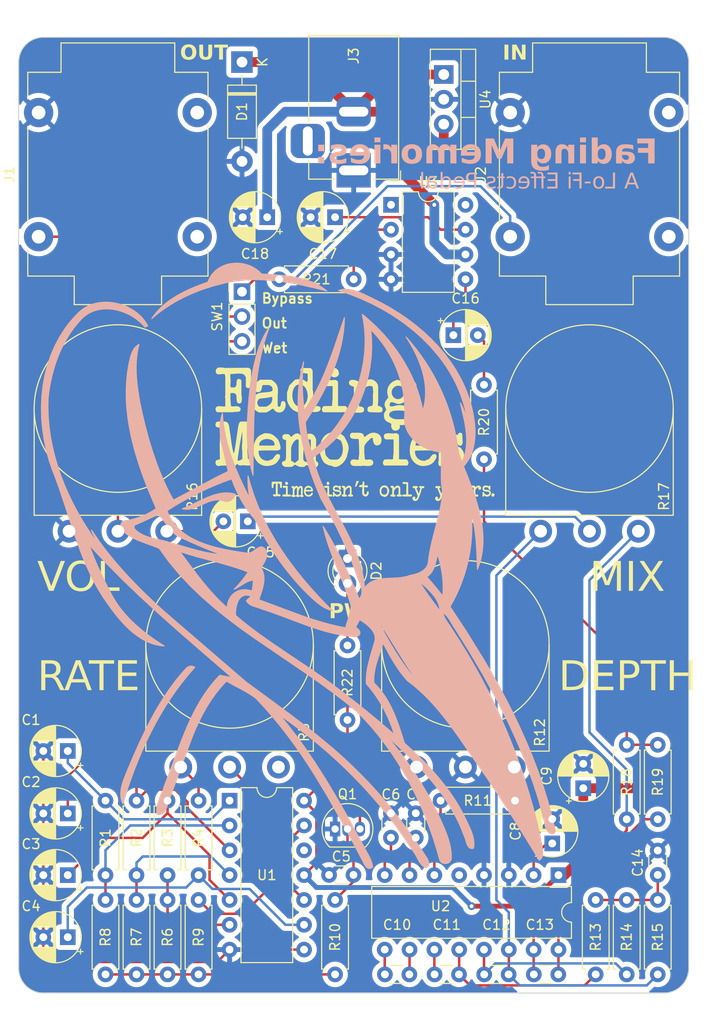
<source format=kicad_pcb>
(kicad_pcb (version 20221018) (generator pcbnew)
  (layers (0 "F.Cu" signal) (31 "B.Cu" signal) (34 "B.Paste" user) (35 "F.Paste" user) (36 "B.SilkS" user "B.Silkscreen") (37 "F.SilkS" user "F.Silkscreen") (38 "B.Mask" user) (39 "F.Mask" user) (44 "Edge.Cuts" user))
  (net 0 "")
  (net 1 "Net-(U1-A)")
  (net 2 "GND")
  (net 3 "Net-(U1-B)")
  (net 4 "Net-(U1-C)")
  (net 5 "Net-(U1-D)")
  (net 6 "RandomCV")
  (net 7 "Net-(U2-CC0)")
  (net 8 "Net-(U2-CC1)")
  (net 9 "Net-(U2-REF)")
  (net 10 "5V")
  (net 11 "Net-(U2-OP1-IN)")
  (net 12 "Net-(U2-OP1-OUT)")
  (net 13 "Net-(U2-OP2-OUT)")
  (net 14 "Net-(U2-OP2-IN)")
  (net 15 "Net-(U2-LPF2-OUT)")
  (net 16 "Net-(U2-LPF2-IN)")
  (net 17 "Net-(U2-LPF1-OUT)")
  (net 18 "Net-(U2-LPF1-IN)")
  (net 19 "Net-(C14-Pad1)")
  (net 20 "Net-(C15-Pad1)")
  (net 21 "Net-(C15-Pad2)")
  (net 22 "Net-(C16-Pad1)")
  (net 23 "Net-(C16-Pad2)")
  (net 24 "Net-(U3-BYPASS)")
  (net 25 "9V")
  (net 26 "Net-(SW1-B)")
  (net 27 "Wet_IN")
  (net 28 "Net-(Q1-C)")
  (net 29 "Net-(U1-G=~A)")
  (net 30 "Net-(U1-H=~B)")
  (net 31 "Net-(U1-I=~C)")
  (net 32 "Net-(R4-Pad1)")
  (net 34 "Net-(U1-J=~D)")
  (net 35 "Net-(R10-Pad1)")
  (net 36 "Net-(U2-VCO)")
  (net 38 "Wet_OUT")
  (net 39 "Net-(R18-Pad2)")
  (net 40 "Net-(U3--)")
  (net 41 "Net-(U1-F)")
  (net 46 "Net-(D2-A)")
  (footprint "Package_DIP:DIP-16_W7.62mm" (layer "F.Cu") (at 203.835 118.745 -90)
    (fp_text reference "U2")
    (fp_text value "PT2399")
  )
  (footprint "Capacitor_THT:CP_Radial_D5.0mm_P2.50mm" (layer "F.Cu") (at 153.62 125.095 180)
    (fp_text reference "C4")
    (fp_text value "2.2uF")
  )
  (footprint "Capacitor_THT:CP_Radial_D5.0mm_P2.50mm" (layer "F.Cu") (at 153.62 118.745 180)
    (fp_text reference "C3")
    (fp_text value "4.7uF")
  )
  (footprint "Capacitor_THT:C_Disc_D3.0mm_W1.6mm_P2.50mm" (layer "F.Cu") (at 188.575 128.905 180)
    (fp_text reference "C10")
    (fp_text value "100nF")
  )
  (footprint "Resistor_THT:R_Axial_DIN0207_L6.3mm_D2.5mm_P7.62mm_Horizontal" (layer "F.Cu") (at 182.245 102.87 90)
    (fp_text reference "R22")
    (fp_text value "100K")
  )
  (footprint "Resistor_THT:R_Axial_DIN0207_L6.3mm_D2.5mm_P7.62mm_Horizontal" (layer "F.Cu") (at 196.215 68.58 -90)
    (fp_text reference "R20")
    (fp_text value "100K")
  )
  (footprint "LED_THT:LED_D3.0mm" (layer "F.Cu") (at 182.245 86.355 -90)
    (fp_text reference "D2")
    (fp_text value "LED")
  )
  (footprint "Capacitor_THT:C_Disc_D3.0mm_W1.6mm_P2.50mm" (layer "F.Cu") (at 198.735 128.905 180)
    (fp_text reference "C12")
    (fp_text value "1nF")
  )
  (footprint "Resistor_THT:R_Axial_DIN0207_L6.3mm_D2.5mm_P7.62mm_Horizontal" (layer "F.Cu") (at 157.48 121.285 -90)
    (fp_text reference "R8")
    (fp_text value "470")
  )
  (footprint "Resistor_THT:R_Axial_DIN0207_L6.3mm_D2.5mm_P7.62mm_Horizontal" (layer "F.Cu") (at 213.995 105.41 -90)
    (fp_text reference "R19")
    (fp_text value "10K")
  )
  (footprint "Capacitor_THT:C_Disc_D3.0mm_W1.6mm_P2.50mm" (layer "F.Cu") (at 182.86 118.725 180)
    (fp_text reference "C5")
    (fp_text value "22uF")
  )
  (footprint "Capacitor_THT:C_Disc_D3.0mm_W1.6mm_P2.50mm" (layer "F.Cu") (at 189.23 114.915 90)
    (fp_text reference "C7")
    (fp_text value "100nF")
  )
  (footprint "Capacitor_THT:CP_Radial_D5.0mm_P2.50mm" (layer "F.Cu") (at 174.03 51.435 180)
    (fp_text reference "C18")
    (fp_text value "47uF")
  )
  (footprint "Resistor_THT:R_Axial_DIN0207_L6.3mm_D2.5mm_P7.62mm_Horizontal" (layer "F.Cu") (at 182.88 57.785 180)
    (fp_text reference "R21")
    (fp_text value "100K")
  )
  (footprint "Potentiometer_THT:Potentiometer_Omeg_PC16BU_Vertical" (layer "F.Cu") (at 175.18 107.69 90)
    (fp_text reference "R5")
    (fp_text value "1M")
  )
  (footprint "Resistor_THT:R_Axial_DIN0207_L6.3mm_D2.5mm_P7.62mm_Horizontal" (layer "F.Cu") (at 163.83 121.285 -90)
    (fp_text reference "R6")
    (fp_text value "470")
  )
  (footprint "Package_TO_SOT_THT:TO-92_Inline" (layer "F.Cu") (at 180.975 114.025)
    (fp_text reference "Q1")
    (fp_text value "PN2222A")
  )
  (footprint "Resistor_THT:R_Axial_DIN0207_L6.3mm_D2.5mm_P7.62mm_Horizontal" (layer "F.Cu") (at 160.655 121.285 -90)
    (fp_text reference "R7")
    (fp_text value "470")
  )
  (footprint "Potentiometer_THT:Potentiometer_Omeg_PC16BU_Vertical" (layer "F.Cu") (at 199.31 107.69 90)
    (fp_text reference "R12")
    (fp_text value "1M")
  )
  (footprint "Capacitor_THT:C_Disc_D3.0mm_W1.6mm_P2.50mm" (layer "F.Cu") (at 201.315 128.905)
    (fp_text reference "C13")
    (fp_text value "1nF")
  )
  (footprint "Capacitor_THT:CP_Radial_D5.0mm_P2.50mm" (layer "F.Cu") (at 203.2 115.505113 90)
    (fp_text reference "C8")
    (fp_text value "47uF")
  )
  (footprint "Resistor_THT:R_Axial_DIN0207_L6.3mm_D2.5mm_P7.62mm_Horizontal" (layer "F.Cu") (at 167.005 111.125 -90)
    (fp_text reference "R4")
    (fp_text value "27K")
  )
  (footprint "Package_DIP:DIP-14_W7.62mm" (layer "F.Cu") (at 170.18 111.125)
    (fp_text reference "U1")
    (fp_text value "CD40106BE")
  )
  (footprint "Resistor_THT:R_Axial_DIN0207_L6.3mm_D2.5mm_P7.62mm_Horizontal" (layer "F.Cu") (at 199.39 111.125 180)
    (fp_text reference "R11")
    (fp_text value "220K")
  )
  (footprint "Capacitor_THT:C_Disc_D3.0mm_W1.6mm_P2.50mm" (layer "F.Cu") (at 186.69 114.915 90)
    (fp_text reference "C6")
    (fp_text value "100nF")
  )
  (footprint "Resistor_THT:R_Axial_DIN0207_L6.3mm_D2.5mm_P7.62mm_Horizontal" (layer "F.Cu") (at 210.82 113.03 90)
    (fp_text reference "R18")
    (fp_text value "22K")
  )
  (footprint "Capacitor_THT:C_Disc_D3.0mm_W1.6mm_P2.50mm" (layer "F.Cu") (at 213.995 118.725 90)
    (fp_text reference "C14")
    (fp_text value "68nF")
  )
  (footprint "Package_TO_SOT_THT:TO-220-3_Vertical" (layer "F.Cu") (at 192.095 36.83 -90)
    (fp_text reference "U4")
    (fp_text value "L7805")
  )
  (footprint "Resistor_THT:R_Axial_DIN0207_L6.3mm_D2.5mm_P7.62mm_Horizontal" (layer "F.Cu") (at 160.655 111.125 -90)
    (fp_text reference "R2")
    (fp_text value "330K")
  )
  (footprint "Resistor_THT:R_Axial_DIN0207_L6.3mm_D2.5mm_P7.62mm_Horizontal" (layer "F.Cu") (at 210.82 128.905 90)
    (fp_text reference "R14")
    (fp_text value "10K")
  )
  (footprint "Capacitor_THT:CP_Radial_D5.0mm_P2.50mm" (layer "F.Cu") (at 153.62 112.435 180)
    (fp_text reference "C2")
    (fp_text value "4.7uF")
  )
  (footprint "Resistor_THT:R_Axial_DIN0207_L6.3mm_D2.5mm_P7.62mm_Horizontal" (layer "F.Cu") (at 207.645 128.905 90)
    (fp_text reference "R13")
    (fp_text value "22K")
  )
  (footprint "Package_DIP:DIP-8_W7.62mm" (layer "F.Cu") (at 186.7 50.165)
    (fp_text reference "U3")
    (fp_text value "LM386")
  )
  (footprint "Resistor_THT:R_Axial_DIN0207_L6.3mm_D2.5mm_P7.62mm_Horizontal" (layer "F.Cu") (at 157.48 111.125 -90)
    (fp_text reference "R1")
    (fp_text value "470K")
  )
  (footprint "Resistor_THT:R_Axial_DIN0207_L6.3mm_D2.5mm_P7.62mm_Horizontal" (layer "F.Cu") (at 213.995 128.905 90)
    (fp_text reference "R15")
    (fp_text value "22K")
  )
  (footprint "Capacitor_THT:CP_Radial_D5.0mm_P2.50mm" (layer "F.Cu") (at 180.975 51.435 180)
    (fp_text reference "C17")
    (fp_text value "47uF")
  )
  (footprint "Resistor_THT:R_Axial_DIN0207_L6.3mm_D2.5mm_P7.62mm_Horizontal" (layer "F.Cu") (at 180.975 128.905 90)
    (fp_text reference "R10")
    (fp_text value "220K")
  )
  (footprint "Capacitor_THT:CP_Radial_D5.0mm_P2.50mm" (layer "F.Cu") (at 193.08 63.5)
    (fp_text reference "C16")
    (fp_text value "1uF")
  )
  (footprint "Connector_Audio:Jack_6.35mm_Neutrik_NMJ4HCD2_Horizontal" (layer "F.Cu") (at 150.635 53.425 90)
    (fp_text reference "J1")
    (fp_text value "Out")
  )
  (footprint "Capacitor_THT:CP_Radial_D5.0mm_P2.50mm" (layer "F.Cu") (at 172.045 82.55 180)
    (fp_text reference "C15")
    (fp_text value "1uF")
  )
  (footprint "Resistor_THT:R_Axial_DIN0207_L6.3mm_D2.5mm_P7.62mm_Horizontal" (layer "F.Cu") (at 167.005 121.285 -90)
    (fp_text reference "R9")
    (fp_text value "470")
  )
  (footprint "Potentiometer_THT:Potentiometer_Omeg_PC16BU_Vertical" (layer "F.Cu") (at 163.75 83.56 90)
    (fp_text reference "R16")
    (fp_text value "100K")
  )
  (footprint "Resistor_THT:R_Axial_DIN0207_L6.3mm_D2.5mm_P7.62mm_Horizontal" (layer "F.Cu") (at 163.83 111.125 -90)
    (fp_text reference "R3")
    (fp_text value "330K")
  )
  (footprint "Diode_THT:D_DO-41_SOD81_P10.16mm_Horizontal" (layer "F.Cu") (at 171.45 35.56 -90)
    (fp_text reference "D1")
    (fp_text value "1N4001")
  )
  (footprint "Capacitor_THT:C_Disc_D3.0mm_W1.6mm_P2.50mm" (layer "F.Cu") (at 193.655 128.905 180)
    (fp_text reference "C11")
    (fp_text value "100nF")
  )
  (footprint "Potentiometer_THT:Potentiometer_Omeg_PC16BU_Vertical" (layer "F.Cu") (at 212.01 83.56 90)
    (fp_text reference "R17")
    (fp_text value "50K")
  )
  (footprint "Capacitor_THT:CP_Radial_D5.0mm_P2.50mm" (layer "F.Cu") (at 206.375 109.855 90)
    (fp_text reference "C9")
    (fp_text value "47uF")
  )
  (footprint "Connector_BarrelJack:BarrelJack_Horizontal" (layer "F.Cu") (at 182.88 46.64 -90)
    (fp_text reference "J3")
    (fp_text value "Barrel_Jack")
  )
  (footprint "Connector_PinHeader_2.54mm:PinHeader_1x03_P2.54mm_Vertical" (layer "F.Cu") (at 171.45 59.055)
    (fp_text reference "SW1")
    (fp_text value "SW_Push_SPDT")
  )
  (footprint "Capacitor_THT:CP_Radial_D5.0mm_P2.50mm" (layer "F.Cu") (at 153.62 106.045 180)
    (fp_text reference "C1")
    (fp_text value "4.7uF")
  )
  (footprint "Connector_Audio:Jack_6.35mm_Neutrik_NMJ4HCD2_Horizontal" (layer "F.Cu") (at 198.895 53.425 90)
    (fp_text reference "J2")
    (fp_text value "In")
  )
  (gr_poly (pts (xy 169.745543 79.638119) (xy 169.598928 79.646151) (xy 169.306307 79.680134) (xy 169.014562 79.735864) (xy 168.723768 79.810766) (xy 168.433999 79.902262) (xy 168.14533 80.007779) (xy 167.857835 80.124739) (xy 167.571589 80.250569) (xy 167.003142 80.518531) (xy 166.440585 80.79106) (xy 165.884515 81.047551) (xy 165.609098 81.163343) (xy 165.335526 81.267399) (xy 165.472786 81.294331) (xy 165.608656 81.310306) (xy 165.743234 81.31608) (xy 165.876622 81.312408) (xy 166.00892 81.300046) (xy 166.140227 81.279749) (xy 166.270643 81.252274) (xy 166.400269 81.218377) (xy 166.65755 81.134334) (xy 166.912869 81.033668) (xy 167.420824 80.806645) (xy 167.67506 80.692378) (xy 167.930536 80.585668) (xy 168.188052 80.49256) (xy 168.317824 80.452997) (xy 168.448407 80.4191) (xy 168.5799 80.391627) (xy 168.712403 80.371333) (xy 168.846016 80.358973) (xy 168.980839 80.355303) (xy 169.116972 80.361079) (xy 169.254516 80.377057) (xy 169.39357 80.403991) (xy 169.534234 80.442639) (xy 169.587032 80.462695) (xy 169.639345 80.479298) (xy 169.691132 80.492529) (xy 169.742346 80.502471) (xy 169.792945 80.509203) (xy 169.842884 80.512808) (xy 169.892119 80.513367) (xy 169.940607 80.510962) (xy 169.988303 80.505674) (xy 170.035164 80.497583) (xy 170.081145 80.486773) (xy 170.126203 80.473323) (xy 170.170293 80.457316) (xy 170.213371 80.438832) (xy 170.255394 80.417954) (xy 170.296318 80.394762) (xy 170.336098 80.369339) (xy 170.374691 80.341765) (xy 170.412052 80.312121) (xy 170.448138 80.28049) (xy 170.482905 80.246952) (xy 170.516308 80.21159) (xy 170.548304 80.174483) (xy 170.578848 80.135715) (xy 170.607897 80.095365) (xy 170.635407 80.053517) (xy 170.661334 80.01025) (xy 170.685634 79.965646) (xy 170.708262 79.919788) (xy 170.729175 79.872755) (xy 170.748329 79.82463) (xy 170.765679 79.775494) (xy 170.656219 79.742901) (xy 170.546839 79.714925) (xy 170.437542 79.691432) (xy 170.328328 79.672288) (xy 170.2192 79.657356) (xy 170.11016 79.646503) (xy 170.00121 79.639592) (xy 169.89235 79.63649)) (stroke (width 0.1)) (fill solid) (layer "B.SilkS"))
  (gr_poly (pts (xy 170.623462 56.14312) (xy 170.394627 56.167477) (xy 170.168591 56.206617) (xy 170.05695 56.231735) (xy 169.9464 56.260554) (xy 169.837073 56.293077) (xy 169.729099 56.329305) (xy 169.62261 56.369241) (xy 169.517735 56.412886) (xy 169.414606 56.460243) (xy 169.313353 56.511312) (xy 169.214108 56.566097) (xy 169.117 56.624599) (xy 169.02216 56.686821) (xy 168.92972 56.752763) (xy 168.839809 56.822429) (xy 168.75256 56.895819) (xy 168.668101 56.972937) (xy 168.586565 57.053784) (xy 168.508082 57.138362) (xy 168.432782 57.226672) (xy 168.360796 57.318718) (xy 168.292256 57.4145) (xy 168.227291 57.514022) (xy 168.166033 57.617284) (xy 168.108612 57.724289) (xy 168.055159 57.835038) (xy 168.005804 57.949535) (xy 167.960679 58.06778) (xy 167.154244 58.361516) (xy 166.748892 58.520302) (xy 166.344495 58.688408) (xy 165.942835 58.866863) (xy 165.545697 59.056698) (xy 165.154863 59.258943) (xy 164.772117 59.474629) (xy 164.399242 59.704785) (xy 164.038021 59.950442) (xy 163.690238 60.212631) (xy 163.357676 60.492381) (xy 163.042118 60.790723) (xy 162.745347 61.108687) (xy 162.604565 61.275349) (xy 162.469148 61.447303) (xy 162.339319 61.624678) (xy 162.215302 61.807602) (xy 162.591336 61.486554) (xy 162.977773 61.179847) (xy 163.374083 60.887302) (xy 163.779739 60.60874) (xy 164.194213 60.343983) (xy 164.616977 60.092851) (xy 165.047503 59.855165) (xy 165.485263 59.630747) (xy 165.929728 59.419416) (xy 166.380371 59.220995) (xy 166.836664 59.035305) (xy 167.298078 58.862165) (xy 167.764085 58.701398) (xy 168.234158 58.552823) (xy 168.707769 58.416263) (xy 169.184388 58.291539) (xy 169.863837 58.122301) (xy 170.54689 57.992901) (xy 171.232914 57.900867) (xy 171.921277 57.843731) (xy 172.611344 57.819021) (xy 173.302484 57.824268) (xy 173.994063 57.857002) (xy 174.685448 57.914751) (xy 175.376006 57.995046) (xy 176.065104 58.095417) (xy 176.752109 58.213393) (xy 177.436388 58.346505) (xy 178.794236 58.648253) (xy 180.133584 58.9809) (xy 179.787759 58.711751) (xy 179.424138 58.473868) (xy 179.044479 58.265138) (xy 178.650538 58.083447) (xy 178.244075 57.926682) (xy 177.826847 57.792731) (xy 177.400612 57.679479) (xy 176.967128 57.584814) (xy 176.528152 57.506622) (xy 176.085444 57.442791) (xy 175.64076 57.391206) (xy 175.195858 57.349755) (xy 174.312434 57.288801) (xy 173.449235 57.243023) (xy 173.32196 57.107333) (xy 173.187731 56.980454) (xy 173.04704 56.862395) (xy 172.90038 56.753162) (xy 172.748242 56.652764) (xy 172.591119 56.561207) (xy 172.429504 56.478498) (xy 172.263889 56.404646) (xy 172.094766 56.339658) (xy 171.922628 56.28354) (xy 171.747967 56.2363) (xy 171.571276 56.197946) (xy 171.393046 56.168484) (xy 171.21377 56.147923) (xy 171.033941 56.136269) (xy 170.854051 56.13353)) (stroke (width 0.1)) (fill solid) (layer "B.SilkS"))
  (gr_poly (pts (xy 157.407743 60.128784) (xy 157.216671 60.137112) (xy 157.026686 60.153209) (xy 156.838126 60.17718) (xy 156.651328 60.209135) (xy 156.466632 60.24918) (xy 156.284375 60.297423) (xy 156.104894 60.353971) (xy 155.928527 60.418932) (xy 155.755613 60.492413) (xy 155.58649 60.574522) (xy 155.421495 60.665366) (xy 155.260966 60.765052) (xy 155.105241 60.873688) (xy 154.954659 60.991382) (xy 154.809556 61.118241) (xy 154.419866 61.508509) (xy 154.0523 61.913329) (xy 153.706596 62.331974) (xy 153.382493 62.763716) (xy 152.798045 63.663583) (xy 152.296862 64.607113) (xy 151.876854 65.588488) (xy 151.535927 66.60189) (xy 151.27199 67.641502) (xy 151.082951 68.701505) (xy 150.966719 69.776083) (xy 150.921199 70.859417) (xy 150.944302 71.94569) (xy 151.033935 73.029083) (xy 151.188005 74.103781) (xy 151.404421 75.163963) (xy 151.681092 76.203814) (xy 152.015923 77.217514) (xy 152.336706 78.038399) (xy 152.640123 78.866801) (xy 153.21038 80.539405) (xy 154.313221 83.90053) (xy 154.907883 85.562032) (xy 155.229605 86.382107) (xy 155.572759 87.192814) (xy 155.941226 87.992465) (xy 156.338887 88.779369) (xy 156.76962 89.551839) (xy 157.237306 90.308186) (xy 157.816261 91.139019) (xy 158.123766 91.560501) (xy 158.444068 91.980248) (xy 158.777752 92.393929) (xy 159.125406 92.79721) (xy 159.487612 93.185758) (xy 159.864958 93.55524) (xy 160.258027 93.901324) (xy 160.667405 94.219676) (xy 161.093678 94.505964) (xy 161.313333 94.635729) (xy 161.537431 94.755854) (xy 161.766045 94.865796) (xy 161.999248 94.965014) (xy 162.237114 95.052966) (xy 162.479715 95.129111) (xy 162.727125 95.192906) (xy 162.979417 95.243812) (xy 163.236665 95.281284) (xy 163.49894 95.304783) (xy 163.118556 95.06349) (xy 162.740863 94.814846) (xy 162.366827 94.558509) (xy 161.997415 94.294134) (xy 161.633594 94.021378) (xy 161.27633 93.739897) (xy 160.926591 93.449349) (xy 160.585342 93.14939) (xy 160.253552 92.839675) (xy 159.932186 92.519862) (xy 159.622211 92.189608) (xy 159.324594 91.848568) (xy 159.040302 91.4964) (xy 158.770301 91.132759) (xy 158.515558 90.757302) (xy 158.277039 90.369686) (xy 157.928801 89.713323) (xy 157.588285 89.052102) (xy 157.2575 88.385592) (xy 156.938455 87.713364) (xy 156.633156 87.034986) (xy 156.343613 86.350027) (xy 156.071833 85.658057) (xy 155.819825 84.958645) (xy 156.661668 85.881404) (xy 157.518547 86.788708) (xy 159.272637 88.561694) (xy 161.072548 90.287085) (xy 162.908728 91.974363) (xy 164.771627 93.633009) (xy 166.651696 95.272506) (xy 170.425141 98.531979) (xy 169.800573 98.418029) (xy 169.488863 98.35845) (xy 169.177659 98.295811) (xy 168.633412 98.887674) (xy 168.131522 99.505293) (xy 167.668376 100.146341) (xy 167.240358 100.808488) (xy 166.843854 101.489406) (xy 166.475249 102.186767) (xy 166.130928 102.898243) (xy 165.807277 103.621505) (xy 165.207523 105.094074) (xy 164.647071 106.585846) (xy 164.097002 108.078196) (xy 163.528397 109.552494) (xy 163.468073 109.737063) (xy 163.401517 109.920901) (xy 163.256514 110.287382) (xy 163.106991 110.653941) (xy 162.966554 111.022581) (xy 162.903993 111.208306) (xy 162.848804 111.395303) (xy 162.802688 111.583821) (xy 162.767345 111.774111) (xy 162.744477 111.966423) (xy 162.735782 112.161008) (xy 162.737281 112.25923) (xy 162.742962 112.358115) (xy 162.753036 112.457693) (xy 162.767716 112.557995) (xy 162.854167 112.565261) (xy 162.935466 112.565565) (xy 163.011827 112.559229) (xy 163.083466 112.54657) (xy 163.150597 112.52791) (xy 163.213435 112.503566) (xy 163.272196 112.47386) (xy 163.327094 112.43911) (xy 163.378344 112.399636) (xy 163.426161 112.355758) (xy 163.470761 112.307795) (xy 163.512357 112.256067) (xy 163.551166 112.200893) (xy 163.587401 112.142594) (xy 163.653011 112.017894) (xy 163.710908 111.884525) (xy 163.762812 111.745044) (xy 163.855514 111.457969) (xy 163.944874 111.177122) (xy 163.9926 111.045425) (xy 164.044648 110.922955) (xy 166.362383 104.587444) (xy 166.688609 103.812148) (xy 167.037679 103.049535) (xy 167.414012 102.3023) (xy 167.822026 101.573138) (xy 168.26614 100.864744) (xy 168.750774 100.179814) (xy 169.280347 99.521043) (xy 169.859277 98.891125) (xy 170.238542 99.112803) (xy 170.624165 99.324711) (xy 171.401462 99.739132) (xy 171.786622 99.951606) (xy 172.165114 100.174227) (xy 172.350842 100.2909) (xy 172.533682 100.411977) (xy 172.713227 100.538081) (xy 172.88907 100.669835) (xy 173.733229 101.573446) (xy 174.546182 102.501568) (xy 175.3298 103.452462) (xy 176.085957 104.424385) (xy 176.816523 105.415597) (xy 177.523371 106.424358) (xy 178.208374 107.448926) (xy 178.873403 108.487561) (xy 180.151031 110.600068) (xy 181.37123 112.747953) (xy 182.54898 114.917289) (xy 183.699258 117.094151) (xy 183.880543 117.466305) (xy 183.935633 117.569158) (xy 183.9947 117.669974) (xy 184.057779 117.76577) (xy 184.090835 117.810855) (xy 184.124906 117.853567) (xy 184.159999 117.893533) (xy 184.196116 117.93038) (xy 184.233263 117.963737) (xy 184.271444 117.99323) (xy 184.310663 118.018487) (xy 184.350925 118.039135) (xy 184.392234 118.0548) (xy 184.434594 118.065112) (xy 184.47801 118.069696) (xy 184.522486 118.06818) (xy 184.568027 118.060191) (xy 184.614636 118.045358) (xy 184.662319 118.023306) (xy 184.71108 117.993663) (xy 184.760923 117.956057) (xy 184.811852 117.910115) (xy 184.79415 117.77016) (xy 184.767652 117.632935) (xy 184.733199 117.498199) (xy 184.691633 117.365711) (xy 184.643794 117.235231) (xy 184.590524 117.106519) (xy 184.532664 116.979334) (xy 184.471056 116.853436) (xy 184.33996 116.604538) (xy 184.203966 116.357903) (xy 184.069805 116.111607) (xy 184.005515 115.987986) (xy 183.944207 115.863728) (xy 182.016108 112.354969) (xy 181.019093 110.616799) (xy 179.987734 108.899591) (xy 178.912756 107.210962) (xy 177.784884 105.55853) (xy 177.198215 104.748267) (xy 176.594844 103.94991) (xy 175.973612 103.16441) (xy 175.33336 102.39272) (xy 176.345857 103.10192) (xy 177.341617 103.835532) (xy 178.319844 104.593177) (xy 179.279741 105.374478) (xy 180.220511 106.17906) (xy 181.141358 107.006543) (xy 182.041485 107.856551) (xy 182.920095 108.728707) (xy 183.776392 109.622633) (xy 184.609579 110.537953) (xy 185.418859 111.474289) (xy 186.203435 112.431265) (xy 186.962512 113.408502) (xy 187.695292 114.405623) (xy 188.400978 115.422253) (xy 189.078774 116.458012) (xy 189.145292 116.556472) (xy 189.208211 116.65968) (xy 189.26848 116.766522) (xy 189.327045 116.875886) (xy 189.442858 117.097718) (xy 189.502001 117.207959) (xy 189.563233 117.316265) (xy 189.627501 117.421521) (xy 189.695754 117.522614) (xy 189.768938 117.618431) (xy 189.807676 117.664012) (xy 189.848002 117.707856) (xy 189.890035 117.749824) (xy 189.933894 117.789776) (xy 189.979696 117.827574) (xy 190.027561 117.863077) (xy 190.077606 117.896148) (xy 190.129951 117.926645) (xy 190.184714 117.954432) (xy 190.242013 117.979367) (xy 190.287785 117.967486) (xy 190.329477 117.952822) (xy 190.367222 117.935522) (xy 190.401155 117.915735) (xy 190.431408 117.893607) (xy 190.458114 117.869287) (xy 190.481409 117.842923) (xy 190.501425 117.814662) (xy 190.518295 117.784653) (xy 190.532153 117.753044) (xy 190.543134 117.719982) (xy 190.551369 117.685615) (xy 190.556994 117.650091) (xy 190.560141 117.613558) (xy 190.560944 117.576165) (xy 190.559536 117.538058) (xy 190.556052 117.499385) (xy 190.550624 117.460296) (xy 190.534472 117.381456) (xy 190.51215 117.302722) (xy 190.484724 117.225275) (xy 190.453265 117.150301) (xy 190.418839 117.078981) (xy 190.382517 117.012499) (xy 190.345365 116.952038) (xy 189.583555 115.795999) (xy 188.795695 114.656366) (xy 187.980632 113.535525) (xy 187.137211 112.435864) (xy 186.264281 111.359769) (xy 185.360687 110.309627) (xy 184.425276 109.287825) (xy 183.945279 108.788297) (xy 183.456895 108.296749) (xy 182.792653 107.639912) (xy 182.115018 106.99864) (xy 181.425092 106.3717) (xy 180.723979 105.757856) (xy 179.292602 104.564523) (xy 177.829712 103.408765) (xy 176.344134 102.280708) (xy 174.844692 101.170477) (xy 171.839517 98.963993) (xy 163.4143 91.704841) (xy 162.390719 90.765645) (xy 161.387928 89.807014) (xy 160.410194 88.82524) (xy 159.461783 87.816612) (xy 158.54696 86.777419) (xy 157.66999 85.703953) (xy 156.835141 84.592503) (xy 156.046678 83.439358) (xy 156.080326 83.534641) (xy 156.116587 83.628733) (xy 156.15518 83.721763) (xy 156.195828 83.813858) (xy 156.282169 83.995753) (xy 156.373378 84.175438) (xy 156.561471 84.532264) (xy 156.65389 84.711445) (xy 156.742249 84.892498) (xy 156.16127 84.080922) (xy 155.60438 83.245977) (xy 155.073855 82.389124) (xy 154.571969 81.511824) (xy 154.100998 80.615539) (xy 153.663216 79.70173) (xy 153.260899 78.771859) (xy 152.89632 77.827386) (xy 152.571756 76.869774) (xy 152.289481 75.900483) (xy 152.05177 74.920974) (xy 151.860898 73.93271) (xy 151.71914 72.937152) (xy 151.628771 71.93576) (xy 151.592065 70.929996) (xy 151.611298 69.921322) (xy 151.678129 69.372058) (xy 151.762316 68.823195) (xy 151.864294 68.275949) (xy 151.984494 67.731534) (xy 152.123351 67.191164) (xy 152.281297 66.656054) (xy 152.458765 66.127416) (xy 152.656188 65.606467) (xy 152.873999 65.09442) (xy 153.112632 64.592489) (xy 153.372519 64.101889) (xy 153.654092 63.623834) (xy 153.957787 63.159538) (xy 154.284034 62.710215) (xy 154.633268 62.277081) (xy 155.005921 61.861348) (xy 155.177371 61.693883) (xy 155.356646 61.542086) (xy 155.543169 61.40563) (xy 155.73636 61.284194) (xy 155.935642 61.177451) (xy 156.140436 61.085079) (xy 156.350162 61.006753) (xy 156.564243 60.942148) (xy 156.7821 60.890942) (xy 157.003155 60.852809) (xy 157.226828 60.827425) (xy 157.452542 60.814467) (xy 157.679717 60.813609) (xy 157.907775 60.824529) (xy 158.136137 60.846902) (xy 158.364225 60.880403) (xy 158.591461 60.924709) (xy 158.817265 60.979495) (xy 159.041059 61.044438) (xy 159.262265 61.119213) (xy 159.480304 61.203496) (xy 159.694597 61.296962) (xy 159.904566 61.399289) (xy 160.109632 61.510151) (xy 160.309216 61.629224) (xy 160.502741 61.756185) (xy 160.689627 61.890709) (xy 160.869296 62.032472) (xy 161.041169 62.18115) (xy 161.204668 62.336419) (xy 161.359213 62.497955) (xy 161.504228 62.665432) (xy 161.655696 62.612464) (xy 161.805505 62.559498) (xy 161.654841 62.288577) (xy 161.481934 62.0312) (xy 161.288344 61.787864) (xy 161.075631 61.559065) (xy 160.845356 61.345301) (xy 160.59908 61.147067) (xy 160.338363 60.96486) (xy 160.064766 60.799176) (xy 159.779849 60.650512) (xy 159.485173 60.519364) (xy 159.182298 60.406229) (xy 158.872785 60.311603) (xy 158.558195 60.235982) (xy 158.240087 60.179863) (xy 157.920024 60.143743) (xy 157.599565 60.128117)) (stroke (width 0.1)) (fill solid) (layer "B.SilkS"))
  (gr_poly (pts (xy 174.015582 63.032927) (xy 173.814373 63.374177) (xy 173.630471 63.723585) (xy 173.462739 64.08041) (xy 173.310038 64.443914) (xy 173.17123 64.813357) (xy 173.045177 65.188) (xy 172.93074 65.567104) (xy 172.826782 65.949928) (xy 172.732165 66.335734) (xy 172.566397 67.113334) (xy 172.424331 67.893988) (xy 172.296861 68.67178) (xy 172.17825 69.814104) (xy 172.078753 70.965273) (xy 172.010758 72.121307) (xy 171.992445 72.699904) (xy 171.986654 73.278222) (xy 171.994933 73.855766) (xy 172.018832 74.432037) (xy 172.059897 75.006536) (xy 172.119679 75.578768) (xy 172.199726 76.148232) (xy 172.301587 76.714432) (xy 172.42681 77.276871) (xy 172.576943 77.835049) (xy 172.62116 74.013343) (xy 172.66422 72.093372) (xy 172.759454 70.177264) (xy 172.835591 69.222988) (xy 172.935518 68.272474) (xy 173.062815 67.326654) (xy 173.221066 66.386459) (xy 173.413852 65.452821) (xy 173.644755 64.526673) (xy 173.917356 63.608947) (xy 174.235238 62.700573)) (stroke (width 0.1)) (fill solid) (layer "B.SilkS"))
  (gr_poly (pts (xy 166.198522 97.359548) (xy 166.158905 97.364372) (xy 166.119544 97.371758) (xy 166.080519 97.381616) (xy 166.041914 97.393859) (xy 166.003809 97.408399) (xy 165.966287 97.425147) (xy 165.92943 97.444016) (xy 165.893319 97.464916) (xy 165.858037 97.487761) (xy 165.823664 97.512461) (xy 165.790284 97.538928) (xy 165.757978 97.567075) (xy 165.726827 97.596813) (xy 165.696914 97.628054) (xy 165.668321 97.66071) (xy 165.173841 98.223659) (xy 164.702071 98.802485) (xy 164.251706 99.39608) (xy 163.821442 100.003337) (xy 163.409974 100.623149) (xy 163.015999 101.25441) (xy 162.638212 101.896011) (xy 162.275309 102.546847) (xy 161.588935 103.871791) (xy 160.946443 105.220387) (xy 160.337398 106.583778) (xy 159.751367 107.953106) (xy 159.413656 108.794228) (xy 159.333146 109.013066) (xy 159.258243 109.234202) (xy 159.190966 109.457072) (xy 159.133337 109.681112) (xy 159.087375 109.905759) (xy 159.055099 110.130451) (xy 159.038531 110.354623) (xy 159.03969 110.577713) (xy 159.047548 110.688677) (xy 159.060595 110.799158) (xy 159.079085 110.909087) (xy 159.103268 111.018394) (xy 159.133398 111.127008) (xy 159.169728 111.234858) (xy 159.212509 111.341875) (xy 159.261994 111.447987) (xy 159.55264 110.502154) (xy 159.862363 109.559598) (xy 160.1919 108.621711) (xy 160.541985 107.689889) (xy 160.913354 106.765527) (xy 161.306743 105.850017) (xy 161.722887 104.944756) (xy 162.16252 104.051136) (xy 162.62638 103.170554) (xy 163.1152 102.304402) (xy 163.629716 101.454076) (xy 164.170664 100.620969) (xy 164.738779 99.806477) (xy 165.334797 99.011993) (xy 165.959452 98.238912) (xy 166.613481 97.488629) (xy 166.591114 97.471523) (xy 166.568522 97.455697) (xy 166.545723 97.441132) (xy 166.522733 97.427806) (xy 166.499571 97.415701) (xy 166.476252 97.404797) (xy 166.452796 97.395072) (xy 166.429218 97.386508) (xy 166.405537 97.379085) (xy 166.381769 97.372782) (xy 166.357932 97.367579) (xy 166.334043 97.363457) (xy 166.310119 97.360395) (xy 166.286178 97.358373) (xy 166.262237 97.357373) (xy 166.238313 97.357373)) (stroke (width 0.1)) (fill solid) (layer "B.SilkS"))
  (gr_poly (pts (xy 182.021967 58.809635) (xy 181.964056 58.811496) (xy 181.906074 58.814703) (xy 181.848025 58.819288) (xy 181.789913 58.82528) (xy 181.731742 58.832712) (xy 181.673515 58.841615) (xy 181.615236 58.852021) (xy 181.556908 58.86396) (xy 181.498535 58.877464) (xy 181.440121 58.892564) (xy 181.381668 58.909291) (xy 181.323182 58.927678) (xy 182.482376 59.316795) (xy 183.629659 59.77099) (xy 184.758053 60.289089) (xy 185.860581 60.869915) (xy 186.930267 61.512293) (xy 187.960133 62.215047) (xy 188.943202 62.977001) (xy 189.872497 63.796981) (xy 190.741041 64.673809) (xy 191.541857 65.606312) (xy 191.914686 66.093073) (xy 192.267967 66.593312) (xy 192.600827 67.106882) (xy 192.912395 67.633635) (xy 193.201798 68.173425) (xy 193.468164 68.726105) (xy 193.71062 69.291527) (xy 193.928296 69.869546) (xy 194.120318 70.460013) (xy 194.285814 71.062782) (xy 194.423913 71.677706) (xy 194.533742 72.304638) (xy 194.38009 71.820477) (xy 194.302577 71.578289) (xy 194.220586 71.337871) (xy 194.131102 71.100607) (xy 194.082607 70.983589) (xy 194.031108 70.867877) (xy 193.976228 70.753644) (xy 193.917591 70.641063) (xy 193.854818 70.530307) (xy 193.787534 70.421547) (xy 194.140155 71.931703) (xy 194.219714 72.315685) (xy 194.290662 72.701085) (xy 194.350413 73.087322) (xy 194.396381 73.473816) (xy 194.425978 73.859987) (xy 194.436619 74.245255) (xy 194.425718 74.62904) (xy 194.390687 75.010761) (xy 194.328941 75.38984) (xy 194.237893 75.765694) (xy 194.114957 76.137746) (xy 194.040723 76.322164) (xy 193.957547 76.505413) (xy 193.843925 76.198003) (xy 193.788767 76.043548) (xy 193.735853 75.888347) (xy 193.68604 75.732215) (xy 193.640185 75.574969) (xy 193.599144 75.416423) (xy 193.563775 75.256394) (xy 193.449559 74.457616) (xy 193.3033 73.663367) (xy 193.125621 72.874839) (xy 192.917143 72.093225) (xy 192.678488 71.31972) (xy 192.410279 70.555516) (xy 192.113137 69.801806) (xy 191.787685 69.059785) (xy 191.434545 68.330646) (xy 191.054338 67.615581) (xy 190.647688 66.915784) (xy 190.215216 66.232449) (xy 189.757543 65.566769) (xy 189.275294 64.919937) (xy 188.769088 64.293147) (xy 188.239549 63.687592) (xy 188.502989 64.101804) (xy 188.756363 64.528046) (xy 188.997373 64.965326) (xy 189.223725 65.412653) (xy 189.433122 65.869035) (xy 189.623269 66.333482) (xy 189.79187 66.805002) (xy 189.936629 67.282604) (xy 190.05525 67.765296) (xy 190.145438 68.252087) (xy 190.204896 68.741987) (xy 190.231329 69.234003) (xy 190.222441 69.727145) (xy 190.175936 70.220421) (xy 190.089519 70.71284) (xy 189.960893 71.203412) (xy 189.805335 70.47978) (xy 189.611728 69.766119) (xy 189.381593 69.063407) (xy 189.116454 68.372623) (xy 188.817832 67.694747) (xy 188.487251 67.030756) (xy 188.126234 66.381629) (xy 187.736302 65.748346) (xy 187.31898 65.131885) (xy 186.875789 64.533226) (xy 186.408253 63.953346) (xy 185.917894 63.393225) (xy 185.406235 62.853841) (xy 184.874798 62.336174) (xy 184.325106 61.841202) (xy 183.758683 61.369904) (xy 183.853835 61.852967) (xy 183.92984 62.338856) (xy 183.986949 62.827005) (xy 184.025414 63.316848) (xy 184.045487 63.807818) (xy 184.047419 64.29935) (xy 183.997868 65.281835) (xy 183.878775 66.259774) (xy 183.692154 67.228636) (xy 183.440019 68.183895) (xy 183.124381 69.12102) (xy 182.747257 70.035483) (xy 182.310658 70.922754) (xy 181.816599 71.778306) (xy 181.267093 72.597609) (xy 180.664153 73.376135) (xy 180.009794 74.109354) (xy 179.306029 74.792738) (xy 178.936249 75.114326) (xy 178.554871 75.421757) (xy 178.436162 75.055728) (xy 178.328929 74.685677) (xy 178.233172 74.312152) (xy 178.14889 73.935702) (xy 178.076082 73.556874) (xy 178.014745 73.176216) (xy 177.96488 72.794278) (xy 177.926484 72.411606) (xy 178.694244 71.199054) (xy 179.065445 70.577183) (xy 179.424926 69.945321) (xy 179.77024 69.303775) (xy 180.098935 68.65285) (xy 180.408562 67.992852) (xy 180.696671 67.324085) (xy 180.960814 66.646856) (xy 181.19854 65.961469) (xy 181.407399 65.26823) (xy 181.584942 64.567445) (xy 181.72872 63.859418) (xy 181.836282 63.144456) (xy 181.905179 62.422864) (xy 181.932961 61.694947) (xy 181.100622 64.15986) (xy 180.669365 65.391854) (xy 180.209993 66.612699) (xy 179.965533 67.216401) (xy 179.708967 67.814267) (xy 179.438602 68.405282) (xy 179.152746 68.988429) (xy 178.849705 69.562692) (xy 178.527787 70.127055) (xy 178.185299 70.680501) (xy 177.82055 71.222016) (xy 177.744136 70.600782) (xy 177.685068 69.977091) (xy 177.644334 69.351676) (xy 177.622923 68.725269) (xy 177.621822 68.098604) (xy 177.642021 67.472414) (xy 177.684507 66.847431) (xy 177.750268 66.224388) (xy 177.528909 67.101163) (xy 177.364914 67.985255) (xy 177.255511 68.875073) (xy 177.197931 69.769021) (xy 177.189403 70.665506) (xy 177.227158 71.562935) (xy 177.308426 72.459714) (xy 177.430437 73.354249) (xy 177.59042 74.244947) (xy 177.785606 75.130214) (xy 178.013225 76.008456) (xy 178.270506 76.87808) (xy 178.55468 77.737493) (xy 178.862976 78.585099) (xy 179.192625 79.419307) (xy 179.540856 80.238522) (xy 180.106554 81.234956) (xy 180.652476 82.241847) (xy 181.175946 83.259931) (xy 181.674288 84.289942) (xy 182.144825 85.332615) (xy 182.584881 86.388686) (xy 182.991781 87.458888) (xy 183.362847 88.543957) (xy 183.423879 88.662281) (xy 183.481894 88.782252) (xy 183.535939 88.903625) (xy 183.58506 89.026156) (xy 183.628303 89.1496) (xy 183.664717 89.273712) (xy 183.693347 89.39825) (xy 183.71324 89.522967) (xy 183.723442 89.647619) (xy 183.724612 89.709845) (xy 183.723002 89.771963) (xy 183.718492 89.833942) (xy 183.710964 89.895753) (xy 183.700299 89.957364) (xy 183.686376 90.018745) (xy 183.669078 90.079866) (xy 183.648285 90.140695) (xy 183.623878 90.201202) (xy 183.595738 90.261358) (xy 183.563745 90.32113) (xy 183.52778 90.380489) (xy 183.487725 90.439404) (xy 183.443459 90.497845) (xy 183.050491 89.537377) (xy 182.641215 88.582197) (xy 182.214073 87.634108) (xy 181.767507 86.694914) (xy 181.299957 85.766418) (xy 180.809867 84.850424) (xy 180.295677 83.948734) (xy 179.75583 83.063153) (xy 179.87902 83.587495) (xy 180.019752 84.106273) (xy 180.17586 84.62018) (xy 180.34518 85.129907) (xy 180.7148 86.139585) (xy 181.111297 87.140838) (xy 181.915656 89.140192) (xy 182.288889 90.149354) (xy 182.460693 90.658727) (xy 182.619737 91.172215) (xy 182.609017 91.317228) (xy 182.591436 91.461274) (xy 182.567778 91.604466) (xy 182.538829 91.74692) (xy 182.505372 91.88875) (xy 182.468193 92.030069) (xy 182.385802 92.311632) (xy 182.210863 92.873655) (xy 182.130866 93.155942) (xy 182.095481 93.297804) (xy 182.064218 93.440297) (xy 181.488349 93.331343) (xy 180.916911 93.206363) (xy 180.349531 93.066776) (xy 179.785836 92.913999) (xy 178.668012 92.574548) (xy 177.560456 92.199358) (xy 173.173287 90.568119) (xy 173.447171 89.763166) (xy 173.510896 89.55633) (xy 173.568805 89.348224) (xy 173.618939 89.13933) (xy 173.659339 88.930133) (xy 173.688046 88.721117) (xy 173.699429 88.563595) (xy 172.611047 88.563595) (xy 172.601674 88.704483) (xy 172.590174 88.845163) (xy 172.57667 88.985619) (xy 172.561286 89.125834) (xy 172.544144 89.265791) (xy 172.525368 89.405472) (xy 172.483407 89.683941) (xy 172.361164 89.641653) (xy 172.23974 89.606897) (xy 172.119327 89.579538) (xy 172.000119 89.559439) (xy 171.882308 89.546466) (xy 171.766088 89.540481) (xy 171.651652 89.541349) (xy 171.539193 89.548934) (xy 171.428904 89.563101) (xy 171.320978 89.583713) (xy 171.215608 89.610634) (xy 171.112987 89.64373) (xy 171.013308 89.682863) (xy 170.916765 89.727898) (xy 170.82355 89.7787) (xy 170.733857 89.835131) (xy 170.647878 89.897057) (xy 170.565808 89.964341) (xy 170.487837 90.036848) (xy 170.414161 90.114442) (xy 170.344971 90.196987) (xy 170.280462 90.284347) (xy 170.220826 90.376386) (xy 170.166255 90.472968) (xy 170.116944 90.573957) (xy 170.073085 90.679219) (xy 170.034872 90.788615) (xy 170.002497 90.902012) (xy 169.976153 91.019273) (xy 169.956034 91.140262) (xy 169.942333 91.264843) (xy 169.935243 91.39288) (xy 169.583758 91.076387) (xy 169.242034 90.750854) (xy 168.909365 90.416976) (xy 168.585046 90.075449) (xy 168.26837 89.726968) (xy 167.958631 89.372228) (xy 167.35714 88.646752) (xy 166.774928 87.904583) (xy 166.206346 87.151284) (xy 165.08748 85.633541) (xy 165.956402 85.916418) (xy 166.833552 86.171948) (xy 168.599151 86.644326) (xy 169.480909 86.882848) (xy 170.357514 87.137377) (xy 171.225619 87.41875) (xy 171.655439 87.57289) (xy 172.08188 87.737805) (xy 171.923634 87.975053) (xy 171.758377 88.207243) (xy 171.586448 88.434442) (xy 171.408184 88.656717) (xy 171.223925 88.874134) (xy 171.034008 89.08676) (xy 170.838773 89.294662) (xy 170.638558 89.497906) (xy 170.763657 89.442292) (xy 170.886246 89.380837) (xy 171.00681 89.314713) (xy 171.125836 89.245092) (xy 171.596275 88.955085) (xy 171.714899 88.885564) (xy 171.8349 88.81958) (xy 171.956765 88.758305) (xy 172.080978 88.702911) (xy 172.208028 88.654571) (xy 172.338398 88.614457) (xy 172.404981 88.597851) (xy 172.472576 88.583741) (xy 172.541244 88.572273) (xy 172.611047 88.563595) (xy 173.699429 88.563595) (xy 173.703102 88.512766) (xy 173.702547 88.305564) (xy 173.695803 88.202545) (xy 173.684422 88.099995) (xy 173.668159 87.997973) (xy 173.646769 87.896542) (xy 173.620007 87.79576) (xy 173.587628 87.69569) (xy 173.549388 87.59639) (xy 173.505042 87.497922) (xy 173.454344 87.400346) (xy 173.39705 87.303723) (xy 173.531047 87.081268) (xy 173.669575 86.844669) (xy 173.736034 86.722205) (xy 173.798221 86.597572) (xy 173.854335 86.471227) (xy 173.902573 86.343625) (xy 173.941133 86.215223) (xy 173.956222 86.150863) (xy 173.968215 86.086475) (xy 173.976889 86.022114) (xy 173.982017 85.957837) (xy 173.982264 85.946179) (xy 169.33011 85.946179) (xy 168.901656 85.90749) (xy 168.476054 85.851811) (xy 168.052984 85.781042) (xy 167.632123 85.697083) (xy 167.213152 85.601831) (xy 166.79575 85.497187) (xy 165.964372 85.267317) (xy 164.306336 84.778429) (xy 163.47455 84.549797) (xy 163.056842 84.446081) (xy 162.637498 84.351963) (xy 162.330544 84.281071) (xy 162.177285 84.241943) (xy 162.024754 84.199697) (xy 161.873391 84.153834) (xy 161.723634 84.103858) (xy 161.57592 84.04927) (xy 161.430688 83.989573) (xy 161.288376 83.924268) (xy 161.149422 83.852858) (xy 161.014265 83.774845) (xy 160.883342 83.68973) (xy 160.757092 83.597017) (xy 160.635953 83.496208) (xy 160.520363 83.386804) (xy 160.41076 83.268307) (xy 160.420372 83.107335) (xy 160.424655 83.026745) (xy 160.42833 82.946362) (xy 160.740836 82.817962) (xy 161.05048 82.682997) (xy 161.664583 82.401438) (xy 162.277446 82.11781) (xy 162.58554 81.98026) (xy 162.895875 81.84824) (xy 163.032999 81.980531) (xy 163.162518 82.120911) (xy 163.285855 82.267905) (xy 163.404432 82.420042) (xy 163.632995 82.73385) (xy 163.859586 83.050552) (xy 163.975697 83.206306) (xy 164.095582 83.358364) (xy 164.220663 83.505255) (xy 164.352362 83.645504) (xy 164.492101 83.777639) (xy 164.565431 83.840203) (xy 164.641304 83.900187) (xy 164.719898 83.957406) (xy 164.801391 84.011675) (xy 164.885961 84.062811) (xy 164.973786 84.11063) (xy 166.048894 84.600854) (xy 167.131277 85.076367) (xy 167.676153 85.30571) (xy 168.223996 85.527899) (xy 168.775187 85.741775) (xy 169.33011 85.946179) (xy 173.982264 85.946179) (xy 173.983374 85.893702) (xy 173.980736 85.829766) (xy 173.973877 85.766086) (xy 173.962572 85.702718) (xy 173.946595 85.639719) (xy 173.925722 85.577147) (xy 173.899726 85.515059) (xy 173.868384 85.453511) (xy 173.83147 85.39256) (xy 173.788758 85.332264) (xy 173.724783 85.282052) (xy 173.661798 85.242411) (xy 173.599724 85.212699) (xy 173.53848 85.192271) (xy 173.477985 85.180486) (xy 173.418159 85.176701) (xy 173.35892 85.180272) (xy 173.300188 85.190556) (xy 173.241882 85.206911) (xy 173.183921 85.228694) (xy 173.126226 85.255261) (xy 173.068714 85.28597) (xy 172.953919 85.357242) (xy 172.838892 85.437365) (xy 172.605556 85.603592) (xy 172.485955 85.679409) (xy 172.425139 85.713242) (xy 172.363539 85.743503) (xy 172.301072 85.769546) (xy 172.23766 85.790731) (xy 172.173221 85.806412) (xy 172.107674 85.815949) (xy 172.040939 85.818697) (xy 171.972934 85.814014) (xy 171.90358 85.801256) (xy 171.832795 85.779782) (xy 170.675697 85.601967) (xy 170.07834 85.496461) (xy 169.47561 85.375354) (xy 168.872882 85.235242) (xy 168.27553 85.072726) (xy 167.688929 84.884402) (xy 167.118452 84.66687) (xy 166.84094 84.546087) (xy 166.569475 84.416726) (xy 166.304728 84.278362) (xy 166.047371 84.13057) (xy 165.798076 83.972925) (xy 165.557515 83.805) (xy 165.32636 83.626371) (xy 165.105282 83.436614) (xy 164.894953 83.235301) (xy 164.696045 83.022009) (xy 164.50923 82.796312) (xy 164.33518 82.557785) (xy 164.174566 82.306002) (xy 164.02806 82.040539) (xy 163.896335 81.76097) (xy 163.780061 81.46687) (xy 164.55647 80.975296) (xy 165.349402 80.505918) (xy 166.157742 80.059726) (xy 166.980375 79.637712) (xy 167.816187 79.240867) (xy 168.664062 78.870181) (xy 169.522885 78.526647) (xy 170.391541 78.211254) (xy 170.60583 78.762186) (xy 170.719935 79.035711) (xy 170.838999 79.307449) (xy 170.963259 79.577034) (xy 171.092954 79.844094) (xy 171.228323 80.108262) (xy 171.369603 80.369168) (xy 171.517034 80.626443) (xy 171.670853 80.879719) (xy 171.831298 81.128626) (xy 171.998609 81.372796) (xy 172.173024 81.611859) (xy 172.354781 81.845447) (xy 172.544117 82.07319) (xy 172.741273 82.29472) (xy 173.024866 82.854972) (xy 173.319212 83.410775) (xy 173.624412 83.961575) (xy 173.940571 84.506817) (xy 174.267791 85.045945) (xy 174.606175 85.578404) (xy 174.955826 86.10364) (xy 175.316847 86.621097) (xy 175.689341 87.130221) (xy 176.073412 87.630456) (xy 176.469161 88.121248) (xy 176.876693 88.602041) (xy 177.29611 89.07228) (xy 177.727515 89.531411) (xy 178.171012 89.978879) (xy 178.626702 90.414128) (xy 178.8544 90.617191) (xy 179.087793 90.81654) (xy 179.207076 90.91341) (xy 179.328324 91.007658) (xy 179.451718 91.098719) (xy 179.577438 91.18603) (xy 179.705665 91.269025) (xy 179.836578 91.347141) (xy 179.970359 91.419812) (xy 180.107188 91.486475) (xy 180.247246 91.546565) (xy 180.390712 91.599517) (xy 180.537767 91.644767) (xy 180.688592 91.681752) (xy 179.96534 90.954064) (xy 179.255793 90.209283) (xy 178.562289 89.447241) (xy 177.887169 88.667773) (xy 177.232771 87.870712) (xy 176.601434 87.055894) (xy 175.995497 86.22315) (xy 175.4173 85.372317) (xy 174.869181 84.503227) (xy 174.35348 83.615714) (xy 173.872536 82.709614) (xy 173.428687 81.784759) (xy 173.024273 80.840983) (xy 172.661633 79.878121) (xy 172.343106 78.896007) (xy 172.071031 77.894474) (xy 172.06211 78.041621) (xy 172.056731 78.188679) (xy 172.054718 78.335635) (xy 172.055897 78.48248) (xy 172.067123 78.775788) (xy 172.089005 79.068513) (xy 172.120139 79.360567) (xy 172.159119 79.651859) (xy 172.20454 79.9423) (xy 172.254998 80.2318) (xy 171.733993 79.205134) (xy 171.23994 78.158186) (xy 170.783666 77.091756) (xy 170.573079 76.551486) (xy 170.375997 76.006645) (xy 170.193774 75.457333) (xy 170.027763 74.903651) (xy 169.879317 74.345699) (xy 169.74979 73.783576) (xy 169.640535 73.217383) (xy 169.552906 72.647219) (xy 169.488256 72.073185) (xy 169.447938 71.495381) (xy 169.387811 71.679337) (xy 169.336778 71.863827) (xy 169.294439 72.048808) (xy 169.26039 72.234239) (xy 169.215561 72.606282) (xy 169.199076 72.979619) (xy 169.207721 73.353914) (xy 169.238282 73.728831) (xy 169.287545 74.104032) (xy 169.352297 74.479182) (xy 170.042207 77.438176) (xy 169.330003 77.786101) (xy 168.62372 78.145685) (xy 167.222745 78.887798) (xy 165.826937 79.640455) (xy 164.423951 80.379597) (xy 164.106746 79.786469) (xy 163.805911 79.185738) (xy 163.52084 78.577883) (xy 163.250928 77.963386) (xy 162.995569 77.342727) (xy 162.754159 76.716388) (xy 162.310761 75.448592) (xy 161.915893 74.163845) (xy 161.56471 72.865993) (xy 161.25237 71.558884) (xy 160.97403 70.246365) (xy 160.854583 69.527201) (xy 160.751866 68.802411) (xy 160.673498 68.074009) (xy 160.645826 67.709083) (xy 160.627099 67.344008) (xy 160.618269 66.979037) (xy 160.620288 66.614421) (xy 160.634109 66.250411) (xy 160.660684 65.88726) (xy 160.700966 65.525218) (xy 160.755907 65.164538) (xy 160.826459 64.805471) (xy 160.913575 64.448269) (xy 160.849747 64.482815) (xy 160.789049 64.52002) (xy 160.731375 64.559771) (xy 160.676621 64.601956) (xy 160.624679 64.646463) (xy 160.575445 64.69318) (xy 160.528812 64.741995) (xy 160.484675 64.792794) (xy 160.403466 64.899901) (xy 160.330971 65.013603) (xy 160.266344 65.133002) (xy 160.208738 65.257201) (xy 160.157309 65.385301) (xy 160.11121 65.516406) (xy 160.069594 65.649617) (xy 160.031617 65.784037) (xy 159.899163 66.315854) (xy 159.737965 67.274566) (xy 159.638501 68.234163) (xy 159.597101 69.193725) (xy 159.610096 70.152328) (xy 159.673817 71.10905) (xy 159.784593 72.06297) (xy 159.938756 73.013165) (xy 160.132636 73.958713) (xy 160.362564 74.898693) (xy 160.624869 75.832182) (xy 160.915884 76.758258) (xy 161.231938 77.675999) (xy 161.569362 78.584483) (xy 161.924486 79.482789) (xy 162.673158 81.245175) (xy 162.488464 81.366235) (xy 162.300767 81.482461) (xy 162.110164 81.593666) (xy 161.916755 81.69966) (xy 161.720638 81.800256) (xy 161.521913 81.895266) (xy 161.320677 81.984503) (xy 161.117029 82.067777) (xy 160.911069 82.144901) (xy 160.702895 82.215687) (xy 160.492606 82.279948) (xy 160.2803 82.337494) (xy 160.066077 82.388138) (xy 159.850034 82.431692) (xy 159.632272 82.467967) (xy 159.412888 82.496777) (xy 159.363918 82.514908) (xy 159.318676 82.535901) (xy 159.277099 82.559583) (xy 159.239125 82.585782) (xy 159.204691 82.614323) (xy 159.173734 82.645035) (xy 159.146194 82.677742) (xy 159.122006 82.712273) (xy 159.101108 82.748455) (xy 159.083439 82.786113) (xy 159.068935 82.825075) (xy 159.057534 82.865168) (xy 159.049174 82.906219) (xy 159.043792 82.948054) (xy 159.041326 82.9905) (xy 159.041713 83.033384) (xy 159.04489 83.076533) (xy 159.050797 83.119773) (xy 159.059369 83.162932) (xy 159.070544 83.205837) (xy 159.08426 83.248313) (xy 159.100455 83.290189) (xy 159.119066 83.33129) (xy 159.140031 83.371444) (xy 159.163286 83.410478) (xy 159.18877 83.448218) (xy 159.216421 83.48449) (xy 159.246175 83.519123) (xy 159.277971 83.551943) (xy 159.311745 83.582776) (xy 159.347436 83.61145) (xy 159.38498 83.637791) (xy 159.580407 83.799918) (xy 159.78369 83.947813) (xy 159.994001 84.082908) (xy 160.210507 84.206637) (xy 160.432377 84.320433) (xy 160.658782 84.42573) (xy 160.88889 84.523961) (xy 161.12187 84.616559) (xy 161.593124 84.790592) (xy 162.065896 84.959295) (xy 162.533541 85.134136) (xy 162.763363 85.227441) (xy 162.989411 85.32658) (xy 163.96868 86.678787) (xy 165.023637 87.949194) (xy 166.146222 89.14652) (xy 167.328371 90.279478) (xy 168.562022 91.356785) (xy 169.839112 92.387157) (xy 171.151578 93.379308) (xy 172.491359 94.341956) (xy 177.962367 98.071813) (xy 179.317777 99.017673) (xy 180.652126 99.986322) (xy 181.957351 100.986477) (xy 183.225388 102.026852) (xy 183.986857 102.808301) (xy 184.716013 103.618142) (xy 185.413079 104.454835) (xy 186.078277 105.316843) (xy 186.711826 106.202627) (xy 187.313948 107.110648) (xy 187.884865 108.03937) (xy 188.424797 108.987254) (xy 188.933967 109.95276) (xy 189.412594 110.934352) (xy 189.860901 111.930491) (xy 190.279107 112.939638) (xy 190.667436 113.960256) (xy 191.026107 114.990806) (xy 191.355342 116.02975) (xy 191.655362 117.07555) (xy 191.669146 117.136085) (xy 191.68794 117.192621) (xy 191.711399 117.24516) (xy 191.739177 117.293704) (xy 191.77093 117.338254) (xy 191.806311 117.378811) (xy 191.844975 117.415377) (xy 191.886577 117.447954) (xy 191.930771 117.476543) (xy 191.977212 117.501145) (xy 192.025555 117.521762) (xy 192.075454 117.538396) (xy 192.126563 117.551048) (xy 192.178537 117.559718) (xy 192.231031 117.56441) (xy 192.283699 117.565124) (xy 192.336196 117.561862) (xy 192.388176 117.554625) (xy 192.439295 117.543414) (xy 192.489205 117.528232) (xy 192.537563 117.50908) (xy 192.584023 117.485959) (xy 192.628238 117.45887) (xy 192.669865 117.427816) (xy 192.708556 117.392797) (xy 192.743968 117.353815) (xy 192.775754 117.310872) (xy 192.803569 117.263969) (xy 192.827068 117.213107) (xy 192.845905 117.158288) (xy 192.859734 117.099514) (xy 192.868211 117.036786) (xy 192.871318 116.80489) (xy 192.862938 116.573962) (xy 192.843807 116.344067) (xy 192.814658 116.115269) (xy 192.776226 115.887633) (xy 192.729247 115.661224) (xy 192.674455 115.436106) (xy 192.612584 115.212346) (xy 192.544369 114.990006) (xy 192.470545 114.769152) (xy 192.309008 114.332162) (xy 192.133851 113.901893) (xy 191.950952 113.478863) (xy 191.674076 112.861631) (xy 191.384795 112.250376) (xy 191.083321 111.645239) (xy 190.769866 111.046365) (xy 190.444644 110.453896) (xy 190.107866 109.867976) (xy 189.759745 109.288746) (xy 189.400494 108.71635) (xy 189.030326 108.150931) (xy 188.649453 107.592632) (xy 188.258086 107.041595) (xy 187.85644 106.497965) (xy 187.444727 105.961882) (xy 187.023158 105.433492) (xy 186.591948 104.912936) (xy 186.151307 104.400357) (xy 187.381534 105.519157) (xy 188.590729 106.672948) (xy 189.180865 107.26579) (xy 189.757856 107.870772) (xy 190.319071 108.489023) (xy 190.861881 109.121673) (xy 191.383657 109.769854) (xy 191.881769 110.434695) (xy 192.353589 111.117328) (xy 192.796486 111.818882) (xy 193.207832 112.540489) (xy 193.584996 113.283278) (xy 193.925351 114.04838) (xy 194.226266 114.836926) (xy 194.245873 114.877531) (xy 194.264486 114.920803) (xy 194.299354 115.014176) (xy 194.332116 115.114704) (xy 194.364015 115.220045) (xy 194.430206 115.435793) (xy 194.466987 115.541516) (xy 194.507886 115.642681) (xy 194.530268 115.690824) (xy 194.554146 115.736948) (xy 194.579676 115.780762) (xy 194.607014 115.821973) (xy 194.636314 115.860288) (xy 194.667732 115.895414) (xy 194.701425 115.927058) (xy 194.737547 115.954929) (xy 194.776255 115.978732) (xy 194.817704 115.998175) (xy 194.862049 116.012965) (xy 194.909446 116.02281) (xy 194.960051 116.027416) (xy 195.014019 116.026492) (xy 195.071507 116.019743) (xy 195.132668 116.006878) (xy 195.152761 115.90076) (xy 195.167699 115.795122) (xy 195.177691 115.68996) (xy 195.182945 115.585269) (xy 195.183669 115.481046) (xy 195.180072 115.377285) (xy 195.160748 115.171132) (xy 195.12664 114.966776) (xy 195.079417 114.764181) (xy 195.020745 114.563311) (xy 194.952291 114.36413) (xy 194.875724 114.166604) (xy 194.79271 113.970695) (xy 194.614012 113.58359) (xy 194.429536 113.20253) (xy 194.252622 112.827229) (xy 193.972288 112.275539) (xy 193.672792 111.736087) (xy 193.355208 111.208447) (xy 193.020608 110.692195) (xy 192.670064 110.186905) (xy 192.304649 109.692154) (xy 191.925434 109.207516) (xy 191.533493 108.732566) (xy 191.129899 108.266881) (xy 190.715722 107.810034) (xy 190.292036 107.361603) (xy 189.859914 106.92116) (xy 189.420427 106.488283) (xy 188.974648 106.062546) (xy 188.068505 105.230793) (xy 187.8108 104.405797) (xy 187.798576 104.368824) (xy 187.043244 104.368824) (xy 186.341041 103.758479) (xy 185.63286 103.155257) (xy 184.918921 102.558972) (xy 184.19944 101.969437) (xy 183.474636 101.386465) (xy 182.744726 100.80987) (xy 181.270463 99.675061) (xy 180.628838 99.188562) (xy 179.978763 98.713444) (xy 178.659043 97.789629) (xy 175.981791 95.993635) (xy 174.647385 95.090568) (xy 173.331208 94.163532) (xy 172.683569 93.686199) (xy 172.044822 93.197083) (xy 171.416414 92.694253) (xy 170.79979 92.175778) (xy 170.795081 92.015345) (xy 170.797655 91.846903) (xy 170.80815 91.673051) (xy 170.827201 91.496391) (xy 170.855444 91.319523) (xy 170.873212 91.231824) (xy 170.893516 91.145049) (xy 170.916437 91.059521) (xy 170.942053 90.975568) (xy 170.970445 90.893512) (xy 171.001691 90.813681) (xy 171.035871 90.736398) (xy 171.073065 90.66199) (xy 171.113353 90.59078) (xy 171.156813 90.523094) (xy 171.203526 90.459257) (xy 171.25357 90.399594) (xy 171.307026 90.344431) (xy 171.363973 90.294092) (xy 171.42449 90.248903) (xy 171.488657 90.209188) (xy 171.556553 90.175273) (xy 171.628258 90.147482) (xy 171.703852 90.126142) (xy 171.783413 90.111576) (xy 171.867023 90.10411) (xy 171.954759 90.104069) (xy 172.006774 90.107524) (xy 172.060173 90.1136) (xy 172.114972 90.122349) (xy 172.171187 90.133821) (xy 172.228835 90.148065) (xy 172.287932 90.165132) (xy 172.348494 90.185072) (xy 172.410539 90.207936) (xy 172.344332 90.262498) (xy 172.278806 90.317839) (xy 172.213905 90.373922) (xy 172.149576 90.430713) (xy 172.085764 90.488176) (xy 172.022413 90.546275) (xy 171.896882 90.664242) (xy 171.924401 90.714749) (xy 171.954173 90.762374) (xy 171.986094 90.807242) (xy 172.020057 90.849481) (xy 172.055958 90.889219) (xy 172.093692 90.926583) (xy 172.133153 90.961699) (xy 172.174236 90.994695) (xy 172.260847 91.054836) (xy 172.352684 91.108023) (xy 172.448905 91.155273) (xy 172.548668 91.197604) (xy 172.651131 91.236032) (xy 172.755453 91.271577) (xy 172.966306 91.338082) (xy 173.174491 91.405258) (xy 173.27548 91.441641) (xy 173.373277 91.481244) (xy 174.559765 91.881572) (xy 175.738857 92.316888) (xy 178.09629 93.198423) (xy 179.28535 93.597613) (xy 179.88481 93.776526) (xy 180.488452 93.937732) (xy 181.096944 94.078291) (xy 181.710956 94.195265) (xy 182.331159 94.285714) (xy 182.958222 94.346699) (xy 183.02657 94.342531) (xy 183.090245 94.334903) (xy 183.149297 94.323998) (xy 183.203775 94.309998) (xy 183.253726 94.293087) (xy 183.299199 94.273447) (xy 183.340244 94.251261) (xy 183.376907 94.226712) (xy 183.409238 94.199983) (xy 183.437286 94.171257) (xy 183.461099 94.140716) (xy 183.480725 94.108544) (xy 183.496213 94.074924) (xy 183.507612 94.040038) (xy 183.514969 94.004069) (xy 183.518334 93.9672) (xy 183.517756 93.929614) (xy 183.513281 93.891493) (xy 183.50496 93.853022) (xy 183.492841 93.814382) (xy 183.476972 93.775756) (xy 183.457401 93.737327) (xy 183.434178 93.699279) (xy 183.407351 93.661794) (xy 183.376968 93.625055) (xy 183.343077 93.589244) (xy 183.305728 93.554545) (xy 183.264969 93.521141) (xy 183.220849 93.489214) (xy 183.173415 93.458947) (xy 183.122717 93.430523) (xy 183.068803 93.404126) (xy 183.171689 93.205568) (xy 183.276807 93.008382) (xy 183.38399 92.81244) (xy 183.493073 92.617611) (xy 183.644328 92.709957) (xy 183.799936 92.80996) (xy 183.957332 92.917499) (xy 184.113947 93.032452) (xy 184.267215 93.154699) (xy 184.414567 93.284119) (xy 184.553436 93.420589) (xy 184.681254 93.56399) (xy 184.740217 93.638251) (xy 184.795455 93.7142) (xy 184.846646 93.79182) (xy 184.89347 93.871098) (xy 184.935606 93.952017) (xy 184.972733 94.034562) (xy 185.004529 94.118719) (xy 185.030674 94.204473) (xy 185.050848 94.291807) (xy 185.064728 94.380708) (xy 185.071995 94.471159) (xy 185.072327 94.563146) (xy 185.065403 94.656653) (xy 185.050902 94.751666) (xy 185.028504 94.84817) (xy 184.997888 94.946148) (xy 184.694238 95.983852) (xy 184.543823 96.507545) (xy 184.406746 97.034392) (xy 184.346115 97.298982) (xy 184.292305 97.56434) (xy 184.246478 97.830459) (xy 184.209798 98.097334) (xy 184.183425 98.364957) (xy 184.168524 98.633321) (xy 184.166255 98.902419) (xy 184.177781 99.172245) (xy 184.422141 99.455261) (xy 184.657836 99.74514) (xy 184.884858 100.041605) (xy 185.103199 100.344378) (xy 185.312851 100.653183) (xy 185.513806 100.967741) (xy 185.706055 101.287777) (xy 185.889591 101.613013) (xy 186.064406 101.943171) (xy 186.230492 102.277974) (xy 186.38784 102.617146) (xy 186.536444 102.960409) (xy 186.676294 103.307485) (xy 186.807383 103.658098) (xy 186.929702 104.01197) (xy 187.043244 104.368824) (xy 187.798576 104.368824) (xy 187.536614 103.576473) (xy 187.389997 103.163352) (xy 187.235248 102.752946) (xy 187.071028 102.346521) (xy 186.896001 101.945341) (xy 186.708829 101.550674) (xy 186.508174 101.163784) (xy 186.292699 100.785938) (xy 186.061067 100.4184) (xy 185.81194 100.062436) (xy 185.54398 99.719313) (xy 185.255851 99.390295) (xy 184.946214 99.076649) (xy 184.937289 98.809092) (xy 184.943548 98.544558) (xy 184.963682 98.282791) (xy 184.996385 98.023536) (xy 185.04035 97.766534) (xy 185.09427 97.51153) (xy 185.156837 97.258266) (xy 185.226746 97.006486) (xy 185.383357 96.506353) (xy 185.553647 96.009076) (xy 185.727161 95.512604) (xy 185.893441 95.014882) (xy 186.437876 96.022091) (xy 186.720967 96.521985) (xy 187.015789 97.014972) (xy 187.16865 97.257836) (xy 187.325703 97.497726) (xy 187.487368 97.734227) (xy 187.654067 97.966922) (xy 187.826219 98.195396) (xy 188.004244 98.419234) (xy 188.188562 98.63802) (xy 188.379594 98.851338) (xy 188.990207 99.324428) (xy 189.573695 99.823875) (xy 190.132317 100.347347) (xy 190.668331 100.892513) (xy 191.183993 101.457042) (xy 191.681564 102.038603) (xy 192.1633 102.634865) (xy 192.63146 103.243497) (xy 193.536083 104.488548) (xy 194.413498 105.755107) (xy 195.28177 107.024526) (xy 196.158963 108.278157) (xy 196.905716 109.373961) (xy 197.640875 110.479624) (xy 199.080498 112.71317) (xy 200.486012 114.964085) (xy 201.865594 117.217656) (xy 201.926891 117.184748) (xy 201.981368 117.145579) (xy 202.029329 117.100482) (xy 202.071078 117.049793) (xy 202.106918 116.993844) (xy 202.137154 116.932972) (xy 202.162088 116.867511) (xy 202.182025 116.797794) (xy 202.197268 116.724158) (xy 202.208121 116.646936) (xy 202.217871 116.483074) (xy 202.213705 116.308884) (xy 202.198053 116.127043) (xy 202.173343 115.940228) (xy 202.142006 115.751115) (xy 202.069168 115.376701) (xy 201.998973 115.025215) (xy 201.970942 114.86476) (xy 201.95086 114.718068) (xy 201.624057 113.308363) (xy 201.263314 111.907249) (xy 200.869108 110.515358) (xy 200.441918 109.133325) (xy 199.982221 107.761782) (xy 199.490496 106.401363) (xy 198.967219 105.052701) (xy 198.412869 103.716429) (xy 197.827924 102.393181) (xy 197.212862 101.083589) (xy 196.56816 99.788288) (xy 196.1977 99.084393) (xy 189.476685 99.084393) (xy 189.154277 98.700703) (xy 188.840128 98.30984) (xy 188.533975 97.91224) (xy 188.235556 97.508335) (xy 187.66087 96.683349) (xy 187.113969 95.838353) (xy 186.592754 94.976818) (xy 186.095124 94.102218) (xy 185.61898 93.218022) (xy 185.162221 92.327702) (xy 185.706527 93.167691) (xy 186.243345 94.013379) (xy 187.306636 95.71308) (xy 188.376336 97.409265) (xy 188.921164 98.250557) (xy 189.476685 99.084393) (xy 196.1977 99.084393) (xy 195.894297 98.50791) (xy 195.19175 97.243089) (xy 194.460996 95.994457) (xy 193.702515 94.76265) (xy 192.916783 93.548298) (xy 192.788473 93.348773) (xy 192.654648 93.151459) (xy 192.51987 92.954206) (xy 192.388698 92.754865) (xy 192.325888 92.653739) (xy 192.26569 92.551286) (xy 192.208674 92.447235) (xy 192.155408 92.341318) (xy 192.106464 92.233267) (xy 192.062411 92.122813) (xy 192.023819 92.009687) (xy 191.991258 91.89362) (xy 192.046648 91.926482) (xy 192.100008 91.961335) (xy 192.15143 91.998085) (xy 192.201006 92.036638) (xy 192.29499 92.11878) (xy 192.382698 92.20701) (xy 192.464869 92.300579) (xy 192.542241 92.398737) (xy 192.615552 92.500733) (xy 192.685541 92.605817) (xy 192.818505 92.822252) (xy 192.947038 93.042042) (xy 193.077048 93.259187) (xy 193.144452 93.364892) (xy 193.21444 93.467686) (xy 194.685378 95.820643) (xy 196.100239 98.21209) (xy 197.442226 100.645133) (xy 198.694546 103.122876) (xy 199.281832 104.37948) (xy 199.840403 105.648423) (xy 200.368159 106.930094) (xy 200.863001 108.22488) (xy 201.32283 109.53317) (xy 201.745546 110.855352) (xy 202.12905 112.191813) (xy 202.471242 113.542942) (xy 202.470756 113.594466) (xy 202.475113 113.648282) (xy 202.484041 113.703958) (xy 202.497267 113.76106) (xy 202.514518 113.819156) (xy 202.535523 113.877815) (xy 202.56001 113.936603) (xy 202.587706 113.995087) (xy 202.618339 114.052836) (xy 202.651637 114.109417) (xy 202.687327 114.164397) (xy 202.725137 114.217343) (xy 202.764796 114.267824) (xy 202.80603 114.315407) (xy 202.848567 114.359659) (xy 202.892137 114.400147) (xy 202.936465 114.436439) (xy 202.98128 114.468103) (xy 203.026309 114.494707) (xy 203.071281 114.515816) (xy 203.115923 114.531) (xy 203.159963 114.539826) (xy 203.203128 114.54186) (xy 203.245147 114.536671) (xy 203.285747 114.523826) (xy 203.324656 114.502892) (xy 203.361602 114.473437) (xy 203.396312 114.435029) (xy 203.428514 114.387234) (xy 203.457936 114.329621) (xy 203.484306 114.261757) (xy 203.507352 114.183209) (xy 203.141477 112.629327) (xy 202.721338 111.093519) (xy 202.249799 109.575409) (xy 201.729724 108.074623) (xy 201.163978 106.590787) (xy 200.555425 105.123526) (xy 199.906931 103.672467) (xy 199.221359 102.237235) (xy 198.501574 100.817455) (xy 197.75044 99.412753) (xy 196.970823 98.022755) (xy 196.165586 96.647087) (xy 194.489713 93.937243) (xy 193.023867 91.703968) (xy 191.67965 91.703968) (xy 191.413134 91.328438) (xy 191.141003 90.956192) (xy 190.593926 90.212899) (xy 190.325998 89.837527) (xy 190.066488 89.456788) (xy 189.818904 89.06852) (xy 189.700681 88.870886) (xy 189.586755 88.670559) (xy 190.278277 89.298177) (xy 190.4571 89.469642) (xy 190.633177 89.646725) (xy 190.80395 89.829324) (xy 190.966856 90.017336) (xy 191.119336 90.210659) (xy 191.258829 90.409188) (xy 191.382773 90.612823) (xy 191.438115 90.716522) (xy 191.488609 90.821459) (xy 191.533936 90.927621) (xy 191.573775 91.034995) (xy 191.607807 91.143568) (xy 191.635711 91.253327) (xy 191.657168 91.364259) (xy 191.671856 91.476352) (xy 191.679457 91.589593) (xy 191.67965 91.703968) (xy 193.023867 91.703968) (xy 192.745736 91.280224) (xy 193.047607 90.740492) (xy 193.329063 90.189032) (xy 193.589714 89.626777) (xy 193.693371 89.379116) (xy 192.035024 89.379116) (xy 192.030386 89.648057) (xy 192.017773 89.91664) (xy 191.996945 90.184681) (xy 191.594462 89.688418) (xy 191.189758 89.194149) (xy 190.98533 88.948819) (xy 190.778853 88.705254) (xy 190.569831 88.463877) (xy 190.357766 88.225109) (xy 190.430824 88.177597) (xy 190.499816 88.127337) (xy 190.564904 88.074449) (xy 190.626247 88.019052) (xy 190.684007 87.961266) (xy 190.738346 87.90121) (xy 190.789424 87.839004) (xy 190.837402 87.774767) (xy 190.924702 87.640678) (xy 191.001536 87.499898) (xy 191.069191 87.353383) (xy 191.128955 87.202088) (xy 191.182117 87.046968) (xy 191.229966 86.88898) (xy 191.314872 86.568217) (xy 191.393981 86.247442) (xy 191.477597 85.9343) (xy 191.627571 86.449939) (xy 191.757045 86.973003) (xy 191.8135 87.236859) (xy 191.864117 87.502018) (xy 191.908659 87.768295) (xy 191.946888 88.035507) (xy 191.978567 88.303468) (xy 192.003457 88.571993) (xy 192.021322 88.8409) (xy 192.031923 89.110002) (xy 192.035024 89.379116) (xy 193.693371 89.379116) (xy 193.829168 89.054661) (xy 194.047034 88.473617) (xy 194.242921 87.884579) (xy 194.416437 87.288479) (xy 194.567192 86.686253) (xy 194.694793 86.078833) (xy 194.798849 85.467152) (xy 194.878971 84.852144) (xy 194.934765 84.234743) (xy 194.965841 83.615883) (xy 194.971807 82.996496) (xy 194.952272 82.377516) (xy 194.906846 81.759877) (xy 195.006858 82.106302) (xy 195.094217 82.454975) (xy 195.169911 82.805681) (xy 195.23493 83.158202) (xy 195.290266 83.512323) (xy 195.336908 83.867829) (xy 195.40807 84.582129) (xy 195.456338 85.299375) (xy 195.489632 86.017841) (xy 195.542981 87.451519) (xy 195.66904 87.13038) (xy 195.778247 86.806705) (xy 195.871185 86.480697) (xy 195.948441 86.152558) (xy 196.0106 85.822494) (xy 196.058246 85.490706) (xy 196.112342 84.822775) (xy 196.115412 84.150391) (xy 196.072137 83.475182) (xy 195.987198 82.798773) (xy 195.865276 82.122793) (xy 195.711054 81.448866) (xy 195.529213 80.778621) (xy 195.324434 80.113683) (xy 195.140616 79.571377) (xy 191.98816 79.571377) (xy 191.941658 80.017293) (xy 191.878875 80.460206) (xy 191.802026 80.900542) (xy 191.713327 81.338726) (xy 191.509239 82.21034) (xy 191.284329 83.078449) (xy 191.056318 83.946454) (xy 190.842927 84.817758) (xy 190.747251 85.255709) (xy 190.661876 85.695761) (xy 190.589015 86.138339) (xy 190.530885 86.583866) (xy 190.523781 86.676346) (xy 190.511092 86.765098) (xy 190.493035 86.8502) (xy 190.469827 86.93173) (xy 190.441687 87.009766) (xy 190.408832 87.084387) (xy 190.37148 87.155671) (xy 190.329849 87.223695) (xy 190.284157 87.288539) (xy 190.234621 87.350281) (xy 190.181459 87.408998) (xy 190.124889 87.464769) (xy 190.065128 87.517673) (xy 190.002396 87.567786) (xy 189.868884 87.659957) (xy 189.726095 87.741908) (xy 189.575771 87.814265) (xy 189.419656 87.877654) (xy 189.25949 87.932699) (xy 189.097017 87.980027) (xy 188.933978 88.020264) (xy 188.772115 88.054035) (xy 188.613171 88.081967) (xy 188.472314 88.134776) (xy 188.328001 88.179962) (xy 188.180556 88.218206) (xy 188.030303 88.250191) (xy 187.722665 88.298113) (xy 187.407674 88.329188) (xy 186.125917 88.394217) (xy 185.812964 88.422956) (xy 185.50818 88.467608) (xy 185.359659 88.497607) (xy 185.214151 88.533631) (xy 185.071978 88.576364) (xy 184.933465 88.626487) (xy 184.798933 88.684684) (xy 184.668707 88.751636) (xy 184.543111 88.828025) (xy 184.422466 88.914536) (xy 184.307098 89.011849) (xy 184.197329 89.120648) (xy 184.093482 89.241614) (xy 183.995881 89.375431) (xy 183.952469 88.91202) (xy 183.88957 88.455892) (xy 183.808344 88.006609) (xy 183.709952 87.563736) (xy 183.466308 86.695471) (xy 183.167916 85.847604) (xy 182.824059 85.016641) (xy 182.444015 84.199091) (xy 182.037064 83.391459) (xy 181.612487 82.590253) (xy 180.747573 80.993148) (xy 180.325796 80.190262) (xy 179.923513 79.379831) (xy 179.550004 78.558361) (xy 179.214548 77.722358) (xy 178.926425 76.868331) (xy 178.694917 75.992787) (xy 179.477568 75.468529) (xy 180.210654 74.881154) (xy 180.89303 74.235841) (xy 181.523549 73.537774) (xy 182.101065 72.792133) (xy 182.624434 72.004099) (xy 183.092508 71.178854) (xy 183.504143 70.32158) (xy 183.858192 69.437457) (xy 184.153509 68.531667) (xy 184.388949 67.609392) (xy 184.563366 66.675812) (xy 184.675614 65.73611) (xy 184.724547 64.795466) (xy 184.709019 63.859062) (xy 184.627885 62.93208) (xy 185.048182 63.372798) (xy 185.444878 63.834851) (xy 185.817227 64.316805) (xy 186.164478 64.817228) (xy 186.485884 65.334688) (xy 186.780696 65.86775) (xy 187.048167 66.414983) (xy 187.287549 66.974954) (xy 187.498092 67.54623) (xy 187.679048 68.127379) (xy 187.829671 68.716968) (xy 187.94921 69.313563) (xy 188.036918 69.915734) (xy 188.092048 70.522046) (xy 188.113849 71.131067) (xy 188.101575 71.741364) (xy 188.084861 71.934431) (xy 188.081537 72.124254) (xy 188.091129 72.310657) (xy 188.113163 72.493466) (xy 188.147166 72.672507) (xy 188.192665 72.847604) (xy 188.249185 73.018583) (xy 188.316253 73.185269) (xy 188.393396 73.347487) (xy 188.48014 73.505063) (xy 188.576011 73.657821) (xy 188.680536 73.805588) (xy 188.793241 73.948187) (xy 188.913652 74.085445) (xy 189.041297 74.217187) (xy 189.1757 74.343237) (xy 189.316389 74.463422) (xy 189.462891 74.577566) (xy 189.614731 74.685495) (xy 189.771436 74.787034) (xy 190.097546 74.970242) (xy 190.437432 75.125793) (xy 190.787307 75.252289) (xy 191.14338 75.348331) (xy 191.322557 75.384495) (xy 191.501863 75.412522) (xy 191.680825 75.432236) (xy 191.858968 75.443463) (xy 191.869674 75.96085) (xy 191.864579 76.478383) (xy 191.8417 77.512794) (xy 191.841271 78.029129) (xy 191.847605 78.286959) (xy 191.859753 78.544519) (xy 191.878797 78.801774) (xy 191.905823 79.058692) (xy 191.941916 79.315238) (xy 191.98816 79.571377) (xy 195.140616 79.571377) (xy 195.101399 79.455679) (xy 194.619287 78.166982) (xy 194.120328 76.925541) (xy 194.233182 76.79915) (xy 194.339477 76.66899) (xy 194.532942 76.398077) (xy 194.70183 76.114228) (xy 194.847244 75.818865) (xy 194.970292 75.513414) (xy 195.072077 75.199297) (xy 195.153706 74.877939) (xy 195.216283 74.550764) (xy 195.260913 74.219197) (xy 195.288703 73.88466) (xy 195.300757 73.548579) (xy 195.29818 73.212377) (xy 195.282078 72.877478) (xy 195.253557 72.545306) (xy 195.21372 72.217286) (xy 195.163674 71.894841) (xy 195.067293 71.377266) (xy 194.950729 70.867737) (xy 194.81455 70.366345) (xy 194.659323 69.873183) (xy 194.485618 69.388345) (xy 194.294002 68.911922) (xy 194.085043 68.444007) (xy 193.859308 67.984693) (xy 193.359786 67.092239) (xy 192.799977 66.235301) (xy 192.184426 65.41462) (xy 191.517677 64.630938) (xy 190.804273 63.884996) (xy 190.048757 63.177535) (xy 189.255673 62.509298) (xy 188.429564 61.881025) (xy 187.574974 61.293457) (xy 186.696446 60.747337) (xy 185.798524 60.243405) (xy 184.885751 59.782402) (xy 184.257438 59.47551) (xy 183.934629 59.321229) (xy 183.606677 59.175509) (xy 183.440919 59.107997) (xy 183.274052 59.04519) (xy 183.106134 58.987943) (xy 182.937225 58.93711) (xy 182.767381 58.893547) (xy 182.596664 58.858108) (xy 182.42513 58.831648) (xy 182.252839 58.815022) (xy 182.137565 58.809825) (xy 182.079805 58.809088)) (stroke (width 0.1)) (fill solid) (layer "B.SilkS"))
  (gr_poly (pts (xy 176.023187 78.90774) (xy 176.027709 78.908013) (xy 176.032248 78.908468) (xy 176.036803 78.909105) (xy 176.041375 78.909924) (xy 176.045964 78.910926) (xy 176.050569 78.912109) (xy 176.055191 78.913474) (xy 176.059829 78.915021) (xy 176.064484 78.916751) (xy 176.069156 78.918662) (xy 176.073844 78.920755) (xy 176.078548 78.923031) (xy 176.08327 78.925488) (xy 176.088008 78.928128) (xy 176.092762 78.930949) (xy 176.097633 78.933932) (xy 176.102189 78.937081) (xy 176.106431 78.940397) (xy 176.110358 78.943879) (xy 176.113972 78.947528) (xy 176.117271 78.951344) (xy 176.120256 78.955325) (xy 176.122927 78.959473) (xy 176.125283 78.963788) (xy 176.127325 78.968269) (xy 176.129053 78.972917) (xy 176.130467 78.977731) (xy 176.131567 78.982712) (xy 176.132352 78.987859) (xy 176.132824 78.993172) (xy 176.132981 78.998652) (xy 176.132981 79.786052) (xy 176.14568 79.798755) (xy 176.370045 79.798755) (xy 176.37241 79.798812) (xy 176.374741 79.798986) (xy 176.37704 79.799275) (xy 176.379305 79.79968) (xy 176.381538 79.8002) (xy 176.383737 79.800837) (xy 176.385904 79.801588) (xy 176.388037 79.802456) (xy 176.390138 79.803439) (xy 176.392205 79.804537) (xy 176.39424 79.805751) (xy 176.396241 79.807081) (xy 176.398209 79.808527) (xy 176.400145 79.810087) (xy 176.402047 79.811764) (xy 176.403916 79.813556) (xy 176.406009 79.81518) (xy 176.408052 79.816854) (xy 176.410045 79.818575) (xy 176.411989 79.820345) (xy 176.413883 79.822163) (xy 176.415727 79.824029) (xy 176.417521 79.825944) (xy 176.419266 79.827907) (xy 176.420961 79.829919) (xy 176.422606 79.831979) (xy 176.424202 79.834087) (xy 176.425748 79.836244) (xy 176.427244 79.838449) (xy 176.428691 79.840703) (xy 176.430088 79.843004) (xy 176.431435 79.845355) (xy 176.432993 79.847738) (xy 176.434484 79.850139) (xy 176.435909 79.852556) (xy 176.437267 79.854991) (xy 176.438559 79.857443) (xy 176.439783 79.859912) (xy 176.440941 79.862399) (xy 176.442033 79.864902) (xy 176.443057 79.867423) (xy 176.444015 79.869962) (xy 176.444907 79.872517) (xy 176.445732 79.87509) (xy 176.44649 79.87768) (xy 176.447181 79.880287) (xy 176.447806 79.882912) (xy 176.448365 79.885554) (xy 176.449865 79.890756) (xy 176.451166 79.895757) (xy 176.452266 79.900557) (xy 176.453166 79.905158) (xy 176.453866 79.909558) (xy 176.454141 79.911683) (xy 176.454366 79.913758) (xy 176.454541 79.915783) (xy 176.454666 79.917758) (xy 176.454741 79.919683) (xy 176.454766 79.921557) (xy 176.454699 79.925269) (xy 176.454501 79.92898) (xy 176.454171 79.932691) (xy 176.453708 79.9364) (xy 176.453113 79.940109) (xy 176.452385 79.943817) (xy 176.451526 79.947525) (xy 176.450534 79.951232) (xy 176.449409 79.954938) (xy 176.448153 79.958643) (xy 176.446764 79.962348) (xy 176.445243 79.966052) (xy 176.44359 79.969755) (xy 176.441804 79.973458) (xy 176.439886 79.97716) (xy 176.437836 79.980861) (xy 176.435901 79.984446) (xy 176.4338 79.987799) (xy 176.431535 79.990922) (xy 176.429103 79.993813) (xy 176.426507 79.996472) (xy 176.423745 79.9989) (xy 176.420818 80.001097) (xy 176.417726 80.003063) (xy 176.414468 80.004797) (xy 176.411045 80.006301) (xy 176.407457 80.007572) (xy 176.403703 80.008613) (xy 176.399784 80.009422) (xy 176.3957 80.01) (xy 176.391451 80.010347) (xy 176.387036 80.010463) (xy 175.665253 80.010463) (xy 175.660549 80.010363) (xy 175.65596 80.010066) (xy 175.651487 80.00957) (xy 175.64713 80.008875) (xy 175.642889 80.007982) (xy 175.638764 80.00689) (xy 175.634754 80.0056) (xy 175.63086 80.004112) (xy 175.627082 80.002425) (xy 175.623419 80.00054) (xy 175.619873 79.998457) (xy 175.616442 79.996175) (xy 175.613126 79.993695) (xy 175.609927 79.991016) (xy 175.606843 79.98814) (xy 175.603874 79.985064) (xy 175.601311 79.981849) (xy 175.598912 79.97855) (xy 175.596679 79.975168) (xy 175.594612 79.971704) (xy 175.59271 79.968156) (xy 175.590973 79.964526) (xy 175.589402 79.960812) (xy 175.587996 79.957016) (xy 175.586755 79.953137) (xy 175.58568 79.949175) (xy 175.58477 79.94513) (xy 175.584026 79.941002) (xy 175.583447 79.936792) (xy 175.583034 79.932498) (xy 175.582786 79.928122) (xy 175.582703 79.923663) (xy 175.58273 79.923243) (xy 175.582821 79.917964) (xy 175.583093 79.912702) (xy 175.583548 79.907456) (xy 175.584185 79.902226) (xy 175.585003 79.897013) (xy 175.586003 79.891816) (xy 175.587185 79.886636) (xy 175.588549 79.881472) (xy 175.590095 79.876324) (xy 175.591823 79.871192) (xy 175.593733 79.866077) (xy 175.595825 79.860979) (xy 175.598098 79.855896) (xy 175.600554 79.85083) (xy 175.603191 79.84578) (xy 175.606011 79.840747) (xy 175.609285 79.835625) (xy 175.612758 79.830833) (xy 175.616429 79.826372) (xy 175.620298 79.822242) (xy 175.624366 79.818442) (xy 175.628632 79.814972) (xy 175.633097 79.811833) (xy 175.63776 79.809024) (xy 175.642622 79.806545) (xy 175.647682 79.804397) (xy 175.65294 79.80258) (xy 175.658397 79.801093) (xy 175.664052 79.799936) (xy 175.669906 79.79911) (xy 175.675958 79.798615) (xy 175.682209 79.798449) (xy 175.915043 79.798449) (xy 175.929863 79.777247) (xy 175.929863 79.747645) (xy 175.931963 79.725993) (xy 175.934063 79.703242) (xy 175.934556 79.697474) (xy 175.934982 79.691768) (xy 175.935344 79.686124) (xy 175.935639 79.680543) (xy 175.935869 79.675024) (xy 175.936034 79.669567) (xy 175.936132 79.664172) (xy 175.936165 79.658839) (xy 175.937084 79.64889) (xy 175.937445 79.644552) (xy 175.937741 79.640639) (xy 175.937971 79.637151) (xy 175.938135 79.634088) (xy 175.938234 79.63145) (xy 175.938267 79.629237) (xy 175.93853 79.62865) (xy 175.938792 79.627965) (xy 175.939317 79.626299) (xy 175.939842 79.624239) (xy 175.940367 79.621786) (xy 175.940892 79.618939) (xy 175.941417 79.615698) (xy 175.941942 79.612064) (xy 175.942467 79.608035) (xy 175.942992 79.603941) (xy 175.943517 79.600259) (xy 175.944042 79.596989) (xy 175.944567 79.594132) (xy 175.94483 79.592859) (xy 175.945092 79.591688) (xy 175.945355 79.590621) (xy 175.945617 79.589656) (xy 175.94588 79.588796) (xy 175.946142 79.588038) (xy 175.946405 79.587384) (xy 175.946667 79.586833) (xy 175.946667 79.119052) (xy 175.699017 79.119052) (xy 175.696387 79.11901) (xy 175.69379 79.118886) (xy 175.691227 79.118679) (xy 175.688696 79.118389) (xy 175.686199 79.118017) (xy 175.683735 79.117562) (xy 175.681304 79.117023) (xy 175.678906 79.116403) (xy 175.676542 79.115699) (xy 175.67421 79.114912) (xy 175.671911 79.114043) (xy 175.669646 79.113091) (xy 175.667414 79.112056) (xy 175.665215 79.110938) (xy 175.663049 79.109738) (xy 175.660916 79.108455) (xy 175.65908 79.10685) (xy 175.657277 79.105213) (xy 175.655507 79.103544) (xy 175.653771 79.101841) (xy 175.652068 79.100106) (xy 175.650397 79.098338) (xy 175.64876 79.096537) (xy 175.647157 79.094704) (xy 175.645586 79.092837) (xy 175.644048 79.090938) (xy 175.642544 79.089006) (xy 175.641072 79.087041) (xy 175.639634 79.085043) (xy 175.638229 79.083012) (xy 175.636856 79.080949) (xy 175.635517 79.078853) (xy 175.63295 79.07457) (xy 175.630511 79.070225) (xy 175.628202 79.065818) (xy 175.626021 79.061349) (xy 175.62397 79.056817) (xy 175.622047 79.052224) (xy 175.620253 79.047568) (xy 175.618588 79.042849) (xy 175.617603 79.037616) (xy 175.61675 79.032517) (xy 175.616028 79.027553) (xy 175.615438 79.022723) (xy 175.614978 79.018028) (xy 175.61465 79.013467) (xy 175.614453 79.009041) (xy 175.614388 79.004748) (xy 175.614454 79.000568) (xy 175.614652 78.996504) (xy 175.614983 78.992557) (xy 175.615446 78.988726) (xy 175.616041 78.985012) (xy 175.616768 78.981415) (xy 175.617628 78.977934) (xy 175.61862 78.974569) (xy 175.619744 78.971321) (xy 175.621 78.96819) (xy 175.622389 78.965175) (xy 175.62391 78.962276) (xy 175.625564 78.959494) (xy 175.627349 78.956828) (xy 175.629267 78.954279) (xy 175.631317 78.951846) (xy 175.633459 78.949455) (xy 175.635651 78.947153) (xy 175.637892 78.944941) (xy 175.640182 78.942818) (xy 175.642522 78.940785) (xy 175.644912 78.938842) (xy 175.647351 78.936989) (xy 175.64984 78.935225) (xy 175.652379 78.933551) (xy 175.654966 78.931967) (xy 175.657604 78.930473) (xy 175.660291 78.929069) (xy 175.663028 78.927754) (xy 175.665814 78.926529) (xy 175.66865 78.925395) (xy 175.671536 78.92435) (xy 175.677919 78.921811) (xy 175.684369 78.919543) (xy 175.690885 78.917548) (xy 175.697467 78.915824) (xy 175.704116 78.914372) (xy 175.71083 78.913192) (xy 175.717611 78.912283) (xy 175.724457 78.911647) (xy 175.731768 78.91071) (xy 175.73888 78.909899) (xy 175.745793 78.909212) (xy 175.752507 78.908649) (xy 175.759023 78.908212) (xy 175.76534 78.907899) (xy 175.771458 78.907711) (xy 175.777378 78.907649) (xy 175.786341 78.907711) (xy 175.795237 78.907899) (xy 175.804067 78.908212) (xy 175.812832 78.908649) (xy 175.82153 78.909212) (xy 175.830163 78.909899) (xy 175.838729 78.91071) (xy 175.847229 78.911647) (xy 175.856227 78.912583) (xy 175.865224 78.913395) (xy 175.874221 78.914082) (xy 175.883218 78.914644) (xy 175.892214 78.915082) (xy 175.90121 78.915394) (xy 175.910206 78.915582) (xy 175.919201 78.915645) (xy 175.925518 78.915582) (xy 175.931768 78.915394) (xy 175.937952 78.915082) (xy 175.94407 78.914644) (xy 175.950122 78.914082) (xy 175.956107 78.913395) (xy 175.962027 78.912583) (xy 175.967881 78.911647) (xy 175.974231 78.91071) (xy 175.980581 78.909899) (xy 175.986931 78.909212) (xy 175.993281 78.908649) (xy 175.999631 78.908212) (xy 176.005981 78.907899) (xy 176.012331 78.907711) (xy 176.018681 78.907649)) (fill solid) (layer "F.SilkS"))
  (gr_poly (pts (xy 195.658748 78.889253) (xy 195.665313 78.889476) (xy 195.671845 78.889849) (xy 195.678344 78.890371) (xy 195.684809 78.891043) (xy 195.691242 78.891863) (xy 195.697642 78.892833) (xy 195.704008 78.893951) (xy 195.710342 78.895219) (xy 195.716642 78.896637) (xy 195.72291 78.898203) (xy 195.729144 78.899919) (xy 195.735345 78.901784) (xy 195.741513 78.903798) (xy 195.747648 78.905962) (xy 195.75375 78.908275) (xy 195.760042 78.910446) (xy 195.766218 78.912733) (xy 195.772279 78.915136) (xy 195.778223 78.917656) (xy 195.784052 78.920292) (xy 195.789765 78.923045) (xy 195.795362 78.925913) (xy 195.800844 78.928899) (xy 195.806209 78.932) (xy 195.811459 78.935218) (xy 195.816593 78.938553) (xy 195.821611 78.942004) (xy 195.826514 78.945571) (xy 195.8313 78.949255) (xy 195.835971 78.953056) (xy 195.840527 78.956973) (xy 195.844967 78.960994) (xy 195.849291 78.965131) (xy 195.853499 78.969384) (xy 195.857591 78.973754) (xy 195.861568 78.978241) (xy 195.86543 78.982843) (xy 195.869175 78.987563) (xy 195.872805 78.992398) (xy 195.876319 78.99735) (xy 195.879718 79.002419) (xy 195.883 79.007603) (xy 195.886167 79.012905) (xy 195.889219 79.018322) (xy 195.892154 79.023856) (xy 195.894974 79.029507) (xy 195.897679 79.035273) (xy 195.900497 79.040878) (xy 195.903134 79.046564) (xy 195.905589 79.052332) (xy 195.907862 79.058182) (xy 195.909954 79.064114) (xy 195.911863 79.070128) (xy 195.913591 79.076223) (xy 195.915137 79.082401) (xy 195.916501 79.088661) (xy 195.917683 79.095003) (xy 195.918683 79.101427) (xy 195.919501 79.107932) (xy 195.920138 79.11452) (xy 195.920592 79.12119) (xy 195.920865 79.127942) (xy 195.920956 79.134776) (xy 195.920807 79.144478) (xy 195.920361 79.153998) (xy 195.919616 79.163335) (xy 195.918574 79.17249) (xy 195.917235 79.181463) (xy 195.915597 79.190253) (xy 195.913662 79.19886) (xy 195.91143 79.207286) (xy 195.908899 79.215529) (xy 195.906072 79.223589) (xy 195.902946 79.231467) (xy 195.899523 79.239163) (xy 195.895802 79.246677) (xy 195.891784 79.254008) (xy 195.887468 79.261156) (xy 195.882855 79.268123) (xy 195.878149 79.274783) (xy 195.87303 79.281013) (xy 195.867498 79.286814) (xy 195.861553 79.292185) (xy 195.855194 79.297127) (xy 195.848422 79.301638) (xy 195.841237 79.30572) (xy 195.833638 79.309373) (xy 195.825627 79.312595) (xy 195.817201 79.315388) (xy 195.808363 79.317752) (xy 195.799111 79.319685) (xy 195.789445 79.321189) (xy 195.779367 79.322263) (xy 195.768875 79.322908) (xy 195.757969 79.323123) (xy 195.752744 79.323024) (xy 195.747651 79.322726) (xy 195.74269 79.32223) (xy 195.737861 79.321535) (xy 195.733164 79.320642) (xy 195.7286 79.319551) (xy 195.724168 79.318261) (xy 195.719868 79.316772) (xy 195.715701 79.315086) (xy 195.711665 79.313201) (xy 195.707763 79.311117) (xy 195.703992 79.308835) (xy 195.700354 79.306355) (xy 195.696849 79.303677) (xy 195.693476 79.3008) (xy 195.690235 79.297725) (xy 195.687101 79.294246) (xy 195.68405 79.290684) (xy 195.681081 79.287039) (xy 195.678195 79.283312) (xy 195.675391 79.279502) (xy 195.672671 79.275609) (xy 195.670033 79.271634) (xy 195.667478 79.267575) (xy 195.665005 79.263434) (xy 195.662616 79.25921) (xy 195.660309 79.254903) (xy 195.658084 79.250513) (xy 195.655943 79.246041) (xy 195.653884 79.241486) (xy 195.651907 79.236848) (xy 195.650013 79.232127) (xy 195.646451 79.22257) (xy 195.64315 79.212947) (xy 195.640111 79.203258) (xy 195.637333 79.193503) (xy 195.634818 79.183683) (xy 195.632564 79.173797) (xy 195.630572 79.163844) (xy 195.628842 79.153827) (xy 195.626872 79.133427) (xy 195.625164 79.114629) (xy 195.62372 79.097429) (xy 195.62254 79.081828) (xy 195.622242 79.080545) (xy 195.621878 79.079344) (xy 195.621671 79.078775) (xy 195.621448 79.078227) (xy 195.621208 79.077699) (xy 195.620952 79.077192) (xy 195.620679 79.076705) (xy 195.62039 79.07624) (xy 195.620084 79.075795) (xy 195.619761 79.07537) (xy 195.619422 79.074967) (xy 195.619066 79.074584) (xy 195.618694 79.074222) (xy 195.618305 79.07388) (xy 195.6179 79.073559) (xy 195.617478 79.073259) (xy 195.61704 79.07298) (xy 195.616585 79.072721) (xy 195.616114 79.072483) (xy 195.615626 79.072266) (xy 195.615121 79.072069) (xy 195.6146 79.071893) (xy 195.614063 79.071738) (xy 195.613509 79.071603) (xy 195.612938 79.071489) (xy 195.612351 79.071396) (xy 195.611127 79.071272) (xy 195.609837 79.071231) (xy 195.595021 79.071231) (xy 195.592374 79.071262) (xy 195.589728 79.071355) (xy 195.587081 79.071511) (xy 195.584435 79.07173) (xy 195.581788 79.07201) (xy 195.579142 79.072354) (xy 195.576495 79.07276) (xy 195.573849 79.07323) (xy 195.572795 79.073261) (xy 195.57174 79.073355) (xy 195.570684 79.073511) (xy 195.569629 79.07373) (xy 195.568573 79.074012) (xy 195.567516 79.074356) (xy 195.566459 79.074762) (xy 195.565401 79.075231) (xy 195.564343 79.075763) (xy 195.563285 79.076357) (xy 195.562225 79.077014) (xy 195.561165 79.077733) (xy 195.560105 79.078514) (xy 195.559044 79.079358) (xy 195.557982 79.080264) (xy 195.556919 79.081233) (xy 195.554637 79.083029) (xy 195.552024 79.08522) (xy 195.54908 79.087804) (xy 195.545806 79.090782) (xy 195.542201 79.094154) (xy 195.538265 79.097919) (xy 195.533998 79.102079) (xy 195.5294 79.106631) (xy 195.448956 79.18703) (xy 195.440244 79.195892) (xy 195.433107 79.203079) (xy 195.427544 79.208591) (xy 195.425354 79.210719) (xy 195.423558 79.212428) (xy 195.421308 79.214728) (xy 195.418794 79.217428) (xy 195.416016 79.220528) (xy 195.412973 79.224028) (xy 195.409666 79.227928) (xy 195.406094 79.232228) (xy 195.398159 79.24203) (xy 195.394455 79.246847) (xy 195.39075 79.251798) (xy 195.387047 79.256883) (xy 195.383343 79.262103) (xy 195.379639 79.267457) (xy 195.375936 79.272946) (xy 195.372231 79.27857) (xy 195.368527 79.284327) (xy 195.364888 79.290152) (xy 195.361383 79.295977) (xy 195.35801 79.301803) (xy 195.354769 79.307628) (xy 195.351661 79.313453) (xy 195.348685 79.319278) (xy 195.345841 79.325103) (xy 195.343128 79.330928) (xy 195.341847 79.333537) (xy 195.340648 79.336063) (xy 195.339531 79.338507) (xy 195.338498 79.340867) (xy 195.337547 79.343145) (xy 195.336679 79.345339) (xy 195.335894 79.347451) (xy 195.335191 79.34948) (xy 195.334571 79.351425) (xy 195.334034 79.353288) (xy 195.333579 79.355069) (xy 195.333208 79.356766) (xy 195.332918 79.35838) (xy 195.332712 79.359912) (xy 195.332588 79.361361) (xy 195.332547 79.362727) (xy 195.332547 79.601909) (xy 195.33281 79.602496) (xy 195.333073 79.603181) (xy 195.333599 79.604847) (xy 195.334125 79.606906) (xy 195.334651 79.60936) (xy 195.335177 79.612207) (xy 195.335702 79.615447) (xy 195.336226 79.619082) (xy 195.33675 79.623111) (xy 195.337735 79.627205) (xy 195.338588 79.630887) (xy 195.339311 79.634156) (xy 195.339902 79.637013) (xy 195.340362 79.639458) (xy 195.340691 79.641489) (xy 195.340806 79.64235) (xy 195.340888 79.643108) (xy 195.340938 79.643762) (xy 195.340954 79.644313) (xy 195.340987 79.646089) (xy 195.341086 79.648264) (xy 195.34148 79.653813) (xy 195.342135 79.660962) (xy 195.343052 79.669711) (xy 195.343543 79.674495) (xy 195.343969 79.679347) (xy 195.34433 79.684268) (xy 195.344625 79.689258) (xy 195.344855 79.694318) (xy 195.345019 79.699446) (xy 195.345117 79.704643) (xy 195.34515 79.70991) (xy 195.345641 79.715155) (xy 195.346067 79.720336) (xy 195.346428 79.725455) (xy 195.346723 79.730511) (xy 195.346953 79.735504) (xy 195.347117 79.740435) (xy 195.347215 79.745303) (xy 195.347248 79.75011) (xy 195.348165 79.759137) (xy 195.348526 79.763113) (xy 195.348821 79.76673) (xy 195.349051 79.769988) (xy 195.349215 79.772887) (xy 195.349314 79.775426) (xy 195.349346 79.777606) (xy 195.350438 79.780467) (xy 195.351596 79.783175) (xy 195.35282 79.785732) (xy 195.35411 79.788136) (xy 195.355466 79.790387) (xy 195.356888 79.792487) (xy 195.358377 79.794434) (xy 195.359931 79.796229) (xy 195.361552 79.797872) (xy 195.363238 79.799362) (xy 195.364106 79.80005) (xy 195.364991 79.8007) (xy 195.365892 79.801312) (xy 195.36681 79.801885) (xy 195.367744 79.802421) (xy 195.368694 79.802918) (xy 195.369662 79.803378) (xy 195.370645 79.803799) (xy 195.371645 79.804182) (xy 195.372662 79.804527) (xy 195.373695 79.804834) (xy 195.374745 79.805102) (xy 195.379081 79.806038) (xy 195.383614 79.80685) (xy 195.388345 79.807537) (xy 195.393274 79.8081) (xy 195.3984 79.808537) (xy 195.403724 79.80885) (xy 195.409247 79.809037) (xy 195.414967 79.8091) (xy 195.420789 79.809037) (xy 195.426611 79.80885) (xy 195.432433 79.808537) (xy 195.438255 79.8081) (xy 195.444076 79.807537) (xy 195.449897 79.80685) (xy 195.455717 79.806038) (xy 195.461537 79.805102) (xy 195.467855 79.804166) (xy 195.474107 79.803354) (xy 195.480292 79.802667) (xy 195.48641 79.802105) (xy 195.492463 79.801667) (xy 195.498448 79.801355) (xy 195.504367 79.801167) (xy 195.51022 79.801104) (xy 195.516271 79.801212) (xy 195.522256 79.801534) (xy 195.528175 79.802071) (xy 195.534028 79.802823) (xy 195.539815 79.803789) (xy 195.545536 79.80497) (xy 195.551191 79.806367) (xy 195.55678 79.807978) (xy 195.562303 79.809803) (xy 195.56776 79.811844) (xy 195.573152 79.8141) (xy 195.578477 79.81657) (xy 195.583736 79.819255) (xy 195.588929 79.822156) (xy 195.594056 79.825271) (xy 195.599118 79.828601) (xy 195.603989 79.831876) (xy 195.608545 79.835349) (xy 195.612788 79.83902) (xy 195.616716 79.84289) (xy 195.62033 79.846958) (xy 195.623629 79.851225) (xy 195.626614 79.85569) (xy 195.629285 79.860353) (xy 195.631642 79.865215) (xy 195.633684 79.870275) (xy 195.635412 79.875534) (xy 195.636826 79.880991) (xy 195.637926 79.886646) (xy 195.638711 79.8925) (xy 195.639183 79.898552) (xy 195.63934 79.904803) (xy 195.639265 79.910026) (xy 195.639042 79.915116) (xy 195.63867 79.920074) (xy 195.638149 79.9249) (xy 195.63748 79.929594) (xy 195.636661 79.934156) (xy 195.635694 79.938586) (xy 195.634578 79.942883) (xy 195.633313 79.947049) (xy 195.631899 79.951082) (xy 195.630336 79.954983) (xy 195.628625 79.958752) (xy 195.626764 79.962389) (xy 195.624755 79.965894) (xy 195.622596 79.969266) (xy 195.620289 79.972506) (xy 195.617859 79.975378) (xy 195.61533 79.978166) (xy 195.612701 79.980871) (xy 195.609974 79.983494) (xy 195.607147 79.986034) (xy 195.60422 79.988491) (xy 195.601194 79.990866) (xy 195.598069 79.993157) (xy 195.594845 79.995366) (xy 195.591521 79.997492) (xy 195.588098 79.999535) (xy 195.584576 80.001496) (xy 195.580954 80.003373) (xy 195.577233 80.005168) (xy 195.573413 80.00688) (xy 195.569493 80.00851) (xy 195.561984 80.011104) (xy 195.554276 80.013486) (xy 195.546371 80.015656) (xy 195.538267 80.017612) (xy 195.529966 80.019356) (xy 195.521466 80.020887) (xy 195.512768 80.022205) (xy 195.503872 80.023311) (xy 195.486147 80.024186) (xy 195.46895 80.024811) (xy 195.45228 80.025185) (xy 195.436138 80.025309) (xy 195.427141 80.025247) (xy 195.418144 80.025059) (xy 195.409148 80.024747) (xy 195.400152 80.024309) (xy 195.391156 80.023747) (xy 195.382161 80.02306) (xy 195.373165 80.022248) (xy 195.36417 80.021312) (xy 195.355671 80.020375) (xy 195.347106 80.019564) (xy 195.338474 80.018877) (xy 195.329776 80.018314) (xy 195.321012 80.017877) (xy 195.312182 80.017564) (xy 195.303285 80.017376) (xy 195.294323 80.017314) (xy 195.290158 80.017345) (xy 195.286124 80.017438) (xy 195.282222 80.017594) (xy 195.278451 80.017813) (xy 195.274813 80.018094) (xy 195.271307 80.018437) (xy 195.267933 80.018844) (xy 195.264691 80.019313) (xy 195.261879 80.019406) (xy 195.258737 80.019688) (xy 195.255264 80.020156) (xy 195.25146 80.020812) (xy 195.247326 80.021655) (xy 195.242861 80.022686) (xy 195.238064 80.023904) (xy 195.232937 80.025309) (xy 194.991635 80.025309) (xy 194.985318 80.025177) (xy 194.979067 80.02478) (xy 194.972882 80.024118) (xy 194.966764 80.023191) (xy 194.960711 80.021999) (xy 194.954725 80.020543) (xy 194.948805 80.018821) (xy 194.942951 80.016835) (xy 194.937164 80.014584) (xy 194.931442 80.012068) (xy 194.925787 80.009288) (xy 194.920198 80.006242) (xy 194.914675 80.002932) (xy 194.909218 79.999357) (xy 194.903827 79.995517) (xy 194.898503 79.991412) (xy 194.893632 79.987101) (xy 194.889075 79.982641) (xy 194.884832 79.978033) (xy 194.880904 79.973276) (xy 194.877291 79.968371) (xy 194.873991 79.963317) (xy 194.871006 79.958115) (xy 194.868335 79.952764) (xy 194.865978 79.947265) (xy 194.863936 79.941618) (xy 194.862208 79.935821) (xy 194.860794 79.929877) (xy 194.859694 79.923784) (xy 194.858909 79.917542) (xy 194.858438 79.911151) (xy 194.85828 79.904612) (xy 194.858525 79.904879) (xy 194.858649 79.898874) (xy 194.859021 79.893034) (xy 194.859641 79.887361) (xy 194.860509 79.881852) (xy 194.861625 79.87651) (xy 194.862989 79.871333) (xy 194.864602 79.866322) (xy 194.866462 79.861477) (xy 194.868571 79.856797) (xy 194.870927 79.852283) (xy 194.873532 79.847935) (xy 194.876385 79.843752) (xy 194.879486 79.839735) (xy 194.882835 79.835883) (xy 194.886433 79.832197) (xy 194.890278 79.828677) (xy 194.894569 79.825347) (xy 194.898976 79.822232) (xy 194.903498 79.819332) (xy 194.908137 79.816646) (xy 194.912891 79.814176) (xy 194.917761 79.81192) (xy 194.922747 79.80988) (xy 194.927848 79.808054) (xy 194.933066 79.806443) (xy 194.938399 79.805047) (xy 194.943848 79.803865) (xy 194.949412 79.802899) (xy 194.955093 79.802147) (xy 194.960889 79.80161) (xy 194.966801 79.801288) (xy 194.972828 79.801181) (xy 194.980202 79.801274) (xy 194.987511 79.801556) (xy 194.994754 79.802024) (xy 195.001931 79.80268) (xy 195.009042 79.803523) (xy 195.016087 79.804554) (xy 195.023066 79.805772) (xy 195.02998 79.807177) (xy 195.03742 79.808114) (xy 195.044926 79.808925) (xy 195.052498 79.809612) (xy 195.060137 79.810175) (xy 195.067842 79.810612) (xy 195.075614 79.810925) (xy 195.083453 79.811113) (xy 195.091358 79.811175) (xy 195.114636 79.811175) (xy 195.122183 79.8103) (xy 195.127875 79.809675) (xy 195.130024 79.809457) (xy 195.13171 79.809301) (xy 195.13293 79.809207) (xy 195.133686 79.809176) (xy 195.142185 79.801173) (xy 195.142185 79.773677) (xy 195.142677 79.768893) (xy 195.143102 79.764041) (xy 195.143463 79.759119) (xy 195.143758 79.754129) (xy 195.143988 79.74907) (xy 195.144152 79.743942) (xy 195.144251 79.738744) (xy 195.144284 79.733477) (xy 195.146388 79.711253) (xy 195.147439 79.700948) (xy 195.148487 79.69118) (xy 195.149404 79.681231) (xy 195.149765 79.676893) (xy 195.15006 79.67298) (xy 195.15029 79.669492) (xy 195.150454 79.666429) (xy 195.150553 79.663791) (xy 195.150585 79.661578) (xy 195.150618 79.660306) (xy 195.150717 79.65864) (xy 195.151111 79.654127) (xy 195.151767 79.648039) (xy 195.152684 79.640376) (xy 195.153701 79.636282) (xy 195.154653 79.6326) (xy 195.15554 79.62933) (xy 195.156361 79.626473) (xy 195.157116 79.624029) (xy 195.157805 79.621997) (xy 195.158125 79.621137) (xy 195.158429 79.620379) (xy 195.158715 79.619725) (xy 195.158985 79.619174) (xy 195.154782 79.411746) (xy 195.154782 79.371547) (xy 195.142079 79.121783) (xy 195.125149 79.104884) (xy 195.089169 79.104884) (xy 195.076206 79.104008) (xy 195.062712 79.103384) (xy 195.048689 79.10301) (xy 195.034138 79.102885) (xy 195.005564 79.100886) (xy 194.979107 79.098887) (xy 194.967336 79.098012) (xy 194.957415 79.097387) (xy 194.953149 79.097169) (xy 194.949345 79.097013) (xy 194.946005 79.09692) (xy 194.943127 79.096888) (xy 194.937885 79.09626) (xy 194.932742 79.09545) (xy 194.927698 79.09446) (xy 194.922754 79.093288) (xy 194.917908 79.091935) (xy 194.913162 79.0904) (xy 194.908515 79.088685) (xy 194.903967 79.086788) (xy 194.899519 79.08471) (xy 194.895169 79.082451) (xy 194.890919 79.08001) (xy 194.886768 79.077389) (xy 194.882717 79.074586) (xy 194.878765 79.071602) (xy 194.874912 79.068436) (xy 194.871159 79.065089) (xy 194.867826 79.061328) (xy 194.864708 79.057468) (xy 194.861806 79.053509) (xy 194.859118 79.049452) (xy 194.856646 79.045297) (xy 194.854388 79.041043) (xy 194.852346 79.036691) (xy 194.850519 79.03224) (xy 194.848906 79.027691) (xy 194.847509 79.023043) (xy 194.846327 79.018297) (xy 194.845359 79.013452) (xy 194.844607 79.008509) (xy 194.84407 79.003468) (xy 194.843747 78.998329) (xy 194.84364 78.993091) (xy 194.843739 78.987841) (xy 194.844037 78.982691) (xy 194.844533 78.977641) (xy 194.845227 78.972691) (xy 194.84612 78.967842) (xy 194.847212 78.963092) (xy 194.848502 78.958442) (xy 194.84999 78.953893) (xy 194.851677 78.949443) (xy 194.853562 78.945093) (xy 194.855645 78.940843) (xy 194.857927 78.936693) (xy 194.860407 78.932643) (xy 194.863086 78.928693) (xy 194.865963 78.924843) (xy 194.869038 78.921092) (xy 194.872287 78.917241) (xy 194.875684 78.913638) (xy 194.879231 78.910284) (xy 194.882927 78.907179) (xy 194.886771 78.904322) (xy 194.890764 78.901713) (xy 194.894907 78.899353) (xy 194.899198 78.897241) (xy 194.903638 78.895378) (xy 194.908227 78.893764) (xy 194.912964 78.892397) (xy 194.917851 78.89128) (xy 194.922886 78.89041) (xy 194.92807 78.889789) (xy 194.933403 78.889417) (xy 194.938885 78.889293) (xy 194.945187 78.889293) (xy 194.94595 78.8893) (xy 194.946314 78.88931) (xy 194.946665 78.889324) (xy 194.947003 78.889341) (xy 194.947329 78.889363) (xy 194.947643 78.889388) (xy 194.947945 78.889417) (xy 194.948234 78.88945) (xy 194.948511 78.889487) (xy 194.948776 78.889528) (xy 194.949028 78.889573) (xy 194.949268 78.889622) (xy 194.949496 78.889674) (xy 194.949711 78.889731) (xy 194.949914 78.889791) (xy 194.950105 78.889856) (xy 194.950283 78.889924) (xy 194.950449 78.889996) (xy 194.950603 78.890072) (xy 194.950745 78.890152) (xy 194.950874 78.890236) (xy 194.950991 78.890324) (xy 194.951095 78.890416) (xy 194.951188 78.890512) (xy 194.951267 78.890611) (xy 194.951335 78.890715) (xy 194.95139 78.890822) (xy 194.951433 78.890934) (xy 194.951464 78.891049) (xy 194.951483 78.891168) (xy 194.951489 78.891291) (xy 194.960186 78.892197) (xy 194.969347 78.892915) (xy 194.978971 78.893446) (xy 194.989059 78.89379) (xy 194.999609 78.893947) (xy 195.010623 78.893916) (xy 195.022099 78.893697) (xy 195.034039 78.89329) (xy 195.046739 78.892385) (xy 195.059439 78.891667) (xy 195.072139 78.891136) (xy 195.084839 78.890792) (xy 195.097539 78.890635) (xy 195.110239 78.890666) (xy 195.122939 78.890885) (xy 195.135639 78.891291) (xy 195.14824 78.891981) (xy 195.160643 78.893002) (xy 195.172848 78.894355) (xy 195.184854 78.89604) (xy 195.196661 78.898056) (xy 195.20827 78.900403) (xy 195.219681 78.903082) (xy 195.230892 78.906093) (xy 195.236367 78.907488) (xy 195.241676 78.909049) (xy 195.24682 78.910777) (xy 195.251798 78.912671) (xy 195.256611 78.914732) (xy 195.261258 78.91696) (xy 195.265739 78.919354) (xy 195.270055 78.921914) (xy 195.274206 78.924641) (xy 195.278191 78.927534) (xy 195.28201 78.930594) (xy 195.285664 78.93382) (xy 195.289153 78.937213) (xy 195.292476 78.940772) (xy 195.295634 78.944498) (xy 195.298626 78.94839) (xy 195.299162 78.948967) (xy 195.299698 78.949627) (xy 195.300233 78.950369) (xy 195.300767 78.951193) (xy 195.301301 78.9521) (xy 195.301834 78.953088) (xy 195.302367 78.954159) (xy 195.302899 78.955312) (xy 195.30396 78.957863) (xy 195.305018 78.960743) (xy 195.306074 78.963951) (xy 195.307125 78.967486) (xy 195.309267 78.973965) (xy 195.311398 78.980708) (xy 195.313518 78.987714) (xy 195.315625 78.994983) (xy 195.317222 78.998616) (xy 195.318817 79.002119) (xy 195.32041 79.005491) (xy 195.321999 79.008732) (xy 195.323585 79.011841) (xy 195.325169 79.014819) (xy 195.32675 79.017666) (xy 195.328327 79.020381) (xy 195.329382 79.021664) (xy 195.330437 79.022865) (xy 195.331492 79.023982) (xy 195.332548 79.025017) (xy 195.333604 79.025969) (xy 195.33466 79.026839) (xy 195.335718 79.027625) (xy 195.336775 79.028329) (xy 195.337833 79.02895) (xy 195.338892 79.029488) (xy 195.339951 79.029943) (xy 195.341011 79.030316) (xy 195.342072 79.030606) (xy 195.343133 79.030813) (xy 195.344195 79.030937) (xy 195.345257 79.030978) (xy 195.349461 79.030978) (xy 195.365998 79.017863) (xy 195.3828 79.005017) (xy 195.399867 78.99244) (xy 195.417198 78.980131) (xy 195.434793 78.968091) (xy 195.452652 78.956319) (xy 195.470775 78.944816) (xy 195.489163 78.933581) (xy 195.49873 78.928204) (xy 195.50838 78.923174) (xy 195.518112 78.918491) (xy 195.527927 78.914155) (xy 195.537824 78.910166) (xy 195.547804 78.906523) (xy 195.557867 78.903228) (xy 195.568013 78.900279) (xy 195.578241 78.897677) (xy 195.588551 78.895422) (xy 195.598944 78.893514) (xy 195.60942 78.891953) (xy 195.619979 78.890739) (xy 195.63062 78.889872) (xy 195.641343 78.889352) (xy 195.652149 78.889178)) (fill solid) (layer "F.SilkS"))
  (gr_poly (pts (xy 192.264319 78.943027) (xy 192.271729 78.944867) (xy 192.279138 78.946501) (xy 192.286548 78.947928) (xy 192.293957 78.94915) (xy 192.301366 78.950166) (xy 192.308774 78.950975) (xy 192.316181 78.951579) (xy 192.324021 78.951673) (xy 192.331662 78.951954) (xy 192.339105 78.952422) (xy 192.346348 78.953078) (xy 192.353393 78.953921) (xy 192.360238 78.954952) (xy 192.366885 78.95617) (xy 192.373333 78.957576) (xy 192.376468 78.958163) (xy 192.379519 78.958848) (xy 192.382488 78.959632) (xy 192.385374 78.960514) (xy 192.388177 78.961495) (xy 192.390898 78.962574) (xy 192.393536 78.963751) (xy 192.396091 78.965027) (xy 192.398563 78.966401) (xy 192.400953 78.967874) (xy 192.40326 78.969445) (xy 192.405484 78.971114) (xy 192.407626 78.972882) (xy 192.409685 78.974749) (xy 192.411662 78.976714) (xy 192.413555 78.978778) (xy 192.415605 78.980993) (xy 192.417523 78.983389) (xy 192.419308 78.985967) (xy 192.420961 78.988726) (xy 192.422482 78.991666) (xy 192.423871 78.994787) (xy 192.425127 78.99809) (xy 192.426252 79.001574) (xy 192.427244 79.00524) (xy 192.428104 79.009087) (xy 192.428831 79.013115) (xy 192.429427 79.017324) (xy 192.42989 79.021715) (xy 192.43022 79.026287) (xy 192.430419 79.031041) (xy 192.430485 79.035975) (xy 192.430419 79.042226) (xy 192.43022 79.048279) (xy 192.42989 79.054133) (xy 192.429427 79.059789) (xy 192.428831 79.065246) (xy 192.428104 79.070505) (xy 192.427244 79.075566) (xy 192.426252 79.080428) (xy 192.425127 79.085092) (xy 192.423871 79.089557) (xy 192.422482 79.093823) (xy 192.420961 79.097891) (xy 192.419308 79.101761) (xy 192.417523 79.105432) (xy 192.415605 79.108904) (xy 192.413555 79.112178) (xy 192.411655 79.115296) (xy 192.409655 79.118298) (xy 192.407556 79.121184) (xy 192.405357 79.123955) (xy 192.403059 79.12661) (xy 192.400662 79.12915) (xy 192.398166 79.131573) (xy 192.39557 79.133881) (xy 192.392875 79.136074) (xy 192.390081 79.13815) (xy 192.387187 79.140111) (xy 192.384194 79.141957) (xy 192.381101 79.143686) (xy 192.377909 79.1453) (xy 192.374618 79.146798) (xy 192.371228 79.148181) (xy 192.364182 79.150056) (xy 192.356805 79.151681) (xy 192.349098 79.153057) (xy 192.341061 79.154182) (xy 192.332693 79.155058) (xy 192.323995 79.155684) (xy 192.314966 79.156059) (xy 192.305607 79.156184) (xy 192.223057 79.156184) (xy 192.220171 79.158338) (xy 192.217334 79.160575) (xy 192.214547 79.162895) (xy 192.211809 79.165298) (xy 192.209121 79.167783) (xy 192.206483 79.170352) (xy 192.203894 79.173003) (xy 192.201355 79.175736) (xy 192.198866 79.178553) (xy 192.196426 79.181452) (xy 192.194037 79.184434) (xy 192.191697 79.187499) (xy 192.189406 79.190647) (xy 192.187166 79.193878) (xy 192.184976 79.197191) (xy 192.182835 79.200587) (xy 192.179163 79.207552) (xy 192.175558 79.214645) (xy 192.172019 79.221866) (xy 192.168546 79.229215) (xy 192.165139 79.236691) (xy 192.161799 79.244296) (xy 192.158524 79.252029) (xy 192.155316 79.25989) (xy 192.150169 79.275746) (xy 192.145278 79.291614) (xy 192.140644 79.307495) (xy 192.136265 79.32339) (xy 192.133072 79.338891) (xy 192.129891 79.353591) (xy 192.126721 79.36749) (xy 192.123562 79.380587) (xy 192.094065 79.48576) (xy 192.062714 79.589609) (xy 192.029509 79.692135) (xy 192.012211 79.742901) (xy 191.99445 79.793338) (xy 191.957935 79.893355) (xy 191.920362 79.994428) (xy 191.881732 80.096556) (xy 191.842045 80.19974) (xy 191.842029 80.200006) (xy 191.841979 80.200304) (xy 191.841897 80.200632) (xy 191.841782 80.200992) (xy 191.841634 80.201383) (xy 191.841453 80.201805) (xy 191.84124 80.202259) (xy 191.840993 80.202743) (xy 191.840714 80.203259) (xy 191.840402 80.203806) (xy 191.839679 80.204994) (xy 191.838826 80.206307) (xy 191.837841 80.207744) (xy 191.837578 80.208479) (xy 191.837315 80.209183) (xy 191.837052 80.209855) (xy 191.836789 80.210496) (xy 191.836525 80.211106) (xy 191.836262 80.211684) (xy 191.835999 80.212231) (xy 191.835737 80.212747) (xy 191.835474 80.213231) (xy 191.835211 80.213684) (xy 191.834948 80.214106) (xy 191.834686 80.214496) (xy 191.834424 80.214856) (xy 191.834161 80.215184) (xy 191.833899 80.215481) (xy 191.833638 80.215747) (xy 191.832976 80.216436) (xy 191.83205 80.217458) (xy 191.829403 80.220495) (xy 191.825698 80.224859) (xy 191.820935 80.230548) (xy 191.818914 80.234071) (xy 191.817092 80.237191) (xy 191.81547 80.239908) (xy 191.814047 80.242222) (xy 191.812824 80.244132) (xy 191.812287 80.244937) (xy 191.8118 80.24564) (xy 191.811363 80.246243) (xy 191.810976 80.246745) (xy 191.810639 80.247146) (xy 191.810353 80.247447) (xy 191.808998 80.249947) (xy 191.80713 80.253248) (xy 191.804749 80.257349) (xy 191.801853 80.262248) (xy 191.800736 80.265454) (xy 191.799485 80.268726) (xy 191.798098 80.272065) (xy 191.796578 80.27547) (xy 191.794923 80.27894) (xy 191.793133 80.282476) (xy 191.791209 80.286078) (xy 191.789151 80.289744) (xy 191.787553 80.293378) (xy 191.785958 80.296881) (xy 191.784365 80.300253) (xy 191.782776 80.303493) (xy 191.78119 80.306603) (xy 191.779606 80.309581) (xy 191.778025 80.312427) (xy 191.776448 80.315143) (xy 191.774915 80.318175) (xy 191.773517 80.320869) (xy 191.772252 80.323225) (xy 191.771122 80.325244) (xy 191.770608 80.326126) (xy 191.770127 80.326925) (xy 191.769679 80.327639) (xy 191.769266 80.328268) (xy 191.768886 80.328813) (xy 191.76854 80.329274) (xy 191.768227 80.329651) (xy 191.767948 80.329944) (xy 191.762533 80.337282) (xy 191.756869 80.344471) (xy 191.750957 80.35151) (xy 191.744797 80.358401) (xy 191.738389 80.365142) (xy 191.731733 80.371734) (xy 191.724829 80.378176) (xy 191.717676 80.38447) (xy 191.710276 80.390614) (xy 191.702628 80.396609) (xy 191.694732 80.402455) (xy 191.686587 80.408151) (xy 191.678195 80.413699) (xy 191.669555 80.419097) (xy 191.660667 80.424346) (xy 191.651532 80.429446) (xy 191.642535 80.434568) (xy 191.633539 80.43936) (xy 191.624543 80.443821) (xy 191.615547 80.447951) (xy 191.606551 80.451751) (xy 191.597555 80.455221) (xy 191.588559 80.45836) (xy 191.579563 80.461169) (xy 191.570568 80.463647) (xy 191.561572 80.465795) (xy 191.552576 80.467613) (xy 191.54358 80.4691) (xy 191.534584 80.470256) (xy 191.525588 80.471083) (xy 191.516592 80.471578) (xy 191.507595 80.471743) (xy 191.500724 80.471669) (xy 191.49387 80.471447) (xy 191.487032 80.471076) (xy 191.480211 80.470556) (xy 191.473406 80.469888) (xy 191.466618 80.469072) (xy 191.459847 80.468107) (xy 191.453092 80.466994) (xy 191.446354 80.465733) (xy 191.439632 80.464323) (xy 191.432926 80.462764) (xy 191.426238 80.461058) (xy 191.419565 80.459202) (xy 191.412909 80.457199) (xy 191.40627 80.455047) (xy 191.399647 80.452746) (xy 191.393072 80.450305) (xy 191.386581 80.447731) (xy 191.380172 80.445024) (xy 191.373846 80.442185) (xy 191.367603 80.439212) (xy 191.361443 80.436107) (xy 191.355366 80.432869) (xy 191.349371 80.429498) (xy 191.34346 80.425994) (xy 191.337631 80.422357) (xy 191.331884 80.418587) (xy 191.326221 80.414685) (xy 191.32064 80.410649) (xy 191.315142 80.406481) (xy 191.309727 80.40218) (xy 191.304394 80.397746) (xy 191.299424 80.393463) (xy 191.294569 80.389064) (xy 191.289831 80.384549) (xy 191.285208 80.379916) (xy 191.280701 80.375168) (xy 191.27631 80.370302) (xy 191.272035 80.365321) (xy 191.267876 80.360223) (xy 191.263833 80.355008) (xy 191.259905 80.349677) (xy 191.256094 80.34423) (xy 191.252398 80.338667) (xy 191.248818 80.332987) (xy 191.245354 80.32719) (xy 191.242006 80.321278) (xy 191.238774 80.315249) (xy 191.235698 80.309393) (xy 191.232822 80.303452) (xy 191.230143 80.297429) (xy 191.227663 80.291321) (xy 191.225381 80.285131) (xy 191.223298 80.278856) (xy 191.221413 80.272499) (xy 191.219726 80.266058) (xy 191.218238 80.259533) (xy 191.216948 80.252926) (xy 191.215856 80.246234) (xy 191.214963 80.23946) (xy 191.214269 80.232602) (xy 191.213772 80.22566) (xy 191.213475 80.218636) (xy 191.213375 80.211528) (xy 191.213436 80.213229) (xy 191.21361 80.203518) (xy 191.214131 80.193956) (xy 191.214999 80.184542) (xy 191.216214 80.175276) (xy 191.217777 80.166159) (xy 191.219687 80.157189) (xy 191.221944 80.148368) (xy 191.224549 80.139695) (xy 191.2275 80.13117) (xy 191.230799 80.122794) (xy 191.234445 80.114566) (xy 191.238439 80.106486) (xy 191.24278 80.098554) (xy 191.247468 80.09077) (xy 191.252503 80.083135) (xy 191.257885 80.075648) (xy 191.263583 80.068467) (xy 191.269562 80.061749) (xy 191.275822 80.055494) (xy 191.282363 80.049703) (xy 191.289185 80.044375) (xy 191.296287 80.03951) (xy 191.303671 80.035109) (xy 191.311336 80.031171) (xy 191.319282 80.027696) (xy 191.327508 80.024684) (xy 191.336016 80.022136) (xy 191.344805 80.020051) (xy 191.353875 80.01843) (xy 191.363226 80.017272) (xy 191.372858 80.016577) (xy 191.382771 80.016345) (xy 191.39084 80.01651) (xy 191.398644 80.017006) (xy 191.406184 80.017832) (xy 191.41346 80.018988) (xy 191.420471 80.020476) (xy 191.427217 80.022293) (xy 191.433699 80.024441) (xy 191.439917 80.026919) (xy 191.44587 80.029728) (xy 191.451559 80.032867) (xy 191.456983 80.036337) (xy 191.462143 80.040137) (xy 191.467038 80.044268) (xy 191.471669 80.048729) (xy 191.476035 80.05352) (xy 191.480137 80.058642) (xy 191.483983 80.064263) (xy 191.48758 80.070017) (xy 191.490929 80.075903) (xy 191.49403 80.081922) (xy 191.496883 80.088074) (xy 191.499488 80.094358) (xy 191.501845 80.100774) (xy 191.503953 80.107324) (xy 191.505814 80.114005) (xy 191.507426 80.120819) (xy 191.50879 80.127766) (xy 191.509906 80.134845) (xy 191.510775 80.142056) (xy 191.511395 80.1494) (xy 191.511767 80.156876) (xy 191.511891 80.164485) (xy 191.511858 80.167364) (xy 191.511758 80.170177) (xy 191.511592 80.172924) (xy 191.51136 80.175604) (xy 191.511061 80.178218) (xy 191.510696 80.180765) (xy 191.510265 80.183247) (xy 191.509767 80.185661) (xy 191.509203 80.188009) (xy 191.508572 80.190291) (xy 191.507875 80.192507) (xy 191.507111 80.194655) (xy 191.506281 80.196738) (xy 191.505384 80.198754) (xy 191.504421 80.200703) (xy 191.503392 80.202586) (xy 191.502362 80.204716) (xy 191.501399 80.206879) (xy 191.500502 80.209075) (xy 191.499672 80.211305) (xy 191.498908 80.213569) (xy 191.498211 80.215866) (xy 191.497581 80.218197) (xy 191.497016 80.220561) (xy 191.496518 80.222959) (xy 191.496087 80.22539) (xy 191.495722 80.227856) (xy 191.495423 80.230354) (xy 191.495191 80.232887) (xy 191.495025 80.235453) (xy 191.494926 80.238053) (xy 191.494892 80.240687) (xy 191.494892 80.251284) (xy 191.495171 80.252011) (xy 191.495484 80.25269) (xy 191.49583 80.253322) (xy 191.49621 80.253908) (xy 191.496623 80.254447) (xy 191.497071 80.254939) (xy 191.497307 80.255167) (xy 191.497552 80.255384) (xy 191.497805 80.255589) (xy 191.498066 80.255782) (xy 191.498336 80.255964) (xy 191.498614 80.256133) (xy 191.498901 80.256291) (xy 191.499196 80.256438) (xy 191.499812 80.256696) (xy 191.500461 80.256906) (xy 191.501143 80.25707) (xy 191.501859 80.257187) (xy 191.502609 80.257258) (xy 191.503392 80.257281) (xy 191.560543 80.257281) (xy 191.569042 80.249278) (xy 191.570366 80.248473) (xy 191.571689 80.247635) (xy 191.574335 80.245857) (xy 191.576982 80.243946) (xy 191.579628 80.241901) (xy 191.582275 80.239722) (xy 191.584921 80.237409) (xy 191.587568 80.234961) (xy 191.590214 80.232379) (xy 191.593387 80.229697) (xy 191.596561 80.226949) (xy 191.599736 80.224135) (xy 191.60291 80.221255) (xy 191.606086 80.21831) (xy 191.609261 80.215299) (xy 191.612437 80.212222) (xy 191.615612 80.209079) (xy 191.618714 80.206429) (xy 191.621686 80.203933) (xy 191.624528 80.201591) (xy 191.62724 80.199402) (xy 191.629821 80.197366) (xy 191.632272 80.195484) (xy 191.634593 80.193755) (xy 191.636784 80.19218) (xy 191.641514 80.18675) (xy 191.646178 80.181057) (xy 191.650775 80.175102) (xy 191.655306 80.168884) (xy 191.65977 80.162403) (xy 191.664168 80.15566) (xy 191.668499 80.148653) (xy 191.672764 80.141383) (xy 191.677428 80.134441) (xy 191.681894 80.127364) (xy 191.686161 80.120153) (xy 191.690229 80.112807) (xy 191.694098 80.105327) (xy 191.69777 80.097712) (xy 191.701243 80.089963) (xy 191.704518 80.08208) (xy 191.708113 80.074153) (xy 191.711513 80.066224) (xy 191.714716 80.058291) (xy 191.717724 80.050356) (xy 191.720536 80.042417) (xy 191.723151 80.034475) (xy 191.725571 80.026529) (xy 191.727795 80.01858) (xy 191.729788 80.010204) (xy 191.731514 80.002028) (xy 191.732975 79.994052) (xy 191.73417 79.986277) (xy 191.7351 79.978703) (xy 191.735763 79.971328) (xy 191.736161 79.964154) (xy 191.736294 79.957179) (xy 191.736294 79.931781) (xy 191.736286 79.929448) (xy 191.736261 79.927249) (xy 191.73622 79.925185) (xy 191.736163 79.923255) (xy 191.736089 79.921459) (xy 191.735998 79.919798) (xy 191.735892 79.918272) (xy 191.735769 79.91688) (xy 191.735629 79.915622) (xy 191.735473 79.914498) (xy 191.735301 79.913509) (xy 191.735113 79.912654) (xy 191.734908 79.911934) (xy 191.734687 79.911348) (xy 191.73457 79.911105) (xy 191.73445 79.910896) (xy 191.734325 79.910721) (xy 191.734196 79.910579) (xy 191.73413 79.909889) (xy 191.733933 79.908868) (xy 191.733604 79.907515) (xy 191.733144 79.90583) (xy 191.732553 79.903814) (xy 191.73183 79.901467) (xy 191.729992 79.895778) (xy 191.72572 79.880977) (xy 191.721493 79.866176) (xy 191.720392 79.861961) (xy 191.719227 79.857814) (xy 191.717999 79.853736) (xy 191.716708 79.849727) (xy 191.715354 79.845786) (xy 191.713937 79.841913) (xy 191.712456 79.83811) (xy 191.710911 79.834376) (xy 191.709379 79.830665) (xy 191.70798 79.827182) (xy 191.706716 79.823927) (xy 191.705586 79.820901) (xy 191.70459 79.818102) (xy 191.703729 79.815532) (xy 191.703003 79.81319) (xy 191.702412 79.811076) (xy 191.695928 79.794677) (xy 191.687062 79.772978) (xy 191.66219 79.713679) (xy 191.633612 79.642245) (xy 191.602917 79.56763) (xy 191.571698 79.491402) (xy 191.541539 79.419459) (xy 191.518254 79.360161) (xy 191.503437 79.322062) (xy 191.502178 79.311846) (xy 191.500522 79.301298) (xy 191.49847 79.29042) (xy 191.496022 79.27921) (xy 191.493177 79.267669) (xy 191.489936 79.255797) (xy 191.486299 79.243593) (xy 191.482266 79.231059) (xy 191.480074 79.224816) (xy 191.477734 79.218789) (xy 191.475245 79.212976) (xy 191.472607 79.207378) (xy 191.46982 79.201995) (xy 191.466885 79.196827) (xy 191.463801 79.191874) (xy 191.460568 79.187136) (xy 191.457186 79.182612) (xy 191.453656 79.178303) (xy 191.449976 79.17421) (xy 191.446148 79.170331) (xy 191.442171 79.166666) (xy 191.438046 79.163217) (xy 191.433771 79.159982) (xy 191.429348 79.156962) (xy 191.40395 79.156962) (xy 191.399652 79.156493) (xy 191.395221 79.156087) (xy 191.390657 79.155743) (xy 191.385961 79.155462) (xy 191.381132 79.155244) (xy 191.37617 79.155088) (xy 191.371076 79.154995) (xy 191.365849 79.154963) (xy 191.327748 79.150966) (xy 191.323671 79.150496) (xy 191.319928 79.15009) (xy 191.316519 79.149746) (xy 191.313443 79.149465) (xy 191.3107 79.149247) (xy 191.30829 79.149091) (xy 191.306213 79.148998) (xy 191.30447 79.148967) (xy 191.301312 79.148409) (xy 191.298188 79.147784) (xy 191.295096 79.147093) (xy 191.292036 79.146336) (xy 191.28901 79.145512) (xy 191.286017 79.144622) (xy 191.283057 79.143666) (xy 191.28013 79.142643) (xy 191.277235 79.141554) (xy 191.274374 79.140398) (xy 191.271546 79.139176) (xy 191.268751 79.137887) (xy 191.265989 79.136532) (xy 191.26326 79.13511) (xy 191.260564 79.133622) (xy 191.257901 79.132068) (xy 191.255337 79.130415) (xy 191.252938 79.12863) (xy 191.250705 79.126714) (xy 191.248638 79.124665) (xy 191.246736 79.122484) (xy 191.244999 79.12017) (xy 191.243428 79.117725) (xy 191.242022 79.115147) (xy 191.240781 79.112438) (xy 191.239706 79.109596) (xy 191.238796 79.106622) (xy 191.238052 79.103516) (xy 191.237473 79.100278) (xy 191.23706 79.096907) (xy 191.236812 79.093405) (xy 191.236729 79.08977) (xy 191.23686 79.078905) (xy 191.237254 79.067517) (xy 191.23791 79.055605) (xy 191.238827 79.04317) (xy 191.239944 79.036887) (xy 191.241196 79.030734) (xy 191.242582 79.024713) (xy 191.244103 79.018823) (xy 191.245758 79.013063) (xy 191.247547 79.007434) (xy 191.249471 79.001936) (xy 191.25153 78.99657) (xy 191.252622 78.99369) (xy 191.253779 78.990877) (xy 191.255003 78.988131) (xy 191.256293 78.98545) (xy 191.25765 78.982836) (xy 191.259072 78.980289) (xy 191.26056 78.977808) (xy 191.262115 78.975393) (xy 191.263735 78.973045) (xy 191.265422 78.970763) (xy 191.267175 78.968548) (xy 191.268993 78.966399) (xy 191.270878 78.964317) (xy 191.272829 78.962301) (xy 191.274846 78.960351) (xy 191.276928 78.958468) (xy 191.279085 78.956422) (xy 191.281325 78.954507) (xy 191.283648 78.952724) (xy 191.286053 78.951074) (xy 191.288542 78.949556) (xy 191.291113 78.948169) (xy 191.293767 78.946915) (xy 191.296503 78.945793) (xy 191.299323 78.944803) (xy 191.302225 78.943945) (xy 191.30521 78.943219) (xy 191.308278 78.942625) (xy 191.311429 78.942163) (xy 191.314662 78.941833) (xy 191.317978 78.941635) (xy 191.321377 78.941569) (xy 191.651577 78.941569) (xy 191.653967 78.9416) (xy 191.656374 78.941694) (xy 191.658797 78.941851) (xy 191.661236 78.94207) (xy 191.663692 78.942351) (xy 191.666165 78.942695) (xy 191.668654 78.943102) (xy 191.671159 78.943571) (xy 191.673681 78.944103) (xy 191.67622 78.944697) (xy 191.678775 78.945353) (xy 191.681347 78.946072) (xy 191.68654 78.947697) (xy 191.691799 78.949572) (xy 191.694693 78.950397) (xy 191.697553 78.95127) (xy 191.70038 78.952193) (xy 191.703174 78.953165) (xy 191.705934 78.954186) (xy 191.708662 78.955256) (xy 191.711357 78.956375) (xy 191.714019 78.957544) (xy 191.716648 78.958762) (xy 191.719244 78.96003) (xy 191.721807 78.961346) (xy 191.724337 78.962712) (xy 191.726834 78.964127) (xy 191.729298 78.965592) (xy 191.731729 78.967106) (xy 191.734127 78.968669) (xy 191.736476 78.970282) (xy 191.738758 78.971944) (xy 191.740974 78.973657) (xy 191.743124 78.97542) (xy 191.745208 78.977232) (xy 191.747225 78.979094) (xy 191.749176 78.981007) (xy 191.751061 78.982969) (xy 191.752879 78.984981) (xy 191.754632 78.987044) (xy 191.756319 78.989156) (xy 191.757939 78.991318) (xy 191.759493 78.993531) (xy 191.760981 78.995793) (xy 191.762404 78.998106) (xy 191.76376 79.000468) (xy 191.765298 79.002598) (xy 191.766737 79.004761) (xy 191.768077 79.006957) (xy 191.769317 79.009187) (xy 191.770459 79.011451) (xy 191.771501 79.013748) (xy 191.772444 79.016079) (xy 191.773287 79.018443) (xy 191.774031 79.020841) (xy 191.774676 79.023272) (xy 191.775222 79.025738) (xy 191.775669 79.028237) (xy 191.776016 79.030769) (xy 191.776264 79.033335) (xy 191.776413 79.035935) (xy 191.776463 79.038569) (xy 191.77638 79.043257) (xy 191.776132 79.047795) (xy 191.775719 79.052185) (xy 191.77514 79.056425) (xy 191.774395 79.060516) (xy 191.773486 79.064458) (xy 191.77241 79.06825) (xy 191.77117 79.071894) (xy 191.769764 79.075388) (xy 191.768193 79.078733) (xy 191.766456 79.081928) (xy 191.764554 79.084975) (xy 191.762486 79.087872) (xy 191.760253 79.09062) (xy 191.757855 79.093218) (xy 191.755291 79.095668) (xy 191.752628 79.098011) (xy 191.749932 79.100288) (xy 191.747203 79.1025) (xy 191.744441 79.104646) (xy 191.741646 79.106726) (xy 191.738818 79.10874) (xy 191.735956 79.110689) (xy 191.733062 79.112572) (xy 191.730135 79.114389) (xy 191.727175 79.11614) (xy 191.724181 79.117826) (xy 191.721155 79.119446) (xy 191.718096 79.121) (xy 191.715004 79.122489) (xy 191.711879 79.123912) (xy 191.708721 79.12527) (xy 191.697214 79.130573) (xy 191.685971 79.135874) (xy 191.67499 79.141173) (xy 191.664273 79.146472) (xy 191.661709 79.147819) (xy 191.659311 79.149232) (xy 191.657078 79.150713) (xy 191.65501 79.152261) (xy 191.653108 79.153876) (xy 191.651371 79.155559) (xy 191.6498 79.157308) (xy 191.648394 79.159124) (xy 191.647153 79.161008) (xy 191.646078 79.162959) (xy 191.645169 79.164976) (xy 191.644424 79.167062) (xy 191.643845 79.169214) (xy 191.643432 79.171433) (xy 191.643184 79.17372) (xy 191.643101 79.176074) (xy 191.643266 79.183542) (xy 191.643762 79.191144) (xy 191.644588 79.198881) (xy 191.645746 79.206751) (xy 191.647233 79.214755) (xy 191.649052 79.222893) (xy 191.651202 79.231166) (xy 191.653683 79.239573) (xy 191.660166 79.255561) (xy 191.666913 79.271823) (xy 191.673925 79.28836) (xy 191.681202 79.305171) (xy 191.689671 79.321944) (xy 191.698139 79.338467) (xy 191.706605 79.354742) (xy 191.715069 79.370768) (xy 191.719204 79.378652) (xy 191.72314 79.386401) (xy 191.726878 79.394016) (xy 191.730417 79.401496) (xy 191.733757 79.408841) (xy 191.736899 79.416053) (xy 191.739843 79.423129) (xy 191.742588 79.430072) (xy 191.744854 79.4359) (xy 191.747373 79.442776) (xy 191.750145 79.4507) (xy 191.75317 79.459674) (xy 191.757391 79.46931) (xy 191.761618 79.479221) (xy 191.765854 79.489409) (xy 191.7701 79.499873) (xy 191.774218 79.510299) (xy 191.77806 79.520473) (xy 191.781626 79.530398) (xy 191.784916 79.540072) (xy 191.790242 79.554549) (xy 191.792098 79.559667) (xy 191.793415 79.563372) (xy 191.793679 79.56396) (xy 191.793942 79.564645) (xy 191.794468 79.566311) (xy 191.794994 79.56837) (xy 191.79552 79.570824) (xy 191.796046 79.57367) (xy 191.796571 79.576911) (xy 191.797095 79.580546) (xy 191.797619 79.584575) (xy 191.798721 79.588822) (xy 191.799885 79.593066) (xy 191.801113 79.597308) (xy 191.802404 79.601546) (xy 191.803758 79.605782) (xy 191.805175 79.610015) (xy 191.806657 79.614245) (xy 191.808201 79.618472) (xy 191.809814 79.622687) (xy 191.811496 79.626833) (xy 191.813245 79.630911) (xy 191.815063 79.634921) (xy 191.816949 79.638862) (xy 191.818903 79.642734) (xy 191.820926 79.646537) (xy 191.823017 79.650271) (xy 191.824348 79.65181) (xy 191.825694 79.653249) (xy 191.827058 79.654588) (xy 191.828438 79.655829) (xy 191.829834 79.65697) (xy 191.831247 79.658012) (xy 191.832677 79.658955) (xy 191.834124 79.659799) (xy 191.835587 79.660543) (xy 191.837067 79.661188) (xy 191.838563 79.661734) (xy 191.840076 79.66218) (xy 191.841606 79.662528) (xy 191.843152 79.662776) (xy 191.844715 79.662925) (xy 191.846295 79.662974) (xy 191.847873 79.6629) (xy 191.849435 79.662676) (xy 191.85098 79.662303) (xy 191.852509 79.661781) (xy 191.854021 79.66111) (xy 191.855517 79.660289) (xy 191.856997 79.65932) (xy 191.85846 79.658201) (xy 191.859906 79.656933) (xy 191.861337 79.655516) (xy 191.86275 79.653949) (xy 191.864147 79.652234) (xy 191.865528 79.650369) (xy 191.866893 79.648354) (xy 191.868241 79.646191) (xy 191.869572 79.643878) (xy 191.872674 79.639061) (xy 191.875646 79.63411) (xy 191.878488 79.629025) (xy 191.881199 79.623805) (xy 191.883781 79.618451) (xy 191.886232 79.612962) (xy 191.888553 79.607338) (xy 191.890744 79.601581) (xy 191.893334 79.595264) (xy 191.895788 79.589014) (xy 191.898106 79.582828) (xy 191.90029 79.576708) (xy 191.902338 79.570653) (xy 191.904251 79.564664) (xy 191.906029 79.55874) (xy 191.907673 79.552882) (xy 191.909233 79.54718) (xy 191.910726 79.541972) (xy 191.912151 79.537256) (xy 191.913508 79.533034) (xy 191.914797 79.529306) (xy 191.916018 79.526071) (xy 191.916603 79.524638) (xy 191.917171 79.52333) (xy 191.917722 79.522144) (xy 191.918255 79.521083) (xy 191.921827 79.509859) (xy 191.926193 79.495185) (xy 191.931352 79.47706) (xy 191.937306 79.455485) (xy 191.944715 79.431792) (xy 191.952122 79.40731) (xy 191.959529 79.382041) (xy 191.966938 79.355983) (xy 191.975138 79.329924) (xy 191.98281 79.304655) (xy 191.989955 79.280174) (xy 191.996571 79.25648) (xy 192.003328 79.234905) (xy 192.006209 79.225412) (xy 192.008757 79.216781) (xy 192.010972 79.209012) (xy 192.012855 79.202106) (xy 192.014405 79.196063) (xy 192.015621 79.190883) (xy 192.015875 79.190302) (xy 192.016112 79.189711) (xy 192.016334 79.189108) (xy 192.016538 79.188495) (xy 192.016727 79.187871) (xy 192.016899 79.187236) (xy 192.017055 79.18659) (xy 192.017194 79.185933) (xy 192.017317 79.185265) (xy 192.017424 79.184587) (xy 192.017514 79.183897) (xy 192.017588 79.183196) (xy 192.017646 79.182485) (xy 192.017687 79.181763) (xy 192.017711 79.181029) (xy 192.01772 79.180285) (xy 192.01772 79.169688) (xy 192.017645 79.167042) (xy 192.017552 79.165758) (xy 192.017422 79.164501) (xy 192.017255 79.163271) (xy 192.01705 79.162067) (xy 192.016808 79.16089) (xy 192.016529 79.159739) (xy 192.016213 79.158615) (xy 192.01586 79.157517) (xy 192.015469 79.156446) (xy 192.015041 79.155401) (xy 192.014576 79.154383) (xy 192.014074 79.153392) (xy 192.013535 79.152427) (xy 192.012958 79.151488) (xy 192.012344 79.150576) (xy 192.011693 79.149691) (xy 192.011005 79.148832) (xy 192.010279 79.148) (xy 192.009516 79.147194) (xy 192.008716 79.146415) (xy 192.007879 79.145663) (xy 192.007005 79.144937) (xy 192.006093 79.144237) (xy 192.005144 79.143565) (xy 192.004158 79.142918) (xy 192.003135 79.142299) (xy 192.002074 79.141706) (xy 192.000976 79.141139) (xy 191.999841 79.140599) (xy 191.998669 79.140086) (xy 191.99384 79.137434) (xy 191.988878 79.134783) (xy 191.983786 79.132132) (xy 191.978561 79.129482) (xy 191.967715 79.124183) (xy 191.956341 79.118884) (xy 191.951081 79.115608) (xy 191.945888 79.112133) (xy 191.940761 79.108458) (xy 191.935701 79.104584) (xy 191.930706 79.100509) (xy 191.925778 79.096234) (xy 191.920915 79.09176) (xy 191.916119 79.087085) (xy 191.914069 79.084352) (xy 191.912152 79.081454) (xy 191.910366 79.078391) (xy 191.908713 79.075164) (xy 191.907192 79.071772) (xy 191.905804 79.068215) (xy 191.904547 79.064494) (xy 191.903423 79.060608) (xy 191.902431 79.056557) (xy 191.901571 79.052341) (xy 191.900843 79.04796) (xy 191.900248 79.043415) (xy 191.899785 79.038705) (xy 191.899454 79.03383) (xy 191.899255 79.02879) (xy 191.899189 79.023585) (xy 191.899272 79.019134) (xy 191.89952 79.014783) (xy 191.899934 79.010531) (xy 191.900513 79.006378) (xy 191.901257 79.002324) (xy 191.902167 78.998369) (xy 191.903242 78.994514) (xy 191.904482 78.990758) (xy 191.905888 78.987101) (xy 191.907459 78.983543) (xy 191.909196 78.980085) (xy 191.911098 78.976726) (xy 191.913166 78.973466) (xy 191.915399 78.970305) (xy 191.917797 78.967244) (xy 191.920361 78.964282) (xy 191.92309 78.96146) (xy 191.925984 78.958821) (xy 191.929044 78.956363) (xy 191.932269 78.954088) (xy 191.935659 78.951995) (xy 191.939214 78.950083) (xy 191.942935 78.948354) (xy 191.946821 78.946807) (xy 191.950872 78.945442) (xy 191.955088 78.944258) (xy 191.95947 78.943257) (xy 191.964018 78.942438) (xy 191.96873 78.941801) (xy 191.973608 78.941346) (xy 191.978652 78.941073) (xy 191.98386 78.940982) (xy 192.256909 78.940982)) (fill solid) (layer "F.SilkS"))
  (gr_poly (pts (xy 177.078752 73.553416) (xy 177.0949 73.554011) (xy 177.1107 73.555003) (xy 177.126154 73.556392) (xy 177.14126 73.558178) (xy 177.156019 73.56036) (xy 177.17043 73.56294) (xy 177.184494 73.565916) (xy 177.198211 73.569289) (xy 177.211581 73.573059) (xy 177.224604 73.577226) (xy 177.237279 73.58179) (xy 177.249607 73.58675) (xy 177.261588 73.592108) (xy 177.273222 73.597863) (xy 177.284508 73.604014) (xy 177.295522 73.609671) (xy 177.306337 73.615526) (xy 177.316953 73.621579) (xy 177.327371 73.627831) (xy 177.337591 73.634281) (xy 177.347612 73.640929) (xy 177.357434 73.647776) (xy 177.367059 73.65482) (xy 177.376484 73.662063) (xy 177.385711 73.669505) (xy 177.39474 73.677145) (xy 177.403571 73.684983) (xy 177.412203 73.693019) (xy 177.420637 73.701254) (xy 177.428872 73.709687) (xy 177.436909 73.718318) (xy 177.454271 73.734392) (xy 177.471434 73.750862) (xy 177.4884 73.767729) (xy 177.505167 73.784993) (xy 177.521737 73.802654) (xy 177.538108 73.820712) (xy 177.554281 73.839167) (xy 177.570256 73.85802) (xy 177.586429 73.876872) (xy 177.603197 73.895328) (xy 177.620561 73.913386) (xy 177.63852 73.931046) (xy 177.657073 73.94831) (xy 177.676222 73.965177) (xy 177.695966 73.981648) (xy 177.716305 73.997722) (xy 177.739621 73.978673) (xy 177.761946 73.959624) (xy 177.783278 73.940575) (xy 177.803618 73.921526) (xy 177.822966 73.902476) (xy 177.841322 73.883426) (xy 177.858686 73.864376) (xy 177.875058 73.845324) (xy 177.892521 73.826573) (xy 177.909985 73.808417) (xy 177.927448 73.790856) (xy 177.944911 73.77389) (xy 177.962374 73.75752) (xy 177.979836 73.741744) (xy 177.997298 73.726563) (xy 178.014759 73.711978) (xy 178.032521 73.697987) (xy 178.050877 73.684592) (xy 178.069828 73.671792) (xy 178.089375 73.659588) (xy 178.109516 73.647979) (xy 178.130253 73.636965) (xy 178.151585 73.626547) (xy 178.173512 73.616725) (xy 178.185666 73.612111) (xy 178.198316 73.607796) (xy 178.211462 73.603777) (xy 178.225105 73.600057) (xy 178.239243 73.596634) (xy 178.253878 73.593508) (xy 178.284635 73.58815) (xy 178.317377 73.583982) (xy 178.352103 73.581005) (xy 178.388814 73.579219) (xy 178.42751 73.578624) (xy 178.441698 73.578797) (xy 178.455689 73.579318) (xy 178.46948 73.580186) (xy 178.483074 73.581402) (xy 178.496468 73.582964) (xy 178.509665 73.584874) (xy 178.522662 73.587131) (xy 178.535462 73.589736) (xy 178.548063 73.592688) (xy 178.560465 73.595986) (xy 178.572669 73.599633) (xy 178.584674 73.603626) (xy 178.596481 73.607967) (xy 178.608089 73.612655) (xy 178.619499 73.61769) (xy 178.630711 73.623073) (xy 178.642518 73.628753) (xy 178.654127 73.634681) (xy 178.665537 73.640857) (xy 178.676749 73.647281) (xy 178.687762 73.653953) (xy 178.698577 73.660874) (xy 178.709194 73.668042) (xy 178.719612 73.675459) (xy 178.729832 73.683123) (xy 178.739853 73.691036) (xy 178.749676 73.699197) (xy 178.7593 73.707606) (xy 178.768726 73.716263) (xy 178.777953 73.725169) (xy 178.786981 73.734322) (xy 178.795811 73.743724) (xy 178.804468 73.752553) (xy 178.812977 73.761582) (xy 178.821336 73.770809) (xy 178.829547 73.780234) (xy 178.837609 73.789859) (xy 178.845521 73.799681) (xy 178.853285 73.809703) (xy 178.8609 73.819922) (xy 178.875684 73.840957) (xy 178.889872 73.862786) (xy 178.903465 73.885408) (xy 178.916462 73.908824) (xy 178.929063 73.931247) (xy 178.941466 73.954067) (xy 178.953671 73.977283) (xy 178.965677 74.000897) (xy 178.977484 74.024908) (xy 178.989093 74.049316) (xy 179.000504 74.074121) (xy 179.011715 74.099322) (xy 179.013313 74.102892) (xy 179.014908 74.107257) (xy 179.0165 74.112416) (xy 179.01809 74.118369) (xy 179.019676 74.125116) (xy 179.02126 74.132657) (xy 179.02284 74.140991) (xy 179.024418 74.150119) (xy 179.027395 74.159246) (xy 179.029976 74.16758) (xy 179.032159 74.175119) (xy 179.033945 74.181866) (xy 179.03469 74.184941) (xy 179.035335 74.187818) (xy 179.035881 74.190497) (xy 179.036327 74.192977) (xy 179.036675 74.195259) (xy 179.036923 74.197343) (xy 179.037071 74.199228) (xy 179.037121 74.200915) (xy 179.037121 75.616969) (xy 179.033276 75.62823) (xy 179.029678 75.639789) (xy 179.026329 75.651645) (xy 179.023228 75.6638) (xy 179.01777 75.689001) (xy 179.013305 75.715393) (xy 179.009832 75.742976) (xy 179.007352 75.771749) (xy 179.005864 75.801712) (xy 179.005368 75.832866) (xy 179.008126 75.889996) (xy 179.010095 75.940789) (xy 179.011276 75.985245) (xy 179.011669 76.023364) (xy 179.011669 76.309115) (xy 179.014893 76.316954) (xy 179.018217 76.324594) (xy 179.02164 76.332036) (xy 179.025162 76.339279) (xy 179.028783 76.346324) (xy 179.032504 76.35317) (xy 179.036324 76.359818) (xy 179.040243 76.366267) (xy 179.044262 76.372518) (xy 179.04838 76.37857) (xy 179.052597 76.384424) (xy 179.056913 76.390079) (xy 179.061328 76.395536) (xy 179.065843 76.400795) (xy 179.070456 76.405855) (xy 179.075169 76.410716) (xy 179.086182 76.418765) (xy 179.096997 76.427011) (xy 179.107614 76.435453) (xy 179.118032 76.444093) (xy 179.128252 76.452929) (xy 179.138273 76.461961) (xy 179.148095 76.47119) (xy 179.157719 76.480616) (xy 179.163201 76.484641) (xy 179.168534 76.488764) (xy 179.173718 76.492985) (xy 179.178753 76.497305) (xy 179.18364 76.501723) (xy 179.188377 76.506239) (xy 179.192966 76.510854) (xy 179.197406 76.515568) (xy 179.201697 76.520379) (xy 179.205839 76.52529) (xy 179.209833 76.530298) (xy 179.213677 76.535405) (xy 179.217373 76.540611) (xy 179.22092 76.545915) (xy 179.224317 76.551318) (xy 179.227566 76.556819) (xy 179.231412 76.56173) (xy 179.235009 76.566939) (xy 179.238358 76.572445) (xy 179.241459 76.578249) (xy 179.244312 76.584351) (xy 179.246917 76.590751) (xy 179.249274 76.597448) (xy 179.251382 76.604443) (xy 179.253243 76.611736) (xy 179.254855 76.619327) (xy 179.256219 76.627215) (xy 179.257335 76.635401) (xy 179.258203 76.643885) (xy 179.258824 76.652666) (xy 179.259196 76.661746) (xy 179.25932 76.671122) (xy 179.259022 76.684641) (xy 179.258129 76.69821) (xy 179.256641 76.711827) (xy 179.254557 76.725495) (xy 179.251878 76.739212) (xy 179.248604 76.752978) (xy 179.244735 76.766795) (xy 179.24027 76.780661) (xy 179.23521 76.794576) (xy 179.229554 76.808541) (xy 179.223303 76.822556) (xy 179.216457 76.83662) (xy 179.209015 76.850734) (xy 179.200978 76.864898) (xy 179.192345 76.879111) (xy 179.183117 76.893374) (xy 179.173418 76.907216) (xy 179.163371 76.920164) (xy 179.152978 76.93222) (xy 179.142237 76.943382) (xy 179.131149 76.953652) (xy 179.119714 76.963028) (xy 179.107932 76.971512) (xy 179.095803 76.979102) (xy 179.083326 76.985799) (xy 179.070502 76.991604) (xy 179.05733 76.996515) (xy 179.043812 77.000534) (xy 179.029946 77.003659) (xy 179.015732 77.005892) (xy 179.001172 77.007231) (xy 178.986264 77.007678) (xy 178.940524 77.006884) (xy 178.89538 77.004503) (xy 178.850831 77.000535) (xy 178.806877 76.99498) (xy 178.763519 76.987837) (xy 178.720755 76.979106) (xy 178.678586 76.968788) (xy 178.637013 76.956881) (xy 178.595439 76.945978) (xy 178.553271 76.935468) (xy 178.510507 76.925352) (xy 178.467148 76.91563) (xy 178.423194 76.906302) (xy 178.378645 76.897367) (xy 178.333501 76.888827) (xy 178.287762 76.880679) (xy 178.280618 76.879791) (xy 178.273474 76.878705) (xy 178.26633 76.877419) (xy 178.259186 76.875934) (xy 178.252042 76.87425) (xy 178.244898 76.872367) (xy 178.237754 76.870284) (xy 178.23061 76.868003) (xy 178.223466 76.865522) (xy 178.216322 76.862842) (xy 178.209178 76.859963) (xy 178.202034 76.856885) (xy 178.19489 76.853607) (xy 178.187746 76.85013) (xy 178.180602 76.846454) (xy 178.173458 76.842578) (xy 178.167084 76.837964) (xy 178.160659 76.833649) (xy 178.154185 76.82963) (xy 178.147662 76.82591) (xy 178.141089 76.822487) (xy 178.134466 76.819361) (xy 178.127794 76.816533) (xy 178.121072 76.814003) (xy 178.114301 76.81177) (xy 178.10748 76.809835) (xy 178.100609 76.808198) (xy 178.093688 76.806858) (xy 178.086718 76.805816) (xy 178.079699 76.805072) (xy 178.072629 76.804625) (xy 178.06551 76.804477) (xy 178.065548 76.804507) (xy 178.060017 76.804631) (xy 178.054535 76.805004) (xy 178.049103 76.805625) (xy 178.04372 76.806494) (xy 178.038387 76.807612) (xy 178.033104 76.808978) (xy 178.02787 76.810593) (xy 178.022685 76.812456) (xy 178.017551 76.814568) (xy 178.012466 76.816928) (xy 178.00743 76.819536) (xy 178.002444 76.822393) (xy 177.997508 76.825499) (xy 177.992622 76.828853) (xy 177.987785 76.832455) (xy 177.982998 76.836306) (xy 177.975062 76.842755) (xy 177.967125 76.849404) (xy 177.959188 76.856254) (xy 177.951251 76.863303) (xy 177.943314 76.870553) (xy 177.935376 76.878003) (xy 177.927438 76.885653) (xy 177.919499 76.893504) (xy 177.911463 76.901331) (xy 177.903228 76.908961) (xy 177.894795 76.916394) (xy 177.886163 76.92363) (xy 177.877333 76.930669) (xy 177.868304 76.93751) (xy 177.859077 76.944155) (xy 177.849652 76.950602) (xy 177.845608 76.954454) (xy 177.841415 76.958056) (xy 177.837074 76.96141) (xy 177.832584 76.964516) (xy 177.827945 76.967373) (xy 177.823158 76.969981) (xy 177.818222 76.972341) (xy 177.813137 76.974453) (xy 177.807904 76.976316) (xy 177.802521 76.977931) (xy 177.79699 76.979297) (xy 177.79131 76.980415) (xy 177.785482 76.981284) (xy 177.779504 76.981905) (xy 177.773377 76.982278) (xy 177.767102 76.982402) (xy 177.3988 76.982402) (xy 177.392351 76.982253) (xy 177.385703 76.981806) (xy 177.378858 76.981062) (xy 177.371813 76.98002) (xy 177.364571 76.97868) (xy 177.35713 76.977043) (xy 177.34949 76.975108) (xy 177.341652 76.972875) (xy 177.333616 76.970345) (xy 177.325381 76.967517) (xy 177.316947 76.964392) (xy 177.308315 76.960969) (xy 177.299485 76.957248) (xy 177.290456 76.95323) (xy 177.271801 76.944301) (xy 177.233305 76.928006) (xy 177.194015 76.910924) (xy 177.153931 76.893055) (xy 177.113053 76.8744) (xy 177.072571 76.852987) (xy 177.033676 76.833149) (xy 176.99637 76.814886) (xy 176.960652 76.798198) (xy 176.952069 76.793584) (xy 176.943785 76.789268) (xy 176.935798 76.78525) (xy 176.928108 76.781529) (xy 176.920716 76.778106) (xy 176.913622 76.774981) (xy 176.906826 76.772153) (xy 176.900327 76.769623) (xy 176.894126 76.76739) (xy 176.888222 76.765455) (xy 176.882616 76.763818) (xy 176.877308 76.762478) (xy 176.872297 76.761436) (xy 176.867584 76.760692) (xy 176.863169 76.760245) (xy 176.859051 76.760096) (xy 176.846352 76.760096) (xy 176.829683 76.773589) (xy 176.811427 76.78867) (xy 176.791584 76.80534) (xy 176.770153 76.823596) (xy 176.760429 76.833022) (xy 176.750308 76.842251) (xy 176.739791 76.851284) (xy 176.728877 76.86012) (xy 176.717566 76.868759) (xy 176.705858 76.877201) (xy 176.693753 76.885447) (xy 176.681252 76.893496) (xy 176.669941 76.902823) (xy 176.658233 76.911752) (xy 176.646129 76.920285) (xy 176.633627 76.928422) (xy 176.620729 76.936161) (xy 176.607433 76.943503) (xy 176.593741 76.950448) (xy 176.579651 76.956996) (xy 176.573301 76.960071) (xy 176.566951 76.962948) (xy 176.560601 76.965626) (xy 176.554251 76.968107) (xy 176.547901 76.970388) (xy 176.541551 76.972472) (xy 176.535201 76.974357) (xy 176.528851 76.976044) (xy 176.522501 76.977532) (xy 176.516151 76.978822) (xy 176.509801 76.979913) (xy 176.503451 76.980806) (xy 176.497101 76.981501) (xy 176.490751 76.981997) (xy 176.484401 76.982295) (xy 176.478051 76.982394) (xy 175.957352 76.982394) (xy 175.948596 76.98227) (xy 175.93979 76.981897) (xy 175.930935 76.981276) (xy 175.92203 76.980407) (xy 175.913076 76.979289) (xy 175.904072 76.977923) (xy 175.895018 76.976308) (xy 175.885915 76.974445) (xy 175.876762 76.972334) (xy 175.86756 76.969974) (xy 175.858308 76.967365) (xy 175.849006 76.964508) (xy 175.839654 76.961403) (xy 175.830253 76.958048) (xy 175.820803 76.954446) (xy 175.811302 76.950595) (xy 175.792451 76.943925) (xy 175.773996 76.936664) (xy 175.755937 76.928813) (xy 175.738276 76.920371) (xy 175.721011 76.911338) (xy 175.704144 76.901714) (xy 175.695859 76.896681) (xy 175.687674 76.8915) (xy 175.679587 76.886171) (xy 175.671601 76.880694) (xy 175.657511 76.867796) (xy 175.643819 76.8545) (xy 175.630523 76.840808) (xy 175.617625 76.826718) (xy 175.605123 76.812232) (xy 175.593018 76.797348) (xy 175.581311 76.782068) (xy 175.57 76.766391) (xy 175.565386 76.757653) (xy 175.56107 76.748917) (xy 175.557051 76.740181) (xy 175.55333 76.731446) (xy 175.549907 76.722712) (xy 175.546782 76.713979) (xy 175.543954 76.705246) (xy 175.541424 76.696514) (xy 175.539191 76.687783) (xy 175.537256 76.679053) (xy 175.535619 76.670323) (xy 175.53428 76.661595) (xy 175.533238 76.652867) (xy 175.532494 76.64414) (xy 175.532048 76.635414) (xy 175.531899 76.626689) (xy 175.532122 76.612649) (xy 175.532792 76.599105) (xy 175.533908 76.586058) (xy 175.535471 76.573507) (xy 175.53748 76.561451) (xy 175.539936 76.549893) (xy 175.542838 76.53883) (xy 175.546187 76.528263) (xy 175.549982 76.518192) (xy 175.554224 76.508618) (xy 175.558912 76.49954) (xy 175.564047 76.490957) (xy 175.569628 76.482871) (xy 175.575656 76.475281) (xy 175.58213 76.468187) (xy 175.589051 76.461589) (xy 175.596219 76.455338) (xy 175.603438 76.449285) (xy 175.610706 76.443431) (xy 175.618023 76.437775) (xy 175.625391 76.432318) (xy 175.632807 76.427059) (xy 175.640274 76.421998) (xy 175.64779 76.417136) (xy 175.655355 76.412472) (xy 175.66297 76.408007) (xy 175.670635 76.403741) (xy 175.678349 76.399673) (xy 175.686113 76.395803) (xy 175.693927 76.392132) (xy 175.701789 76.38866) (xy 175.709702 76.385386) (xy 175.726966 76.379236) (xy 175.743832 76.373482) (xy 175.760302 76.368124) (xy 175.776376 76.363163) (xy 175.792052 76.358598) (xy 175.807332 76.35443) (xy 175.822214 76.350659) (xy 175.836701 76.347285) (xy 175.844421 76.344799) (xy 175.851694 76.342115) (xy 175.858519 76.339233) (xy 175.864897 76.336154) (xy 175.867771 76.334567) (xy 176.478012 76.334567) (xy 176.478087 76.335405) (xy 176.47831 76.336343) (xy 176.478682 76.337381) (xy 176.479203 76.338518) (xy 176.479873 76.339756) (xy 176.480692 76.341093) (xy 176.481659 76.34253) (xy 176.482775 76.344067) (xy 176.484041 76.345705) (xy 176.485455 76.347442) (xy 176.487017 76.349279) (xy 176.488729 76.351216) (xy 176.492598 76.35539) (xy 176.497063 76.359965) (xy 176.499419 76.362338) (xy 176.501726 76.364605) (xy 176.503983 76.366769) (xy 176.506191 76.368827) (xy 176.508349 76.370781) (xy 176.510458 76.37263) (xy 176.512516 76.374375) (xy 176.514526 76.376015) (xy 176.516485 76.37755) (xy 176.518395 76.37898) (xy 176.520256 76.380306) (xy 176.522067 76.381527) (xy 176.523828 76.382643) (xy 176.525539 76.383655) (xy 176.527201 76.384561) (xy 176.528813 76.385363) (xy 176.532682 76.387139) (xy 176.53794 76.389315) (xy 176.552625 76.394864) (xy 176.572866 76.402012) (xy 176.598664 76.410762) (xy 176.613744 76.415402) (xy 176.627238 76.419624) (xy 176.639144 76.423427) (xy 176.649463 76.426811) (xy 176.658194 76.429777) (xy 176.665338 76.432323) (xy 176.670894 76.434451) (xy 176.674862 76.43616) (xy 176.68022 76.440029) (xy 176.686768 76.445287) (xy 176.694506 76.451931) (xy 176.703436 76.459963) (xy 176.713556 76.469382) (xy 176.724867 76.480188) (xy 176.737368 76.492381) (xy 176.751061 76.505961) (xy 176.766142 76.519666) (xy 176.779635 76.532177) (xy 176.791541 76.543493) (xy 176.80186 76.553615) (xy 176.810591 76.562543) (xy 176.814362 76.56656) (xy 176.817735 76.570277) (xy 176.820712 76.573697) (xy 176.823291 76.576817) (xy 176.825474 76.57964) (xy 176.827259 76.582164) (xy 176.84631 76.582164) (xy 176.848865 76.578915) (xy 176.851767 76.575518) (xy 176.855016 76.571972) (xy 176.858613 76.568278) (xy 176.866848 76.560444) (xy 176.876473 76.552015) (xy 176.887486 76.542993) (xy 176.899889 76.533376) (xy 176.91368 76.523166) (xy 176.92886 76.512362) (xy 176.963785 76.486548) (xy 176.998711 76.45995) (xy 177.033637 76.432572) (xy 177.068562 76.404414) (xy 177.085727 76.390226) (xy 177.102296 76.376236) (xy 177.11827 76.362445) (xy 177.13365 76.348852) (xy 177.148434 76.335458) (xy 177.162622 76.322262) (xy 177.176215 76.309265) (xy 177.189213 76.296466) (xy 177.196134 76.290202) (xy 177.202608 76.284087) (xy 177.208636 76.278119) (xy 177.214217 76.272299) (xy 177.219352 76.266626) (xy 177.22404 76.261101) (xy 177.228282 76.255724) (xy 177.232077 76.250494) (xy 177.235426 76.245412) (xy 177.238328 76.240477) (xy 177.240784 76.23569) (xy 177.242793 76.231051) (xy 177.244356 76.226559) (xy 177.24497 76.224369) (xy 177.245472 76.222215) (xy 177.245863 76.220098) (xy 177.246142 76.218018) (xy 177.246309 76.215975) (xy 177.246365 76.213969) (xy 177.246365 75.928172) (xy 177.716259 75.928172) (xy 177.716305 75.928218) (xy 177.716699 75.98656) (xy 177.71788 76.040932) (xy 177.719849 76.091334) (xy 177.722607 76.137767) (xy 177.7235 76.14803) (xy 177.724591 76.158195) (xy 177.725881 76.168261) (xy 177.727369 76.178229) (xy 177.729056 76.188098) (xy 177.730941 76.197869) (xy 177.733024 76.207541) (xy 177.735306 76.217115) (xy 177.737786 76.226591) (xy 177.740465 76.235968) (xy 177.743343 76.245246) (xy 177.746419 76.254427) (xy 177.749693 76.263509) (xy 177.753166 76.272492) (xy 177.756838 76.281377) (xy 177.760708 76.290164) (xy 177.764802 76.298052) (xy 177.769143 76.305841) (xy 177.773733 76.313531) (xy 177.77857 76.321122) (xy 177.783655 76.328613) (xy 177.788988 76.336005) (xy 177.794569 76.343298) (xy 177.800398 76.350491) (xy 177.806475 76.357586) (xy 177.8128 76.364581) (xy 177.819374 76.371477) (xy 177.826195 76.378273) (xy 177.833264 76.384971) (xy 177.840582 76.391569) (xy 177.848147 76.398068) (xy 177.855961 76.404467) (xy 177.874117 76.415467) (xy 177.893662 76.426271) (xy 177.914597 76.436878) (xy 177.936921 76.447289) (xy 177.960635 76.457504) (xy 177.985738 76.467521) (xy 178.01223 76.477341) (xy 178.040112 76.486964) (xy 178.090908 76.486964) (xy 178.192509 76.436168) (xy 178.199257 76.434502) (xy 178.206798 76.432859) (xy 178.215133 76.431238) (xy 178.224262 76.429639) (xy 178.234183 76.428062) (xy 178.244899 76.426507) (xy 178.256408 76.424975) (xy 178.268711 76.423465) (xy 178.370312 76.398066) (xy 178.376588 76.395654) (xy 178.382714 76.393193) (xy 178.388692 76.390682) (xy 178.394521 76.388122) (xy 178.400201 76.385512) (xy 178.405732 76.382854) (xy 178.411114 76.380146) (xy 178.416348 76.377389) (xy 178.421433 76.374583) (xy 178.426369 76.371727) (xy 178.431156 76.368823) (xy 178.435794 76.365869) (xy 178.440284 76.362866) (xy 178.444626 76.359815) (xy 178.448818 76.356714) (xy 178.452862 76.353564) (xy 178.457475 76.349502) (xy 178.461791 76.345241) (xy 178.46581 76.34078) (xy 178.46953 76.33612) (xy 178.472953 76.331262) (xy 178.476079 76.326203) (xy 178.478907 76.320946) (xy 178.481437 76.31549) (xy 178.48367 76.309834) (xy 178.485605 76.303979) (xy 178.487242 76.297925) (xy 178.488582 76.291672) (xy 178.489624 76.285219) (xy 178.490368 76.278567) (xy 178.490814 76.271717) (xy 178.490963 76.264666) (xy 178.490963 74.251712) (xy 178.490901 74.247796) (xy 178.490715 74.243992) (xy 178.490405 74.2403) (xy 178.489971 74.236719) (xy 178.489413 74.233251) (xy 178.488731 74.229894) (xy 178.487925 74.226649) (xy 178.486995 74.223516) (xy 178.485941 74.220495) (xy 178.484763 74.217586) (xy 178.483461 74.214788) (xy 178.482034 74.212102) (xy 178.480484 74.209528) (xy 178.47881 74.207066) (xy 178.477012 74.204716) (xy 178.475089 74.202477) (xy 178.473043 74.200351) (xy 178.470873 74.198336) (xy 178.468578 74.196433) (xy 178.46616 74.194641) (xy 178.463617 74.192962) (xy 178.460951 74.191394) (xy 178.45816 74.189938) (xy 178.455246 74.188594) (xy 178.452207 74.187362) (xy 178.449045 74.186241) (xy 178.445758 74.185232) (xy 178.442347 74.184335) (xy 178.438812 74.18355) (xy 178.435154 74.182876) (xy 178.427464 74.181865) (xy 178.413575 74.178887) (xy 178.40048 74.176307) (xy 178.388178 74.174124) (xy 178.376669 74.172337) (xy 178.365954 74.170948) (xy 178.356031 74.169956) (xy 178.346902 74.16936) (xy 178.338566 74.169162) (xy 178.329909 74.169311) (xy 178.3214 74.169757) (xy 178.313041 74.170501) (xy 178.30483 74.171543) (xy 178.296769 74.172883) (xy 178.288856 74.17452) (xy 178.281092 74.176455) (xy 178.273477 74.178688) (xy 178.266011 74.181218) (xy 178.258693 74.184046) (xy 178.251525 74.187172) (xy 178.244505 74.190595) (xy 178.237635 74.194315) (xy 178.230913 74.198334) (xy 178.224339 74.202649) (xy 178.217915 74.207263) (xy 178.205215 74.216986) (xy 178.192515 74.227105) (xy 178.179815 74.237622) (xy 178.167115 74.248536) (xy 178.154414 74.259847) (xy 178.141714 74.271554) (xy 178.129014 74.283659) (xy 178.116314 74.296161) (xy 178.11294 74.301519) (xy 178.109169 74.308068) (xy 178.105001 74.315808) (xy 178.100436 74.324737) (xy 178.095475 74.334858) (xy 178.090118 74.346169) (xy 178.084363 74.35867) (xy 178.078213 74.372363) (xy 178.021061 74.486667) (xy 177.957562 74.60097) (xy 177.951411 74.613197) (xy 177.945657 74.624428) (xy 177.940299 74.634661) (xy 177.935338 74.643897) (xy 177.930774 74.652136) (xy 177.926606 74.659378) (xy 177.922835 74.665623) (xy 177.919461 74.670871) (xy 177.917575 74.672845) (xy 177.915093 74.675616) (xy 177.908345 74.683547) (xy 177.899215 74.694665) (xy 177.887707 74.708972) (xy 177.883241 74.716589) (xy 177.879371 74.723391) (xy 177.876097 74.729378) (xy 177.874683 74.732065) (xy 177.873418 74.734548) (xy 177.872302 74.736828) (xy 177.871335 74.738903) (xy 177.870516 74.740775) (xy 177.869847 74.742443) (xy 177.869326 74.743906) (xy 177.868954 74.745166) (xy 177.868731 74.746221) (xy 177.868656 74.747073) (xy 177.844447 74.818708) (xy 177.822618 74.890741) (xy 177.803171 74.96317) (xy 177.786105 75.035996) (xy 177.771421 75.10922) (xy 177.759118 75.18284) (xy 177.749197 75.256857) (xy 177.741658 75.331271) (xy 177.730547 75.480496) (xy 177.72261 75.629722) (xy 177.717847 75.778947) (xy 177.716259 75.928172) (xy 177.246365 75.928172) (xy 177.246365 74.251819) (xy 177.246309 74.247903) (xy 177.246142 74.244099) (xy 177.245863 74.240406) (xy 177.245472 74.236826) (xy 177.24497 74.233358) (xy 177.244356 74.230001) (xy 177.24363 74.226756) (xy 177.242793 74.223623) (xy 177.241844 74.220602) (xy 177.240784 74.217692) (xy 177.239612 74.214895) (xy 177.238328 74.212209) (xy 177.236933 74.209635) (xy 177.235426 74.207173) (xy 177.233807 74.204823) (xy 177.232077 74.202584) (xy 177.230235 74.200457) (xy 177.228282 74.198443) (xy 177.226217 74.196539) (xy 177.22404 74.194748) (xy 177.221752 74.193069) (xy 177.219352 74.191501) (xy 177.21684 74.190045) (xy 177.214217 74.188701) (xy 177.211482 74.187468) (xy 177.208636 74.186348) (xy 177.205678 74.185339) (xy 177.202608 74.184442) (xy 177.199427 74.183657) (xy 177.196134 74.182983) (xy 177.192729 74.182421) (xy 177.189213 74.181971) (xy 177.175322 74.178994) (xy 177.162225 74.176414) (xy 177.149922 74.174231) (xy 177.138412 74.172444) (xy 177.127697 74.171055) (xy 177.117775 74.170062) (xy 177.108646 74.169467) (xy 177.100312 74.169268) (xy 177.096938 74.169367) (xy 177.093167 74.169662) (xy 177.088999 74.170154) (xy 177.084435 74.170843) (xy 177.079474 74.171729) (xy 177.074117 74.172812) (xy 177.068362 74.174093) (xy 177.06221 74.17557) (xy 177.024109 74.17557) (xy 177.024113 74.175555) (xy 177.010644 74.183691) (xy 176.997225 74.192225) (xy 176.983856 74.201154) (xy 176.970536 74.210481) (xy 176.957266 74.220205) (xy 176.944045 74.230325) (xy 176.930874 74.240842) (xy 176.917752 74.251757) (xy 176.90468 74.263068) (xy 176.891657 74.274775) (xy 176.878685 74.28688) (xy 176.865761 74.299382) (xy 176.852888 74.312281) (xy 176.840063 74.325576) (xy 176.827289 74.339269) (xy 176.814564 74.353358) (xy 176.791048 74.380743) (xy 176.768128 74.408921) (xy 176.745804 74.437893) (xy 176.724075 74.467658) (xy 176.702941 74.498217) (xy 176.682403 74.529571) (xy 176.66246 74.561718) (xy 176.643112 74.594661) (xy 176.624558 74.628198) (xy 176.606996 74.662132) (xy 176.590427 74.696463) (xy 176.574849 74.73119) (xy 176.560264 74.766313) (xy 176.54667 74.801833) (xy 176.53407 74.83775) (xy 176.522461 74.874064) (xy 176.512044 74.908791) (xy 176.503015 74.943121) (xy 176.495375 74.977054) (xy 176.489125 75.01059) (xy 176.484263 75.04373) (xy 176.48079 75.076472) (xy 176.478707 75.108817) (xy 176.478012 75.140765) (xy 176.478012 76.334567) (xy 175.867771 76.334567) (xy 175.870829 76.332877) (xy 175.873626 76.331165) (xy 175.876312 76.329403) (xy 175.878887 76.327592) (xy 175.881349 76.325731) (xy 175.8837 76.323821) (xy 175.885938 76.321861) (xy 175.888065 76.319852) (xy 175.890081 76.317794) (xy 175.891984 76.315686) (xy 175.893775 76.313529) (xy 175.895455 76.311322) (xy 175.897023 76.309066) (xy 175.898479 76.30676) (xy 175.899823 76.304405) (xy 175.901056 76.302001) (xy 175.902176 76.299547) (xy 175.903185 76.297044) (xy 175.904082 76.294491) (xy 175.904867 76.291889) (xy 175.905541 76.289237) (xy 175.906102 76.286536) (xy 175.906552 76.283786) (xy 175.957352 75.940883) (xy 175.957352 74.270831) (xy 175.957129 74.266937) (xy 175.95685 74.265046) (xy 175.956459 74.263192) (xy 175.955957 74.261375) (xy 175.955343 74.259596) (xy 175.954617 74.257853) (xy 175.95378 74.256148) (xy 175.952831 74.25448) (xy 175.951771 74.252849) (xy 175.949315 74.249699) (xy 175.946413 74.246698) (xy 175.943064 74.243846) (xy 175.939269 74.241142) (xy 175.935027 74.238587) (xy 175.930339 74.236181) (xy 175.925204 74.233924) (xy 175.919623 74.231815) (xy 175.913595 74.229855) (xy 175.907121 74.228044) (xy 175.9002 74.226382) (xy 175.885615 74.223008) (xy 175.870434 74.219237) (xy 175.854658 74.215069) (xy 175.838287 74.210504) (xy 175.821321 74.205543) (xy 175.803759 74.200186) (xy 175.785602 74.194431) (xy 175.76685 74.188281) (xy 175.758168 74.184983) (xy 175.749586 74.181436) (xy 175.741103 74.177641) (xy 175.732719 74.173598) (xy 175.724435 74.169307) (xy 175.716249 74.164768) (xy 175.708163 74.159981) (xy 175.700176 74.154945) (xy 175.692288 74.149662) (xy 175.6845 74.14413) (xy 175.67681 74.13835) (xy 175.66922 74.132323) (xy 175.661729 74.126047) (xy 175.654337 74.119523) (xy 175.647044 74.112751) (xy 175.639851 74.105731) (xy 175.63293 74.098339) (xy 175.626456 74.090451) (xy 175.620428 74.082067) (xy 175.614847 74.073187) (xy 175.609712 74.06381) (xy 175.605024 74.053938) (xy 175.600782 74.04357) (xy 175.596987 74.032705) (xy 175.593638 74.021345) (xy 175.590736 74.009488) (xy 175.58828 73.997135) (xy 175.586271 73.984286) (xy 175.584708 73.970941) (xy 175.583592 73.957099) (xy 175.582922 73.942762) (xy 175.582699 73.927928) (xy 175.58317 73.904636) (xy 175.58376 73.893381) (xy 175.584584 73.882387) (xy 175.585645 73.871653) (xy 175.586941 73.861179) (xy 175.588473 73.850966) (xy 175.59024 73.841013) (xy 175.592243 73.83132) (xy 175.594482 73.821889) (xy 175.596956 73.812717) (xy 175.599666 73.803806) (xy 175.602612 73.795155) (xy 175.605793 73.786765) (xy 175.60921 73.778635) (xy 175.612862 73.770766) (xy 175.616751 73.763157) (xy 175.620874 73.755809) (xy 175.625234 73.748721) (xy 175.629829 73.741893) (xy 175.63466 73.735326) (xy 175.639726 73.72902) (xy 175.645028 73.722974) (xy 175.650566 73.717188) (xy 175.656339 73.711662) (xy 175.662348 73.706398) (xy 175.668593 73.701393) (xy 175.675073 73.696649) (xy 175.681789 73.692166) (xy 175.68874 73.687943) (xy 175.695928 73.68398) (xy 175.70335 73.680278) (xy 175.718605 73.673357) (xy 175.734207 73.666883) (xy 175.750157 73.660855) (xy 175.766454 73.655274) (xy 175.783098 73.650139) (xy 175.800089 73.645451) (xy 175.817428 73.641209) (xy 175.835114 73.637414) (xy 175.853147 73.634065) (xy 175.871527 73.631163) (xy 175.890255 73.628707) (xy 175.90933 73.626698) (xy 175.928752 73.625135) (xy 175.948521 73.624019) (xy 175.968638 73.623349) (xy 175.989102 73.623126) (xy 176.02482 73.623519) (xy 176.062126 73.6247) (xy 176.101021 73.62667) (xy 176.141503 73.629428) (xy 176.151698 73.629626) (xy 176.161644 73.630221) (xy 176.171343 73.631213) (xy 176.180794 73.632602) (xy 176.189996 73.634388) (xy 176.198951 73.63657) (xy 176.207657 73.63915) (xy 176.216116 73.642126) (xy 176.224326 73.645499) (xy 176.232288 73.649269) (xy 176.240003 73.653436) (xy 176.247469 73.658) (xy 176.254687 73.66296) (xy 176.261657 73.668318) (xy 176.268379 73.674073) (xy 176.274853 73.680224) (xy 176.278227 73.683695) (xy 176.281998 73.687762) (xy 176.286165 73.692424) (xy 176.290729 73.697682) (xy 176.29569 73.703536) (xy 176.301048 73.709986) (xy 176.312954 73.724673) (xy 176.326051 73.740944) (xy 176.339942 73.758009) (xy 176.354627 73.775868) (xy 176.370106 73.79452) (xy 176.377945 73.802556) (xy 176.385585 73.810791) (xy 176.393027 73.819224) (xy 176.40027 73.827856) (xy 176.407315 73.836686) (xy 176.414161 73.845715) (xy 176.420809 73.854942) (xy 176.427258 73.864367) (xy 176.431177 73.868231) (xy 176.434997 73.871897) (xy 176.438718 73.875366) (xy 176.44234 73.878637) (xy 176.445862 73.88171) (xy 176.449285 73.884585) (xy 176.452609 73.887263) (xy 176.455834 73.889744) (xy 176.458959 73.892026) (xy 176.461985 73.894111) (xy 176.464912 73.895998) (xy 176.46774 73.897688) (xy 176.470468 73.89918) (xy 176.473097 73.900474) (xy 176.475627 73.90157) (xy 176.478058 73.902469) (xy 176.503456 73.902469) (xy 176.611405 73.79452) (xy 176.627479 73.778843) (xy 176.64395 73.763563) (xy 176.660817 73.748679) (xy 176.678081 73.734193) (xy 176.695742 73.720103) (xy 176.7138 73.706411) (xy 176.732255 73.693115) (xy 176.751107 73.680217) (xy 176.770256 73.667715) (xy 176.789603 73.65561) (xy 176.809149 73.643903) (xy 176.828893 73.632592) (xy 176.848836 73.621678) (xy 176.868977 73.611162) (xy 176.889317 73.601042) (xy 176.909855 73.591319) (xy 176.920125 73.586706) (xy 176.930295 73.58239) (xy 176.940366 73.578371) (xy 176.950337 73.574651) (xy 176.96021 73.571228) (xy 176.969983 73.568102) (xy 176.979657 73.565274) (xy 176.989231 73.562744) (xy 176.998707 73.560511) (xy 177.008083 73.558576) (xy 177.01736 73.556939) (xy 177.026538 73.555599) (xy 177.035616 73.554557) (xy 177.044595 73.553813) (xy 177.053475 73.553367) (xy 177.062256 73.553218)) (fill solid) (layer "F.SilkS"))
  (gr_poly (pts (xy 187.158626 72.315234) (xy 187.171103 72.315829) (xy 187.183431 72.316821) (xy 187.19561 72.31821) (xy 187.207641 72.319996) (xy 187.219522 72.322178) (xy 187.231255 72.324758) (xy 187.242839 72.327734) (xy 187.254274 72.331107) (xy 187.26556 72.334877) (xy 187.276698 72.339044) (xy 187.287686 72.343608) (xy 187.298526 72.348568) (xy 187.309216 72.353926) (xy 187.319758 72.359681) (xy 187.330151 72.365832) (xy 187.341139 72.371537) (xy 187.351879 72.37754) (xy 187.362371 72.38384) (xy 187.372616 72.390438) (xy 187.382612 72.397334) (xy 187.39236 72.404527) (xy 187.40186 72.412019) (xy 187.411112 72.419807) (xy 187.420116 72.427894) (xy 187.428872 72.436278) (xy 187.43738 72.444959) (xy 187.44564 72.453938) (xy 187.453652 72.463215) (xy 187.461416 72.47279) (xy 187.468932 72.482662) (xy 187.4762 72.492831) (xy 187.484014 72.50243) (xy 187.49158 72.512178) (xy 187.498897 72.522074) (xy 187.505967 72.53212) (xy 187.512788 72.542315) (xy 187.519361 72.552658) (xy 187.525686 72.56315) (xy 187.531763 72.573791) (xy 187.537592 72.584581) (xy 187.543174 72.59552) (xy 187.548507 72.606608) (xy 187.553592 72.617845) (xy 187.558429 72.62923) (xy 187.563018 72.640764) (xy 187.56736 72.652447) (xy 187.571453 72.664279) (xy 187.576067 72.676185) (xy 187.580383 72.688091) (xy 187.584401 72.699997) (xy 187.588122 72.711903) (xy 187.591545 72.72381) (xy 187.59467 72.735716) (xy 187.597498 72.747622) (xy 187.600028 72.759528) (xy 187.602261 72.771434) (xy 187.604196 72.78334) (xy 187.605833 72.795246) (xy 187.607173 72.807153) (xy 187.608215 72.819059) (xy 187.608959 72.830965) (xy 187.609406 72.842871) (xy 187.609555 72.854777) (xy 187.609009 72.878292) (xy 187.607372 72.901211) (xy 187.604643 72.923535) (xy 187.600823 72.945264) (xy 187.595911 72.966398) (xy 187.589908 72.986936) (xy 187.582814 73.006879) (xy 187.574628 73.026227) (xy 187.565351 73.044979) (xy 187.554982 73.063137) (xy 187.543523 73.080699) (xy 187.530971 73.097665) (xy 187.517329 73.114037) (xy 187.502595 73.129813) (xy 187.486769 73.144994) (xy 187.469853 73.159579) (xy 187.452242 73.172651) (xy 187.434333 73.18488) (xy 187.416127 73.196266) (xy 187.397623 73.206808) (xy 187.378822 73.216506) (xy 187.359723 73.225361) (xy 187.340326 73.233373) (xy 187.320631 73.240541) (xy 187.300639 73.246866) (xy 187.280349 73.252348) (xy 187.259761 73.256986) (xy 187.238876 73.260781) (xy 187.217693 73.263733) (xy 187.196211 73.265841) (xy 187.174432 73.267106) (xy 187.152355 73.267527) (xy 187.125766 73.266932) (xy 187.099969 73.265146) (xy 187.074967 73.26217) (xy 187.050758 73.258003) (xy 187.027342 73.252645) (xy 187.004721 73.246097) (xy 186.982893 73.238359) (xy 186.961858 73.229429) (xy 186.941617 73.219309) (xy 186.92217 73.207998) (xy 186.903517 73.195497) (xy 186.885657 73.181805) (xy 186.868591 73.166922) (xy 186.852319 73.150849) (xy 186.83684 73.133585) (xy 186.822155 73.11513) (xy 186.809083 73.095857) (xy 186.796854 73.076137) (xy 186.785469 73.055971) (xy 186.774927 73.035358) (xy 186.765228 73.014298) (xy 186.756373 72.992793) (xy 186.748361 72.97084) (xy 186.741193 72.948441) (xy 186.734868 72.925596) (xy 186.729387 72.902304) (xy 186.724748 72.878566) (xy 186.720953 72.854381) (xy 186.718002 72.82975) (xy 186.715894 72.804672) (xy 186.714629 72.779147) (xy 186.714207 72.753177) (xy 186.714199 72.753184) (xy 186.714671 72.730389) (xy 186.716084 72.70804) (xy 186.718441 72.686138) (xy 186.72174 72.664682) (xy 186.725981 72.643672) (xy 186.731165 72.623109) (xy 186.737292 72.602992) (xy 186.744361 72.583321) (xy 186.752373 72.564098) (xy 186.761328 72.54532) (xy 186.771225 72.52699) (xy 186.782065 72.509105) (xy 186.793847 72.491668) (xy 186.806572 72.474677) (xy 186.82024 72.458132) (xy 186.834851 72.442035) (xy 186.850205 72.426656) (xy 186.866106 72.41227) (xy 186.882551 72.398876) (xy 186.899543 72.386474) (xy 186.91708 72.375064) (xy 186.935162 72.364646) (xy 186.953791 72.35522) (xy 186.972965 72.346786) (xy 186.992684 72.339345) (xy 187.012949 72.332896) (xy 187.03376 72.327438) (xy 187.055117 72.322973) (xy 187.077019 72.319501) (xy 187.099467 72.31702) (xy 187.122461 72.315532) (xy 187.146 72.315036)) (fill solid) (layer "F.SilkS"))
  (gr_poly (pts (xy 178.40203 66.865834) (xy 178.40838 66.866206) (xy 178.41473 66.866826) (xy 178.42108 66.867694) (xy 178.42743 66.868811) (xy 178.43378 66.870175) (xy 178.44013 66.871787) (xy 178.44648 66.873648) (xy 178.45283 66.875756) (xy 178.45918 66.878113) (xy 178.46553 66.880718) (xy 178.47188 66.88357) (xy 178.47823 66.886671) (xy 178.48458 66.890021) (xy 178.49093 66.893618) (xy 178.49728 66.897464) (xy 178.503581 66.901508) (xy 178.509782 66.9057) (xy 178.515884 66.910041) (xy 178.521887 66.914531) (xy 178.52779 66.91917) (xy 178.533594 66.923957) (xy 178.539299 66.928893) (xy 178.544905 66.933978) (xy 178.550411 66.939211) (xy 178.555819 66.944594) (xy 178.561127 66.950125) (xy 178.566335 66.955805) (xy 178.571445 66.961634) (xy 178.576455 66.967612) (xy 178.581366 66.973738) (xy 178.586178 66.980014) (xy 178.59166 66.985619) (xy 178.596993 66.991324) (xy 178.602177 66.997129) (xy 178.607212 67.003032) (xy 178.612099 67.009035) (xy 178.616836 67.015137) (xy 178.621425 67.021338) (xy 178.625865 67.027638) (xy 178.630156 67.034038) (xy 178.634299 67.040537) (xy 178.638292 67.047135) (xy 178.642137 67.053832) (xy 178.645832 67.060629) (xy 178.649379 67.067525) (xy 178.652776 67.07452) (xy 178.656025 67.081614) (xy 178.6591 67.088733) (xy 178.661977 67.095803) (xy 178.664656 67.102823) (xy 178.667136 67.109793) (xy 178.669418 67.116713) (xy 178.671501 67.123584) (xy 178.673386 67.130405) (xy 178.675073 67.137176) (xy 178.676561 67.143898) (xy 178.677851 67.15057) (xy 178.678943 67.157193) (xy 178.679836 67.163766) (xy 178.68053 67.17029) (xy 178.681027 67.176764) (xy 178.681324 67.183188) (xy 178.681423 67.189563) (xy 178.681423 69.151713) (xy 178.73222 69.272364) (xy 178.73222 70.713817) (xy 178.795719 70.764613) (xy 178.830645 70.76422) (xy 178.871921 70.763039) (xy 178.919546 70.761069) (xy 178.973522 70.758311) (xy 179.003584 70.755621) (xy 179.033448 70.753924) (xy 179.063114 70.753221) (xy 179.092581 70.753511) (xy 179.12185 70.754796) (xy 179.150922 70.757074) (xy 179.179795 70.760347) (xy 179.20847 70.764613) (xy 179.222634 70.76635) (xy 179.23655 70.768384) (xy 179.250217 70.770716) (xy 179.263637 70.773345) (xy 179.276809 70.776272) (xy 179.289733 70.779496) (xy 179.302408 70.783019) (xy 179.314836 70.786838) (xy 179.327015 70.790956) (xy 179.338947 70.795371) (xy 179.35063 70.800084) (xy 179.362065 70.805094) (xy 179.373252 70.810402) (xy 179.38419 70.816008) (xy 179.394881 70.821911) (xy 179.405323 70.828112) (xy 179.416088 70.834711) (xy 179.426159 70.841805) (xy 179.435535 70.849395) (xy 179.444216 70.857481) (xy 179.452203 70.866063) (xy 179.459495 70.875142) (xy 179.466093 70.884716) (xy 179.471997 70.894787) (xy 179.477205 70.905353) (xy 179.48172 70.916416) (xy 179.48554 70.927975) (xy 179.488665 70.94003) (xy 179.491096 70.952582) (xy 179.492832 70.965629) (xy 179.493874 70.979173) (xy 179.494221 70.993213) (xy 179.493973 71.008889) (xy 179.493229 71.024168) (xy 179.491989 71.03905) (xy 179.490253 71.053536) (xy 179.48802 71.067625) (xy 179.485292 71.081317) (xy 179.482068 71.094612) (xy 179.478347 71.10751) (xy 179.47413 71.120012) (xy 179.469418 71.132117) (xy 179.464209 71.143825) (xy 179.458504 71.155136) (xy 179.452302 71.166051) (xy 179.445605 71.176569) (xy 179.438411 71.18669) (xy 179.430722 71.196414) (xy 179.42343 71.205791) (xy 179.415841 71.21487) (xy 179.407953 71.223651) (xy 179.399768 71.232135) (xy 179.391286 71.240321) (xy 179.382505 71.248209) (xy 179.373426 71.2558) (xy 179.36405 71.263093) (xy 179.354376 71.270088) (xy 179.344405 71.276785) (xy 179.334135 71.283185) (xy 179.323568 71.289287) (xy 179.312704 71.295091) (xy 179.301542 71.300598) (xy 179.290082 71.305806) (xy 179.278324 71.310717) (xy 179.254215 71.319845) (xy 179.22951 71.328178) (xy 179.204209 71.335718) (xy 179.178314 71.342464) (xy 179.151822 71.348417) (xy 179.124736 71.353576) (xy 179.097053 71.357942) (xy 179.068775 71.361514) (xy 179.015593 71.364313) (xy 178.963999 71.366314) (xy 178.913993 71.367515) (xy 178.865574 71.367915) (xy 178.812494 71.367221) (xy 178.761198 71.365137) (xy 178.711689 71.361664) (xy 178.663965 71.356803) (xy 178.618026 71.350552) (xy 178.573873 71.342913) (xy 178.531506 71.333884) (xy 178.490925 71.323466) (xy 178.471925 71.317439) (xy 178.453023 71.310469) (xy 178.434221 71.302556) (xy 178.415519 71.293701) (xy 178.396915 71.283904) (xy 178.378411 71.273164) (xy 178.360006 71.261481) (xy 178.3417 71.248855) (xy 178.323493 71.235287) (xy 178.305386 71.220777) (xy 178.287378 71.205324) (xy 178.269469 71.188928) (xy 178.251659 71.171589) (xy 178.233949 71.153308) (xy 178.216338 71.134084) (xy 178.198826 71.113917) (xy 178.179776 71.113917) (xy 178.178207 71.113154) (xy 178.176689 71.112439) (xy 178.175222 71.111775) (xy 178.173804 71.111159) (xy 178.172438 71.110593) (xy 178.171121 71.110076) (xy 178.169855 71.109608) (xy 178.168639 71.10919) (xy 178.167474 71.108821) (xy 178.166359 71.108501) (xy 178.165294 71.10823) (xy 178.16428 71.108009) (xy 178.163316 71.107837) (xy 178.162402 71.107714) (xy 178.161538 71.10764) (xy 178.160725 71.107615) (xy 178.156806 71.107665) (xy 178.152987 71.107814) (xy 178.149267 71.108062) (xy 178.145646 71.108409) (xy 178.142124 71.108856) (xy 178.138701 71.109402) (xy 178.135378 71.110047) (xy 178.132154 71.110791) (xy 178.129029 71.111635) (xy 178.126003 71.112577) (xy 178.123076 71.113619) (xy 178.120248 71.114761) (xy 178.11752 71.116001) (xy 178.11489 71.117341) (xy 178.11236 71.11878) (xy 178.109928 71.120318) (xy 178.108342 71.121137) (xy 178.106755 71.122005) (xy 178.105168 71.122923) (xy 178.103581 71.12389) (xy 178.101994 71.124907) (xy 178.100407 71.125974) (xy 178.09882 71.12709) (xy 178.097232 71.128256) (xy 178.095645 71.129471) (xy 178.094057 71.130736) (xy 178.092469 71.132051) (xy 178.090882 71.133415) (xy 178.089294 71.134829) (xy 178.087706 71.136293) (xy 178.086118 71.137806) (xy 178.08453 71.139369) (xy 178.083687 71.140982) (xy 178.082744 71.142644) (xy 178.081702 71.144355) (xy 178.080562 71.146117) (xy 178.079322 71.147928) (xy 178.077983 71.149788) (xy 178.076544 71.151698) (xy 178.075007 71.153658) (xy 178.071634 71.157726) (xy 178.067864 71.161993) (xy 178.063697 71.166458) (xy 178.059132 71.171122) (xy 178.053972 71.175985) (xy 178.048018 71.181046) (xy 178.041271 71.186305) (xy 178.033731 71.191762) (xy 178.025397 71.197417) (xy 178.016269 71.20327) (xy 178.006348 71.209322) (xy 177.995632 71.215571) (xy 177.924195 71.255258) (xy 177.855933 71.291771) (xy 177.822993 71.308837) (xy 177.790846 71.325109) (xy 177.759492 71.340588) (xy 177.728932 71.355273) (xy 177.714471 71.362194) (xy 177.699664 71.368668) (xy 177.684509 71.374696) (xy 177.669006 71.380277) (xy 177.653156 71.385412) (xy 177.636959 71.3901) (xy 177.620415 71.394342) (xy 177.603523 71.398137) (xy 177.586283 71.401486) (xy 177.568697 71.404388) (xy 177.550763 71.406844) (xy 177.532481 71.408853) (xy 177.513853 71.410416) (xy 177.494877 71.411532) (xy 177.475554 71.412202) (xy 177.455883 71.412425) (xy 177.426613 71.412102) (xy 177.397542 71.411135) (xy 177.368669 71.409523) (xy 177.339994 71.407265) (xy 177.311518 71.404363) (xy 177.28324 71.400816) (xy 177.255161 71.396624) (xy 177.22728 71.391786) (xy 177.199598 71.386305) (xy 177.172114 71.380178) (xy 177.144828 71.373406) (xy 177.117742 71.365989) (xy 177.090853 71.357928) (xy 177.064163 71.349222) (xy 177.037672 71.339871) (xy 177.01138 71.329875) (xy 176.961076 71.308444) (xy 176.911765 71.285426) (xy 176.863446 71.26082) (xy 176.816119 71.234627) (xy 176.769783 71.206846) (xy 176.72444 71.177477) (xy 176.680089 71.146521) (xy 176.63673 71.113978) (xy 176.595952 71.078359) (xy 176.556166 71.04135) (xy 176.517371 71.002952) (xy 176.479569 70.963164) (xy 176.442758 70.921988) (xy 176.40694 70.879422) (xy 176.372114 70.835468) (xy 176.33828 70.790126) (xy 176.307324 70.743692) (xy 176.277955 70.696464) (xy 176.250173 70.648443) (xy 176.223979 70.599627) (xy 176.199373 70.550018) (xy 176.176354 70.499615) (xy 176.154923 70.448417) (xy 176.135079 70.396426) (xy 176.135029 70.395533) (xy 176.13488 70.394442) (xy 176.134285 70.391664) (xy 176.133293 70.388092) (xy 176.131903 70.383727) (xy 176.130118 70.378568) (xy 176.127935 70.372615) (xy 176.125356 70.365867) (xy 176.12238 70.358325) (xy 176.119106 70.3488) (xy 176.115633 70.339275) (xy 176.111962 70.329749) (xy 176.108093 70.320224) (xy 176.104024 70.310698) (xy 176.099758 70.301172) (xy 176.095293 70.291647) (xy 176.09063 70.282122) (xy 176.084281 70.260294) (xy 176.077931 70.23926) (xy 176.071581 70.219019) (xy 176.065232 70.199572) (xy 176.063755 70.188956) (xy 176.062475 70.179332) (xy 176.061392 70.1707) (xy 176.060506 70.16306) (xy 176.059816 70.156412) (xy 176.059324 70.150756) (xy 176.059028 70.146092) (xy 176.05893 70.142421) (xy 176.05893 69.659778) (xy 176.605019 69.659778) (xy 176.605713 69.7077) (xy 176.607797 69.756217) (xy 176.61127 69.80533) (xy 176.616131 69.855038) (xy 176.622382 69.905341) (xy 176.630021 69.95624) (xy 176.63905 70.007735) (xy 176.649468 70.059825) (xy 176.661375 70.110129) (xy 176.674869 70.159441) (xy 176.689951 70.207761) (xy 176.70662 70.255089) (xy 176.724876 70.301424) (xy 176.74472 70.346766) (xy 176.766151 70.391117) (xy 176.78917 70.434474) (xy 176.802093 70.455658) (xy 176.815463 70.476345) (xy 176.829279 70.496537) (xy 176.843542 70.516232) (xy 176.858251 70.535431) (xy 176.873407 70.554134) (xy 176.889009 70.572341) (xy 176.905058 70.590052) (xy 176.921553 70.607266) (xy 176.938494 70.623985) (xy 176.955882 70.640207) (xy 176.973717 70.655933) (xy 176.991998 70.671163) (xy 177.010725 70.685897) (xy 177.029899 70.700136) (xy 177.049519 70.713878) (xy 177.070404 70.72695) (xy 177.091786 70.739179) (xy 177.113663 70.750564) (xy 177.136037 70.761106) (xy 177.158907 70.770805) (xy 177.182273 70.77966) (xy 177.206135 70.787671) (xy 177.230493 70.79484) (xy 177.255347 70.801165) (xy 177.280698 70.806646) (xy 177.306544 70.811285) (xy 177.332887 70.815079) (xy 177.359726 70.818031) (xy 177.38706 70.820139) (xy 177.414891 70.821404) (xy 177.443219 70.821826) (xy 177.466038 70.821379) (xy 177.488462 70.82004) (xy 177.510488 70.817807) (xy 177.532118 70.814682) (xy 177.55335 70.810663) (xy 177.574186 70.805752) (xy 177.594625 70.799947) (xy 177.614667 70.79325) (xy 177.634312 70.785659) (xy 177.653561 70.777176) (xy 177.672412 70.7678) (xy 177.690867 70.75753) (xy 177.708925 70.746368) (xy 177.726585 70.734312) (xy 177.743849 70.721364) (xy 177.760716 70.707522) (xy 177.77798 70.692267) (xy 177.794847 70.676664) (xy 177.811317 70.660715) (xy 177.82739 70.644418) (xy 177.843067 70.627774) (xy 177.858347 70.610783) (xy 177.87323 70.593444) (xy 177.887716 70.575759) (xy 177.901805 70.557726) (xy 177.915497 70.539346) (xy 177.928792 70.520618) (xy 177.941691 70.501544) (xy 177.954192 70.482122) (xy 177.966297 70.462352) (xy 177.978005 70.442235) (xy 177.989315 70.421771) (xy 178.012334 70.37861) (xy 178.033765 70.334853) (xy 178.05361 70.290501) (xy 178.071866 70.245555) (xy 178.088536 70.200013) (xy 178.103617 70.153876) (xy 178.117111 70.107144) (xy 178.129017 70.059817) (xy 178.139435 70.011299) (xy 178.148464 69.96417) (xy 178.156103 69.91843) (xy 178.162354 69.87408) (xy 178.167215 69.831118) (xy 178.170688 69.789545) (xy 178.172772 69.749361) (xy 178.173466 69.710566) (xy 178.172672 69.664232) (xy 178.170292 69.617301) (xy 178.166323 69.569776) (xy 178.160768 69.521654) (xy 178.153625 69.472937) (xy 178.144894 69.423625) (xy 178.134576 69.373717) (xy 178.12267 69.323214) (xy 178.11689 69.297938) (xy 178.110664 69.27291) (xy 178.103992 69.24813) (xy 178.096873 69.223598) (xy 178.089308 69.199314) (xy 178.081296 69.175278) (xy 178.072838 69.15149) (xy 178.063933 69.127951) (xy 178.054581 69.104659) (xy 178.044784 69.081615) (xy 178.034539 69.05882) (xy 178.023848 69.036273) (xy 178.012711 69.013974) (xy 178.001127 68.991923) (xy 177.989097 68.97012) (xy 177.97662 68.948565) (xy 177.963697 68.927358) (xy 177.950327 68.906597) (xy 177.936511 68.886282) (xy 177.922248 68.866414) (xy 177.907538 68.846992) (xy 177.892383 68.828017) (xy 177.87678 68.809487) (xy 177.860731 68.791405) (xy 177.844236 68.773768) (xy 177.827294 68.756578) (xy 177.809906 68.739835) (xy 177.792071 68.723538) (xy 177.77379 68.707687) (xy 177.755062 68.692283) (xy 177.735888 68.677325) (xy 177.716267 68.662814) (xy 177.6962 68.648973) (xy 177.675686 68.636024) (xy 177.654726 68.623969) (xy 177.633319 68.612806) (xy 177.611466 68.602537) (xy 177.589166 68.59316) (xy 177.56642 68.584677) (xy 177.543227 68.577086) (xy 177.519589 68.570389) (xy 177.495503 68.564584) (xy 177.470972 68.559673) (xy 177.445994 68.555654) (xy 177.420569 68.552529) (xy 177.394698 68.550296) (xy 177.368381 68.548957) (xy 177.341618 68.54851) (xy 177.315673 68.548957) (xy 177.290223 68.550296) (xy 177.26527 68.552529) (xy 177.240813 68.555654) (xy 177.216851 68.559673) (xy 177.193386 68.564584) (xy 177.170417 68.570389) (xy 177.147944 68.577086) (xy 177.125967 68.584677) (xy 177.104486 68.59316) (xy 177.083502 68.602537) (xy 177.063013 68.612806) (xy 177.04302 68.623969) (xy 177.023524 68.636024) (xy 177.004524 68.648973) (xy 176.986019 68.662814) (xy 176.968756 68.6773) (xy 176.951889 68.692184) (xy 176.935419 68.707463) (xy 176.919345 68.72314) (xy 176.903669 68.739214) (xy 176.888389 68.755684) (xy 176.873507 68.772552) (xy 176.859021 68.789816) (xy 176.844932 68.807477) (xy 176.83124 68.825535) (xy 176.817944 68.84399) (xy 176.805046 68.862841) (xy 176.792544 68.88209) (xy 176.780439 68.901736) (xy 176.768731 68.921778) (xy 176.75742 68.942218) (xy 176.737477 68.98399) (xy 176.718923 69.026754) (xy 176.701758 69.07051) (xy 176.685982 69.115258) (xy 176.671595 69.160998) (xy 176.658598 69.207731) (xy 176.646989 69.255455) (xy 176.636769 69.304171) (xy 176.629327 69.352788) (xy 176.622878 69.400215) (xy 176.617421 69.44645) (xy 176.612956 69.491495) (xy 176.609483 69.535349) (xy 176.607003 69.578013) (xy 176.605515 69.619487) (xy 176.605019 69.65977) (xy 176.605019 69.659778) (xy 176.05893 69.659778) (xy 176.05893 69.374072) (xy 176.059054 69.368415) (xy 176.059426 69.36256) (xy 176.060046 69.356507) (xy 176.060914 69.350255) (xy 176.06203 69.343805) (xy 176.063394 69.337157) (xy 176.065006 69.330311) (xy 176.066867 69.323266) (xy 176.068975 69.316023) (xy 176.071331 69.308581) (xy 176.076788 69.293104) (xy 176.083238 69.276833) (xy 176.090679 69.259768) (xy 176.117667 69.194685) (xy 176.135128 69.15182) (xy 176.139096 69.139516) (xy 176.144652 69.121657) (xy 176.160527 69.06927) (xy 176.166777 69.05161) (xy 176.17283 69.033553) (xy 176.178684 69.015099) (xy 176.184339 68.996247) (xy 176.189796 68.976999) (xy 176.195054 68.957353) (xy 176.200114 68.937311) (xy 176.204975 68.916873) (xy 176.217279 68.876392) (xy 176.228788 68.837499) (xy 176.239503 68.800192) (xy 176.249424 68.764476) (xy 176.270036 68.70733) (xy 176.276789 68.68828) (xy 176.281174 68.675578) (xy 176.281973 68.674735) (xy 176.282772 68.673792) (xy 176.28357 68.67275) (xy 176.284367 68.67161) (xy 176.285163 68.67037) (xy 176.285959 68.66903) (xy 176.286754 68.667592) (xy 176.287548 68.666055) (xy 176.288341 68.664418) (xy 176.289134 68.662682) (xy 176.290717 68.658912) (xy 176.292297 68.654745) (xy 176.293873 68.65018) (xy 176.306572 68.631129) (xy 176.827271 68.104075) (xy 176.832107 68.099388) (xy 176.837093 68.094849) (xy 176.842227 68.090458) (xy 176.84751 68.086217) (xy 176.852942 68.082124) (xy 176.858523 68.07818) (xy 176.864253 68.074385) (xy 176.870132 68.070739) (xy 176.876159 68.067241) (xy 176.882336 68.063892) (xy 176.888661 68.060692) (xy 176.895135 68.057641) (xy 176.901758 68.054738) (xy 176.90853 68.051985) (xy 176.91545 68.04938) (xy 176.92252 68.046924) (xy 176.938494 68.042349) (xy 176.954666 68.038174) (xy 176.971038 68.0344) (xy 176.987607 68.031026) (xy 177.004376 68.028051) (xy 177.021342 68.025477) (xy 177.038507 68.023301) (xy 177.05587 68.021525) (xy 177.073234 68.018548) (xy 177.090398 68.015968) (xy 177.107365 68.013784) (xy 177.124133 68.011998) (xy 177.140703 68.010609) (xy 177.157074 68.009616) (xy 177.173247 68.009021) (xy 177.189221 68.008822) (xy 177.206484 68.007323) (xy 177.223351 68.006023) (xy 177.239821 68.004923) (xy 177.255894 68.004022) (xy 177.271571 68.003322) (xy 177.28685 68.002822) (xy 177.301733 68.002521) (xy 177.31622 68.002421) (xy 177.316189 68.002314) (xy 177.349625 68.002711) (xy 177.38326 68.003902) (xy 177.417093 68.005887) (xy 177.451125 68.008665) (xy 177.485356 68.012237) (xy 177.519785 68.016602) (xy 177.554412 68.021761) (xy 177.589237 68.027713) (xy 177.606625 68.031085) (xy 177.623864 68.034855) (xy 177.640955 68.039022) (xy 177.657896 68.043586) (xy 177.674689 68.048546) (xy 177.691333 68.053904) (xy 177.707828 68.059659) (xy 177.724175 68.06581) (xy 177.740372 68.072359) (xy 177.756421 68.079304) (xy 177.772322 68.086647) (xy 177.788073 68.094386) (xy 177.803675 68.102522) (xy 177.819129 68.111056) (xy 177.834434 68.119986) (xy 177.849591 68.129313) (xy 177.866556 68.141914) (xy 177.882529 68.154317) (xy 177.897511 68.166522) (xy 177.90463 68.172549) (xy 177.911501 68.178528) (xy 177.918124 68.184456) (xy 177.924499 68.190335) (xy 177.930626 68.196165) (xy 177.936505 68.201944) (xy 177.942136 68.207674) (xy 177.947518 68.213355) (xy 177.952653 68.218985) (xy 177.957539 68.224566) (xy 177.9625 68.22918) (xy 177.967857 68.233496) (xy 177.973612 68.237514) (xy 177.979763 68.241235) (xy 177.986312 68.244658) (xy 177.993257 68.247783) (xy 178.000599 68.250611) (xy 178.008338 68.253141) (xy 178.016474 68.255374) (xy 178.025007 68.257309) (xy 178.033937 68.258946) (xy 178.043263 68.260286) (xy 178.052987 68.261328) (xy 178.063107 68.262072) (xy 178.073624 68.262519) (xy 178.084538 68.262668) (xy 178.103588 68.262668) (xy 178.122639 68.256366) (xy 178.173435 68.103968) (xy 178.173435 67.513415) (xy 178.173318 67.508324) (xy 178.172964 67.50337) (xy 178.172375 67.498552) (xy 178.17155 67.49387) (xy 178.17049 67.489324) (xy 178.169194 67.484915) (xy 178.167662 67.480643) (xy 178.165895 67.476507) (xy 178.163892 67.472507) (xy 178.161654 67.468644) (xy 178.159179 67.464917) (xy 178.15647 67.461326) (xy 178.153524 67.457872) (xy 178.150343 67.454554) (xy 178.146926 67.451373) (xy 178.143274 67.448328) (xy 178.139386 67.445419) (xy 178.135262 67.442647) (xy 178.126307 67.437512) (xy 178.11641 67.432923) (xy 178.10557 67.428879) (xy 178.093788 67.425382) (xy 178.081063 67.422429) (xy 178.067395 67.420023) (xy 178.052784 67.418162) (xy 177.932137 67.405466) (xy 177.798786 67.392764) (xy 177.781399 67.390209) (xy 177.764159 67.387306) (xy 177.747069 67.384057) (xy 177.730128 67.38046) (xy 177.713335 67.376516) (xy 177.696691 67.372225) (xy 177.680196 67.367587) (xy 177.663849 67.362601) (xy 177.647651 67.357268) (xy 177.631603 67.351588) (xy 177.615702 67.345561) (xy 177.599951 67.339186) (xy 177.584348 67.332464) (xy 177.568895 67.325395) (xy 177.55359 67.317978) (xy 177.538433 67.310214) (xy 177.524592 67.301805) (xy 177.511643 67.292453) (xy 177.499588 67.282159) (xy 177.488426 67.270922) (xy 177.478156 67.258743) (xy 177.46878 67.245621) (xy 177.460296 67.231557) (xy 177.452706 67.21655) (xy 177.446008 67.2006) (xy 177.440204 67.183708) (xy 177.435292 67.165874) (xy 177.431274 67.147097) (xy 177.428148 67.127377) (xy 177.425916 67.106715) (xy 177.424576 67.085111) (xy 177.42413 67.062564) (xy 177.424353 67.051599) (xy 177.425023 67.040932) (xy 177.426139 67.030563) (xy 177.427702 67.020492) (xy 177.429711 67.010719) (xy 177.432167 67.001243) (xy 177.435069 66.992066) (xy 177.438418 66.983186) (xy 177.442213 66.974603) (xy 177.446455 66.966319) (xy 177.451143 66.958332) (xy 177.456278 66.950643) (xy 177.461859 66.943251) (xy 177.467887 66.936157) (xy 177.474361 66.929361) (xy 177.481282 66.922862) (xy 177.48855 66.915941) (xy 177.496066 66.909467) (xy 177.50383 66.903439) (xy 177.511842 66.897858) (xy 177.520102 66.892723) (xy 177.52861 66.888035) (xy 177.537366 66.883793) (xy 177.54637 66.879998) (xy 177.555622 66.876649) (xy 177.565122 66.873747) (xy 177.57487 66.871291) (xy 177.584866 66.869282) (xy 177.59511 66.867719) (xy 177.605603 66.866603) (xy 177.616343 66.865933) (xy 177.627331 66.86571) (xy 178.39568 66.86571)) (fill solid) (layer "F.SilkS"))
  (gr_poly (pts (xy 180.26085 78.90774) (xy 180.265372 78.908013) (xy 180.269911 78.908468) (xy 180.274467 78.909105) (xy 180.279039 78.909924) (xy 180.283628 78.910926) (xy 180.288234 78.912109) (xy 180.292856 78.913474) (xy 180.297494 78.915021) (xy 180.302149 78.916751) (xy 180.306821 78.918662) (xy 180.311509 78.920755) (xy 180.316213 78.923031) (xy 180.320934 78.925488) (xy 180.325672 78.928128) (xy 180.330426 78.930949) (xy 180.335297 78.933932) (xy 180.339853 78.937081) (xy 180.344096 78.940397) (xy 180.348024 78.943879) (xy 180.351638 78.947528) (xy 180.354937 78.951344) (xy 180.357922 78.955325) (xy 180.360593 78.959473) (xy 180.36295 78.963788) (xy 180.364992 78.968269) (xy 180.36672 78.972917) (xy 180.368134 78.977731) (xy 180.369234 78.982712) (xy 180.370019 78.987859) (xy 180.370491 78.993172) (xy 180.370648 78.998652) (xy 180.370648 79.786052) (xy 180.383351 79.798755) (xy 180.607716 79.798755) (xy 180.610081 79.798812) (xy 180.612413 79.798986) (xy 180.614712 79.799275) (xy 180.616977 79.79968) (xy 180.61921 79.8002) (xy 180.621409 79.800837) (xy 180.623575 79.801588) (xy 180.625708 79.802456) (xy 180.627808 79.803439) (xy 180.629875 79.804537) (xy 180.631908 79.805751) (xy 180.633909 79.807081) (xy 180.635877 79.808527) (xy 180.637812 79.810087) (xy 180.639714 79.811764) (xy 180.641583 79.813556) (xy 180.643675 79.81518) (xy 180.645718 79.816854) (xy 180.647711 79.818575) (xy 180.649654 79.820345) (xy 180.651547 79.822163) (xy 180.653391 79.824029) (xy 180.655186 79.825944) (xy 180.65693 79.827907) (xy 180.658625 79.829919) (xy 180.660271 79.831979) (xy 180.661867 79.834087) (xy 180.663413 79.836244) (xy 180.664909 79.838449) (xy 180.666356 79.840703) (xy 180.667754 79.843004) (xy 180.669102 79.845355) (xy 180.670659 79.847738) (xy 180.67215 79.850139) (xy 180.673575 79.852556) (xy 180.674933 79.854991) (xy 180.676224 79.857443) (xy 180.677449 79.859912) (xy 180.678607 79.862399) (xy 180.679698 79.864902) (xy 180.680723 79.867423) (xy 180.681681 79.869962) (xy 180.682573 79.872517) (xy 180.683398 79.87509) (xy 180.684157 79.87768) (xy 180.684848 79.880287) (xy 180.685473 79.882912) (xy 180.686032 79.885554) (xy 180.687509 79.890756) (xy 180.68879 79.895757) (xy 180.689873 79.900557) (xy 180.690759 79.905158) (xy 180.691448 79.909558) (xy 180.69194 79.913758) (xy 180.692112 79.915783) (xy 180.692235 79.917758) (xy 180.692309 79.919683) (xy 180.692334 79.921557) (xy 180.692267 79.925269) (xy 180.692069 79.92898) (xy 180.691738 79.932691) (xy 180.691275 79.9364) (xy 180.69068 79.940109) (xy 180.689952 79.943817) (xy 180.689092 79.947525) (xy 180.6881 79.951232) (xy 180.686976 79.954938) (xy 180.685719 79.958643) (xy 180.68433 79.962348) (xy 180.68281 79.966052) (xy 180.681156 79.969755) (xy 180.679371 79.973458) (xy 180.677454 79.97716) (xy 180.675404 79.980861) (xy 180.673469 79.984446) (xy 180.671368 79.987799) (xy 180.669103 79.990922) (xy 180.666672 79.993813) (xy 180.664076 79.996472) (xy 180.661314 79.9989) (xy 180.658388 80.001097) (xy 180.655296 80.003063) (xy 180.652038 80.004797) (xy 180.648616 80.006301) (xy 180.645028 80.007572) (xy 180.641274 80.008613) (xy 180.637356 80.009422) (xy 180.633272 80.01) (xy 180.629022 80.010347) (xy 180.624607 80.010463) (xy 179.902821 80.010463) (xy 179.898117 80.010363) (xy 179.893528 80.010066) (xy 179.889055 80.00957) (xy 179.884698 80.008875) (xy 179.880456 80.007982) (xy 179.876331 80.00689) (xy 179.872321 80.0056) (xy 179.868427 80.004112) (xy 179.864648 80.002425) (xy 179.860986 80.00054) (xy 179.857439 79.998457) (xy 179.854008 79.996175) (xy 179.850693 79.993695) (xy 179.847493 79.991016) (xy 179.84441 79.98814) (xy 179.841442 79.985064) (xy 179.838879 79.981849) (xy 179.83648 79.97855) (xy 179.834247 79.975168) (xy 179.83218 79.971704) (xy 179.830278 79.968156) (xy 179.828541 79.964526) (xy 179.82697 79.960812) (xy 179.825564 79.957016) (xy 179.824323 79.953137) (xy 179.823248 79.949175) (xy 179.822338 79.94513) (xy 179.821594 79.941002) (xy 179.821015 79.936792) (xy 179.820602 79.932498) (xy 179.820354 79.928122) (xy 179.820271 79.923663) (xy 179.820408 79.923243) (xy 179.820499 79.917964) (xy 179.820772 79.912702) (xy 179.821226 79.907456) (xy 179.821863 79.902226) (xy 179.822681 79.897013) (xy 179.823682 79.891816) (xy 179.824864 79.886636) (xy 179.826227 79.881472) (xy 179.827773 79.876324) (xy 179.829501 79.871192) (xy 179.83141 79.866077) (xy 179.833502 79.860979) (xy 179.835775 79.855896) (xy 179.83823 79.85083) (xy 179.840867 79.84578) (xy 179.843685 79.840747) (xy 179.84696 79.835625) (xy 179.850434 79.830833) (xy 179.854105 79.826372) (xy 179.857975 79.822242) (xy 179.862043 79.818442) (xy 179.86631 79.814972) (xy 179.870775 79.811833) (xy 179.875438 79.809024) (xy 179.8803 79.806545) (xy 179.88536 79.804397) (xy 179.890618 79.80258) (xy 179.896075 79.801093) (xy 179.901731 79.799936) (xy 179.907585 79.79911) (xy 179.913637 79.798615) (xy 179.919888 79.798449) (xy 180.152722 79.798449) (xy 180.167538 79.777247) (xy 180.167538 79.747645) (xy 180.169643 79.725993) (xy 180.171742 79.703242) (xy 180.172233 79.697474) (xy 180.172659 79.691768) (xy 180.173019 79.686124) (xy 180.173314 79.680543) (xy 180.173544 79.675024) (xy 180.173708 79.669567) (xy 180.173807 79.664172) (xy 180.17384 79.658839) (xy 180.174757 79.64889) (xy 180.175117 79.644552) (xy 180.175412 79.640639) (xy 180.175642 79.637151) (xy 180.175806 79.634088) (xy 180.175905 79.63145) (xy 180.175938 79.629237) (xy 180.176201 79.62865) (xy 180.176464 79.627965) (xy 180.176991 79.626299) (xy 180.177517 79.624239) (xy 180.178043 79.621786) (xy 180.178568 79.618939) (xy 180.179093 79.615698) (xy 180.179618 79.612064) (xy 180.180142 79.608035) (xy 180.180668 79.603941) (xy 180.181194 79.600259) (xy 180.181721 79.596989) (xy 180.182246 79.594132) (xy 180.182509 79.592859) (xy 180.182772 79.591688) (xy 180.183035 79.590621) (xy 180.183297 79.589656) (xy 180.183559 79.588796) (xy 180.183822 79.588038) (xy 180.184084 79.587384) (xy 180.184346 79.586833) (xy 180.184346 79.119052) (xy 179.936695 79.119052) (xy 179.934065 79.11901) (xy 179.931469 79.118886) (xy 179.928905 79.118679) (xy 179.926374 79.118389) (xy 179.923877 79.118017) (xy 179.921413 79.117562) (xy 179.918981 79.117023) (xy 179.916583 79.116403) (xy 179.914218 79.115699) (xy 179.911887 79.114912) (xy 179.909588 79.114043) (xy 179.907323 79.113091) (xy 179.905091 79.112056) (xy 179.902892 79.110938) (xy 179.900727 79.109738) (xy 179.898594 79.108455) (xy 179.896758 79.10685) (xy 179.894956 79.105213) (xy 179.893186 79.103544) (xy 179.89145 79.101841) (xy 179.889747 79.100106) (xy 179.888077 79.098338) (xy 179.88644 79.096537) (xy 179.884836 79.094704) (xy 179.883266 79.092837) (xy 179.881728 79.090938) (xy 179.880224 79.089006) (xy 179.878752 79.087041) (xy 179.877314 79.085043) (xy 179.875908 79.083012) (xy 179.874536 79.080949) (xy 179.873196 79.078853) (xy 179.870606 79.07457) (xy 179.868152 79.070225) (xy 179.865833 79.065818) (xy 179.86365 79.061349) (xy 179.861601 79.056817) (xy 179.859688 79.052224) (xy 179.85791 79.047568) (xy 179.856266 79.042849) (xy 179.855282 79.037616) (xy 179.854428 79.032517) (xy 179.853706 79.027553) (xy 179.853114 79.022723) (xy 179.852654 79.018028) (xy 179.852326 79.013467) (xy 179.852128 79.009041) (xy 179.852063 79.004748) (xy 179.852129 79.000568) (xy 179.852327 78.996504) (xy 179.852658 78.992557) (xy 179.853121 78.988726) (xy 179.853716 78.985012) (xy 179.854444 78.981415) (xy 179.855304 78.977934) (xy 179.856296 78.974569) (xy 179.85742 78.971321) (xy 179.858677 78.96819) (xy 179.860066 78.965175) (xy 179.861586 78.962276) (xy 179.86324 78.959494) (xy 179.865025 78.956828) (xy 179.866942 78.954279) (xy 179.868992 78.951846) (xy 179.871135 78.949455) (xy 179.873328 78.947153) (xy 179.87557 78.944941) (xy 179.877861 78.942818) (xy 179.880202 78.940785) (xy 179.882592 78.938842) (xy 179.885032 78.936989) (xy 179.887521 78.935225) (xy 179.89006 78.933551) (xy 179.892648 78.931967) (xy 179.895285 78.930473) (xy 179.897972 78.929069) (xy 179.900708 78.927754) (xy 179.903494 78.926529) (xy 179.906329 78.925395) (xy 179.909214 78.92435) (xy 179.915596 78.921811) (xy 179.922045 78.919543) (xy 179.928559 78.917548) (xy 179.935141 78.915824) (xy 179.941789 78.914372) (xy 179.948503 78.913192) (xy 179.955284 78.912283) (xy 179.962132 78.911647) (xy 179.969442 78.91071) (xy 179.976554 78.909899) (xy 179.983467 78.909212) (xy 179.990181 78.908649) (xy 179.996697 78.908212) (xy 180.003013 78.907899) (xy 180.009131 78.907711) (xy 180.015049 78.907649) (xy 180.024011 78.907711) (xy 180.032908 78.907899) (xy 180.041738 78.908212) (xy 180.050502 78.908649) (xy 180.0592 78.909212) (xy 180.067832 78.909899) (xy 180.076397 78.91071) (xy 180.084896 78.911647) (xy 180.093894 78.912583) (xy 180.102891 78.913395) (xy 180.111887 78.914082) (xy 180.120883 78.914644) (xy 180.129879 78.915082) (xy 180.138874 78.915394) (xy 180.147869 78.915582) (xy 180.156864 78.915645) (xy 180.163183 78.915582) (xy 180.169434 78.915394) (xy 180.17562 78.915082) (xy 180.181738 78.914644) (xy 180.18779 78.914082) (xy 180.193776 78.913395) (xy 180.199695 78.912583) (xy 180.205548 78.911647) (xy 180.211897 78.91071) (xy 180.218246 78.909899) (xy 180.224596 78.909212) (xy 180.230946 78.908649) (xy 180.237296 78.908212) (xy 180.243646 78.907899) (xy 180.249995 78.907711) (xy 180.256344 78.907649)) (fill solid) (layer "F.SilkS"))
  (gr_poly (pts (xy 172.610871 75.325342) (xy 172.610867 75.325801) (xy 172.610863 75.324931)) (fill solid) (layer "F.SilkS"))
  (gr_poly (pts (xy 197.145447 79.678255) (xy 197.154765 79.678826) (xy 197.163769 79.679777) (xy 197.172459 79.681109) (xy 197.180834 79.682821) (xy 197.188896 79.684914) (xy 197.196644 79.687387) (xy 197.204077 79.690241) (xy 197.211196 79.693475) (xy 197.218001 79.697089) (xy 197.224492 79.701084) (xy 197.230669 79.705459) (xy 197.236531 79.710215) (xy 197.242079 79.715351) (xy 197.247313 79.720867) (xy 197.252232 79.726764) (xy 197.256845 79.73269) (xy 197.261161 79.738832) (xy 197.265179 79.74519) (xy 197.2689 79.751762) (xy 197.272323 79.758549) (xy 197.275449 79.765552) (xy 197.278277 79.77277) (xy 197.280807 79.780203) (xy 197.283039 79.787851) (xy 197.284974 79.795714) (xy 197.286612 79.803793) (xy 197.287951 79.812087) (xy 197.288993 79.820596) (xy 197.289738 79.82932) (xy 197.290184 79.83826) (xy 197.290333 79.847415) (xy 197.290168 79.856595) (xy 197.289672 79.865608) (xy 197.288845 79.874457) (xy 197.287688 79.883139) (xy 197.2862 79.891656) (xy 197.284381 79.900007) (xy 197.282232 79.908193) (xy 197.279752 79.916213) (xy 197.276941 79.924067) (xy 197.2738 79.931756) (xy 197.270328 79.939279) (xy 197.266525 79.946637) (xy 197.262391 79.95383) (xy 197.257927 79.960856) (xy 197.253131 79.967718) (xy 197.248005 79.974414) (xy 197.242831 79.980565) (xy 197.237359 79.98632) (xy 197.231589 79.991678) (xy 197.225521 79.996638) (xy 197.219155 80.001202) (xy 197.212491 80.005369) (xy 197.205529 80.009139) (xy 197.19827 80.012512) (xy 197.190713 80.015488) (xy 197.182858 80.018068) (xy 197.174705 80.02025) (xy 197.166255 80.022036) (xy 197.157506 80.023425) (xy 197.14846 80.024417) (xy 197.139116 80.025012) (xy 197.129475 80.02521) (xy 197.120347 80.025037) (xy 197.111484 80.024516) (xy 197.102886 80.023649) (xy 197.094552 80.022435) (xy 197.086482 80.020874) (xy 197.078677 80.018966) (xy 197.071136 80.016711) (xy 197.06386 80.014109) (xy 197.056848 80.011161) (xy 197.050101 80.007865) (xy 197.043618 80.004223) (xy 197.0374 80.000234) (xy 197.031446 79.995897) (xy 197.025757 79.991214) (xy 197.020332 79.986184) (xy 197.015171 79.980807) (xy 197.010558 79.974902) (xy 197.006242 79.968814) (xy 197.002224 79.962544) (xy 196.998503 79.956091) (xy 196.99508 79.949455) (xy 196.991955 79.942636) (xy 196.989127 79.935635) (xy 196.986596 79.92845) (xy 196.984364 79.921084) (xy 196.982429 79.913534) (xy 196.980791 79.905801) (xy 196.979452 79.897886) (xy 196.97841 79.889788) (xy 196.977666 79.881508) (xy 196.977219 79.873044) (xy 196.97707 79.864398) (xy 196.977063 79.864306) (xy 196.97717 79.855156) (xy 196.977492 79.846237) (xy 196.97803 79.837551) (xy 196.978782 79.829097) (xy 196.979749 79.820876) (xy 196.980932 79.812886) (xy 196.982329 79.805129) (xy 196.983941 79.797604) (xy 196.985769 79.790312) (xy 196.987811 79.783252) (xy 196.990069 79.776424) (xy 196.992541 79.769828) (xy 196.995229 79.763465) (xy 196.998131 79.757334) (xy 197.001249 79.751435) (xy 197.004582 79.745768) (xy 197.008459 79.7403) (xy 197.012684 79.734997) (xy 197.017256 79.729859) (xy 197.022175 79.724886) (xy 197.027442 79.720077) (xy 197.033056 79.715434) (xy 197.039018 79.710955) (xy 197.045327 79.706641) (xy 197.051983 79.702492) (xy 197.058986 79.698508) (xy 197.066336 79.694689) (xy 197.074034 79.691034) (xy 197.082079 79.687545) (xy 197.090471 79.68422) (xy 197.09921 79.68106) (xy 197.108296 79.678065) (xy 197.135815 79.678065)) (fill solid) (layer "F.SilkS"))
  (gr_poly (pts (xy 193.770136 78.90525) (xy 193.773932 78.905424) (xy 193.777612 78.905713) (xy 193.781176 78.906118) (xy 193.784624 78.906638) (xy 193.787957 78.907274) (xy 193.791173 78.908026) (xy 193.794274 78.908893) (xy 193.797258 78.909876) (xy 193.800127 78.910975) (xy 193.80288 78.912189) (xy 193.805517 78.913519) (xy 193.808039 78.914964) (xy 193.810444 78.916525) (xy 193.812734 78.918201) (xy 193.814907 78.919993) (xy 193.817244 78.921623) (xy 193.819498 78.923335) (xy 193.82167 78.925129) (xy 193.823759 78.927007) (xy 193.825767 78.928968) (xy 193.827692 78.931011) (xy 193.829535 78.933137) (xy 193.831296 78.935346) (xy 193.832975 78.937637) (xy 193.834572 78.940012) (xy 193.836086 78.942469) (xy 193.837518 78.945009) (xy 193.838869 78.947631) (xy 193.840137 78.950337) (xy 193.841323 78.953125) (xy 193.842427 78.955996) (xy 193.843719 78.958663) (xy 193.844946 78.961363) (xy 193.846106 78.964096) (xy 193.847199 78.966861) (xy 193.848226 78.969659) (xy 193.849186 78.97249) (xy 193.850079 78.975353) (xy 193.850907 78.978249) (xy 193.851667 78.981178) (xy 193.852361 78.98414) (xy 193.852989 78.987134) (xy 193.85355 78.990161) (xy 193.854045 78.993221) (xy 193.854473 78.996314) (xy 193.854834 78.999439) (xy 193.85513 79.002597) (xy 193.856114 79.00888) (xy 193.856968 79.015032) (xy 193.85769 79.021054) (xy 193.858281 79.026944) (xy 193.858741 79.032704) (xy 193.85907 79.038332) (xy 193.859268 79.04383) (xy 193.859333 79.049197) (xy 193.859235 79.060289) (xy 193.85894 79.071311) (xy 193.858448 79.082265) (xy 193.857759 79.093149) (xy 193.856873 79.103964) (xy 193.85579 79.114711) (xy 193.854509 79.125388) (xy 193.853031 79.135997) (xy 193.852047 79.146628) (xy 193.851193 79.157321) (xy 193.850471 79.168077) (xy 193.84988 79.178896) (xy 193.849419 79.189777) (xy 193.849091 79.200721) (xy 193.848893 79.211727) (xy 193.848828 79.222796) (xy 193.848828 79.269397) (xy 193.849744 79.282729) (xy 193.8504 79.292823) (xy 193.850794 79.299678) (xy 193.850893 79.301891) (xy 193.850926 79.303294) (xy 193.851057 79.316009) (xy 193.851451 79.332947) (xy 193.853024 79.379496) (xy 193.855129 79.434525) (xy 193.857228 79.4938) (xy 193.861431 79.610217) (xy 193.863269 79.634683) (xy 193.864583 79.655187) (xy 193.865043 79.663954) (xy 193.865372 79.671731) (xy 193.865569 79.678517) (xy 193.865635 79.684314) (xy 193.86676 79.691114) (xy 193.868017 79.697767) (xy 193.869406 79.704271) (xy 193.870928 79.710626) (xy 193.872582 79.716834) (xy 193.874368 79.722892) (xy 193.876287 79.728803) (xy 193.878337 79.734565) (xy 193.88052 79.740178) (xy 193.882835 79.745643) (xy 193.885283 79.75096) (xy 193.887862 79.756128) (xy 193.890574 79.761148) (xy 193.893418 79.766019) (xy 193.896394 79.770742) (xy 193.899502 79.775317) (xy 193.903075 79.779677) (xy 193.906912 79.783755) (xy 193.911013 79.787553) (xy 193.915379 79.791068) (xy 193.92001 79.794303) (xy 193.924905 79.797256) (xy 193.930064 79.799929) (xy 193.935488 79.802319) (xy 193.941176 79.804429) (xy 193.947129 79.806257) (xy 193.953346 79.807804) (xy 193.959828 79.80907) (xy 193.966574 79.810054) (xy 193.973585 79.810758) (xy 193.98086 79.81118) (xy 193.9884 79.81132) (xy 193.994848 79.811258) (xy 194.001495 79.81107) (xy 194.00834 79.810757) (xy 194.015385 79.81032) (xy 194.022628 79.809757) (xy 194.030071 79.80907) (xy 194.037712 79.808259) (xy 194.045552 79.807322) (xy 194.049479 79.806727) (xy 194.053323 79.806017) (xy 194.057085 79.805192) (xy 194.060764 79.804253) (xy 194.06436 79.803198) (xy 194.067874 79.802029) (xy 194.071305 79.800745) (xy 194.074654 79.799346) (xy 194.07792 79.797832) (xy 194.081103 79.796204) (xy 194.084204 79.79446) (xy 194.087222 79.792602) (xy 194.090158 79.79063) (xy 194.093011 79.788542) (xy 194.095781 79.786339) (xy 194.098469 79.784022) (xy 194.108027 79.775414) (xy 194.117651 79.766544) (xy 194.127341 79.757412) (xy 194.137099 79.748018) (xy 194.146922 79.738362) (xy 194.156812 79.728444) (xy 194.166769 79.718263) (xy 194.176792 79.70782) (xy 194.186714 79.696652) (xy 194.196371 79.685349) (xy 194.205763 79.673913) (xy 194.214891 79.662342) (xy 194.223754 79.650637) (xy 194.232354 79.638798) (xy 194.240689 79.626825) (xy 194.248761 79.614718) (xy 194.256532 79.602479) (xy 194.263973 79.590108) (xy 194.271083 79.577605) (xy 194.277863 79.564971) (xy 194.284312 79.552205) (xy 194.290431 79.539307) (xy 194.29622 79.526278) (xy 194.301678 79.513118) (xy 194.304242 79.506234) (xy 194.30664 79.499352) (xy 194.308873 79.492469) (xy 194.310941 79.485587) (xy 194.312843 79.478706) (xy 194.314579 79.471826) (xy 194.316151 79.464945) (xy 194.317557 79.458066) (xy 194.318797 79.451187) (xy 194.319872 79.444308) (xy 194.320782 79.43743) (xy 194.321526 79.430553) (xy 194.322105 79.423676) (xy 194.322519 79.4168) (xy 194.322767 79.409924) (xy 194.32285 79.403048) (xy 194.32285 79.096141) (xy 194.322734 79.095092) (xy 194.322386 79.094095) (xy 194.321808 79.09315) (xy 194.320997 79.092255) (xy 194.319955 79.091413) (xy 194.318682 79.090622) (xy 194.317177 79.089882) (xy 194.31544 79.089194) (xy 194.313473 79.088558) (xy 194.311273 79.087973) (xy 194.308842 79.087439) (xy 194.30618 79.086957) (xy 194.303286 79.086526) (xy 194.300161 79.086147) (xy 194.296805 79.08582) (xy 194.293217 79.085544) (xy 194.278927 79.082986) (xy 194.263582 79.080016) (xy 194.247178 79.076634) (xy 194.229718 79.072841) (xy 194.225501 79.071749) (xy 194.221318 79.070574) (xy 194.217167 79.069315) (xy 194.213049 79.067972) (xy 194.208965 79.066547) (xy 194.204913 79.065037) (xy 194.200895 79.063444) (xy 194.196909 79.061767) (xy 194.192957 79.060007) (xy 194.189038 79.058163) (xy 194.185151 79.056236) (xy 194.181298 79.054225) (xy 194.177478 79.05213) (xy 194.173692 79.049952) (xy 194.169938 79.04769) (xy 194.166218 79.045344) (xy 194.162885 79.042619) (xy 194.159768 79.039746) (xy 194.156865 79.036725) (xy 194.154177 79.033555) (xy 194.151705 79.030237) (xy 194.149447 79.026771) (xy 194.147405 79.023156) (xy 194.145578 79.019393) (xy 194.143965 79.015481) (xy 194.142568 79.011421) (xy 194.141386 79.007213) (xy 194.140418 79.002856) (xy 194.139666 78.99835) (xy 194.139129 78.993696) (xy 194.138806 78.988894) (xy 194.138699 78.983943) (xy 194.138782 78.979502) (xy 194.13903 78.975176) (xy 194.139443 78.970966) (xy 194.140022 78.966871) (xy 194.140766 78.962892) (xy 194.141676 78.959028) (xy 194.142751 78.95528) (xy 194.143992 78.951648) (xy 194.145398 78.948131) (xy 194.146969 78.944729) (xy 194.148706 78.941443) (xy 194.150608 78.938272) (xy 194.152675 78.935217) (xy 194.154908 78.932278) (xy 194.157307 78.929454) (xy 194.15987 78.926745) (xy 194.162846 78.924177) (xy 194.165954 78.921775) (xy 194.169195 78.919539) (xy 194.172568 78.917468) (xy 194.176073 78.915563) (xy 194.179711 78.913824) (xy 194.183481 78.912251) (xy 194.187383 78.910843) (xy 194.191418 78.909601) (xy 194.195585 78.908524) (xy 194.199885 78.907613) (xy 194.204317 78.906868) (xy 194.208881 78.906288) (xy 194.213578 78.905874) (xy 194.218408 78.905626) (xy 194.22337 78.905543) (xy 194.413868 78.905543) (xy 194.418548 78.905642) (xy 194.423062 78.90594) (xy 194.427411 78.906436) (xy 194.431595 78.907131) (xy 194.435613 78.908024) (xy 194.439466 78.909116) (xy 194.441331 78.909736) (xy 194.443154 78.910405) (xy 194.444936 78.911125) (xy 194.446677 78.911894) (xy 194.448376 78.912712) (xy 194.450033 78.91358) (xy 194.45165 78.914498) (xy 194.453225 78.915466) (xy 194.454759 78.916482) (xy 194.456251 78.917549) (xy 194.457702 78.918665) (xy 194.459112 78.919831) (xy 194.46048 78.921046) (xy 194.461807 78.922311) (xy 194.463092 78.923625) (xy 194.464336 78.924989) (xy 194.465539 78.926403) (xy 194.466701 78.927866) (xy 194.46782 78.929379) (xy 194.468899 78.930941) (xy 194.470979 78.933895) (xy 194.472975 78.936932) (xy 194.474888 78.940052) (xy 194.476718 78.943254) (xy 194.478465 78.946539) (xy 194.480128 78.949907) (xy 194.481708 78.953357) (xy 194.483204 78.956891) (xy 194.484617 78.960507) (xy 194.485947 78.964206) (xy 194.487194 78.967988) (xy 194.488357 78.971853) (xy 194.489437 78.9758) (xy 194.490433 78.97983) (xy 194.491346 78.983943) (xy 194.492176 78.988139) (xy 194.493654 78.996131) (xy 194.494934 79.004258) (xy 194.496018 79.012519) (xy 194.496904 79.020915) (xy 194.497593 79.029445) (xy 194.498085 79.03811) (xy 194.49838 79.046909) (xy 194.498478 79.055842) (xy 194.498577 79.064609) (xy 194.498872 79.072914) (xy 194.499364 79.080757) (xy 194.500053 79.088138) (xy 194.500939 79.095056) (xy 194.501456 79.098342) (xy 194.502022 79.101513) (xy 194.502638 79.104568) (xy 194.503302 79.107507) (xy 194.504017 79.110331) (xy 194.50478 79.11304) (xy 194.500576 79.337413) (xy 194.500576 79.377612) (xy 194.496373 79.775554) (xy 194.513302 79.792453) (xy 194.529312 79.792577) (xy 194.545586 79.792951) (xy 194.562123 79.793576) (xy 194.578923 79.794452) (xy 194.583397 79.794755) (xy 194.587821 79.795141) (xy 194.592196 79.79561) (xy 194.596521 79.796162) (xy 194.600796 79.796797) (xy 194.605022 79.797515) (xy 194.609197 79.798316) (xy 194.613323 79.7992) (xy 194.6174 79.800167) (xy 194.621427 79.801216) (xy 194.625404 79.802348) (xy 194.629331 79.803564) (xy 194.633209 79.804862) (xy 194.637036 79.806242) (xy 194.640815 79.807706) (xy 194.644543 79.809253) (xy 194.648462 79.810627) (xy 194.652281 79.8121) (xy 194.656001 79.813673) (xy 194.659622 79.815345) (xy 194.663144 79.817116) (xy 194.666566 79.818987) (xy 194.66989 79.820957) (xy 194.673114 79.823026) (xy 194.676239 79.825194) (xy 194.679265 79.827461) (xy 194.682192 79.829828) (xy 194.68502 79.832294) (xy 194.687748 79.834859) (xy 194.690378 79.837523) (xy 194.692908 79.840287) (xy 194.695339 79.84315) (xy 194.697647 79.845883) (xy 194.699805 79.848781) (xy 194.701815 79.851843) (xy 194.703675 79.855071) (xy 194.705387 79.858463) (xy 194.70695 79.862019) (xy 194.708363 79.865741) (xy 194.709628 79.869627) (xy 194.710745 79.873678) (xy 194.711712 79.877894) (xy 194.71253 79.882274) (xy 194.7132 79.88682) (xy 194.713721 79.89153) (xy 194.714093 79.896405) (xy 194.714316 79.901445) (xy 194.71439 79.906649) (xy 194.714332 79.911346) (xy 194.714159 79.91591) (xy 194.713869 79.920342) (xy 194.713464 79.924642) (xy 194.712944 79.928811) (xy 194.712307 79.932847) (xy 194.711555 79.936752) (xy 194.710687 79.940524) (xy 194.709703 79.944164) (xy 194.708604 79.947673) (xy 194.707388 79.95105) (xy 194.706057 79.954294) (xy 194.70461 79.957407) (xy 194.703047 79.960387) (xy 194.701368 79.963236) (xy 194.699574 79.965953) (xy 194.69768 79.968562) (xy 194.695703 79.971088) (xy 194.693644 79.973532) (xy 194.691502 79.975892) (xy 194.689277 79.97817) (xy 194.686969 79.980364) (xy 194.684579 79.982476) (xy 194.682106 79.984505) (xy 194.679551 79.98645) (xy 194.676913 79.988314) (xy 194.674192 79.990094) (xy 194.671389 79.991791) (xy 194.668503 79.993405) (xy 194.665535 79.994937) (xy 194.662485 79.996386) (xy 194.659352 79.997752) (xy 194.65343 79.999798) (xy 194.647311 80.001637) (xy 194.640994 80.003271) (xy 194.634478 80.004699) (xy 194.627764 80.00592) (xy 194.620852 80.006936) (xy 194.613742 80.007746) (xy 194.606434 80.008349) (xy 194.591614 80.009225) (xy 194.576795 80.009849) (xy 194.561977 80.010224) (xy 194.547161 80.010348) (xy 194.537374 80.010224) (xy 194.524939 80.009849) (xy 194.509857 80.009225) (xy 194.492131 80.008349) (xy 194.483102 80.007615) (xy 194.474008 80.006713) (xy 194.464846 80.005641) (xy 194.455619 80.004401) (xy 194.446326 80.002992) (xy 194.436966 80.001414) (xy 194.427541 79.999668) (xy 194.418049 79.997752) (xy 194.408657 79.994992) (xy 194.399529 79.991963) (xy 194.395064 79.990348) (xy 194.390665 79.988665) (xy 194.386332 79.986916) (xy 194.382065 79.9851) (xy 194.377865 79.983216) (xy 194.37373 79.981265) (xy 194.369662 79.979247) (xy 194.36566 79.977162) (xy 194.361725 79.97501) (xy 194.357855 79.972791) (xy 194.354052 79.970504) (xy 194.350315 79.96815) (xy 194.346983 79.965725) (xy 194.343865 79.963201) (xy 194.340962 79.960576) (xy 194.338275 79.957852) (xy 194.335802 79.955027) (xy 194.333545 79.952102) (xy 194.331502 79.949078) (xy 194.329675 79.945953) (xy 194.328063 79.942729) (xy 194.326665 79.939404) (xy 194.325483 79.935979) (xy 194.324516 79.932454) (xy 194.323763 79.928829) (xy 194.323226 79.925104) (xy 194.322904 79.921279) (xy 194.322796 79.917354) (xy 194.322796 79.82635) (xy 194.314297 79.82635) (xy 194.296302 79.845267) (xy 194.27831 79.863922) (xy 194.260319 79.882315) (xy 194.242329 79.900447) (xy 194.233764 79.908854) (xy 194.225001 79.917127) (xy 194.216039 79.925265) (xy 194.206879 79.933269) (xy 194.19752 79.94114) (xy 194.187962 79.948876) (xy 194.178204 79.956478) (xy 194.168248 79.963946) (xy 194.158591 79.970656) (xy 194.148668 79.977034) (xy 194.138481 79.983081) (xy 194.128029 79.988797) (xy 194.117313 79.994182) (xy 194.106331 79.999236) (xy 194.095086 80.003958) (xy 194.083576 80.008349) (xy 194.077987 80.010396) (xy 194.072332 80.012311) (xy 194.06661 80.014093) (xy 194.060823 80.015744) (xy 194.054969 80.017262) (xy 194.049049 80.018648) (xy 194.043063 80.019902) (xy 194.03701 80.021025) (xy 194.030892 80.022015) (xy 194.024707 80.022873) (xy 194.018457 80.023599) (xy 194.01214 80.024193) (xy 194.005756 80.024655) (xy 193.999307 80.024984) (xy 193.98621 80.025248) (xy 193.975454 80.025091) (xy 193.964879 80.02462) (xy 193.954486 80.023835) (xy 193.944275 80.022736) (xy 193.934245 80.021323) (xy 193.924398 80.019596) (xy 193.914733 80.017555) (xy 193.905249 80.0152) (xy 193.895947 80.01253) (xy 193.886827 80.009547) (xy 193.877889 80.006249) (xy 193.869133 80.002637) (xy 193.860558 79.998712) (xy 193.852166 79.994472) (xy 193.843955 79.989917) (xy 193.835926 79.985049) (xy 193.828071 79.979941) (xy 193.820381 79.974667) (xy 193.812857 79.969228) (xy 193.805498 79.963623) (xy 193.798304 79.957852) (xy 193.791276 79.951916) (xy 193.784413 79.945815) (xy 193.777716 79.939547) (xy 193.771184 79.933115) (xy 193.764817 79.926516) (xy 193.758616 79.919752) (xy 193.75258 79.912823) (xy 193.74671 79.905727) (xy 193.741005 79.898467) (xy 193.735466 79.89104) (xy 193.730091 79.883448) (xy 193.720338 79.867375) (xy 193.711179 79.850904) (xy 193.702614 79.834037) (xy 193.694644 79.816773) (xy 193.687269 79.799113) (xy 193.680489 79.781055) (xy 193.674303 79.762599) (xy 193.668713 79.743747) (xy 193.664247 79.724202) (xy 193.660377 79.704722) (xy 193.657103 79.685309) (xy 193.654424 79.665961) (xy 193.652341 79.646679) (xy 193.650853 79.627463) (xy 193.64996 79.608313) (xy 193.649662 79.589229) (xy 193.649777 79.588923) (xy 193.649975 79.564625) (xy 193.650571 79.540389) (xy 193.651563 79.516217) (xy 193.652952 79.492107) (xy 193.654739 79.468061) (xy 193.656922 79.444079) (xy 193.659502 79.42016) (xy 193.66248 79.396304) (xy 193.665953 79.372466) (xy 193.668963 79.348561) (xy 193.671509 79.324587) (xy 193.673593 79.300545) (xy 193.675213 79.276434) (xy 193.67637 79.252255) (xy 193.677065 79.228008) (xy 193.677296 79.203692) (xy 193.677296 79.184596) (xy 193.677263 79.180896) (xy 193.677164 79.177196) (xy 193.677 79.173496) (xy 193.67677 79.169795) (xy 193.676475 79.166094) (xy 193.676115 79.162394) (xy 193.675689 79.158694) (xy 193.675198 79.154994) (xy 193.675198 79.10419) (xy 193.672262 79.102346) (xy 193.669277 79.100589) (xy 193.666242 79.098919) (xy 193.663157 79.097335) (xy 193.660023 79.095838) (xy 193.65684 79.094427) (xy 193.653607 79.093103) (xy 193.650324 79.091866) (xy 193.646992 79.090716) (xy 193.64361 79.089652) (xy 193.640179 79.088675) (xy 193.636699 79.087785) (xy 193.633168 79.086982) (xy 193.629589 79.086266) (xy 193.625959 79.085636) (xy 193.62228 79.085093) (xy 193.59529 79.078565) (xy 193.569363 79.07239) (xy 193.566222 79.071295) (xy 193.563146 79.070134) (xy 193.560137 79.068907) (xy 193.557194 79.067615) (xy 193.554317 79.066258) (xy 193.551506 79.064834) (xy 193.548761 79.063346) (xy 193.546082 79.061791) (xy 193.543469 79.060171) (xy 193.540923 79.058486) (xy 193.538442 79.056734) (xy 193.536028 79.054917) (xy 193.533681 79.053035) (xy 193.531399 79.051086) (xy 193.529184 79.049072) (xy 193.527035 79.046992) (xy 193.524985 79.044797) (xy 193.523068 79.042435) (xy 193.521283 79.039908) (xy 193.519629 79.037216) (xy 193.518108 79.034358) (xy 193.51672 79.031335) (xy 193.515463 79.028145) (xy 193.514339 79.024791) (xy 193.513347 79.02127) (xy 193.512487 79.017584) (xy 193.511759 79.013733) (xy 193.511164 79.009716) (xy 193.510701 79.005533) (xy 193.51037 79.001185) (xy 193.510172 78.996671) (xy 193.510105 78.991992) (xy 193.510188 78.987533) (xy 193.510436 78.983157) (xy 193.51085 78.978863) (xy 193.511429 78.974653) (xy 193.512173 78.970525) (xy 193.513083 78.96648) (xy 193.514158 78.962518) (xy 193.515398 78.958639) (xy 193.516804 78.954843) (xy 193.518376 78.951129) (xy 193.520112 78.947499) (xy 193.522014 78.943951) (xy 193.524082 78.940487) (xy 193.526315 78.937105) (xy 193.528713 78.933806) (xy 193.531277 78.930591) (xy 193.534245 78.927515) (xy 193.537328 78.924639) (xy 193.540527 78.92196) (xy 193.543842 78.91948) (xy 193.547273 78.917198) (xy 193.55082 78.915115) (xy 193.554483 78.913229) (xy 193.558261 78.911543) (xy 193.562155 78.910054) (xy 193.566165 78.908765) (xy 193.570291 78.907673) (xy 193.574532 78.90678) (xy 193.57889 78.906085) (xy 193.583363 78.905589) (xy 193.587951 78.905291) (xy 193.592655 78.905192) (xy 193.766224 78.905192)) (fill solid) (layer "F.SilkS"))
  (gr_poly (pts (xy 180.249932 78.501328) (xy 180.25409 78.501526) (xy 180.258199 78.501855) (xy 180.262258 78.502317) (xy 180.266268 78.502911) (xy 180.270227 78.503637) (xy 180.274138 78.504495) (xy 180.277998 78.505485) (xy 180.281809 78.506608) (xy 180.285571 78.507862) (xy 180.289283 78.509248) (xy 180.292946 78.510766) (xy 180.296559 78.512417) (xy 180.300123 78.514199) (xy 180.303637 78.516114) (xy 180.307102 78.518161) (xy 180.310765 78.52006) (xy 180.314344 78.522058) (xy 180.317842 78.524156) (xy 180.321256 78.526353) (xy 180.324588 78.528649) (xy 180.327837 78.531045) (xy 180.331004 78.53354) (xy 180.334088 78.536134) (xy 180.337089 78.538827) (xy 180.340008 78.541619) (xy 180.342844 78.544511) (xy 180.345598 78.547502) (xy 180.348268 78.550592) (xy 180.350857 78.553782) (xy 180.353363 78.55707) (xy 180.355786 78.560458) (xy 180.358391 78.563657) (xy 180.360913 78.566907) (xy 180.363352 78.570206) (xy 180.365709 78.573556) (xy 180.367983 78.576955) (xy 180.370174 78.580405) (xy 180.372283 78.583905) (xy 180.374309 78.587455) (xy 180.376252 78.591055) (xy 180.378112 78.594705) (xy 180.37989 78.598405) (xy 180.381585 78.602155) (xy 180.383198 78.605955) (xy 180.384728 78.609805) (xy 180.386175 78.613705) (xy 180.387539 78.617656) (xy 180.389077 78.621619) (xy 180.390516 78.625582) (xy 180.391856 78.629546) (xy 180.393097 78.633512) (xy 180.394238 78.637477) (xy 180.39528 78.641444) (xy 180.396223 78.645411) (xy 180.397066 78.64938) (xy 180.397811 78.653349) (xy 180.398456 78.657318) (xy 180.399002 78.661289) (xy 180.399448 78.665261) (xy 180.399796 78.669233) (xy 180.400044 78.673206) (xy 180.400193 78.67718) (xy 180.400242 78.681155) (xy 180.40006 78.688994) (xy 180.399514 78.696634) (xy 180.398605 78.704076) (xy 180.397331 78.711319) (xy 180.395694 78.718364) (xy 180.393693 78.72521) (xy 180.391328 78.731858) (xy 180.388599 78.738307) (xy 180.385506 78.744558) (xy 180.38205 78.75061) (xy 180.378229 78.756464) (xy 180.374046 78.762119) (xy 180.369498 78.767576) (xy 180.364586 78.772834) (xy 180.359311 78.777894) (xy 180.353672 78.782756) (xy 180.347802 78.787115) (xy 180.341832 78.791194) (xy 180.335763 78.794991) (xy 180.329595 78.798507) (xy 180.323328 78.801742) (xy 180.316961 78.804695) (xy 180.310496 78.807367) (xy 180.303931 78.809758) (xy 180.297266 78.811868) (xy 180.290503 78.813696) (xy 180.28364 78.815243) (xy 180.276678 78.816509) (xy 180.269617 78.817493) (xy 180.262456 78.818196) (xy 180.255196 78.818618) (xy 180.247837 78.818759) (xy 180.238973 78.81856) (xy 180.230374 78.817965) (xy 180.222039 78.816973) (xy 180.213969 78.815584) (xy 180.206163 78.813799) (xy 180.198622 78.811616) (xy 180.191346 78.809037) (xy 180.184334 78.806061) (xy 180.177587 78.802688) (xy 180.171105 78.798918) (xy 180.164887 78.794751) (xy 180.158934 78.790187) (xy 180.153245 78.785226) (xy 180.147822 78.779868) (xy 180.142663 78.774114) (xy 180.137768 78.767962) (xy 180.133411 78.761543) (xy 180.129335 78.754975) (xy 180.12554 78.748257) (xy 180.122027 78.741389) (xy 180.118794 78.734372) (xy 180.115843 78.727205) (xy 180.113172 78.719889) (xy 180.110783 78.712423) (xy 180.108675 78.704808) (xy 180.106848 78.697043) (xy 180.105302 78.689128) (xy 180.104037 78.681064) (xy 180.103053 78.67285) (xy 180.10235 78.664487) (xy 180.101928 78.655974) (xy 180.101788 78.647311) (xy 180.101788 78.647281) (xy 180.101945 78.639678) (xy 180.102416 78.632224) (xy 180.103202 78.62492) (xy 180.104301 78.617765) (xy 180.105715 78.610759) (xy 180.107443 78.603903) (xy 180.109486 78.597196) (xy 180.111842 78.590639) (xy 180.114513 78.584231) (xy 180.117499 78.577972) (xy 180.120798 78.571863) (xy 180.124412 78.565903) (xy 180.12834 78.560093) (xy 180.132582 78.554432) (xy 180.137139 78.548921) (xy 180.14201 78.543559) (xy 180.147128 78.538437) (xy 180.152427 78.533646) (xy 180.157909 78.529184) (xy 180.163572 78.525054) (xy 180.169418 78.521254) (xy 180.175445 78.517784) (xy 180.181654 78.514645) (xy 180.188045 78.511836) (xy 180.194618 78.509358) (xy 180.201373 78.50721) (xy 180.20831 78.505392) (xy 180.215429 78.503905) (xy 180.222729 78.502749) (xy 180.230212 78.501922) (xy 180.237877 78.501427) (xy 180.245724 78.501262)) (fill solid) (layer "F.SilkS"))
  (gr_poly (pts (xy 192.638956 73.434242) (xy 192.696403 73.443967) (xy 192.754048 73.454882) (xy 192.811893 73.466987) (xy 192.869936 73.480282) (xy 192.928177 73.494767) (xy 192.986616 73.510443) (xy 193.045254 73.527308) (xy 193.075218 73.535519) (xy 193.104785 73.544276) (xy 193.133955 73.553578) (xy 193.162729 73.563426) (xy 193.191106 73.573819) (xy 193.219085 73.584759) (xy 193.246668 73.596244) (xy 193.273855 73.608274) (xy 193.300644 73.620851) (xy 193.327036 73.633973) (xy 193.353032 73.64764) (xy 193.37863 73.661853) (xy 193.403832 73.676612) (xy 193.428636 73.691916) (xy 193.453044 73.707766) (xy 193.477055 73.724162) (xy 193.482537 73.720143) (xy 193.48787 73.716025) (xy 193.493054 73.711807) (xy 193.498089 73.707491) (xy 193.502976 73.703075) (xy 193.507713 73.69856) (xy 193.512302 73.693947) (xy 193.516742 73.689234) (xy 193.521033 73.684422) (xy 193.525175 73.67951) (xy 193.529169 73.6745) (xy 193.533013 73.66939) (xy 193.536709 73.664181) (xy 193.540255 73.658873) (xy 193.543653 73.653466) (xy 193.546902 73.64796) (xy 193.562383 73.626132) (xy 193.577069 73.605097) (xy 193.590959 73.584856) (xy 193.604054 73.56541) (xy 193.608047 73.560697) (xy 193.61209 73.556083) (xy 193.616182 73.551569) (xy 193.620324 73.547154) (xy 193.624516 73.542837) (xy 193.628758 73.53862) (xy 193.633049 73.534503) (xy 193.637389 73.530484) (xy 193.64178 73.526565) (xy 193.64622 73.522745) (xy 193.650709 73.519024) (xy 193.655249 73.515402) (xy 193.659837 73.51188) (xy 193.664476 73.508458) (xy 193.669163 73.505134) (xy 193.673901 73.50191) (xy 193.678762 73.498835) (xy 193.683822 73.495958) (xy 193.689081 73.49328) (xy 193.694537 73.490799) (xy 193.700193 73.488518) (xy 193.706047 73.486434) (xy 193.712099 73.484549) (xy 193.71835 73.482862) (xy 193.724799 73.481374) (xy 193.731447 73.480084) (xy 193.738293 73.478993) (xy 193.745338 73.4781) (xy 193.752581 73.477405) (xy 193.760023 73.476909) (xy 193.767663 73.476611) (xy 193.775502 73.476512) (xy 193.786541 73.476785) (xy 193.797431 73.477603) (xy 193.808172 73.478968) (xy 193.818764 73.480878) (xy 193.829208 73.483333) (xy 193.839502 73.486335) (xy 193.849648 73.489882) (xy 193.859644 73.493975) (xy 193.869492 73.498613) (xy 193.87919 73.503797) (xy 193.88874 73.509527) (xy 193.898141 73.515802) (xy 193.907392 73.522623) (xy 193.916495 73.529989) (xy 193.925449 73.537901) (xy 193.934254 73.546359) (xy 193.943451 73.554396) (xy 193.952003 73.562631) (xy 193.959911 73.571065) (xy 193.967176 73.579697) (xy 193.973796 73.588528) (xy 193.979772 73.597556) (xy 193.985104 73.606783) (xy 193.989791 73.616209) (xy 193.993835 73.625833) (xy 193.997234 73.635655) (xy 193.999989 73.645676) (xy 194.0021 73.655895) (xy 194.003567 73.666313) (xy 194.004389 73.676929) (xy 194.004567 73.687743) (xy 194.004101 73.698756) (xy 194.004101 73.838458) (xy 194.006859 73.887273) (xy 194.008828 73.938469) (xy 194.010009 73.992047) (xy 194.010403 74.048007) (xy 194.023106 74.257556) (xy 194.025864 74.301608) (xy 194.027833 74.338517) (xy 194.029014 74.368282) (xy 194.029309 74.380485) (xy 194.029408 74.390902) (xy 194.029408 74.467105) (xy 194.029135 74.481418) (xy 194.028316 74.49578) (xy 194.026952 74.510192) (xy 194.025042 74.524653) (xy 194.022586 74.539164) (xy 194.019585 74.553724) (xy 194.016038 74.568335) (xy 194.011945 74.582994) (xy 194.007307 74.597704) (xy 194.002123 74.612463) (xy 193.996393 74.627271) (xy 193.990118 74.64213) (xy 193.983297 74.657038) (xy 193.97593 74.671995) (xy 193.968018 74.687003) (xy 193.959561 74.70206) (xy 193.95135 74.715901) (xy 193.942593 74.72885) (xy 193.933291 74.740905) (xy 193.923443 74.752067) (xy 193.91305 74.762337) (xy 193.90211 74.771713) (xy 193.890625 74.780197) (xy 193.878595 74.787787) (xy 193.866018 74.794485) (xy 193.852896 74.800289) (xy 193.839229 74.805201) (xy 193.825016 74.809219) (xy 193.810257 74.812345) (xy 193.794953 74.814577) (xy 193.779103 74.815917) (xy 193.762707 74.816363) (xy 193.748593 74.815966) (xy 193.734826 74.814776) (xy 193.721406 74.812791) (xy 193.708333 74.810013) (xy 193.695608 74.806441) (xy 193.689376 74.804358) (xy 193.68323 74.802076) (xy 193.677172 74.799595) (xy 193.6712 74.796916) (xy 193.665315 74.794039) (xy 193.659517 74.790963) (xy 193.648181 74.784216) (xy 193.637192 74.776675) (xy 193.626551 74.768341) (xy 193.616257 74.759213) (xy 193.606311 74.749291) (xy 193.596712 74.738575) (xy 193.58746 74.727066) (xy 193.578556 74.714763) (xy 193.56278 74.688968) (xy 193.547202 74.662379) (xy 193.531823 74.634995) (xy 193.516643 74.606817) (xy 193.501661 74.577845) (xy 193.486877 74.548078) (xy 193.472292 74.517518) (xy 193.457905 74.486163) (xy 193.443322 74.453025) (xy 193.428143 74.420284) (xy 193.412369 74.387939) (xy 193.395998 74.355991) (xy 193.379032 74.32444) (xy 193.36147 74.293285) (xy 193.343312 74.262527) (xy 193.324559 74.232165) (xy 193.314786 74.217406) (xy 193.304517 74.203291) (xy 193.293753 74.189822) (xy 193.282492 74.176998) (xy 193.270734 74.164818) (xy 193.258481 74.153284) (xy 193.245732 74.142394) (xy 193.232486 74.13215) (xy 193.218744 74.12255) (xy 193.204507 74.113595) (xy 193.189773 74.105286) (xy 193.174543 74.097621) (xy 193.158817 74.090602) (xy 193.142594 74.084227) (xy 193.125876 74.078497) (xy 193.108662 74.073413) (xy 193.08703 74.067349) (xy 193.06659 74.061884) (xy 193.047342 74.057018) (xy 193.029284 74.05275) (xy 193.012417 74.04908) (xy 192.996741 74.046008) (xy 192.982255 74.043535) (xy 192.96896 74.041659) (xy 192.957848 74.038573) (xy 192.946736 74.035688) (xy 192.935623 74.033005) (xy 192.924511 74.030523) (xy 192.913399 74.028243) (xy 192.902287 74.026164) (xy 192.891175 74.024286) (xy 192.880062 74.022609) (xy 192.868849 74.021131) (xy 192.857437 74.01985) (xy 192.845828 74.018767) (xy 192.834021 74.017881) (xy 192.822016 74.017192) (xy 192.809812 74.0167) (xy 192.79741 74.016405) (xy 192.784809 74.016307) (xy 192.645108 74.016307) (xy 192.628436 74.0167) (xy 192.603829 74.017881) (xy 192.571285 74.01985) (xy 192.530804 74.022609) (xy 192.410153 74.022609) (xy 192.395865 74.02767) (xy 192.381577 74.033326) (xy 192.367289 74.039577) (xy 192.353001 74.046424) (xy 192.338713 74.053865) (xy 192.324425 74.061902) (xy 192.310137 74.070534) (xy 192.295849 74.07976) (xy 192.28873 74.084597) (xy 192.281661 74.089583) (xy 192.274641 74.094717) (xy 192.267671 74.100001) (xy 192.26075 74.105433) (xy 192.25388 74.111014) (xy 192.247059 74.116744) (xy 192.240287 74.122623) (xy 192.233565 74.128651) (xy 192.226893 74.134828) (xy 192.22027 74.141153) (xy 192.213697 74.147628) (xy 192.2007 74.161023) (xy 192.187901 74.175013) (xy 192.176987 74.187912) (xy 192.16647 74.201208) (xy 192.15635 74.2149) (xy 192.146627 74.228989) (xy 192.1373 74.243476) (xy 192.12837 74.258359) (xy 192.119836 74.27364) (xy 192.111698 74.289317) (xy 192.108623 74.29723) (xy 192.105746 74.305093) (xy 192.103068 74.312907) (xy 192.100588 74.320671) (xy 192.098306 74.328385) (xy 192.096222 74.33605) (xy 192.094337 74.343665) (xy 192.092651 74.351231) (xy 192.091162 74.358746) (xy 192.089872 74.366212) (xy 192.088781 74.373629) (xy 192.087888 74.380996) (xy 192.087193 74.388313) (xy 192.086697 74.395581) (xy 192.086399 74.4028) (xy 192.0863 74.409968) (xy 192.086573 74.427952) (xy 192.087392 74.445389) (xy 192.088756 74.462281) (xy 192.090666 74.478627) (xy 192.093122 74.494428) (xy 192.096123 74.509682) (xy 192.09967 74.524392) (xy 192.103763 74.538555) (xy 192.108401 74.552173) (xy 192.113585 74.565245) (xy 192.119315 74.577772) (xy 192.12559 74.589752) (xy 192.132411 74.601188) (xy 192.139778 74.612077) (xy 192.14769 74.622422) (xy 192.156147 74.63222) (xy 192.165871 74.641566) (xy 192.175992 74.650564) (xy 192.18651 74.659217) (xy 192.197425 74.667522) (xy 192.208736 74.675482) (xy 192.220444 74.683095) (xy 192.232549 74.690361) (xy 192.245051 74.697281) (xy 192.257949 74.703854) (xy 192.271244 74.710081) (xy 192.284937 74.715962) (xy 192.299025 74.721496) (xy 192.313511 74.726684) (xy 192.328393 74.731525) (xy 192.343673 74.73602) (xy 192.359349 74.740168) (xy 192.448447 74.738183) (xy 192.537942 74.738579) (xy 192.627834 74.741357) (xy 192.718123 74.746515) (xy 192.808808 74.754055) (xy 192.899891 74.763977) (xy 192.991371 74.77628) (xy 193.083248 74.790965) (xy 193.174627 74.807932) (xy 193.264617 74.827082) (xy 193.353219 74.848415) (xy 193.440431 74.871931) (xy 193.526255 74.897629) (xy 193.61069 74.92551) (xy 193.693736 74.955573) (xy 193.775395 74.987819) (xy 193.795834 75.007067) (xy 193.815877 75.026712) (xy 193.835522 75.046755) (xy 193.854771 75.067194) (xy 193.873623 75.088029) (xy 193.892078 75.109262) (xy 193.910136 75.130891) (xy 193.927797 75.152918) (xy 193.945061 75.175341) (xy 193.961928 75.198161) (xy 193.978399 75.221378) (xy 193.994472 75.244992) (xy 194.010149 75.269003) (xy 194.025429 75.293411) (xy 194.040312 75.318215) (xy 194.054798 75.343417) (xy 194.069409 75.368172) (xy 194.083077 75.393225) (xy 194.095802 75.418575) (xy 194.107584 75.444224) (xy 194.118424 75.47017) (xy 194.128321 75.496413) (xy 194.137276 75.522954) (xy 194.145288 75.549793) (xy 194.152357 75.57693) (xy 194.158484 75.604364) (xy 194.163668 75.632095) (xy 194.167909 75.660125) (xy 194.171208 75.688452) (xy 194.173565 75.717076) (xy 194.174978 75.745998) (xy 194.17545 75.775218) (xy 194.175053 75.805231) (xy 194.173862 75.834947) (xy 194.171878 75.864366) (xy 194.1691 75.893487) (xy 194.165528 75.92231) (xy 194.161162 75.950836) (xy 194.156003 75.979064) (xy 194.150049 76.006994) (xy 194.143303 76.034627) (xy 194.135762 76.061962) (xy 194.127427 76.089) (xy 194.118299 76.115739) (xy 194.108377 76.142181) (xy 194.097662 76.168326) (xy 194.086152 76.194173) (xy 194.073849 76.219722) (xy 194.060876 76.244923) (xy 194.047357 76.269728) (xy 194.033293 76.294136) (xy 194.018683 76.318147) (xy 194.003527 76.341761) (xy 193.987826 76.364978) (xy 193.971578 76.387798) (xy 193.954786 76.410221) (xy 193.937447 76.432247) (xy 193.919563 76.453877) (xy 193.901133 76.475109) (xy 193.882158 76.495945) (xy 193.862637 76.516384) (xy 193.84257 76.536426) (xy 193.821958 76.556072) (xy 193.800801 76.57532) (xy 193.779964 76.593335) (xy 193.758731 76.610853) (xy 193.737101 76.627873) (xy 193.715074 76.644397) (xy 193.692651 76.660424) (xy 193.66983 76.675953) (xy 193.646613 76.690986) (xy 193.622999 76.705521) (xy 193.598989 76.71956) (xy 193.574581 76.733102) (xy 193.549777 76.746147) (xy 193.524576 76.758695) (xy 193.498978 76.770747) (xy 193.472984 76.782301) (xy 193.446592 76.793359) (xy 193.419804 76.80392) (xy 193.393535 76.81391) (xy 193.367118 76.823256) (xy 193.340552 76.831957) (xy 193.313837 76.840013) (xy 193.286974 76.847425) (xy 193.259961 76.854192) (xy 193.2328 76.860315) (xy 193.20549 76.865793) (xy 193.178032 76.870627) (xy 193.150424 76.874816) (xy 193.122668 76.878361) (xy 193.094763 76.881261) (xy 193.066709 76.883516) (xy 193.038507 76.885127) (xy 193.010155 76.886094) (xy 192.981655 76.886416) (xy 192.880055 76.886416) (xy 192.851897 76.883793) (xy 192.830869 76.881919) (xy 192.816972 76.880794) (xy 192.812699 76.880513) (xy 192.810208 76.88042) (xy 192.806536 76.880326) (xy 192.801872 76.880045) (xy 192.789568 76.87892) (xy 192.773296 76.877046) (xy 192.753056 76.874423) (xy 192.733213 76.868076) (xy 192.711783 76.861727) (xy 192.688764 76.855376) (xy 192.664158 76.849025) (xy 192.57526 76.823626) (xy 192.537162 76.812302) (xy 192.522875 76.807972) (xy 192.511761 76.80453) (xy 192.497572 76.800337) (xy 192.483582 76.795698) (xy 192.46979 76.790613) (xy 192.456197 76.785081) (xy 192.442802 76.779102) (xy 192.429606 76.772678) (xy 192.416608 76.765807) (xy 192.403809 76.758489) (xy 192.391208 76.750726) (xy 192.378806 76.742515) (xy 192.366602 76.733859) (xy 192.354596 76.724756) (xy 192.34279 76.715206) (xy 192.331181 76.70521) (xy 192.319771 76.694768) (xy 192.30856 76.683879) (xy 192.297372 76.672127) (xy 192.286035 76.660672) (xy 192.27455 76.649514) (xy 192.262916 76.638653) (xy 192.251134 76.628089) (xy 192.239202 76.617822) (xy 192.227122 76.607852) (xy 192.214894 76.598179) (xy 192.202516 76.588802) (xy 192.18999 76.579723) (xy 192.177315 76.570941) (xy 192.164491 76.562455) (xy 192.151518 76.554267) (xy 192.138396 76.546375) (xy 192.125126 76.53878) (xy 192.111706 76.531482) (xy 192.107018 76.53403) (xy 192.102479 76.536926) (xy 192.098089 76.54017) (xy 192.093848 76.543761) (xy 192.089755 76.5477) (xy 192.085811 76.551987) (xy 192.082016 76.556621) (xy 192.078369 76.561603) (xy 192.074872 76.566933) (xy 192.071523 76.572611) (xy 192.068323 76.578636) (xy 192.065272 76.585009) (xy 192.062369 76.59173) (xy 192.059615 76.598798) (xy 192.05701 76.606214) (xy 192.054554 76.613978) (xy 192.05118 76.628452) (xy 192.047409 76.643327) (xy 192.043241 76.658601) (xy 192.038677 76.674276) (xy 192.033715 76.690351) (xy 192.028358 76.706827) (xy 192.022604 76.723702) (xy 192.016453 76.740977) (xy 192.013922 76.748865) (xy 192.011094 76.756654) (xy 192.007969 76.764344) (xy 192.004545 76.771935) (xy 192.000825 76.779426) (xy 191.996806 76.786818) (xy 191.99249 76.794111) (xy 191.987876 76.801305) (xy 191.982965 76.808399) (xy 191.977756 76.815394) (xy 191.972249 76.82229) (xy 191.966445 76.829087) (xy 191.960343 76.835784) (xy 191.953943 76.842382) (xy 191.947246 76.848881) (xy 191.940251 76.855281) (xy 191.933653 76.861432) (xy 191.926559 76.867187) (xy 191.918968 76.872545) (xy 191.910882 76.877505) (xy 191.9023 76.882069) (xy 191.893222 76.886236) (xy 191.883647 76.890006) (xy 191.873576 76.893379) (xy 191.86301 76.896355) (xy 191.851947 76.898935) (xy 191.840388 76.901117) (xy 191.828333 76.902903) (xy 191.815782 76.904292) (xy 191.802734 76.905284) (xy 191.78919 76.905879) (xy 191.775151 76.906077) (xy 191.758036 76.905656) (xy 191.749739 76.905129) (xy 191.741615 76.904391) (xy 191.733665 76.903442) (xy 191.725889 76.902282) (xy 191.718287 76.900912) (xy 191.710858 76.899331) (xy 191.703602 76.897539) (xy 191.696521 76.895536) (xy 191.689613 76.893322) (xy 191.682878 76.890898) (xy 191.676318 76.888262) (xy 191.66993 76.885416) (xy 191.663717 76.882359) (xy 191.657677 76.879091) (xy 191.651811 76.875612) (xy 191.646118 76.871923) (xy 191.640599 76.868022) (xy 191.635254 76.863911) (xy 191.630082 76.859589) (xy 191.625084 76.855056) (xy 191.620259 76.850312) (xy 191.615608 76.845357) (xy 191.611131 76.840192) (xy 191.606828 76.834815) (xy 191.602698 76.829228) (xy 191.598741 76.82343) (xy 191.594959 76.817421) (xy 191.59135 76.811201) (xy 191.587914 76.804771) (xy 191.584652 76.798129) (xy 191.57927 76.783842) (xy 191.574235 76.769556) (xy 191.569547 76.755269) (xy 191.565206 76.740982) (xy 191.561212 76.726694) (xy 191.557566 76.712407) (xy 191.554267 76.69812) (xy 191.551316 76.683832) (xy 191.548711 76.669544) (xy 191.546454 76.655257) (xy 191.544544 76.640969) (xy 191.542981 76.626681) (xy 191.541766 76.612393) (xy 191.540898 76.598105) (xy 191.540377 76.583817) (xy 191.540203 76.569529) (xy 191.54031 76.568843) (xy 191.54031 76.467242) (xy 191.541203 76.461612) (xy 191.542295 76.455832) (xy 191.543584 76.449904) (xy 191.545073 76.443827) (xy 191.548644 76.431227) (xy 191.553009 76.418032) (xy 191.558168 76.404241) (xy 191.564122 76.389854) (xy 191.570869 76.374872) (xy 191.578411 76.359294) (xy 191.578411 75.609996) (xy 191.578684 75.599031) (xy 191.579503 75.588364) (xy 191.580867 75.577995) (xy 191.582777 75.567924) (xy 191.585233 75.558151) (xy 191.588234 75.548675) (xy 191.591781 75.539498) (xy 191.595874 75.530618) (xy 191.600513 75.522035) (xy 191.605697 75.513751) (xy 191.611426 75.505764) (xy 191.617701 75.498075) (xy 191.624522 75.490683) (xy 191.631889 75.483589) (xy 191.639801 75.476793) (xy 191.648258 75.470294) (xy 191.657039 75.46338) (xy 191.665918 75.456912) (xy 191.674897 75.45089) (xy 191.683975 75.445314) (xy 191.693153 75.440185) (xy 191.70243 75.435501) (xy 191.711806 75.431263) (xy 191.721281 75.427471) (xy 191.730856 75.424125) (xy 191.74053 75.421226) (xy 191.750303 75.418772) (xy 191.760175 75.416764) (xy 191.770147 75.415203) (xy 191.780217 75.414088) (xy 191.790387 75.413419) (xy 191.800656 75.413195) (xy 191.810279 75.413394) (xy 191.820102 75.413989) (xy 191.830123 75.414982) (xy 191.840343 75.416371) (xy 191.850761 75.418158) (xy 191.861378 75.420341) (xy 191.872193 75.422921) (xy 191.883206 75.425898) (xy 191.889481 75.426786) (xy 191.895608 75.427873) (xy 191.901586 75.429159) (xy 191.907414 75.430644) (xy 191.913094 75.432328) (xy 191.918626 75.434211) (xy 191.924008 75.436293) (xy 191.929241 75.438575) (xy 191.934326 75.441055) (xy 191.939262 75.443735) (xy 191.94405 75.446614) (xy 191.948688 75.449693) (xy 191.953178 75.452971) (xy 191.957519 75.456448) (xy 191.961712 75.460124) (xy 191.965756 75.464) (xy 191.971156 75.470449) (xy 191.97626 75.477096) (xy 191.981068 75.483942) (xy 191.985578 75.490986) (xy 191.989792 75.498229) (xy 191.993709 75.50567) (xy 191.997329 75.51331) (xy 192.000653 75.521148) (xy 192.003679 75.529184) (xy 192.006409 75.537419) (xy 192.008842 75.545852) (xy 192.010978 75.554484) (xy 192.012817 75.563315) (xy 192.014359 75.572344) (xy 192.015604 75.581572) (xy 192.016552 75.590999) (xy 192.01747 75.599656) (xy 192.018636 75.608164) (xy 192.02005 75.616524) (xy 192.021712 75.624734) (xy 192.023622 75.632796) (xy 192.02578 75.640709) (xy 192.028186 75.648473) (xy 192.03084 75.656088) (xy 192.033742 75.663554) (xy 192.036892 75.670871) (xy 192.04029 75.67804) (xy 192.043937 75.685059) (xy 192.047831 75.69193) (xy 192.051973 75.698652) (xy 192.056363 75.705225) (xy 192.061001 75.71165) (xy 192.141962 75.824364) (xy 192.219754 75.933902) (xy 192.240589 75.959016) (xy 192.261822 75.983532) (xy 192.283452 76.007449) (xy 192.305479 76.030766) (xy 192.327904 76.053485) (xy 192.350725 76.075606) (xy 192.373942 76.097128) (xy 192.397557 76.118052) (xy 192.421666 76.136707) (xy 192.446371 76.154566) (xy 192.471672 76.171632) (xy 192.497567 76.187903) (xy 192.524059 76.203381) (xy 192.551145 76.218064) (xy 192.578828 76.231955) (xy 192.607106 76.245051) (xy 192.622311 76.250428) (xy 192.637765 76.255458) (xy 192.653467 76.260141) (xy 192.669416 76.264478) (xy 192.685613 76.268467) (xy 192.702059 76.272109) (xy 192.718752 76.275405) (xy 192.735693 76.278354) (xy 192.77032 76.28321) (xy 192.805939 76.286679) (xy 192.84255 76.288761) (xy 192.880154 76.289454) (xy 192.913493 76.289057) (xy 192.946832 76.287867) (xy 192.98017 76.285882) (xy 193.013507 76.283104) (xy 193.046844 76.279532) (xy 193.080181 76.275167) (xy 193.113518 76.270008) (xy 193.146855 76.264056) (xy 193.181283 76.255634) (xy 193.21472 76.246219) (xy 193.231066 76.241139) (xy 193.247164 76.23581) (xy 193.263014 76.230233) (xy 193.278616 76.224407) (xy 193.29397 76.218333) (xy 193.309076 76.21201) (xy 193.323935 76.205439) (xy 193.338545 76.19862) (xy 193.352907 76.191552) (xy 193.367021 76.184235) (xy 193.380887 76.17667) (xy 193.394505 76.168857) (xy 193.408619 76.16077) (xy 193.422386 76.152386) (xy 193.435806 76.143704) (xy 193.448878 76.134724) (xy 193.461604 76.125447) (xy 193.473982 76.115873) (xy 193.486012 76.106001) (xy 193.497695 76.095831) (xy 193.509031 76.085363) (xy 193.52002 76.074598) (xy 193.530661 76.063535) (xy 193.540955 76.052175) (xy 193.550901 76.040517) (xy 193.5605 76.028561) (xy 193.569751 76.016308) (xy 193.578656 76.003756) (xy 193.587884 75.990089) (xy 193.596516 75.976074) (xy 193.604553 75.961712) (xy 193.611995 75.947002) (xy 193.618842 75.931946) (xy 193.625092 75.916542) (xy 193.630748 75.900791) (xy 193.635808 75.884692) (xy 193.640273 75.868246) (xy 193.644143 75.851453) (xy 193.647417 75.834313) (xy 193.650096 75.816826) (xy 193.652179 75.798991) (xy 193.653667 75.780809) (xy 193.65456 75.76228) (xy 193.654858 75.743403) (xy 193.654709 75.730083) (xy 193.654262 75.71711) (xy 193.653518 75.704485) (xy 193.652476 75.692207) (xy 193.651137 75.680276) (xy 193.649499 75.668692) (xy 193.647564 75.657456) (xy 193.645332 75.646567) (xy 193.642801 75.636026) (xy 193.639974 75.625831) (xy 193.636848 75.615984) (xy 193.633425 75.606484) (xy 193.629704 75.597331) (xy 193.625686 75.588526) (xy 193.62137 75.580067) (xy 193.616757 75.571956) (xy 193.61249 75.564087) (xy 193.607627 75.556368) (xy 193.60217 75.548798) (xy 193.596117 75.541378) (xy 193.589469 75.534108) (xy 193.582226 75.526987) (xy 193.574388 75.520016) (xy 193.565954 75.513195) (xy 193.556926 75.506523) (xy 193.547302 75.500001) (xy 193.537082 75.493628) (xy 193.526268 75.487405) (xy 193.514857 75.481331) (xy 193.502852 75.475407) (xy 193.490251 75.469632) (xy 193.477055 75.464007) (xy 193.427545 75.448727) (xy 193.377439 75.434637) (xy 193.326737 75.421739) (xy 193.275441 75.410031) (xy 193.223549 75.399514) (xy 193.171062 75.390189) (xy 193.117981 75.382054) (xy 193.064305 75.37511) (xy 192.638851 75.324313) (xy 192.586662 75.317667) (xy 192.534869 75.310427) (xy 192.483473 75.302593) (xy 192.432474 75.294165) (xy 192.381873 75.285142) (xy 192.331668 75.275526) (xy 192.28186 75.265316) (xy 192.232449 75.254512) (xy 192.20881 75.248732) (xy 192.185519 75.242507) (xy 192.162575 75.235834) (xy 192.139978 75.228715) (xy 192.117728 75.22115) (xy 192.095826 75.213138) (xy 192.074271 75.20468) (xy 192.053063 75.195775) (xy 192.032202 75.186424) (xy 192.011689 75.176626) (xy 191.991523 75.166381) (xy 191.971704 75.155691) (xy 191.952232 75.144553) (xy 191.933108 75.132969) (xy 191.914331 75.120939) (xy 191.895901 75.108462) (xy 191.878637 75.095464) (xy 191.86177 75.081871) (xy 191.8453 75.067683) (xy 191.829226 75.0529) (xy 191.81355 75.037521) (xy 191.79827 75.021546) (xy 191.783387 75.004977) (xy 191.768901 74.987812) (xy 191.754812 74.970052) (xy 191.74112 74.951696) (xy 191.727824 74.932745) (xy 191.714926 74.913198) (xy 191.702424 74.893057) (xy 191.69032 74.872319) (xy 191.678612 74.850987) (xy 191.667301 74.829059) (xy 191.657306 74.806388) (xy 191.647955 74.782824) (xy 191.639248 74.758367) (xy 191.631187 74.733017) (xy 191.62377 74.706774) (xy 191.616999 74.679638) (xy 191.610872 74.651608) (xy 191.60539 74.622686) (xy 191.600553 74.592871) (xy 191.596361 74.562163) (xy 191.592813 74.530561) (xy 191.589911 74.498066) (xy 191.586041 74.430398) (xy 191.584751 74.359156) (xy 191.585372 74.317634) (xy 191.587232 74.277202) (xy 191.590333 74.237862) (xy 191.594673 74.199613) (xy 191.600255 74.162456) (xy 191.607076 74.126389) (xy 191.615138 74.091415) (xy 191.62444 74.057531) (xy 191.634982 74.024739) (xy 191.646764 73.993039) (xy 191.659787 73.962429) (xy 191.67405 73.932912) (xy 191.689553 73.904485) (xy 191.706296 73.87715) (xy 191.72428 73.850907) (xy 191.743504 73.825755) (xy 191.764687 73.801422) (xy 191.786962 73.777634) (xy 191.810329 73.754391) (xy 191.834786 73.731695) (xy 191.860335 73.709544) (xy 191.886976 73.687939) (xy 191.914707 73.666879) (xy 191.94353 73.646365) (xy 191.973445 73.626397) (xy 192.004451 73.606975) (xy 192.036548 73.588098) (xy 192.069737 73.569767) (xy 192.104017 73.551982) (xy 192.139388 73.534743) (xy 192.175851 73.51805) (xy 192.213406 73.501902) (xy 192.230966 73.494164) (xy 192.248725 73.486823) (xy 192.266683 73.479879) (xy 192.28484 73.473331) (xy 192.303196 73.46718) (xy 192.32175 73.461426) (xy 192.340503 73.456068) (xy 192.359455 73.451106) (xy 192.380092 73.445154) (xy 192.40073 73.439995) (xy 192.421367 73.43563) (xy 192.442005 73.432058) (xy 192.462643 73.42928) (xy 192.483281 73.427295) (xy 192.503919 73.426105) (xy 192.524555 73.425708) (xy 192.581707 73.425708)) (fill solid) (layer "F.SilkS"))
  (gr_poly (pts (xy 174.367535 68.059846) (xy 174.378152 68.060665) (xy 174.388967 68.062029) (xy 174.39998 68.063939) (xy 174.411192 68.066395) (xy 174.422602 68.069396) (xy 174.434211 68.072943) (xy 174.446018 68.077036) (xy 174.458023 68.081674) (xy 174.470227 68.086858) (xy 174.482629 68.092588) (xy 174.495229 68.098863) (xy 174.508028 68.105684) (xy 174.521026 68.11305) (xy 174.534221 68.120963) (xy 174.547615 68.12942) (xy 174.575991 68.147278) (xy 174.603971 68.165931) (xy 174.631554 68.185378) (xy 174.65874 68.205619) (xy 174.685529 68.226654) (xy 174.711922 68.248482) (xy 174.737917 68.271105) (xy 174.763516 68.29452) (xy 174.790008 68.318531) (xy 174.815507 68.342939) (xy 174.840014 68.367743) (xy 174.863529 68.392945) (xy 174.886052 68.418544) (xy 174.907582 68.444539) (xy 174.92812 68.470932) (xy 174.947666 68.497722) (xy 174.957737 68.511091) (xy 174.967312 68.524213) (xy 174.976391 68.537087) (xy 174.984973 68.549712) (xy 174.99306 68.56209) (xy 175.00065 68.574219) (xy 175.007744 68.5861) (xy 175.014343 68.597733) (xy 175.020445 68.609119) (xy 175.02605 68.620256) (xy 175.03116 68.631145) (xy 175.035774 68.641786) (xy 175.039891 68.65218) (xy 175.043513 68.662325) (xy 175.046638 68.672223) (xy 175.049267 68.681872) (xy 175.05284 68.693382) (xy 175.057206 68.708859) (xy 175.062365 68.728305) (xy 175.068318 68.751719) (xy 175.074667 68.777516) (xy 175.081017 68.804106) (xy 175.087367 68.831489) (xy 175.093716 68.859668) (xy 175.096802 68.872368) (xy 175.099688 68.885068) (xy 175.102371 68.897768) (xy 175.104853 68.910468) (xy 175.107134 68.923168) (xy 175.109213 68.935868) (xy 175.111091 68.948568) (xy 175.112767 68.961268) (xy 175.115743 68.971984) (xy 175.118322 68.981905) (xy 175.120505 68.991033) (xy 175.12229 68.999367) (xy 175.12368 69.006907) (xy 175.124225 69.01038) (xy 175.124672 69.013654) (xy 175.125019 69.01673) (xy 175.125267 69.019608) (xy 175.125416 69.022287) (xy 175.125466 69.024768) (xy 175.125466 69.399424) (xy 175.126111 69.411256) (xy 175.126458 69.422939) (xy 175.126508 69.434473) (xy 175.12626 69.445858) (xy 175.125715 69.457094) (xy 175.124872 69.468181) (xy 175.123731 69.479119) (xy 175.122292 69.489909) (xy 175.120556 69.50055) (xy 175.118522 69.511042) (xy 175.116191 69.521385) (xy 175.113561 69.53158) (xy 175.110635 69.541626) (xy 175.10741 69.551523) (xy 175.103888 69.561272) (xy 175.100067 69.570872) (xy 175.100067 70.644023) (xy 175.100216 70.654962) (xy 175.100663 70.665554) (xy 175.101407 70.675799) (xy 175.102449 70.685696) (xy 175.103788 70.695246) (xy 175.105425 70.704449) (xy 175.10736 70.713305) (xy 175.109592 70.721813) (xy 175.112123 70.729974) (xy 175.11495 70.737787) (xy 175.118076 70.745254) (xy 175.121499 70.752373) (xy 175.12522 70.759144) (xy 175.129238 70.765569) (xy 175.133554 70.771646) (xy 175.138168 70.777376) (xy 175.143079 70.782759) (xy 175.148288 70.787794) (xy 175.153795 70.792482) (xy 175.159599 70.796823) (xy 175.165701 70.800817) (xy 175.172101 70.804463) (xy 175.178798 70.807762) (xy 175.185793 70.810714) (xy 175.193086 70.813318) (xy 175.200676 70.815575) (xy 175.208564 70.817485) (xy 175.216749 70.819048) (xy 175.225233 70.820263) (xy 175.234014 70.821131) (xy 175.243092 70.821652) (xy 175.252468 70.821826) (xy 175.264871 70.821479) (xy 175.270849 70.821045) (xy 175.276678 70.820437) (xy 175.282358 70.819656) (xy 175.28789 70.818701) (xy 175.293272 70.817572) (xy 175.298506 70.81627) (xy 175.303591 70.814794) (xy 175.308527 70.813144) (xy 175.313314 70.811321) (xy 175.317953 70.809325) (xy 175.322442 70.807154) (xy 175.326783 70.80481) (xy 175.330975 70.802293) (xy 175.335018 70.799601) (xy 175.338912 70.796737) (xy 175.342658 70.793698) (xy 175.346254 70.790486) (xy 175.349702 70.7871) (xy 175.353001 70.783541) (xy 175.356151 70.779808) (xy 175.359152 70.775901) (xy 175.362005 70.771821) (xy 175.364709 70.767567) (xy 175.367263 70.763139) (xy 175.36967 70.758538) (xy 175.371927 70.753764) (xy 175.374035 70.748815) (xy 175.375995 70.743693) (xy 175.377805 70.738397) (xy 175.379467 70.732928) (xy 175.385718 70.710404) (xy 175.39177 70.687285) (xy 175.397624 70.663571) (xy 175.40328 70.639262) (xy 175.408736 70.614358) (xy 175.413995 70.588859) (xy 175.419055 70.562765) (xy 175.423916 70.536075) (xy 175.428976 70.507896) (xy 175.434631 70.480511) (xy 175.440882 70.45392) (xy 175.447728 70.428122) (xy 175.45517 70.403119) (xy 175.463207 70.37891) (xy 175.47184 70.355495) (xy 175.481068 70.332873) (xy 175.486971 70.322108) (xy 175.493569 70.312038) (xy 175.500862 70.302662) (xy 175.508849 70.29398) (xy 175.51753 70.285994) (xy 175.526906 70.278701) (xy 175.536977 70.272103) (xy 175.547742 70.2662) (xy 175.559201 70.260991) (xy 175.571356 70.256477) (xy 175.584204 70.252657) (xy 175.597748 70.249532) (xy 175.611986 70.247101) (xy 175.626918 70.245365) (xy 175.642545 70.244323) (xy 175.658867 70.243976) (xy 175.667524 70.244124) (xy 175.676032 70.244571) (xy 175.684391 70.245315) (xy 175.692601 70.246357) (xy 175.700663 70.247697) (xy 175.708576 70.249334) (xy 175.71634 70.251269) (xy 175.723955 70.253502) (xy 175.731421 70.256032) (xy 175.738739 70.25886) (xy 175.745908 70.261985) (xy 175.752927 70.265409) (xy 175.759798 70.269129) (xy 175.766521 70.273147) (xy 175.773094 70.277463) (xy 175.779518 70.282077) (xy 175.785794 70.286913) (xy 175.791921 70.291899) (xy 175.797899 70.297033) (xy 175.803728 70.302317) (xy 175.809408 70.307749) (xy 175.814939 70.31333) (xy 175.820322 70.319061) (xy 175.825556 70.32494) (xy 175.830641 70.330967) (xy 175.835577 70.337144) (xy 175.840364 70.34347) (xy 175.845002 70.349944) (xy 175.849492 70.356567) (xy 175.853833 70.363339) (xy 175.858025 70.37026) (xy 175.862068 70.37733) (xy 175.865963 70.384523) (xy 175.869709 70.391816) (xy 175.876753 70.406699) (xy 175.883203 70.42198) (xy 175.889056 70.437656) (xy 175.894315 70.45373) (xy 175.898978 70.4702) (xy 175.903045 70.487066) (xy 175.906517 70.504329) (xy 175.909493 70.520204) (xy 175.912073 70.536079) (xy 175.914255 70.551954) (xy 175.916041 70.567828) (xy 175.91743 70.583702) (xy 175.918423 70.599577) (xy 175.919018 70.615452) (xy 175.919216 70.631328) (xy 175.918522 70.666252) (xy 175.916438 70.701178) (xy 175.912966 70.736103) (xy 175.908104 70.771029) (xy 175.901854 70.805955) (xy 175.894214 70.840881) (xy 175.885185 70.875806) (xy 175.874768 70.910731) (xy 175.869063 70.928094) (xy 175.86306 70.945259) (xy 175.85676 70.962225) (xy 175.850162 70.978992) (xy 175.843266 70.995562) (xy 175.836073 71.011932) (xy 175.828582 71.028105) (xy 175.820794 71.044079) (xy 175.812708 71.059854) (xy 175.804324 71.075431) (xy 175.795642 71.09081) (xy 175.786663 71.105991) (xy 175.777386 71.120973) (xy 175.767811 71.135756) (xy 175.757939 71.150342) (xy 175.747769 71.164729) (xy 175.73807 71.178074) (xy 175.728024 71.191122) (xy 175.717631 71.203872) (xy 175.70689 71.216324) (xy 175.695803 71.228479) (xy 175.684368 71.240336) (xy 175.672585 71.251896) (xy 175.660456 71.263158) (xy 175.647979 71.274122) (xy 175.635155 71.284788) (xy 175.621984 71.295157) (xy 175.608465 71.305227) (xy 175.5946 71.315) (xy 175.580387 71.324475) (xy 175.565826 71.333653) (xy 175.550919 71.342532) (xy 175.536483 71.35099) (xy 175.521749 71.358902) (xy 175.506717 71.366268) (xy 175.491388 71.373089) (xy 175.475761 71.379364) (xy 175.459837 71.385094) (xy 175.443614 71.390278) (xy 175.427094 71.394916) (xy 175.410277 71.399009) (xy 175.393161 71.402556) (xy 175.375748 71.405558) (xy 175.358037 71.408013) (xy 175.340029 71.409923) (xy 175.321723 71.411288) (xy 175.303119 71.412106) (xy 175.284218 71.412379) (xy 175.254552 71.411982) (xy 175.225878 71.410791) (xy 175.198197 71.408807) (xy 175.171507 71.406029) (xy 175.14581 71.402457) (xy 175.121104 71.398092) (xy 175.097391 71.392933) (xy 175.074669 71.386981) (xy 175.052146 71.378446) (xy 175.029027 71.368722) (xy 175.005314 71.357807) (xy 174.981005 71.345702) (xy 174.956101 71.332407) (xy 174.930602 71.317922) (xy 174.904508 71.302246) (xy 174.877819 71.28538) (xy 174.873081 71.282924) (xy 174.868393 71.280319) (xy 174.863754 71.277565) (xy 174.859165 71.274663) (xy 174.854626 71.271612) (xy 174.850136 71.268412) (xy 174.845696 71.265063) (xy 174.841306 71.261565) (xy 174.836965 71.257919) (xy 174.832674 71.254124) (xy 174.828433 71.25018) (xy 174.824241 71.246087) (xy 174.820098 71.241845) (xy 174.816005 71.237455) (xy 174.811962 71.232916) (xy 174.807968 71.228228) (xy 174.801519 71.217215) (xy 174.794871 71.2064) (xy 174.788025 71.195784) (xy 174.78098 71.185366) (xy 174.773737 71.175146) (xy 174.766295 71.165125) (xy 174.758655 71.155302) (xy 174.750817 71.145678) (xy 174.747592 71.140172) (xy 174.744268 71.134765) (xy 174.740845 71.129457) (xy 174.737323 71.124248) (xy 174.733702 71.119138) (xy 174.729981 71.114128) (xy 174.726162 71.109216) (xy 174.722243 71.104404) (xy 174.718224 71.099691) (xy 174.714107 71.095078) (xy 174.70989 71.090563) (xy 174.705574 71.086147) (xy 174.701159 71.081831) (xy 174.696644 71.077613) (xy 174.69203 71.073495) (xy 174.687317 71.069476) (xy 174.683299 71.06563) (xy 174.679181 71.062033) (xy 174.674964 71.058684) (xy 174.670648 71.055583) (xy 174.666233 71.05273) (xy 174.661719 71.050125) (xy 174.657105 71.047768) (xy 174.652392 71.04566) (xy 174.64758 71.043799) (xy 174.642669 71.042187) (xy 174.637659 71.040823) (xy 174.632549 71.039707) (xy 174.62734 71.038839) (xy 174.622032 71.038219) (xy 174.616625 71.037846) (xy 174.611119 71.037722) (xy 174.579369 71.037722) (xy 174.557044 71.049132) (xy 174.534521 71.061137) (xy 174.5118 71.073737) (xy 174.48888 71.086933) (xy 174.465762 71.100724) (xy 174.442446 71.115111) (xy 174.418931 71.130093) (xy 174.395218 71.145671) (xy 174.35037 71.177421) (xy 174.304729 71.20917) (xy 174.258295 71.240919) (xy 174.211067 71.27267) (xy 174.187156 71.286759) (xy 174.163046 71.300452) (xy 174.138737 71.313747) (xy 174.11423 71.326646) (xy 174.089525 71.339147) (xy 174.064621 71.351252) (xy 174.039519 71.36296) (xy 174.014218 71.37427) (xy 174.001493 71.378884) (xy 173.988718 71.3832) (xy 173.975894 71.387218) (xy 173.96302 71.390939) (xy 173.950097 71.394362) (xy 173.937124 71.397487) (xy 173.924102 71.400315) (xy 173.91103 71.402845) (xy 173.897908 71.405078) (xy 173.884737 71.407013) (xy 173.871516 71.40865) (xy 173.858246 71.40999) (xy 173.844926 71.411032) (xy 173.831556 71.411776) (xy 173.818137 71.412223) (xy 173.804669 71.412372) (xy 173.23317 71.412372) (xy 173.224513 71.412248) (xy 173.216005 71.411875) (xy 173.207646 71.411255) (xy 173.199436 71.410387) (xy 173.191374 71.409271) (xy 173.183461 71.407907) (xy 173.175697 71.406295) (xy 173.168082 71.404434) (xy 173.160616 71.402326) (xy 173.153298 71.399969) (xy 173.146129 71.397364) (xy 173.13911 71.394511) (xy 173.132239 71.39141) (xy 173.125516 71.388061) (xy 173.118943 71.384464) (xy 173.112519 71.380618) (xy 173.099819 71.371193) (xy 173.087118 71.361967) (xy 173.074418 71.352939) (xy 173.061718 71.344109) (xy 173.049018 71.335478) (xy 173.036318 71.327045) (xy 173.023618 71.318809) (xy 173.010918 71.310771) (xy 172.97892 71.291448) (xy 172.948014 71.271579) (xy 172.918199 71.251165) (xy 172.889475 71.230206) (xy 172.861842 71.2087) (xy 172.835301 71.186649) (xy 172.809852 71.164052) (xy 172.785493 71.14091) (xy 172.762226 71.117222) (xy 172.740051 71.092988) (xy 172.718967 71.068208) (xy 172.698974 71.042883) (xy 172.680073 71.017011) (xy 172.662263 70.990594) (xy 172.645544 70.963631) (xy 172.629917 70.936122) (xy 172.616077 70.907274) (xy 172.603129 70.877881) (xy 172.591074 70.847943) (xy 172.579912 70.817458) (xy 172.569643 70.786428) (xy 172.560267 70.754852) (xy 172.551783 70.72273) (xy 172.544193 70.690062) (xy 172.537496 70.656849) (xy 172.531691 70.62309) (xy 172.52678 70.588785) (xy 172.522762 70.553935) (xy 172.519636 70.518539) (xy 172.517404 70.482597) (xy 172.516064 70.446109) (xy 172.515618 70.409076) (xy 172.515694 70.402827) (xy 173.010807 70.402827) (xy 173.011105 70.415825) (xy 173.011998 70.429419) (xy 173.013487 70.443608) (xy 173.01557 70.458392) (xy 173.01825 70.473771) (xy 173.021524 70.489746) (xy 173.025393 70.506315) (xy 173.029858 70.523478) (xy 173.034819 70.540942) (xy 173.040176 70.558406) (xy 173.045931 70.575869) (xy 173.052082 70.593332) (xy 173.058631 70.610795) (xy 173.065576 70.628257) (xy 173.072919 70.645719) (xy 173.080658 70.66318) (xy 173.085471 70.671044) (xy 173.090382 70.678758) (xy 173.095393 70.686324) (xy 173.100503 70.69374) (xy 173.105712 70.701008) (xy 173.111021 70.708127) (xy 173.116428 70.715097) (xy 173.121935 70.721918) (xy 173.127541 70.72859) (xy 173.133246 70.735114) (xy 173.13905 70.741488) (xy 173.144953 70.747714) (xy 173.150956 70.753791) (xy 173.157058 70.759719) (xy 173.163259 70.765498) (xy 173.16956 70.771129) (xy 173.175959 70.776511) (xy 173.182458 70.781546) (xy 173.189056 70.786234) (xy 173.195754 70.790575) (xy 173.20255 70.794568) (xy 173.209446 70.798215) (xy 173.216441 70.801513) (xy 173.223535 70.804465) (xy 173.230729 70.80707) (xy 173.238021 70.809327) (xy 173.245413 70.811237) (xy 173.252904 70.812799) (xy 173.260494 70.814015) (xy 173.268183 70.814883) (xy 173.275972 70.815404) (xy 173.28386 70.815577) (xy 173.931561 70.815577) (xy 173.932454 70.815503) (xy 173.933545 70.81528) (xy 173.934835 70.814908) (xy 173.936324 70.814387) (xy 173.939896 70.812899) (xy 173.944261 70.810816) (xy 173.949421 70.808137) (xy 173.955374 70.804863) (xy 173.962121 70.800993) (xy 173.969662 70.796527) (xy 174.033161 70.764773) (xy 174.036833 70.761399) (xy 174.041497 70.757628) (xy 174.047153 70.75346) (xy 174.053801 70.748896) (xy 174.061441 70.743934) (xy 174.070073 70.738577) (xy 174.079697 70.732823) (xy 174.090313 70.726672) (xy 174.153813 70.694919) (xy 174.182586 70.675025) (xy 174.210169 70.655032) (xy 174.236562 70.63494) (xy 174.261764 70.614748) (xy 174.285774 70.594458) (xy 174.308595 70.574068) (xy 174.330224 70.553579) (xy 174.350663 70.532991) (xy 174.369912 70.512304) (xy 174.38797 70.491518) (xy 174.404837 70.470632) (xy 174.420513 70.449648) (xy 174.434999 70.428564) (xy 174.448295 70.407381) (xy 174.460399 70.386099) (xy 174.471314 70.364718) (xy 174.48131 70.34289) (xy 174.490662 70.320267) (xy 174.499368 70.296851) (xy 174.50743 70.272641) (xy 174.514847 70.247637) (xy 174.521618 70.22184) (xy 174.527745 70.195248) (xy 174.533227 70.167864) (xy 174.538064 70.139685) (xy 174.542256 70.110713) (xy 174.545803 70.080947) (xy 174.548705 70.050388) (xy 174.550962 70.019035) (xy 174.552574 69.986889) (xy 174.553864 69.920215) (xy 174.553864 69.844012) (xy 174.553021 69.843987) (xy 174.552079 69.843912) (xy 174.549896 69.843612) (xy 174.547317 69.843111) (xy 174.54434 69.842411) (xy 174.540967 69.841511) (xy 174.537197 69.84041) (xy 174.533029 69.839111) (xy 174.528466 69.837611) (xy 174.52614 69.836073) (xy 174.523913 69.834634) (xy 174.521785 69.833294) (xy 174.519754 69.832054) (xy 174.517823 69.830912) (xy 174.515989 69.82987) (xy 174.514254 69.828927) (xy 174.512618 69.828084) (xy 174.51108 69.82734) (xy 174.50964 69.826694) (xy 174.508299 69.826149) (xy 174.507056 69.825702) (xy 174.505911 69.825355) (xy 174.504865 69.825107) (xy 174.503917 69.824958) (xy 174.503067 69.824908) (xy 174.496765 69.824908) (xy 174.496759 69.82452) (xy 174.496741 69.824145) (xy 174.49671 69.823781) (xy 174.496667 69.82343) (xy 174.496611 69.823092) (xy 174.496544 69.822766) (xy 174.496464 69.822452) (xy 174.496371 69.82215) (xy 174.496267 69.821861) (xy 174.49615 69.821584) (xy 174.49602 69.821319) (xy 174.495879 69.821067) (xy 174.495725 69.820827) (xy 174.495559 69.820599) (xy 174.49538 69.820384) (xy 174.495189 69.820181) (xy 174.494986 69.81999) (xy 174.494771 69.819812) (xy 174.494543 69.819646) (xy 174.494303 69.819492) (xy 174.494051 69.81935) (xy 174.493786 69.819221) (xy 174.493509 69.819104) (xy 174.49322 69.819) (xy 174.492919 69.818908) (xy 174.492605 69.818828) (xy 174.492279 69.81876) (xy 174.49194 69.818705) (xy 174.491589 69.818662) (xy 174.491226 69.818631) (xy 174.490851 69.818612) (xy 174.490464 69.818606) (xy 174.477764 69.824908) (xy 174.471911 69.825206) (xy 174.463875 69.826098) (xy 174.453656 69.827586) (xy 174.441254 69.82967) (xy 174.409901 69.835623) (xy 174.369816 69.843959) (xy 174.327747 69.850707) (xy 174.284091 69.858248) (xy 174.238848 69.866583) (xy 174.192017 69.875712) (xy 174.144789 69.88246) (xy 174.098355 69.890001) (xy 174.052714 69.898336) (xy 174.007866 69.907466) (xy 173.98822 69.910443) (xy 173.970559 69.913023) (xy 173.954882 69.915207) (xy 173.94119 69.916993) (xy 173.929482 69.918382) (xy 173.919759 69.919375) (xy 173.91202 69.91997) (xy 173.906266 69.920169) (xy 173.868066 69.926319) (xy 173.829668 69.932073) (xy 173.791072 69.937431) (xy 173.752277 69.942392) (xy 173.674093 69.951125) (xy 173.595116 69.95827) (xy 173.518519 69.965415) (xy 173.441128 69.974148) (xy 173.362943 69.984467) (xy 173.283966 69.996371) (xy 173.273722 69.997512) (xy 173.263626 69.999348) (xy 173.253679 70.001878) (xy 173.243881 70.005103) (xy 173.234232 70.009022) (xy 173.224732 70.013636) (xy 173.215381 70.018944) (xy 173.206178 70.024947) (xy 173.197124 70.031644) (xy 173.18822 70.039036) (xy 173.179464 70.047122) (xy 173.170857 70.055903) (xy 173.162398 70.065379) (xy 173.154089 70.075549) (xy 173.145928 70.086413) (xy 173.137917 70.097972) (xy 173.129681 70.109878) (xy 173.120851 70.123372) (xy 173.111425 70.138453) (xy 173.101404 70.155123) (xy 173.090788 70.173379) (xy 173.079576 70.193223) (xy 173.067769 70.214655) (xy 173.055367 70.237674) (xy 173.049984 70.249481) (xy 173.044949 70.261089) (xy 173.040261 70.2725) (xy 173.03592 70.283712) (xy 173.031927 70.294725) (xy 173.028281 70.30554) (xy 173.024982 70.316157) (xy 173.02203 70.326575) (xy 173.019426 70.336795) (xy 173.017169 70.346816) (xy 173.015259 70.356639) (xy 173.013696 70.366263) (xy 173.012481 70.375689) (xy 173.011612 70.384916) (xy 173.011092 70.393944) (xy 173.010918 70.402774) (xy 173.010807 70.402827) (xy 172.515694 70.402827) (xy 172.516213 70.360583) (xy 172.517999 70.313528) (xy 172.520976 70.267913) (xy 172.525143 70.223736) (xy 172.530501 70.180997) (xy 172.537049 70.139698) (xy 172.544788 70.099837) (xy 172.553718 70.061415) (xy 172.563838 70.024431) (xy 172.575149 69.988886) (xy 172.587651 69.95478) (xy 172.601343 69.922112) (xy 172.616226 69.890883) (xy 172.6323 69.861092) (xy 172.649564 69.83274) (xy 172.668019 69.805827) (xy 172.687366 69.779312) (xy 172.707309 69.753739) (xy 172.727848 69.729108) (xy 172.748981 69.70542) (xy 172.77071 69.682674) (xy 172.793034 69.660871) (xy 172.815954 69.64001) (xy 172.839469 69.620091) (xy 172.863579 69.601115) (xy 172.888284 69.583082) (xy 172.913585 69.565992) (xy 172.939481 69.549843) (xy 172.965973 69.534638) (xy 172.993059 69.520375) (xy 173.020742 69.507055) (xy 173.049019 69.494677) (xy 173.077743 69.4823) (xy 173.106765 69.470567) (xy 173.136084 69.45948) (xy 173.165701 69.449037) (xy 173.195616 69.439239) (xy 173.225828 69.430086) (xy 173.256337 69.421578) (xy 173.287145 69.413715) (xy 173.31825 69.406497) (xy 173.349653 69.399924) (xy 173.381353 69.393995) (xy 173.413351 69.388712) (xy 173.47824 69.380079) (xy 173.544319 69.374026) (xy 173.806258 69.350217) (xy 174.045971 69.329577) (xy 174.101931 69.324318) (xy 174.155509 69.318067) (xy 174.206706 69.310825) (xy 174.255522 69.30259) (xy 174.301956 69.293364) (xy 174.346009 69.283145) (xy 174.387681 69.271934) (xy 174.426972 69.25973) (xy 174.445427 69.252983) (xy 174.462691 69.245443) (xy 174.478764 69.237108) (xy 174.493647 69.22798) (xy 174.507339 69.218058) (xy 174.513739 69.212799) (xy 174.519841 69.207342) (xy 174.525645 69.201687) (xy 174.531152 69.195833) (xy 174.536361 69.189781) (xy 174.541272 69.18353) (xy 174.545886 69.17708) (xy 174.550202 69.170433) (xy 174.554221 69.163587) (xy 174.557941 69.156542) (xy 174.561364 69.149299) (xy 174.56449 69.141858) (xy 174.567318 69.134218) (xy 174.569848 69.126379) (xy 174.574015 69.110107) (xy 174.576991 69.093042) (xy 174.578777 69.075182) (xy 174.579373 69.056529) (xy 174.579224 69.043085) (xy 174.578777 69.029739) (xy 174.578033 69.016493) (xy 174.576992 69.003347) (xy 174.575652 68.990299) (xy 174.574015 68.977351) (xy 174.57208 68.964502) (xy 174.569848 68.951753) (xy 174.567318 68.939102) (xy 174.56449 68.926551) (xy 174.561364 68.914099) (xy 174.557941 68.901746) (xy 174.55422 68.889493) (xy 174.550202 68.877338) (xy 174.545886 68.865283) (xy 174.541271 68.853328) (xy 174.536261 68.84157) (xy 174.530754 68.830111) (xy 174.524751 68.818949) (xy 174.518252 68.808085) (xy 174.511257 68.797518) (xy 174.503765 68.787249) (xy 174.495778 68.777278) (xy 174.487295 68.767605) (xy 174.478316 68.758229) (xy 174.46884 68.749151) (xy 174.458869 68.74037) (xy 174.448401 68.731887) (xy 174.437437 68.723701) (xy 174.425978 68.715814) (xy 174.414022 68.708223) (xy 174.40157 68.70093) (xy 174.28727 68.643779) (xy 174.269301 68.634849) (xy 174.253518 68.62711) (xy 174.23992 68.620562) (xy 174.228508 68.615204) (xy 174.219282 68.611036) (xy 174.212242 68.608059) (xy 174.209542 68.607017) (xy 174.207388 68.606273) (xy 174.205781 68.605826) (xy 174.20472 68.605677) (xy 173.607819 68.605677) (xy 173.601593 68.605901) (xy 173.598573 68.60618) (xy 173.595615 68.60657) (xy 173.592719 68.607073) (xy 173.589885 68.607687) (xy 173.587113 68.608412) (xy 173.584403 68.609249) (xy 173.581755 68.610198) (xy 173.579169 68.611259) (xy 173.576645 68.612431) (xy 173.574183 68.613714) (xy 173.571783 68.61511) (xy 173.569445 68.616617) (xy 173.567169 68.618235) (xy 173.564956 68.619965) (xy 173.562804 68.621807) (xy 173.560714 68.623761) (xy 173.558686 68.625826) (xy 173.55672 68.628002) (xy 173.554816 68.630291) (xy 173.552975 68.632691) (xy 173.549477 68.637825) (xy 173.546228 68.643407) (xy 173.543226 68.649434) (xy 173.540473 68.655909) (xy 173.537968 68.662829) (xy 173.533206 68.676025) (xy 173.528443 68.690214) (xy 173.52368 68.705394) (xy 173.518917 68.721566) (xy 173.514154 68.73873) (xy 173.509392 68.756887) (xy 173.504629 68.776035) (xy 173.499867 68.796176) (xy 173.493121 68.835465) (xy 173.48558 68.877136) (xy 173.477245 68.921189) (xy 173.468117 68.967624) (xy 173.462958 68.991238) (xy 173.457005 69.014455) (xy 173.450258 69.037277) (xy 173.442717 69.059701) (xy 173.434383 69.081728) (xy 173.425255 69.103358) (xy 173.415333 69.124591) (xy 173.404618 69.145427) (xy 173.399681 69.154877) (xy 173.394397 69.164178) (xy 173.388767 69.17333) (xy 173.382789 69.182334) (xy 173.376463 69.191189) (xy 173.369791 69.199895) (xy 173.362771 69.208452) (xy 173.355404 69.216861) (xy 173.34769 69.22512) (xy 173.339628 69.233231) (xy 173.33122 69.241194) (xy 173.322464 69.249007) (xy 173.31336 69.256672) (xy 173.30391 69.264188) (xy 173.294112 69.271555) (xy 173.283966 69.278773) (xy 173.274218 69.284925) (xy 173.264023 69.290679) (xy 173.253382 69.296037) (xy 173.242295 69.300998) (xy 173.230761 69.305562) (xy 173.21878 69.309728) (xy 173.206353 69.313498) (xy 173.19348 69.316872) (xy 173.18016 69.319848) (xy 173.166393 69.322427) (xy 173.15218 69.32461) (xy 173.137521 69.326395) (xy 173.122415 69.327784) (xy 173.106862 69.328776) (xy 173.090863 69.329371) (xy 173.074417 69.32957) (xy 173.04929 69.329049) (xy 173.024709 69.327486) (xy 173.000673 69.324882) (xy 172.977183 69.321236) (xy 172.954238 69.316548) (xy 172.93184 69.310818) (xy 172.909987 69.304046) (xy 172.888679 69.296233) (xy 172.867918 69.287378) (xy 172.847702 69.277481) (xy 172.828032 69.266543) (xy 172.808907 69.254562) (xy 172.790328 69.24154) (xy 172.772295 69.227476) (xy 172.754808 69.212371) (xy 172.737866 69.196223) (xy 172.722487 69.179307) (xy 172.7081 69.161894) (xy 172.694705 69.143985) (xy 172.682303 69.12558) (xy 172.670893 69.106679) (xy 172.660475 69.087282) (xy 172.65105 69.067388) (xy 172.642616 69.046999) (xy 172.635175 69.026113) (xy 172.628726 69.004731) (xy 172.623269 68.982853) (xy 172.618804 68.960479) (xy 172.615332 68.937609) (xy 172.612851 68.914243) (xy 172.611363 68.890381) (xy 172.610867 68.866023) (xy 172.611016 68.851834) (xy 172.611462 68.837844) (xy 172.612206 68.824052) (xy 172.613248 68.810459) (xy 172.614587 68.797064) (xy 172.616224 68.783868) (xy 172.618159 68.77087) (xy 172.620392 68.758071) (xy 172.622922 68.74547) (xy 172.62575 68.733068) (xy 172.628875 68.720864) (xy 172.632298 68.708858) (xy 172.636019 68.697051) (xy 172.640038 68.685443) (xy 172.644354 68.674033) (xy 172.648968 68.662822) (xy 172.65383 68.651759) (xy 172.658891 68.640796) (xy 172.664149 68.629932) (xy 172.669607 68.619167) (xy 172.675262 68.608501) (xy 172.681116 68.597934) (xy 172.687169 68.587467) (xy 172.69342 68.577099) (xy 172.699869 68.56683) (xy 172.706517 68.55666) (xy 172.713363 68.546589) (xy 172.720407 68.536617) (xy 172.72765 68.526745) (xy 172.735091 68.516971) (xy 172.742731 68.507297) (xy 172.750569 68.497722) (xy 172.766741 68.478869) (xy 172.783508 68.460414) (xy 172.800871 68.442356) (xy 172.81883 68.424695) (xy 172.837384 68.407431) (xy 172.856533 68.390564) (xy 172.876278 68.374094) (xy 172.896618 68.35802) (xy 172.917256 68.340757) (xy 172.937894 68.323891) (xy 172.958531 68.307421) (xy 172.979168 68.291347) (xy 172.999806 68.275671) (xy 173.020443 68.260391) (xy 173.04108 68.245507) (xy 173.061718 68.231021) (xy 173.133155 68.178635) (xy 173.207768 68.123073) (xy 173.217392 68.115383) (xy 173.227215 68.108189) (xy 173.237236 68.101492) (xy 173.247455 68.09529) (xy 173.257873 68.089585) (xy 173.268489 68.084376) (xy 173.279304 68.079664) (xy 173.290317 68.075447) (xy 173.301529 68.071726) (xy 173.312939 68.068502) (xy 173.324548 68.065774) (xy 173.336354 68.063541) (xy 173.34836 68.061805) (xy 173.360564 68.060565) (xy 173.372966 68.059821) (xy 173.385567 68.059573) (xy 174.357117 68.059573)) (fill solid) (layer "F.SilkS"))
  (gr_poly (pts (xy 188.600275 68.079364) (xy 188.632324 68.081447) (xy 188.664571 68.08492) (xy 188.697016 68.089782) (xy 188.729659 68.096032) (xy 188.762501 68.103672) (xy 188.79554 68.112701) (xy 188.828778 68.123118) (xy 188.845322 68.128054) (xy 188.861618 68.133337) (xy 188.877666 68.138968) (xy 188.893467 68.144946) (xy 188.909019 68.151272) (xy 188.924323 68.157944) (xy 188.939379 68.164964) (xy 188.954188 68.172332) (xy 188.968748 68.180046) (xy 188.98306 68.188108) (xy 188.997124 68.196517) (xy 189.01094 68.205273) (xy 189.024508 68.214377) (xy 189.037829 68.223827) (xy 189.050901 68.233625) (xy 189.063725 68.24377) (xy 189.077045 68.253443) (xy 189.090018 68.263414) (xy 189.102643 68.273682) (xy 189.114922 68.284249) (xy 189.126852 68.295113) (xy 189.138436 68.306275) (xy 189.149672 68.317734) (xy 189.160561 68.329491) (xy 189.171103 68.341547) (xy 189.181297 68.353899) (xy 189.191144 68.36655) (xy 189.200644 68.379498) (xy 189.209797 68.392744) (xy 189.218603 68.406287) (xy 189.227061 68.420129) (xy 189.235173 68.434268) (xy 189.24363 68.448654) (xy 189.251542 68.463238) (xy 189.258909 68.478021) (xy 189.26573 68.493003) (xy 189.272005 68.508183) (xy 189.277735 68.523562) (xy 189.282919 68.539139) (xy 189.287557 68.554915) (xy 189.29165 68.57089) (xy 189.295197 68.587062) (xy 189.298198 68.603434) (xy 189.300654 68.620003) (xy 189.302564 68.636771) (xy 189.303928 68.653738) (xy 189.304747 68.670903) (xy 189.30502 68.688266) (xy 189.304722 68.710367) (xy 189.303829 68.732221) (xy 189.302341 68.753826) (xy 189.300257 68.775184) (xy 189.297579 68.796293) (xy 189.294304 68.817154) (xy 189.290435 68.837767) (xy 189.28597 68.858131) (xy 189.28091 68.878248) (xy 189.275254 68.898116) (xy 189.269003 68.917737) (xy 189.262157 68.937109) (xy 189.254715 68.956234) (xy 189.246678 68.97511) (xy 189.238045 68.993738) (xy 189.228817 69.012118) (xy 189.218822 69.029035) (xy 189.207883 69.04486) (xy 189.196002 69.059594) (xy 189.183178 69.073237) (xy 189.169412 69.085788) (xy 189.154703 69.097248) (xy 189.139051 69.107616) (xy 189.122457 69.116894) (xy 189.10492 69.125079) (xy 189.08644 69.132174) (xy 189.067018 69.138177) (xy 189.046653 69.143088) (xy 189.025346 69.146908) (xy 189.003096 69.149637) (xy 188.979904 69.151274) (xy 188.955769 69.15182) (xy 188.93853 69.151572) (xy 188.921737 69.150828) (xy 188.905391 69.149588) (xy 188.889491 69.147852) (xy 188.874037 69.145619) (xy 188.85903 69.142891) (xy 188.844469 69.139667) (xy 188.830355 69.135946) (xy 188.816687 69.131729) (xy 188.803466 69.127017) (xy 188.790691 69.121808) (xy 188.778363 69.116103) (xy 188.766482 69.109901) (xy 188.755047 69.103204) (xy 188.744059 69.09601) (xy 188.733517 69.088321) (xy 188.723323 69.080333) (xy 188.713376 69.072247) (xy 188.703678 69.064061) (xy 188.694228 69.055776) (xy 188.685026 69.047392) (xy 188.676072 69.038909) (xy 188.667365 69.030327) (xy 188.658907 69.021645) (xy 188.650697 69.012865) (xy 188.642735 69.003985) (xy 188.635021 68.995005) (xy 188.627555 68.985927) (xy 188.620337 68.976749) (xy 188.613367 68.967472) (xy 188.606644 68.958095) (xy 188.60017 68.948619) (xy 188.552546 68.870833) (xy 188.511273 68.802569) (xy 188.50728 68.794879) (xy 188.503237 68.787686) (xy 188.499144 68.780988) (xy 188.495002 68.774787) (xy 188.49081 68.769082) (xy 188.486569 68.763873) (xy 188.482278 68.75916) (xy 188.480114 68.75699) (xy 188.477937 68.754944) (xy 188.475748 68.753021) (xy 188.473547 68.751223) (xy 188.471333 68.749549) (xy 188.469107 68.747999) (xy 188.466868 68.746573) (xy 188.464617 68.74527) (xy 188.462354 68.744092) (xy 188.460078 68.743038) (xy 188.45779 68.742108) (xy 188.455489 68.741302) (xy 188.453176 68.74062) (xy 188.450851 68.740062) (xy 188.448513 68.739628) (xy 188.446163 68.739318) (xy 188.443801 68.739132) (xy 188.441426 68.73907) (xy 188.44212 68.778559) (xy 188.444204 68.817652) (xy 188.447676 68.856348) (xy 188.452538 68.894647) (xy 188.458788 68.932548) (xy 188.466428 68.970053) (xy 188.475457 69.007161) (xy 188.485874 69.043872) (xy 188.496292 69.079094) (xy 188.505321 69.114911) (xy 188.51296 69.151324) (xy 188.519211 69.188331) (xy 188.524073 69.225935) (xy 188.527545 69.264134) (xy 188.529629 69.302928) (xy 188.530323 69.342318) (xy 188.529728 69.38508) (xy 188.527942 69.427644) (xy 188.524965 69.47001) (xy 188.520797 69.512177) (xy 188.515439 69.554147) (xy 188.50889 69.595918) (xy 188.501151 69.637491) (xy 188.492222 69.678866) (xy 188.483591 69.719844) (xy 188.473571 69.760227) (xy 188.462162 69.800013) (xy 188.449363 69.839205) (xy 188.435175 69.8778) (xy 188.419598 69.915801) (xy 188.402631 69.953206) (xy 188.384274 69.990016) (xy 188.374574 70.007379) (xy 188.364528 70.024543) (xy 188.354135 70.041509) (xy 188.343394 70.058277) (xy 188.332306 70.074846) (xy 188.320871 70.091217) (xy 188.309089 70.107389) (xy 188.296959 70.123363) (xy 188.284482 70.139139) (xy 188.271658 70.154716) (xy 188.258487 70.170095) (xy 188.244968 70.185275) (xy 188.231102 70.200257) (xy 188.216889 70.215041) (xy 188.202328 70.229627) (xy 188.18742 70.244014) (xy 188.172934 70.257334) (xy 188.158051 70.270307) (xy 188.142771 70.282932) (xy 188.127094 70.29521) (xy 188.11102 70.307141) (xy 188.09455 70.318725) (xy 188.077683 70.329961) (xy 188.060418 70.34085) (xy 188.042757 70.351391) (xy 188.024699 70.361586) (xy 188.006245 70.371433) (xy 187.987393 70.380933) (xy 187.968144 70.390086) (xy 187.948499 70.398891) (xy 187.928456 70.40735) (xy 187.908016 70.415461) (xy 187.892439 70.42181) (xy 187.877456 70.42816) (xy 187.86307 70.43451) (xy 187.849279 70.44086) (xy 187.836083 70.44721) (xy 187.823483 70.45356) (xy 187.811478 70.459909) (xy 187.800068 70.466258) (xy 187.71117 70.504359) (xy 187.701448 70.509023) (xy 187.691328 70.513489) (xy 187.680811 70.517756) (xy 187.669897 70.521824) (xy 187.658587 70.525693) (xy 187.646879 70.529365) (xy 187.634774 70.532838) (xy 187.622273 70.536113) (xy 187.610665 70.53759) (xy 187.598064 70.538871) (xy 187.584471 70.539954) (xy 187.569886 70.54084) (xy 187.554309 70.541529) (xy 187.537739 70.542021) (xy 187.520177 70.542316) (xy 187.501622 70.542415) (xy 187.47642 70.542018) (xy 187.451615 70.540827) (xy 187.427207 70.538842) (xy 187.403197 70.536064) (xy 187.379583 70.532492) (xy 187.356366 70.528127) (xy 187.333546 70.522968) (xy 187.311123 70.517016) (xy 187.13332 70.453517) (xy 187.112584 70.445677) (xy 187.091649 70.438036) (xy 187.070516 70.430594) (xy 187.049184 70.42335) (xy 187.027654 70.416306) (xy 187.005925 70.40946) (xy 186.983998 70.402813) (xy 186.961872 70.396365) (xy 186.950711 70.392519) (xy 186.939449 70.388922) (xy 186.928089 70.385573) (xy 186.91663 70.382472) (xy 186.905071 70.379619) (xy 186.893413 70.377014) (xy 186.869799 70.372549) (xy 186.845788 70.369076) (xy 186.82138 70.366596) (xy 186.796576 70.365108) (xy 186.771374 70.364612) (xy 186.75659 70.364934) (xy 186.749421 70.365337) (xy 186.742401 70.365901) (xy 186.73553 70.366627) (xy 186.728808 70.367514) (xy 186.722234 70.368562) (xy 186.71581 70.369771) (xy 186.709534 70.371142) (xy 186.703408 70.372674) (xy 186.69743 70.374367) (xy 186.6916 70.376221) (xy 186.68592 70.378236) (xy 186.680389 70.380413) (xy 186.675006 70.382751) (xy 186.669772 70.38525) (xy 186.664688 70.38791) (xy 186.659751 70.390732) (xy 186.654964 70.393715) (xy 186.650326 70.396859) (xy 186.645836 70.400164) (xy 186.641496 70.40363) (xy 186.637304 70.407258) (xy 186.633261 70.411047) (xy 186.629366 70.414997) (xy 186.625621 70.419108) (xy 186.622024 70.423381) (xy 186.618577 70.427815) (xy 186.615278 70.43241) (xy 186.612128 70.437166) (xy 186.609126 70.442083) (xy 186.606274 70.447162) (xy 186.601661 70.456786) (xy 186.597345 70.46661) (xy 186.593326 70.476631) (xy 186.589606 70.486851) (xy 186.586183 70.497269) (xy 186.583057 70.507886) (xy 186.580229 70.518701) (xy 186.577699 70.529714) (xy 186.575466 70.540926) (xy 186.573531 70.552336) (xy 186.571894 70.563945) (xy 186.570554 70.575752) (xy 186.569512 70.587757) (xy 186.568768 70.599961) (xy 186.568322 70.612364) (xy 186.568173 70.624965) (xy 186.568173 70.713862) (xy 186.569834 70.717037) (xy 186.571644 70.720211) (xy 186.573602 70.723386) (xy 186.57571 70.726561) (xy 186.577967 70.729736) (xy 186.580372 70.732911) (xy 186.582927 70.736086) (xy 186.585631 70.739261) (xy 186.588483 70.742436) (xy 186.591485 70.745611) (xy 186.594635 70.748786) (xy 186.597935 70.75196) (xy 186.601383 70.755135) (xy 186.60498 70.75831) (xy 186.608726 70.761484) (xy 186.612622 70.764659) (xy 186.61659 70.767734) (xy 186.620558 70.770611) (xy 186.624526 70.773289) (xy 186.628495 70.775769) (xy 186.632463 70.778051) (xy 186.636431 70.780135) (xy 186.6404 70.78202) (xy 186.644368 70.783707) (xy 186.648337 70.785195) (xy 186.652306 70.786485) (xy 186.656275 70.787576) (xy 186.660244 70.788469) (xy 186.664213 70.789164) (xy 186.668182 70.78966) (xy 186.672151 70.789958) (xy 186.676121 70.790057) (xy 186.731486 70.789065) (xy 186.786454 70.786089) (xy 186.841024 70.781128) (xy 186.895197 70.774183) (xy 186.948973 70.765254) (xy 187.002353 70.75434) (xy 187.055336 70.741441) (xy 187.160508 70.711674) (xy 187.213491 70.698776) (xy 187.26687 70.687862) (xy 187.320647 70.678932) (xy 187.37482 70.671987) (xy 187.42939 70.667027) (xy 187.484358 70.66405) (xy 187.539723 70.663058) (xy 187.761975 70.663058) (xy 187.765745 70.663257) (xy 187.770707 70.663852) (xy 187.776858 70.664845) (xy 187.7842 70.666234) (xy 187.792732 70.66802) (xy 187.802456 70.670204) (xy 187.825474 70.675761) (xy 187.854446 70.682108) (xy 187.884212 70.688457) (xy 187.946125 70.701159) (xy 187.977083 70.707506) (xy 188.006453 70.713856) (xy 188.034235 70.720206) (xy 188.060429 70.726558) (xy 188.07402 70.729535) (xy 188.086222 70.732115) (xy 188.097036 70.734298) (xy 188.106462 70.736085) (xy 188.114499 70.737474) (xy 188.121147 70.738467) (xy 188.126406 70.739062) (xy 188.128515 70.739211) (xy 188.130276 70.739261) (xy 188.151806 70.742238) (xy 188.175122 70.744818) (xy 188.200225 70.747001) (xy 188.227114 70.748788) (xy 188.255789 70.750177) (xy 188.28625 70.75117) (xy 188.318496 70.751765) (xy 188.352528 70.751963) (xy 188.388445 70.752559) (xy 188.423171 70.754345) (xy 188.440088 70.755685) (xy 188.456706 70.757322) (xy 188.473028 70.759257) (xy 188.489051 70.76149) (xy 188.504777 70.76402) (xy 188.520205 70.766848) (xy 188.535336 70.769973) (xy 188.550169 70.773396) (xy 188.564705 70.777117) (xy 188.578943 70.781135) (xy 188.592883 70.785451) (xy 188.606526 70.790065) (xy 188.617241 70.794729) (xy 188.627162 70.799194) (xy 188.63629 70.803461) (xy 188.644624 70.807529) (xy 188.652164 70.811399) (xy 188.658911 70.81507) (xy 188.664865 70.818543) (xy 188.670025 70.821818) (xy 188.67315 70.823405) (xy 188.676176 70.824991) (xy 188.679102 70.826578) (xy 188.68193 70.828165) (xy 188.684658 70.829752) (xy 188.687287 70.83134) (xy 188.689818 70.832927) (xy 188.692249 70.834514) (xy 188.69458 70.836102) (xy 188.696813 70.83769) (xy 188.698947 70.839277) (xy 188.700981 70.840865) (xy 188.702916 70.842453) (xy 188.704752 70.844041) (xy 188.706489 70.845629) (xy 188.708126 70.847216) (xy 188.73988 70.87897) (xy 188.74504 70.884031) (xy 188.750994 70.889687) (xy 188.765281 70.902785) (xy 188.782743 70.918263) (xy 188.803379 70.936122) (xy 188.849813 70.976602) (xy 188.893864 71.015496) (xy 188.935535 71.052802) (xy 188.974827 71.088519) (xy 188.993578 71.106179) (xy 189.011734 71.124236) (xy 189.029295 71.14269) (xy 189.046261 71.161542) (xy 189.062632 71.18079) (xy 189.078408 71.200436) (xy 189.093588 71.220478) (xy 189.108174 71.240916) (xy 189.115217 71.250515) (xy 189.122062 71.260263) (xy 189.128709 71.270159) (xy 189.135157 71.280205) (xy 189.141408 71.2904) (xy 189.147459 71.300743) (xy 189.153313 71.311235) (xy 189.158968 71.321876) (xy 189.164425 71.332666) (xy 189.169684 71.343605) (xy 189.174744 71.354693) (xy 189.179606 71.36593) (xy 189.188735 71.388849) (xy 189.197071 71.412364) (xy 189.204514 71.436573) (xy 189.210965 71.461575) (xy 189.216422 71.487371) (xy 189.220887 71.513961) (xy 189.22436 71.541344) (xy 189.226841 71.569522) (xy 189.228329 71.598494) (xy 189.228825 71.62826) (xy 189.228304 71.665964) (xy 189.226741 71.702873) (xy 189.224137 71.738989) (xy 189.220491 71.774311) (xy 189.215803 71.80884) (xy 189.210073 71.842574) (xy 189.203302 71.875515) (xy 189.195488 71.907662) (xy 189.186633 71.939016) (xy 189.176736 71.969575) (xy 189.165798 71.999341) (xy 189.153817 72.028313) (xy 189.140795 72.056491) (xy 189.126731 72.083876) (xy 189.111626 72.110467) (xy 189.095478 72.136264) (xy 189.078486 72.16211) (xy 189.060849 72.187263) (xy 189.042567 72.21172) (xy 189.023641 72.235483) (xy 189.00407 72.258551) (xy 188.983853 72.280925) (xy 188.962992 72.302604) (xy 188.941487 72.323588) (xy 188.919336 72.343878) (xy 188.896541 72.363474) (xy 188.873101 72.382375) (xy 188.849016 72.400581) (xy 188.824286 72.418094) (xy 188.798911 72.434911) (xy 188.772892 72.451035) (xy 188.746228 72.466464) (xy 188.719042 72.482042) (xy 188.69146 72.497025) (xy 188.663481 72.511412) (xy 188.635105 72.525204) (xy 188.606332 72.5384) (xy 188.577163 72.551001) (xy 188.547596 72.563007) (xy 188.517632 72.574417) (xy 188.487271 72.585232) (xy 188.456513 72.595451) (xy 188.425358 72.605076) (xy 188.393807 72.614105) (xy 188.329512 72.630376) (xy 188.26363 72.644267) (xy 188.198641 72.657662) (xy 188.133851 72.669271) (xy 188.06926 72.679094) (xy 188.004867 72.687131) (xy 187.940672 72.693382) (xy 187.876676 72.697847) (xy 187.812879 72.700526) (xy 187.749279 72.701419) (xy 187.678338 72.701022) (xy 187.60839 72.699831) (xy 187.539433 72.697846) (xy 187.471468 72.695068) (xy 187.404496 72.691496) (xy 187.338515 72.687131) (xy 187.273527 72.681972) (xy 187.20953 72.676021) (xy 187.145832 72.66858) (xy 187.081737 72.658956) (xy 187.017245 72.647149) (xy 186.952357 72.633159) (xy 186.887071 72.616985) (xy 186.821389 72.598629) (xy 186.755309 72.57809) (xy 186.688832 72.555369) (xy 186.682531 72.552913) (xy 186.67633 72.550308) (xy 186.670228 72.547554) (xy 186.664225 72.544652) (xy 186.658322 72.541601) (xy 186.652518 72.538401) (xy 186.646813 72.535052) (xy 186.641207 72.531554) (xy 186.635701 72.527908) (xy 186.630293 72.524113) (xy 186.624985 72.520169) (xy 186.619777 72.516076) (xy 186.614667 72.511835) (xy 186.609657 72.507444) (xy 186.604746 72.502905) (xy 186.599934 72.498217) (xy 186.59589 72.494324) (xy 186.591697 72.490579) (xy 186.587356 72.486982) (xy 186.582866 72.483535) (xy 186.578228 72.480236) (xy 186.57344 72.477086) (xy 186.568504 72.474085) (xy 186.56342 72.471232) (xy 186.558186 72.468529) (xy 186.552804 72.465974) (xy 186.547273 72.463568) (xy 186.541593 72.46131) (xy 186.535764 72.459202) (xy 186.529786 72.457242) (xy 186.523659 72.455431) (xy 186.517384 72.453769) (xy 186.485286 72.442309) (xy 186.454082 72.430155) (xy 186.42377 72.417307) (xy 186.394351 72.403764) (xy 186.365826 72.389526) (xy 186.338193 72.374594) (xy 186.311453 72.358967) (xy 186.285607 72.342646) (xy 186.260653 72.32563) (xy 186.236592 72.307919) (xy 186.213425 72.289514) (xy 186.19115 72.270414) (xy 186.169768 72.250619) (xy 186.14928 72.23013) (xy 186.129684 72.208946) (xy 186.110981 72.187068) (xy 186.094065 72.165166) (xy 186.078239 72.142321) (xy 186.063505 72.118534) (xy 186.049863 72.093804) (xy 186.037312 72.068132) (xy 186.025852 72.041517) (xy 186.015483 72.013959) (xy 186.006206 71.985458) (xy 185.99802 71.956015) (xy 185.990926 71.925629) (xy 185.984923 71.894301) (xy 185.980011 71.86203) (xy 185.976191 71.828817) (xy 185.973462 71.794661) (xy 185.971825 71.759562) (xy 185.97176 71.755229) (xy 186.517376 71.755229) (xy 186.538163 71.77785) (xy 186.559247 71.799678) (xy 186.580629 71.820713) (xy 186.602309 71.840953) (xy 186.624286 71.860401) (xy 186.64656 71.879054) (xy 186.669133 71.896914) (xy 186.692003 71.913979) (xy 186.71517 71.930252) (xy 186.738635 71.94573) (xy 186.762398 71.960415) (xy 186.786459 71.974305) (xy 186.810817 71.987402) (xy 186.835473 71.999705) (xy 186.860426 72.011214) (xy 186.885678 72.02193) (xy 186.91202 72.031925) (xy 186.938661 72.041277) (xy 186.965599 72.049983) (xy 186.992834 72.058044) (xy 187.020368 72.065461) (xy 187.048198 72.072232) (xy 187.076327 72.078359) (xy 187.104753 72.083841) (xy 187.133476 72.088678) (xy 187.162498 72.09287) (xy 187.191817 72.096418) (xy 187.221433 72.09932) (xy 187.251348 72.101577) (xy 187.28156 72.10319) (xy 187.312069 72.104157) (xy 187.342877 72.10448) (xy 187.444874 72.104086) (xy 187.547664 72.102905) (xy 187.651248 72.100936) (xy 187.755627 72.098178) (xy 187.86159 72.094606) (xy 187.963587 72.09024) (xy 188.061616 72.085081) (xy 188.155674 72.079127) (xy 188.192185 72.068812) (xy 188.231873 72.056908) (xy 188.274736 72.043414) (xy 188.320774 72.028331) (xy 188.345976 72.020094) (xy 188.370781 72.011263) (xy 188.395188 72.001837) (xy 188.419199 71.991816) (xy 188.442813 71.981201) (xy 188.46603 71.969989) (xy 188.48885 71.958183) (xy 188.511273 71.945781) (xy 188.522286 71.939356) (xy 188.5331 71.932783) (xy 188.543716 71.92606) (xy 188.554134 71.919189) (xy 188.564353 71.912169) (xy 188.574374 71.905) (xy 188.584196 71.897682) (xy 188.59382 71.890216) (xy 188.603245 71.8826) (xy 188.612473 71.874836) (xy 188.621501 71.866924) (xy 188.630332 71.858862) (xy 188.638964 71.850652) (xy 188.647397 71.842293) (xy 188.655633 71.833785) (xy 188.66367 71.825129) (xy 188.67136 71.8163) (xy 188.678553 71.807271) (xy 188.685251 71.798044) (xy 188.691452 71.788619) (xy 188.697157 71.778995) (xy 188.702366 71.769172) (xy 188.707079 71.759151) (xy 188.711295 71.748931) (xy 188.715016 71.738513) (xy 188.71824 71.727896) (xy 188.720969 71.717081) (xy 188.723201 71.706067) (xy 188.724937 71.694855) (xy 188.726177 71.683445) (xy 188.726921 71.671836) (xy 188.727169 71.660029) (xy 188.726524 71.641227) (xy 188.725718 71.632012) (xy 188.72459 71.622921) (xy 188.723139 71.613954) (xy 188.721365 71.605111) (xy 188.719269 71.596392) (xy 188.716851 71.587797) (xy 188.71411 71.579326) (xy 188.711047 71.570979) (xy 188.707661 71.562756) (xy 188.703953 71.554658) (xy 188.699922 71.546683) (xy 188.695569 71.538832) (xy 188.690893 71.531105) (xy 188.685895 71.523502) (xy 188.680575 71.516023) (xy 188.674932 71.508669) (xy 188.662678 71.494331) (xy 188.649135 71.48049) (xy 188.634302 71.467145) (xy 188.618178 71.454296) (xy 188.600765 71.441944) (xy 188.582062 71.430087) (xy 188.562069 71.418727) (xy 188.521488 71.397197) (xy 188.479121 71.377056) (xy 188.434968 71.358304) (xy 188.38903 71.340941) (xy 188.341306 71.324968) (xy 188.291796 71.310383) (xy 188.240501 71.297187) (xy 188.18742 71.28538) (xy 188.135032 71.273276) (xy 188.082645 71.262362) (xy 188.030258 71.252639) (xy 187.977871 71.244106) (xy 187.925484 71.236764) (xy 187.873097 71.230613) (xy 187.82071 71.225652) (xy 187.768322 71.221881) (xy 187.673866 71.216323) (xy 187.593697 71.212354) (xy 187.527816 71.209972) (xy 187.500234 71.209376) (xy 187.476223 71.209178) (xy 187.413119 71.209972) (xy 187.34446 71.212354) (xy 187.270245 71.216323) (xy 187.190472 71.221881) (xy 187.149395 71.224064) (xy 187.108715 71.227437) (xy 187.068433 71.232001) (xy 187.028548 71.237755) (xy 186.989059 71.244699) (xy 186.949968 71.252835) (xy 186.911273 71.262161) (xy 186.872975 71.272677) (xy 186.854867 71.278407) (xy 186.837058 71.284484) (xy 186.819546 71.290908) (xy 186.802332 71.29768) (xy 186.785415 71.304799) (xy 186.768796 71.312265) (xy 186.752475 71.320078) (xy 186.736451 71.328238) (xy 186.720726 71.336746) (xy 186.705297 71.345601) (xy 186.690167 71.354804) (xy 186.675333 71.364353) (xy 186.660798 71.37425) (xy 186.64656 71.384494) (xy 186.63262 71.395085) (xy 186.618977 71.406024) (xy 186.606674 71.41664) (xy 186.595164 71.427851) (xy 186.584449 71.439658) (xy 186.574527 71.45206) (xy 186.565398 71.465058) (xy 186.557064 71.478651) (xy 186.549523 71.49284) (xy 186.542776 71.507624) (xy 186.536823 71.523003) (xy 186.531664 71.538977) (xy 186.527298 71.555547) (xy 186.523726 71.572712) (xy 186.520948 71.590473) (xy 186.518964 71.608829) (xy 186.517773 71.62778) (xy 186.517376 71.647326) (xy 186.517376 71.755229) (xy 185.97176 71.755229) (xy 185.971279 71.723521) (xy 185.971356 71.723582) (xy 185.971579 71.701581) (xy 185.972249 71.680026) (xy 185.973365 71.658918) (xy 185.974928 71.638256) (xy 185.976937 71.618041) (xy 185.979393 71.598272) (xy 185.982295 71.57895) (xy 185.985644 71.560074) (xy 185.989439 71.541644) (xy 185.993681 71.523661) (xy 185.998369 71.506124) (xy 186.003504 71.489034) (xy 186.009085 71.47239) (xy 186.015113 71.456192) (xy 186.021587 71.440441) (xy 186.028508 71.425135) (xy 186.03585 71.410054) (xy 186.043589 71.394972) (xy 186.051725 71.379891) (xy 186.060258 71.364809) (xy 186.069187 71.349728) (xy 186.078514 71.334647) (xy 186.088237 71.319565) (xy 186.098357 71.304484) (xy 186.108875 71.289403) (xy 186.119789 71.274322) (xy 186.142807 71.244159) (xy 186.167414 71.213996) (xy 186.193608 71.183833) (xy 186.199909 71.152079) (xy 186.19981 71.144142) (xy 186.199513 71.136204) (xy 186.199016 71.128266) (xy 186.198322 71.120329) (xy 186.197429 71.112392) (xy 186.196337 71.104454) (xy 186.195047 71.096517) (xy 186.193559 71.08858) (xy 186.191872 71.080643) (xy 186.189987 71.072706) (xy 186.187904 71.064768) (xy 186.185622 71.056831) (xy 186.183142 71.048894) (xy 186.180463 71.040956) (xy 186.177586 71.033018) (xy 186.174511 71.025081) (xy 186.168063 71.009205) (xy 186.161416 70.99333) (xy 186.154571 70.977456) (xy 186.147526 70.961581) (xy 186.140283 70.945707) (xy 186.13284 70.929832) (xy 186.125199 70.913957) (xy 186.117359 70.898082) (xy 186.066563 70.771083) (xy 186.063488 70.762351) (xy 186.060611 70.753619) (xy 186.057932 70.744887) (xy 186.055452 70.736156) (xy 186.05317 70.727424) (xy 186.051087 70.718692) (xy 186.049202 70.709961) (xy 186.047515 70.701229) (xy 186.046027 70.692498) (xy 186.044737 70.683766) (xy 186.043645 70.675035) (xy 186.042752 70.666304) (xy 186.042058 70.657573) (xy 186.041562 70.648842) (xy 186.041264 70.640111) (xy 186.041165 70.631381) (xy 186.041537 70.604617) (xy 186.042653 70.5783) (xy 186.044514 70.55243) (xy 186.047118 70.527005) (xy 186.050467 70.502027) (xy 186.05456 70.477495) (xy 186.059398 70.45341) (xy 186.064979 70.429771) (xy 186.071304 70.406579) (xy 186.078374 70.383833) (xy 186.086188 70.361533) (xy 186.094746 70.33968) (xy 186.104047 70.318273) (xy 186.114093 70.297313) (xy 186.124884 70.276799) (xy 186.136418 70.256732) (xy 186.149316 70.236168) (xy 186.162611 70.215754) (xy 186.176304 70.195488) (xy 186.190392 70.175371) (xy 186.204878 70.155404) (xy 186.219761 70.135585) (xy 186.23504 70.115915) (xy 186.250716 70.096393) (xy 186.28326 70.057798) (xy 186.317391 70.019797) (xy 186.353109 69.982392) (xy 186.390415 69.945582) (xy 186.391179 69.943945) (xy 186.391893 69.942208) (xy 186.392558 69.940372) (xy 186.393174 69.938437) (xy 186.39374 69.936403) (xy 186.394257 69.934269) (xy 186.394724 69.932036) (xy 186.395143 69.929705) (xy 186.395512 69.927274) (xy 186.395832 69.924743) (xy 186.396324 69.919386) (xy 186.396619 69.913632) (xy 186.396717 69.907481) (xy 186.396717 69.86938) (xy 186.396023 69.833063) (xy 186.393939 69.797145) (xy 186.390467 69.761623) (xy 186.385605 69.726499) (xy 186.379355 69.691773) (xy 186.371715 69.657444) (xy 186.362686 69.623511) (xy 186.352269 69.589976) (xy 186.343339 69.556439) (xy 186.3356 69.522505) (xy 186.329052 69.488174) (xy 186.323694 69.453447) (xy 186.319526 69.418324) (xy 186.316549 69.382803) (xy 186.314763 69.346886) (xy 186.314583 69.335925) (xy 186.765026 69.335925) (xy 186.7652 69.35257) (xy 186.765721 69.369165) (xy 186.766589 69.385711) (xy 186.767804 69.402206) (xy 186.769367 69.418652) (xy 186.771277 69.435049) (xy 186.773534 69.451395) (xy 186.776139 69.467692) (xy 186.77909 69.483939) (xy 186.782389 69.500137) (xy 186.786035 69.516285) (xy 186.790029 69.532383) (xy 186.79437 69.548431) (xy 186.799058 69.56443) (xy 186.804093 69.580379) (xy 186.809475 69.596278) (xy 186.815949 69.612053) (xy 186.822671 69.62763) (xy 186.829641 69.643009) (xy 186.83686 69.658189) (xy 186.844326 69.673171) (xy 186.85204 69.687955) (xy 186.860002 69.70254) (xy 186.868212 69.716926) (xy 186.87667 69.731115) (xy 186.885376 69.745105) (xy 186.894331 69.758896) (xy 186.903533 69.77249) (xy 186.912983 69.785884) (xy 186.922681 69.799081) (xy 186.932628 69.812078) (xy 186.942822 69.824878) (xy 186.954033 69.83666) (xy 186.965443 69.848194) (xy 186.977052 69.85948) (xy 186.988859 69.870518) (xy 187.000864 69.881308) (xy 187.013068 69.89185) (xy 187.02547 69.902144) (xy 187.038071 69.91219) (xy 187.05087 69.921988) (xy 187.063868 69.931538) (xy 187.077064 69.94084) (xy 187.090459 69.949894) (xy 187.104052 69.9587) (xy 187.117844 69.967258) (xy 187.131834 69.975568) (xy 187.146023 69.98363) (xy 187.161154 69.99132) (xy 187.176385 69.998513) (xy 187.191715 70.005211) (xy 187.207143 70.011412) (xy 187.222671 70.017117) (xy 187.238298 70.022326) (xy 187.254024 70.027039) (xy 187.269849 70.031256) (xy 187.285773 70.034976) (xy 187.301797 70.038201) (xy 187.31792 70.040929) (xy 187.334141 70.043161) (xy 187.350462 70.044897) (xy 187.366883 70.046137) (xy 187.383402 70.046881) (xy 187.400021 70.04713) (xy 187.418153 70.046906) (xy 187.436037 70.046237) (xy 187.453673 70.04512) (xy 187.471062 70.043558) (xy 187.488202 70.041548) (xy 187.505094 70.039093) (xy 187.521738 70.03619) (xy 187.538134 70.032842) (xy 187.554282 70.029046) (xy 187.570182 70.024805) (xy 187.585834 70.020116) (xy 187.601238 70.014982) (xy 187.616394 70.0094) (xy 187.631302 70.003373) (xy 187.645962 69.996898) (xy 187.660374 69.989978) (xy 187.675307 69.982686) (xy 187.689942 69.975097) (xy 187.70428 69.96721) (xy 187.71832 69.959025) (xy 187.732062 69.950542) (xy 187.745506 69.941761) (xy 187.758653 69.932683) (xy 187.771502 69.923306) (xy 187.784053 69.913632) (xy 187.796307 69.903661) (xy 187.808262 69.893392) (xy 187.81992 69.882825) (xy 187.831281 69.87196) (xy 187.842343 69.860798) (xy 187.853108 69.849338) (xy 187.863575 69.837581) (xy 187.873745 69.82555) (xy 187.883617 69.813272) (xy 187.893191 69.800745) (xy 187.902468 69.787971) (xy 187.911447 69.774948) (xy 187.920129 69.761677) (xy 187.928513 69.748158) (xy 187.936599 69.734391) (xy 187.944388 69.720376) (xy 187.951879 69.706113) (xy 187.959072 69.691602) (xy 187.965968 69.676843) (xy 187.972566 69.661836) (xy 187.978867 69.646582) (xy 187.984869 69.631079) (xy 187.990574 69.615329) (xy 188.000992 69.583381) (xy 188.010021 69.551036) (xy 188.01766 69.518294) (xy 188.023911 69.485154) (xy 188.028772 69.451618) (xy 188.032245 69.417684) (xy 188.034329 69.383354) (xy 188.035023 69.348628) (xy 188.034453 69.313282) (xy 188.032741 69.278679) (xy 188.029888 69.244821) (xy 188.025895 69.211707) (xy 188.02076 69.179337) (xy 188.014485 69.14771) (xy 188.007068 69.116829) (xy 187.998511 69.086691) (xy 187.988812 69.057297) (xy 187.977972 69.028648) (xy 187.965992 69.000742) (xy 187.95287 68.973581) (xy 187.938608 68.947164) (xy 187.923204 68.921491) (xy 187.906659 68.896563) (xy 187.888974 68.872378) (xy 187.870147 68.848541) (xy 187.850179 68.826241) (xy 187.82907 68.80548) (xy 187.806821 68.786256) (xy 187.78343 68.76857) (xy 187.758898 68.752422) (xy 187.733225 68.737811) (xy 187.706412 68.724739) (xy 187.678457 68.713204) (xy 187.649361 68.703208) (xy 187.619124 68.694749) (xy 187.587746 68.687828) (xy 187.555228 68.682445) (xy 187.521568 68.678601) (xy 187.486767 68.676294) (xy 187.450825 68.675525) (xy 187.43418 68.675723) (xy 187.417585 68.676318) (xy 187.401039 68.67731) (xy 187.384544 68.678699) (xy 187.368098 68.680485) (xy 187.351701 68.682667) (xy 187.335355 68.685247) (xy 187.319058 68.688223) (xy 187.302811 68.691596) (xy 187.286613 68.695366) (xy 187.270465 68.699533) (xy 187.254367 68.704097) (xy 187.238319 68.709057) (xy 187.22232 68.714415) (xy 187.206371 68.72017) (xy 187.190472 68.726321) (xy 187.175491 68.73282) (xy 187.160708 68.739617) (xy 187.146123 68.746711) (xy 187.131737 68.754103) (xy 187.117549 68.761793) (xy 187.103559 68.76978) (xy 187.089768 68.778065) (xy 187.076175 68.786648) (xy 187.062781 68.795528) (xy 187.049585 68.804706) (xy 187.036587 68.814181) (xy 187.023788 68.823955) (xy 187.011187 68.834025) (xy 186.998785 68.844394) (xy 186.986581 68.85506) (xy 186.974575 68.866023) (xy 186.962818 68.877259) (xy 186.951358 68.888743) (xy 186.940197 68.900476) (xy 186.929332 68.912456) (xy 186.918766 68.924684) (xy 186.908497 68.937161) (xy 186.898526 68.949885) (xy 186.888852 68.962858) (xy 186.879477 68.976079) (xy 186.870398 68.989548) (xy 186.861618 69.003265) (xy 186.853135 69.01723) (xy 186.844949 69.031443) (xy 186.837061 69.045905) (xy 186.829471 69.060614) (xy 186.822178 69.075572) (xy 186.815257 69.090728) (xy 186.808783 69.106033) (xy 186.802755 69.121487) (xy 186.797174 69.13709) (xy 186.79204 69.152841) (xy 186.787351 69.168741) (xy 186.78311 69.18479) (xy 186.779314 69.200988) (xy 186.775966 69.217334) (xy 186.773063 69.233829) (xy 186.770608 69.250473) (xy 186.768598 69.267266) (xy 186.767036 69.284208) (xy 186.765919 69.301298) (xy 186.76525 69.318537) (xy 186.765026 69.335925) (xy 186.314583 69.335925) (xy 186.314167 69.310573) (xy 186.314961 69.260963) (xy 186.317342 69.212147) (xy 186.321311 69.164125) (xy 186.326867 69.116897) (xy 186.334011 69.070462) (xy 186.342742 69.024822) (xy 186.353061 68.979975) (xy 186.364968 68.935922) (xy 186.378461 68.892662) (xy 186.393543 68.850196) (xy 186.410212 68.808524) (xy 186.428468 68.767646) (xy 186.448312 68.727562) (xy 186.469743 68.688271) (xy 186.492762 68.649774) (xy 186.517369 68.612071) (xy 186.544158 68.57531) (xy 186.572138 68.539641) (xy 186.601308 68.505064) (xy 186.631669 68.471577) (xy 186.663221 68.439183) (xy 186.695963 68.407879) (xy 186.729896 68.377667) (xy 186.76502 68.348547) (xy 186.801334 68.320518) (xy 186.838839 68.29358) (xy 186.877534 68.267734) (xy 186.91742 68.242979) (xy 186.958497 68.219315) (xy 187.000764 68.196743) (xy 187.044222 68.175262) (xy 187.088871 68.154872) (xy 187.099187 68.1513) (xy 187.111091 68.146934) (xy 187.124584 68.141775) (xy 187.139668 68.135821) (xy 187.21587 68.110423) (xy 187.225395 68.107337) (xy 187.23492 68.104452) (xy 187.244446 68.101769) (xy 187.253971 68.099287) (xy 187.263497 68.097006) (xy 187.273023 68.094927) (xy 187.282548 68.093049) (xy 187.292073 68.091372) (xy 187.301299 68.088395) (xy 187.309931 68.085815) (xy 187.317968 68.083632) (xy 187.325409 68.081845) (xy 187.328907 68.081101) (xy 187.332256 68.080456) (xy 187.335456 68.07991) (xy 187.338507 68.079463) (xy 187.341409 68.079116) (xy 187.344163 68.078868) (xy 187.346768 68.078719) (xy 187.349224 68.078669) (xy 187.359543 68.078793) (xy 187.369861 68.079165) (xy 187.38018 68.079786) (xy 187.390499 68.080654) (xy 187.400818 68.08177) (xy 187.411136 68.083134) (xy 187.421455 68.084746) (xy 187.431774 68.086607) (xy 187.442093 68.088715) (xy 187.452412 68.091072) (xy 187.462731 68.093677) (xy 187.47305 68.09653) (xy 187.483369 68.099631) (xy 187.493688 68.10298) (xy 187.504006 68.106577) (xy 187.514324 68.110423) (xy 187.534862 68.116871) (xy 187.555201 68.123518) (xy 187.575343 68.130364) (xy 187.595286 68.137408) (xy 187.615031 68.144652) (xy 187.634578 68.152094) (xy 187.653926 68.159735) (xy 187.673077 68.167575) (xy 187.838177 68.231074) (xy 187.858913 68.237026) (xy 187.879848 68.242185) (xy 187.900981 68.24655) (xy 187.922313 68.250122) (xy 187.943843 68.2529) (xy 187.965572 68.254885) (xy 187.987499 68.256076) (xy 188.009625 68.256472) (xy 188.130276 68.256472) (xy 188.154312 68.234941) (xy 188.178794 68.214799) (xy 188.203722 68.196046) (xy 188.229097 68.178683) (xy 188.254919 68.162708) (xy 188.281187 68.148123) (xy 188.307901 68.134926) (xy 188.335062 68.123119) (xy 188.36267 68.112701) (xy 188.390724 68.103672) (xy 188.419224 68.096032) (xy 188.448171 68.089782) (xy 188.477565 68.08492) (xy 188.507405 68.081447) (xy 188.537691 68.079364) (xy 188.568425 68.078669)) (fill solid) (layer "F.SilkS"))
  (gr_poly (pts (xy 184.616961 68.02176) (xy 184.634424 68.022579) (xy 184.651886 68.023943) (xy 184.669349 68.025853) (xy 184.686812 68.028309) (xy 184.704275 68.03131) (xy 184.721738 68.034857) (xy 184.739201 68.03895) (xy 184.756664 68.043588) (xy 184.774127 68.048772) (xy 184.79159 68.054502) (xy 184.809053 68.060777) (xy 184.826515 68.067598) (xy 184.843978 68.074965) (xy 184.86144 68.082877) (xy 184.878903 68.091334) (xy 184.89701 68.099446) (xy 184.91482 68.107904) (xy 184.932332 68.11671) (xy 184.949546 68.125863) (xy 184.966462 68.135363) (xy 184.983081 68.14521) (xy 184.999402 68.155404) (xy 185.015426 68.165946) (xy 185.031152 68.176835) (xy 185.04658 68.188071) (xy 185.061711 68.199654) (xy 185.076544 68.211585) (xy 185.091079 68.223863) (xy 185.105317 68.236489) (xy 185.119258 68.249462) (xy 185.132901 68.262782) (xy 185.147015 68.2764) (xy 185.160782 68.290266) (xy 185.174202 68.30438) (xy 185.187274 68.318742) (xy 185.199999 68.333352) (xy 185.212377 68.34821) (xy 185.224408 68.363316) (xy 185.236091 68.378671) (xy 185.247427 68.394273) (xy 185.258415 68.410123) (xy 185.269056 68.426221) (xy 185.27935 68.442567) (xy 185.289297 68.459161) (xy 185.298896 68.476004) (xy 185.308147 68.493094) (xy 185.317051 68.510432) (xy 185.325509 68.527919) (xy 185.333421 68.545456) (xy 185.340787 68.563043) (xy 185.347608 68.580679) (xy 185.353884 68.598365) (xy 185.359613 68.6161) (xy 185.364797 68.633885) (xy 185.369436 68.65172) (xy 185.373528 68.669604) (xy 185.377075 68.687538) (xy 185.380077 68.705522) (xy 185.382533 68.723555) (xy 185.384443 68.741638) (xy 185.385807 68.75977) (xy 185.386625 68.777952) (xy 185.386898 68.796183) (xy 185.386898 70.364634) (xy 185.380857 70.381897) (xy 185.375407 70.398763) (xy 185.370549 70.415233) (xy 185.366284 70.431307) (xy 185.36261 70.446984) (xy 185.359529 70.462264) (xy 185.357041 70.477147) (xy 185.355145 70.491633) (xy 185.355145 70.675784) (xy 185.361546 70.707538) (xy 185.386944 70.732936) (xy 185.408227 70.737104) (xy 185.429212 70.741669) (xy 185.4499 70.74663) (xy 185.47029 70.751989) (xy 185.490382 70.757744) (xy 185.510177 70.763896) (xy 185.529673 70.770445) (xy 185.548872 70.77739) (xy 185.567774 70.784733) (xy 185.586377 70.792472) (xy 185.604683 70.800608) (xy 185.622691 70.809141) (xy 185.640401 70.81807) (xy 185.657814 70.827396) (xy 185.674929 70.837119) (xy 185.691746 70.847239) (xy 185.708663 70.858029) (xy 185.724488 70.869761) (xy 185.739222 70.882436) (xy 185.752865 70.896054) (xy 185.765416 70.910614) (xy 185.776876 70.926117) (xy 185.787244 70.942563) (xy 185.796521 70.959951) (xy 185.804707 70.978282) (xy 185.811802 70.997556) (xy 185.817805 71.017772) (xy 185.822716 71.03893) (xy 185.826536 71.061032) (xy 185.829265 71.084075) (xy 185.830902 71.108062) (xy 185.831448 71.132991) (xy 185.831051 71.153207) (xy 185.82986 71.17258) (xy 185.827876 71.191109) (xy 185.826586 71.200058) (xy 185.825098 71.208795) (xy 185.823411 71.217322) (xy 185.821526 71.225638) (xy 185.819442 71.233743) (xy 185.81716 71.241637) (xy 185.81468 71.24932) (xy 185.812001 71.256792) (xy 185.809124 71.264054) (xy 185.806048 71.271105) (xy 185.802773 71.277945) (xy 185.799301 71.284574) (xy 185.79563 71.290992) (xy 185.79176 71.297199) (xy 185.787692 71.303196) (xy 185.783426 71.308981) (xy 185.778961 71.314556) (xy 185.774298 71.31992) (xy 185.769436 71.325073) (xy 185.764376 71.330016) (xy 185.759117 71.334747) (xy 185.75366 71.339268) (xy 185.748004 71.343578) (xy 185.74215 71.347677) (xy 185.736098 71.351565) (xy 185.729847 71.355243) (xy 185.717718 71.361394) (xy 185.705142 71.367149) (xy 185.69212 71.372506) (xy 185.678651 71.377467) (xy 185.664735 71.382031) (xy 185.650373 71.386198) (xy 185.635565 71.389968) (xy 185.62031 71.393341) (xy 185.604609 71.396317) (xy 185.588461 71.398897) (xy 185.571866 71.401079) (xy 185.554826 71.402865) (xy 185.537338 71.404254) (xy 185.519404 71.405246) (xy 185.501024 71.405841) (xy 185.482197 71.406039) (xy 185.209141 71.406039) (xy 185.144452 71.40324) (xy 185.07738 71.401239) (xy 185.007927 71.400038) (xy 184.936093 71.399638) (xy 184.669392 71.386935) (xy 184.610652 71.384177) (xy 184.561439 71.382208) (xy 184.521751 71.381027) (xy 184.491589 71.380633) (xy 184.466982 71.372919) (xy 184.443964 71.364063) (xy 184.422532 71.354067) (xy 184.402688 71.342929) (xy 184.393362 71.336933) (xy 184.384432 71.330651) (xy 184.375899 71.324084) (xy 184.367763 71.317231) (xy 184.360024 71.310094) (xy 184.352682 71.302671) (xy 184.345736 71.294962) (xy 184.339188 71.286969) (xy 184.333036 71.27869) (xy 184.327282 71.270126) (xy 184.321924 71.261277) (xy 184.316963 71.252143) (xy 184.312399 71.242723) (xy 184.308231 71.233018) (xy 184.304461 71.223028) (xy 184.301088 71.212753) (xy 184.298111 71.202192) (xy 184.295531 71.191346) (xy 184.291563 71.168798) (xy 184.289181 71.14511) (xy 184.288388 71.12028) (xy 184.288908 71.090812) (xy 184.290471 71.062734) (xy 184.291643 71.049215) (xy 184.293076 71.036044) (xy 184.294768 71.02322) (xy 184.296722 71.010743) (xy 184.298936 70.998614) (xy 184.30141 70.986831) (xy 184.304144 70.975396) (xy 184.307139 70.964309) (xy 184.310395 70.953568) (xy 184.313911 70.943175) (xy 184.317687 70.933129) (xy 184.321724 70.92343) (xy 184.326022 70.914079) (xy 184.330579 70.905075) (xy 184.335397 70.896418) (xy 184.340476 70.888108) (xy 184.345815 70.880146) (xy 184.351415 70.872531) (xy 184.357275 70.865263) (xy 184.363395 70.858342) (xy 184.369776 70.851769) (xy 184.376417 70.845543) (xy 184.383319 70.839664) (xy 184.390481 70.834132) (xy 184.397904 70.828948) (xy 184.405587 70.824111) (xy 184.41353 70.819621) (xy 184.421734 70.815478) (xy 184.439444 70.806971) (xy 184.457651 70.79891) (xy 184.476354 70.791295) (xy 184.495553 70.784127) (xy 184.515248 70.777405) (xy 184.535439 70.77113) (xy 184.556126 70.765301) (xy 184.57731 70.759918) (xy 184.59899 70.754982) (xy 184.621165 70.750492) (xy 184.643837 70.746448) (xy 184.667005 70.742851) (xy 184.690669 70.739701) (xy 184.714829 70.736997) (xy 184.764637 70.732928) (xy 184.790036 70.70753) (xy 184.847187 70.45988) (xy 184.847187 69.494677) (xy 184.848874 69.489319) (xy 184.850759 69.48277) (xy 184.855125 69.466101) (xy 184.860284 69.444669) (xy 184.866238 69.418475) (xy 184.870704 69.404783) (xy 184.874574 69.392281) (xy 184.877848 69.38097) (xy 184.880527 69.370849) (xy 184.881643 69.366236) (xy 184.88261 69.36192) (xy 184.883429 69.357901) (xy 184.884098 69.35418) (xy 184.884619 69.350757) (xy 184.884991 69.347631) (xy 184.885214 69.344803) (xy 184.885289 69.342273) (xy 184.885289 69.316867) (xy 184.88509 69.312999) (xy 184.884495 69.307742) (xy 184.883502 69.301095) (xy 184.882113 69.293058) (xy 184.878143 69.272817) (xy 184.872586 69.24702) (xy 184.871008 69.231938) (xy 184.869427 69.218444) (xy 184.867843 69.206537) (xy 184.866257 69.196218) (xy 184.865463 69.191654) (xy 184.864668 69.187487) (xy 184.863872 69.183717) (xy 184.863076 69.180343) (xy 184.862278 69.177366) (xy 184.861481 69.174787) (xy 184.860682 69.172604) (xy 184.859883 69.170817) (xy 184.859784 69.165558) (xy 184.859489 69.159307) (xy 184.858997 69.152065) (xy 184.858308 69.14383) (xy 184.856339 69.124385) (xy 184.853581 69.10097) (xy 184.853482 69.08827) (xy 184.853187 69.07557) (xy 184.852695 69.06287) (xy 184.852006 69.05017) (xy 184.85112 69.03747) (xy 184.850037 69.02477) (xy 184.848757 69.01207) (xy 184.847279 68.99937) (xy 184.847181 68.985181) (xy 184.846885 68.971191) (xy 184.846393 68.9574) (xy 184.845704 68.943807) (xy 184.844818 68.930413) (xy 184.843735 68.917218) (xy 184.842455 68.90422) (xy 184.840977 68.891421) (xy 184.840977 68.821574) (xy 184.833709 68.80999) (xy 184.826193 68.799052) (xy 184.818429 68.788758) (xy 184.810417 68.779109) (xy 184.802157 68.770105) (xy 184.793649 68.761746) (xy 184.784893 68.754032) (xy 184.775889 68.746963) (xy 184.766637 68.740539) (xy 184.757137 68.73476) (xy 184.747388 68.729625) (xy 184.737392 68.725136) (xy 184.727148 68.721291) (xy 184.716656 68.718091) (xy 184.705916 68.715536) (xy 184.694928 68.713626) (xy 184.672604 68.70916) (xy 184.650081 68.70529) (xy 184.62736 68.702016) (xy 184.60444 68.699337) (xy 184.581322 68.697254) (xy 184.558005 68.695765) (xy 184.53449 68.694873) (xy 184.510777 68.694575) (xy 184.491008 68.694873) (xy 184.471389 68.695766) (xy 184.451918 68.697254) (xy 184.432595 68.699337) (xy 184.413422 68.702016) (xy 184.394397 68.70529) (xy 184.37552 68.70916) (xy 184.356793 68.713625) (xy 184.338214 68.718685) (xy 184.319784 68.724341) (xy 184.301503 68.730592) (xy 184.283371 68.737438) (xy 184.265387 68.74488) (xy 184.247553 68.752917) (xy 184.229867 68.76155) (xy 184.21233 68.770778) (xy 184.195736 68.780451) (xy 184.179291 68.790422) (xy 184.162995 68.80069) (xy 184.146847 68.811257) (xy 184.130848 68.822121) (xy 184.114998 68.833283) (xy 184.099297 68.844742) (xy 184.083744 68.8565) (xy 184.068341 68.868555) (xy 184.053086 68.880907) (xy 184.037979 68.893558) (xy 184.023022 68.906506) (xy 184.008213 68.919752) (xy 183.993553 68.933295) (xy 183.96468 68.961276) (xy 183.936404 68.990246) (xy 183.908723 69.020011) (xy 183.881636 69.05057) (xy 183.855145 69.081923) (xy 183.829248 69.114071) (xy 183.803947 69.147011) (xy 183.779241 69.180746) (xy 183.755131 69.215274) (xy 183.711868 69.281153) (xy 183.670988 69.345446) (xy 183.632492 69.408151) (xy 183.596379 69.469272) (xy 183.594593 69.471256) (xy 183.59241 69.474034) (xy 183.589831 69.477605) (xy 183.586855 69.481971) (xy 183.583482 69.48713) (xy 183.579712 69.493083) (xy 183.575545 69.499831) (xy 183.57098 69.507373) (xy 183.566406 69.513523) (xy 183.562231 69.519277) (xy 183.558457 69.524635) (xy 183.555083 69.529596) (xy 183.552108 69.534161) (xy 183.549533 69.538329) (xy 183.547358 69.5421) (xy 183.545582 69.545474) (xy 183.534865 69.562935) (xy 183.521767 69.583571) (xy 183.506289 69.607384) (xy 183.48843 69.634372) (xy 183.456677 69.691523) (xy 183.456677 70.415423) (xy 183.449125 70.431001) (xy 183.44237 70.445983) (xy 183.436412 70.46037) (xy 183.433733 70.46734) (xy 183.431252 70.474161) (xy 183.42897 70.480833) (xy 183.426888 70.487357) (xy 183.425005 70.493731) (xy 183.423321 70.499957) (xy 183.421836 70.506034) (xy 183.42055 70.511962) (xy 183.419463 70.517741) (xy 183.418576 70.523372) (xy 183.418576 70.732928) (xy 183.423511 70.739897) (xy 183.428795 70.746519) (xy 183.434425 70.752794) (xy 183.440404 70.758722) (xy 183.446729 70.764302) (xy 183.453402 70.769536) (xy 183.460422 70.774422) (xy 183.467789 70.778961) (xy 183.475504 70.783153) (xy 183.483565 70.786998) (xy 183.491974 70.790495) (xy 183.500731 70.793646) (xy 183.509834 70.796449) (xy 183.519284 70.798905) (xy 183.529082 70.801014) (xy 183.539227 70.802775) (xy 183.561454 70.804661) (xy 183.58368 70.807142) (xy 183.605906 70.810219) (xy 183.628131 70.813891) (xy 183.650356 70.818158) (xy 183.672581 70.823021) (xy 183.694805 70.828477) (xy 183.71703 70.834529) (xy 183.728812 70.837852) (xy 183.740346 70.841473) (xy 183.751632 70.845391) (xy 183.76267 70.849608) (xy 183.77346 70.854122) (xy 183.784002 70.858934) (xy 183.794297 70.864043) (xy 183.804343 70.86945) (xy 183.814141 70.875155) (xy 183.823691 70.881158) (xy 183.832993 70.887459) (xy 183.842047 70.894057) (xy 183.850853 70.900953) (xy 183.85941 70.908146) (xy 183.86772 70.915637) (xy 183.875782 70.923427) (xy 183.88424 70.931761) (xy 183.892152 70.94089) (xy 183.899518 70.950811) (xy 183.906339 70.961527) (xy 183.912615 70.973036) (xy 183.918344 70.985339) (xy 183.923528 70.998436) (xy 183.928167 71.012326) (xy 183.932259 71.02701) (xy 183.935806 71.042488) (xy 183.938808 71.05876) (xy 183.941264 71.075825) (xy 183.943174 71.093685) (xy 183.944538 71.112338) (xy 183.945357 71.131785) (xy 183.945629 71.152026) (xy 183.945233 71.168448) (xy 183.944042 71.184373) (xy 183.942058 71.199802) (xy 183.939279 71.214735) (xy 183.935707 71.229172) (xy 183.931342 71.243113) (xy 183.928861 71.249897) (xy 183.926182 71.256557) (xy 183.923305 71.263093) (xy 183.920229 71.269505) (xy 183.916955 71.275793) (xy 183.913482 71.281957) (xy 183.909811 71.287997) (xy 183.905942 71.293913) (xy 183.901874 71.299705) (xy 183.897607 71.305373) (xy 183.893142 71.310916) (xy 183.888479 71.316336) (xy 183.883617 71.321632) (xy 183.878557 71.326803) (xy 183.867841 71.336774) (xy 183.856332 71.346249) (xy 183.844029 71.355227) (xy 183.831999 71.362967) (xy 183.81972 71.370309) (xy 183.807194 71.377255) (xy 183.794419 71.383803) (xy 183.781396 71.389955) (xy 183.768125 71.39571) (xy 183.754606 71.401068) (xy 183.740839 71.406029) (xy 183.726824 71.410593) (xy 183.712561 71.41476) (xy 183.69805 71.41853) (xy 183.683291 71.421904) (xy 183.668285 71.424881) (xy 183.65303 71.42746) (xy 183.637527 71.429643) (xy 183.621777 71.43143) (xy 183.101071 71.43143) (xy 183.0973 71.431231) (xy 183.092339 71.430636) (xy 183.086187 71.429643) (xy 183.078845 71.428254) (xy 183.070313 71.426468) (xy 183.06059 71.424284) (xy 183.037571 71.418727) (xy 183.025467 71.41575) (xy 183.014553 71.413169) (xy 183.00483 71.410986) (xy 182.996297 71.4092) (xy 182.988955 71.40781) (xy 182.982804 71.406818) (xy 182.980174 71.40647) (xy 182.977843 71.406222) (xy 182.975808 71.406073) (xy 182.974072 71.406024) (xy 182.947084 71.403047) (xy 182.920097 71.400466) (xy 182.89311 71.398283) (xy 182.866123 71.396497) (xy 182.839137 71.395107) (xy 182.81215 71.394115) (xy 182.785163 71.393519) (xy 182.758175 71.393321) (xy 182.731485 71.391435) (xy 182.705389 71.388954) (xy 182.679889 71.385877) (xy 182.654985 71.382205) (xy 182.630676 71.377938) (xy 182.606962 71.373076) (xy 182.583844 71.367619) (xy 182.561322 71.361567) (xy 182.551127 71.358244) (xy 182.541181 71.354623) (xy 182.531483 71.350705) (xy 182.522033 71.346488) (xy 182.51283 71.341974) (xy 182.503876 71.337162) (xy 182.49517 71.332053) (xy 182.486712 71.326646) (xy 182.478502 71.320941) (xy 182.470539 71.314938) (xy 182.462825 71.308638) (xy 182.455359 71.30204) (xy 182.448141 71.295144) (xy 182.441171 71.28795) (xy 182.434449 71.280459) (xy 182.427975 71.27267) (xy 182.421823 71.264434) (xy 182.416069 71.255603) (xy 182.410711 71.246177) (xy 182.40575 71.236156) (xy 182.401187 71.225539) (xy 182.39702 71.214327) (xy 182.39325 71.20252) (xy 182.389877 71.190118) (xy 182.3869 71.17712) (xy 182.384321 71.163527) (xy 182.382139 71.149339) (xy 182.380353 71.134555) (xy 182.378964 71.119176) (xy 182.377972 71.103202) (xy 182.377377 71.086633) (xy 182.377178 71.069468) (xy 182.37698 71.069583) (xy 182.377104 71.05625) (xy 182.377476 71.04324) (xy 182.378096 71.030552) (xy 182.378965 71.018187) (xy 182.380081 71.006144) (xy 182.381445 70.994424) (xy 182.383057 70.983026) (xy 182.384918 70.97195) (xy 182.387026 70.961197) (xy 182.389383 70.950767) (xy 182.391987 70.940659) (xy 182.39484 70.930874) (xy 182.397941 70.921411) (xy 182.401289 70.91227) (xy 182.404886 70.903452) (xy 182.408731 70.894956) (xy 182.412824 70.886783) (xy 182.417164 70.878933) (xy 182.421753 70.871405) (xy 182.42659 70.864199) (xy 182.431675 70.857316) (xy 182.437008 70.850755) (xy 182.442589 70.844516) (xy 182.448418 70.838601) (xy 182.454495 70.833007) (xy 182.46082 70.827736) (xy 182.467393 70.822788) (xy 182.474214 70.818162) (xy 182.481284 70.813858) (xy 182.488601 70.809877) (xy 182.496166 70.806218) (xy 182.503979 70.802882) (xy 182.520102 70.795913) (xy 182.53672 70.789291) (xy 182.553835 70.783016) (xy 182.571446 70.777089) (xy 182.589553 70.771508) (xy 182.608157 70.766275) (xy 182.646852 70.756849) (xy 182.687531 70.748812) (xy 182.730195 70.742164) (xy 182.774844 70.736905) (xy 182.821476 70.733035) (xy 182.846875 70.707637) (xy 182.849961 70.685015) (xy 182.852846 70.6616) (xy 182.858011 70.612388) (xy 182.86237 70.559999) (xy 182.865925 70.504435) (xy 182.8692 70.474671) (xy 182.872673 70.4457) (xy 182.876344 70.417523) (xy 182.880214 70.390139) (xy 182.884282 70.363548) (xy 182.888549 70.337751) (xy 182.893014 70.312748) (xy 182.897679 70.288539) (xy 182.897679 68.821689) (xy 182.897356 68.816232) (xy 182.896953 68.813578) (xy 182.896389 68.810973) (xy 182.895663 68.808418) (xy 182.894776 68.805913) (xy 182.893728 68.803458) (xy 182.892519 68.801052) (xy 182.889617 68.796389) (xy 182.886069 68.791924) (xy 182.881877 68.787658) (xy 182.87704 68.78359) (xy 182.871558 68.779721) (xy 182.865431 68.77605) (xy 182.85866 68.772577) (xy 182.851243 68.769303) (xy 182.843182 68.766227) (xy 182.834476 68.763349) (xy 182.825124 68.76067) (xy 182.815129 68.758189) (xy 182.77584 68.744697) (xy 182.734168 68.729615) (xy 182.690115 68.712946) (xy 182.643681 68.69469) (xy 182.632593 68.689803) (xy 182.621556 68.684669) (xy 182.610567 68.679286) (xy 182.599628 68.673656) (xy 182.588739 68.667777) (xy 182.5779 68.66165) (xy 182.56711 68.655275) (xy 182.556369 68.648652) (xy 182.545678 68.641781) (xy 182.535037 68.634662) (xy 182.524446 68.627295) (xy 182.513904 68.61968) (xy 182.503412 68.611817) (xy 182.492969 68.603706) (xy 182.472233 68.586741) (xy 182.463005 68.576918) (xy 182.454372 68.5665) (xy 182.446335 68.555486) (xy 182.438893 68.543877) (xy 182.432047 68.531673) (xy 182.425796 68.518874) (xy 182.420141 68.50548) (xy 182.41508 68.49149) (xy 182.410616 68.476905) (xy 182.406746 68.461725) (xy 182.403472 68.44595) (xy 182.400793 68.429579) (xy 182.398709 68.412613) (xy 182.397221 68.395051) (xy 182.396328 68.376894) (xy 182.396031 68.358142) (xy 182.396477 68.337926) (xy 182.397035 68.328134) (xy 182.397817 68.318553) (xy 182.398821 68.309183) (xy 182.400049 68.300023) (xy 182.4015 68.291075) (xy 182.403175 68.282337) (xy 182.405072 68.273811) (xy 182.407193 68.265495) (xy 182.409537 68.25739) (xy 182.412105 68.249496) (xy 182.414895 68.241813) (xy 182.417909 68.23434) (xy 182.421146 68.227079) (xy 182.424607 68.220028) (xy 182.42829 68.213188) (xy 182.432197 68.206559) (xy 182.436327 68.200141) (xy 182.440681 68.193933) (xy 182.445257 68.187937) (xy 182.450057 68.182151) (xy 182.45508 68.176576) (xy 182.460326 68.171212) (xy 182.465796 68.166059) (xy 182.471489 68.161117) (xy 182.477405 68.156385) (xy 182.483544 68.151864) (xy 182.489907 68.147555) (xy 182.496493 68.143456) (xy 182.503302 68.139567) (xy 182.510334 68.13589) (xy 182.525491 68.1282) (xy 182.540796 68.121006) (xy 182.556249 68.114309) (xy 182.571852 68.108108) (xy 182.587603 68.102403) (xy 182.603504 68.097194) (xy 182.619552 68.092481) (xy 182.63575 68.088264) (xy 182.652097 68.084544) (xy 182.668592 68.081319) (xy 182.685236 68.078591) (xy 182.702029 68.076359) (xy 182.71897 68.074623) (xy 182.73606 68.073383) (xy 182.7533 68.072638) (xy 182.770687 68.07239) (xy 182.827839 68.07239) (xy 182.833222 68.072415) (xy 182.838257 68.072489) (xy 182.842945 68.072612) (xy 182.847286 68.072784) (xy 182.851279 68.073005) (xy 182.854925 68.073276) (xy 182.858224 68.073596) (xy 182.861176 68.073965) (xy 182.86378 68.074383) (xy 182.864952 68.074611) (xy 182.866037 68.074851) (xy 182.867036 68.075103) (xy 182.867947 68.075368) (xy 182.868772 68.075645) (xy 182.86951 68.075934) (xy 182.870161 68.076236) (xy 182.870725 68.07655) (xy 182.871203 68.076876) (xy 182.871594 68.077215) (xy 182.871897 68.077566) (xy 182.872114 68.077929) (xy 182.872245 68.078304) (xy 182.872288 68.078692) (xy 182.917134 68.08524) (xy 182.959599 68.092185) (xy 182.999683 68.099527) (xy 183.037386 68.107266) (xy 183.072708 68.115403) (xy 183.105649 68.123936) (xy 183.136208 68.132866) (xy 183.164387 68.142192) (xy 183.178477 68.147078) (xy 183.192169 68.152212) (xy 183.205465 68.157595) (xy 183.218363 68.163226) (xy 183.230865 68.169105) (xy 183.24297 68.175231) (xy 183.254678 68.181606) (xy 183.265989 68.188229) (xy 183.276903 68.1951) (xy 183.28742 68.202219) (xy 183.29754 68.209586) (xy 183.307264 68.217201) (xy 183.316591 68.225064) (xy 183.325521 68.233175) (xy 183.334054 68.241534) (xy 183.34219 68.25014) (xy 183.349979 68.258252) (xy 183.35747 68.26671) (xy 183.364664 68.275516) (xy 183.37156 68.284669) (xy 183.378158 68.294169) (xy 183.384458 68.304016) (xy 183.390461 68.31421) (xy 183.396166 68.324752) (xy 183.401573 68.335641) (xy 183.406683 68.346877) (xy 183.411495 68.35846) (xy 183.416009 68.370391) (xy 183.420225 68.382669) (xy 183.424144 68.395295) (xy 183.427765 68.408268) (xy 183.431088 68.421588) (xy 183.437238 68.449469) (xy 183.442992 68.479135) (xy 183.44835 68.510586) (xy 183.453311 68.543824) (xy 183.457876 68.578848) (xy 183.462044 68.615657) (xy 183.465815 68.654254) (xy 183.469189 68.694636) (xy 183.469988 68.6954) (xy 183.470787 68.696114) (xy 183.471585 68.696779) (xy 183.472382 68.697394) (xy 183.473178 68.697961) (xy 183.473974 68.698478) (xy 183.474769 68.698945) (xy 183.475563 68.699364) (xy 183.476357 68.699733) (xy 183.47715 68.700053) (xy 183.477942 68.700323) (xy 183.478733 68.700545) (xy 183.479524 68.700717) (xy 183.480314 68.70084) (xy 183.481103 68.700914) (xy 183.481892 68.700938) (xy 183.494595 68.700938) (xy 183.499332 68.700789) (xy 183.50402 68.700343) (xy 183.508658 68.699598) (xy 183.513246 68.698556) (xy 183.517785 68.697217) (xy 183.522274 68.695579) (xy 183.526713 68.693644) (xy 183.531103 68.691412) (xy 183.535444 68.688882) (xy 183.539735 68.686054) (xy 183.543976 68.682928) (xy 183.548168 68.679505) (xy 183.552311 68.675784) (xy 183.556404 68.671766) (xy 183.560448 68.66745) (xy 183.564442 68.662837) (xy 183.573967 68.653114) (xy 183.583492 68.642994) (xy 183.593017 68.632478) (xy 183.602543 68.621564) (xy 183.612069 68.610253) (xy 183.621594 68.598545) (xy 183.63112 68.586441) (xy 183.640644 68.573939) (xy 183.716847 68.472339) (xy 183.721609 68.466088) (xy 183.726371 68.460035) (xy 183.731134 68.454181) (xy 183.735897 68.448525) (xy 183.740659 68.443068) (xy 183.745422 68.437809) (xy 183.750185 68.432748) (xy 183.754948 68.427886) (xy 183.759711 68.423222) (xy 183.764474 68.418757) (xy 183.769237 68.414491) (xy 183.773999 68.410422) (xy 183.778762 68.406553) (xy 183.783524 68.402882) (xy 183.788287 68.39941) (xy 183.793049 68.396136) (xy 183.883138 68.333035) (xy 183.97561 68.270726) (xy 184.070464 68.20921) (xy 184.167698 68.148486) (xy 184.193198 68.133108) (xy 184.218895 68.118721) (xy 184.244792 68.105327) (xy 184.270887 68.092925) (xy 184.29718 68.081515) (xy 184.323671 68.071097) (xy 184.350362 68.061671) (xy 184.37725 68.053238) (xy 184.404337 68.045796) (xy 184.431622 68.039347) (xy 184.459106 68.03389) (xy 184.486788 68.029425) (xy 184.514668 68.025952) (xy 184.542747 68.023472) (xy 184.571024 68.021983) (xy 184.599499 68.021487)) (fill solid) (layer "F.SilkS"))
  (gr_poly (pts (xy 192.995553 78.869003) (xy 193.00793 78.869474) (xy 193.020093 78.870259) (xy 193.032041 78.871358) (xy 193.043774 78.872771) (xy 193.055291 78.874498) (xy 193.066594 78.876539) (xy 193.077682 78.878895) (xy 193.088555 78.881564) (xy 193.099212 78.884548) (xy 193.109655 78.887845) (xy 193.119883 78.891457) (xy 193.129895 78.895383) (xy 193.139692 78.899623) (xy 193.149275 78.904177) (xy 193.158642 78.909045) (xy 193.177164 78.918966) (xy 193.195687 78.929682) (xy 193.214208 78.941191) (xy 193.23273 78.953494) (xy 193.251252 78.966591) (xy 193.269772 78.980482) (xy 193.288293 78.995167) (xy 193.306813 79.010646) (xy 193.307076 79.010904) (xy 193.307339 79.011178) (xy 193.307602 79.011467) (xy 193.307865 79.011772) (xy 193.308128 79.012092) (xy 193.308391 79.012428) (xy 193.308917 79.013146) (xy 193.309443 79.013927) (xy 193.309968 79.01477) (xy 193.310492 79.015675) (xy 193.311016 79.016642) (xy 193.31128 79.016885) (xy 193.311543 79.017112) (xy 193.311806 79.017323) (xy 193.312069 79.017518) (xy 193.312332 79.017698) (xy 193.312595 79.017862) (xy 193.312858 79.01801) (xy 193.313121 79.018143) (xy 193.313384 79.01826) (xy 193.313647 79.018361) (xy 193.313909 79.018447) (xy 193.314172 79.018517) (xy 193.314434 79.018571) (xy 193.314696 79.01861) (xy 193.314958 79.018634) (xy 193.31522 79.018641) (xy 193.366017 79.116038) (xy 193.372796 79.127754) (xy 193.379376 79.1396) (xy 193.385759 79.151578) (xy 193.391943 79.163687) (xy 193.39793 79.175927) (xy 193.403718 79.188298) (xy 193.409308 79.200801) (xy 193.4147 79.213435) (xy 193.420354 79.225675) (xy 193.425678 79.238046) (xy 193.430671 79.250548) (xy 193.435334 79.263183) (xy 193.439666 79.275948) (xy 193.443668 79.288846) (xy 193.447339 79.301875) (xy 193.45068 79.315036) (xy 193.454153 79.327807) (xy 193.457163 79.340709) (xy 193.45971 79.353742) (xy 193.461793 79.366905) (xy 193.463413 79.380199) (xy 193.464571 79.393623) (xy 193.465265 79.407178) (xy 193.465496 79.420863) (xy 193.465463 79.422639) (xy 193.465365 79.424814) (xy 193.464971 79.430364) (xy 193.464315 79.437512) (xy 193.463398 79.446261) (xy 193.463398 79.467463) (xy 193.461029 79.475139) (xy 193.458123 79.485465) (xy 193.454678 79.49844) (xy 193.450695 79.514064) (xy 193.447256 79.530359) (xy 193.443289 79.54744) (xy 193.438793 79.565309) (xy 193.433766 79.583964) (xy 193.425318 79.619366) (xy 193.416836 79.653766) (xy 193.412994 79.66939) (xy 193.409949 79.682364) (xy 193.408725 79.687858) (xy 193.407702 79.69269) (xy 193.406878 79.696859) (xy 193.406254 79.700366) (xy 193.404036 79.707535) (xy 193.401621 79.714753) (xy 193.399007 79.722021) (xy 193.396195 79.729338) (xy 193.389976 79.744122) (xy 193.382963 79.759104) (xy 193.375158 79.774284) (xy 193.36656 79.789663) (xy 193.357167 79.805241) (xy 193.346981 79.821017) (xy 193.336694 79.83673) (xy 193.325944 79.852111) (xy 193.314732 79.86716) (xy 193.303057 79.881878) (xy 193.290919 79.896264) (xy 193.278319 79.910319) (xy 193.265255 79.924042) (xy 193.251728 79.937434) (xy 193.237804 79.94987) (xy 193.22355 79.961778) (xy 193.208965 79.973159) (xy 193.194049 79.984011) (xy 193.178803 79.994334) (xy 193.163225 80.00413) (xy 193.147317 80.013397) (xy 193.131077 80.022136) (xy 193.123139 80.02624) (xy 193.115202 80.03008) (xy 193.107264 80.033655) (xy 193.099327 80.036966) (xy 193.091389 80.040011) (xy 193.083452 80.042792) (xy 193.075515 80.045308) (xy 193.067578 80.047559) (xy 193.05964 80.049545) (xy 193.051703 80.051266) (xy 193.043766 80.052723) (xy 193.035829 80.053914) (xy 193.027891 80.054841) (xy 193.019954 80.055503) (xy 193.012016 80.055901) (xy 193.004078 80.056033) (xy 192.996371 80.05597) (xy 192.989126 80.055783) (xy 192.982346 80.05547) (xy 192.976029 80.055033) (xy 192.970175 80.05447) (xy 192.964785 80.053783) (xy 192.959858 80.052971) (xy 192.955395 80.052035) (xy 192.951229 80.050863) (xy 192.947195 80.049648) (xy 192.943293 80.048388) (xy 192.939523 80.047086) (xy 192.935885 80.045739) (xy 192.932378 80.044349) (xy 192.929004 80.042915) (xy 192.925762 80.041438) (xy 192.914656 80.034338) (xy 192.902485 80.026637) (xy 192.899144 80.024971) (xy 192.895473 80.023328) (xy 192.891471 80.021707) (xy 192.887139 80.020108) (xy 192.882476 80.018531) (xy 192.877483 80.016977) (xy 192.872159 80.015444) (xy 192.866505 80.013934) (xy 192.860021 80.012808) (xy 192.851155 80.011433) (xy 192.839908 80.00981) (xy 192.826283 80.007937) (xy 192.81914 80.006936) (xy 192.812527 80.005935) (xy 192.806443 80.004934) (xy 192.800887 80.003933) (xy 192.795861 80.002932) (xy 192.791364 80.001932) (xy 192.787395 80.000933) (xy 192.783955 79.999934) (xy 192.771256 79.994407) (xy 192.754322 79.987231) (xy 192.750058 79.984507) (xy 192.745726 79.981878) (xy 192.741329 79.979346) (xy 192.736864 79.97691) (xy 192.732334 79.974571) (xy 192.727736 79.972329) (xy 192.723072 79.970183) (xy 192.718342 79.968135) (xy 192.714108 79.965485) (xy 192.709874 79.962989) (xy 192.70564 79.960647) (xy 192.701406 79.958458) (xy 192.697172 79.956422) (xy 192.692939 79.95454) (xy 192.688707 79.952811) (xy 192.684475 79.951236) (xy 192.680966 79.94919) (xy 192.677855 79.94735) (xy 192.675142 79.945717) (xy 192.672826 79.944289) (xy 192.670909 79.943067) (xy 192.669389 79.942052) (xy 192.668779 79.941621) (xy 192.668268 79.941242) (xy 192.667857 79.940915) (xy 192.667546 79.940638) (xy 192.662278 79.937085) (xy 192.657059 79.933299) (xy 192.651891 79.929281) (xy 192.646772 79.925032) (xy 192.641703 79.92055) (xy 192.636683 79.915836) (xy 192.631713 79.91089) (xy 192.626793 79.905712) (xy 192.621923 79.900302) (xy 192.617102 79.89466) (xy 192.612331 79.888786) (xy 192.60761 79.88268) (xy 192.602939 79.876342) (xy 192.598317 79.869772) (xy 192.593745 79.862971) (xy 192.589222 79.855937) (xy 192.580886 79.841512) (xy 192.572814 79.826823) (xy 192.565008 79.811871) (xy 192.557466 79.796656) (xy 192.550189 79.781178) (xy 192.543177 79.765437) (xy 192.536431 79.749432) (xy 192.529949 79.733165) (xy 192.523764 79.716757) (xy 192.517909 79.70035) (xy 192.512385 79.683944) (xy 192.507192 79.667539) (xy 192.50233 79.651136) (xy 192.497798 79.634733) (xy 192.493598 79.618332) (xy 192.489727 79.601931) (xy 192.48675 79.585832) (xy 192.48417 79.570326) (xy 192.481986 79.555413) (xy 192.4802 79.541094) (xy 192.478811 79.527368) (xy 192.477818 79.514235) (xy 192.477223 79.501695) (xy 192.477073 79.492663) (xy 192.659062 79.492663) (xy 192.659193 79.501949) (xy 192.659587 79.512811) (xy 192.660243 79.525249) (xy 192.66116 79.539264) (xy 192.663426 79.554107) (xy 192.665944 79.568938) (xy 192.668716 79.583758) (xy 192.671742 79.598567) (xy 192.673355 79.605935) (xy 192.675036 79.613237) (xy 192.676786 79.620473) (xy 192.678603 79.627643) (xy 192.680489 79.634746) (xy 192.682444 79.641785) (xy 192.684467 79.648758) (xy 192.686558 79.655665) (xy 192.687888 79.65879) (xy 192.689235 79.661816) (xy 192.690598 79.664742) (xy 192.691978 79.66757) (xy 192.693375 79.670298) (xy 192.694788 79.672928) (xy 192.696218 79.675458) (xy 192.697665 79.677889) (xy 192.699128 79.680221) (xy 192.700607 79.682453) (xy 192.702104 79.684587) (xy 192.703617 79.686621) (xy 192.705147 79.688556) (xy 192.706693 79.690392) (xy 192.708256 79.692129) (xy 192.709835 79.693766) (xy 192.809315 79.793269) (xy 192.819897 79.797267) (xy 192.845295 79.801265) (xy 192.874928 79.805262) (xy 192.878566 79.805732) (xy 192.882072 79.806138) (xy 192.885445 79.806482) (xy 192.888686 79.806763) (xy 192.891794 79.806981) (xy 192.89477 79.807137) (xy 192.897614 79.80723) (xy 192.900326 79.807261) (xy 192.90069 79.807504) (xy 192.901252 79.807731) (xy 192.902012 79.807942) (xy 192.902971 79.808137) (xy 192.905484 79.808481) (xy 192.908791 79.808761) (xy 192.912891 79.80898) (xy 192.917786 79.809136) (xy 192.923475 79.809229) (xy 192.929959 79.80926) (xy 193.046376 79.80926) (xy 193.054411 79.808538) (xy 193.062646 79.807418) (xy 193.071079 79.805901) (xy 193.079711 79.803986) (xy 193.088542 79.801675) (xy 193.09757 79.798967) (xy 193.106797 79.795862) (xy 193.116223 79.792361) (xy 193.12736 79.783063) (xy 193.138018 79.773681) (xy 193.148196 79.764216) (xy 193.157895 79.754669) (xy 193.167114 79.745038) (xy 193.175854 79.735323) (xy 193.184114 79.725526) (xy 193.191895 79.715646) (xy 193.199196 79.705682) (xy 193.206018 79.695635) (xy 193.212359 79.685505) (xy 193.218222 79.675292) (xy 193.223604 79.664996) (xy 193.228507 79.654617) (xy 193.23293 79.644154) (xy 193.236874 79.633609) (xy 193.243818 79.611517) (xy 193.249837 79.588631) (xy 193.25493 79.564951) (xy 193.259097 79.540477) (xy 193.262339 79.515209) (xy 193.264654 79.489147) (xy 193.266043 79.462291) (xy 193.266506 79.434642) (xy 193.266275 79.418395) (xy 193.265581 79.402481) (xy 193.264424 79.3869) (xy 193.262803 79.371652) (xy 193.26072 79.356738) (xy 193.258173 79.342156) (xy 193.255163 79.327907) (xy 193.25169 79.31399) (xy 193.248349 79.299641) (xy 193.244678 79.285159) (xy 193.240676 79.270542) (xy 193.236344 79.255792) (xy 193.231681 79.240909) (xy 193.226688 79.225893) (xy 193.221364 79.210743) (xy 193.21571 79.19546) (xy 193.214329 79.192064) (xy 193.212832 79.188751) (xy 193.21122 79.18552) (xy 193.209492 79.182372) (xy 193.207648 79.179307) (xy 193.205688 79.176325) (xy 193.203613 79.173426) (xy 193.201422 79.170609) (xy 193.199115 79.167876) (xy 193.196693 79.165225) (xy 193.194155 79.162656) (xy 193.191501 79.160171) (xy 193.188732 79.157768) (xy 193.185847 79.155448) (xy 193.182846 79.153211) (xy 193.17973 79.151057) (xy 193.173809 79.146382) (xy 193.167689 79.141907) (xy 193.161372 79.137633) (xy 193.154856 79.133558) (xy 193.148142 79.129683) (xy 193.14123 79.126009) (xy 193.13412 79.122533) (xy 193.126812 79.119258) (xy 193.119866 79.115624) (xy 193.112787 79.112121) (xy 193.105577 79.108749) (xy 193.098234 79.105509) (xy 193.09076 79.102399) (xy 193.083152 79.099421) (xy 193.075412 79.096575) (xy 193.06754 79.09386) (xy 193.060265 79.091177) (xy 193.053254 79.088429) (xy 193.046508 79.085616) (xy 193.040027 79.082736) (xy 193.03381 79.07979) (xy 193.027857 79.076779) (xy 193.022168 79.073702) (xy 193.016743 79.070559) (xy 192.883396 79.070559) (xy 192.883041 79.070625) (xy 192.882503 79.070823) (xy 192.880882 79.071615) (xy 192.878533 79.072935) (xy 192.875456 79.074783) (xy 192.871652 79.077159) (xy 192.867121 79.080064) (xy 192.855877 79.087458) (xy 192.833654 79.100934) (xy 192.824921 79.106303) (xy 192.817776 79.110759) (xy 192.8115 79.115284) (xy 192.805374 79.119858) (xy 192.799396 79.124481) (xy 192.793567 79.129154) (xy 192.787887 79.133875) (xy 192.782356 79.138646) (xy 192.776974 79.143466) (xy 192.77174 79.148335) (xy 192.766655 79.153254) (xy 192.761719 79.158221) (xy 192.756932 79.163238) (xy 192.752294 79.168304) (xy 192.747804 79.173419) (xy 192.743463 79.178583) (xy 192.73927 79.183797) (xy 192.735226 79.189059) (xy 192.727984 79.199736) (xy 192.721072 79.210613) (xy 192.714491 79.221689) (xy 192.708241 79.232964) (xy 192.702321 79.24444) (xy 192.696731 79.256114) (xy 192.691472 79.267989) (xy 192.686543 79.280063) (xy 192.682467 79.291811) (xy 192.678724 79.303756) (xy 192.675314 79.315898) (xy 192.672238 79.328237) (xy 192.669495 79.340774) (xy 192.667085 79.353507) (xy 192.665009 79.366437) (xy 192.663266 79.379565) (xy 192.661427 79.406407) (xy 192.660114 79.434051) (xy 192.659325 79.462498) (xy 192.659062 79.491748) (xy 192.659062 79.492663) (xy 192.477073 79.492663) (xy 192.477024 79.489749) (xy 192.47707 79.489016) (xy 192.4775 79.459481) (xy 192.47879 79.430145) (xy 192.480939 79.401007) (xy 192.483949 79.372068) (xy 192.487819 79.343328) (xy 192.492549 79.314785) (xy 192.498139 79.286442) (xy 192.504589 79.258296) (xy 192.508418 79.244375) (xy 192.512495 79.230651) (xy 192.51682 79.217126) (xy 192.521393 79.203799) (xy 192.526214 79.19067) (xy 192.531283 79.17774) (xy 192.5366 79.165007) (xy 192.542165 79.152472) (xy 192.547978 79.140136) (xy 192.554038 79.127998) (xy 192.560347 79.116058) (xy 192.566904 79.104316) (xy 192.573708 79.092772) (xy 192.58076 79.081426) (xy 192.58806 79.070278) (xy 192.595608 79.059329) (xy 192.603412 79.048622) (xy 192.611481 79.038196) (xy 192.619815 79.028051) (xy 192.628414 79.018187) (xy 192.637277 79.008605) (xy 192.646405 78.999303) (xy 192.655798 78.990283) (xy 192.665455 78.981543) (xy 192.675377 78.973085) (xy 192.685564 78.964908) (xy 192.696015 78.957012) (xy 192.706731 78.949397) (xy 192.717711 78.942063) (xy 192.728956 78.93501) (xy 192.740466 78.928239) (xy 192.75224 78.921748) (xy 192.764552 78.915341) (xy 192.777146 78.909348) (xy 192.79002 78.903769) (xy 192.803176 78.898602) (xy 192.816612 78.893849) (xy 192.83033 78.88951) (xy 192.844328 78.885583) (xy 192.858608 78.88207) (xy 192.873168 78.878971) (xy 192.888009 78.876285) (xy 192.903132 78.874012) (xy 192.918535 78.872152) (xy 192.93422 78.870705) (xy 192.950186 78.869672) (xy 192.966432 78.869052) (xy 192.98296 78.868846)) (fill solid) (layer "F.SilkS"))
  (gr_poly (pts (xy 180.95437 73.420487) (xy 180.991502 73.421901) (xy 181.02799 73.424258) (xy 181.063833 73.427557) (xy 181.099031 73.431798) (xy 181.133584 73.436982) (xy 181.167492 73.443109) (xy 181.200755 73.450178) (xy 181.233374 73.45819) (xy 181.265347 73.467144) (xy 181.296676 73.477042) (xy 181.327359 73.487881) (xy 181.357398 73.499664) (xy 181.386792 73.512389) (xy 181.415541 73.526057) (xy 181.443646 73.540667) (xy 181.499209 73.570434) (xy 181.554772 73.602581) (xy 181.610335 73.63711) (xy 181.665898 73.67402) (xy 181.72146 73.71331) (xy 181.777023 73.754982) (xy 181.832586 73.799035) (xy 181.88815 73.845469) (xy 181.888949 73.846288) (xy 181.889747 73.847156) (xy 181.890545 73.848074) (xy 181.891342 73.849041) (xy 181.892139 73.850058) (xy 181.892935 73.851125) (xy 181.894524 73.853407) (xy 181.89611 73.855887) (xy 181.897694 73.858566) (xy 181.899275 73.861444) (xy 181.900852 73.86452) (xy 181.901652 73.865283) (xy 181.90245 73.865998) (xy 181.903248 73.866663) (xy 181.904045 73.867278) (xy 181.904842 73.867844) (xy 181.905638 73.868361) (xy 181.906433 73.868829) (xy 181.907227 73.869247) (xy 181.90802 73.869616) (xy 181.908813 73.869936) (xy 181.909605 73.870207) (xy 181.910397 73.870428) (xy 181.911188 73.8706) (xy 181.911978 73.870723) (xy 181.912767 73.870797) (xy 181.913555 73.870822) (xy 182.065953 74.162921) (xy 182.086292 74.198044) (xy 182.106036 74.233564) (xy 182.125184 74.269481) (xy 182.143738 74.305795) (xy 182.161697 74.342505) (xy 182.17906 74.379613) (xy 182.195829 74.417118) (xy 182.212002 74.45502) (xy 182.228967 74.491731) (xy 182.244941 74.528839) (xy 182.259923 74.566343) (xy 182.273913 74.604245) (xy 182.286911 74.642544) (xy 182.298916 74.681239) (xy 182.30993 74.720332) (xy 182.31995 74.759822) (xy 182.330368 74.79812) (xy 182.339397 74.836815) (xy 182.347036 74.875906) (xy 182.353287 74.915395) (xy 182.358149 74.95528) (xy 182.361621 74.995562) (xy 182.363705 75.036242) (xy 182.364399 75.077319) (xy 182.364301 75.082668) (xy 182.364006 75.08921) (xy 182.362825 75.105873) (xy 182.360856 75.12731) (xy 182.358097 75.153521) (xy 182.358097 75.217021) (xy 182.350952 75.240039) (xy 182.34222 75.270996) (xy 182.331901 75.309891) (xy 182.319996 75.356723) (xy 182.309681 75.405538) (xy 182.297777 75.456734) (xy 182.284283 75.510311) (xy 182.2692 75.566272) (xy 182.243801 75.672634) (xy 182.218403 75.775821) (xy 182.206912 75.822653) (xy 182.197789 75.861547) (xy 182.194115 75.878018) (xy 182.191034 75.892504) (xy 182.188545 75.905006) (xy 182.18665 75.915522) (xy 182.180002 75.937029) (xy 182.172759 75.958684) (xy 182.16492 75.980488) (xy 182.156486 76.00244) (xy 182.137832 76.046792) (xy 182.116797 76.091739) (xy 182.09338 76.13728) (xy 182.067583 76.183417) (xy 182.039405 76.230149) (xy 182.008847 76.277476) (xy 181.977989 76.324605) (xy 181.945742 76.370741) (xy 181.912107 76.415886) (xy 181.877083 76.460038) (xy 181.84067 76.503198) (xy 181.802868 76.545367) (xy 181.763676 76.586543) (xy 181.723095 76.626727) (xy 181.681323 76.664033) (xy 181.638559 76.699752) (xy 181.594803 76.733883) (xy 181.550055 76.766426) (xy 181.504315 76.797382) (xy 181.457582 76.82675) (xy 181.409858 76.854531) (xy 181.361141 76.880725) (xy 181.337329 76.893028) (xy 181.313517 76.904537) (xy 181.289705 76.915253) (xy 181.265892 76.925175) (xy 181.24208 76.934303) (xy 181.218268 76.942638) (xy 181.194455 76.950178) (xy 181.170643 76.956925) (xy 181.146831 76.962878) (xy 181.123019 76.968038) (xy 181.099206 76.972403) (xy 181.075394 76.975975) (xy 181.051582 76.978754) (xy 181.027769 76.980738) (xy 181.003957 76.981929) (xy 180.980145 76.982325) (xy 180.957027 76.982127) (xy 180.935298 76.981531) (xy 180.914959 76.980539) (xy 180.896008 76.97915) (xy 180.878446 76.977363) (xy 180.862274 76.97518) (xy 180.84749 76.9726) (xy 180.840619 76.971161) (xy 180.834095 76.969622) (xy 180.821594 76.966324) (xy 180.809489 76.962833) (xy 180.797781 76.959149) (xy 180.786471 76.955271) (xy 180.775557 76.951199) (xy 180.76504 76.946934) (xy 180.75492 76.942476) (xy 180.745198 76.937823) (xy 180.728927 76.92792) (xy 180.711862 76.917218) (xy 180.694003 76.905718) (xy 180.67535 76.89342) (xy 180.66533 76.888646) (xy 180.654316 76.883876) (xy 180.642311 76.879108) (xy 180.629313 76.874344) (xy 180.615323 76.869582) (xy 180.600341 76.864825) (xy 180.584367 76.86007) (xy 180.567402 76.855319) (xy 180.547953 76.851727) (xy 180.521362 76.847347) (xy 180.487628 76.842179) (xy 180.446751 76.836223) (xy 180.42532 76.833049) (xy 180.405476 76.829875) (xy 180.38722 76.826701) (xy 180.370551 76.823526) (xy 180.35547 76.820351) (xy 180.341976 76.817176) (xy 180.33007 76.814) (xy 180.319752 76.810824) (xy 180.302291 76.803679) (xy 180.281655 76.794947) (xy 180.257842 76.784628) (xy 180.230854 76.772723) (xy 180.218055 76.764896) (xy 180.205058 76.757267) (xy 180.191862 76.749834) (xy 180.178468 76.742597) (xy 180.164875 76.735558) (xy 180.151084 76.728717) (xy 180.137095 76.722072) (xy 180.122906 76.715625) (xy 180.110206 76.707874) (xy 180.097506 76.700524) (xy 180.084806 76.693574) (xy 180.072106 76.687025) (xy 180.059406 76.680876) (xy 180.046706 76.675127) (xy 180.034005 76.669777) (xy 180.021305 76.664828) (xy 180.010801 76.658686) (xy 180.001483 76.653164) (xy 179.993352 76.64826) (xy 179.986409 76.643976) (xy 179.980652 76.640311) (xy 179.976083 76.637265) (xy 179.974244 76.635974) (xy 179.972702 76.634837) (xy 179.971457 76.633856) (xy 179.970509 76.633029) (xy 179.954709 76.622363) (xy 179.939058 76.611003) (xy 179.923555 76.598948) (xy 179.908202 76.586198) (xy 179.892997 76.572754) (xy 179.87794 76.558616) (xy 179.863033 76.543782) (xy 179.848275 76.528254) (xy 179.833665 76.512032) (xy 179.819204 76.495115) (xy 179.804891 76.477504) (xy 179.790728 76.459198) (xy 179.776713 76.440198) (xy 179.762847 76.420503) (xy 179.74913 76.400114) (xy 179.735562 76.379031) (xy 179.710558 76.335773) (xy 179.686349 76.29172) (xy 179.662933 76.246873) (xy 179.640312 76.201232) (xy 179.618483 76.154797) (xy 179.597448 76.107568) (xy 179.577207 76.059545) (xy 179.557759 76.01073) (xy 179.539203 75.961517) (xy 179.521641 75.912305) (xy 179.505071 75.863092) (xy 179.489494 75.81388) (xy 179.474909 75.764667) (xy 179.461316 75.715455) (xy 179.448716 75.666242) (xy 179.437107 75.61703) (xy 179.428178 75.568711) (xy 179.420439 75.522177) (xy 179.413891 75.47743) (xy 179.408532 75.434468) (xy 179.404365 75.393293) (xy 179.401388 75.353903) (xy 179.399602 75.3163) (xy 179.399106 75.286479) (xy 179.945103 75.286479) (xy 179.945156 75.287188) (xy 179.94555 75.31497) (xy 179.946731 75.347515) (xy 179.9487 75.384822) (xy 179.951458 75.42689) (xy 179.958206 75.471344) (xy 179.965747 75.515795) (xy 179.974082 75.560244) (xy 179.983212 75.604693) (xy 179.988074 75.626831) (xy 179.993135 75.648766) (xy 179.998394 75.670499) (xy 180.003851 75.692031) (xy 180.009506 75.71336) (xy 180.01536 75.734489) (xy 180.021411 75.755415) (xy 180.027661 75.776141) (xy 180.031654 75.785518) (xy 180.035697 75.794597) (xy 180.039789 75.803379) (xy 180.043931 75.811862) (xy 180.048123 75.820048) (xy 180.052364 75.827937) (xy 180.056656 75.835527) (xy 180.060996 75.84282) (xy 180.065387 75.849815) (xy 180.069827 75.856513) (xy 180.074316 75.862912) (xy 180.078855 75.869014) (xy 180.083444 75.874818) (xy 180.088082 75.880325) (xy 180.09277 75.885534) (xy 180.097508 75.890445) (xy 180.395954 76.188891) (xy 180.427708 76.201594) (xy 180.465809 76.208123) (xy 180.50391 76.214297) (xy 180.548359 76.220826) (xy 180.592808 76.227) (xy 180.603722 76.228406) (xy 180.614239 76.229624) (xy 180.624359 76.230654) (xy 180.634082 76.231498) (xy 180.643409 76.232154) (xy 180.652339 76.232622) (xy 180.660873 76.232903) (xy 180.66901 76.232997) (xy 180.670102 76.233723) (xy 180.671789 76.234402) (xy 180.674071 76.235035) (xy 180.676948 76.23562) (xy 180.684489 76.236651) (xy 180.694411 76.237494) (xy 180.706713 76.23815) (xy 180.721397 76.238619) (xy 180.738462 76.2389) (xy 180.757908 76.238994) (xy 181.107151 76.238994) (xy 181.131261 76.236801) (xy 181.155966 76.23342) (xy 181.181267 76.228852) (xy 181.207162 76.223097) (xy 181.233653 76.216154) (xy 181.26074 76.208023) (xy 181.288422 76.198704) (xy 181.3167 76.188197) (xy 181.350113 76.160291) (xy 181.382087 76.132137) (xy 181.412622 76.103736) (xy 181.441718 76.075086) (xy 181.469376 76.046189) (xy 181.495595 76.017043) (xy 181.520375 75.98765) (xy 181.543717 75.958009) (xy 181.565619 75.928119) (xy 181.586083 75.897982) (xy 181.605109 75.867596) (xy 181.622695 75.836963) (xy 181.638843 75.806081) (xy 181.653552 75.774951) (xy 181.666822 75.743573) (xy 181.678654 75.711947) (xy 181.699489 75.645669) (xy 181.717547 75.577009) (xy 181.732826 75.505968) (xy 181.745327 75.432546) (xy 181.75505 75.356742) (xy 181.761996 75.278558) (xy 181.766163 75.197993) (xy 181.767552 75.115046) (xy 181.766857 75.06633) (xy 181.764774 75.018606) (xy 181.761301 74.971873) (xy 181.756439 74.926133) (xy 181.750189 74.881385) (xy 181.742549 74.837629) (xy 181.733521 74.794865) (xy 181.723103 74.753093) (xy 181.713082 74.71003) (xy 181.702069 74.666571) (xy 181.690063 74.622715) (xy 181.677065 74.578462) (xy 181.663075 74.533813) (xy 181.648093 74.488767) (xy 181.63212 74.443325) (xy 181.615155 74.397487) (xy 181.611013 74.387292) (xy 181.606524 74.377346) (xy 181.601687 74.367648) (xy 181.596503 74.358198) (xy 181.590972 74.348995) (xy 181.585094 74.340041) (xy 181.578868 74.331335) (xy 181.572295 74.322877) (xy 181.565375 74.314667) (xy 181.558107 74.306705) (xy 181.550492 74.29899) (xy 181.54253 74.291524) (xy 181.53422 74.284306) (xy 181.525563 74.277336) (xy 181.516558 74.270614) (xy 181.507206 74.26414) (xy 181.489445 74.25015) (xy 181.471089 74.236754) (xy 181.452137 74.223954) (xy 181.432591 74.21175) (xy 181.412449 74.200141) (xy 181.391712 74.189127) (xy 181.370381 74.178709) (xy 181.348454 74.168887) (xy 181.327618 74.157973) (xy 181.306386 74.147456) (xy 181.284755 74.137336) (xy 181.262728 74.127613) (xy 181.240304 74.118286) (xy 181.217483 74.109356) (xy 181.194265 74.100822) (xy 181.170651 74.092685) (xy 181.148823 74.084649) (xy 181.12779 74.076414) (xy 181.10755 74.067981) (xy 181.088104 74.059349) (xy 181.069451 74.050519) (xy 181.051592 74.04149) (xy 181.034526 74.032263) (xy 181.018254 74.022838) (xy 180.618206 74.022838) (xy 180.61714 74.023036) (xy 180.615527 74.023631) (xy 180.610666 74.026012) (xy 180.603622 74.02998) (xy 180.594395 74.035536) (xy 180.582985 74.042679) (xy 180.569392 74.051409) (xy 180.535656 74.073634) (xy 180.499935 74.094668) (xy 180.468977 74.113321) (xy 180.442783 74.129592) (xy 180.431472 74.136835) (xy 180.421353 74.143481) (xy 180.402526 74.15705) (xy 180.384145 74.170767) (xy 180.366212 74.184633) (xy 180.348724 74.198647) (xy 180.331683 74.212811) (xy 180.315089 74.227123) (xy 180.298941 74.241584) (xy 180.28324 74.256194) (xy 180.267985 74.270953) (xy 180.253176 74.28586) (xy 180.238814 74.300916) (xy 180.224899 74.316121) (xy 180.21143 74.331475) (xy 180.198408 74.346977) (xy 180.185832 74.362628) (xy 180.173703 74.378428) (xy 180.151974 74.410478) (xy 180.131238 74.443122) (xy 180.111494 74.476361) (xy 180.092741 74.510196) (xy 180.074981 74.544625) (xy 180.058213 74.57965) (xy 180.042437 74.61527) (xy 180.027653 74.651484) (xy 180.015449 74.686706) (xy 180.004238 74.722524) (xy 179.994019 74.758936) (xy 179.984793 74.795944) (xy 179.976559 74.833547) (xy 179.969316 74.871746) (xy 179.963065 74.910541) (xy 179.957806 74.949931) (xy 179.952248 75.030493) (xy 179.948279 75.113438) (xy 179.945897 75.198767) (xy 179.945103 75.286479) (xy 179.399106 75.286479) (xy 179.399006 75.280482) (xy 179.398945 75.280566) (xy 179.400235 75.191963) (xy 179.404105 75.103956) (xy 179.410554 75.016545) (xy 179.419584 74.929729) (xy 179.431192 74.843509) (xy 179.445381 74.757884) (xy 179.462148 74.672854) (xy 179.481495 74.58842) (xy 179.49298 74.546649) (xy 179.505208 74.505473) (xy 179.518181 74.464893) (xy 179.531898 74.424908) (xy 179.546359 74.385518) (xy 179.561564 74.346724) (xy 179.577514 74.308525) (xy 179.594207 74.270921) (xy 179.611645 74.233912) (xy 179.629827 74.197499) (xy 179.648753 74.16168) (xy 179.668423 74.126458) (xy 179.688837 74.09183) (xy 179.709995 74.057798) (xy 179.731897 74.024361) (xy 179.754544 73.991519) (xy 179.777959 73.959396) (xy 179.802168 73.928117) (xy 179.827171 73.897682) (xy 179.852968 73.86809) (xy 179.879559 73.839341) (xy 179.906944 73.811436) (xy 179.935122 73.784374) (xy 179.964094 73.758156) (xy 179.99386 73.732781) (xy 180.02442 73.708249) (xy 180.055774 73.684561) (xy 180.087921 73.661716) (xy 180.120861 73.639714) (xy 180.154596 73.618555) (xy 180.189124 73.59824) (xy 180.224446 73.578769) (xy 180.26138 73.559545) (xy 180.299157 73.541561) (xy 180.337778 73.524818) (xy 180.377242 73.509314) (xy 180.417549 73.495052) (xy 180.458699 73.482029) (xy 180.500693 73.470246) (xy 180.543531 73.459704) (xy 180.587211 73.450402) (xy 180.631736 73.442341) (xy 180.677103 73.435519) (xy 180.723314 73.429938) (xy 180.770368 73.425597) (xy 180.818266 73.422497) (xy 180.867007 73.420636) (xy 180.916592 73.420016)) (fill solid) (layer "F.SilkS"))
  (gr_poly (pts (xy 169.190884 66.80931) (xy 169.262718 66.810491) (xy 169.333759 66.812461) (xy 169.404007 66.815219) (xy 169.44042 66.815913) (xy 169.476635 66.817997) (xy 169.512651 66.821469) (xy 169.548469 66.826331) (xy 169.584089 66.832582) (xy 169.61951 66.840221) (xy 169.654734 66.84925) (xy 169.689759 66.859668) (xy 170.413658 66.846965) (xy 170.53431 66.846965) (xy 172.05196 66.834262) (xy 172.066967 66.834659) (xy 172.081825 66.835849) (xy 172.096534 66.837834) (xy 172.111095 66.840612) (xy 172.125506 66.844184) (xy 172.139769 66.848549) (xy 172.153883 66.853709) (xy 172.167848 66.859662) (xy 172.181665 66.866409) (xy 172.195332 66.87395) (xy 172.208851 66.882284) (xy 172.222221 66.891412) (xy 172.235442 66.901334) (xy 172.248514 66.91205) (xy 172.261438 66.923559) (xy 172.274212 66.935862) (xy 172.286515 66.948637) (xy 172.298025 66.96156) (xy 172.308741 66.974632) (xy 172.318662 66.987853) (xy 172.327791 67.001223) (xy 172.336125 67.014741) (xy 172.343666 67.028409) (xy 172.350413 67.042225) (xy 172.356366 67.05619) (xy 172.361525 67.070304) (xy 172.365891 67.084567) (xy 172.369463 67.098978) (xy 172.372241 67.113539) (xy 172.374225 67.128248) (xy 172.375416 67.143107) (xy 172.375813 67.158114) (xy 172.375813 68.523364) (xy 172.375714 68.530558) (xy 172.375416 68.53785) (xy 172.37492 68.545242) (xy 172.374226 68.552734) (xy 172.373333 68.560324) (xy 172.372242 68.568014) (xy 172.370952 68.575803) (xy 172.369464 68.583691) (xy 172.365892 68.599764) (xy 172.361527 68.616234) (xy 172.356368 68.6331) (xy 172.350415 68.650363) (xy 172.345355 68.666238) (xy 172.339699 68.682113) (xy 172.333449 68.697988) (xy 172.326602 68.713862) (xy 172.319161 68.729737) (xy 172.311123 68.745611) (xy 172.302491 68.761486) (xy 172.293263 68.777362) (xy 172.288426 68.785225) (xy 172.283441 68.79294) (xy 172.278306 68.800505) (xy 172.273023 68.807922) (xy 172.267591 68.81519) (xy 172.26201 68.822308) (xy 172.25628 68.829278) (xy 172.250402 68.8361) (xy 172.244374 68.842772) (xy 172.238198 68.849295) (xy 172.231873 68.85567) (xy 172.225399 68.861895) (xy 172.218776 68.867972) (xy 172.212004 68.8739) (xy 172.205083 68.87968) (xy 172.198014 68.88531) (xy 172.191639 68.889923) (xy 172.185216 68.894239) (xy 172.178742 68.898258) (xy 172.172219 68.901978) (xy 172.165646 68.905401) (xy 172.159023 68.908527) (xy 172.152351 68.911355) (xy 172.145629 68.913885) (xy 172.138857 68.916118) (xy 172.132036 68.918053) (xy 172.125165 68.91969) (xy 172.118244 68.92103) (xy 172.111274 68.922072) (xy 172.104254 68.922816) (xy 172.097184 68.923262) (xy 172.090065 68.923411) (xy 172.08126 68.923163) (xy 172.072305 68.922419) (xy 172.063202 68.921179) (xy 172.05395 68.919443) (xy 172.04455 68.917211) (xy 172.035 68.914482) (xy 172.025302 68.911258) (xy 172.015455 68.907537) (xy 172.005458 68.903321) (xy 171.995313 68.898608) (xy 171.98502 68.893399) (xy 171.974577 68.887694) (xy 171.963985 68.881493) (xy 171.953245 68.874795) (xy 171.942355 68.867602) (xy 171.931317 68.859912) (xy 171.920551 68.851206) (xy 171.91048 68.84255) (xy 171.901104 68.833943) (xy 171.892422 68.825386) (xy 171.884434 68.816879) (xy 171.877142 68.808421) (xy 171.870544 68.800012) (xy 171.86464 68.791654) (xy 171.859431 68.783344) (xy 171.854917 68.775084) (xy 171.851097 68.766874) (xy 171.847971 68.758713) (xy 171.84554 68.750602) (xy 171.843804 68.74254) (xy 171.842762 68.734528) (xy 171.842415 68.726565) (xy 171.842415 67.805812) (xy 171.842266 67.804052) (xy 171.84182 67.801944) (xy 171.841076 67.799489) (xy 171.840034 67.796687) (xy 171.838695 67.793537) (xy 171.837057 67.79004) (xy 171.83289 67.782003) (xy 171.827532 67.772577) (xy 171.820984 67.761762) (xy 171.813244 67.749558) (xy 171.804314 67.735965) (xy 171.796575 67.722173) (xy 171.789232 67.709373) (xy 171.782287 67.697565) (xy 171.775738 67.68675) (xy 171.769586 67.676928) (xy 171.763832 67.668097) (xy 171.758474 67.66026) (xy 171.753514 67.653415) (xy 171.737539 67.634068) (xy 171.721367 67.615713) (xy 171.704996 67.598351) (xy 171.688426 67.581981) (xy 171.671658 67.566602) (xy 171.654692 67.552216) (xy 171.637527 67.538822) (xy 171.620164 67.52642) (xy 171.602602 67.515009) (xy 171.584842 67.504591) (xy 171.566883 67.495165) (xy 171.548726 67.486731) (xy 171.530371 67.47929) (xy 171.511817 67.47284) (xy 171.493065 67.467382) (xy 171.474114 67.462916) (xy 171.436808 67.455473) (xy 171.397914 67.449023) (xy 171.357433 67.443565) (xy 171.315364 67.4391) (xy 171.271708 67.435627) (xy 171.226464 67.433147) (xy 171.179633 67.431659) (xy 171.131214 67.431163) (xy 171.077438 67.43156) (xy 171.024058 67.43275) (xy 170.971075 67.434735) (xy 170.918489 67.437513) (xy 170.8663 67.441085) (xy 170.814507 67.44545) (xy 170.763112 67.450609) (xy 170.712113 67.456561) (xy 170.609323 67.46531) (xy 170.504152 67.472459) (xy 170.396598 67.478008) (xy 170.286663 67.481959) (xy 170.261265 67.507357) (xy 170.260871 67.514898) (xy 170.259689 67.531169) (xy 170.254963 67.589908) (xy 170.254963 67.691508) (xy 170.255162 67.727825) (xy 170.255757 67.763743) (xy 170.256749 67.799265) (xy 170.258138 67.834389) (xy 170.259924 67.869115) (xy 170.262107 67.903445) (xy 170.264686 67.937377) (xy 170.267662 67.970912) (xy 170.272127 68.002859) (xy 170.275996 68.035205) (xy 170.279271 68.067947) (xy 170.28195 68.101086) (xy 170.284034 68.134623) (xy 170.285522 68.168556) (xy 170.286415 68.202886) (xy 170.286713 68.237613) (xy 170.286514 68.259639) (xy 170.285919 68.281268) (xy 170.284927 68.3025) (xy 170.283538 68.323336) (xy 170.281752 68.343775) (xy 170.279569 68.363817) (xy 170.27699 68.383463) (xy 170.271038 68.421962) (xy 170.268458 68.441608) (xy 170.266276 68.461651) (xy 170.26449 68.48209) (xy 170.263101 68.502925) (xy 170.262109 68.524158) (xy 170.261513 68.545787) (xy 170.261315 68.567813) (xy 170.261315 68.644015) (xy 170.274014 68.732913) (xy 170.280363 68.754741) (xy 170.286713 68.775776) (xy 170.293063 68.796017) (xy 170.299412 68.815463) (xy 170.301793 68.819309) (xy 170.304174 68.822906) (xy 170.306556 68.826255) (xy 170.308937 68.829356) (xy 170.311318 68.832209) (xy 170.3137 68.834814) (xy 170.316081 68.837171) (xy 170.318463 68.839279) (xy 170.320844 68.841139) (xy 170.322035 68.841977) (xy 170.323226 68.842752) (xy 170.324416 68.843465) (xy 170.325607 68.844116) (xy 170.326798 68.844705) (xy 170.327988 68.845232) (xy 170.329179 68.845697) (xy 170.33037 68.8461) (xy 170.33156 68.846441) (xy 170.332751 68.84672) (xy 170.333942 68.846937) (xy 170.335132 68.847092) (xy 170.336323 68.847185) (xy 170.337513 68.847216) (xy 170.661362 68.847216) (xy 170.6661 68.847117) (xy 170.670788 68.84682) (xy 170.675427 68.846323) (xy 170.680016 68.845629) (xy 170.684555 68.844736) (xy 170.689045 68.843644) (xy 170.693485 68.842354) (xy 170.697875 68.840866) (xy 170.702216 68.839179) (xy 170.706507 68.837294) (xy 170.710749 68.835211) (xy 170.714941 68.832929) (xy 170.719083 68.830449) (xy 170.723176 68.82777) (xy 170.727219 68.824893) (xy 170.731213 68.821818) (xy 170.740639 68.813681) (xy 170.749867 68.805147) (xy 170.758896 68.796217) (xy 170.767726 68.78689) (xy 170.776358 68.777167) (xy 170.784792 68.767046) (xy 170.793027 68.75653) (xy 170.801064 68.745616) (xy 170.808803 68.734504) (xy 170.816146 68.723391) (xy 170.823091 68.712279) (xy 170.82964 68.701167) (xy 170.835791 68.690055) (xy 170.841546 68.678943) (xy 170.846903 68.66783) (xy 170.851864 68.656718) (xy 170.860992 68.632509) (xy 170.869327 68.610682) (xy 170.876868 68.591236) (xy 170.883614 68.574168) (xy 170.883614 68.409068) (xy 170.883912 68.383767) (xy 170.884805 68.358664) (xy 170.886293 68.333759) (xy 170.888377 68.309053) (xy 170.891056 68.284546) (xy 170.89433 68.260237) (xy 170.8982 68.236126) (xy 170.902664 68.212214) (xy 170.90517 68.200407) (xy 170.907923 68.188799) (xy 170.910924 68.177388) (xy 170.914174 68.166176) (xy 170.917671 68.155163) (xy 170.921417 68.144348) (xy 170.92541 68.133731) (xy 170.929652 68.123313) (xy 170.934142 68.113093) (xy 170.93888 68.103072) (xy 170.943865 68.093249) (xy 170.949099 68.083625) (xy 170.954581 68.074199) (xy 170.960311 68.064972) (xy 170.966289 68.055944) (xy 170.972515 68.047114) (xy 170.979089 68.038657) (xy 170.986108 68.030745) (xy 170.993575 68.023378) (xy 171.001487 68.016557) (xy 171.009847 68.010282) (xy 171.018652 68.004552) (xy 171.027905 67.999368) (xy 171.037603 67.99473) (xy 171.047748 67.990637) (xy 171.05834 67.98709) (xy 171.069378 67.984089) (xy 171.080862 67.981633) (xy 171.092793 67.979723) (xy 171.10517 67.978359) (xy 171.117994 67.97754) (xy 171.131264 67.977267) (xy 171.142352 67.977515) (xy 171.15339 67.978259) (xy 171.164379 67.979499) (xy 171.175318 67.981236) (xy 171.186208 67.983468) (xy 171.197047 67.986196) (xy 171.207837 67.989421) (xy 171.218578 67.993141) (xy 171.229268 67.997358) (xy 171.23991 68.002071) (xy 171.250501 68.007279) (xy 171.261043 68.012985) (xy 171.271536 68.019186) (xy 171.281979 68.025883) (xy 171.292372 68.033077) (xy 171.302716 68.040767) (xy 171.313481 68.048829) (xy 171.323552 68.057138) (xy 171.332929 68.065696) (xy 171.341611 68.074502) (xy 171.349598 68.083556) (xy 171.356891 68.092858) (xy 171.363489 68.102408) (xy 171.369392 68.112206) (xy 171.374601 68.122252) (xy 171.379116 68.132546) (xy 171.382936 68.143088) (xy 171.386061 68.153879) (xy 171.388492 68.164917) (xy 171.390228 68.176203) (xy 171.39127 68.187737) (xy 171.391617 68.199519) (xy 171.391617 69.672717) (xy 171.397 69.681523) (xy 171.402035 69.690478) (xy 171.406723 69.699582) (xy 171.411063 69.708835) (xy 171.415057 69.718236) (xy 171.418703 69.727786) (xy 171.422002 69.737485) (xy 171.424954 69.747332) (xy 171.427558 69.757329) (xy 171.429815 69.767474) (xy 171.431725 69.777768) (xy 171.433288 69.788211) (xy 171.434503 69.798802) (xy 171.435371 69.809543) (xy 171.435892 69.820432) (xy 171.436066 69.831469) (xy 171.436066 69.99657) (xy 171.435666 70.032687) (xy 171.434466 70.071185) (xy 171.432466 70.112063) (xy 171.429665 70.155322) (xy 171.429268 70.175859) (xy 171.428078 70.196199) (xy 171.426094 70.21634) (xy 171.423316 70.236283) (xy 171.419744 70.256028) (xy 171.415379 70.275575) (xy 171.41022 70.294924) (xy 171.404267 70.314074) (xy 171.400968 70.323501) (xy 171.397421 70.332729) (xy 171.393625 70.341758) (xy 171.389582 70.350588) (xy 171.385291 70.35922) (xy 171.380752 70.367654) (xy 171.375965 70.375889) (xy 171.37093 70.383925) (xy 171.365646 70.391763) (xy 171.360115 70.399403) (xy 171.354335 70.406844) (xy 171.348308 70.414086) (xy 171.342032 70.421131) (xy 171.335508 70.427977) (xy 171.328737 70.434624) (xy 171.321717 70.441073) (xy 171.315168 70.447225) (xy 171.308223 70.452979) (xy 171.300881 70.458337) (xy 171.293141 70.463298) (xy 171.285005 70.467862) (xy 171.276473 70.472029) (xy 171.267543 70.475799) (xy 171.258216 70.479172) (xy 171.248493 70.482148) (xy 171.238372 70.484727) (xy 171.227855 70.48691) (xy 171.216941 70.488695) (xy 171.20563 70.490084) (xy 171.193922 70.491076) (xy 171.181817 70.491671) (xy 171.169316 70.49187) (xy 171.155202 70.491547) (xy 171.141436 70.49058) (xy 171.128016 70.488967) (xy 171.114944 70.48671) (xy 171.102219 70.483808) (xy 171.089842 70.480261) (xy 171.077811 70.476068) (xy 171.066128 70.471231) (xy 171.054792 70.465749) (xy 171.043804 70.459623) (xy 171.033162 70.452851) (xy 171.022868 70.445434) (xy 171.012921 70.437373) (xy 171.003322 70.428667) (xy 170.99407 70.419316) (xy 170.985165 70.40932) (xy 170.977426 70.398902) (xy 170.970084 70.388286) (xy 170.963139 70.377472) (xy 170.956591 70.366459) (xy 170.950439 70.355247) (xy 170.944684 70.343837) (xy 170.939327 70.332229) (xy 170.934366 70.320422) (xy 170.929801 70.308417) (xy 170.925634 70.296213) (xy 170.921864 70.28381) (xy 170.918491 70.27121) (xy 170.915514 70.25841) (xy 170.912935 70.245412) (xy 170.910752 70.232216) (xy 170.908966 70.218821) (xy 170.908572 70.202948) (xy 170.90739 70.180724) (xy 170.905421 70.152148) (xy 170.902664 70.117221) (xy 170.896291 70.03943) (xy 170.889965 69.958468) (xy 170.889867 69.93803) (xy 170.889571 69.917988) (xy 170.889079 69.898343) (xy 170.888389 69.879094) (xy 170.887503 69.860242) (xy 170.88642 69.841788) (xy 170.88514 69.823731) (xy 170.883663 69.806071) (xy 170.883663 69.698123) (xy 170.876371 69.677907) (xy 170.86878 69.658534) (xy 170.860892 69.640004) (xy 170.852706 69.622319) (xy 170.844223 69.605476) (xy 170.835442 69.589477) (xy 170.826364 69.574321) (xy 170.816987 69.560009) (xy 170.807313 69.54654) (xy 170.797342 69.533914) (xy 170.787073 69.522132) (xy 170.776506 69.511193) (xy 170.765642 69.501098) (xy 170.75448 69.491846) (xy 170.74302 69.483437) (xy 170.731262 69.475871) (xy 170.719083 69.46895) (xy 170.706359 69.462476) (xy 170.693088 69.456448) (xy 170.679272 69.450867) (xy 170.66491 69.445732) (xy 170.650002 69.441044) (xy 170.634549 69.436802) (xy 170.61855 69.433007) (xy 170.602005 69.429658) (xy 170.584915 69.426756) (xy 170.567279 69.4243) (xy 170.549097 69.422291) (xy 170.53037 69.420728) (xy 170.511096 69.419612) (xy 170.491278 69.418942) (xy 170.470913 69.418719) (xy 170.337563 69.418719) (xy 170.329824 69.424424) (xy 170.322482 69.430427) (xy 170.315537 69.436727) (xy 170.308989 69.443325) (xy 170.302837 69.450221) (xy 170.297082 69.457414) (xy 170.291724 69.464906) (xy 170.286763 69.472694) (xy 170.282199 69.480781) (xy 170.278032 69.489165) (xy 170.274262 69.497846) (xy 170.270888 69.506825) (xy 170.267912 69.516102) (xy 170.265332 69.525677) (xy 170.26315 69.535549) (xy 170.261364 69.545718) (xy 170.261364 69.831469) (xy 170.261662 69.888423) (xy 170.262555 69.944979) (xy 170.264044 70.001138) (xy 170.266127 70.0569) (xy 170.268806 70.112264) (xy 170.272081 70.167232) (xy 170.27595 70.221801) (xy 170.280415 70.275973) (xy 170.286477 70.328659) (xy 170.291942 70.38194) (xy 170.296808 70.435816) (xy 170.301076 70.490287) (xy 170.304746 70.545353) (xy 170.307817 70.601014) (xy 170.31029 70.65727) (xy 170.312165 70.714122) (xy 170.316233 70.721091) (xy 170.320499 70.727713) (xy 170.324964 70.733987) (xy 170.329628 70.739915) (xy 170.334489 70.745496) (xy 170.33955 70.750729) (xy 170.344808 70.755615) (xy 170.350265 70.760155) (xy 170.355921 70.764347) (xy 170.361775 70.768191) (xy 170.367827 70.771689) (xy 170.374078 70.774839) (xy 170.380527 70.777643) (xy 170.387175 70.780099) (xy 170.394021 70.782207) (xy 170.401066 70.783969) (xy 170.416841 70.785447) (xy 170.432419 70.786727) (xy 170.447798 70.78781) (xy 170.462978 70.788696) (xy 170.477961 70.789385) (xy 170.492745 70.789877) (xy 170.50733 70.790172) (xy 170.521717 70.790271) (xy 170.542256 70.790072) (xy 170.562596 70.789477) (xy 170.582737 70.788484) (xy 170.60268 70.787095) (xy 170.622424 70.785309) (xy 170.641969 70.783125) (xy 170.661317 70.780545) (xy 170.680466 70.777568) (xy 170.701104 70.77459) (xy 170.721741 70.77201) (xy 170.742379 70.769827) (xy 170.763016 70.768041) (xy 170.783653 70.766651) (xy 170.804291 70.765659) (xy 170.824928 70.765063) (xy 170.845566 70.764865) (xy 170.861738 70.765162) (xy 170.878506 70.766055) (xy 170.895869 70.767543) (xy 170.913827 70.769626) (xy 170.932381 70.772305) (xy 170.951531 70.77558) (xy 170.971275 70.77945) (xy 170.991616 70.783915) (xy 171.001885 70.785601) (xy 171.012055 70.787486) (xy 171.022126 70.789569) (xy 171.032098 70.79185) (xy 171.04197 70.79433) (xy 171.051743 70.797009) (xy 171.061417 70.799886) (xy 171.070992 70.802962) (xy 171.080467 70.806236) (xy 171.089843 70.809709) (xy 171.09912 70.81338) (xy 171.108298 70.81725) (xy 171.117377 70.821318) (xy 171.126356 70.825584) (xy 171.135236 70.830049) (xy 171.144017 70.834712) (xy 171.152648 70.838779) (xy 171.161082 70.843045) (xy 171.169317 70.84751) (xy 171.177354 70.852173) (xy 171.185192 70.857034) (xy 171.192832 70.862094) (xy 171.200273 70.867352) (xy 171.207516 70.872809) (xy 171.214561 70.878465) (xy 171.221407 70.884318) (xy 171.228055 70.890371) (xy 171.234504 70.896622) (xy 171.240755 70.903071) (xy 171.246807 70.909719) (xy 171.252661 70.916565) (xy 171.258316 70.92361) (xy 171.264468 70.930853) (xy 171.270223 70.938295) (xy 171.27558 70.945935) (xy 171.280541 70.953773) (xy 171.285106 70.96181) (xy 171.289273 70.970046) (xy 171.293043 70.97848) (xy 171.296417 70.987112) (xy 171.299393 70.995943) (xy 171.301973 71.004972) (xy 171.304156 71.014199) (xy 171.305942 71.023625) (xy 171.307331 71.033249) (xy 171.308323 71.043072) (xy 171.308918 71.053092) (xy 171.309117 71.063311) (xy 171.308918 71.077035) (xy 171.308323 71.090424) (xy 171.307331 71.103477) (xy 171.305942 71.116196) (xy 171.304156 71.12858) (xy 171.301973 71.140629) (xy 171.299393 71.152343) (xy 171.296417 71.163722) (xy 171.293043 71.174766) (xy 171.289273 71.185476) (xy 171.285106 71.19585) (xy 171.280541 71.20589) (xy 171.27558 71.215595) (xy 171.270223 71.224964) (xy 171.264468 71.233999) (xy 171.258316 71.2427) (xy 171.251768 71.251065) (xy 171.244822 71.259095) (xy 171.23748 71.266791) (xy 171.229741 71.274151) (xy 171.221605 71.281177) (xy 171.213072 71.287868) (xy 171.204143 71.294224) (xy 171.194816 71.300245) (xy 171.185092 71.305931) (xy 171.174972 71.311283) (xy 171.164455 71.316299) (xy 171.153541 71.320981) (xy 171.14223 71.325328) (xy 171.130522 71.32934) (xy 171.118417 71.333017) (xy 171.105915 71.33636) (xy 171.098871 71.336458) (xy 171.090437 71.336753) (xy 171.069403 71.337934) (xy 171.042813 71.339904) (xy 171.010666 71.342662) (xy 170.978121 71.343055) (xy 170.94399 71.344236) (xy 170.908271 71.346205) (xy 170.870964 71.348964) (xy 170.852013 71.349062) (xy 170.833261 71.349357) (xy 170.814707 71.349849) (xy 170.796352 71.350538) (xy 170.778195 71.351424) (xy 170.760236 71.352507) (xy 170.742476 71.353788) (xy 170.724915 71.355265) (xy 170.695545 71.358024) (xy 170.682646 71.359107) (xy 170.670938 71.359993) (xy 170.660421 71.360682) (xy 170.651095 71.361174) (xy 170.642959 71.361469) (xy 170.636013 71.361567) (xy 170.632244 71.361766) (xy 170.627283 71.362361) (xy 170.621132 71.363354) (xy 170.613789 71.364743) (xy 170.605256 71.366529) (xy 170.595533 71.368713) (xy 170.572514 71.37427) (xy 170.560409 71.375868) (xy 170.549495 71.377463) (xy 170.539771 71.379055) (xy 170.531238 71.380645) (xy 170.527418 71.381438) (xy 170.523896 71.382231) (xy 170.520672 71.383023) (xy 170.517745 71.383815) (xy 170.515116 71.384605) (xy 170.512784 71.385395) (xy 170.51075 71.386185) (xy 170.509014 71.386973) (xy 168.965966 71.386973) (xy 168.95964 71.386849) (xy 168.953365 71.386477) (xy 168.947139 71.385857) (xy 168.940962 71.384989) (xy 168.934836 71.383873) (xy 168.928758 71.382509) (xy 168.922731 71.380896) (xy 168.916753 71.379036) (xy 168.910825 71.376927) (xy 168.904946 71.374571) (xy 168.899117 71.371966) (xy 168.893338 71.369113) (xy 168.887608 71.366012) (xy 168.881928 71.362663) (xy 168.876297 71.359065) (xy 168.870716 71.35522) (xy 168.86129 71.345596) (xy 168.852062 71.335773) (xy 168.843033 71.325752) (xy 168.834203 71.315533) (xy 168.825571 71.305114) (xy 168.817138 71.294498) (xy 168.808902 71.283683) (xy 168.800865 71.27267) (xy 168.794615 71.25997) (xy 168.788562 71.24727) (xy 168.782709 71.234569) (xy 168.777053 71.221869) (xy 168.771596 71.209169) (xy 168.766338 71.196469) (xy 168.761278 71.183769) (xy 168.756417 71.171069) (xy 168.753441 71.15698) (xy 168.750861 71.143287) (xy 168.748679 71.129992) (xy 168.746893 71.117093) (xy 168.745504 71.104591) (xy 168.744511 71.092487) (xy 168.743916 71.080779) (xy 168.743717 71.069468) (xy 168.743611 71.069766) (xy 168.744057 71.047987) (xy 168.745397 71.027101) (xy 168.746401 71.016992) (xy 168.747629 71.007108) (xy 168.74908 70.997446) (xy 168.750755 70.988008) (xy 168.752652 70.978793) (xy 168.754773 70.969801) (xy 168.757117 70.961032) (xy 168.759684 70.952487) (xy 168.762475 70.944165) (xy 168.765489 70.936066) (xy 168.768726 70.928191) (xy 168.772186 70.920539) (xy 168.77587 70.91311) (xy 168.779776 70.905904) (xy 168.783906 70.898922) (xy 168.78826 70.892162) (xy 168.792836 70.885626) (xy 168.797636 70.879314) (xy 168.802659 70.873224) (xy 168.807905 70.867358) (xy 168.813374 70.861715) (xy 168.819067 70.856295) (xy 168.824983 70.851098) (xy 168.831122 70.846125) (xy 168.837484 70.841375) (xy 168.84407 70.836848) (xy 168.850878 70.832544) (xy 168.85791 70.828463) (xy 168.872371 70.820774) (xy 168.88718 70.81358) (xy 168.902335 70.806883) (xy 168.917838 70.800681) (xy 168.933688 70.794976) (xy 168.949886 70.789767) (xy 168.96643 70.785055) (xy 168.983322 70.780838) (xy 169.000562 70.777117) (xy 169.018148 70.773893) (xy 169.036082 70.771165) (xy 169.054363 70.768932) (xy 169.072991 70.767196) (xy 169.091967 70.765956) (xy 169.111289 70.765212) (xy 169.130959 70.764964) (xy 169.159435 70.765262) (xy 169.187714 70.766154) (xy 169.215793 70.767642) (xy 169.243674 70.769726) (xy 169.271356 70.772405) (xy 169.29884 70.775679) (xy 169.326125 70.779549) (xy 169.353211 70.784015) (xy 169.381785 70.786992) (xy 169.41036 70.789572) (xy 169.438935 70.791755) (xy 169.467511 70.793542) (xy 169.496086 70.794931) (xy 169.524661 70.795924) (xy 169.553236 70.796519) (xy 169.58181 70.796718) (xy 169.658009 70.796718) (xy 169.680612 70.793918) (xy 169.697671 70.791918) (xy 169.704122 70.791217) (xy 169.709188 70.790717) (xy 169.712867 70.790417) (xy 169.715161 70.790316) (xy 169.740559 70.764918) (xy 169.740559 69.99657) (xy 169.734587 69.969978) (xy 169.729421 69.947355) (xy 169.725062 69.928702) (xy 169.721508 69.914019) (xy 169.720032 69.905783) (xy 169.718752 69.896952) (xy 169.717669 69.887526) (xy 169.716782 69.877505) (xy 169.716093 69.866889) (xy 169.7156 69.855678) (xy 169.715305 69.843872) (xy 169.715206 69.831469) (xy 169.715305 69.820556) (xy 169.7156 69.810039) (xy 169.716093 69.799919) (xy 169.716782 69.790195) (xy 169.717669 69.780869) (xy 169.718752 69.771938) (xy 169.720032 69.763405) (xy 169.721508 69.755267) (xy 169.725081 69.738199) (xy 169.729447 69.718753) (xy 169.734607 69.696926) (xy 169.740559 69.672717) (xy 169.740559 67.755015) (xy 169.689759 67.507365) (xy 169.66436 67.481967) (xy 169.594509 67.481967) (xy 169.564745 67.479209) (xy 169.551351 67.478126) (xy 169.538948 67.477239) (xy 169.527538 67.476551) (xy 169.51712 67.476058) (xy 169.507694 67.475763) (xy 169.49926 67.475665) (xy 169.470884 67.475963) (xy 169.442905 67.476855) (xy 169.415322 67.478343) (xy 169.388136 67.480427) (xy 169.361346 67.483105) (xy 169.334954 67.48638) (xy 169.308958 67.49025) (xy 169.28336 67.494716) (xy 169.259348 67.497693) (xy 169.234939 67.500273) (xy 169.210134 67.502456) (xy 169.184932 67.504243) (xy 169.159334 67.505632) (xy 169.133338 67.506625) (xy 169.106947 67.50722) (xy 169.080159 67.507419) (xy 169.062126 67.507121) (xy 169.044539 67.506228) (xy 169.027399 67.50474) (xy 169.010706 67.502656) (xy 168.994459 67.499977) (xy 168.978658 67.496703) (xy 168.963304 67.492834) (xy 168.948396 67.488369) (xy 168.933935 67.483309) (xy 168.919921 67.477653) (xy 168.906352 67.471402) (xy 168.893231 67.464556) (xy 168.880555 67.457114) (xy 168.868326 67.449077) (xy 168.856544 67.440444) (xy 168.845207 67.431216) (xy 168.835211 67.42065) (xy 168.825859 67.409587) (xy 168.817153 67.398028) (xy 168.809091 67.385973) (xy 168.801675 67.373422) (xy 168.794903 67.360375) (xy 168.788776 67.346832) (xy 168.783294 67.332792) (xy 168.778458 67.318257) (xy 168.774266 67.303225) (xy 168.770719 67.287697) (xy 168.767817 67.271673) (xy 168.765559 67.255153) (xy 168.763947 67.238137) (xy 168.76298 67.220625) (xy 168.762657 67.202617) (xy 168.76303 67.18446) (xy 168.764146 67.166501) (xy 168.766006 67.148741) (xy 168.768611 67.13118) (xy 168.771959 67.113816) (xy 168.776052 67.096652) (xy 168.780889 67.079685) (xy 168.78647 67.062918) (xy 168.792795 67.046348) (xy 168.799864 67.029977) (xy 168.807678 67.013804) (xy 168.816235 66.99783) (xy 168.825537 66.982054) (xy 168.835583 66.966476) (xy 168.846373 66.951097) (xy 168.857907 66.935916) (xy 168.87083 66.920537) (xy 168.8842 66.906151) (xy 168.898016 66.892757) (xy 168.912279 66.880355) (xy 168.926988 66.868945) (xy 168.942144 66.858527) (xy 168.957746 66.849101) (xy 168.973795 66.840668) (xy 168.99029 66.833226) (xy 169.007231 66.826777) (xy 169.024619 66.82132) (xy 169.042454 66.816855) (xy 169.060735 66.813382) (xy 169.079462 66.810901) (xy 169.098636 66.809413) (xy 169.118256 66.808917)) (fill solid) (layer "F.SilkS"))
  (gr_poly (pts (xy 180.916591 66.85963) (xy 180.929068 66.860225) (xy 180.941396 66.861217) (xy 180.953575 66.862606) (xy 180.965606 66.864391) (xy 180.977487 66.866574) (xy 180.98922 66.869153) (xy 181.000804 66.872129) (xy 181.012239 66.875502) (xy 181.023526 66.879272) (xy 181.034663 66.883439) (xy 181.045651 66.888003) (xy 181.056491 66.892964) (xy 181.067182 66.898321) (xy 181.077723 66.904076) (xy 181.088116 66.910228) (xy 181.099104 66.915933) (xy 181.109844 66.921935) (xy 181.120337 66.928236) (xy 181.130581 66.934834) (xy 181.140577 66.94173) (xy 181.150325 66.948923) (xy 181.159825 66.956414) (xy 181.169077 66.964203) (xy 181.178081 66.972289) (xy 181.186837 66.980673) (xy 181.195345 66.989355) (xy 181.203605 66.998334) (xy 181.211617 67.007611) (xy 181.219381 67.017185) (xy 181.226897 67.027057) (xy 181.234165 67.037227) (xy 181.241979 67.046825) (xy 181.249545 67.056573) (xy 181.256862 67.06647) (xy 181.263932 67.076515) (xy 181.270753 67.08671) (xy 181.277326 67.097053) (xy 181.283651 67.107546) (xy 181.289728 67.118187) (xy 181.295558 67.128977) (xy 181.301139 67.139916) (xy 181.306472 67.151003) (xy 181.311557 67.16224) (xy 181.316394 67.173625) (xy 181.320983 67.18516) (xy 181.325325 67.196843) (xy 181.329418 67.208674) (xy 181.334032 67.22058) (xy 181.338348 67.232487) (xy 181.342366 67.244393) (xy 181.346087 67.256299) (xy 181.34951 67.268205) (xy 181.352635 67.280111) (xy 181.355463 67.292017) (xy 181.357993 67.303923) (xy 181.360226 67.31583) (xy 181.362161 67.327736) (xy 181.363798 67.339642) (xy 181.365138 67.351548) (xy 181.36618 67.363454) (xy 181.366924 67.37536) (xy 181.367371 67.387267) (xy 181.36752 67.399173) (xy 181.366974 67.422687) (xy 181.365337 67.445607) (xy 181.362608 67.467931) (xy 181.358788 67.48966) (xy 181.353876 67.510793) (xy 181.347873 67.531332) (xy 181.340779 67.551275) (xy 181.332593 67.570622) (xy 181.323316 67.589375) (xy 181.312948 67.607532) (xy 181.301488 67.625094) (xy 181.288936 67.642061) (xy 181.275294 67.658432) (xy 181.26056 67.674208) (xy 181.244734 67.689389) (xy 181.227818 67.703975) (xy 181.210207 67.717047) (xy 181.192298 67.729276) (xy 181.174092 67.740661) (xy 181.155588 67.751203) (xy 181.136787 67.760902) (xy 181.117688 67.769757) (xy 181.098291 67.777768) (xy 181.078596 67.784937) (xy 181.058604 67.791262) (xy 181.038314 67.796743) (xy 181.017727 67.801382) (xy 180.996841 67.805176) (xy 180.975658 67.808128) (xy 180.954177 67.810236) (xy 180.932397 67.811501) (xy 180.910321 67.811923) (xy 180.883731 67.811328) (xy 180.857935 67.809542) (xy 180.832932 67.806565) (xy 180.808723 67.802398) (xy 180.785308 67.797041) (xy 180.762686 67.790493) (xy 180.740858 67.782754) (xy 180.719823 67.773825) (xy 180.699582 67.763705) (xy 180.680135 67.752394) (xy 180.661482 67.739893) (xy 180.643622 67.726201) (xy 180.626556 67.711318) (xy 180.610284 67.695245) (xy 180.594805 67.677981) (xy 180.58012 67.659526) (xy 180.567048 67.640252) (xy 180.554819 67.620533) (xy 180.543434 67.600366) (xy 180.532892 67.579753) (xy 180.523193 67.558694) (xy 180.514338 67.537188) (xy 180.506327 67.515236) (xy 180.499158 67.492837) (xy 180.492833 67.469991) (xy 180.487352 67.4467) (xy 180.482713 67.422961) (xy 180.478918 67.398776) (xy 180.475967 67.374145) (xy 180.473859 67.349067) (xy 180.472594 67.323543) (xy 180.472172 67.297572) (xy 180.472164 67.29758) (xy 180.472636 67.274784) (xy 180.47405 67.252436) (xy 180.476406 67.230533) (xy 180.479705 67.209077) (xy 180.483946 67.188067) (xy 180.48913 67.167504) (xy 180.495257 67.147387) (xy 180.502326 67.127717) (xy 180.510338 67.108493) (xy 180.519293 67.089716) (xy 180.52919 67.071385) (xy 180.54003 67.053501) (xy 180.551812 67.036063) (xy 180.564537 67.019072) (xy 180.578205 67.002528) (xy 180.592816 66.98643) (xy 180.60817 66.971052) (xy 180.624071 66.956665) (xy 180.640516 66.943271) (xy 180.657508 66.930869) (xy 180.675045 66.919459) (xy 180.693127 66.909041) (xy 180.711756 66.899615) (xy 180.73093 66.891182) (xy 180.750649 66.88374) (xy 180.770914 66.877291) (xy 180.791725 66.871834) (xy 180.813082 66.867369) (xy 180.834984 66.863896) (xy 180.857432 66.861416) (xy 180.880426 66.859927) (xy 180.903965 66.859431)) (fill solid) (layer "F.SilkS"))
  (gr_poly (pts (xy 187.191265 73.5346) (xy 187.204833 73.535419) (xy 187.218451 73.536783) (xy 187.232119 73.538693) (xy 187.245836 73.541149) (xy 187.259602 73.54415) (xy 187.273418 73.547697) (xy 187.287284 73.55179) (xy 187.3012 73.556429) (xy 187.315165 73.561613) (xy 187.329179 73.567342) (xy 187.343244 73.573617) (xy 187.357358 73.580438) (xy 187.371522 73.587805) (xy 187.385735 73.595717) (xy 187.399998 73.604174) (xy 187.414609 73.613154) (xy 187.428276 73.62263) (xy 187.441002 73.632602) (xy 187.452784 73.64307) (xy 187.463624 73.654034) (xy 187.473521 73.665494) (xy 187.482475 73.67745) (xy 187.490487 73.689902) (xy 187.497557 73.70285) (xy 187.503683 73.716294) (xy 187.508867 73.730235) (xy 187.513109 73.744671) (xy 187.516408 73.759603) (xy 187.518764 73.775031) (xy 187.520178 73.790955) (xy 187.520649 73.807376) (xy 187.520649 76.169581) (xy 187.55875 76.207682) (xy 188.231854 76.207682) (xy 188.238948 76.207856) (xy 188.245943 76.208376) (xy 188.252839 76.209244) (xy 188.259636 76.210458) (xy 188.266333 76.212019) (xy 188.272931 76.213927) (xy 188.27943 76.216182) (xy 188.28583 76.218783) (xy 188.29213 76.221732) (xy 188.298331 76.225027) (xy 188.304433 76.22867) (xy 188.310436 76.232659) (xy 188.31634 76.236995) (xy 188.322144 76.241679) (xy 188.327849 76.246709) (xy 188.333454 76.252086) (xy 188.33973 76.256922) (xy 188.345857 76.261907) (xy 188.351834 76.267041) (xy 188.357663 76.272323) (xy 188.363343 76.277753) (xy 188.368874 76.283332) (xy 188.374257 76.28906) (xy 188.37949 76.294936) (xy 188.384575 76.30096) (xy 188.389511 76.307133) (xy 188.394298 76.313454) (xy 188.398937 76.319924) (xy 188.403427 76.326542) (xy 188.407768 76.333308) (xy 188.41196 76.340222) (xy 188.416004 76.347285) (xy 188.420667 76.354454) (xy 188.425132 76.361672) (xy 188.429398 76.36894) (xy 188.433465 76.376257) (xy 188.437335 76.383624) (xy 188.441005 76.391041) (xy 188.444477 76.398507) (xy 188.447751 76.406023) (xy 188.450827 76.413588) (xy 188.453704 76.421203) (xy 188.456383 76.428868) (xy 188.458863 76.436582) (xy 188.461145 76.444346) (xy 188.463229 76.45216) (xy 188.465114 76.460023) (xy 188.466801 76.467936) (xy 188.471267 76.483524) (xy 188.475137 76.498514) (xy 188.478411 76.512905) (xy 188.48109 76.526697) (xy 188.483173 76.539891) (xy 188.484661 76.552487) (xy 188.485182 76.558561) (xy 188.485554 76.564485) (xy 188.485777 76.57026) (xy 188.485852 76.575885) (xy 188.485653 76.586998) (xy 188.485058 76.598112) (xy 188.484066 76.609225) (xy 188.482677 76.620338) (xy 188.480891 76.631451) (xy 188.478709 76.642564) (xy 188.47613 76.653676) (xy 188.473153 76.664789) (xy 188.46978 76.675902) (xy 188.46601 76.687014) (xy 188.461843 76.698126) (xy 188.45728 76.709239) (xy 188.452319 76.720351) (xy 188.446961 76.731463) (xy 188.441207 76.742576) (xy 188.435055 76.753688) (xy 188.429251 76.764453) (xy 188.422951 76.774523) (xy 188.416155 76.783899) (xy 188.408862 76.79258) (xy 188.401074 76.800567) (xy 188.392789 76.80786) (xy 188.384009 76.814458) (xy 188.374732 76.820361) (xy 188.36496 76.82557) (xy 188.354691 76.830084) (xy 188.343926 76.833904) (xy 188.332664 76.837029) (xy 188.320907 76.83946) (xy 188.308654 76.841196) (xy 188.295904 76.842238) (xy 188.282658 76.842585) (xy 186.117306 76.842585) (xy 186.103192 76.842288) (xy 186.089425 76.841395) (xy 186.076005 76.839907) (xy 186.062932 76.837823) (xy 186.050207 76.835144) (xy 186.037829 76.83187) (xy 186.025799 76.828001) (xy 186.014116 76.823536) (xy 186.00278 76.818476) (xy 185.991791 76.81282) (xy 185.98115 76.806569) (xy 185.970856 76.799723) (xy 185.96091 76.792281) (xy 185.951311 76.784244) (xy 185.942059 76.775611) (xy 185.933155 76.766383) (xy 185.925466 76.756733) (xy 185.918272 76.746836) (xy 185.911575 76.73669) (xy 185.905373 76.726297) (xy 185.899668 76.715656) (xy 185.894459 76.704767) (xy 185.889746 76.693629) (xy 185.88553 76.682244) (xy 185.881809 76.670611) (xy 185.878585 76.65873) (xy 185.875857 76.6466) (xy 185.873624 76.634223) (xy 185.871888 76.621598) (xy 185.870648 76.608724) (xy 185.869904 76.595602) (xy 185.869656 76.582232) (xy 185.869648 76.582324) (xy 185.869921 76.566474) (xy 185.87074 76.550674) (xy 185.872104 76.534924) (xy 185.874014 76.519223) (xy 185.87647 76.503571) (xy 185.879471 76.487969) (xy 185.883018 76.472417) (xy 185.887111 76.456914) (xy 185.891749 76.44146) (xy 185.896933 76.426057) (xy 185.902663 76.410702) (xy 185.908938 76.395398) (xy 185.915759 76.380142) (xy 185.923126 76.364937) (xy 185.931038 76.34978) (xy 185.939495 76.334674) (xy 185.949319 76.319295) (xy 185.959737 76.304909) (xy 185.970751 76.291515) (xy 185.982359 76.279113) (xy 185.994563 76.267703) (xy 186.007363 76.257285) (xy 186.020757 76.247859) (xy 186.034746 76.239426) (xy 186.049331 76.231984) (xy 186.064511 76.225535) (xy 186.080287 76.220078) (xy 186.096658 76.215613) (xy 186.113624 76.21214) (xy 186.131186 76.209659) (xy 186.149343 76.208171) (xy 186.168095 76.207675) (xy 186.866597 76.207675) (xy 186.911045 76.144175) (xy 186.911045 76.055278) (xy 186.91742 75.990218) (xy 186.923748 75.921931) (xy 186.925248 75.904569) (xy 186.926548 75.887406) (xy 186.927648 75.87044) (xy 186.928548 75.853673) (xy 186.929249 75.837104) (xy 186.929749 75.820732) (xy 186.930049 75.804559) (xy 186.930149 75.788585) (xy 186.932908 75.759215) (xy 186.933991 75.746316) (xy 186.934877 75.734609) (xy 186.935566 75.724092) (xy 186.936058 75.714766) (xy 186.936353 75.706631) (xy 186.936451 75.699687) (xy 186.937251 75.69795) (xy 186.938049 75.695916) (xy 186.939644 75.690955) (xy 186.941236 75.684803) (xy 186.942826 75.677462) (xy 186.944412 75.668929) (xy 186.945996 75.659206) (xy 186.947576 75.648292) (xy 186.949154 75.636187) (xy 186.950752 75.624083) (xy 186.952347 75.613169) (xy 186.953939 75.603446) (xy 186.955529 75.594913) (xy 186.956322 75.591094) (xy 186.957115 75.587571) (xy 186.957907 75.584347) (xy 186.958699 75.58142) (xy 186.959489 75.578791) (xy 186.960279 75.576459) (xy 186.961069 75.574425) (xy 186.961857 75.572688) (xy 186.961857 74.169337) (xy 186.218907 74.169337) (xy 186.211018 74.169213) (xy 186.203229 74.168841) (xy 186.19554 74.168221) (xy 186.187949 74.167353) (xy 186.180458 74.166237) (xy 186.173066 74.164872) (xy 186.165773 74.16326) (xy 186.158579 74.1614) (xy 186.151485 74.159291) (xy 186.14449 74.156935) (xy 186.137594 74.15433) (xy 186.130797 74.151477) (xy 186.1241 74.148376) (xy 186.117502 74.145027) (xy 186.111003 74.141429) (xy 186.104603 74.137584) (xy 186.099097 74.132772) (xy 186.093689 74.127861) (xy 186.088381 74.122851) (xy 186.083172 74.117741) (xy 186.078063 74.112532) (xy 186.073052 74.107224) (xy 186.068141 74.101817) (xy 186.063329 74.09631) (xy 186.058616 74.090705) (xy 186.054002 74.085) (xy 186.049488 74.079196) (xy 186.045072 74.073292) (xy 186.040756 74.067289) (xy 186.036538 74.061188) (xy 186.03242 74.054986) (xy 186.028401 74.048686) (xy 186.020663 74.035887) (xy 186.013322 74.022889) (xy 186.006377 74.009694) (xy 185.99983 73.9963) (xy 185.993679 73.982707) (xy 185.987924 73.968916) (xy 185.982566 73.954926) (xy 185.977604 73.940738) (xy 185.974627 73.92506) (xy 185.972047 73.90978) (xy 185.969863 73.894897) (xy 185.968077 73.88041) (xy 185.966688 73.866321) (xy 185.965695 73.852628) (xy 185.9651 73.839333) (xy 185.964901 73.826434) (xy 185.9651 73.813908) (xy 185.965695 73.801728) (xy 185.966687 73.789896) (xy 185.968076 73.778412) (xy 185.969861 73.767274) (xy 185.972044 73.756484) (xy 185.974623 73.746041) (xy 185.977599 73.735946) (xy 185.980973 73.726197) (xy 185.984743 73.716796) (xy 185.988909 73.707742) (xy 185.993473 73.699036) (xy 185.998434 73.690676) (xy 186.003792 73.682664) (xy 186.009546 73.674999) (xy 186.015698 73.667682) (xy 186.022122 73.660662) (xy 186.028696 73.65389) (xy 186.035418 73.647366) (xy 186.042289 73.64109) (xy 186.049309 73.635062) (xy 186.056478 73.629282) (xy 186.063796 73.623751) (xy 186.071263 73.618467) (xy 186.078878 73.613432) (xy 186.086642 73.608644) (xy 186.094555 73.604105) (xy 186.102616 73.599814) (xy 186.110827 73.595771) (xy 186.119185 73.591977) (xy 186.127693 73.58843) (xy 186.136349 73.585132) (xy 186.1555 73.577579) (xy 186.174848 73.570825) (xy 186.194395 73.564867) (xy 186.21414 73.559707) (xy 186.234083 73.555343) (xy 186.254225 73.551776) (xy 186.274564 73.549005) (xy 186.295101 73.54703) (xy 186.317031 73.544053) (xy 186.338364 73.541473) (xy 186.359102 73.539289) (xy 186.379244 73.537503) (xy 186.39879 73.536114) (xy 186.417741 73.535121) (xy 186.436095 73.534526) (xy 186.453854 73.534327) (xy 186.480743 73.534526) (xy 186.507432 73.535121) (xy 186.533924 73.536114) (xy 186.560216 73.537503) (xy 186.58631 73.539289) (xy 186.612206 73.541473) (xy 186.637904 73.544053) (xy 186.663403 73.54703) (xy 186.690391 73.550008) (xy 186.717378 73.552588) (xy 186.744365 73.554771) (xy 186.771351 73.556558) (xy 186.798338 73.557947) (xy 186.825325 73.558939) (xy 186.852312 73.559535) (xy 186.879299 73.559733) (xy 186.898252 73.559535) (xy 186.917005 73.558939) (xy 186.935559 73.557947) (xy 186.953915 73.556558) (xy 186.972072 73.554771) (xy 186.99003 73.552588) (xy 187.007789 73.550008) (xy 187.025349 73.54703) (xy 187.044398 73.544053) (xy 187.063446 73.541473) (xy 187.082495 73.539289) (xy 187.101545 73.537503) (xy 187.120594 73.536114) (xy 187.139644 73.535121) (xy 187.158695 73.534526) (xy 187.177746 73.534327)) (fill solid) (layer "F.SilkS"))
  (gr_poly (pts (xy 188.022397 78.521216) (xy 188.031822 78.521591) (xy 188.041182 78.522217) (xy 188.050475 78.523092) (xy 188.059703 78.524218) (xy 188.068864 78.525593) (xy 188.077959 78.527219) (xy 188.086987 78.529094) (xy 188.096512 78.530969) (xy 188.106037 78.532594) (xy 188.115562 78.533969) (xy 188.125088 78.535095) (xy 188.134614 78.535971) (xy 188.144139 78.536596) (xy 188.153665 78.536972) (xy 188.163189 78.537097) (xy 188.170564 78.537034) (xy 188.177872 78.536847) (xy 188.185115 78.536534) (xy 188.192292 78.536096) (xy 188.199403 78.535534) (xy 188.206448 78.534847) (xy 188.213427 78.534035) (xy 188.220341 78.533099) (xy 188.227255 78.532163) (xy 188.234234 78.531351) (xy 188.241279 78.530664) (xy 188.24839 78.530102) (xy 188.255567 78.529664) (xy 188.26281 78.529351) (xy 188.270119 78.529164) (xy 188.277493 78.529101) (xy 188.284439 78.529195) (xy 188.291518 78.529476) (xy 188.298728 78.529945) (xy 188.306071 78.5306) (xy 188.313545 78.531444) (xy 188.321153 78.532474) (xy 188.328893 78.533692) (xy 188.336766 78.535098) (xy 188.344638 78.536829) (xy 188.352378 78.538823) (xy 188.359986 78.54108) (xy 188.367461 78.543599) (xy 188.374803 78.546381) (xy 188.382013 78.549425) (xy 188.389092 78.552732) (xy 188.396038 78.5563) (xy 188.399437 78.557938) (xy 188.402754 78.559674) (xy 188.405987 78.56151) (xy 188.409138 78.563445) (xy 188.412205 78.56548) (xy 188.41519 78.567613) (xy 188.418093 78.569846) (xy 188.420912 78.572178) (xy 188.423649 78.574609) (xy 188.426303 78.577139) (xy 188.428874 78.579768) (xy 188.431362 78.582497) (xy 188.433767 78.585324) (xy 188.43609 78.588251) (xy 188.43833 78.591276) (xy 188.440487 78.594401) (xy 188.442795 78.597363) (xy 188.444953 78.600425) (xy 188.446962 78.603585) (xy 188.448823 78.606845) (xy 188.450535 78.610204) (xy 188.452097 78.613663) (xy 188.453511 78.61722) (xy 188.454776 78.620877) (xy 188.455892 78.624633) (xy 188.456859 78.628489) (xy 188.457678 78.632443) (xy 188.458347 78.636497) (xy 188.458868 78.64065) (xy 188.45924 78.644902) (xy 188.459463 78.649254) (xy 188.459538 78.653705) (xy 188.459538 79.779773) (xy 188.480709 79.798869) (xy 188.762226 79.798869) (xy 188.764847 79.798919) (xy 188.767417 79.799067) (xy 188.769939 79.799316) (xy 188.77241 79.799663) (xy 188.774832 79.80011) (xy 188.777205 79.800655) (xy 188.779528 79.8013) (xy 188.781802 79.802045) (xy 188.784026 79.802888) (xy 188.7862 79.803831) (xy 188.788325 79.804873) (xy 188.7904 79.806014) (xy 188.792426 79.807255) (xy 188.794403 79.808595) (xy 188.796329 79.810034) (xy 188.798207 79.811572) (xy 188.800299 79.812921) (xy 188.802342 79.81432) (xy 188.804334 79.815767) (xy 188.806278 79.817264) (xy 188.808171 79.81881) (xy 188.810015 79.820405) (xy 188.811809 79.82205) (xy 188.813554 79.823744) (xy 188.815249 79.825487) (xy 188.816895 79.827279) (xy 188.81849 79.829121) (xy 188.820037 79.831012) (xy 188.821533 79.832952) (xy 188.82298 79.834941) (xy 188.824378 79.83698) (xy 188.825726 79.839068) (xy 188.827027 79.841198) (xy 188.828278 79.843361) (xy 188.829479 79.845557) (xy 188.830631 79.847787) (xy 188.831732 79.850051) (xy 188.832784 79.852348) (xy 188.833785 79.854679) (xy 188.834736 79.857043) (xy 188.835637 79.859441) (xy 188.836489 79.861873) (xy 188.83729 79.864338) (xy 188.83804 79.866837) (xy 188.838741 79.869369) (xy 188.839392 79.871936) (xy 188.839992 79.874536) (xy 188.840542 79.877169) (xy 188.842042 79.88191) (xy 188.843342 79.886582) (xy 188.844442 79.891186) (xy 188.845342 79.89572) (xy 188.845717 79.897962) (xy 188.846042 79.900186) (xy 188.846318 79.902394) (xy 188.846543 79.904584) (xy 188.846718 79.906757) (xy 188.846843 79.908913) (xy 188.846918 79.911051) (xy 188.846943 79.913173) (xy 188.84686 79.917902) (xy 188.846612 79.922564) (xy 188.846199 79.927161) (xy 188.84562 79.931691) (xy 188.844876 79.936154) (xy 188.843966 79.940552) (xy 188.842891 79.944882) (xy 188.84165 79.949147) (xy 188.840244 79.953345) (xy 188.838673 79.957477) (xy 188.836936 79.961543) (xy 188.835034 79.965542) (xy 188.832967 79.969475) (xy 188.830734 79.973342) (xy 188.828335 79.977142) (xy 188.825772 79.980876) (xy 188.823291 79.984461) (xy 188.820611 79.987815) (xy 188.817734 79.990937) (xy 188.814658 79.993828) (xy 188.811384 79.996487) (xy 188.807911 79.998916) (xy 188.80424 80.001113) (xy 188.800371 80.003078) (xy 188.796303 80.004813) (xy 188.792037 80.006316) (xy 188.787572 80.007588) (xy 188.782909 80.008628) (xy 188.778047 80.009437) (xy 188.772987 80.010015) (xy 188.767729 80.010362) (xy 188.762272 80.010478) (xy 187.943119 80.010478) (xy 187.93863 80.010387) (xy 187.934157 80.010114) (xy 187.929701 80.009659) (xy 187.925261 80.009022) (xy 187.920838 80.008202) (xy 187.916431 80.007201) (xy 187.91204 80.006018) (xy 187.907666 80.004653) (xy 187.903309 80.003106) (xy 187.898968 80.001376) (xy 187.894644 79.999465) (xy 187.890337 79.997372) (xy 187.886046 79.995096) (xy 187.881771 79.992639) (xy 187.877513 79.989999) (xy 187.873272 79.987178) (xy 187.869427 79.983962) (xy 187.865829 79.980663) (xy 187.86248 79.977282) (xy 187.859379 79.973817) (xy 187.856526 79.970269) (xy 187.853921 79.966639) (xy 187.851565 79.962925) (xy 187.849456 79.959129) (xy 187.847596 79.95525) (xy 187.845983 79.951288) (xy 187.844619 79.947243) (xy 187.843503 79.943115) (xy 187.842635 79.938905) (xy 187.842015 79.934612) (xy 187.841643 79.930235) (xy 187.841519 79.925776) (xy 187.84142 79.9276) (xy 187.841485 79.923307) (xy 187.841683 79.918881) (xy 187.842011 79.91432) (xy 187.842471 79.909625) (xy 187.843063 79.904795) (xy 187.843785 79.899831) (xy 187.844639 79.894733) (xy 187.845623 79.889499) (xy 187.846177 79.886615) (xy 187.846781 79.883763) (xy 187.847434 79.880944) (xy 187.848137 79.878156) (xy 187.848889 79.8754) (xy 187.849691 79.872677) (xy 187.850542 79.869985) (xy 187.851444 79.867326) (xy 187.852394 79.864698) (xy 187.853395 79.862103) (xy 187.854445 79.859539) (xy 187.855544 79.857007) (xy 187.856694 79.854508) (xy 187.857893 79.85204) (xy 187.859141 79.849605) (xy 187.86044 79.847201) (xy 187.861779 79.844839) (xy 187.863152 79.842526) (xy 187.864557 79.840264) (xy 187.865996 79.838052) (xy 187.867467 79.835889) (xy 187.868972 79.833777) (xy 187.87051 79.831715) (xy 187.87208 79.829702) (xy 187.873684 79.82774) (xy 187.875321 79.825828) (xy 187.876991 79.823965) (xy 187.878694 79.822153) (xy 187.88043 79.82039) (xy 187.882199 79.818677) (xy 187.884002 79.817015) (xy 187.885838 79.815402) (xy 187.887981 79.81361) (xy 187.890174 79.811934) (xy 187.892416 79.810373) (xy 187.894707 79.808928) (xy 187.897048 79.807598) (xy 187.899438 79.806384) (xy 187.901878 79.805285) (xy 187.904367 79.804302) (xy 187.906905 79.803435) (xy 187.909493 79.802683) (xy 187.912131 79.802047) (xy 187.914817 79.801526) (xy 187.917554 79.801121) (xy 187.92034 79.800832) (xy 187.923175 79.800659) (xy 187.92606 79.800601) (xy 188.249913 79.800601) (xy 188.260495 79.787898) (xy 188.260495 79.150775) (xy 188.273197 79.110576) (xy 188.273197 78.754977) (xy 188.273098 78.753391) (xy 188.272801 78.751804) (xy 188.272304 78.750217) (xy 188.27161 78.74863) (xy 188.270717 78.747043) (xy 188.269625 78.745456) (xy 188.268335 78.743868) (xy 188.266847 78.742281) (xy 188.26516 78.740693) (xy 188.263275 78.739106) (xy 188.261192 78.737518) (xy 188.25891 78.73593) (xy 188.25643 78.734342) (xy 188.253751 78.732755) (xy 188.250874 78.731167) (xy 188.247799 78.729579) (xy 188.241736 78.726055) (xy 188.236271 78.722935) (xy 188.231404 78.720219) (xy 188.227136 78.717905) (xy 188.223466 78.715994) (xy 188.220395 78.714487) (xy 188.219083 78.713884) (xy 188.217921 78.713382) (xy 188.216909 78.71298) (xy 188.216046 78.71268) (xy 188.212209 78.713806) (xy 188.207051 78.71518) (xy 188.20057 78.716804) (xy 188.192768 78.718676) (xy 188.185095 78.720679) (xy 188.176894 78.722681) (xy 188.168163 78.724681) (xy 188.158901 78.72668) (xy 188.149507 78.728682) (xy 188.140379 78.730684) (xy 188.131517 78.732685) (xy 188.122921 78.734683) (xy 188.118845 78.735152) (xy 188.115102 78.735559) (xy 188.111692 78.735902) (xy 188.108616 78.736183) (xy 188.105873 78.736401) (xy 188.103463 78.736557) (xy 188.101387 78.736651) (xy 188.099644 78.736682) (xy 188.065777 78.736682) (xy 188.057013 78.736588) (xy 188.048713 78.736307) (xy 188.040874 78.735839) (xy 188.033499 78.735183) (xy 188.026586 78.734339) (xy 188.020137 78.733309) (xy 188.017085 78.732723) (xy 188.01415 78.732091) (xy 188.01133 78.731411) (xy 188.008625 78.730685) (xy 187.998437 78.726303) (xy 187.986927 78.72166) (xy 187.974096 78.716756) (xy 187.959942 78.711589) (xy 187.949621 78.70845) (xy 187.93983 78.705638) (xy 187.93057 78.703152) (xy 187.921841 78.700992) (xy 187.917675 78.699764) (xy 187.913641 78.698434) (xy 187.909739 78.697) (xy 187.905969 78.695464) (xy 187.904133 78.694657) (xy 187.902331 78.693825) (xy 187.900561 78.692966) (xy 187.898824 78.692082) (xy 187.897121 78.691172) (xy 187.89545 78.690237) (xy 187.893813 78.689276) (xy 187.892208 78.688289) (xy 187.890896 78.687209) (xy 187.889618 78.686097) (xy 187.888374 78.684953) (xy 187.887164 78.683775) (xy 187.885988 78.682565) (xy 187.884845 78.681322) (xy 187.883737 78.680046) (xy 187.882662 78.678738) (xy 187.881621 78.677396) (xy 187.880614 78.676022) (xy 187.87964 78.674615) (xy 187.878701 78.673175) (xy 187.877795 78.671702) (xy 187.876922 78.670196) (xy 187.876084 78.668658) (xy 187.875279 78.667086) (xy 187.874515 78.665187) (xy 187.873801 78.663189) (xy 187.873136 78.661091) (xy 187.872521 78.658894) (xy 187.871954 78.656598) (xy 187.871437 78.654202) (xy 187.87097 78.651707) (xy 187.870551 78.649114) (xy 187.869862 78.643628) (xy 187.86937 78.637745) (xy 187.869075 78.631466) (xy 187.868977 78.624789) (xy 187.869151 78.617538) (xy 187.869368 78.614023) (xy 187.869671 78.610583) (xy 187.870062 78.607217) (xy 187.87054 78.603925) (xy 187.871104 78.600708) (xy 187.871755 78.597565) (xy 187.872493 78.594496) (xy 187.873318 78.591501) (xy 187.874229 78.588581) (xy 187.875227 78.585734) (xy 187.876313 78.582962) (xy 187.877485 78.580264) (xy 187.878743 78.577641) (xy 187.880089 78.575091) (xy 187.881522 78.572616) (xy 187.883041 78.570215) (xy 187.884647 78.567888) (xy 187.88634 78.565636) (xy 187.888119 78.563457) (xy 187.889986 78.561353) (xy 187.891939 78.559323) (xy 187.893979 78.557367) (xy 187.896106 78.555485) (xy 187.89832 78.553678) (xy 187.900621 78.551944) (xy 187.903008 78.550285) (xy 187.905482 78.5487) (xy 187.908043 78.54719) (xy 187.910691 78.545753) (xy 187.913426 78.544391) (xy 187.919271 78.541569) (xy 187.925166 78.53893) (xy 187.931111 78.536472) (xy 187.937105 78.534197) (xy 187.943149 78.532103) (xy 187.949242 78.530192) (xy 187.955385 78.528463) (xy 187.961578 78.526915) (xy 187.96782 78.52555) (xy 187.974112 78.524367) (xy 187.980453 78.523366) (xy 187.986844 78.522547) (xy 187.993285 78.52191) (xy 187.999775 78.521454) (xy 188.006316 78.521181) (xy 188.012905 78.52109)) (fill solid) (layer "F.SilkS"))
  (gr_poly (pts (xy 176.012371 78.501328) (xy 176.016529 78.501526) (xy 176.020638 78.501855) (xy 176.024697 78.502317) (xy 176.028706 78.502911) (xy 176.032666 78.503637) (xy 176.036577 78.504495) (xy 176.040438 78.505485) (xy 176.044249 78.506608) (xy 176.048011 78.507862) (xy 176.051724 78.509248) (xy 176.055387 78.510766) (xy 176.059 78.512417) (xy 176.062564 78.514199) (xy 176.066078 78.516114) (xy 176.069542 78.518161) (xy 176.073205 78.52006) (xy 176.076784 78.522058) (xy 176.080281 78.524156) (xy 176.083696 78.526353) (xy 176.087027 78.528649) (xy 176.090277 78.531045) (xy 176.093443 78.53354) (xy 176.096527 78.536134) (xy 176.099528 78.538827) (xy 176.102447 78.541619) (xy 176.105282 78.544511) (xy 176.108036 78.547502) (xy 176.110706 78.550592) (xy 176.113294 78.553782) (xy 176.115799 78.55707) (xy 176.118222 78.560458) (xy 176.120827 78.563657) (xy 176.123349 78.566907) (xy 176.125788 78.570206) (xy 176.128145 78.573556) (xy 176.130419 78.576955) (xy 176.13261 78.580405) (xy 176.134719 78.583905) (xy 176.136744 78.587455) (xy 176.138687 78.591055) (xy 176.140547 78.594705) (xy 176.142325 78.598405) (xy 176.14402 78.602155) (xy 176.145632 78.605955) (xy 176.147161 78.609805) (xy 176.148607 78.613705) (xy 176.149971 78.617656) (xy 176.151509 78.621619) (xy 176.152947 78.625582) (xy 176.154287 78.629546) (xy 176.155527 78.633512) (xy 176.156668 78.637477) (xy 176.157709 78.641444) (xy 176.158652 78.645411) (xy 176.159495 78.64938) (xy 176.160239 78.653349) (xy 176.160884 78.657318) (xy 176.16143 78.661289) (xy 176.161877 78.665261) (xy 176.162224 78.669233) (xy 176.162472 78.673206) (xy 176.162621 78.67718) (xy 176.16267 78.681155) (xy 176.162489 78.688994) (xy 176.161943 78.696634) (xy 176.161033 78.704076) (xy 176.15976 78.711319) (xy 176.158123 78.718364) (xy 176.156122 78.72521) (xy 176.153757 78.731858) (xy 176.151028 78.738307) (xy 176.147936 78.744558) (xy 176.14448 78.75061) (xy 176.140659 78.756464) (xy 176.136475 78.762119) (xy 176.131928 78.767576) (xy 176.127016 78.772834) (xy 176.12174 78.777894) (xy 176.116101 78.782756) (xy 176.11023 78.787115) (xy 176.104261 78.791194) (xy 176.098192 78.794991) (xy 176.092024 78.798507) (xy 176.085756 78.801742) (xy 176.07939 78.804695) (xy 176.072924 78.807367) (xy 176.066359 78.809758) (xy 176.059695 78.811868) (xy 176.052931 78.813696) (xy 176.046068 78.815243) (xy 176.039106 78.816509) (xy 176.032045 78.817493) (xy 176.024884 78.818196) (xy 176.017625 78.818618) (xy 176.010266 78.818759) (xy 176.001402 78.81856) (xy 175.992803 78.817965) (xy 175.984469 78.816973) (xy 175.9764 78.815584) (xy 175.968595 78.813799) (xy 175.961054 78.811616) (xy 175.953778 78.809037) (xy 175.946767 78.806061) (xy 175.94002 78.802688) (xy 175.933538 78.798918) (xy 175.927321 78.794751) (xy 175.921368 78.790187) (xy 175.915679 78.785226) (xy 175.910255 78.779868) (xy 175.905095 78.774114) (xy 175.9002 78.767962) (xy 175.895843 78.761543) (xy 175.891767 78.754975) (xy 175.887973 78.748257) (xy 175.884459 78.741389) (xy 175.881226 78.734372) (xy 175.878275 78.727205) (xy 175.875604 78.719889) (xy 175.873215 78.712423) (xy 175.871107 78.704808) (xy 175.86928 78.697043) (xy 175.867734 78.689128) (xy 175.866469 78.681064) (xy 175.865485 78.67285) (xy 175.864782 78.664487) (xy 175.86436 78.655974) (xy 175.86422 78.647311) (xy 175.864228 78.647281) (xy 175.864385 78.639678) (xy 175.864856 78.632224) (xy 175.865641 78.62492) (xy 175.866741 78.617765) (xy 175.868155 78.610759) (xy 175.869883 78.603903) (xy 175.871925 78.597196) (xy 175.874282 78.590639) (xy 175.876952 78.584231) (xy 175.879937 78.577972) (xy 175.883236 78.571863) (xy 175.88685 78.565903) (xy 175.890778 78.560093) (xy 175.895019 78.554432) (xy 175.899576 78.548921) (xy 175.904446 78.543559) (xy 175.909564 78.538437) (xy 175.914865 78.533646) (xy 175.920347 78.529184) (xy 175.926011 78.525054) (xy 175.931857 78.521254) (xy 175.937884 78.517784) (xy 175.944094 78.514645) (xy 175.950486 78.511836) (xy 175.957059 78.509358) (xy 175.963814 78.50721) (xy 175.970751 78.505392) (xy 175.97787 78.503905) (xy 175.985171 78.502749) (xy 175.992653 78.501922) (xy 176.000317 78.501427) (xy 176.008164 78.501262)) (fill solid) (layer "F.SilkS"))
  (gr_poly (pts (xy 189.942328 78.943027) (xy 189.949738 78.944867) (xy 189.957147 78.946501) (xy 189.964557 78.947928) (xy 189.971966 78.94915) (xy 189.979375 78.950166) (xy 189.986783 78.950975) (xy 189.994191 78.951579) (xy 190.00203 78.951673) (xy 190.009671 78.951954) (xy 190.017114 78.952422) (xy 190.024357 78.953078) (xy 190.031402 78.953921) (xy 190.038247 78.954952) (xy 190.044894 78.95617) (xy 190.051342 78.957576) (xy 190.054477 78.958163) (xy 190.057528 78.958848) (xy 190.060497 78.959632) (xy 190.063383 78.960514) (xy 190.066186 78.961495) (xy 190.068907 78.962574) (xy 190.071545 78.963751) (xy 190.0741 78.965027) (xy 190.076572 78.966401) (xy 190.078962 78.967874) (xy 190.081269 78.969445) (xy 190.083493 78.971114) (xy 190.085635 78.972882) (xy 190.087694 78.974749) (xy 190.089671 78.976714) (xy 190.091564 78.978778) (xy 190.093614 78.980993) (xy 190.095532 78.983389) (xy 190.097317 78.985967) (xy 190.09897 78.988726) (xy 190.100491 78.991666) (xy 190.10188 78.994787) (xy 190.103136 78.99809) (xy 190.104261 79.001574) (xy 190.105253 79.00524) (xy 190.106113 79.009087) (xy 190.10684 79.013115) (xy 190.107436 79.017324) (xy 190.107899 79.021715) (xy 190.108229 79.026287) (xy 190.108428 79.031041) (xy 190.108494 79.035975) (xy 190.108428 79.042226) (xy 190.108229 79.048279) (xy 190.107899 79.054133) (xy 190.107436 79.059789) (xy 190.10684 79.065246) (xy 190.106113 79.070505) (xy 190.105253 79.075566) (xy 190.104261 79.080428) (xy 190.103136 79.085092) (xy 190.10188 79.089557) (xy 190.100491 79.093823) (xy 190.09897 79.097891) (xy 190.097317 79.101761) (xy 190.095532 79.105432) (xy 190.093614 79.108904) (xy 190.091564 79.112178) (xy 190.089664 79.115296) (xy 190.087664 79.118298) (xy 190.085565 79.121184) (xy 190.083366 79.123955) (xy 190.081068 79.12661) (xy 190.078671 79.12915) (xy 190.076175 79.131573) (xy 190.073579 79.133881) (xy 190.070884 79.136074) (xy 190.06809 79.13815) (xy 190.065196 79.140111) (xy 190.062203 79.141957) (xy 190.05911 79.143686) (xy 190.055919 79.1453) (xy 190.052627 79.146798) (xy 190.049237 79.148181) (xy 190.042191 79.150056) (xy 190.034814 79.151681) (xy 190.027107 79.153057) (xy 190.01907 79.154182) (xy 190.010702 79.155058) (xy 190.002004 79.155684) (xy 189.992975 79.156059) (xy 189.983616 79.156184) (xy 189.901066 79.156184) (xy 189.89818 79.158338) (xy 189.895343 79.160575) (xy 189.892556 79.162895) (xy 189.889818 79.165298) (xy 189.88713 79.167783) (xy 189.884492 79.170352) (xy 189.881903 79.173003) (xy 189.879364 79.175736) (xy 189.876875 79.178553) (xy 189.874436 79.181452) (xy 189.872046 79.184434) (xy 189.869706 79.187499) (xy 189.867416 79.190647) (xy 189.865175 79.193878) (xy 189.862985 79.197191) (xy 189.860844 79.200587) (xy 189.857172 79.207552) (xy 189.853567 79.214645) (xy 189.850028 79.221866) (xy 189.846555 79.229215) (xy 189.843148 79.236691) (xy 189.839808 79.244296) (xy 189.836533 79.252029) (xy 189.833325 79.25989) (xy 189.828178 79.275746) (xy 189.823287 79.291614) (xy 189.818653 79.307495) (xy 189.814274 79.32339) (xy 189.811081 79.338891) (xy 189.8079 79.353591) (xy 189.80473 79.36749) (xy 189.801571 79.380587) (xy 189.77207 79.48576) (xy 189.740716 79.589609) (xy 189.70751 79.692135) (xy 189.690213 79.742901) (xy 189.672451 79.793338) (xy 189.635937 79.893355) (xy 189.598367 79.994428) (xy 189.55974 80.096556) (xy 189.520054 80.19974) (xy 189.520038 80.200006) (xy 189.519988 80.200304) (xy 189.519906 80.200632) (xy 189.519791 80.200992) (xy 189.519643 80.201383) (xy 189.519462 80.201805) (xy 189.519249 80.202259) (xy 189.519002 80.202743) (xy 189.518723 80.203259) (xy 189.518411 80.203806) (xy 189.517688 80.204994) (xy 189.516835 80.206307) (xy 189.51585 80.207744) (xy 189.515587 80.208479) (xy 189.515324 80.209183) (xy 189.515061 80.209855) (xy 189.514798 80.210496) (xy 189.514535 80.211106) (xy 189.514271 80.211684) (xy 189.514008 80.212231) (xy 189.513746 80.212747) (xy 189.513483 80.213231) (xy 189.51322 80.213684) (xy 189.512957 80.214106) (xy 189.512695 80.214496) (xy 189.512433 80.214856) (xy 189.51217 80.215184) (xy 189.511908 80.215481) (xy 189.511647 80.215747) (xy 189.510985 80.216436) (xy 189.510059 80.217458) (xy 189.507412 80.220495) (xy 189.503707 80.224859) (xy 189.498944 80.230548) (xy 189.496923 80.234071) (xy 189.495101 80.237191) (xy 189.493479 80.239908) (xy 189.492056 80.242222) (xy 189.490833 80.244132) (xy 189.490296 80.244937) (xy 189.489809 80.24564) (xy 189.489372 80.246243) (xy 189.488985 80.246745) (xy 189.488648 80.247146) (xy 189.488362 80.247447) (xy 189.487007 80.249947) (xy 189.485139 80.253248) (xy 189.482758 80.257349) (xy 189.479862 80.262248) (xy 189.478745 80.265454) (xy 189.477494 80.268726) (xy 189.476107 80.272065) (xy 189.474587 80.27547) (xy 189.472932 80.27894) (xy 189.471142 80.282476) (xy 189.469218 80.286078) (xy 189.46716 80.289744) (xy 189.465562 80.293378) (xy 189.463967 80.296881) (xy 189.462374 80.300253) (xy 189.460785 80.303493) (xy 189.459199 80.306603) (xy 189.457615 80.309581) (xy 189.456034 80.312427) (xy 189.454457 80.315143) (xy 189.452924 80.318175) (xy 189.451526 80.320869) (xy 189.450261 80.323225) (xy 189.449131 80.325244) (xy 189.448617 80.326126) (xy 189.448136 80.326925) (xy 189.447688 80.327639) (xy 189.447275 80.328268) (xy 189.446895 80.328813) (xy 189.446549 80.329274) (xy 189.446236 80.329651) (xy 189.445957 80.329944) (xy 189.440542 80.337282) (xy 189.434878 80.344471) (xy 189.428966 80.35151) (xy 189.422806 80.358401) (xy 189.416398 80.365142) (xy 189.409742 80.371734) (xy 189.402838 80.378176) (xy 189.395685 80.38447) (xy 189.388285 80.390614) (xy 189.380637 80.396609) (xy 189.372741 80.402455) (xy 189.364596 80.408151) (xy 189.356204 80.413699) (xy 189.347564 80.419097) (xy 189.338676 80.424346) (xy 189.329541 80.429446) (xy 189.320544 80.434568) (xy 189.311548 80.43936) (xy 189.302552 80.443821) (xy 189.293556 80.447951) (xy 189.28456 80.451751) (xy 189.275564 80.455221) (xy 189.266568 80.45836) (xy 189.257572 80.461169) (xy 189.248577 80.463647) (xy 189.239581 80.465795) (xy 189.230585 80.467613) (xy 189.221589 80.4691) (xy 189.212593 80.470256) (xy 189.203597 80.471083) (xy 189.194601 80.471578) (xy 189.185604 80.471743) (xy 189.178733 80.471669) (xy 189.171879 80.471447) (xy 189.165041 80.471076) (xy 189.15822 80.470556) (xy 189.151415 80.469888) (xy 189.144627 80.469072) (xy 189.137856 80.468107) (xy 189.131101 80.466994) (xy 189.124363 80.465733) (xy 189.117641 80.464323) (xy 189.110935 80.462764) (xy 189.104247 80.461058) (xy 189.097574 80.459202) (xy 189.090918 80.457199) (xy 189.084279 80.455047) (xy 189.077656 80.452746) (xy 189.071081 80.450305) (xy 189.06459 80.447731) (xy 189.058181 80.445024) (xy 189.051855 80.442185) (xy 189.045612 80.439212) (xy 189.039452 80.436107) (xy 189.033375 80.432869) (xy 189.02738 80.429498) (xy 189.021469 80.425994) (xy 189.01564 80.422357) (xy 189.009894 80.418587) (xy 189.00423 80.414685) (xy 188.998649 80.410649) (xy 188.993151 80.406481) (xy 188.987736 80.40218) (xy 188.982403 80.397746) (xy 188.977433 80.393463) (xy 188.972578 80.389064) (xy 188.96784 80.384549) (xy 188.963217 80.379916) (xy 188.95871 80.375168) (xy 188.954319 80.370302) (xy 188.950044 80.365321) (xy 188.945885 80.360223) (xy 188.941842 80.355008) (xy 188.937914 80.349677) (xy 188.934103 80.34423) (xy 188.930407 80.338667) (xy 188.926827 80.332987) (xy 188.923363 80.32719) (xy 188.920015 80.321278) (xy 188.916783 80.315249) (xy 188.913708 80.309393) (xy 188.910831 80.303452) (xy 188.908152 80.297429) (xy 188.905672 80.291321) (xy 188.90339 80.285131) (xy 188.901307 80.278856) (xy 188.899422 80.272499) (xy 188.897735 80.266058) (xy 188.896247 80.259533) (xy 188.894957 80.252926) (xy 188.893865 80.246234) (xy 188.892972 80.23946) (xy 188.892278 80.232602) (xy 188.891781 80.22566) (xy 188.891484 80.218636) (xy 188.891384 80.211528) (xy 188.891445 80.213229) (xy 188.891619 80.203518) (xy 188.89214 80.193956) (xy 188.893008 80.184542) (xy 188.894223 80.175276) (xy 188.895786 80.166159) (xy 188.897696 80.157189) (xy 188.899953 80.148368) (xy 188.902558 80.139695) (xy 188.905509 80.13117) (xy 188.908808 80.122794) (xy 188.912454 80.114566) (xy 188.916448 80.106486) (xy 188.920789 80.098554) (xy 188.925477 80.09077) (xy 188.930512 80.083135) (xy 188.935894 80.075648) (xy 188.941592 80.068467) (xy 188.947571 80.061749) (xy 188.953831 80.055494) (xy 188.960372 80.049703) (xy 188.967194 80.044375) (xy 188.974296 80.03951) (xy 188.98168 80.035109) (xy 188.989345 80.031171) (xy 188.997291 80.027696) (xy 189.005517 80.024684) (xy 189.014025 80.022136) (xy 189.022814 80.020051) (xy 189.031884 80.01843) (xy 189.041235 80.017272) (xy 189.050867 80.016577) (xy 189.06078 80.016345) (xy 189.068849 80.01651) (xy 189.076653 80.017006) (xy 189.084193 80.017832) (xy 189.091469 80.018988) (xy 189.09848 80.020476) (xy 189.105226 80.022293) (xy 189.111708 80.024441) (xy 189.117926 80.026919) (xy 189.123879 80.029728) (xy 189.129568 80.032867) (xy 189.134992 80.036337) (xy 189.140152 80.040137) (xy 189.145047 80.044268) (xy 189.149678 80.048729) (xy 189.154044 80.05352) (xy 189.158146 80.058642) (xy 189.161992 80.064263) (xy 189.165589 80.070017) (xy 189.168938 80.075903) (xy 189.172039 80.081922) (xy 189.174892 80.088074) (xy 189.177497 80.094358) (xy 189.179854 80.100774) (xy 189.181962 80.107324) (xy 189.183823 80.114005) (xy 189.185435 80.120819) (xy 189.186799 80.127766) (xy 189.187915 80.134845) (xy 189.188784 80.142056) (xy 189.189404 80.1494) (xy 189.189776 80.156876) (xy 189.1899 80.164485) (xy 189.189867 80.167364) (xy 189.189767 80.170177) (xy 189.189601 80.172924) (xy 189.189369 80.175604) (xy 189.18907 80.178218) (xy 189.188705 80.180765) (xy 189.188274 80.183247) (xy 189.187776 80.185661) (xy 189.187212 80.188009) (xy 189.186581 80.190291) (xy 189.185884 80.192507) (xy 189.18512 80.194655) (xy 189.18429 80.196738) (xy 189.183393 80.198754) (xy 189.18243 80.200703) (xy 189.181401 80.202586) (xy 189.180371 80.204716) (xy 189.179408 80.206879) (xy 189.178511 80.209075) (xy 189.177681 80.211305) (xy 189.176917 80.213569) (xy 189.17622 80.215866) (xy 189.17559 80.218197) (xy 189.175025 80.220561) (xy 189.174527 80.222959) (xy 189.174096 80.22539) (xy 189.173731 80.227856) (xy 189.173432 80.230354) (xy 189.1732 80.232887) (xy 189.173034 80.235453) (xy 189.172935 80.238053) (xy 189.172901 80.240687) (xy 189.172901 80.251284) (xy 189.173192 80.252011) (xy 189.173515 80.25269) (xy 189.173869 80.253322) (xy 189.174256 80.253908) (xy 189.174675 80.254447) (xy 189.175126 80.254939) (xy 189.175609 80.255384) (xy 189.175862 80.255589) (xy 189.176124 80.255782) (xy 189.176393 80.255964) (xy 189.176671 80.256133) (xy 189.176957 80.256291) (xy 189.17725 80.256438) (xy 189.177862 80.256696) (xy 189.178505 80.256906) (xy 189.179181 80.25707) (xy 189.179889 80.257187) (xy 189.180628 80.257258) (xy 189.181401 80.257281) (xy 189.238552 80.257281) (xy 189.247052 80.249278) (xy 189.248375 80.248473) (xy 189.249698 80.247635) (xy 189.252344 80.245857) (xy 189.254991 80.243946) (xy 189.257637 80.241901) (xy 189.260284 80.239722) (xy 189.26293 80.237409) (xy 189.265577 80.234961) (xy 189.268223 80.232379) (xy 189.271396 80.229697) (xy 189.27457 80.226949) (xy 189.277745 80.224135) (xy 189.280919 80.221255) (xy 189.284095 80.21831) (xy 189.28727 80.215299) (xy 189.290446 80.212222) (xy 189.293621 80.209079) (xy 189.296723 80.206429) (xy 189.299695 80.203933) (xy 189.302537 80.201591) (xy 189.305249 80.199402) (xy 189.30783 80.197366) (xy 189.310281 80.195484) (xy 189.312602 80.193755) (xy 189.314793 80.19218) (xy 189.319523 80.18675) (xy 189.324187 80.181057) (xy 189.328784 80.175102) (xy 189.333315 80.168884) (xy 189.337779 80.162403) (xy 189.342177 80.15566) (xy 189.346508 80.148653) (xy 189.350773 80.141383) (xy 189.355437 80.134441) (xy 189.359903 80.127364) (xy 189.36417 80.120153) (xy 189.368238 80.112807) (xy 189.372108 80.105327) (xy 189.375779 80.097712) (xy 189.379252 80.089963) (xy 189.382527 80.08208) (xy 189.386122 80.074153) (xy 189.389522 80.066224) (xy 189.392726 80.058291) (xy 189.395733 80.050356) (xy 189.398545 80.042417) (xy 189.401161 80.034475) (xy 189.40358 80.026529) (xy 189.405804 80.01858) (xy 189.407797 80.010204) (xy 189.409523 80.002028) (xy 189.410984 79.994052) (xy 189.412179 79.986277) (xy 189.413109 79.978703) (xy 189.413772 79.971328) (xy 189.41417 79.964154) (xy 189.414303 79.957179) (xy 189.414303 79.931781) (xy 189.414295 79.929448) (xy 189.41427 79.927249) (xy 189.414229 79.925185) (xy 189.414172 79.923255) (xy 189.414098 79.921459) (xy 189.414007 79.919798) (xy 189.413901 79.918272) (xy 189.413778 79.91688) (xy 189.413638 79.915622) (xy 189.413482 79.914498) (xy 189.41331 79.913509) (xy 189.413122 79.912654) (xy 189.412917 79.911934) (xy 189.412696 79.911348) (xy 189.412579 79.911105) (xy 189.412459 79.910896) (xy 189.412334 79.910721) (xy 189.412205 79.910579) (xy 189.412139 79.909889) (xy 189.411942 79.908868) (xy 189.411613 79.907515) (xy 189.411153 79.90583) (xy 189.410562 79.903814) (xy 189.409839 79.901467) (xy 189.408001 79.895778) (xy 189.403729 79.880977) (xy 189.399502 79.866176) (xy 189.398423 79.861961) (xy 189.397274 79.857814) (xy 189.396055 79.853736) (xy 189.394766 79.849727) (xy 189.393408 79.845786) (xy 189.391981 79.841913) (xy 189.390485 79.83811) (xy 189.38892 79.834376) (xy 189.387388 79.830665) (xy 189.385989 79.827182) (xy 189.384725 79.823927) (xy 189.383595 79.820901) (xy 189.382599 79.818102) (xy 189.381738 79.815532) (xy 189.381012 79.81319) (xy 189.380421 79.811076) (xy 189.373937 79.794677) (xy 189.365071 79.772978) (xy 189.340199 79.713679) (xy 189.311621 79.642245) (xy 189.280926 79.56763) (xy 189.249708 79.491402) (xy 189.219548 79.419459) (xy 189.196263 79.360161) (xy 189.181446 79.322062) (xy 189.180187 79.311846) (xy 189.178531 79.301298) (xy 189.176479 79.29042) (xy 189.174031 79.27921) (xy 189.171186 79.267669) (xy 189.167945 79.255797) (xy 189.164308 79.243593) (xy 189.160275 79.231059) (xy 189.158083 79.224816) (xy 189.155743 79.218789) (xy 189.153254 79.212976) (xy 189.150616 79.207378) (xy 189.147829 79.201995) (xy 189.144894 79.196827) (xy 189.14181 79.191874) (xy 189.138577 79.187136) (xy 189.135195 79.182612) (xy 189.131665 79.178303) (xy 189.127985 79.17421) (xy 189.124157 79.170331) (xy 189.12018 79.166666) (xy 189.116055 79.163217) (xy 189.11178 79.159982) (xy 189.107357 79.156962) (xy 189.081959 79.156962) (xy 189.077661 79.156493) (xy 189.07323 79.156087) (xy 189.068666 79.155743) (xy 189.06397 79.155462) (xy 189.059141 79.155244) (xy 189.054179 79.155088) (xy 189.049085 79.154995) (xy 189.043858 79.154963) (xy 189.005757 79.150966) (xy 189.00168 79.150496) (xy 188.997937 79.15009) (xy 188.994528 79.149746) (xy 188.991452 79.149465) (xy 188.988709 79.149247) (xy 188.986299 79.149091) (xy 188.984222 79.148998) (xy 188.982479 79.148967) (xy 188.979322 79.148409) (xy 188.976197 79.147784) (xy 188.973105 79.147093) (xy 188.970045 79.146336) (xy 188.967019 79.145512) (xy 188.964026 79.144622) (xy 188.961066 79.143666) (xy 188.958139 79.142643) (xy 188.955245 79.141554) (xy 188.952383 79.140398) (xy 188.949555 79.139176) (xy 188.94676 79.137887) (xy 188.943998 79.136532) (xy 188.941269 79.13511) (xy 188.938573 79.133622) (xy 188.93591 79.132068) (xy 188.933346 79.130415) (xy 188.930947 79.12863) (xy 188.928715 79.126714) (xy 188.926647 79.124665) (xy 188.924745 79.122484) (xy 188.923008 79.12017) (xy 188.921437 79.117725) (xy 188.920031 79.115147) (xy 188.91879 79.112438) (xy 188.917715 79.109596) (xy 188.916806 79.106622) (xy 188.916061 79.103516) (xy 188.915482 79.100278) (xy 188.915069 79.096907) (xy 188.914821 79.093405) (xy 188.914738 79.08977) (xy 188.914869 79.078905) (xy 188.915263 79.067517) (xy 188.915919 79.055605) (xy 188.916836 79.04317) (xy 188.917953 79.036887) (xy 188.919205 79.030734) (xy 188.920591 79.024713) (xy 188.922112 79.018823) (xy 188.923767 79.013063) (xy 188.925556 79.007434) (xy 188.927481 79.001936) (xy 188.929539 78.99657) (xy 188.930631 78.99369) (xy 188.931788 78.990877) (xy 188.933012 78.988131) (xy 188.934302 78.98545) (xy 188.935659 78.982836) (xy 188.937081 78.980289) (xy 188.938569 78.977808) (xy 188.940124 78.975393) (xy 188.941744 78.973045) (xy 188.943431 78.970763) (xy 188.945184 78.968548) (xy 188.947002 78.966399) (xy 188.948887 78.964317) (xy 188.950838 78.962301) (xy 188.952855 78.960351) (xy 188.954937 78.958468) (xy 188.957094 78.956422) (xy 188.959334 78.954507) (xy 188.961657 78.952724) (xy 188.964062 78.951074) (xy 188.966551 78.949556) (xy 188.969122 78.948169) (xy 188.971776 78.946915) (xy 188.974512 78.945793) (xy 188.977332 78.944803) (xy 188.980234 78.943945) (xy 188.983219 78.943219) (xy 188.986287 78.942625) (xy 188.989438 78.942163) (xy 188.992671 78.941833) (xy 188.995987 78.941635) (xy 188.999386 78.941569) (xy 189.329586 78.941569) (xy 189.331976 78.9416) (xy 189.334383 78.941694) (xy 189.336806 78.941851) (xy 189.339245 78.94207) (xy 189.341701 78.942351) (xy 189.344174 78.942695) (xy 189.346663 78.943102) (xy 189.349168 78.943571) (xy 189.35169 78.944103) (xy 189.354229 78.944697) (xy 189.356784 78.945353) (xy 189.359356 78.946072) (xy 189.364549 78.947697) (xy 189.369808 78.949572) (xy 189.372702 78.950397) (xy 189.375562 78.95127) (xy 189.378389 78.952193) (xy 189.381183 78.953165) (xy 189.383944 78.954186) (xy 189.386671 78.955256) (xy 189.389366 78.956375) (xy 189.392028 78.957544) (xy 189.394657 78.958762) (xy 189.397253 78.96003) (xy 189.399816 78.961346) (xy 189.402346 78.962712) (xy 189.404843 78.964127) (xy 189.407307 78.965592) (xy 189.409738 78.967106) (xy 189.412136 78.968669) (xy 189.414485 78.970282) (xy 189.416767 78.971944) (xy 189.418983 78.973657) (xy 189.421133 78.97542) (xy 189.423217 78.977232) (xy 189.425234 78.979094) (xy 189.427185 78.981007) (xy 189.42907 78.982969) (xy 189.430889 78.984981) (xy 189.432641 78.987044) (xy 189.434328 78.989156) (xy 189.435948 78.991318) (xy 189.437502 78.993531) (xy 189.43899 78.995793) (xy 189.440413 78.998106) (xy 189.441769 79.000468) (xy 189.443307 79.002598) (xy 189.444746 79.004761) (xy 189.446086 79.006957) (xy 189.447326 79.009187) (xy 189.448468 79.011451) (xy 189.44951 79.013748) (xy 189.450453 79.016079) (xy 189.451296 79.018443) (xy 189.45204 79.020841) (xy 189.452686 79.023272) (xy 189.453231 79.025738) (xy 189.453678 79.028237) (xy 189.454025 79.030769) (xy 189.454273 79.033335) (xy 189.454422 79.035935) (xy 189.454472 79.038569) (xy 189.454389 79.043257) (xy 189.454141 79.047795) (xy 189.453728 79.052185) (xy 189.453149 79.056425) (xy 189.452404 79.060516) (xy 189.451495 79.064458) (xy 189.45042 79.06825) (xy 189.449179 79.071894) (xy 189.447773 79.075388) (xy 189.446202 79.078733) (xy 189.444465 79.081928) (xy 189.442563 79.084975) (xy 189.440495 79.087872) (xy 189.438262 79.09062) (xy 189.435864 79.093218) (xy 189.4333 79.095668) (xy 189.430637 79.098011) (xy 189.427941 79.100288) (xy 189.425212 79.1025) (xy 189.42245 79.104646) (xy 189.419655 79.106726) (xy 189.416827 79.10874) (xy 189.413965 79.110689) (xy 189.411071 79.112572) (xy 189.408144 79.114389) (xy 189.405184 79.11614) (xy 189.40219 79.117826) (xy 189.399164 79.119446) (xy 189.396105 79.121) (xy 189.393013 79.122489) (xy 189.389888 79.123912) (xy 189.38673 79.12527) (xy 189.375223 79.130573) (xy 189.36398 79.135874) (xy 189.352999 79.141173) (xy 189.342282 79.146472) (xy 189.339718 79.147819) (xy 189.33732 79.149232) (xy 189.335087 79.150713) (xy 189.333019 79.152261) (xy 189.331117 79.153876) (xy 189.32938 79.155559) (xy 189.327809 79.157308) (xy 189.326403 79.159124) (xy 189.325162 79.161008) (xy 189.324087 79.162959) (xy 189.323178 79.164976) (xy 189.322433 79.167062) (xy 189.321854 79.169214) (xy 189.321441 79.171433) (xy 189.321193 79.17372) (xy 189.32111 79.176074) (xy 189.321275 79.183542) (xy 189.321771 79.191144) (xy 189.322597 79.198881) (xy 189.323755 79.206751) (xy 189.325243 79.214755) (xy 189.327061 79.222893) (xy 189.329211 79.231166) (xy 189.331692 79.239573) (xy 189.338175 79.255561) (xy 189.344922 79.271823) (xy 189.351934 79.28836) (xy 189.359211 79.305171) (xy 189.36768 79.321944) (xy 189.376148 79.338467) (xy 189.384614 79.354742) (xy 189.393078 79.370768) (xy 189.397213 79.378652) (xy 189.401149 79.386401) (xy 189.404887 79.394016) (xy 189.408426 79.401496) (xy 189.411766 79.408841) (xy 189.414908 79.416053) (xy 189.417852 79.423129) (xy 189.420597 79.430072) (xy 189.422863 79.4359) (xy 189.425382 79.442776) (xy 189.428154 79.4507) (xy 189.431179 79.459674) (xy 189.4354 79.46931) (xy 189.439627 79.479221) (xy 189.443863 79.489409) (xy 189.448109 79.499873) (xy 189.452228 79.510299) (xy 189.456069 79.520473) (xy 189.459635 79.530398) (xy 189.462925 79.540072) (xy 189.468251 79.554549) (xy 189.470107 79.559667) (xy 189.471424 79.563372) (xy 189.471688 79.56396) (xy 189.471951 79.564645) (xy 189.472477 79.566311) (xy 189.473003 79.56837) (xy 189.473529 79.570824) (xy 189.474055 79.57367) (xy 189.47458 79.576911) (xy 189.475104 79.580546) (xy 189.475628 79.584575) (xy 189.47673 79.588822) (xy 189.477894 79.593066) (xy 189.479122 79.597308) (xy 189.480413 79.601546) (xy 189.481767 79.605782) (xy 189.483185 79.610015) (xy 189.484666 79.614245) (xy 189.48621 79.618472) (xy 189.487823 79.622687) (xy 189.489505 79.626833) (xy 189.491254 79.630911) (xy 189.493072 79.634921) (xy 189.494958 79.638862) (xy 189.496912 79.642734) (xy 189.498935 79.646537) (xy 189.501026 79.650271) (xy 189.502357 79.65181) (xy 189.503703 79.653249) (xy 189.505067 79.654588) (xy 189.506447 79.655829) (xy 189.507843 79.65697) (xy 189.509257 79.658012) (xy 189.510686 79.658955) (xy 189.512133 79.659799) (xy 189.513596 79.660543) (xy 189.515076 79.661188) (xy 189.516572 79.661734) (xy 189.518085 79.66218) (xy 189.519615 79.662528) (xy 189.521161 79.662776) (xy 189.522724 79.662925) (xy 189.524304 79.662974) (xy 189.525882 79.6629) (xy 189.527444 79.662676) (xy 189.528989 79.662303) (xy 189.530518 79.661781) (xy 189.53203 79.66111) (xy 189.533526 79.660289) (xy 189.535006 79.65932) (xy 189.536469 79.658201) (xy 189.537915 79.656933) (xy 189.539346 79.655516) (xy 189.540759 79.653949) (xy 189.542157 79.652234) (xy 189.543537 79.650369) (xy 189.544902 79.648354) (xy 189.54625 79.646191) (xy 189.547581 79.643878) (xy 189.550683 79.639061) (xy 189.553655 79.63411) (xy 189.556497 79.629025) (xy 189.559208 79.623805) (xy 189.56179 79.618451) (xy 189.564241 79.612962) (xy 189.566562 79.607338) (xy 189.568753 79.601581) (xy 189.57132 79.595264) (xy 189.573759 79.589014) (xy 189.576069 79.582828) (xy 189.57825 79.576708) (xy 189.580302 79.570653) (xy 189.582225 79.564664) (xy 189.584018 79.55874) (xy 189.585682 79.552882) (xy 189.587242 79.54718) (xy 189.588735 79.541972) (xy 189.59016 79.537256) (xy 189.591517 79.533034) (xy 189.592806 79.529306) (xy 189.594027 79.526071) (xy 189.594612 79.524638) (xy 189.59518 79.52333) (xy 189.595731 79.522144) (xy 189.596264 79.521083) (xy 189.599836 79.509859) (xy 189.604202 79.495185) (xy 189.609361 79.47706) (xy 189.615315 79.455485) (xy 189.622724 79.431792) (xy 189.630131 79.40731) (xy 189.637538 79.382041) (xy 189.644947 79.355983) (xy 189.653147 79.329924) (xy 189.660819 79.304655) (xy 189.667964 79.280174) (xy 189.67458 79.25648) (xy 189.681337 79.234905) (xy 189.684218 79.225412) (xy 189.686766 79.216781) (xy 189.688981 79.209012) (xy 189.690864 79.202106) (xy 189.692414 79.196063) (xy 189.693631 79.190883) (xy 189.693884 79.190302) (xy 189.694122 79.189711) (xy 189.694343 79.189108) (xy 189.694547 79.188495) (xy 189.694736 79.187871) (xy 189.694908 79.187236) (xy 189.695064 79.18659) (xy 189.695203 79.185933) (xy 189.695326 79.185265) (xy 189.695433 79.184587) (xy 189.695523 79.183897) (xy 189.695597 79.183196) (xy 189.695655 79.182485) (xy 189.695696 79.181763) (xy 189.69572 79.181029) (xy 189.695729 79.180285) (xy 189.695729 79.169688) (xy 189.695654 79.167042) (xy 189.695561 79.165758) (xy 189.695431 79.164501) (xy 189.695264 79.163271) (xy 189.695059 79.162067) (xy 189.694817 79.16089) (xy 189.694538 79.159739) (xy 189.694222 79.158615) (xy 189.693869 79.157517) (xy 189.693478 79.156446) (xy 189.69305 79.155401) (xy 189.692585 79.154383) (xy 189.692083 79.153392) (xy 189.691544 79.152427) (xy 189.690967 79.151488) (xy 189.690353 79.150576) (xy 189.689702 79.149691) (xy 189.689014 79.148832) (xy 189.688288 79.148) (xy 189.687525 79.147194) (xy 189.686725 79.146415) (xy 189.685888 79.145663) (xy 189.685014 79.144937) (xy 189.684102 79.144237) (xy 189.683153 79.143565) (xy 189.682167 79.142918) (xy 189.681144 79.142299) (xy 189.680083 79.141706) (xy 189.678985 79.141139) (xy 189.67785 79.140599) (xy 189.676678 79.140086) (xy 189.671849 79.137434) (xy 189.666887 79.134783) (xy 189.661795 79.132132) (xy 189.65657 79.129482) (xy 189.645724 79.124183) (xy 189.63435 79.118884) (xy 189.62909 79.115608) (xy 189.623897 79.112133) (xy 189.61877 79.108458) (xy 189.61371 79.104584) (xy 189.608715 79.100509) (xy 189.603787 79.096234) (xy 189.598924 79.09176) (xy 189.594128 79.087085) (xy 189.592078 79.084352) (xy 189.590161 79.081454) (xy 189.588375 79.078391) (xy 189.586722 79.075164) (xy 189.585201 79.071772) (xy 189.583813 79.068215) (xy 189.582556 79.064494) (xy 189.581432 79.060608) (xy 189.58044 79.056557) (xy 189.57958 79.052341) (xy 189.578852 79.04796) (xy 189.578257 79.043415) (xy 189.577794 79.038705) (xy 189.577463 79.03383) (xy 189.577264 79.02879) (xy 189.577198 79.023585) (xy 189.577281 79.019134) (xy 189.577529 79.014783) (xy 189.577943 79.010531) (xy 189.578522 79.006378) (xy 189.579266 79.002324) (xy 189.580176 78.998369) (xy 189.581251 78.994514) (xy 189.582491 78.990758) (xy 189.583897 78.987101) (xy 189.585468 78.983543) (xy 189.587205 78.980085) (xy 189.589107 78.976726) (xy 189.591175 78.973466) (xy 189.593408 78.970305) (xy 189.595806 78.967244) (xy 189.59837 78.964282) (xy 189.601099 78.96146) (xy 189.603993 78.958821) (xy 189.607053 78.956363) (xy 189.610278 78.954088) (xy 189.613668 78.951995) (xy 189.617223 78.950083) (xy 189.620944 78.948354) (xy 189.62483 78.946807) (xy 189.628881 78.945442) (xy 189.633097 78.944258) (xy 189.637479 78.943257) (xy 189.642027 78.942438) (xy 189.646739 78.941801) (xy 189.651617 78.941346) (xy 189.656661 78.941073) (xy 189.661869 78.940982) (xy 189.934918 78.940982)) (fill solid) (layer "F.SilkS"))
  (gr_poly (pts (xy 181.103124 78.872319) (xy 181.122272 78.875564) (xy 181.141487 78.879206) (xy 181.160769 78.883244) (xy 181.180117 78.88768) (xy 181.199531 78.892513) (xy 181.219012 78.897742) (xy 181.23856 78.903369) (xy 181.248549 78.906109) (xy 181.258405 78.90903) (xy 181.268129 78.912133) (xy 181.27772 78.915417) (xy 181.28718 78.918882) (xy 181.296506 78.922528) (xy 181.3057 78.926356) (xy 181.314762 78.930365) (xy 181.323692 78.934556) (xy 181.332489 78.938928) (xy 181.341154 78.943481) (xy 181.349687 78.948215) (xy 181.358088 78.953131) (xy 181.366356 78.958228) (xy 181.374492 78.963507) (xy 181.382496 78.968966) (xy 181.384318 78.967625) (xy 181.386092 78.966251) (xy 181.387816 78.964844) (xy 181.389491 78.963405) (xy 181.391118 78.961932) (xy 181.392695 78.960427) (xy 181.394223 78.958888) (xy 181.395703 78.957317) (xy 181.397133 78.955713) (xy 181.398514 78.954077) (xy 181.399847 78.952407) (xy 181.40113 78.950705) (xy 181.402364 78.94897) (xy 181.40355 78.947202) (xy 181.404686 78.945401) (xy 181.405773 78.943568) (xy 181.410921 78.936301) (xy 181.415811 78.929296) (xy 181.420445 78.922554) (xy 181.424824 78.916072) (xy 181.426154 78.914443) (xy 181.427501 78.912854) (xy 181.428864 78.911306) (xy 181.430244 78.909798) (xy 181.431641 78.90833) (xy 181.433054 78.906904) (xy 181.434484 78.905517) (xy 181.435931 78.904172) (xy 181.437394 78.902867) (xy 181.438873 78.901602) (xy 181.44037 78.900378) (xy 181.441883 78.899195) (xy 181.443413 78.898053) (xy 181.444959 78.896951) (xy 181.446522 78.89589) (xy 181.448101 78.89487) (xy 181.449721 78.893901) (xy 181.451407 78.892995) (xy 181.453159 78.892151) (xy 181.454978 78.891369) (xy 181.456863 78.89065) (xy 181.458814 78.889994) (xy 181.460831 78.8894) (xy 181.462915 78.888868) (xy 181.465065 78.888399) (xy 181.467281 78.887993) (xy 181.469563 78.887649) (xy 181.471912 78.887367) (xy 181.474327 78.887148) (xy 181.476808 78.886992) (xy 181.479355 78.886898) (xy 181.481968 78.886866) (xy 181.485648 78.886957) (xy 181.489279 78.887231) (xy 181.49286 78.887686) (xy 181.496391 78.888323) (xy 181.499872 78.889142) (xy 181.503304 78.890143) (xy 181.506685 78.891326) (xy 181.510018 78.892691) (xy 181.5133 78.894239) (xy 181.516533 78.895968) (xy 181.519716 78.897879) (xy 181.522849 78.899973) (xy 181.525933 78.902248) (xy 181.528967 78.904706) (xy 181.531951 78.907345) (xy 181.534886 78.910167) (xy 181.53795 78.912849) (xy 181.540799 78.915596) (xy 181.543434 78.91841) (xy 181.545855 78.921289) (xy 181.548061 78.924234) (xy 181.550052 78.927244) (xy 181.551829 78.93032) (xy 181.553391 78.933462) (xy 181.554738 78.93667) (xy 181.555871 78.939943) (xy 181.55679 78.943282) (xy 181.557493 78.946687) (xy 181.557983 78.950157) (xy 181.558257 78.953693) (xy 181.558317 78.957295) (xy 181.558163 78.960963) (xy 181.558163 79.007563) (xy 181.55908 79.023858) (xy 181.559736 79.04094) (xy 181.56013 79.058809) (xy 181.560261 79.077464) (xy 181.564465 79.147364) (xy 181.565382 79.162027) (xy 181.566037 79.174315) (xy 181.566431 79.184229) (xy 181.56653 79.188295) (xy 181.566563 79.191768) (xy 181.566563 79.217166) (xy 181.566472 79.221936) (xy 181.566199 79.226723) (xy 181.565745 79.231526) (xy 181.565108 79.236346) (xy 181.56429 79.241182) (xy 181.56329 79.246035) (xy 181.562108 79.250904) (xy 181.560744 79.25579) (xy 181.559198 79.260692) (xy 181.55747 79.26561) (xy 181.555561 79.270545) (xy 181.553469 79.275496) (xy 181.551196 79.280464) (xy 181.548741 79.285448) (xy 181.546104 79.290449) (xy 181.543286 79.295466) (xy 181.540548 79.30008) (xy 181.537629 79.304396) (xy 181.534528 79.308414) (xy 181.531245 79.312135) (xy 181.52778 79.315558) (xy 181.524134 79.318683) (xy 181.520305 79.321511) (xy 181.516295 79.324041) (xy 181.512103 79.326274) (xy 181.507729 79.328209) (xy 181.503173 79.329846) (xy 181.498435 79.331186) (xy 181.493515 79.332228) (xy 181.488414 79.332972) (xy 181.48313 79.333419) (xy 181.477665 79.333568) (xy 181.472961 79.333435) (xy 181.468372 79.333038) (xy 181.463899 79.332376) (xy 181.459542 79.331449) (xy 181.455301 79.330257) (xy 181.453223 79.329562) (xy 181.451175 79.328801) (xy 181.449156 79.327973) (xy 181.447165 79.327079) (xy 181.445204 79.326119) (xy 181.443271 79.325093) (xy 181.439493 79.322842) (xy 181.43583 79.320326) (xy 181.432283 79.317546) (xy 181.428852 79.3145) (xy 181.425537 79.31119) (xy 181.422338 79.307615) (xy 181.419254 79.303775) (xy 181.416287 79.29967) (xy 181.411027 79.291062) (xy 181.405834 79.282192) (xy 181.400707 79.27306) (xy 181.395646 79.263666) (xy 181.390652 79.25401) (xy 181.385724 79.244092) (xy 181.380861 79.233911) (xy 181.376065 79.223468) (xy 181.371202 79.212409) (xy 181.366141 79.201485) (xy 181.360882 79.190696) (xy 181.355425 79.180041) (xy 181.34977 79.169521) (xy 181.343917 79.159135) (xy 181.337865 79.148884) (xy 181.331616 79.138766) (xy 181.328359 79.133848) (xy 181.324936 79.129145) (xy 181.321348 79.124657) (xy 181.317594 79.120384) (xy 181.313675 79.116326) (xy 181.30959 79.112482) (xy 181.30534 79.108854) (xy 181.300925 79.10544) (xy 181.296344 79.102241) (xy 181.291597 79.099257) (xy 181.286686 79.096488) (xy 181.281609 79.093934) (xy 181.276366 79.091594) (xy 181.270959 79.089469) (xy 181.265386 79.087559) (xy 181.259648 79.085864) (xy 181.252436 79.083818) (xy 181.245622 79.081979) (xy 181.239204 79.080345) (xy 181.233184 79.078917) (xy 181.227561 79.077696) (xy 181.222336 79.07668) (xy 181.217508 79.07587) (xy 181.213078 79.075267) (xy 181.209373 79.074299) (xy 181.205669 79.073394) (xy 181.201965 79.072551) (xy 181.198262 79.071771) (xy 181.194558 79.071052) (xy 181.190854 79.070396) (xy 181.18715 79.069802) (xy 181.183445 79.06927) (xy 181.179707 79.068801) (xy 181.175902 79.068394) (xy 181.172032 79.068051) (xy 181.168095 79.06777) (xy 181.164092 79.067552) (xy 181.160024 79.067396) (xy 181.155891 79.067302) (xy 181.151692 79.067271) (xy 181.105122 79.067271) (xy 181.099564 79.067396) (xy 181.091361 79.06777) (xy 181.080513 79.068394) (xy 181.067021 79.06927) (xy 181.026799 79.06927) (xy 181.022035 79.070968) (xy 181.017273 79.072862) (xy 181.01251 79.074953) (xy 181.007748 79.077242) (xy 181.002986 79.079727) (xy 180.998223 79.08241) (xy 180.993461 79.085289) (xy 180.988697 79.088366) (xy 180.986324 79.089979) (xy 180.983967 79.09164) (xy 180.981627 79.093351) (xy 180.979303 79.095111) (xy 180.976996 79.09692) (xy 180.974706 79.098779) (xy 180.972432 79.100686) (xy 180.970175 79.102643) (xy 180.967935 79.104649) (xy 180.965711 79.106704) (xy 180.963504 79.108808) (xy 180.961313 79.110961) (xy 180.956982 79.115416) (xy 180.952717 79.120067) (xy 180.949079 79.124359) (xy 180.945573 79.128786) (xy 180.9422 79.133346) (xy 180.938959 79.138041) (xy 180.935851 79.142871) (xy 180.932875 79.147835) (xy 180.930031 79.152934) (xy 180.927319 79.158168) (xy 180.926289 79.16081) (xy 180.925326 79.163435) (xy 180.92443 79.166042) (xy 180.923599 79.168632) (xy 180.922836 79.171205) (xy 180.922139 79.17376) (xy 180.921508 79.176299) (xy 180.920944 79.17882) (xy 180.920446 79.181323) (xy 180.920014 79.18381) (xy 180.919649 79.186279) (xy 180.919351 79.188731) (xy 180.919118 79.191166) (xy 180.918952 79.193583) (xy 180.918853 79.195984) (xy 180.91882 79.198367) (xy 180.918911 79.204363) (xy 180.919183 79.210177) (xy 180.919638 79.215809) (xy 180.920275 79.221259) (xy 180.921093 79.226527) (xy 180.922093 79.231614) (xy 180.923275 79.236518) (xy 180.924639 79.24124) (xy 180.926185 79.245781) (xy 180.927912 79.250139) (xy 180.929822 79.254315) (xy 180.931913 79.258309) (xy 180.934186 79.262121) (xy 180.936641 79.265751) (xy 180.939278 79.269198) (xy 180.942097 79.272464) (xy 180.945339 79.275582) (xy 180.948713 79.278584) (xy 180.952219 79.28147) (xy 180.955857 79.284241) (xy 180.959628 79.286896) (xy 180.96353 79.289436) (xy 180.967565 79.291859) (xy 180.971732 79.294167) (xy 180.976032 79.29636) (xy 180.980463 79.298436) (xy 180.985027 79.300397) (xy 180.989723 79.302243) (xy 180.994552 79.303972) (xy 180.999512 79.305586) (xy 181.004605 79.307084) (xy 181.009831 79.308467) (xy 181.039531 79.307789) (xy 181.069364 79.307909) (xy 181.099329 79.308826) (xy 181.129426 79.310539) (xy 181.159655 79.31305) (xy 181.190016 79.316358) (xy 181.220509 79.320463) (xy 181.251133 79.325366) (xy 181.281595 79.331027) (xy 181.311593 79.337414) (xy 181.341127 79.344525) (xy 181.370199 79.352363) (xy 181.398807 79.360925) (xy 181.426952 79.370212) (xy 181.454634 79.380225) (xy 181.481854 79.390963) (xy 181.488667 79.397382) (xy 181.495348 79.403933) (xy 181.501896 79.410616) (xy 181.508313 79.417431) (xy 181.514596 79.424377) (xy 181.520748 79.431456) (xy 181.526767 79.438666) (xy 181.532654 79.446009) (xy 181.538409 79.453483) (xy 181.544031 79.461089) (xy 181.549521 79.468827) (xy 181.554879 79.476696) (xy 181.560104 79.484698) (xy 181.565197 79.492831) (xy 181.570157 79.501097) (xy 181.574986 79.509494) (xy 181.579857 79.517749) (xy 181.584414 79.526102) (xy 181.588656 79.534555) (xy 181.592584 79.543106) (xy 181.596198 79.551757) (xy 181.599497 79.560506) (xy 181.602482 79.569354) (xy 181.605153 79.578301) (xy 181.60751 79.587347) (xy 181.609552 79.596492) (xy 181.611281 79.605736) (xy 181.612694 79.615078) (xy 181.613794 79.62452) (xy 181.61458 79.63406) (xy 181.615051 79.643699) (xy 181.615208 79.653437) (xy 181.615076 79.663446) (xy 181.614679 79.673354) (xy 181.614017 79.683162) (xy 181.613091 79.692871) (xy 181.6119 79.70248) (xy 181.610445 79.711989) (xy 181.608725 79.721399) (xy 181.60674 79.730709) (xy 181.604491 79.739919) (xy 181.601978 79.74903) (xy 181.599199 79.758041) (xy 181.596157 79.766952) (xy 181.59285 79.775763) (xy 181.589278 79.784475) (xy 181.585442 79.793088) (xy 181.581341 79.8016) (xy 181.577017 79.810001) (xy 181.572511 79.81827) (xy 181.567823 79.826406) (xy 181.562953 79.834411) (xy 181.557901 79.842282) (xy 181.552668 79.850022) (xy 181.547252 79.857629) (xy 181.541654 79.865104) (xy 181.535874 79.872446) (xy 181.529912 79.879656) (xy 181.523769 79.886734) (xy 181.517443 79.893679) (xy 181.510936 79.900493) (xy 181.504247 79.907174) (xy 181.497375 79.913722) (xy 181.490322 79.920138) (xy 181.483377 79.926144) (xy 181.476299 79.931983) (xy 181.46909 79.937657) (xy 181.461748 79.943165) (xy 181.454273 79.948508) (xy 181.446667 79.953684) (xy 181.438928 79.958696) (xy 181.431057 79.963541) (xy 181.423054 79.968221) (xy 181.414918 79.972735) (xy 181.40665 79.977083) (xy 181.39825 79.981266) (xy 181.389717 79.985283) (xy 181.381051 79.989134) (xy 181.372254 79.99282) (xy 181.363323 79.996341) (xy 181.354568 79.999671) (xy 181.345763 80.002786) (xy 181.336909 80.005686) (xy 181.328004 80.008371) (xy 181.31905 80.010842) (xy 181.310046 80.013097) (xy 181.300993 80.015138) (xy 181.291889 80.016964) (xy 181.282737 80.018575) (xy 181.273534 80.019971) (xy 181.264281 80.021152) (xy 181.254979 80.022119) (xy 181.245628 80.022871) (xy 181.236226 80.023407) (xy 181.226775 80.02373) (xy 181.217274 80.023837) (xy 181.183407 80.023837) (xy 181.174009 80.022961) (xy 181.166996 80.022337) (xy 181.16237 80.021963) (xy 181.160952 80.021869) (xy 181.16013 80.021838) (xy 181.158906 80.021807) (xy 181.157352 80.021713) (xy 181.153251 80.021339) (xy 181.147827 80.020715) (xy 181.141079 80.019839) (xy 181.134463 80.017837) (xy 181.127319 80.015835) (xy 181.119646 80.013834) (xy 181.111447 80.011836) (xy 181.081814 80.003833) (xy 181.074916 80.00196) (xy 181.069088 80.000337) (xy 181.06433 79.998962) (xy 181.060643 79.997836) (xy 181.055913 79.996437) (xy 181.05125 79.99489) (xy 181.046653 79.993194) (xy 181.042122 79.99135) (xy 181.037657 79.989357) (xy 181.033258 79.987216) (xy 181.028925 79.984927) (xy 181.024658 79.982489) (xy 181.020458 79.979902) (xy 181.016324 79.977167) (xy 181.012256 79.974283) (xy 181.008254 79.971251) (xy 181.004318 79.96807) (xy 181.000449 79.964741) (xy 180.996646 79.961263) (xy 180.992909 79.957637) (xy 180.989179 79.953723) (xy 180.9854 79.949909) (xy 180.981571 79.946192) (xy 180.977692 79.942575) (xy 180.973764 79.939055) (xy 180.969787 79.935635) (xy 180.96576 79.932312) (xy 180.961684 79.929088) (xy 180.957558 79.925963) (xy 180.953382 79.922936) (xy 180.949157 79.920007) (xy 180.944882 79.917177) (xy 180.940558 79.914445) (xy 180.936184 79.911812) (xy 180.931761 79.909277) (xy 180.927288 79.90684) (xy 180.92572 79.907685) (xy 180.924202 79.908647) (xy 180.922734 79.909724) (xy 180.921317 79.910919) (xy 180.91995 79.912229) (xy 180.918634 79.913657) (xy 180.917368 79.9152) (xy 180.916152 79.91686) (xy 180.914987 79.918637) (xy 180.913872 79.92053) (xy 180.912807 79.92254) (xy 180.911793 79.924666) (xy 180.910829 79.926909) (xy 180.909915 79.929268) (xy 180.909051 79.931744) (xy 180.908238 79.934337) (xy 180.907121 79.939153) (xy 180.905869 79.944104) (xy 180.904483 79.94919) (xy 180.902962 79.954409) (xy 180.901307 79.959764) (xy 180.899517 79.965253) (xy 180.897593 79.970876) (xy 180.895535 79.976634) (xy 180.894691 79.979268) (xy 180.893749 79.981868) (xy 180.892707 79.984434) (xy 180.891566 79.986967) (xy 180.890326 79.989466) (xy 180.888987 79.991931) (xy 180.887549 79.994362) (xy 180.886011 79.99676) (xy 180.884375 79.999125) (xy 180.882639 80.001455) (xy 180.880803 80.003752) (xy 180.878869 80.006016) (xy 180.876835 80.008246) (xy 180.874701 80.010442) (xy 180.872469 80.012606) (xy 180.870137 80.014735) (xy 180.867938 80.016782) (xy 180.865574 80.018697) (xy 180.863044 80.020479) (xy 180.860349 80.02213) (xy 180.857489 80.023648) (xy 180.854463 80.025034) (xy 180.851271 80.026288) (xy 180.847914 80.02741) (xy 180.844392 80.0284) (xy 180.840704 80.029258) (xy 180.836851 80.029984) (xy 180.832832 80.030578) (xy 180.828649 80.03104) (xy 180.8243 80.03137) (xy 180.819785 80.031568) (xy 180.815106 80.031634) (xy 180.809401 80.031494) (xy 180.806635 80.031318) (xy 180.803927 80.031072) (xy 180.801277 80.030755) (xy 180.798685 80.030368) (xy 180.79615 80.029911) (xy 180.793674 80.029384) (xy 180.791255 80.028786) (xy 180.788895 80.028118) (xy 180.786592 80.02738) (xy 180.784347 80.026571) (xy 180.78216 80.025692) (xy 180.780031 80.024743) (xy 180.777959 80.023723) (xy 180.775946 80.022633) (xy 180.77399 80.021473) (xy 180.772093 80.020243) (xy 180.770253 80.018942) (xy 180.768471 80.01757) (xy 180.766747 80.016129) (xy 180.765081 80.014617) (xy 180.763473 80.013035) (xy 180.761923 80.011382) (xy 180.760431 80.00966) (xy 180.758996 80.007867) (xy 180.75762 80.006003) (xy 180.756301 80.004069) (xy 180.755041 80.002065) (xy 180.753838 79.999991) (xy 180.752693 79.997846) (xy 180.751606 79.995631) (xy 180.749812 79.990869) (xy 180.748133 79.986106) (xy 180.74657 79.981344) (xy 180.745123 79.976581) (xy 180.743792 79.971818) (xy 180.742576 79.967056) (xy 180.741477 79.962293) (xy 180.740493 79.95753) (xy 180.739625 79.952767) (xy 180.738873 79.948004) (xy 180.738236 79.943241) (xy 180.737716 79.938479) (xy 180.737311 79.933716) (xy 180.737021 79.928953) (xy 180.736848 79.924191) (xy 180.73679 79.919429) (xy 180.736927 79.916736) (xy 180.736927 79.882838) (xy 180.737225 79.880963) (xy 180.737589 79.879039) (xy 180.738019 79.877064) (xy 180.738515 79.875039) (xy 180.739706 79.870839) (xy 180.741162 79.866439) (xy 180.742882 79.861838) (xy 180.744867 79.857037) (xy 180.747116 79.852036) (xy 180.74963 79.846835) (xy 180.74963 79.597064) (xy 180.749721 79.593402) (xy 180.749994 79.589839) (xy 180.750449 79.586377) (xy 180.751085 79.583015) (xy 180.751903 79.579752) (xy 180.752904 79.57659) (xy 180.754086 79.573528) (xy 180.75545 79.570565) (xy 180.756995 79.567703) (xy 180.758723 79.56494) (xy 180.760632 79.562277) (xy 180.762724 79.559715) (xy 180.764997 79.557252) (xy 180.767452 79.554889) (xy 180.770089 79.552626) (xy 180.772908 79.550464) (xy 180.775834 79.548151) (xy 180.778793 79.545987) (xy 180.781785 79.543973) (xy 180.784811 79.542108) (xy 180.78787 79.540392) (xy 180.790961 79.538826) (xy 180.794086 79.537408) (xy 180.797244 79.53614) (xy 180.800436 79.535022) (xy 180.80366 79.534052) (xy 180.806918 79.533232) (xy 180.810208 79.53256) (xy 180.813533 79.532038) (xy 180.81689 79.531665) (xy 180.82028 79.531442) (xy 180.823704 79.531367) (xy 180.826913 79.53143) (xy 180.830187 79.531617) (xy 180.833528 79.53193) (xy 180.836934 79.532368) (xy 180.840407 79.53293) (xy 180.843946 79.533617) (xy 180.847551 79.534429) (xy 180.851223 79.535365) (xy 180.853316 79.535661) (xy 180.855358 79.536024) (xy 180.857351 79.536453) (xy 180.859294 79.536949) (xy 180.861188 79.53751) (xy 180.863032 79.538138) (xy 180.864826 79.538833) (xy 180.866571 79.539594) (xy 180.868266 79.540421) (xy 180.869911 79.541314) (xy 180.871507 79.542274) (xy 180.873053 79.5433) (xy 180.87455 79.544392) (xy 180.875997 79.545551) (xy 180.877395 79.546776) (xy 180.878743 79.548068) (xy 180.880547 79.550214) (xy 180.882252 79.552426) (xy 180.883857 79.554705) (xy 180.885363 79.55705) (xy 180.886769 79.559462) (xy 180.888076 79.561939) (xy 180.889284 79.564483) (xy 180.890392 79.567094) (xy 180.8914 79.56977) (xy 180.892309 79.572514) (xy 180.893118 79.575323) (xy 180.893828 79.578199) (xy 180.894439 79.581141) (xy 180.894949 79.584149) (xy 180.895361 79.587224) (xy 180.895672 79.590365) (xy 180.895978 79.593253) (xy 180.896367 79.59609) (xy 180.896838 79.598878) (xy 180.897392 79.601615) (xy 180.898028 79.604302) (xy 180.898747 79.60694) (xy 180.899549 79.609527) (xy 180.900434 79.612064) (xy 180.901401 79.614552) (xy 180.902451 79.616989) (xy 180.903584 79.619376) (xy 180.904799 79.621714) (xy 180.906097 79.624001) (xy 180.907478 79.626239) (xy 180.908942 79.628427) (xy 180.910488 79.630565) (xy 180.937479 79.668136) (xy 180.963406 79.704661) (xy 180.970352 79.713038) (xy 180.977431 79.721214) (xy 180.984641 79.729189) (xy 180.991984 79.736964) (xy 180.999459 79.744539) (xy 181.007066 79.751913) (xy 181.014806 79.759088) (xy 181.022679 79.766063) (xy 181.030715 79.772279) (xy 181.038949 79.778229) (xy 181.047382 79.783914) (xy 181.056014 79.789334) (xy 181.064845 79.794489) (xy 181.073873 79.799378) (xy 181.083101 79.804002) (xy 181.092526 79.80836) (xy 181.097595 79.810152) (xy 181.102747 79.811828) (xy 181.107982 79.813389) (xy 181.113298 79.814834) (xy 181.118698 79.816164) (xy 181.12418 79.817378) (xy 181.129744 79.818477) (xy 181.135392 79.81946) (xy 181.146934 79.821079) (xy 181.158806 79.822236) (xy 181.17101 79.82293) (xy 181.183544 79.823161) (xy 181.194657 79.823036) (xy 181.205769 79.82266) (xy 181.216881 79.822035) (xy 181.227993 79.821159) (xy 181.239106 79.820034) (xy 181.250218 79.818658) (xy 181.26133 79.817033) (xy 181.272442 79.815158) (xy 181.283918 79.812343) (xy 181.295064 79.809197) (xy 181.300513 79.807499) (xy 181.305879 79.805719) (xy 181.311163 79.803856) (xy 181.316364 79.80191) (xy 181.321482 79.799882) (xy 181.326517 79.79777) (xy 181.33147 79.795575) (xy 181.33634 79.793298) (xy 181.341127 79.790937) (xy 181.345832 79.788494) (xy 181.350453 79.785968) (xy 181.354992 79.783358) (xy 181.359697 79.780671) (xy 181.364285 79.777883) (xy 181.368758 79.774995) (xy 181.373115 79.772007) (xy 181.377357 79.76892) (xy 181.381482 79.765732) (xy 181.385492 79.762444) (xy 181.389386 79.759057) (xy 181.393165 79.755569) (xy 181.396827 79.751982) (xy 181.400374 79.748295) (xy 181.403805 79.744507) (xy 181.40712 79.74062) (xy 181.41032 79.736633) (xy 181.413403 79.732545) (xy 181.416371 79.728358) (xy 181.419446 79.7238) (xy 181.422323 79.719126) (xy 181.425001 79.714337) (xy 181.427481 79.709432) (xy 181.429763 79.704412) (xy 181.431847 79.699276) (xy 181.433732 79.694025) (xy 181.435418 79.688658) (xy 181.436907 79.683175) (xy 181.438197 79.677577) (xy 181.439288 79.671863) (xy 181.440181 79.666033) (xy 181.440876 79.660088) (xy 181.441372 79.654027) (xy 181.44167 79.647851) (xy 181.441769 79.641559) (xy 181.441719 79.637117) (xy 181.44157 79.632792) (xy 181.441322 79.628581) (xy 181.440975 79.624487) (xy 181.440528 79.620508) (xy 181.439983 79.616644) (xy 181.439338 79.612896) (xy 181.438593 79.609263) (xy 181.43775 79.605746) (xy 181.436807 79.602345) (xy 181.435765 79.599059) (xy 181.434624 79.595888) (xy 181.433383 79.592833) (xy 181.432043 79.589893) (xy 181.430604 79.587069) (xy 181.429066 79.584361) (xy 181.427644 79.581735) (xy 181.426023 79.57916) (xy 181.424203 79.576634) (xy 181.422185 79.574159) (xy 181.419969 79.571733) (xy 181.417554 79.569358) (xy 181.414941 79.567032) (xy 181.41213 79.564757) (xy 181.40912 79.562532) (xy 181.405911 79.560357) (xy 181.402505 79.558232) (xy 181.3989 79.556157) (xy 181.395096 79.554132) (xy 181.391095 79.552157) (xy 181.386895 79.550233) (xy 181.382496 79.548358) (xy 181.365995 79.543171) (xy 181.349294 79.538409) (xy 181.332395 79.534071) (xy 181.315296 79.530158) (xy 181.297999 79.52667) (xy 181.280504 79.523606) (xy 181.262809 79.520968) (xy 181.244915 79.518756) (xy 181.173476 79.510083) (xy 181.1031 79.501857) (xy 181.085705 79.499633) (xy 181.068442 79.497212) (xy 181.05131 79.494594) (xy 181.034311 79.49178) (xy 181.017443 79.488769) (xy 181.000707 79.485562) (xy 180.984104 79.482157) (xy 180.967633 79.478557) (xy 180.959753 79.476632) (xy 180.951988 79.474559) (xy 180.94434 79.472336) (xy 180.936808 79.469964) (xy 180.929391 79.467442) (xy 180.92209 79.464771) (xy 180.914905 79.461952) (xy 180.907836 79.458982) (xy 180.900883 79.455864) (xy 180.894045 79.452596) (xy 180.887323 79.44918) (xy 180.880717 79.445614) (xy 180.874227 79.441898) (xy 180.867852 79.438034) (xy 180.861593 79.434021) (xy 180.85545 79.429858) (xy 180.849695 79.425534) (xy 180.844073 79.421011) (xy 180.838582 79.416288) (xy 180.833224 79.411366) (xy 180.827998 79.406245) (xy 180.822905 79.400924) (xy 180.817943 79.395404) (xy 180.813114 79.389685) (xy 180.808418 79.383766) (xy 180.803853 79.377648) (xy 180.799421 79.371331) (xy 180.795122 79.364815) (xy 180.790955 79.358099) (xy 180.78692 79.351184) (xy 180.783017 79.34407) (xy 180.779248 79.336757) (xy 180.775915 79.329203) (xy 180.772797 79.321352) (xy 180.769894 79.313202) (xy 180.767207 79.304754) (xy 180.764734 79.296009) (xy 180.762477 79.286965) (xy 180.760435 79.277623) (xy 180.758607 79.267982) (xy 180.756995 79.258044) (xy 180.755598 79.247807) (xy 180.754415 79.237272) (xy 180.753448 79.226439) (xy 180.752158 79.203879) (xy 180.751728 79.180125) (xy 180.751935 79.166281) (xy 180.752555 79.152801) (xy 180.753589 79.139686) (xy 180.755036 79.126934) (xy 180.756896 79.114547) (xy 180.75917 79.102524) (xy 180.761857 79.090865) (xy 180.764958 79.079571) (xy 180.768472 79.06864) (xy 180.772399 79.058074) (xy 180.77674 79.047872) (xy 180.781494 79.038033) (xy 180.786662 79.028559) (xy 180.792243 79.01945) (xy 180.798238 79.010704) (xy 180.804646 79.002322) (xy 180.811707 78.994207) (xy 180.819132 78.986274) (xy 180.826921 78.978523) (xy 180.835073 78.970955) (xy 180.843589 78.96357) (xy 180.852469 78.956367) (xy 180.861713 78.949346) (xy 180.87132 78.942509) (xy 180.881291 78.935853) (xy 180.891626 78.92938) (xy 180.902325 78.92309) (xy 180.913388 78.916982) (xy 180.924814 78.911056) (xy 180.936605 78.905313) (xy 180.948759 78.899752) (xy 180.961277 78.894374) (xy 180.967132 78.891724) (xy 180.973053 78.889228) (xy 180.97904 78.886886) (xy 180.985092 78.884697) (xy 180.991211 78.882661) (xy 180.997395 78.880779) (xy 181.003645 78.87905) (xy 181.00996 78.877475) (xy 181.016838 78.8756) (xy 181.023716 78.873974) (xy 181.030595 78.872599) (xy 181.037473 78.871473) (xy 181.044352 78.870598) (xy 181.051231 78.869972) (xy 181.058111 78.869597) (xy 181.064991 78.869471) (xy 181.084042 78.869471)) (fill solid) (layer "F.SilkS"))
  (gr_poly (pts (xy 174.898996 78.478328) (xy 174.90303 78.478422) (xy 174.906932 78.478578) (xy 174.910702 78.478796) (xy 174.914339 78.479077) (xy 174.917845 78.47942) (xy 174.921217 78.479827) (xy 174.924458 78.480296) (xy 174.92607 78.480337) (xy 174.927732 78.480462) (xy 174.929443 78.480669) (xy 174.931204 78.480958) (xy 174.933015 78.481331) (xy 174.934875 78.481786) (xy 174.936785 78.482324) (xy 174.938745 78.482945) (xy 174.940754 78.483649) (xy 174.942813 78.484436) (xy 174.944922 78.485305) (xy 174.94708 78.486257) (xy 174.949287 78.487292) (xy 174.951544 78.48841) (xy 174.953851 78.48961) (xy 174.956208 78.490893) (xy 175.428227 78.490893) (xy 175.433477 78.491034) (xy 175.438644 78.491456) (xy 175.443729 78.492159) (xy 175.448731 78.493143) (xy 175.45365 78.494409) (xy 175.458487 78.495956) (xy 175.463241 78.497784) (xy 175.467912 78.499894) (xy 175.472501 78.502285) (xy 175.477007 78.504957) (xy 175.481431 78.50791) (xy 175.485771 78.511145) (xy 175.49003 78.514661) (xy 175.494205 78.518458) (xy 175.498298 78.522537) (xy 175.502308 78.526896) (xy 175.506409 78.531413) (xy 175.510246 78.535963) (xy 175.513818 78.540545) (xy 175.517126 78.54516) (xy 175.520169 78.549808) (xy 175.522948 78.554488) (xy 175.525461 78.559201) (xy 175.527711 78.563948) (xy 175.529695 78.568726) (xy 175.531415 78.573538) (xy 175.532871 78.578383) (xy 175.534062 78.58326) (xy 175.534988 78.588171) (xy 175.53565 78.593114) (xy 175.536047 78.59809) (xy 175.536179 78.603099) (xy 175.536179 79.024318) (xy 175.53608 79.029588) (xy 175.535782 79.034827) (xy 175.535286 79.040032) (xy 175.534592 79.045204) (xy 175.533699 79.050344) (xy 175.532608 79.055451) (xy 175.531318 79.060525) (xy 175.52983 79.065567) (xy 175.528143 79.070576) (xy 175.526258 79.075551) (xy 175.524175 79.080494) (xy 175.521893 79.085404) (xy 175.519413 79.090282) (xy 175.516734 79.095126) (xy 175.513856 79.099938) (xy 175.510781 79.104716) (xy 175.507531 79.10933) (xy 175.504133 79.113645) (xy 175.500586 79.117664) (xy 175.49689 79.121384) (xy 175.493045 79.124807) (xy 175.489051 79.127933) (xy 175.484909 79.130761) (xy 175.480617 79.133291) (xy 175.476177 79.135524) (xy 175.471588 79.137459) (xy 175.46685 79.139096) (xy 175.461964 79.140436) (xy 175.456929 79.141478) (xy 175.451744 79.142222) (xy 175.446411 79.142669) (xy 175.44093 79.142817) (xy 175.436449 79.142693) (xy 175.432001 79.142321) (xy 175.427586 79.1417) (xy 175.423204 79.14083) (xy 175.418855 79.139712) (xy 175.41454 79.138346) (xy 175.410257 79.136732) (xy 175.406008 79.134869) (xy 175.401791 79.132757) (xy 175.397608 79.130397) (xy 175.393457 79.127788) (xy 175.38934 79.124931) (xy 175.385255 79.121826) (xy 175.381204 79.118472) (xy 175.377185 79.114869) (xy 175.3732 79.111018) (xy 175.369355 79.107018) (xy 175.365758 79.102969) (xy 175.362409 79.098871) (xy 175.359309 79.094723) (xy 175.356456 79.090526) (xy 175.353852 79.086281) (xy 175.351495 79.081986) (xy 175.349387 79.077641) (xy 175.347527 79.073248) (xy 175.345914 79.068805) (xy 175.34455 79.064314) (xy 175.343434 79.059773) (xy 175.342566 79.055183) (xy 175.341946 79.050544) (xy 175.341574 79.045855) (xy 175.34145 79.041118) (xy 175.34145 78.81676) (xy 175.341376 78.812301) (xy 175.341152 78.807925) (xy 175.34078 78.803631) (xy 175.340259 78.799421) (xy 175.339589 78.795293) (xy 175.338771 78.791248) (xy 175.337803 78.787286) (xy 175.336687 78.783407) (xy 175.335422 78.779611) (xy 175.334008 78.775897) (xy 175.332445 78.772267) (xy 175.330734 78.768719) (xy 175.328873 78.765255) (xy 175.326864 78.761873) (xy 175.324706 78.758574) (xy 175.322399 78.755359) (xy 175.320232 78.75195) (xy 175.317966 78.748625) (xy 175.3156 78.745384) (xy 175.313135 78.742226) (xy 175.310572 78.739152) (xy 175.307909 78.736162) (xy 175.305147 78.733255) (xy 175.302286 78.730432) (xy 175.299326 78.727693) (xy 175.296267 78.725037) (xy 175.293108 78.722465) (xy 175.289851 78.719976) (xy 175.286494 78.717571) (xy 175.283038 78.715249) (xy 175.279484 78.713011) (xy 175.27583 78.710856) (xy 175.272366 78.708465) (xy 175.268854 78.706163) (xy 175.265291 78.703951) (xy 175.261678 78.701829) (xy 175.258016 78.699796) (xy 175.254304 78.697853) (xy 175.250543 78.695999) (xy 175.246731 78.694236) (xy 175.24287 78.692562) (xy 175.238959 78.690978) (xy 175.234999 78.689483) (xy 175.230988 78.688079) (xy 175.226929 78.686764) (xy 175.222819 78.68554) (xy 175.21866 78.684405) (xy 175.214451 78.68336) (xy 175.206546 78.681485) (xy 175.198708 78.67986) (xy 175.190937 78.678484) (xy 175.183231 78.677359) (xy 175.175592 78.676483) (xy 175.168019 78.675857) (xy 175.160513 78.675482) (xy 175.153073 78.675357) (xy 175.151883 78.675388) (xy 175.150428 78.675481) (xy 175.148709 78.675637) (xy 175.146725 78.675856) (xy 175.141963 78.67648) (xy 175.136143 78.677356) (xy 175.121323 78.677356) (xy 175.112824 78.685359) (xy 175.112758 78.691906) (xy 175.112561 78.698851) (xy 175.112233 78.706193) (xy 175.111774 78.713933) (xy 175.111183 78.722069) (xy 175.110461 78.730602) (xy 175.108624 78.748858) (xy 175.108004 78.75825) (xy 175.107183 78.767376) (xy 175.106162 78.776237) (xy 175.10494 78.784833) (xy 175.103517 78.793163) (xy 175.101894 78.801228) (xy 175.10007 78.809027) (xy 175.098046 78.816562) (xy 175.102246 79.02399) (xy 175.102246 79.066287) (xy 175.112824 79.745738) (xy 175.129753 79.762637) (xy 175.147477 79.762762) (xy 175.166789 79.763136) (xy 175.187691 79.76376) (xy 175.210182 79.764636) (xy 175.221723 79.765325) (xy 175.233066 79.766347) (xy 175.244211 79.7677) (xy 175.255158 79.769384) (xy 175.265906 79.7714) (xy 175.276457 79.773748) (xy 175.286809 79.776427) (xy 175.296963 79.779437) (xy 175.302197 79.780821) (xy 175.307315 79.78232) (xy 175.312317 79.783935) (xy 175.317203 79.785665) (xy 175.321974 79.787511) (xy 175.326629 79.789473) (xy 175.331168 79.79155) (xy 175.335592 79.793742) (xy 175.3399 79.79605) (xy 175.344092 79.798473) (xy 175.348168 79.801012) (xy 175.352129 79.803667) (xy 175.355974 79.806437) (xy 175.359703 79.809322) (xy 175.363316 79.812324) (xy 175.366814 79.81544) (xy 175.370402 79.818715) (xy 175.373758 79.822188) (xy 175.376883 79.82586) (xy 175.379777 79.82973) (xy 175.382438 79.833798) (xy 175.384869 79.838064) (xy 175.387068 79.842529) (xy 175.389036 79.847193) (xy 175.390772 79.852054) (xy 175.392276 79.857115) (xy 175.393549 79.862373) (xy 175.394591 79.86783) (xy 175.395401 79.873485) (xy 175.39598 79.879339) (xy 175.396327 79.885392) (xy 175.396443 79.891642) (xy 175.396393 79.895309) (xy 175.396244 79.89891) (xy 175.395996 79.902445) (xy 175.395649 79.905915) (xy 175.395202 79.909319) (xy 175.394657 79.912657) (xy 175.394012 79.91593) (xy 175.393267 79.919138) (xy 175.392424 79.92228) (xy 175.391482 79.925356) (xy 175.39044 79.928367) (xy 175.389299 79.931312) (xy 175.388059 79.934192) (xy 175.38672 79.937007) (xy 175.385281 79.939755) (xy 175.383744 79.942439) (xy 175.382123 79.944801) (xy 175.380437 79.947114) (xy 175.378684 79.949376) (xy 175.376865 79.951589) (xy 175.37498 79.953751) (xy 175.373028 79.955863) (xy 175.371011 79.957926) (xy 175.368927 79.959938) (xy 175.366777 79.9619) (xy 175.36456 79.963813) (xy 175.362278 79.965675) (xy 175.359929 79.967488) (xy 175.357514 79.96925) (xy 175.355033 79.970963) (xy 175.352486 79.972625) (xy 175.349873 79.974238) (xy 175.344483 79.976888) (xy 175.338895 79.979384) (xy 175.333108 79.981726) (xy 175.327122 79.983915) (xy 175.320938 79.985951) (xy 175.314555 79.987833) (xy 175.307974 79.989562) (xy 175.301194 79.991137) (xy 175.29481 79.992074) (xy 175.288361 79.992885) (xy 175.281844 79.993572) (xy 175.275262 79.994135) (xy 175.268614 79.994572) (xy 175.261899 79.994885) (xy 175.255119 79.995073) (xy 175.248272 79.995135) (xy 175.23825 79.994937) (xy 175.228295 79.994341) (xy 175.218406 79.993349) (xy 175.208583 79.991959) (xy 175.198827 79.990173) (xy 175.189136 79.98799) (xy 175.179511 79.985409) (xy 175.169953 79.982432) (xy 175.165439 79.98064) (xy 175.160891 79.978964) (xy 175.156311 79.977403) (xy 175.151698 79.975958) (xy 175.147051 79.974628) (xy 175.142372 79.973414) (xy 175.137659 79.972315) (xy 175.132913 79.971332) (xy 175.128134 79.970465) (xy 175.123322 79.969713) (xy 175.118477 79.969077) (xy 175.113599 79.968557) (xy 175.108687 79.968152) (xy 175.103743 79.967863) (xy 175.098765 79.967689) (xy 175.093754 79.967631) (xy 175.076919 79.967962) (xy 175.068576 79.968376) (xy 175.060283 79.968956) (xy 175.052039 79.969701) (xy 175.043845 79.970612) (xy 175.035701 79.971689) (xy 175.027607 79.972931) (xy 175.019562 79.974339) (xy 175.011567 79.975912) (xy 175.003621 79.977651) (xy 174.995725 79.979556) (xy 174.987879 79.981627) (xy 174.980082 79.983863) (xy 174.972335 79.986265) (xy 174.964638 79.988833) (xy 174.949192 79.993803) (xy 174.933549 79.99811) (xy 174.917707 80.001754) (xy 174.901666 80.004736) (xy 174.885428 80.007055) (xy 174.868991 80.008711) (xy 174.852356 80.009704) (xy 174.835522 80.010035) (xy 174.829501 80.00991) (xy 174.823084 80.009535) (xy 174.816271 80.008909) (xy 174.80906 80.008034) (xy 174.801453 80.006908) (xy 174.79345 80.005533) (xy 174.78505 80.003907) (xy 174.776253 80.002032) (xy 174.767753 79.999808) (xy 174.759186 79.997387) (xy 174.750554 79.99477) (xy 174.741855 79.991956) (xy 174.733091 79.988945) (xy 174.724261 79.985737) (xy 174.715364 79.982333) (xy 174.706402 79.978732) (xy 174.698067 79.974933) (xy 174.693999 79.972958) (xy 174.689997 79.970933) (xy 174.686061 79.968858) (xy 174.682191 79.966733) (xy 174.678388 79.964558) (xy 174.67465 79.962333) (xy 174.670979 79.960057) (xy 174.667374 79.957732) (xy 174.663835 79.955357) (xy 174.660363 79.952931) (xy 174.656956 79.950456) (xy 174.653616 79.94793) (xy 174.650341 79.945355) (xy 174.647133 79.942729) (xy 174.644314 79.939808) (xy 174.641676 79.936871) (xy 174.639221 79.933917) (xy 174.636947 79.930947) (xy 174.634855 79.927961) (xy 174.632946 79.924958) (xy 174.631218 79.921939) (xy 174.629672 79.918903) (xy 174.628308 79.915851) (xy 174.627126 79.912783) (xy 174.626125 79.909698) (xy 174.625307 79.906597) (xy 174.62467 79.90348) (xy 174.624216 79.900347) (xy 174.623943 79.897197) (xy 174.623852 79.89403) (xy 174.623932 79.893794) (xy 174.623965 79.890518) (xy 174.624064 79.887043) (xy 174.624228 79.883368) (xy 174.624458 79.879494) (xy 174.624754 79.875419) (xy 174.625115 79.871144) (xy 174.626034 79.861995) (xy 174.626648 79.857254) (xy 174.627389 79.852582) (xy 174.62826 79.847978) (xy 174.629258 79.843444) (xy 174.630385 79.838978) (xy 174.631639 79.83458) (xy 174.633022 79.830252) (xy 174.634533 79.825992) (xy 174.635344 79.823629) (xy 174.636187 79.821317) (xy 174.637064 79.819054) (xy 174.637973 79.816842) (xy 174.638915 79.81468) (xy 174.639891 79.812567) (xy 174.640899 79.810505) (xy 174.641941 79.808493) (xy 174.643015 79.80653) (xy 174.644123 79.804618) (xy 174.645264 79.802755) (xy 174.646437 79.800943) (xy 174.647644 79.79918) (xy 174.648884 79.797468) (xy 174.650157 79.795805) (xy 174.651463 79.794192) (xy 174.653075 79.792654) (xy 174.654737 79.791215) (xy 174.656448 79.789875) (xy 174.658209 79.788635) (xy 174.66002 79.787493) (xy 174.66188 79.786451) (xy 174.66379 79.785509) (xy 174.66575 79.784665) (xy 174.667759 79.783921) (xy 174.669818 79.783276) (xy 174.671927 79.78273) (xy 174.674085 79.782283) (xy 174.676292 79.781936) (xy 174.678549 79.781688) (xy 174.680856 79.781539) (xy 174.683213 79.781489) (xy 174.88218 79.781489) (xy 174.907578 79.753993) (xy 174.907578 78.702006) (xy 174.899079 78.694003) (xy 174.898517 78.693761) (xy 174.897889 78.693534) (xy 174.897195 78.693323) (xy 174.896434 78.693127) (xy 174.895608 78.692948) (xy 174.894715 78.692784) (xy 174.892731 78.692503) (xy 174.890482 78.692285) (xy 174.887969 78.692129) (xy 174.885191 78.692035) (xy 174.882149 78.692004) (xy 174.8791 78.691535) (xy 174.876317 78.691128) (xy 174.873801 78.690785) (xy 174.871551 78.690504) (xy 174.869569 78.690286) (xy 174.867852 78.69013) (xy 174.866403 78.690036) (xy 174.865219 78.690005) (xy 174.863466 78.690036) (xy 174.861383 78.69013) (xy 174.858969 78.690286) (xy 174.856224 78.690504) (xy 174.849743 78.691128) (xy 174.841938 78.692004) (xy 174.838392 78.692035) (xy 174.835179 78.692129) (xy 174.833697 78.692199) (xy 174.832299 78.692285) (xy 174.830983 78.692386) (xy 174.829751 78.692503) (xy 174.828602 78.692635) (xy 174.827536 78.692784) (xy 174.826553 78.692948) (xy 174.825654 78.693127) (xy 174.824837 78.693323) (xy 174.824104 78.693534) (xy 174.823454 78.693761) (xy 174.822888 78.694003) (xy 174.814305 78.696228) (xy 174.806021 78.69865) (xy 174.798034 78.701269) (xy 174.790344 78.704087) (xy 174.782953 78.707102) (xy 174.775858 78.710314) (xy 174.769062 78.713724) (xy 174.762563 78.717332) (xy 174.756362 78.721137) (xy 174.750458 78.72514) (xy 174.744852 78.72934) (xy 174.739544 78.733738) (xy 174.734533 78.738334) (xy 174.72982 78.743127) (xy 174.725405 78.748118) (xy 174.721287 78.753306) (xy 174.717657 78.758373) (xy 174.714175 78.763523) (xy 174.710842 78.768755) (xy 174.707659 78.77407) (xy 174.704624 78.779468) (xy 174.701738 78.784949) (xy 174.699001 78.790512) (xy 174.696413 78.796159) (xy 174.693974 78.801888) (xy 174.691683 78.8077) (xy 174.689542 78.813594) (xy 174.68755 78.819572) (xy 174.685706 78.825632) (xy 174.684011 78.831775) (xy 174.682466 78.838001) (xy 174.681069 78.84431) (xy 174.678589 78.856549) (xy 174.67644 78.86892) (xy 174.674622 78.881423) (xy 174.673135 78.894057) (xy 174.671978 78.906823) (xy 174.671152 78.919721) (xy 174.670656 78.93275) (xy 174.670491 78.94591) (xy 174.670917 78.959025) (xy 174.671146 78.971871) (xy 174.671179 78.984449) (xy 174.671015 78.996757) (xy 174.670653 79.008797) (xy 174.670095 79.020569) (xy 174.66934 79.032072) (xy 174.668389 79.043307) (xy 174.667794 79.048557) (xy 174.667067 79.053707) (xy 174.666207 79.058757) (xy 174.665216 79.063707) (xy 174.664092 79.068556) (xy 174.662835 79.073306) (xy 174.661446 79.077955) (xy 174.659925 79.082505) (xy 174.658272 79.086955) (xy 174.656486 79.091305) (xy 174.654568 79.095554) (xy 174.652517 79.099704) (xy 174.650334 79.103754) (xy 174.648018 79.107705) (xy 174.645571 79.111555) (xy 174.64299 79.115306) (xy 174.640221 79.118636) (xy 174.637204 79.121751) (xy 174.633939 79.124651) (xy 174.630425 79.127337) (xy 174.626664 79.129807) (xy 174.622654 79.132062) (xy 174.618396 79.134103) (xy 174.61389 79.135929) (xy 174.609136 79.13754) (xy 174.604134 79.138936) (xy 174.598884 79.140117) (xy 174.593385 79.141084) (xy 174.587638 79.141836) (xy 174.581643 79.142373) (xy 174.5754 79.142695) (xy 174.568909 79.142802) (xy 174.563701 79.142645) (xy 174.561159 79.142449) (xy 174.558658 79.142174) (xy 174.556198 79.141821) (xy 174.55378 79.141389) (xy 174.551403 79.140879) (xy 174.549068 79.14029) (xy 174.546774 79.139623) (xy 174.544521 79.138877) (xy 174.542309 79.138053) (xy 174.540139 79.13715) (xy 174.53801 79.136168) (xy 174.535922 79.135109) (xy 174.533876 79.13397) (xy 174.531871 79.132753) (xy 174.529907 79.131458) (xy 174.527985 79.130084) (xy 174.526103 79.128631) (xy 174.524264 79.1271) (xy 174.522465 79.125491) (xy 174.520708 79.123803) (xy 174.518992 79.122036) (xy 174.517318 79.120191) (xy 174.515685 79.118267) (xy 174.514093 79.116265) (xy 174.511033 79.112025) (xy 174.508139 79.107471) (xy 174.50541 79.102603) (xy 174.502846 79.097586) (xy 174.500447 79.092585) (xy 174.498214 79.087601) (xy 174.496147 79.082633) (xy 174.494245 79.077682) (xy 174.492508 79.072747) (xy 174.490937 79.067828) (xy 174.489531 79.062926) (xy 174.48829 79.058041) (xy 174.487215 79.053172) (xy 174.486305 79.048319) (xy 174.485561 79.043483) (xy 174.484982 79.038663) (xy 174.484569 79.03386) (xy 174.484321 79.029073) (xy 174.484238 79.024302) (xy 174.484238 78.6179) (xy 174.484336 78.6141) (xy 174.484632 78.610101) (xy 174.485124 78.605901) (xy 174.485814 78.6015) (xy 174.4867 78.5969) (xy 174.487783 78.592099) (xy 174.489063 78.587098) (xy 174.49054 78.581897) (xy 174.492724 78.57663) (xy 174.495041 78.571432) (xy 174.497489 78.566304) (xy 174.50007 78.561245) (xy 174.502782 78.556255) (xy 174.505627 78.551333) (xy 174.508603 78.546481) (xy 174.511711 78.541697) (xy 174.514919 78.536496) (xy 174.518193 78.531495) (xy 174.521533 78.526694) (xy 174.52494 78.522094) (xy 174.526669 78.519868) (xy 174.528413 78.517693) (xy 174.530175 78.515568) (xy 174.531953 78.513493) (xy 174.533748 78.511469) (xy 174.535559 78.509494) (xy 174.537386 78.507569) (xy 174.539231 78.505694) (xy 174.541355 78.503902) (xy 174.543497 78.502226) (xy 174.545654 78.500665) (xy 174.547829 78.49922) (xy 174.55002 78.49789) (xy 174.552227 78.496676) (xy 174.554451 78.495577) (xy 174.556691 78.494594) (xy 174.558948 78.493727) (xy 174.561222 78.492975) (xy 174.563512 78.492339) (xy 174.565819 78.491819) (xy 174.568142 78.491414) (xy 174.570482 78.491125) (xy 174.572838 78.490951) (xy 174.575211 78.490893) (xy 174.83133 78.490893) (xy 174.833935 78.48961) (xy 174.836457 78.48841) (xy 174.838896 78.487292) (xy 174.841253 78.486257) (xy 174.843527 78.485305) (xy 174.845718 78.484436) (xy 174.847827 78.483649) (xy 174.849852 78.482945) (xy 174.851795 78.482324) (xy 174.853655 78.481786) (xy 174.855433 78.481331) (xy 174.857128 78.480958) (xy 174.85874 78.480669) (xy 174.860269 78.480462) (xy 174.861715 78.480337) (xy 174.863079 78.480296) (xy 174.866353 78.479827) (xy 174.869826 78.47942) (xy 174.873497 78.479077) (xy 174.877366 78.478796) (xy 174.881435 78.478578) (xy 174.885701 78.478422) (xy 174.890166 78.478328) (xy 174.894829 78.478297)) (fill solid) (layer "F.SilkS"))
  (gr_poly (pts (xy 177.014899 78.914009) (xy 177.020282 78.914207) (xy 177.025549 78.914537) (xy 177.0307 78.914999) (xy 177.035736 78.915593) (xy 177.040655 78.916319) (xy 177.045459 78.917177) (xy 177.050147 78.918167) (xy 177.054719 78.919289) (xy 177.059175 78.920543) (xy 177.063516 78.92193) (xy 177.06774 78.923448) (xy 177.071849 78.925098) (xy 177.075842 78.926881) (xy 177.07972 78.928795) (xy 177.083481 78.930842) (xy 177.087152 78.932725) (xy 177.090756 78.934675) (xy 177.094295 78.936691) (xy 177.097767 78.938773) (xy 177.101173 78.940922) (xy 177.104513 78.943137) (xy 177.107788 78.945419) (xy 177.110996 78.947767) (xy 177.114138 78.950182) (xy 177.117213 78.952663) (xy 177.120223 78.95521) (xy 177.123167 78.957824) (xy 177.126045 78.960504) (xy 177.128856 78.963251) (xy 177.131602 78.966064) (xy 177.134281 78.968943) (xy 177.140068 78.97431) (xy 177.145788 78.979808) (xy 177.151443 78.985437) (xy 177.157032 78.991197) (xy 177.162556 78.997087) (xy 177.168013 79.003108) (xy 177.173405 79.009261) (xy 177.17873 79.015544) (xy 177.18412 79.021827) (xy 177.189708 79.027979) (xy 177.195495 79.034001) (xy 177.201481 79.039891) (xy 177.207665 79.045651) (xy 177.214048 79.051279) (xy 177.22063 79.056777) (xy 177.22741 79.062144) (xy 177.235182 79.055795) (xy 177.242624 79.049446) (xy 177.249735 79.043096) (xy 177.256515 79.036746) (xy 177.262965 79.030396) (xy 177.269084 79.024046) (xy 177.274873 79.017697) (xy 177.280331 79.011348) (xy 177.286153 79.005096) (xy 177.291975 78.999045) (xy 177.297797 78.993194) (xy 177.303619 78.987544) (xy 177.30944 78.982094) (xy 177.315261 78.976844) (xy 177.321081 78.971794) (xy 177.326901 78.966945) (xy 177.332822 78.96227) (xy 177.338941 78.957795) (xy 177.345259 78.95352) (xy 177.351775 78.949446) (xy 177.358488 78.945571) (xy 177.3654 78.941896) (xy 177.37251 78.938421) (xy 177.379818 78.935145) (xy 177.383871 78.933607) (xy 177.388088 78.932168) (xy 177.392471 78.930828) (xy 177.397019 78.929588) (xy 177.401732 78.928446) (xy 177.406611 78.927404) (xy 177.416864 78.925618) (xy 177.427778 78.924229) (xy 177.439354 78.923236) (xy 177.451591 78.922641) (xy 177.464489 78.922442) (xy 177.469218 78.9225) (xy 177.473882 78.922674) (xy 177.478479 78.922963) (xy 177.48301 78.923368) (xy 177.487475 78.923888) (xy 177.491874 78.924524) (xy 177.496207 78.925276) (xy 177.500473 78.926144) (xy 177.504674 78.927127) (xy 177.508808 78.928225) (xy 177.512876 78.929439) (xy 177.516878 78.930769) (xy 177.520814 78.932214) (xy 177.524683 78.933775) (xy 177.528486 78.935451) (xy 177.532223 78.937243) (xy 177.53616 78.939134) (xy 177.54003 78.941109) (xy 177.543834 78.943166) (xy 177.547571 78.945305) (xy 177.551242 78.947528) (xy 177.554847 78.949834) (xy 177.558386 78.952222) (xy 177.561858 78.954694) (xy 177.565265 78.957248) (xy 177.568605 78.959885) (xy 177.571878 78.962604) (xy 177.575086 78.965407) (xy 177.578227 78.968292) (xy 177.581302 78.971259) (xy 177.584311 78.97431) (xy 177.587254 78.977443) (xy 177.59014 78.980376) (xy 177.592977 78.983376) (xy 177.595764 78.986444) (xy 177.598502 78.989579) (xy 177.60119 78.992781) (xy 177.603828 78.996051) (xy 177.606417 78.999387) (xy 177.608956 79.002791) (xy 177.611445 79.006262) (xy 177.613884 79.009801) (xy 177.618614 79.017079) (xy 177.623145 79.024627) (xy 177.627476 79.032443) (xy 177.631677 79.039911) (xy 177.635812 79.047513) (xy 177.63988 79.05525) (xy 177.643882 79.06312) (xy 177.647818 79.071124) (xy 177.651688 79.079262) (xy 177.655492 79.087535) (xy 177.65923 79.095942) (xy 177.659756 79.097125) (xy 177.660282 79.098573) (xy 177.660808 79.100287) (xy 177.661334 79.102266) (xy 177.66186 79.104511) (xy 177.662385 79.107022) (xy 177.662909 79.109799) (xy 177.663433 79.112841) (xy 177.664418 79.115927) (xy 177.665271 79.118735) (xy 177.665994 79.121265) (xy 177.666585 79.123517) (xy 177.667045 79.125491) (xy 177.667226 79.126373) (xy 177.667374 79.127186) (xy 177.667489 79.127929) (xy 177.667571 79.128603) (xy 177.667621 79.129206) (xy 177.667637 79.129741) (xy 177.667637 79.601764) (xy 177.666355 79.605525) (xy 177.665156 79.609385) (xy 177.66404 79.613343) (xy 177.663006 79.6174) (xy 177.661188 79.62581) (xy 177.6597 79.634613) (xy 177.658543 79.64381) (xy 177.657716 79.6534) (xy 177.65722 79.663385) (xy 177.657055 79.673762) (xy 177.657972 79.692807) (xy 177.658628 79.709738) (xy 177.659022 79.724556) (xy 177.659153 79.737262) (xy 177.659153 79.83256) (xy 177.660228 79.835177) (xy 177.661337 79.837726) (xy 177.662478 79.84021) (xy 177.663652 79.842627) (xy 177.66486 79.844978) (xy 177.6661 79.847262) (xy 177.667374 79.84948) (xy 177.66868 79.851632) (xy 177.67002 79.853717) (xy 177.671393 79.855736) (xy 177.672799 79.857689) (xy 177.674238 79.859576) (xy 177.67571 79.861396) (xy 177.677215 79.863149) (xy 177.678754 79.864837) (xy 177.680325 79.866458) (xy 177.683997 79.86914) (xy 177.687602 79.871888) (xy 177.691141 79.874702) (xy 177.694614 79.877581) (xy 177.69802 79.880527) (xy 177.701361 79.883538) (xy 177.704635 79.886615) (xy 177.707844 79.889758) (xy 177.709666 79.891099) (xy 177.71144 79.892473) (xy 177.713164 79.89388) (xy 177.714839 79.89532) (xy 177.716466 79.896792) (xy 177.718043 79.898298) (xy 177.719571 79.899836) (xy 177.721051 79.901407) (xy 177.722481 79.903011) (xy 177.723862 79.904648) (xy 177.725195 79.906317) (xy 177.726478 79.90802) (xy 177.727712 79.909755) (xy 177.728898 79.911522) (xy 177.730034 79.913323) (xy 177.731121 79.915156) (xy 177.732403 79.916794) (xy 177.733602 79.91853) (xy 177.734719 79.920366) (xy 177.735752 79.922302) (xy 177.736703 79.924336) (xy 177.737571 79.926469) (xy 177.738356 79.928702) (xy 177.739059 79.931034) (xy 177.739679 79.933465) (xy 177.740216 79.935995) (xy 177.74067 79.938624) (xy 177.741042 79.941353) (xy 177.741332 79.94418) (xy 177.741538 79.947107) (xy 177.741662 79.950133) (xy 177.741703 79.953257) (xy 177.741604 79.957765) (xy 177.741306 79.962289) (xy 177.74081 79.966829) (xy 177.740116 79.971386) (xy 177.739223 79.97596) (xy 177.738131 79.98055) (xy 177.736841 79.985156) (xy 177.735353 79.989779) (xy 177.733666 79.994419) (xy 177.731781 79.999075) (xy 177.729698 80.003747) (xy 177.727416 80.008436) (xy 177.724936 80.013141) (xy 177.722257 80.017862) (xy 177.71938 80.0226) (xy 177.716305 80.027354) (xy 177.713073 80.031968) (xy 177.709725 80.036283) (xy 177.706261 80.040302) (xy 177.702681 80.044022) (xy 177.698985 80.047445) (xy 177.695174 80.050571) (xy 177.691246 80.053399) (xy 177.687203 80.055929) (xy 177.683044 80.058162) (xy 177.678768 80.060097) (xy 177.674377 80.061734) (xy 177.669871 80.063074) (xy 177.665248 80.064116) (xy 177.660509 80.06486) (xy 177.655655 80.065306) (xy 177.650685 80.065455) (xy 177.635438 80.065191) (xy 177.620389 80.064399) (xy 177.605539 80.06308) (xy 177.590888 80.061231) (xy 177.576436 80.058855) (xy 177.562181 80.055951) (xy 177.548125 80.052518) (xy 177.534268 80.048556) (xy 177.52041 80.044922) (xy 177.506353 80.04142) (xy 177.492098 80.038048) (xy 177.477644 80.034807) (xy 177.462993 80.031698) (xy 177.448143 80.02872) (xy 177.433096 80.025873) (xy 177.417851 80.023158) (xy 177.415469 80.022862) (xy 177.413088 80.022499) (xy 177.410706 80.02207) (xy 177.408325 80.021574) (xy 177.405944 80.021013) (xy 177.403562 80.020385) (xy 177.401181 80.01969) (xy 177.3988 80.018929) (xy 177.396419 80.018102) (xy 177.394038 80.017209) (xy 177.391657 80.016249) (xy 177.389276 80.015223) (xy 177.386894 80.01413) (xy 177.384513 80.012972) (xy 177.382131 80.011746) (xy 177.37975 80.010455) (xy 177.377626 80.008917) (xy 177.375485 80.007478) (xy 177.373328 80.006138) (xy 177.371154 80.004897) (xy 177.368963 80.003756) (xy 177.366756 80.002714) (xy 177.364532 80.001771) (xy 177.362292 80.000928) (xy 177.360035 80.000183) (xy 177.357761 79.999538) (xy 177.35547 79.998993) (xy 177.353164 79.998546) (xy 177.35084 79.998199) (xy 177.3485 79.997951) (xy 177.346143 79.997802) (xy 177.343769 79.997752) (xy 177.343891 79.998141) (xy 177.342047 79.998183) (xy 177.34022 79.998307) (xy 177.338409 79.998514) (xy 177.336614 79.998803) (xy 177.334837 79.999176) (xy 177.333075 79.999631) (xy 177.331331 80.00017) (xy 177.329603 80.00079) (xy 177.327891 80.001494) (xy 177.326196 80.002281) (xy 177.324517 80.00315) (xy 177.322855 80.004102) (xy 177.32121 80.005137) (xy 177.319581 80.006255) (xy 177.317968 80.007455) (xy 177.316372 80.008738) (xy 177.313723 80.010897) (xy 177.311076 80.01312) (xy 177.308429 80.015409) (xy 177.305782 80.017763) (xy 177.303136 80.020183) (xy 177.300491 80.022668) (xy 177.297846 80.025218) (xy 177.295201 80.027835) (xy 177.292522 80.030537) (xy 177.289778 80.033146) (xy 177.286967 80.035661) (xy 177.284089 80.038083) (xy 177.281146 80.040411) (xy 177.278136 80.042645) (xy 177.275061 80.044785) (xy 177.27192 80.046832) (xy 177.270571 80.048115) (xy 177.269173 80.049316) (xy 177.267725 80.050433) (xy 177.266228 80.051468) (xy 177.264682 80.05242) (xy 177.263086 80.05329) (xy 177.26144 80.054076) (xy 177.259745 80.05478) (xy 177.258 80.055401) (xy 177.256206 80.055939) (xy 177.254362 80.056394) (xy 177.252469 80.056767) (xy 177.250526 80.057057) (xy 177.248534 80.057264) (xy 177.246492 80.057388) (xy 177.2444 80.057429) (xy 177.121632 80.057429) (xy 177.119482 80.05738) (xy 177.117267 80.057231) (xy 177.114985 80.056983) (xy 177.112637 80.056635) (xy 177.110223 80.056189) (xy 177.107742 80.055643) (xy 177.105196 80.054998) (xy 177.102583 80.054253) (xy 177.099904 80.05341) (xy 177.097159 80.052467) (xy 177.094348 80.051425) (xy 177.091471 80.050284) (xy 177.088528 80.049043) (xy 177.085518 80.047704) (xy 177.0793 80.044726) (xy 177.066467 80.039296) (xy 177.053369 80.033603) (xy 177.040006 80.027646) (xy 177.026379 80.021426) (xy 177.012885 80.014289) (xy 176.99992 80.007677) (xy 176.987485 80.00159) (xy 176.975579 79.996028) (xy 176.972716 79.99449) (xy 176.969954 79.993051) (xy 176.967291 79.991711) (xy 176.964727 79.99047) (xy 176.962262 79.989329) (xy 176.959897 79.988287) (xy 176.957631 79.987344) (xy 176.955465 79.986501) (xy 176.953398 79.985756) (xy 176.95143 79.985111) (xy 176.949561 79.984565) (xy 176.947792 79.984119) (xy 176.946122 79.983771) (xy 176.944551 79.983523) (xy 176.94308 79.983375) (xy 176.941708 79.983325) (xy 176.937508 79.983325) (xy 176.931953 79.987838) (xy 176.925869 79.992876) (xy 176.919254 79.998439) (xy 176.91211 80.004527) (xy 176.908869 80.00767) (xy 176.905496 80.010747) (xy 176.901991 80.013758) (xy 176.898354 80.016703) (xy 176.894584 80.019583) (xy 176.890682 80.022397) (xy 176.886648 80.025145) (xy 176.882481 80.027827) (xy 176.880612 80.029456) (xy 176.87871 80.031045) (xy 176.876775 80.032593) (xy 176.874806 80.034101) (xy 176.872805 80.035568) (xy 176.870771 80.036995) (xy 176.868703 80.038381) (xy 176.866603 80.039727) (xy 176.864469 80.041032) (xy 176.862303 80.042297) (xy 176.860103 80.04352) (xy 176.857871 80.044704) (xy 176.855605 80.045846) (xy 176.853306 80.046948) (xy 176.850975 80.048009) (xy 176.84861 80.049029) (xy 176.846492 80.049998) (xy 176.844375 80.050904) (xy 176.842257 80.051748) (xy 176.84014 80.05253) (xy 176.838023 80.053249) (xy 176.835906 80.053905) (xy 176.833789 80.054499) (xy 176.831672 80.055031) (xy 176.829555 80.0555) (xy 176.827439 80.055906) (xy 176.825322 80.05625) (xy 176.823205 80.056532) (xy 176.821089 80.056751) (xy 176.818972 80.056907) (xy 176.816856 80.057001) (xy 176.81474 80.057032) (xy 176.641171 80.057032) (xy 176.638252 80.056991) (xy 176.635317 80.056867) (xy 176.632366 80.05666) (xy 176.629398 80.05637) (xy 176.626413 80.055998) (xy 176.623412 80.055542) (xy 176.620394 80.055004) (xy 176.61736 80.054383) (xy 176.61431 80.053679) (xy 176.611243 80.052893) (xy 176.608159 80.052024) (xy 176.605059 80.051072) (xy 176.601942 80.050037) (xy 176.598808 80.048919) (xy 176.595658 80.047718) (xy 176.592491 80.046435) (xy 176.586208 80.044211) (xy 176.580056 80.04179) (xy 176.574037 80.039173) (xy 176.568149 80.036359) (xy 176.562394 80.033348) (xy 176.556771 80.03014) (xy 176.55128 80.026736) (xy 176.545922 80.023135) (xy 176.541225 80.018842) (xy 176.536661 80.014416) (xy 176.532229 80.009855) (xy 176.527929 80.00516) (xy 176.523761 80.000331) (xy 176.519726 79.995367) (xy 176.515822 79.990268) (xy 176.512051 79.985034) (xy 176.510513 79.982121) (xy 176.509075 79.979209) (xy 176.507736 79.976296) (xy 176.506496 79.973384) (xy 176.505355 79.970471) (xy 176.504313 79.967559) (xy 176.50337 79.964646) (xy 176.502527 79.961734) (xy 176.501783 79.958821) (xy 176.501138 79.955909) (xy 176.500592 79.952996) (xy 176.500146 79.950084) (xy 176.499798 79.947171) (xy 176.49955 79.944259) (xy 176.499401 79.941346) (xy 176.499352 79.938434) (xy 176.499426 79.933754) (xy 176.49965 79.92924) (xy 176.500022 79.924892) (xy 176.500543 79.920709) (xy 176.501212 79.916692) (xy 176.502031 79.912841) (xy 176.502999 79.909155) (xy 176.504115 79.905635) (xy 176.50538 79.90228) (xy 176.506794 79.899091) (xy 176.508357 79.896067) (xy 176.510068 79.893209) (xy 176.511929 79.890517) (xy 176.513938 79.88799) (xy 176.516096 79.885629) (xy 176.518402 79.883433) (xy 176.520792 79.881296) (xy 176.523198 79.879231) (xy 176.52562 79.87724) (xy 176.528059 79.875322) (xy 176.530515 79.873478) (xy 176.532987 79.871707) (xy 176.535476 79.870009) (xy 176.537981 79.868385) (xy 176.540503 79.866834) (xy 176.543041 79.865357) (xy 176.545596 79.863953) (xy 176.548168 79.862622) (xy 176.550756 79.861365) (xy 176.553361 79.860182) (xy 176.555983 79.859072) (xy 176.558621 79.858035) (xy 176.564375 79.855931) (xy 176.569998 79.853975) (xy 176.575488 79.852166) (xy 176.580845 79.850505) (xy 176.58607 79.848991) (xy 176.591163 79.847624) (xy 176.596124 79.846404) (xy 176.600952 79.845332) (xy 176.603525 79.844499) (xy 176.605949 79.843601) (xy 176.607607 79.842898) (xy 176.814499 79.842898) (xy 176.814524 79.843164) (xy 176.814599 79.843461) (xy 176.814724 79.84379) (xy 176.814899 79.84415) (xy 176.815124 79.844541) (xy 176.815399 79.844963) (xy 176.815724 79.845417) (xy 176.816099 79.845901) (xy 176.816524 79.846417) (xy 176.816999 79.846964) (xy 176.817524 79.847543) (xy 176.818099 79.848152) (xy 176.818724 79.848793) (xy 176.8194 79.849465) (xy 176.8209 79.850901) (xy 176.822461 79.852341) (xy 176.823954 79.853654) (xy 176.824674 79.854264) (xy 176.825378 79.854842) (xy 176.826065 79.855389) (xy 176.826734 79.855904) (xy 176.827387 79.856389) (xy 176.828022 79.856842) (xy 176.828641 79.857264) (xy 176.829242 79.857654) (xy 176.829827 79.858014) (xy 176.830394 79.858342) (xy 176.830945 79.858639) (xy 176.831478 79.858905) (xy 176.832767 79.859468) (xy 176.83452 79.860156) (xy 176.839414 79.861908) (xy 176.846161 79.864159) (xy 176.85476 79.866908) (xy 176.859794 79.868347) (xy 176.864297 79.86966) (xy 176.868268 79.870848) (xy 176.871709 79.871911) (xy 176.874618 79.872848) (xy 176.876996 79.873661) (xy 176.878842 79.874348) (xy 176.879566 79.874645) (xy 176.880158 79.874911) (xy 176.881943 79.876194) (xy 176.884125 79.877942) (xy 176.886705 79.880157) (xy 176.889681 79.882836) (xy 176.893055 79.885982) (xy 176.896825 79.889593) (xy 176.900992 79.893669) (xy 176.905556 79.898211) (xy 176.91059 79.902852) (xy 176.915093 79.907073) (xy 176.919065 79.910876) (xy 176.922505 79.914261) (xy 176.925414 79.917226) (xy 176.92667 79.918552) (xy 176.927792 79.919773) (xy 176.928782 79.920889) (xy 176.929639 79.921901) (xy 176.930363 79.922808) (xy 176.930954 79.92361) (xy 176.937355 79.92361) (xy 176.938206 79.922522) (xy 176.939173 79.921386) (xy 176.940256 79.9202) (xy 176.941455 79.918965) (xy 176.9442 79.916347) (xy 176.947408 79.913533) (xy 176.95108 79.910522) (xy 176.955215 79.907315) (xy 176.959813 79.90391) (xy 176.964875 79.900309) (xy 176.976518 79.891682) (xy 176.988161 79.882806) (xy 176.999803 79.87368) (xy 177.011444 79.864306) (xy 177.017167 79.859566) (xy 177.022691 79.854894) (xy 177.028016 79.85029) (xy 177.033143 79.845755) (xy 177.038071 79.841289) (xy 177.0428 79.836892) (xy 177.047331 79.832563) (xy 177.051663 79.828303) (xy 177.053969 79.826215) (xy 177.056127 79.824176) (xy 177.058136 79.822187) (xy 177.059997 79.820246) (xy 177.061708 79.818356) (xy 177.063271 79.816514) (xy 177.064685 79.814722) (xy 177.06595 79.812979) (xy 177.067067 79.811285) (xy 177.068034 79.80964) (xy 177.068853 79.808045) (xy 177.069522 79.806499) (xy 177.070043 79.805002) (xy 177.070248 79.804272) (xy 177.070416 79.803555) (xy 177.070546 79.802849) (xy 177.070639 79.802156) (xy 177.070695 79.801475) (xy 177.070713 79.800807) (xy 177.070713 79.70473) (xy 177.227303 79.70473) (xy 177.227434 79.724168) (xy 177.227829 79.74228) (xy 177.228486 79.759067) (xy 177.229405 79.774531) (xy 177.229703 79.777952) (xy 177.230067 79.78134) (xy 177.230498 79.784696) (xy 177.230994 79.788018) (xy 177.231557 79.791308) (xy 177.232185 79.794565) (xy 177.232879 79.797788) (xy 177.23364 79.800979) (xy 177.234467 79.804138) (xy 177.235359 79.807263) (xy 177.236318 79.810356) (xy 177.237343 79.813416) (xy 177.238434 79.816443) (xy 177.239591 79.819437) (xy 177.240814 79.822399) (xy 177.242104 79.825328) (xy 177.243468 79.827962) (xy 177.244914 79.830562) (xy 177.246444 79.833128) (xy 177.248056 79.835661) (xy 177.24975 79.838159) (xy 177.251528 79.840625) (xy 177.253388 79.843056) (xy 177.255331 79.845454) (xy 177.257357 79.847818) (xy 177.259465 79.850149) (xy 177.261656 79.852446) (xy 177.26393 79.85471) (xy 177.266287 79.85694) (xy 177.268726 79.859136) (xy 177.271249 79.861299) (xy 177.273854 79.863429) (xy 177.279905 79.867095) (xy 177.286419 79.870696) (xy 177.293397 79.874231) (xy 177.300838 79.877701) (xy 177.308742 79.881105) (xy 177.317109 79.884444) (xy 177.325939 79.887717) (xy 177.335232 79.890925) (xy 177.35223 79.890925) (xy 177.386097 79.874026) (xy 177.388347 79.873526) (xy 177.390861 79.873026) (xy 177.393639 79.872527) (xy 177.396682 79.872027) (xy 177.403561 79.871029) (xy 177.411495 79.870028) (xy 177.445362 79.862025) (xy 177.449497 79.860307) (xy 177.453433 79.858551) (xy 177.457171 79.856757) (xy 177.46071 79.854925) (xy 177.46405 79.853056) (xy 177.465646 79.852107) (xy 177.467192 79.851149) (xy 177.468689 79.850182) (xy 177.470136 79.849205) (xy 177.471534 79.848219) (xy 177.472882 79.847224) (xy 177.47442 79.845877) (xy 177.475859 79.844464) (xy 177.477199 79.842983) (xy 177.478439 79.841435) (xy 177.47958 79.83982) (xy 177.480622 79.838137) (xy 177.481565 79.836388) (xy 177.482409 79.834572) (xy 177.483153 79.832688) (xy 177.483798 79.830737) (xy 177.484344 79.828719) (xy 177.484791 79.826634) (xy 177.485138 79.824482) (xy 177.485386 79.822263) (xy 177.485535 79.819976) (xy 177.485585 79.817622) (xy 177.485585 79.14664) (xy 177.485564 79.145327) (xy 177.485502 79.144053) (xy 177.485398 79.142816) (xy 177.485254 79.141617) (xy 177.485068 79.140455) (xy 177.48484 79.139331) (xy 177.484571 79.138245) (xy 177.484261 79.137197) (xy 177.48391 79.136186) (xy 177.483517 79.135213) (xy 177.483083 79.134278) (xy 177.482607 79.13338) (xy 177.48209 79.13252) (xy 177.481532 79.131698) (xy 177.480933 79.130913) (xy 177.480292 79.130166) (xy 177.479609 79.129457) (xy 177.478886 79.128785) (xy 177.478121 79.128151) (xy 177.477314 79.127555) (xy 177.476467 79.126996) (xy 177.475578 79.126475) (xy 177.474647 79.125992) (xy 177.473676 79.125547) (xy 177.472662 79.125139) (xy 177.471608 79.124769) (xy 177.470512 79.124436) (xy 177.469375 79.124142) (xy 177.468197 79.123885) (xy 177.466977 79.123665) (xy 177.465716 79.123484) (xy 177.464413 79.12334) (xy 177.459782 79.122403) (xy 177.455416 79.121592) (xy 177.451315 79.120904) (xy 177.44748 79.120342) (xy 177.443908 79.119905) (xy 177.440601 79.119592) (xy 177.437559 79.119404) (xy 177.43478 79.119342) (xy 177.431894 79.119391) (xy 177.429057 79.11954) (xy 177.42627 79.119788) (xy 177.423533 79.120136) (xy 177.420845 79.120582) (xy 177.418206 79.121128) (xy 177.415618 79.121773) (xy 177.413079 79.122517) (xy 177.410589 79.123361) (xy 177.40815 79.124304) (xy 177.40576 79.125346) (xy 177.40342 79.126487) (xy 177.40113 79.127728) (xy 177.398889 79.129067) (xy 177.396699 79.130506) (xy 177.394558 79.132045) (xy 177.390324 79.135286) (xy 177.38609 79.138658) (xy 177.381856 79.142161) (xy 177.377622 79.145796) (xy 177.373389 79.149561) (xy 177.369156 79.153458) (xy 177.364923 79.157487) (xy 177.360691 79.161647) (xy 177.359574 79.163423) (xy 177.358322 79.165598) (xy 177.356936 79.168173) (xy 177.355416 79.171147) (xy 177.353761 79.174521) (xy 177.351971 79.178296) (xy 177.350047 79.18247) (xy 177.347988 79.187045) (xy 177.328938 79.225146) (xy 177.307766 79.263247) (xy 177.305708 79.267397) (xy 177.303784 79.271192) (xy 177.301994 79.274635) (xy 177.300339 79.277724) (xy 177.298818 79.28046) (xy 177.297432 79.282843) (xy 177.296181 79.284872) (xy 177.295063 79.286548) (xy 177.294444 79.287207) (xy 177.293623 79.288131) (xy 177.291379 79.290776) (xy 177.288333 79.294483) (xy 177.284485 79.29925) (xy 177.283009 79.30179) (xy 177.281729 79.304057) (xy 177.280645 79.306053) (xy 177.280178 79.306948) (xy 177.279759 79.307776) (xy 177.27939 79.308536) (xy 177.27907 79.309228) (xy 177.278799 79.309852) (xy 177.278577 79.310408) (xy 177.278405 79.310897) (xy 177.278282 79.311317) (xy 177.278208 79.311669) (xy 177.278183 79.311953) (xy 177.270121 79.335827) (xy 177.26285 79.359834) (xy 177.25637 79.383975) (xy 177.250683 79.40825) (xy 177.245788 79.432658) (xy 177.241684 79.4572) (xy 177.238372 79.481876) (xy 177.235852 79.506686) (xy 177.232134 79.556419) (xy 177.229478 79.606158) (xy 177.228548 79.63103) (xy 177.227884 79.655903) (xy 177.227485 79.680777) (xy 177.227352 79.705653) (xy 177.227303 79.70473) (xy 177.070713 79.70473) (xy 177.070713 79.146754) (xy 177.070695 79.145442) (xy 177.070639 79.144167) (xy 177.070546 79.14293) (xy 177.070416 79.141731) (xy 177.070248 79.14057) (xy 177.070043 79.139446) (xy 177.069802 79.13836) (xy 177.069522 79.137311) (xy 177.069206 79.136301) (xy 177.068853 79.135327) (xy 177.068462 79.134392) (xy 177.068034 79.133494) (xy 177.067569 79.132634) (xy 177.067067 79.131812) (xy 177.066527 79.131027) (xy 177.06595 79.13028) (xy 177.065336 79.129571) (xy 177.064685 79.128899) (xy 177.063997 79.128266) (xy 177.063271 79.127669) (xy 177.062508 79.127111) (xy 177.061708 79.12659) (xy 177.060871 79.126107) (xy 177.059997 79.125661) (xy 177.059085 79.125253) (xy 177.058136 79.124883) (xy 177.057151 79.124551) (xy 177.056127 79.124256) (xy 177.055067 79.123999) (xy 177.053969 79.12378) (xy 177.052835 79.123598) (xy 177.051663 79.123454) (xy 177.047033 79.122518) (xy 177.042668 79.121706) (xy 177.038567 79.121019) (xy 177.034731 79.120457) (xy 177.03116 79.120019) (xy 177.027853 79.119706) (xy 177.024811 79.119519) (xy 177.022034 79.119456) (xy 177.020917 79.119487) (xy 177.019665 79.119581) (xy 177.018279 79.119737) (xy 177.016759 79.119955) (xy 177.015104 79.120236) (xy 177.013315 79.120579) (xy 177.011392 79.120986) (xy 177.009335 79.121455) (xy 176.996636 79.121455) (xy 176.99654 79.123271) (xy 176.992051 79.125988) (xy 176.987578 79.128836) (xy 176.983122 79.131817) (xy 176.978682 79.13493) (xy 176.974258 79.138174) (xy 176.969852 79.141551) (xy 176.965461 79.145059) (xy 176.961087 79.1487) (xy 176.95673 79.152472) (xy 176.952389 79.156376) (xy 176.948064 79.160413) (xy 176.943756 79.164581) (xy 176.939465 79.168881) (xy 176.93519 79.173314) (xy 176.930931 79.177878) (xy 176.926689 79.182574) (xy 176.918851 79.191704) (xy 176.911211 79.201096) (xy 176.903769 79.210752) (xy 176.896526 79.220671) (xy 176.889481 79.230852) (xy 176.882635 79.241296) (xy 176.875987 79.252003) (xy 176.869538 79.262973) (xy 176.863353 79.274141) (xy 176.857499 79.285443) (xy 176.851976 79.29688) (xy 176.846783 79.308451) (xy 176.841922 79.320156) (xy 176.83739 79.331995) (xy 176.83319 79.343967) (xy 176.829319 79.356074) (xy 176.825846 79.367657) (xy 176.822835 79.379105) (xy 176.820288 79.390419) (xy 176.818204 79.401599) (xy 176.816583 79.412644) (xy 176.815425 79.423554) (xy 176.814731 79.43433) (xy 176.814499 79.444972) (xy 176.814499 79.842898) (xy 176.607607 79.842898) (xy 176.608224 79.842637) (xy 176.610349 79.841607) (xy 176.612326 79.840512) (xy 176.614154 79.83935) (xy 176.615012 79.838745) (xy 176.615833 79.838124) (xy 176.616616 79.837485) (xy 176.617362 79.836831) (xy 176.618071 79.83616) (xy 176.618743 79.835473) (xy 176.619377 79.834769) (xy 176.619975 79.834049) (xy 176.620534 79.833313) (xy 176.621057 79.83256) (xy 176.621543 79.83179) (xy 176.621991 79.831005) (xy 176.622401 79.830203) (xy 176.622775 79.829384) (xy 176.623111 79.828549) (xy 176.62341 79.827698) (xy 176.623672 79.826831) (xy 176.623896 79.825947) (xy 176.624084 79.825047) (xy 176.624234 79.82413) (xy 176.641163 79.709826) (xy 176.641163 79.153148) (xy 176.641089 79.151824) (xy 176.640996 79.151182) (xy 176.640865 79.150553) (xy 176.640698 79.149938) (xy 176.640493 79.149335) (xy 176.640251 79.148747) (xy 176.639972 79.148171) (xy 176.639656 79.147609) (xy 176.639302 79.14706) (xy 176.638484 79.146002) (xy 176.637516 79.144997) (xy 176.6364 79.144045) (xy 176.635135 79.143146) (xy 176.633721 79.142301) (xy 176.632158 79.141509) (xy 176.630447 79.14077) (xy 176.628586 79.140084) (xy 176.626577 79.139452) (xy 176.624419 79.138872) (xy 176.622113 79.138347) (xy 176.612191 79.135789) (xy 176.601476 79.132819) (xy 176.589967 79.129437) (xy 176.577664 79.125644) (xy 176.57477 79.12454) (xy 176.571909 79.123354) (xy 176.569081 79.122086) (xy 176.566287 79.120737) (xy 176.563525 79.119305) (xy 176.560797 79.117792) (xy 176.558102 79.116196) (xy 176.555439 79.114519) (xy 176.55281 79.11276) (xy 176.550214 79.110918) (xy 176.547651 79.108995) (xy 176.545121 79.106989) (xy 176.542624 79.104902) (xy 176.54016 79.102732) (xy 176.53773 79.100481) (xy 176.535332 79.098147) (xy 176.533025 79.095677) (xy 176.530867 79.093042) (xy 176.528858 79.090243) (xy 176.526998 79.087278) (xy 176.525286 79.084149) (xy 176.523724 79.080855) (xy 176.52231 79.077395) (xy 176.521045 79.073771) (xy 176.519928 79.069982) (xy 176.518961 79.066029) (xy 176.518142 79.06191) (xy 176.517472 79.057627) (xy 176.516951 79.053178) (xy 176.516579 79.048565) (xy 176.516356 79.043787) (xy 176.516281 79.038844) (xy 176.516439 79.031092) (xy 176.516635 79.027346) (xy 176.51691 79.023686) (xy 176.517263 79.020113) (xy 176.517695 79.016627) (xy 176.518206 79.013227) (xy 176.518795 79.009913) (xy 176.519463 79.006686) (xy 176.520209 79.003546) (xy 176.521033 79.000492) (xy 176.521937 78.997525) (xy 176.522919 78.994644) (xy 176.523979 78.99185) (xy 176.525118 78.989142) (xy 176.526336 78.986521) (xy 176.527632 78.983986) (xy 176.529006 78.981538) (xy 176.530459 78.979176) (xy 176.531991 78.976901) (xy 176.533601 78.974712) (xy 176.53529 78.97261) (xy 176.537058 78.970595) (xy 176.538904 78.968666) (xy 176.540828 78.966823) (xy 176.542831 78.965067) (xy 176.544913 78.963397) (xy 176.547073 78.961814) (xy 176.549312 78.960318) (xy 176.551629 78.958908) (xy 176.554025 78.957584) (xy 176.5565 78.956347) (xy 176.561585 78.954047) (xy 176.566786 78.951895) (xy 176.572103 78.949891) (xy 176.577535 78.948036) (xy 176.583084 78.946329) (xy 176.588747 78.944771) (xy 176.594527 78.943361) (xy 176.600422 78.942099) (xy 176.606433 78.940986) (xy 176.61256 78.940022) (xy 176.618802 78.939205) (xy 176.62516 78.938537) (xy 176.631634 78.938018) (xy 176.638223 78.937647) (xy 176.644928 78.937424) (xy 176.651749 78.93735) (xy 176.663655 78.937475) (xy 176.676091 78.937849) (xy 176.689055 78.938473) (xy 176.702549 78.939349) (xy 176.705948 78.939415) (xy 176.709263 78.939613) (xy 176.712496 78.939943) (xy 176.715646 78.940405) (xy 176.718714 78.940999) (xy 176.721699 78.941725) (xy 176.724601 78.942583) (xy 176.72742 78.943573) (xy 176.730157 78.944695) (xy 176.732811 78.945949) (xy 176.735382 78.947335) (xy 176.737871 78.948854) (xy 176.740277 78.950504) (xy 176.7426 78.952287) (xy 176.74484 78.954201) (xy 176.746998 78.956248) (xy 176.748115 78.957398) (xy 176.749367 78.958749) (xy 176.750753 78.960299) (xy 176.752273 78.962049) (xy 176.753928 78.964) (xy 176.755717 78.96615) (xy 176.759697 78.971049) (xy 176.764065 78.976479) (xy 176.768696 78.982173) (xy 176.77359 78.988129) (xy 176.778748 78.994349) (xy 176.781354 78.997032) (xy 176.783895 78.99978) (xy 176.786373 79.002593) (xy 176.788787 79.005473) (xy 176.791136 79.008418) (xy 176.793421 79.01143) (xy 176.795642 79.014507) (xy 176.797798 79.01765) (xy 176.79911 79.018953) (xy 176.800387 79.020189) (xy 176.801631 79.021356) (xy 176.802842 79.022456) (xy 176.804018 79.023488) (xy 176.805161 79.024452) (xy 176.80627 79.025347) (xy 176.807345 79.026175) (xy 176.808386 79.026935) (xy 176.809394 79.027627) (xy 176.810367 79.028251) (xy 176.811307 79.028808) (xy 176.812213 79.029296) (xy 176.813085 79.029716) (xy 176.813924 79.030068) (xy 176.814728 79.030352) (xy 176.823128 79.030352) (xy 176.859108 78.994349) (xy 176.864467 78.989115) (xy 176.869958 78.984017) (xy 176.875581 78.979052) (xy 176.881336 78.974223) (xy 176.887223 78.969528) (xy 176.893243 78.964967) (xy 176.899394 78.960541) (xy 176.905678 78.956248) (xy 176.912061 78.952088) (xy 176.918511 78.94806) (xy 176.925027 78.944163) (xy 176.931609 78.940397) (xy 176.938258 78.936763) (xy 176.944972 78.933259) (xy 176.951753 78.929887) (xy 176.958599 78.926646) (xy 176.962023 78.925108) (xy 176.965413 78.923669) (xy 176.96877 78.922329) (xy 176.972093 78.921089) (xy 176.975384 78.919947) (xy 176.978642 78.918905) (xy 176.981867 78.917962) (xy 176.985058 78.917119) (xy 176.988217 78.916375) (xy 176.991342 78.91573) (xy 176.994434 78.915184) (xy 176.997494 78.914737) (xy 177.00052 78.91439) (xy 177.003513 78.914142) (xy 177.006473 78.913993) (xy 177.0094 78.913943)) (fill solid) (layer "F.SilkS"))
  (gr_poly (pts (xy 180.94923 68.078897) (xy 180.962798 68.079715) (xy 180.976416 68.081079) (xy 180.990084 68.082989) (xy 181.003801 68.085445) (xy 181.017567 68.088447) (xy 181.031383 68.091994) (xy 181.045249 68.096086) (xy 181.059165 68.100725) (xy 181.07313 68.105909) (xy 181.087144 68.111638) (xy 181.101209 68.117914) (xy 181.115323 68.124735) (xy 181.129487 68.132101) (xy 181.1437 68.140013) (xy 181.157963 68.148471) (xy 181.172574 68.157451) (xy 181.186241 68.166927) (xy 181.198967 68.176898) (xy 181.210749 68.187366) (xy 181.221589 68.19833) (xy 181.231486 68.20979) (xy 181.240441 68.221746) (xy 181.248452 68.234198) (xy 181.255522 68.247147) (xy 181.261648 68.260591) (xy 181.266832 68.274531) (xy 181.271074 68.288967) (xy 181.274373 68.303899) (xy 181.276729 68.319327) (xy 181.278143 68.335252) (xy 181.278614 68.351672) (xy 181.278614 70.71387) (xy 181.316716 70.751971) (xy 181.989819 70.751971) (xy 181.996913 70.752145) (xy 182.003908 70.752666) (xy 182.010804 70.753534) (xy 182.017601 70.754749) (xy 182.024298 70.756312) (xy 182.030896 70.758222) (xy 182.037395 70.760479) (xy 182.043795 70.763083) (xy 182.050095 70.766035) (xy 182.056297 70.769334) (xy 182.062398 70.77298) (xy 182.068401 70.776974) (xy 182.074305 70.781314) (xy 182.080109 70.786002) (xy 182.085814 70.791038) (xy 182.09142 70.79642) (xy 182.097695 70.801257) (xy 182.103822 70.806242) (xy 182.109799 70.811377) (xy 182.115628 70.81666) (xy 182.121308 70.822093) (xy 182.126839 70.827674) (xy 182.132222 70.833404) (xy 182.137455 70.839283) (xy 182.14254 70.845311) (xy 182.147476 70.851487) (xy 182.152263 70.857813) (xy 182.156902 70.864287) (xy 182.161392 70.870911) (xy 182.165733 70.877683) (xy 182.169926 70.884603) (xy 182.17397 70.891673) (xy 182.178632 70.898842) (xy 182.183097 70.90606) (xy 182.187363 70.913328) (xy 182.19143 70.920645) (xy 182.1953 70.928012) (xy 182.19897 70.935429) (xy 182.202443 70.942895) (xy 182.205716 70.950411) (xy 182.208792 70.957976) (xy 182.211669 70.965591) (xy 182.214348 70.973256) (xy 182.216828 70.98097) (xy 182.21911 70.988734) (xy 182.221194 70.996548) (xy 182.223079 71.004411) (xy 182.224766 71.012324) (xy 182.229232 71.027902) (xy 182.233102 71.042884) (xy 182.236376 71.057271) (xy 182.239055 71.071062) (xy 182.241138 71.084258) (xy 182.242626 71.096858) (xy 182.243147 71.102935) (xy 182.243519 71.108863) (xy 182.243742 71.114642) (xy 182.243817 71.120273) (xy 182.243618 71.131386) (xy 182.243023 71.142499) (xy 182.242031 71.153613) (xy 182.240642 71.164726) (xy 182.238857 71.175839) (xy 182.236674 71.186952) (xy 182.234095 71.198064) (xy 182.231118 71.209177) (xy 182.227745 71.220289) (xy 182.223975 71.231402) (xy 182.219809 71.242514) (xy 182.215245 71.253627) (xy 182.210284 71.264739) (xy 182.204926 71.275851) (xy 182.199172 71.286963) (xy 182.19302 71.298076) (xy 182.187216 71.308841) (xy 182.180916 71.318911) (xy 182.17412 71.328287) (xy 182.166827 71.336968) (xy 182.159039 71.344955) (xy 182.150755 71.352248) (xy 182.141974 71.358845) (xy 182.132697 71.364749) (xy 182.122925 71.369958) (xy 182.112656 71.374472) (xy 182.101891 71.378292) (xy 182.09063 71.381417) (xy 182.078872 71.383848) (xy 182.066619 71.385584) (xy 182.053869 71.386626) (xy 182.040623 71.386973) (xy 179.875271 71.386973) (xy 179.861157 71.386676) (xy 179.84739 71.385783) (xy 179.83397 71.384294) (xy 179.820898 71.382211) (xy 179.808172 71.379532) (xy 179.795794 71.376258) (xy 179.783764 71.372388) (xy 179.772081 71.367924) (xy 179.760745 71.362863) (xy 179.749756 71.357208) (xy 179.739115 71.350957) (xy 179.728821 71.34411) (xy 179.718875 71.336669) (xy 179.709276 71.328632) (xy 179.700025 71.319999) (xy 179.69112 71.310771) (xy 179.683431 71.301121) (xy 179.676237 71.291224) (xy 179.66954 71.281078) (xy 179.663338 71.270685) (xy 179.657633 71.260044) (xy 179.652424 71.249154) (xy 179.647712 71.238017) (xy 179.643495 71.226632) (xy 179.639774 71.214999) (xy 179.63655 71.203118) (xy 179.633822 71.190988) (xy 179.631589 71.178611) (xy 179.629853 71.165985) (xy 179.628613 71.153112) (xy 179.627869 71.13999) (xy 179.627621 71.12662) (xy 179.627613 71.12662) (xy 179.627886 71.110771) (xy 179.628705 71.09497) (xy 179.630069 71.07922) (xy 179.631979 71.063519) (xy 179.634435 71.047867) (xy 179.637436 71.032265) (xy 179.640983 71.016713) (xy 179.645076 71.00121) (xy 179.649714 70.985757) (xy 179.654898 70.970353) (xy 179.660628 70.954999) (xy 179.666903 70.939694) (xy 179.673724 70.924439) (xy 179.681091 70.909233) (xy 179.689003 70.894077) (xy 179.69746 70.87897) (xy 179.707284 70.863592) (xy 179.717702 70.849205) (xy 179.728716 70.835811) (xy 179.740325 70.823409) (xy 179.752528 70.811999) (xy 179.765328 70.801581) (xy 179.778722 70.792155) (xy 179.792712 70.783722) (xy 179.807296 70.77628) (xy 179.822477 70.769831) (xy 179.838252 70.764374) (xy 179.854623 70.759909) (xy 179.871589 70.756436) (xy 179.889151 70.753956) (xy 179.907308 70.752467) (xy 179.92606 70.751971) (xy 180.624562 70.751971) (xy 180.66901 70.688472) (xy 180.66901 70.599574) (xy 180.675385 70.534486) (xy 180.681713 70.466227) (xy 180.683213 70.448866) (xy 180.684513 70.431702) (xy 180.685613 70.414737) (xy 180.686513 70.397969) (xy 180.687214 70.3814) (xy 180.687714 70.365029) (xy 180.688014 70.348856) (xy 180.688114 70.332881) (xy 180.690873 70.303511) (xy 180.691956 70.290612) (xy 180.692842 70.278905) (xy 180.693531 70.268388) (xy 180.694023 70.259062) (xy 180.694318 70.250927) (xy 180.694416 70.243983) (xy 180.695216 70.242247) (xy 180.696014 70.240212) (xy 180.697609 70.235251) (xy 180.699201 70.2291) (xy 180.700791 70.221758) (xy 180.702377 70.213225) (xy 180.703961 70.203502) (xy 180.705541 70.192588) (xy 180.707119 70.180484) (xy 180.708717 70.168379) (xy 180.710312 70.157465) (xy 180.711904 70.147742) (xy 180.713494 70.13921) (xy 180.714287 70.13539) (xy 180.71508 70.131868) (xy 180.715872 70.128643) (xy 180.716664 70.125716) (xy 180.717454 70.123087) (xy 180.718244 70.120755) (xy 180.719034 70.118721) (xy 180.719822 70.116984) (xy 180.719822 68.713633) (xy 179.976872 68.713633) (xy 179.968983 68.713509) (xy 179.961194 68.713137) (xy 179.953505 68.712517) (xy 179.945914 68.711649) (xy 179.938423 68.710533) (xy 179.931031 68.709169) (xy 179.923738 68.707556) (xy 179.916544 68.705696) (xy 179.90945 68.703587) (xy 179.902455 68.701231) (xy 179.895559 68.698626) (xy 179.888762 68.695773) (xy 179.882065 68.692672) (xy 179.875467 68.689323) (xy 179.868968 68.685725) (xy 179.862568 68.68188) (xy 179.857062 68.677068) (xy 179.851654 68.672157) (xy 179.846346 68.667147) (xy 179.841138 68.662037) (xy 179.836028 68.656828) (xy 179.831017 68.65152) (xy 179.826106 68.646113) (xy 179.821294 68.640607) (xy 179.816581 68.635001) (xy 179.811967 68.629296) (xy 179.807453 68.623492) (xy 179.803037 68.617588) (xy 179.798721 68.611586) (xy 179.794503 68.605484) (xy 179.790385 68.599283) (xy 179.786366 68.592982) (xy 179.778628 68.580183) (xy 179.771287 68.567186) (xy 179.764342 68.55399) (xy 179.757795 68.540596) (xy 179.751644 68.527003) (xy 179.745889 68.513212) (xy 179.740531 68.499222) (xy 179.735569 68.485034) (xy 179.732592 68.469357) (xy 179.730012 68.454076) (xy 179.727828 68.439193) (xy 179.726042 68.424706) (xy 179.724653 68.410617) (xy 179.72366 68.396924) (xy 179.723065 68.383629) (xy 179.722866 68.37073) (xy 179.723065 68.358204) (xy 179.72366 68.346025) (xy 179.724652 68.334193) (xy 179.726041 68.322708) (xy 179.727826 68.311571) (xy 179.730009 68.30078) (xy 179.732588 68.290338) (xy 179.735565 68.280242) (xy 179.738938 68.270493) (xy 179.742708 68.261092) (xy 179.746875 68.252038) (xy 179.751438 68.243332) (xy 179.756399 68.234972) (xy 179.761757 68.22696) (xy 179.767511 68.219295) (xy 179.773663 68.211978) (xy 179.780087 68.204958) (xy 179.786661 68.198186) (xy 179.793383 68.191662) (xy 179.800254 68.185386) (xy 179.807274 68.179358) (xy 179.814443 68.173579) (xy 179.821761 68.168047) (xy 179.829228 68.162763) (xy 179.836843 68.157728) (xy 179.844607 68.152941) (xy 179.85252 68.148402) (xy 179.860581 68.14411) (xy 179.868792 68.140068) (xy 179.87715 68.136273) (xy 179.885658 68.132726) (xy 179.894314 68.129428) (xy 179.913465 68.121876) (xy 179.932813 68.115121) (xy 179.95236 68.109163) (xy 179.972105 68.104003) (xy 179.992048 68.099639) (xy 180.01219 68.096072) (xy 180.032529 68.093301) (xy 180.053067 68.091327) (xy 180.074996 68.088349) (xy 180.096329 68.085769) (xy 180.117067 68.083586) (xy 180.137209 68.081799) (xy 180.156755 68.08041) (xy 180.175706 68.079418) (xy 180.19406 68.078822) (xy 180.211819 68.078624) (xy 180.238708 68.078822) (xy 180.265397 68.079418) (xy 180.291889 68.08041) (xy 180.318181 68.081799) (xy 180.344275 68.083586) (xy 180.370171 68.085769) (xy 180.395869 68.088349) (xy 180.421368 68.091327) (xy 180.448356 68.094304) (xy 180.475343 68.096884) (xy 180.50233 68.099067) (xy 180.529316 68.100854) (xy 180.556303 68.102243) (xy 180.58329 68.103236) (xy 180.610277 68.103831) (xy 180.637265 68.10403) (xy 180.656217 68.103831) (xy 180.67497 68.103236) (xy 180.693524 68.102243) (xy 180.71188 68.100854) (xy 180.730037 68.099067) (xy 180.747995 68.096884) (xy 180.765754 68.094304) (xy 180.783314 68.091327) (xy 180.802363 68.088349) (xy 180.821412 68.085769) (xy 180.840461 68.083586) (xy 180.85951 68.081799) (xy 180.878559 68.08041) (xy 180.897609 68.079418) (xy 180.91666 68.078822) (xy 180.935711 68.078624)) (fill solid) (layer "F.SilkS"))
  (gr_poly (pts (xy 171.652711 72.334085) (xy 171.667495 72.334381) (xy 171.701229 72.335562) (xy 171.74052 72.337531) (xy 171.785366 72.340289) (xy 171.899666 72.340289) (xy 171.923379 72.342065) (xy 171.946894 72.34424) (xy 171.97021 72.346815) (xy 171.993328 72.349789) (xy 172.016247 72.353164) (xy 172.038969 72.356938) (xy 172.061492 72.361112) (xy 172.083817 72.365687) (xy 172.105745 72.36926) (xy 172.127077 72.373625) (xy 172.13752 72.376106) (xy 172.147814 72.378784) (xy 172.157959 72.381661) (xy 172.167955 72.384737) (xy 172.177802 72.388011) (xy 172.1875 72.391483) (xy 172.19705 72.395154) (xy 172.206451 72.399023) (xy 172.215703 72.40309) (xy 172.224806 72.407356) (xy 172.23376 72.411821) (xy 172.242565 72.416484) (xy 172.251942 72.420577) (xy 172.26102 72.424919) (xy 172.269801 72.429508) (xy 172.278284 72.434345) (xy 172.286469 72.439431) (xy 172.294357 72.444764) (xy 172.301947 72.450345) (xy 172.30924 72.456174) (xy 172.316234 72.462251) (xy 172.322932 72.468576) (xy 172.329331 72.475149) (xy 172.335433 72.48197) (xy 172.341238 72.48904) (xy 172.346744 72.496357) (xy 172.351954 72.503923) (xy 172.356865 72.511737) (xy 172.362248 72.519823) (xy 172.367283 72.528208) (xy 172.371971 72.536889) (xy 172.376312 72.545869) (xy 172.380305 72.555146) (xy 172.383951 72.56472) (xy 172.38725 72.574593) (xy 172.390202 72.584762) (xy 172.392806 72.59523) (xy 172.395063 72.605995) (xy 172.396973 72.617058) (xy 172.398536 72.628418) (xy 172.399751 72.640076) (xy 172.40062 72.652032) (xy 172.40114 72.664286) (xy 172.401314 72.676837) (xy 172.401216 72.680509) (xy 172.40092 72.685172) (xy 172.400428 72.690828) (xy 172.399738 72.697476) (xy 172.398852 72.705116) (xy 172.397769 72.713748) (xy 172.396489 72.723372) (xy 172.395012 72.733989) (xy 172.395012 72.784785) (xy 172.385438 72.797957) (xy 172.375764 72.810483) (xy 172.365991 72.822365) (xy 172.356119 72.833601) (xy 172.346147 72.844193) (xy 172.336077 72.85414) (xy 172.325907 72.863441) (xy 172.315638 72.872098) (xy 172.30527 72.88011) (xy 172.294802 72.887476) (xy 172.284235 72.894198) (xy 172.273569 72.900275) (xy 172.262804 72.905706) (xy 172.251939 72.910493) (xy 172.240975 72.914635) (xy 172.229912 72.918132) (xy 172.207289 72.923391) (xy 172.183873 72.929642) (xy 172.159663 72.936884) (xy 172.13466 72.945119) (xy 172.108863 72.954345) (xy 172.082273 72.964564) (xy 172.054888 72.975775) (xy 172.026711 72.987979) (xy 172.025148 72.988028) (xy 172.023636 72.988177) (xy 172.022172 72.988425) (xy 172.020758 72.988773) (xy 172.019394 72.989219) (xy 172.01808 72.989765) (xy 172.016815 72.99041) (xy 172.015599 72.991155) (xy 172.014433 72.991998) (xy 172.013317 72.992941) (xy 172.01225 72.993983) (xy 172.011233 72.995124) (xy 172.010265 72.996365) (xy 172.009347 72.997705) (xy 172.008479 72.999144) (xy 172.00766 73.000682) (xy 172.001259 73.006984) (xy 172.001259 75.47079) (xy 172.002059 75.472526) (xy 172.002858 75.474561) (xy 172.003656 75.476892) (xy 172.004454 75.479522) (xy 172.00525 75.482449) (xy 172.006046 75.485673) (xy 172.00684 75.489195) (xy 172.007634 75.493015) (xy 172.00922 75.501548) (xy 172.010802 75.511271) (xy 172.012382 75.522185) (xy 172.013958 75.534289) (xy 172.015535 75.544895) (xy 172.017115 75.554509) (xy 172.018698 75.563133) (xy 172.020284 75.570766) (xy 172.021873 75.577408) (xy 172.023465 75.583059) (xy 172.02506 75.587719) (xy 172.025858 75.589677) (xy 172.026657 75.591388) (xy 172.026657 75.699336) (xy 172.032983 75.773974) (xy 172.039357 75.858088) (xy 172.042158 75.898987) (xy 172.044158 75.939078) (xy 172.045358 75.978363) (xy 172.045758 76.016841) (xy 172.048514 76.049365) (xy 172.050484 76.07714) (xy 172.051665 76.100165) (xy 172.051961 76.109897) (xy 172.052059 76.118441) (xy 172.052509 76.120404) (xy 172.053071 76.122317) (xy 172.053744 76.12418) (xy 172.054529 76.125994) (xy 172.055426 76.127757) (xy 172.056435 76.129471) (xy 172.057555 76.131134) (xy 172.058788 76.132748) (xy 172.060132 76.134312) (xy 172.061588 76.135827) (xy 172.063156 76.137291) (xy 172.064836 76.138706) (xy 172.066627 76.140071) (xy 172.068531 76.141386) (xy 172.070546 76.142651) (xy 172.072673 76.143866) (xy 172.074911 76.145032) (xy 172.077262 76.146148) (xy 172.079724 76.147214) (xy 172.082299 76.14823) (xy 172.084985 76.149197) (xy 172.087783 76.150113) (xy 172.090692 76.15098) (xy 172.093714 76.151797) (xy 172.096847 76.152565) (xy 172.100092 76.153282) (xy 172.103449 76.15395) (xy 172.106918 76.154568) (xy 172.11419 76.155655) (xy 172.12191 76.156543) (xy 172.130666 76.156642) (xy 172.139472 76.15694) (xy 172.148327 76.157436) (xy 172.157232 76.15813) (xy 172.166186 76.159023) (xy 172.17519 76.160115) (xy 172.193347 76.162893) (xy 172.211703 76.166465) (xy 172.230257 76.17083) (xy 172.249009 76.175989) (xy 172.26796 76.181941) (xy 172.278204 76.185289) (xy 172.2883 76.188984) (xy 172.298247 76.193026) (xy 172.308045 76.197415) (xy 172.317694 76.20215) (xy 172.327194 76.207233) (xy 172.336546 76.212663) (xy 172.345748 76.21844) (xy 172.354802 76.224564) (xy 172.363707 76.231034) (xy 172.372463 76.237852) (xy 172.38107 76.245016) (xy 172.389528 76.252527) (xy 172.397837 76.260385) (xy 172.405998 76.268589) (xy 172.414009 76.27714) (xy 172.421699 76.286275) (xy 172.428892 76.296202) (xy 172.435589 76.306922) (xy 172.44179 76.318435) (xy 172.447495 76.330741) (xy 172.452704 76.34384) (xy 172.457417 76.357732) (xy 172.461633 76.372417) (xy 172.465354 76.387895) (xy 172.468579 76.404166) (xy 172.471307 76.42123) (xy 172.47354 76.439087) (xy 172.475276 76.457737) (xy 172.476517 76.477179) (xy 172.477261 76.497415) (xy 172.477509 76.518443) (xy 172.477335 76.531763) (xy 172.476814 76.544736) (xy 172.475946 76.557362) (xy 172.474731 76.56964) (xy 172.473168 76.581571) (xy 172.471258 76.593154) (xy 172.469001 76.60439) (xy 172.466397 76.615279) (xy 172.463445 76.625821) (xy 172.460146 76.636015) (xy 172.4565 76.645862) (xy 172.452506 76.655362) (xy 172.448166 76.664515) (xy 172.443478 76.673321) (xy 172.438442 76.681779) (xy 172.43306 76.689891) (xy 172.428198 76.697729) (xy 172.423137 76.70537) (xy 172.417879 76.712811) (xy 172.412421 76.720055) (xy 172.406766 76.727099) (xy 172.400912 76.733945) (xy 172.394859 76.740593) (xy 172.388608 76.747043) (xy 172.382159 76.753293) (xy 172.375511 76.759346) (xy 172.368665 76.765199) (xy 172.361621 76.770855) (xy 172.354378 76.776312) (xy 172.346937 76.78157) (xy 172.339297 76.78663) (xy 172.331459 76.791491) (xy 172.323423 76.795392) (xy 172.315188 76.799142) (xy 172.306755 76.802742) (xy 172.298123 76.806193) (xy 172.289292 76.809493) (xy 172.280263 76.812643) (xy 172.271036 76.815644) (xy 172.26161 76.818494) (xy 172.251986 76.821194) (xy 172.242163 76.823744) (xy 172.232142 76.826144) (xy 172.221922 76.828394) (xy 172.200887 76.832444) (xy 172.179058 76.835894) (xy 172.137783 76.838518) (xy 172.096508 76.840392) (xy 172.055234 76.841516) (xy 172.013958 76.841891) (xy 171.98717 76.841693) (xy 171.960778 76.841097) (xy 171.934783 76.840105) (xy 171.909185 76.838715) (xy 171.883983 76.836929) (xy 171.859178 76.834746) (xy 171.834769 76.832165) (xy 171.810757 76.829188) (xy 171.786845 76.824712) (xy 171.762735 76.820832) (xy 171.738427 76.81755) (xy 171.71392 76.814865) (xy 171.689214 76.812777) (xy 171.664311 76.811285) (xy 171.639208 76.81039) (xy 171.613907 76.810092) (xy 171.594857 76.81029) (xy 171.575807 76.810886) (xy 171.556757 76.811878) (xy 171.537707 76.813268) (xy 171.518657 76.815054) (xy 171.499606 76.817237) (xy 171.480556 76.819818) (xy 171.461506 76.822795) (xy 171.443945 76.825772) (xy 171.426185 76.828352) (xy 171.408226 76.830536) (xy 171.390069 76.832322) (xy 171.371714 76.833711) (xy 171.35316 76.834704) (xy 171.334408 76.835299) (xy 171.315457 76.835498) (xy 171.296605 76.835201) (xy 171.27815 76.83431) (xy 171.260092 76.832826) (xy 171.242431 76.830748) (xy 171.225167 76.828077) (xy 171.2083 76.824812) (xy 171.191829 76.820953) (xy 171.175755 76.816501) (xy 171.161665 76.810152) (xy 171.147973 76.803802) (xy 171.134677 76.797452) (xy 171.121779 76.791102) (xy 171.109277 76.784752) (xy 171.097173 76.778402) (xy 171.085465 76.772053) (xy 171.074154 76.765704) (xy 171.052724 76.75021) (xy 171.032881 76.73553) (xy 171.014625 76.721662) (xy 170.997956 76.708606) (xy 170.994805 76.70553) (xy 170.991705 76.702654) (xy 170.988654 76.699975) (xy 170.985652 76.697495) (xy 170.982701 76.695213) (xy 170.979799 76.69313) (xy 170.976946 76.691245) (xy 170.974143 76.689558) (xy 170.97139 76.68807) (xy 170.968686 76.68678) (xy 170.966032 76.685688) (xy 170.963428 76.684795) (xy 170.960873 76.684101) (xy 170.958368 76.683604) (xy 170.955913 76.683307) (xy 170.953507 76.683207) (xy 170.940808 76.689204) (xy 170.928109 76.689204) (xy 170.910745 76.712332) (xy 170.89358 76.734068) (xy 170.876614 76.754412) (xy 170.859845 76.773364) (xy 170.843276 76.790924) (xy 170.826904 76.807093) (xy 170.810732 76.821869) (xy 170.80272 76.828735) (xy 170.794758 76.835254) (xy 170.786647 76.841405) (xy 170.778189 76.84716) (xy 170.769384 76.852517) (xy 170.760231 76.857478) (xy 170.75073 76.862042) (xy 170.740883 76.866209) (xy 170.730688 76.869979) (xy 170.720146 76.873352) (xy 170.709257 76.876328) (xy 170.69802 76.878908) (xy 170.686436 76.88109) (xy 170.674505 76.882876) (xy 170.662226 76.884265) (xy 170.6496 76.885257) (xy 170.636627 76.885852) (xy 170.623307 76.88605) (xy 170.613881 76.885926) (xy 170.604653 76.885555) (xy 170.595625 76.884936) (xy 170.586794 76.884069) (xy 170.578162 76.882954) (xy 170.569729 76.881592) (xy 170.561494 76.879983) (xy 170.553457 76.878125) (xy 170.545619 76.87602) (xy 170.537979 76.873667) (xy 170.530538 76.871067) (xy 170.523295 76.868219) (xy 170.516251 76.865123) (xy 170.509405 76.86178) (xy 170.502757 76.858189) (xy 170.496308 76.85435) (xy 170.483806 76.844725) (xy 170.471701 76.834901) (xy 170.459994 76.824876) (xy 170.448683 76.81465) (xy 170.437768 76.804225) (xy 170.427251 76.793599) (xy 170.41713 76.782773) (xy 170.407406 76.771747) (xy 170.391927 76.750333) (xy 170.377242 76.730495) (xy 170.363351 76.712233) (xy 170.350254 76.695544) (xy 170.34703 76.690931) (xy 170.343706 76.686615) (xy 170.340283 76.682597) (xy 170.336761 76.678876) (xy 170.33314 76.675453) (xy 170.329419 76.672327) (xy 170.325599 76.669499) (xy 170.32168 76.666969) (xy 170.319684 76.665816) (xy 170.317662 76.664737) (xy 170.315616 76.663732) (xy 170.313545 76.662802) (xy 170.311449 76.661946) (xy 170.309328 76.661164) (xy 170.307182 76.660457) (xy 170.305012 76.659825) (xy 170.302817 76.659266) (xy 170.300597 76.658783) (xy 170.298352 76.658373) (xy 170.296082 76.658038) (xy 170.293787 76.657778) (xy 170.291468 76.657592) (xy 170.286755 76.657443) (xy 170.28593 76.657466) (xy 170.285057 76.657537) (xy 170.284134 76.657654) (xy 170.283163 76.657818) (xy 170.282144 76.658029) (xy 170.281075 76.658286) (xy 170.279958 76.658591) (xy 170.278792 76.658942) (xy 170.277577 76.65934) (xy 170.276313 76.659785) (xy 170.275 76.660277) (xy 170.273639 76.660816) (xy 170.272229 76.661402) (xy 170.270769 76.662034) (xy 170.269261 76.662713) (xy 170.267704 76.66344) (xy 170.261303 76.66344) (xy 170.210503 76.714236) (xy 170.203955 76.720683) (xy 170.197009 76.727328) (xy 170.189668 76.73417) (xy 170.181929 76.741209) (xy 170.173793 76.748445) (xy 170.16526 76.755878) (xy 170.156331 76.763508) (xy 170.147003 76.771335) (xy 170.138966 76.779185) (xy 170.130731 76.786836) (xy 170.122298 76.794286) (xy 170.113666 76.801535) (xy 170.104835 76.808585) (xy 170.095807 76.815434) (xy 170.086579 76.822083) (xy 170.077153 76.828532) (xy 170.067825 76.832985) (xy 170.063311 76.834988) (xy 170.058896 76.836843) (xy 170.05458 76.83855) (xy 170.050363 76.840109) (xy 170.046245 76.841518) (xy 170.042227 76.84278) (xy 170.038308 76.843893) (xy 170.034488 76.844858) (xy 170.030768 76.845674) (xy 170.027147 76.846342) (xy 170.023624 76.846861) (xy 170.020201 76.847232) (xy 170.016878 76.847455) (xy 170.013653 76.847529) (xy 169.289753 76.847529) (xy 169.274176 76.855081) (xy 169.259195 76.861836) (xy 169.244808 76.867794) (xy 169.231017 76.872954) (xy 169.217821 76.877318) (xy 169.20522 76.880885) (xy 169.199143 76.88237) (xy 169.193215 76.883656) (xy 169.187435 76.884743) (xy 169.181805 76.88563) (xy 169.080204 76.88563) (xy 169.059096 76.885259) (xy 169.038632 76.884143) (xy 169.018813 76.882284) (xy 168.999639 76.879681) (xy 168.98111 76.876334) (xy 168.963225 76.872244) (xy 168.945986 76.86741) (xy 168.929392 76.861832) (xy 168.913442 76.85551) (xy 168.898138 76.848444) (xy 168.883478 76.840635) (xy 168.869464 76.832082) (xy 168.856094 76.822785) (xy 168.843369 76.812744) (xy 168.83129 76.801959) (xy 168.819855 76.790431) (xy 168.809859 76.778222) (xy 168.800507 76.765418) (xy 168.7918 76.752019) (xy 168.783739 76.738026) (xy 168.776322 76.723438) (xy 168.769551 76.708255) (xy 168.763424 76.692478) (xy 168.757942 76.676106) (xy 168.753105 76.65914) (xy 168.748913 76.641579) (xy 168.745366 76.623424) (xy 168.742464 76.604674) (xy 168.740207 76.58533) (xy 168.738595 76.565391) (xy 168.737627 76.544858) (xy 168.737305 76.52373) (xy 168.73737 76.525081) (xy 168.737643 76.507196) (xy 168.738461 76.490056) (xy 168.739826 76.47366) (xy 168.741736 76.458008) (xy 168.744191 76.4431) (xy 168.747193 76.428937) (xy 168.75074 76.415517) (xy 168.754833 76.402841) (xy 168.759472 76.39091) (xy 168.764656 76.379723) (xy 168.770386 76.36928) (xy 168.776662 76.359581) (xy 168.783483 76.350626) (xy 168.786487 76.347278) (xy 170.997971 76.347278) (xy 171.006603 76.347079) (xy 171.016624 76.346484) (xy 171.028034 76.345491) (xy 171.040833 76.344102) (xy 171.055021 76.342315) (xy 171.070598 76.340132) (xy 171.087564 76.337552) (xy 171.105919 76.334575) (xy 171.147195 76.324637) (xy 171.188469 76.313924) (xy 171.229744 76.302435) (xy 171.271019 76.290172) (xy 171.29136 76.282122) (xy 171.311104 76.273877) (xy 171.330254 76.265434) (xy 171.348808 76.256795) (xy 171.366766 76.247959) (xy 171.384129 76.238926) (xy 171.400897 76.229697) (xy 171.417069 76.220271) (xy 171.424758 76.215509) (xy 171.431951 76.210746) (xy 171.438648 76.205984) (xy 171.444849 76.201221) (xy 171.450554 76.196458) (xy 171.455763 76.191696) (xy 171.460476 76.186933) (xy 171.464693 76.18217) (xy 171.468414 76.177407) (xy 171.471638 76.172644) (xy 171.474367 76.167881) (xy 171.476599 76.163118) (xy 171.478336 76.158356) (xy 171.479576 76.153593) (xy 171.48032 76.148831) (xy 171.480568 76.144069) (xy 171.480568 75.343966) (xy 171.473127 75.320045) (xy 171.466677 75.295927) (xy 171.46122 75.271614) (xy 171.456755 75.247105) (xy 171.453283 75.2224) (xy 171.450803 75.1975) (xy 171.449315 75.172404) (xy 171.448818 75.147113) (xy 171.448818 74.772464) (xy 171.449315 74.747163) (xy 171.450803 74.72206) (xy 171.453283 74.697155) (xy 171.456755 74.672449) (xy 171.46122 74.647941) (xy 171.466677 74.623632) (xy 171.473127 74.599522) (xy 171.480568 74.57561) (xy 171.480568 73.381831) (xy 171.47975 73.382023) (xy 171.478882 73.3826) (xy 171.477964 73.383561) (xy 171.476997 73.384907) (xy 171.47598 73.386637) (xy 171.474914 73.388752) (xy 171.472632 73.394135) (xy 171.470151 73.401056) (xy 171.467473 73.409514) (xy 171.464595 73.419511) (xy 171.46152 73.431045) (xy 171.458245 73.444118) (xy 171.454773 73.458728) (xy 171.451101 73.474876) (xy 171.447232 73.492562) (xy 171.438897 73.532548) (xy 171.429768 73.578685) (xy 171.334519 74.073985) (xy 171.280543 74.388309) (xy 171.220219 74.734385) (xy 171.112271 75.426532) (xy 171.088061 75.586868) (xy 171.066233 75.737679) (xy 171.046787 75.878967) (xy 171.029721 76.01073) (xy 171.01583 76.127015) (xy 171.005908 76.221867) (xy 170.999955 76.295288) (xy 170.998467 76.323962) (xy 170.997971 76.347278) (xy 168.786487 76.347278) (xy 168.79085 76.342415) (xy 168.798762 76.334949) (xy 168.807221 76.328227) (xy 168.816001 76.322001) (xy 168.824881 76.316022) (xy 168.833861 76.310291) (xy 168.842939 76.304808) (xy 168.852117 76.299572) (xy 168.861394 76.294585) (xy 168.87077 76.289844) (xy 168.880245 76.285352) (xy 168.88982 76.281107) (xy 168.899494 76.277109) (xy 168.909267 76.27336) (xy 168.91914 76.269858) (xy 168.929111 76.266603) (xy 168.939182 76.263597) (xy 168.949352 76.260838) (xy 168.959622 76.258326) (xy 169.002882 76.248783) (xy 169.04376 76.239253) (xy 169.082256 76.229734) (xy 169.11837 76.220225) (xy 169.122668 76.21897) (xy 169.126829 76.21759) (xy 169.130853 76.216087) (xy 169.134741 76.21446) (xy 169.138493 76.212709) (xy 169.142108 76.210834) (xy 169.145587 76.208835) (xy 169.14893 76.206713) (xy 169.152136 76.204466) (xy 169.155205 76.202096) (xy 169.158138 76.199602) (xy 169.160935 76.196984) (xy 169.163596 76.194243) (xy 169.166119 76.191377) (xy 169.168507 76.188388) (xy 169.170758 76.185275) (xy 169.172873 76.182038) (xy 169.174851 76.178677) (xy 169.176693 76.175193) (xy 169.178398 76.171584) (xy 169.179967 76.167852) (xy 169.1814 76.163996) (xy 169.182696 76.160016) (xy 169.183855 76.155912) (xy 169.184879 76.151685) (xy 169.185765 76.147333) (xy 169.186516 76.142858) (xy 169.18713 76.138259) (xy 169.187607 76.133536) (xy 169.187948 76.128689) (xy 169.188153 76.123719) (xy 169.188221 76.118625) (xy 169.175522 75.496325) (xy 169.175522 75.369326) (xy 169.175424 75.358909) (xy 169.175128 75.346706) (xy 169.173946 75.316941) (xy 169.171977 75.280033) (xy 169.16922 75.23598) (xy 169.16922 74.632678) (xy 169.170697 74.618402) (xy 169.171977 74.604123) (xy 169.17306 74.589841) (xy 169.173946 74.575555) (xy 169.174636 74.561265) (xy 169.175128 74.546972) (xy 169.175424 74.532675) (xy 169.175522 74.518374) (xy 169.177023 74.502598) (xy 169.178323 74.48702) (xy 169.179423 74.471641) (xy 169.180323 74.456461) (xy 169.181023 74.441479) (xy 169.181523 74.426695) (xy 169.181823 74.41211) (xy 169.181923 74.397723) (xy 169.18468 74.371925) (xy 169.186649 74.351684) (xy 169.187831 74.337001) (xy 169.188127 74.331744) (xy 169.188225 74.327876) (xy 169.188225 74.245326) (xy 169.189702 74.224391) (xy 169.190982 74.202861) (xy 169.192951 74.158014) (xy 169.194133 74.110785) (xy 169.194527 74.061175) (xy 169.194527 73.534228) (xy 169.715267 73.534228) (xy 169.715267 76.118678) (xy 169.715466 76.123465) (xy 169.716061 76.128301) (xy 169.717053 76.133186) (xy 169.718442 76.138121) (xy 169.720228 76.143105) (xy 169.722411 76.148139) (xy 169.724991 76.153221) (xy 169.727968 76.158353) (xy 169.731341 76.163534) (xy 169.735111 76.168764) (xy 169.739279 76.174043) (xy 169.743843 76.179371) (xy 169.748804 76.184748) (xy 169.754161 76.190175) (xy 169.759916 76.19565) (xy 169.766068 76.201175) (xy 169.779661 76.210104) (xy 169.791866 76.217843) (xy 169.802681 76.224391) (xy 169.812107 76.22975) (xy 169.820144 76.233917) (xy 169.823641 76.235554) (xy 169.826791 76.236894) (xy 169.829594 76.237936) (xy 169.83205 76.23868) (xy 169.834158 76.239127) (xy 169.835919 76.239276) (xy 170.159767 76.315478) (xy 170.16133 76.31581) (xy 170.162843 76.316057) (xy 170.164307 76.316219) (xy 170.165721 76.316295) (xy 170.167085 76.316285) (xy 170.168399 76.316191) (xy 170.169664 76.316011) (xy 170.17088 76.315746) (xy 170.172045 76.315395) (xy 170.173162 76.314959) (xy 170.174228 76.314438) (xy 170.175245 76.313831) (xy 170.176212 76.313139) (xy 170.17713 76.312362) (xy 170.177998 76.311499) (xy 170.178817 76.310552) (xy 170.179585 76.309518) (xy 170.180305 76.3084) (xy 170.180974 76.307196) (xy 170.181594 76.305906) (xy 170.182165 76.304532) (xy 170.182686 76.303072) (xy 170.183157 76.301526) (xy 170.183578 76.299896) (xy 170.18395 76.29818) (xy 170.184273 76.296378) (xy 170.184546 76.294492) (xy 170.184769 76.29252) (xy 170.184942 76.290462) (xy 170.185066 76.288319) (xy 170.185141 76.286091) (xy 170.185166 76.283778) (xy 170.185166 76.245677) (xy 170.184471 76.196563) (xy 170.182388 76.147648) (xy 170.178915 76.098931) (xy 170.174053 76.050413) (xy 170.167803 76.002093) (xy 170.160163 75.953972) (xy 170.151135 75.906049) (xy 170.140717 75.858325) (xy 170.118889 75.760296) (xy 170.097855 75.663061) (xy 170.077615 75.56662) (xy 170.058167 75.470973) (xy 170.033561 75.337622) (xy 170.010542 75.204272) (xy 169.98911 75.070922) (xy 169.969265 74.937571) (xy 169.952199 74.80422) (xy 169.932752 74.670871) (xy 169.910925 74.537521) (xy 169.886715 74.40417) (xy 169.878381 74.357438) (xy 169.869252 74.309317) (xy 169.848614 74.208907) (xy 169.824802 74.102941) (xy 169.797814 73.99142) (xy 169.785808 73.934667) (xy 169.775192 73.878708) (xy 169.765964 73.823543) (xy 169.758126 73.769171) (xy 169.751676 73.715592) (xy 169.746616 73.662807) (xy 169.742944 73.610816) (xy 169.740662 73.559619) (xy 169.715267 73.534228) (xy 169.194527 73.534228) (xy 169.194527 73.362681) (xy 169.194133 73.309897) (xy 169.192951 73.259494) (xy 169.190982 73.211471) (xy 169.188225 73.165828) (xy 169.188225 73.032481) (xy 169.184852 73.024742) (xy 169.181081 73.017399) (xy 169.179047 73.013877) (xy 169.176914 73.010454) (xy 169.174682 73.00713) (xy 169.17235 73.003905) (xy 169.169919 73.00078) (xy 169.167389 72.997753) (xy 169.16476 72.994826) (xy 169.162031 72.991999) (xy 169.159203 72.98927) (xy 169.156276 72.986641) (xy 169.15325 72.984111) (xy 169.150125 72.98168) (xy 169.1469 72.979348) (xy 169.143576 72.977116) (xy 169.140153 72.974982) (xy 169.136631 72.972948) (xy 169.129289 72.969178) (xy 169.12155 72.965805) (xy 169.113414 72.962828) (xy 169.104881 72.960248) (xy 169.095951 72.958065) (xy 169.086624 72.956279) (xy 169.050906 72.949531) (xy 169.0136 72.94199) (xy 168.974706 72.933655) (xy 168.934223 72.924525) (xy 168.924748 72.922019) (xy 168.915372 72.919266) (xy 168.906095 72.916264) (xy 168.896917 72.913015) (xy 168.887839 72.909518) (xy 168.878859 72.905772) (xy 168.869979 72.901779) (xy 168.861198 72.897538) (xy 168.852517 72.893049) (xy 168.843934 72.888312) (xy 168.835451 72.883326) (xy 168.827067 72.878093) (xy 168.818782 72.872611) (xy 168.810596 72.866882) (xy 168.802509 72.860904) (xy 168.794522 72.854678) (xy 168.787601 72.847187) (xy 168.781127 72.839001) (xy 168.775099 72.830121) (xy 168.769518 72.820546) (xy 168.764383 72.810277) (xy 168.759695 72.799313) (xy 168.755453 72.787655) (xy 168.751658 72.775302) (xy 168.748309 72.762254) (xy 168.745407 72.748513) (xy 168.742951 72.734076) (xy 168.740942 72.718945) (xy 168.739379 72.70312) (xy 168.738263 72.6866) (xy 168.737593 72.669386) (xy 168.73737 72.651477) (xy 168.737618 72.638008) (xy 168.738362 72.624588) (xy 168.739602 72.611218) (xy 168.741339 72.597898) (xy 168.743571 72.584628) (xy 168.7463 72.571407) (xy 168.749524 72.558236) (xy 168.753245 72.545114) (xy 168.757462 72.532043) (xy 168.762175 72.51902) (xy 168.767384 72.506048) (xy 168.773089 72.493124) (xy 168.77929 72.480251) (xy 168.785987 72.467427) (xy 168.79318 72.454653) (xy 168.800869 72.441928) (xy 168.809799 72.429625) (xy 168.819125 72.418115) (xy 168.828849 72.407399) (xy 168.838969 72.397478) (xy 168.849486 72.388349) (xy 168.8604 72.380015) (xy 168.866006 72.376145) (xy 168.871711 72.372474) (xy 168.877515 72.369002) (xy 168.883418 72.365727) (xy 168.889421 72.362652) (xy 168.895523 72.359774) (xy 168.901724 72.357095) (xy 168.908024 72.354615) (xy 168.920923 72.350249) (xy 168.934218 72.346677) (xy 168.94791 72.343899) (xy 168.961999 72.341915) (xy 168.976485 72.340724) (xy 168.991368 72.340327) (xy 169.715267 72.340327) (xy 169.724842 72.340526) (xy 169.734516 72.341121) (xy 169.744289 72.342113) (xy 169.754161 72.343502) (xy 169.764132 72.345287) (xy 169.774203 72.34747) (xy 169.784373 72.350049) (xy 169.794642 72.353025) (xy 169.80501 72.356398) (xy 169.815478 72.360168) (xy 169.826044 72.364335) (xy 169.83671 72.368899) (xy 169.847476 72.37386) (xy 169.85834 72.379217) (xy 169.869304 72.384972) (xy 169.880368 72.391124) (xy 169.891307 72.397548) (xy 169.901899 72.404121) (xy 169.912143 72.410843) (xy 169.922041 72.417714) (xy 169.93159 72.424734) (xy 169.940793 72.431902) (xy 169.949648 72.43922) (xy 169.958156 72.446686) (xy 169.966317 72.454301) (xy 169.97413 72.462065) (xy 169.981597 72.469977) (xy 169.988715 72.478039) (xy 169.995487 72.48625) (xy 170.001911 72.494609) (xy 170.007988 72.503118) (xy 170.013718 72.511775) (xy 170.026889 72.534992) (xy 170.039415 72.558606) (xy 170.051296 72.582616) (xy 170.062533 72.607024) (xy 170.073124 72.631829) (xy 170.083071 72.65703) (xy 170.092373 72.682628) (xy 170.10103 72.708624) (xy 170.109042 72.735016) (xy 170.116409 72.761805) (xy 170.123131 72.788991) (xy 170.129208 72.816574) (xy 170.134641 72.844553) (xy 170.139428 72.87293) (xy 170.143571 72.901703) (xy 170.147068 72.930873) (xy 170.160562 73.047156) (xy 170.175642 73.161059) (xy 170.192311 73.272582) (xy 170.210568 73.381724) (xy 170.240729 73.552381) (xy 170.267717 73.721452) (xy 170.29153 73.888934) (xy 170.312168 74.054828) (xy 170.33241 74.217946) (xy 170.355032 74.383445) (xy 170.380035 74.551324) (xy 170.407418 74.721583) (xy 170.421705 74.810487) (xy 170.439167 74.924785) (xy 170.489968 75.166087) (xy 170.534416 75.375636) (xy 170.543147 75.414922) (xy 170.546918 75.430694) (xy 170.550291 75.443884) (xy 170.553268 75.454493) (xy 170.555847 75.462521) (xy 170.55803 75.467969) (xy 170.558972 75.469725) (xy 170.559815 75.470836) (xy 170.610615 75.591487) (xy 170.612215 75.590919) (xy 170.61384 75.589966) (xy 170.615489 75.588626) (xy 170.617163 75.586901) (xy 170.618862 75.58479) (xy 170.620586 75.582293) (xy 170.622335 75.57941) (xy 170.624108 75.576142) (xy 170.62773 75.568447) (xy 170.63145 75.559209) (xy 170.63527 75.548427) (xy 170.639189 75.536102) (xy 170.643207 75.522234) (xy 170.647325 75.506822) (xy 170.651541 75.489867) (xy 170.655857 75.471368) (xy 170.660273 75.451326) (xy 170.664787 75.42974) (xy 170.669401 75.406611) (xy 170.674115 75.381938) (xy 170.696339 75.270813) (xy 170.718564 75.146989) (xy 170.740789 75.010465) (xy 170.763016 74.861239) (xy 170.788416 74.702092) (xy 170.813816 74.535802) (xy 170.839217 74.362368) (xy 170.864617 74.181788) (xy 170.892399 73.999621) (xy 170.918593 73.821424) (xy 170.943199 73.647197) (xy 170.966217 73.476939) (xy 171.055119 72.886386) (xy 171.066033 72.827152) (xy 171.076549 72.773277) (xy 171.086669 72.724759) (xy 171.096392 72.681599) (xy 171.105719 72.643796) (xy 171.114648 72.611351) (xy 171.123181 72.584263) (xy 171.131317 72.562533) (xy 171.139652 72.543482) (xy 171.14878 72.524431) (xy 171.158702 72.505381) (xy 171.169418 72.486332) (xy 171.180928 72.467283) (xy 171.193231 72.448234) (xy 171.206328 72.429185) (xy 171.220219 72.410136) (xy 171.22828 72.40019) (xy 171.23659 72.390988) (xy 171.245147 72.38253) (xy 171.253952 72.374815) (xy 171.263006 72.367845) (xy 171.272308 72.36162) (xy 171.277052 72.358786) (xy 171.281858 72.356138) (xy 171.286725 72.353676) (xy 171.291655 72.3514) (xy 171.296647 72.34931) (xy 171.301701 72.347407) (xy 171.306817 72.345689) (xy 171.311995 72.344157) (xy 171.317235 72.342812) (xy 171.322537 72.341652) (xy 171.327901 72.340679) (xy 171.333327 72.339891) (xy 171.338815 72.33929) (xy 171.344365 72.338874) (xy 171.355651 72.338602) (xy 171.367185 72.339073) (xy 171.378968 72.340289) (xy 171.505966 72.340289) (xy 171.552401 72.337531) (xy 171.590104 72.335562) (xy 171.619076 72.334381) (xy 171.639317 72.333987)) (fill solid) (layer "F.SilkS"))
  (gr_poly (pts (xy 186.046517 78.869003) (xy 186.058895 78.869474) (xy 186.071057 78.870259) (xy 186.083005 78.871358) (xy 186.094738 78.872771) (xy 186.106256 78.874498) (xy 186.117558 78.876539) (xy 186.128646 78.878895) (xy 186.139519 78.881564) (xy 186.150177 78.884548) (xy 186.160619 78.887845) (xy 186.170847 78.891457) (xy 186.180859 78.895383) (xy 186.190657 78.899623) (xy 186.200239 78.904177) (xy 186.209606 78.909045) (xy 186.228129 78.918966) (xy 186.246651 78.929682) (xy 186.265173 78.941191) (xy 186.283695 78.953494) (xy 186.302216 78.966591) (xy 186.320737 78.980482) (xy 186.339257 78.995167) (xy 186.357777 79.010646) (xy 186.35804 79.010904) (xy 186.358303 79.011178) (xy 186.358567 79.011467) (xy 186.35883 79.011772) (xy 186.359093 79.012092) (xy 186.359356 79.012428) (xy 186.359882 79.013146) (xy 186.360407 79.013927) (xy 186.360932 79.01477) (xy 186.361457 79.015675) (xy 186.361981 79.016642) (xy 186.362244 79.016885) (xy 186.362507 79.017112) (xy 186.36277 79.017323) (xy 186.363033 79.017518) (xy 186.363297 79.017698) (xy 186.36356 79.017862) (xy 186.363823 79.01801) (xy 186.364085 79.018143) (xy 186.364348 79.01826) (xy 186.364611 79.018361) (xy 186.364874 79.018447) (xy 186.365136 79.018517) (xy 186.365398 79.018571) (xy 186.365661 79.01861) (xy 186.365923 79.018634) (xy 186.366185 79.018641) (xy 186.416981 79.116038) (xy 186.42376 79.127754) (xy 186.430341 79.1396) (xy 186.436723 79.151578) (xy 186.442908 79.163687) (xy 186.448894 79.175927) (xy 186.454682 79.188298) (xy 186.460272 79.200801) (xy 186.465664 79.213435) (xy 186.471318 79.225675) (xy 186.476642 79.238046) (xy 186.481635 79.250548) (xy 186.486298 79.263183) (xy 186.49063 79.275948) (xy 186.494632 79.288846) (xy 186.498303 79.301875) (xy 186.501644 79.315036) (xy 186.505118 79.327807) (xy 186.508128 79.340709) (xy 186.510674 79.353742) (xy 186.512758 79.366905) (xy 186.514378 79.380199) (xy 186.515535 79.393623) (xy 186.516229 79.407178) (xy 186.516461 79.420863) (xy 186.516428 79.422639) (xy 186.516329 79.424814) (xy 186.515935 79.430364) (xy 186.515279 79.437512) (xy 186.514363 79.446261) (xy 186.514363 79.467463) (xy 186.511994 79.475139) (xy 186.509087 79.485465) (xy 186.505642 79.49844) (xy 186.50166 79.514064) (xy 186.49822 79.530359) (xy 186.494253 79.54744) (xy 186.489757 79.565309) (xy 186.48473 79.583964) (xy 186.476282 79.619366) (xy 186.4678 79.653766) (xy 186.463958 79.66939) (xy 186.460913 79.682364) (xy 186.45969 79.687858) (xy 186.458666 79.69269) (xy 186.457842 79.696859) (xy 186.457218 79.700366) (xy 186.455001 79.707535) (xy 186.452585 79.714753) (xy 186.449971 79.722021) (xy 186.447159 79.729338) (xy 186.44094 79.744122) (xy 186.433928 79.759104) (xy 186.426123 79.774284) (xy 186.417524 79.789663) (xy 186.408132 79.805241) (xy 186.397946 79.821017) (xy 186.387658 79.83673) (xy 186.376908 79.852111) (xy 186.365696 79.86716) (xy 186.354021 79.881878) (xy 186.341884 79.896264) (xy 186.329283 79.910319) (xy 186.31622 79.924042) (xy 186.302693 79.937434) (xy 186.288769 79.94987) (xy 186.274514 79.961778) (xy 186.259929 79.973159) (xy 186.245014 79.984011) (xy 186.229767 79.994334) (xy 186.214189 80.00413) (xy 186.198281 80.013397) (xy 186.182041 80.022136) (xy 186.174104 80.02624) (xy 186.166166 80.03008) (xy 186.158228 80.033655) (xy 186.150291 80.036966) (xy 186.142354 80.040011) (xy 186.134416 80.042792) (xy 186.126479 80.045308) (xy 186.118542 80.047559) (xy 186.110605 80.049545) (xy 186.102668 80.051266) (xy 186.09473 80.052723) (xy 186.086793 80.053914) (xy 186.078856 80.054841) (xy 186.070918 80.055503) (xy 186.06298 80.055901) (xy 186.055043 80.056033) (xy 186.047335 80.05597) (xy 186.040091 80.055783) (xy 186.03331 80.05547) (xy 186.026993 80.055033) (xy 186.021139 80.05447) (xy 186.015749 80.053783) (xy 186.010823 80.052971) (xy 186.006359 80.052035) (xy 186.002194 80.050863) (xy 185.99816 80.049648) (xy 185.994258 80.048388) (xy 185.990487 80.047086) (xy 185.986849 80.045739) (xy 185.983343 80.044349) (xy 185.979969 80.042915) (xy 185.976727 80.041438) (xy 185.96562 80.034338) (xy 185.95345 80.026637) (xy 185.950109 80.024971) (xy 185.946437 80.023328) (xy 185.942435 80.021707) (xy 185.938103 80.020108) (xy 185.93344 80.018531) (xy 185.928447 80.016977) (xy 185.923123 80.015444) (xy 185.917469 80.013934) (xy 185.910985 80.012808) (xy 185.902119 80.011433) (xy 185.890873 80.00981) (xy 185.877247 80.007937) (xy 185.870105 80.006936) (xy 185.863491 80.005935) (xy 185.857407 80.004934) (xy 185.851852 80.003933) (xy 185.846825 80.002932) (xy 185.842328 80.001932) (xy 185.838359 80.000933) (xy 185.834919 79.999934) (xy 185.82222 79.994407) (xy 185.805287 79.987231) (xy 185.801022 79.984507) (xy 185.796691 79.981878) (xy 185.792293 79.979346) (xy 185.787829 79.97691) (xy 185.783298 79.974571) (xy 185.778701 79.972329) (xy 185.774037 79.970183) (xy 185.769306 79.968135) (xy 185.765072 79.965485) (xy 185.760838 79.962989) (xy 185.756604 79.960647) (xy 185.75237 79.958458) (xy 185.748137 79.956422) (xy 185.743904 79.95454) (xy 185.739671 79.952811) (xy 185.73544 79.951236) (xy 185.731931 79.94919) (xy 185.728819 79.94735) (xy 185.726106 79.945717) (xy 185.72379 79.944289) (xy 185.721873 79.943067) (xy 185.720354 79.942052) (xy 185.719743 79.941621) (xy 185.719233 79.941242) (xy 185.718822 79.940915) (xy 185.71851 79.940638) (xy 185.713242 79.937085) (xy 185.708024 79.933299) (xy 185.702855 79.929281) (xy 185.697736 79.925032) (xy 185.692667 79.92055) (xy 185.687647 79.915836) (xy 185.682678 79.91089) (xy 185.677758 79.905712) (xy 185.672887 79.900302) (xy 185.668067 79.89466) (xy 185.663296 79.888786) (xy 185.658574 79.88268) (xy 185.653903 79.876342) (xy 185.649281 79.869772) (xy 185.644709 79.862971) (xy 185.640187 79.855937) (xy 185.63185 79.841512) (xy 185.623779 79.826823) (xy 185.615972 79.811871) (xy 185.60843 79.796656) (xy 185.601153 79.781178) (xy 185.594142 79.765437) (xy 185.587395 79.749432) (xy 185.580914 79.733165) (xy 185.574728 79.716757) (xy 185.568873 79.70035) (xy 185.563349 79.683944) (xy 185.558156 79.667539) (xy 185.553294 79.651136) (xy 185.548763 79.634733) (xy 185.544562 79.618332) (xy 185.540692 79.601931) (xy 185.537714 79.585832) (xy 185.535134 79.570326) (xy 185.532951 79.555413) (xy 185.531164 79.541094) (xy 185.529775 79.527368) (xy 185.528783 79.514235) (xy 185.528187 79.501695) (xy 185.528037 79.492663) (xy 185.710026 79.492663) (xy 185.710158 79.501949) (xy 185.710552 79.512811) (xy 185.711207 79.525249) (xy 185.712124 79.539264) (xy 185.71439 79.554107) (xy 185.716909 79.568938) (xy 185.71968 79.583758) (xy 185.722706 79.598567) (xy 185.724319 79.605935) (xy 185.726001 79.613237) (xy 185.72775 79.620473) (xy 185.729568 79.627643) (xy 185.731454 79.634746) (xy 185.733408 79.641785) (xy 185.735431 79.648758) (xy 185.737522 79.655665) (xy 185.738853 79.65879) (xy 185.740199 79.661816) (xy 185.741563 79.664742) (xy 185.742943 79.66757) (xy 185.744339 79.670298) (xy 185.745753 79.672928) (xy 185.747182 79.675458) (xy 185.748629 79.677889) (xy 185.750092 79.680221) (xy 185.751572 79.682453) (xy 185.753068 79.684587) (xy 185.754581 79.686621) (xy 185.756111 79.688556) (xy 185.757657 79.690392) (xy 185.75922 79.692129) (xy 185.7608 79.693766) (xy 185.860279 79.793269) (xy 185.870861 79.797267) (xy 185.89626 79.801265) (xy 185.925892 79.805262) (xy 185.929531 79.805732) (xy 185.933036 79.806138) (xy 185.936409 79.806482) (xy 185.93965 79.806763) (xy 185.942758 79.806981) (xy 185.945734 79.807137) (xy 185.948578 79.80723) (xy 185.95129 79.807261) (xy 185.951654 79.807504) (xy 185.952216 79.807731) (xy 185.952977 79.807942) (xy 185.953936 79.808137) (xy 185.956449 79.808481) (xy 185.959755 79.808761) (xy 185.963856 79.80898) (xy 185.968751 79.809136) (xy 185.97444 79.809229) (xy 185.980923 79.80926) (xy 186.09734 79.80926) (xy 186.105376 79.808538) (xy 186.11361 79.807418) (xy 186.122044 79.805901) (xy 186.130676 79.803986) (xy 186.139506 79.801675) (xy 186.148535 79.798967) (xy 186.157762 79.795862) (xy 186.167187 79.792361) (xy 186.178324 79.783063) (xy 186.188982 79.773681) (xy 186.19916 79.764216) (xy 186.208859 79.754669) (xy 186.218078 79.745038) (xy 186.226818 79.735323) (xy 186.235078 79.725526) (xy 186.242859 79.715646) (xy 186.25016 79.705682) (xy 186.256982 79.695635) (xy 186.263324 79.685505) (xy 186.269186 79.675292) (xy 186.274569 79.664996) (xy 186.279472 79.654617) (xy 186.283895 79.644154) (xy 186.287838 79.633609) (xy 186.294783 79.611517) (xy 186.300801 79.588631) (xy 186.305894 79.564951) (xy 186.310062 79.540477) (xy 186.313303 79.515209) (xy 186.315618 79.489147) (xy 186.317008 79.462291) (xy 186.317471 79.434642) (xy 186.317239 79.418395) (xy 186.316545 79.402481) (xy 186.315388 79.3869) (xy 186.313768 79.371652) (xy 186.311684 79.356738) (xy 186.309138 79.342156) (xy 186.306128 79.327907) (xy 186.302655 79.31399) (xy 186.299314 79.299641) (xy 186.295642 79.285159) (xy 186.29164 79.270542) (xy 186.287308 79.255792) (xy 186.282645 79.240909) (xy 186.277652 79.225893) (xy 186.272328 79.210743) (xy 186.266674 79.19546) (xy 186.265293 79.192064) (xy 186.263796 79.188751) (xy 186.262184 79.18552) (xy 186.260456 79.182372) (xy 186.258612 79.179307) (xy 186.256653 79.176325) (xy 186.254577 79.173426) (xy 186.252386 79.170609) (xy 186.25008 79.167876) (xy 186.247657 79.165225) (xy 186.245119 79.162656) (xy 186.242466 79.160171) (xy 186.239696 79.157768) (xy 186.236811 79.155448) (xy 186.233811 79.153211) (xy 186.230694 79.151057) (xy 186.224773 79.146382) (xy 186.218653 79.141907) (xy 186.212336 79.137633) (xy 186.20582 79.133558) (xy 186.199107 79.129683) (xy 186.192195 79.126009) (xy 186.185085 79.122533) (xy 186.177777 79.119258) (xy 186.17083 79.115624) (xy 186.163752 79.112121) (xy 186.156541 79.108749) (xy 186.149199 79.105509) (xy 186.141724 79.102399) (xy 186.134117 79.099421) (xy 186.126377 79.096575) (xy 186.118504 79.09386) (xy 186.111229 79.091177) (xy 186.104219 79.088429) (xy 186.097473 79.085616) (xy 186.090991 79.082736) (xy 186.084774 79.07979) (xy 186.078821 79.076779) (xy 186.073132 79.073702) (xy 186.067707 79.070559) (xy 185.934361 79.070559) (xy 185.934005 79.070625) (xy 185.933467 79.070823) (xy 185.931846 79.071615) (xy 185.929497 79.072935) (xy 185.92642 79.074783) (xy 185.922616 79.077159) (xy 185.918085 79.080064) (xy 185.906842 79.087458) (xy 185.884618 79.100934) (xy 185.875886 79.106303) (xy 185.86874 79.110759) (xy 185.862465 79.115284) (xy 185.856338 79.119858) (xy 185.85036 79.124481) (xy 185.844532 79.129154) (xy 185.838852 79.133875) (xy 185.83332 79.138646) (xy 185.827938 79.143466) (xy 185.822705 79.148335) (xy 185.81762 79.153254) (xy 185.812684 79.158221) (xy 185.807897 79.163238) (xy 185.803258 79.168304) (xy 185.798768 79.173419) (xy 185.794427 79.178583) (xy 185.790234 79.183797) (xy 185.78619 79.189059) (xy 185.778948 79.199736) (xy 185.772037 79.210613) (xy 185.765456 79.221689) (xy 185.759205 79.232964) (xy 185.753285 79.24444) (xy 185.747695 79.256114) (xy 185.742436 79.267989) (xy 185.737507 79.280063) (xy 185.733431 79.291811) (xy 185.729688 79.303756) (xy 185.726278 79.315898) (xy 185.723202 79.328237) (xy 185.720459 79.340774) (xy 185.718049 79.353507) (xy 185.715973 79.366437) (xy 185.71423 79.379565) (xy 185.712392 79.406407) (xy 185.711078 79.434051) (xy 185.710289 79.462498) (xy 185.710026 79.491748) (xy 185.710026 79.492663) (xy 185.528037 79.492663) (xy 185.527989 79.489749) (xy 185.528034 79.489016) (xy 185.528464 79.459481) (xy 185.529754 79.430145) (xy 185.531904 79.401007) (xy 185.534913 79.372068) (xy 185.538783 79.343328) (xy 185.543513 79.314785) (xy 185.549103 79.286442) (xy 185.555554 79.258296) (xy 185.559383 79.244375) (xy 185.56346 79.230651) (xy 185.567785 79.217126) (xy 185.572358 79.203799) (xy 185.577179 79.19067) (xy 185.582248 79.17774) (xy 185.587565 79.165007) (xy 185.593129 79.152472) (xy 185.598942 79.140136) (xy 185.605003 79.127998) (xy 185.611311 79.116058) (xy 185.617868 79.104316) (xy 185.624672 79.092772) (xy 185.631724 79.081426) (xy 185.639024 79.070278) (xy 185.646572 79.059329) (xy 185.654377 79.048622) (xy 185.662446 79.038196) (xy 185.67078 79.028051) (xy 185.679378 79.018187) (xy 185.688241 79.008605) (xy 185.697369 78.999303) (xy 185.706762 78.990283) (xy 185.71642 78.981543) (xy 185.726342 78.973085) (xy 185.736528 78.964908) (xy 185.746979 78.957012) (xy 185.757695 78.949397) (xy 185.768676 78.942063) (xy 185.779921 78.93501) (xy 185.79143 78.928239) (xy 185.803204 78.921748) (xy 185.815515 78.915341) (xy 185.828108 78.909348) (xy 185.840981 78.903769) (xy 185.854136 78.898602) (xy 185.867572 78.893849) (xy 185.881289 78.88951) (xy 185.895287 78.885583) (xy 185.909566 78.88207) (xy 185.924127 78.878971) (xy 185.938968 78.876285) (xy 185.954091 78.874012) (xy 185.969495 78.872152) (xy 185.985181 78.870705) (xy 186.001147 78.869672) (xy 186.017395 78.869052) (xy 186.033924 78.868846)) (fill solid) (layer "F.SilkS"))
  (gr_poly (pts (xy 183.146633 78.99483) (xy 183.00401 78.99483) (xy 183.174542 78.417086) (xy 183.426724 78.417086)) (fill solid) (layer "F.SilkS"))
  (gr_poly (pts (xy 196.418424 78.872319) (xy 196.437572 78.875564) (xy 196.456787 78.879206) (xy 196.476069 78.883244) (xy 196.495417 78.88768) (xy 196.514831 78.892513) (xy 196.534312 78.897742) (xy 196.55386 78.903369) (xy 196.563849 78.906109) (xy 196.573705 78.90903) (xy 196.583429 78.912133) (xy 196.59302 78.915417) (xy 196.60248 78.918882) (xy 196.611806 78.922528) (xy 196.621 78.926356) (xy 196.630062 78.930365) (xy 196.638992 78.934556) (xy 196.647789 78.938928) (xy 196.656454 78.943481) (xy 196.664987 78.948215) (xy 196.673388 78.953131) (xy 196.681656 78.958228) (xy 196.689792 78.963507) (xy 196.697796 78.968966) (xy 196.699618 78.967625) (xy 196.701392 78.966251) (xy 196.703116 78.964844) (xy 196.704791 78.963405) (xy 196.706418 78.961932) (xy 196.707995 78.960427) (xy 196.709523 78.958888) (xy 196.711003 78.957317) (xy 196.712433 78.955713) (xy 196.713814 78.954077) (xy 196.715147 78.952407) (xy 196.71643 78.950705) (xy 196.717664 78.94897) (xy 196.71885 78.947202) (xy 196.719986 78.945401) (xy 196.721073 78.943568) (xy 196.726221 78.936301) (xy 196.731111 78.929296) (xy 196.735745 78.922554) (xy 196.740124 78.916072) (xy 196.741454 78.914443) (xy 196.742801 78.912854) (xy 196.744164 78.911306) (xy 196.745544 78.909798) (xy 196.746941 78.90833) (xy 196.748354 78.906904) (xy 196.749784 78.905517) (xy 196.751231 78.904172) (xy 196.752694 78.902867) (xy 196.754173 78.901602) (xy 196.75567 78.900378) (xy 196.757183 78.899195) (xy 196.758713 78.898053) (xy 196.760259 78.896951) (xy 196.761822 78.89589) (xy 196.763401 78.89487) (xy 196.765021 78.893901) (xy 196.766707 78.892995) (xy 196.768459 78.892151) (xy 196.770278 78.891369) (xy 196.772163 78.89065) (xy 196.774114 78.889994) (xy 196.776131 78.8894) (xy 196.778215 78.888868) (xy 196.780365 78.888399) (xy 196.782581 78.887993) (xy 196.784863 78.887649) (xy 196.787212 78.887367) (xy 196.789627 78.887148) (xy 196.792108 78.886992) (xy 196.794655 78.886898) (xy 196.797268 78.886866) (xy 196.800948 78.886957) (xy 196.804579 78.887231) (xy 196.80816 78.887686) (xy 196.811691 78.888323) (xy 196.815172 78.889142) (xy 196.818604 78.890143) (xy 196.821985 78.891326) (xy 196.825318 78.892691) (xy 196.8286 78.894239) (xy 196.831833 78.895968) (xy 196.835016 78.897879) (xy 196.838149 78.899973) (xy 196.841233 78.902248) (xy 196.844267 78.904706) (xy 196.847251 78.907345) (xy 196.850186 78.910167) (xy 196.85325 78.912849) (xy 196.856099 78.915596) (xy 196.858734 78.91841) (xy 196.861155 78.921289) (xy 196.863361 78.924234) (xy 196.865352 78.927244) (xy 196.867129 78.93032) (xy 196.868691 78.933462) (xy 196.870038 78.93667) (xy 196.871171 78.939943) (xy 196.87209 78.943282) (xy 196.872793 78.946687) (xy 196.873283 78.950157) (xy 196.873557 78.953693) (xy 196.873617 78.957295) (xy 196.873463 78.960963) (xy 196.873463 79.007563) (xy 196.87438 79.023858) (xy 196.875036 79.04094) (xy 196.87543 79.058809) (xy 196.875561 79.077464) (xy 196.879765 79.147364) (xy 196.880682 79.162027) (xy 196.881337 79.174315) (xy 196.881731 79.184229) (xy 196.88183 79.188295) (xy 196.881863 79.191768) (xy 196.881863 79.217166) (xy 196.881772 79.221936) (xy 196.881499 79.226723) (xy 196.881045 79.231526) (xy 196.880408 79.236346) (xy 196.87959 79.241182) (xy 196.87859 79.246035) (xy 196.877408 79.250904) (xy 196.876044 79.25579) (xy 196.874498 79.260692) (xy 196.87277 79.26561) (xy 196.870861 79.270545) (xy 196.868769 79.275496) (xy 196.866496 79.280464) (xy 196.864041 79.285448) (xy 196.861404 79.290449) (xy 196.858586 79.295466) (xy 196.855848 79.30008) (xy 196.852929 79.304396) (xy 196.849828 79.308414) (xy 196.846545 79.312135) (xy 196.84308 79.315558) (xy 196.839434 79.318683) (xy 196.835605 79.321511) (xy 196.831595 79.324041) (xy 196.827403 79.326274) (xy 196.823028 79.328209) (xy 196.818473 79.329846) (xy 196.813735 79.331186) (xy 196.808815 79.332228) (xy 196.803714 79.332972) (xy 196.79843 79.333419) (xy 196.792965 79.333568) (xy 196.788261 79.333435) (xy 196.783672 79.333038) (xy 196.779199 79.332376) (xy 196.774842 79.331449) (xy 196.770601 79.330257) (xy 196.768523 79.329562) (xy 196.766475 79.328801) (xy 196.764456 79.327973) (xy 196.762465 79.327079) (xy 196.760504 79.326119) (xy 196.758571 79.325093) (xy 196.754793 79.322842) (xy 196.75113 79.320326) (xy 196.747583 79.317546) (xy 196.744152 79.3145) (xy 196.740837 79.31119) (xy 196.737638 79.307615) (xy 196.734554 79.303775) (xy 196.731587 79.29967) (xy 196.726327 79.291062) (xy 196.721134 79.282192) (xy 196.716007 79.27306) (xy 196.710946 79.263666) (xy 196.705952 79.25401) (xy 196.701024 79.244092) (xy 196.696161 79.233911) (xy 196.691365 79.223468) (xy 196.686502 79.212409) (xy 196.681441 79.201485) (xy 196.676182 79.190696) (xy 196.670725 79.180041) (xy 196.66507 79.169521) (xy 196.659217 79.159135) (xy 196.653165 79.148884) (xy 196.646916 79.138766) (xy 196.643659 79.133848) (xy 196.640236 79.129145) (xy 196.636648 79.124657) (xy 196.632894 79.120384) (xy 196.628975 79.116326) (xy 196.62489 79.112482) (xy 196.62064 79.108854) (xy 196.616225 79.10544) (xy 196.611644 79.102241) (xy 196.606897 79.099257) (xy 196.601986 79.096488) (xy 196.596909 79.093934) (xy 196.591666 79.091594) (xy 196.586259 79.089469) (xy 196.580686 79.087559) (xy 196.574948 79.085864) (xy 196.567736 79.083818) (xy 196.560922 79.081979) (xy 196.554504 79.080345) (xy 196.548484 79.078917) (xy 196.542861 79.077696) (xy 196.537636 79.07668) (xy 196.532808 79.07587) (xy 196.528378 79.075267) (xy 196.524673 79.074299) (xy 196.520969 79.073394) (xy 196.517265 79.072551) (xy 196.513562 79.071771) (xy 196.509858 79.071052) (xy 196.506154 79.070396) (xy 196.50245 79.069802) (xy 196.498745 79.06927) (xy 196.495007 79.068801) (xy 196.491202 79.068394) (xy 196.487332 79.068051) (xy 196.483395 79.06777) (xy 196.479392 79.067552) (xy 196.475324 79.067396) (xy 196.471191 79.067302) (xy 196.466992 79.067271) (xy 196.420422 79.067271) (xy 196.414864 79.067396) (xy 196.406661 79.06777) (xy 196.395813 79.068394) (xy 196.382321 79.06927) (xy 196.342099 79.06927) (xy 196.337335 79.070968) (xy 196.332573 79.072862) (xy 196.32781 79.074953) (xy 196.323048 79.077242) (xy 196.318286 79.079727) (xy 196.313523 79.08241) (xy 196.308761 79.085289) (xy 196.303997 79.088366) (xy 196.301624 79.089979) (xy 196.299267 79.09164) (xy 196.296927 79.093351) (xy 196.294603 79.095111) (xy 196.292296 79.09692) (xy 196.290006 79.098779) (xy 196.287732 79.100686) (xy 196.285475 79.102643) (xy 196.283235 79.104649) (xy 196.281011 79.106704) (xy 196.278804 79.108808) (xy 196.276613 79.110961) (xy 196.272282 79.115416) (xy 196.268017 79.120067) (xy 196.264379 79.124359) (xy 196.260873 79.128786) (xy 196.2575 79.133346) (xy 196.254259 79.138041) (xy 196.251151 79.142871) (xy 196.248175 79.147835) (xy 196.245331 79.152934) (xy 196.242619 79.158168) (xy 196.241589 79.16081) (xy 196.240626 79.163435) (xy 196.23973 79.166042) (xy 196.238899 79.168632) (xy 196.238136 79.171205) (xy 196.237439 79.17376) (xy 196.236808 79.176299) (xy 196.236244 79.17882) (xy 196.235746 79.181323) (xy 196.235314 79.18381) (xy 196.234949 79.186279) (xy 196.234651 79.188731) (xy 196.234418 79.191166) (xy 196.234252 79.193583) (xy 196.234153 79.195984) (xy 196.23412 79.198367) (xy 196.234211 79.204363) (xy 196.234483 79.210177) (xy 196.234938 79.215809) (xy 196.235575 79.221259) (xy 196.236393 79.226527) (xy 196.237393 79.231614) (xy 196.238575 79.236518) (xy 196.239939 79.24124) (xy 196.241485 79.245781) (xy 196.243212 79.250139) (xy 196.245122 79.254315) (xy 196.247213 79.258309) (xy 196.249486 79.262121) (xy 196.251941 79.265751) (xy 196.254578 79.269198) (xy 196.257397 79.272464) (xy 196.260639 79.275582) (xy 196.264013 79.278584) (xy 196.267519 79.28147) (xy 196.271157 79.284241) (xy 196.274928 79.286896) (xy 196.27883 79.289436) (xy 196.282865 79.291859) (xy 196.287032 79.294167) (xy 196.291332 79.29636) (xy 196.295763 79.298436) (xy 196.300327 79.300397) (xy 196.305023 79.302243) (xy 196.309852 79.303972) (xy 196.314812 79.305586) (xy 196.319905 79.307084) (xy 196.325131 79.308467) (xy 196.354831 79.307789) (xy 196.384664 79.307909) (xy 196.414629 79.308826) (xy 196.444726 79.310539) (xy 196.474955 79.31305) (xy 196.505316 79.316358) (xy 196.535809 79.320463) (xy 196.566433 79.325366) (xy 196.596895 79.331027) (xy 196.626892 79.337414) (xy 196.656427 79.344525) (xy 196.685499 79.352363) (xy 196.714107 79.360925) (xy 196.742252 79.370212) (xy 196.769934 79.380225) (xy 196.797154 79.390963) (xy 196.803967 79.397382) (xy 196.810648 79.403933) (xy 196.817196 79.410616) (xy 196.823612 79.417431) (xy 196.829896 79.424377) (xy 196.836048 79.431456) (xy 196.842067 79.438666) (xy 196.847954 79.446009) (xy 196.853709 79.453483) (xy 196.859331 79.461089) (xy 196.864821 79.468827) (xy 196.870179 79.476696) (xy 196.875404 79.484698) (xy 196.880497 79.492831) (xy 196.885457 79.501097) (xy 196.890286 79.509494) (xy 196.895157 79.517749) (xy 196.899714 79.526102) (xy 196.903956 79.534555) (xy 196.907884 79.543106) (xy 196.911498 79.551757) (xy 196.914797 79.560506) (xy 196.917782 79.569354) (xy 196.920453 79.578301) (xy 196.92281 79.587347) (xy 196.924852 79.596492) (xy 196.926581 79.605736) (xy 196.927994 79.615078) (xy 196.929094 79.62452) (xy 196.92988 79.63406) (xy 196.930351 79.643699) (xy 196.930508 79.653437) (xy 196.930376 79.663446) (xy 196.929979 79.673354) (xy 196.929317 79.683162) (xy 196.928391 79.692871) (xy 196.9272 79.70248) (xy 196.925745 79.711989) (xy 196.924025 79.721399) (xy 196.92204 79.730709) (xy 196.919791 79.739919) (xy 196.917278 79.74903) (xy 196.914499 79.758041) (xy 196.911457 79.766952) (xy 196.90815 79.775763) (xy 196.904578 79.784475) (xy 196.900742 79.793088) (xy 196.896641 79.8016) (xy 196.892317 79.810001) (xy 196.887811 79.81827) (xy 196.883123 79.826406) (xy 196.878253 79.834411) (xy 196.873201 79.842282) (xy 196.867968 79.850022) (xy 196.862552 79.857629) (xy 196.856954 79.865104) (xy 196.851174 79.872446) (xy 196.845212 79.879656) (xy 196.839069 79.886734) (xy 196.832743 79.893679) (xy 196.826236 79.900493) (xy 196.819547 79.907174) (xy 196.812675 79.913722) (xy 196.805622 79.920138) (xy 196.798677 79.926144) (xy 196.791599 79.931983) (xy 196.78439 79.937657) (xy 196.777048 79.943165) (xy 196.769573 79.948508) (xy 196.761967 79.953684) (xy 196.754228 79.958696) (xy 196.746357 79.963541) (xy 196.738354 79.968221) (xy 196.730218 79.972735) (xy 196.72195 79.977083) (xy 196.71355 79.981266) (xy 196.705017 79.985283) (xy 196.696351 79.989134) (xy 196.687554 79.99282) (xy 196.678623 79.996341) (xy 196.669868 79.999671) (xy 196.661063 80.002786) (xy 196.652209 80.005686) (xy 196.643304 80.008371) (xy 196.63435 80.010842) (xy 196.625346 80.013097) (xy 196.616293 80.015138) (xy 196.607189 80.016964) (xy 196.598037 80.018575) (xy 196.588834 80.019971) (xy 196.579581 80.021152) (xy 196.570279 80.022119) (xy 196.560928 80.022871) (xy 196.551526 80.023407) (xy 196.542075 80.02373) (xy 196.532574 80.023837) (xy 196.498707 80.023837) (xy 196.489309 80.022961) (xy 196.482296 80.022337) (xy 196.47767 80.021963) (xy 196.476252 80.021869) (xy 196.47543 80.021838) (xy 196.474206 80.021807) (xy 196.472652 80.021713) (xy 196.468551 80.021339) (xy 196.463127 80.020715) (xy 196.456379 80.019839) (xy 196.449763 80.017837) (xy 196.442619 80.015835) (xy 196.434946 80.013834) (xy 196.426747 80.011836) (xy 196.397114 80.003833) (xy 196.390216 80.00196) (xy 196.384388 80.000337) (xy 196.37963 79.998962) (xy 196.375943 79.997836) (xy 196.371213 79.996437) (xy 196.36655 79.99489) (xy 196.361953 79.993194) (xy 196.357422 79.99135) (xy 196.352957 79.989357) (xy 196.348558 79.987216) (xy 196.344225 79.984927) (xy 196.339958 79.982489) (xy 196.335758 79.979902) (xy 196.331624 79.977167) (xy 196.327556 79.974283) (xy 196.323554 79.971251) (xy 196.319618 79.96807) (xy 196.315749 79.964741) (xy 196.311946 79.961263) (xy 196.308209 79.957637) (xy 196.304479 79.953723) (xy 196.3007 79.949909) (xy 196.296871 79.946192) (xy 196.292992 79.942575) (xy 196.289064 79.939055) (xy 196.285087 79.935635) (xy 196.28106 79.932312) (xy 196.276984 79.929088) (xy 196.272858 79.925963) (xy 196.268682 79.922936) (xy 196.264457 79.920007) (xy 196.260182 79.917177) (xy 196.255858 79.914445) (xy 196.251484 79.911812) (xy 196.247061 79.909277) (xy 196.242588 79.90684) (xy 196.241032 79.907685) (xy 196.239524 79.908647) (xy 196.238065 79.909724) (xy 196.236655 79.910919) (xy 196.235293 79.912229) (xy 196.23398 79.913657) (xy 196.232716 79.9152) (xy 196.231501 79.91686) (xy 196.230334 79.918637) (xy 196.229217 79.92053) (xy 196.228148 79.92254) (xy 196.227128 79.924666) (xy 196.226157 79.926909) (xy 196.225235 79.929268) (xy 196.224362 79.931744) (xy 196.223538 79.934337) (xy 196.222421 79.939153) (xy 196.221169 79.944104) (xy 196.219783 79.94919) (xy 196.218262 79.954409) (xy 196.216607 79.959764) (xy 196.214817 79.965253) (xy 196.212893 79.970876) (xy 196.210835 79.976634) (xy 196.209991 79.979268) (xy 196.209049 79.981868) (xy 196.208007 79.984434) (xy 196.206866 79.986967) (xy 196.205626 79.989466) (xy 196.204287 79.991931) (xy 196.202849 79.994362) (xy 196.201311 79.99676) (xy 196.199675 79.999125) (xy 196.197939 80.001455) (xy 196.196103 80.003752) (xy 196.194169 80.006016) (xy 196.192135 80.008246) (xy 196.190001 80.010442) (xy 196.187769 80.012606) (xy 196.185437 80.014735) (xy 196.183238 80.016782) (xy 196.180874 80.018697) (xy 196.178344 80.020479) (xy 196.175649 80.02213) (xy 196.172789 80.023648) (xy 196.169763 80.025034) (xy 196.166571 80.026288) (xy 196.163214 80.02741) (xy 196.159692 80.0284) (xy 196.156004 80.029258) (xy 196.152151 80.029984) (xy 196.148132 80.030578) (xy 196.143949 80.03104) (xy 196.1396 80.03137) (xy 196.135085 80.031568) (xy 196.130406 80.031634) (xy 196.124701 80.031494) (xy 196.121935 80.031318) (xy 196.119227 80.031072) (xy 196.116577 80.030755) (xy 196.113985 80.030368) (xy 196.11145 80.029911) (xy 196.108974 80.029384) (xy 196.106555 80.028786) (xy 196.104195 80.028118) (xy 196.101892 80.02738) (xy 196.099647 80.026571) (xy 196.09746 80.025692) (xy 196.095331 80.024743) (xy 196.093259 80.023723) (xy 196.091246 80.022633) (xy 196.08929 80.021473) (xy 196.087393 80.020243) (xy 196.085553 80.018942) (xy 196.083771 80.01757) (xy 196.082047 80.016129) (xy 196.080381 80.014617) (xy 196.078773 80.013035) (xy 196.077223 80.011382) (xy 196.075731 80.00966) (xy 196.074296 80.007867) (xy 196.07292 80.006003) (xy 196.071601 80.004069) (xy 196.070341 80.002065) (xy 196.069138 79.999991) (xy 196.067993 79.997846) (xy 196.066906 79.995631) (xy 196.065112 79.990869) (xy 196.063433 79.986106) (xy 196.06187 79.981344) (xy 196.060423 79.976581) (xy 196.059092 79.971818) (xy 196.057876 79.967056) (xy 196.056777 79.962293) (xy 196.055793 79.95753) (xy 196.054925 79.952767) (xy 196.054173 79.948004) (xy 196.053536 79.943241) (xy 196.053016 79.938479) (xy 196.052611 79.933716) (xy 196.052321 79.928953) (xy 196.052148 79.924191) (xy 196.05209 79.919429) (xy 196.052227 79.916736) (xy 196.052227 79.882838) (xy 196.052525 79.880963) (xy 196.052889 79.879039) (xy 196.053319 79.877064) (xy 196.053815 79.875039) (xy 196.055006 79.870839) (xy 196.056462 79.866439) (xy 196.058182 79.861838) (xy 196.060167 79.857037) (xy 196.062416 79.852036) (xy 196.06493 79.846835) (xy 196.06493 79.597064) (xy 196.065021 79.593402) (xy 196.065294 79.589839) (xy 196.065749 79.586377) (xy 196.066385 79.583015) (xy 196.067203 79.579752) (xy 196.068204 79.57659) (xy 196.069386 79.573528) (xy 196.07075 79.570565) (xy 196.072295 79.567703) (xy 196.074023 79.56494) (xy 196.075932 79.562277) (xy 196.078024 79.559715) (xy 196.080297 79.557252) (xy 196.082752 79.554889) (xy 196.085389 79.552626) (xy 196.088208 79.550464) (xy 196.091134 79.548151) (xy 196.094093 79.545987) (xy 196.097085 79.543973) (xy 196.100111 79.542108) (xy 196.10317 79.540392) (xy 196.106261 79.538826) (xy 196.109386 79.537408) (xy 196.112544 79.53614) (xy 196.115736 79.535022) (xy 196.11896 79.534052) (xy 196.122218 79.533232) (xy 196.125508 79.53256) (xy 196.128833 79.532038) (xy 196.13219 79.531665) (xy 196.13558 79.531442) (xy 196.139004 79.531367) (xy 196.142213 79.53143) (xy 196.145487 79.531617) (xy 196.148828 79.53193) (xy 196.152234 79.532368) (xy 196.155707 79.53293) (xy 196.159246 79.533617) (xy 196.162851 79.534429) (xy 196.166523 79.535365) (xy 196.168616 79.535661) (xy 196.170658 79.536024) (xy 196.172651 79.536453) (xy 196.174594 79.536949) (xy 196.176488 79.53751) (xy 196.178332 79.538138) (xy 196.180126 79.538833) (xy 196.181871 79.539594) (xy 196.183566 79.540421) (xy 196.185211 79.541314) (xy 196.186807 79.542274) (xy 196.188353 79.5433) (xy 196.18985 79.544392) (xy 196.191297 79.545551) (xy 196.192695 79.546776) (xy 196.194042 79.548068) (xy 196.195847 79.550214) (xy 196.197552 79.552426) (xy 196.199157 79.554705) (xy 196.200663 79.55705) (xy 196.202069 79.559462) (xy 196.203376 79.561939) (xy 196.204584 79.564483) (xy 196.205692 79.567094) (xy 196.2067 79.56977) (xy 196.207609 79.572514) (xy 196.208418 79.575323) (xy 196.209128 79.578199) (xy 196.209739 79.581141) (xy 196.210249 79.584149) (xy 196.210661 79.587224) (xy 196.210972 79.590365) (xy 196.211278 79.593253) (xy 196.211667 79.59609) (xy 196.212138 79.598878) (xy 196.212692 79.601615) (xy 196.213328 79.604302) (xy 196.214047 79.60694) (xy 196.214849 79.609527) (xy 196.215734 79.612064) (xy 196.216701 79.614552) (xy 196.217751 79.616989) (xy 196.218884 79.619376) (xy 196.220099 79.621714) (xy 196.221397 79.624001) (xy 196.222778 79.626239) (xy 196.224242 79.628427) (xy 196.225788 79.630565) (xy 196.252779 79.668136) (xy 196.278706 79.704661) (xy 196.285652 79.713038) (xy 196.292731 79.721214) (xy 196.299941 79.729189) (xy 196.307284 79.736964) (xy 196.314758 79.744539) (xy 196.322366 79.751913) (xy 196.330106 79.759088) (xy 196.337979 79.766063) (xy 196.346015 79.772279) (xy 196.354249 79.778229) (xy 196.362682 79.783914) (xy 196.371314 79.789334) (xy 196.380145 79.794489) (xy 196.389173 79.799378) (xy 196.3984 79.804002) (xy 196.407826 79.80836) (xy 196.412895 79.810152) (xy 196.418047 79.811828) (xy 196.423282 79.813389) (xy 196.428598 79.814834) (xy 196.433998 79.816164) (xy 196.43948 79.817378) (xy 196.445044 79.818477) (xy 196.450692 79.81946) (xy 196.462234 79.821079) (xy 196.474106 79.822236) (xy 196.48631 79.82293) (xy 196.498844 79.823161) (xy 196.509957 79.823036) (xy 196.521069 79.82266) (xy 196.532181 79.822035) (xy 196.543293 79.821159) (xy 196.554405 79.820034) (xy 196.565518 79.818658) (xy 196.57663 79.817033) (xy 196.587742 79.815158) (xy 196.599218 79.812343) (xy 196.610364 79.809197) (xy 196.615813 79.807499) (xy 196.621179 79.805719) (xy 196.626463 79.803856) (xy 196.631664 79.80191) (xy 196.636782 79.799882) (xy 196.641817 79.79777) (xy 196.64677 79.795575) (xy 196.65164 79.793298) (xy 196.656427 79.790937) (xy 196.661132 79.788494) (xy 196.665753 79.785968) (xy 196.670292 79.783358) (xy 196.674997 79.780671) (xy 196.679585 79.777883) (xy 196.684058 79.774995) (xy 196.688415 79.772007) (xy 196.692657 79.76892) (xy 196.696782 79.765732) (xy 196.700792 79.762444) (xy 196.704686 79.759057) (xy 196.708465 79.755569) (xy 196.712127 79.751982) (xy 196.715674 79.748295) (xy 196.719105 79.744507) (xy 196.72242 79.74062) (xy 196.72562 79.736633) (xy 196.728703 79.732545) (xy 196.731671 79.728358) (xy 196.734746 79.7238) (xy 196.737623 79.719126) (xy 196.740301 79.714337) (xy 196.742781 79.709432) (xy 196.745063 79.704412) (xy 196.747147 79.699276) (xy 196.749032 79.694025) (xy 196.750718 79.688658) (xy 196.752207 79.683175) (xy 196.753497 79.677577) (xy 196.754588 79.671863) (xy 196.755481 79.666033) (xy 196.756176 79.660088) (xy 196.756672 79.654027) (xy 196.75697 79.647851) (xy 196.757069 79.641559) (xy 196.757019 79.637117) (xy 196.75687 79.632792) (xy 196.756622 79.628581) (xy 196.756275 79.624487) (xy 196.755828 79.620508) (xy 196.755283 79.616644) (xy 196.754637 79.612896) (xy 196.753893 79.609263) (xy 196.75305 79.605746) (xy 196.752107 79.602345) (xy 196.751065 79.599059) (xy 196.749924 79.595888) (xy 196.748683 79.592833) (xy 196.747343 79.589893) (xy 196.745904 79.587069) (xy 196.744366 79.584361) (xy 196.742944 79.581735) (xy 196.741323 79.57916) (xy 196.739503 79.576634) (xy 196.737485 79.574159) (xy 196.735269 79.571733) (xy 196.732854 79.569358) (xy 196.730241 79.567032) (xy 196.72743 79.564757) (xy 196.72442 79.562532) (xy 196.721211 79.560357) (xy 196.717805 79.558232) (xy 196.7142 79.556157) (xy 196.710396 79.554132) (xy 196.706395 79.552157) (xy 196.702195 79.550233) (xy 196.697796 79.548358) (xy 196.681294 79.543171) (xy 196.664594 79.538409) (xy 196.647695 79.534071) (xy 196.630596 79.530158) (xy 196.613299 79.52667) (xy 196.595804 79.523606) (xy 196.578109 79.520968) (xy 196.560215 79.518756) (xy 196.488776 79.510083) (xy 196.4184 79.501857) (xy 196.401005 79.499633) (xy 196.383742 79.497212) (xy 196.36661 79.494594) (xy 196.349611 79.49178) (xy 196.332743 79.488769) (xy 196.316007 79.485562) (xy 196.299404 79.482157) (xy 196.282933 79.478557) (xy 196.275053 79.476632) (xy 196.267288 79.474559) (xy 196.25964 79.472336) (xy 196.252108 79.469964) (xy 196.244691 79.467442) (xy 196.23739 79.464771) (xy 196.230205 79.461952) (xy 196.223136 79.458982) (xy 196.216183 79.455864) (xy 196.209345 79.452596) (xy 196.202623 79.44918) (xy 196.196017 79.445614) (xy 196.189527 79.441898) (xy 196.183152 79.438034) (xy 196.176893 79.434021) (xy 196.17075 79.429858) (xy 196.164995 79.425534) (xy 196.159373 79.421011) (xy 196.153882 79.416288) (xy 196.148524 79.411366) (xy 196.143298 79.406245) (xy 196.138205 79.400924) (xy 196.133243 79.395404) (xy 196.128414 79.389685) (xy 196.123718 79.383766) (xy 196.119153 79.377648) (xy 196.114721 79.371331) (xy 196.110422 79.364815) (xy 196.106254 79.358099) (xy 196.10222 79.351184) (xy 196.098317 79.34407) (xy 196.094548 79.336757) (xy 196.091215 79.329203) (xy 196.088097 79.321352) (xy 196.085194 79.313202) (xy 196.082507 79.304754) (xy 196.080034 79.296009) (xy 196.077777 79.286965) (xy 196.075735 79.277623) (xy 196.073907 79.267982) (xy 196.072295 79.258044) (xy 196.070898 79.247807) (xy 196.069715 79.237272) (xy 196.068748 79.226439) (xy 196.067458 79.203879) (xy 196.067028 79.180125) (xy 196.067235 79.166281) (xy 196.067855 79.152801) (xy 196.068889 79.139686) (xy 196.070336 79.126934) (xy 196.072196 79.114547) (xy 196.07447 79.102524) (xy 196.077157 79.090865) (xy 196.080258 79.079571) (xy 196.083772 79.06864) (xy 196.087699 79.058074) (xy 196.09204 79.047872) (xy 196.096794 79.038033) (xy 196.101962 79.028559) (xy 196.107543 79.01945) (xy 196.113538 79.010704) (xy 196.119946 79.002322) (xy 196.127007 78.994207) (xy 196.134432 78.986274) (xy 196.142221 78.978523) (xy 196.150373 78.970955) (xy 196.158889 78.96357) (xy 196.167769 78.956367) (xy 196.177013 78.949346) (xy 196.18662 78.942509) (xy 196.196591 78.935853) (xy 196.206926 78.92938) (xy 196.217625 78.92309) (xy 196.228688 78.916982) (xy 196.240114 78.911056) (xy 196.251905 78.905313) (xy 196.264059 78.899752) (xy 196.276577 78.894374) (xy 196.282432 78.891724) (xy 196.288353 78.889228) (xy 196.29434 78.886886) (xy 196.300392 78.884697) (xy 196.306511 78.882661) (xy 196.312695 78.880779) (xy 196.318945 78.87905) (xy 196.32526 78.877475) (xy 196.332138 78.8756) (xy 196.339016 78.873974) (xy 196.345895 78.872599) (xy 196.352773 78.871473) (xy 196.359652 78.870598) (xy 196.366531 78.869972) (xy 196.373411 78.869597) (xy 196.380291 78.869471) (xy 196.399342 78.869471)) (fill solid) (layer "F.SilkS"))
  (gr_poly (pts (xy 178.184568 78.908175) (xy 178.187478 78.908285) (xy 178.190388 78.908488) (xy 178.239071 78.908488) (xy 178.255839 78.908744) (xy 178.272276 78.909513) (xy 178.288382 78.910794) (xy 178.304158 78.912588) (xy 178.319603 78.914894) (xy 178.334717 78.917713) (xy 178.349501 78.921044) (xy 178.363954 78.924888) (xy 178.378076 78.929244) (xy 178.391868 78.934112) (xy 178.405328 78.939493) (xy 178.418458 78.945387) (xy 178.431258 78.951793) (xy 178.443726 78.958711) (xy 178.455864 78.966142) (xy 178.467671 78.974086) (xy 178.479264 78.982172) (xy 178.490758 78.990557) (xy 178.502152 78.999238) (xy 178.513447 79.008218) (xy 178.524643 79.017495) (xy 178.535739 79.027069) (xy 178.546736 79.036942) (xy 178.557634 79.047111) (xy 178.568432 79.057579) (xy 178.579131 79.068344) (xy 178.589731 79.079407) (xy 178.600231 79.090767) (xy 178.610632 79.102425) (xy 178.620934 79.114381) (xy 178.631136 79.126635) (xy 178.641239 79.139186) (xy 178.643423 79.142723) (xy 178.645738 79.146989) (xy 178.648186 79.151984) (xy 178.650767 79.157707) (xy 178.653479 79.164159) (xy 178.656324 79.171339) (xy 178.659301 79.179248) (xy 178.662411 79.187884) (xy 178.66605 79.196492) (xy 178.669555 79.205362) (xy 178.672928 79.214494) (xy 178.676169 79.223888) (xy 178.679277 79.233544) (xy 178.682253 79.243463) (xy 178.685097 79.253643) (xy 178.687809 79.264087) (xy 178.690911 79.274137) (xy 178.693883 79.284187) (xy 178.696725 79.294237) (xy 178.699436 79.304286) (xy 178.702018 79.314335) (xy 178.704469 79.324385) (xy 178.70679 79.334435) (xy 178.708981 79.344485) (xy 178.710974 79.353713) (xy 178.7127 79.362347) (xy 178.714161 79.370387) (xy 178.715356 79.377833) (xy 178.716285 79.384686) (xy 178.716949 79.390945) (xy 178.717347 79.396611) (xy 178.71748 79.401683) (xy 178.717447 79.402898) (xy 178.717349 79.404445) (xy 178.717184 79.406323) (xy 178.716955 79.408532) (xy 178.716299 79.413944) (xy 178.715382 79.42068) (xy 178.715382 79.437579) (xy 178.712952 79.441459) (xy 178.710423 79.445174) (xy 178.707794 79.448725) (xy 178.705066 79.45211) (xy 178.702239 79.455331) (xy 178.699313 79.458387) (xy 178.696287 79.461277) (xy 178.693162 79.464003) (xy 178.689938 79.466565) (xy 178.686614 79.468961) (xy 178.683191 79.471192) (xy 178.679669 79.473259) (xy 178.676047 79.475161) (xy 178.672326 79.476897) (xy 178.668505 79.478469) (xy 178.664585 79.479876) (xy 178.656613 79.482526) (xy 178.648575 79.485022) (xy 178.640471 79.487364) (xy 178.632302 79.489553) (xy 178.624066 79.491589) (xy 178.615765 79.493471) (xy 178.607398 79.4952) (xy 178.598965 79.496776) (xy 178.514294 79.496776) (xy 178.484131 79.4959) (xy 178.452912 79.495275) (xy 178.420633 79.494901) (xy 178.387295 79.494777) (xy 178.35475 79.494901) (xy 178.322734 79.495275) (xy 178.291249 79.4959) (xy 178.260296 79.496776) (xy 178.177746 79.496776) (xy 178.165441 79.4969) (xy 178.151814 79.497274) (xy 178.136865 79.497899) (xy 178.120594 79.498774) (xy 178.104721 79.498899) (xy 178.088847 79.499273) (xy 178.072972 79.499898) (xy 178.057095 79.500773) (xy 178.041747 79.500898) (xy 178.034471 79.501054) (xy 178.027459 79.501272) (xy 178.020713 79.501553) (xy 178.014232 79.501897) (xy 178.008016 79.502303) (xy 178.002064 79.502772) (xy 177.978787 79.504771) (xy 177.970288 79.510768) (xy 177.970255 79.511457) (xy 177.970156 79.512479) (xy 177.969762 79.515516) (xy 177.969106 79.51988) (xy 177.96819 79.525569) (xy 177.96819 79.542468) (xy 177.968272 79.55012) (xy 177.96852 79.557723) (xy 177.968934 79.565275) (xy 177.969513 79.572776) (xy 177.970257 79.580228) (xy 177.971167 79.587629) (xy 177.972242 79.59498) (xy 177.973482 79.602281) (xy 177.974888 79.609532) (xy 177.97646 79.616733) (xy 177.978196 79.623884) (xy 177.980099 79.630984) (xy 177.982166 79.638034) (xy 177.984399 79.645035) (xy 177.986797 79.651985) (xy 177.989361 79.658885) (xy 177.992329 79.665723) (xy 177.995412 79.67246) (xy 177.998611 79.679098) (xy 178.001927 79.685636) (xy 178.005358 79.692073) (xy 178.008904 79.69841) (xy 178.012567 79.704648) (xy 178.016345 79.710785) (xy 178.020239 79.716822) (xy 178.024249 79.722759) (xy 178.028375 79.728596) (xy 178.032617 79.734333) (xy 178.036974 79.73997) (xy 178.041447 79.745507) (xy 178.046035 79.750945) (xy 178.05074 79.756282) (xy 178.055816 79.761249) (xy 178.060992 79.766101) (xy 178.066267 79.770837) (xy 178.071641 79.775458) (xy 178.077114 79.779963) (xy 178.082687 79.784352) (xy 178.088359 79.788625) (xy 178.09413 79.792783) (xy 178.1 79.796825) (xy 178.10597 79.800751) (xy 178.112039 79.804562) (xy 178.118207 79.808257) (xy 178.124474 79.811836) (xy 178.130841 79.815299) (xy 178.137307 79.818647) (xy 178.143872 79.821879) (xy 178.150528 79.824701) (xy 178.157266 79.82734) (xy 178.164087 79.829798) (xy 178.170991 79.832073) (xy 178.177978 79.834166) (xy 178.185047 79.836078) (xy 178.192199 79.837807) (xy 178.199434 79.839354) (xy 178.206751 79.84072) (xy 178.214151 79.841903) (xy 178.221634 79.842904) (xy 178.229199 79.843723) (xy 178.236847 79.84436) (xy 178.244578 79.844815) (xy 178.252392 79.845088) (xy 178.260289 79.845179) (xy 178.287808 79.845179) (xy 178.298372 79.844304) (xy 178.306833 79.843679) (xy 178.310274 79.843461) (xy 178.313189 79.843305) (xy 178.315578 79.843212) (xy 178.31744 79.843181) (xy 178.321177 79.840268) (xy 178.32498 79.837479) (xy 178.32885 79.834813) (xy 178.332785 79.83227) (xy 178.336787 79.829851) (xy 178.340855 79.827555) (xy 178.34499 79.825382) (xy 178.34919 79.823333) (xy 178.353457 79.821407) (xy 178.35779 79.819604) (xy 178.362188 79.817925) (xy 178.366653 79.816369) (xy 178.371185 79.814937) (xy 178.375782 79.813628) (xy 178.380445 79.812443) (xy 178.385174 79.811381) (xy 178.389895 79.810007) (xy 178.394533 79.808533) (xy 178.399089 79.806961) (xy 178.403562 79.805289) (xy 178.407952 79.803517) (xy 178.41226 79.801647) (xy 178.416485 79.799677) (xy 178.420628 79.797608) (xy 178.424688 79.79544) (xy 178.428665 79.793173) (xy 178.43256 79.790806) (xy 178.436372 79.78834) (xy 178.440102 79.785775) (xy 178.443749 79.78311) (xy 178.447313 79.780347) (xy 178.450795 79.777484) (xy 178.453424 79.775063) (xy 178.456021 79.772578) (xy 178.458585 79.770026) (xy 178.461116 79.767409) (xy 178.463613 79.764726) (xy 178.466077 79.761977) (xy 178.468509 79.759163) (xy 178.470907 79.756284) (xy 178.475603 79.750327) (xy 178.480167 79.744109) (xy 178.484598 79.737627) (xy 178.488896 79.730883) (xy 178.498422 79.717264) (xy 178.507946 79.703906) (xy 178.517471 79.690811) (xy 178.526997 79.677981) (xy 178.532323 79.671765) (xy 178.537714 79.665815) (xy 178.543172 79.66013) (xy 178.548695 79.65471) (xy 178.554284 79.649555) (xy 178.557103 79.647077) (xy 178.559939 79.644666) (xy 178.562791 79.642321) (xy 178.565659 79.640042) (xy 178.568544 79.63783) (xy 178.571446 79.635684) (xy 178.574398 79.633637) (xy 178.577433 79.631722) (xy 178.580551 79.62994) (xy 178.583751 79.628289) (xy 178.587034 79.626771) (xy 178.590399 79.625385) (xy 178.593847 79.624131) (xy 178.597378 79.623009) (xy 178.600991 79.622019) (xy 178.604687 79.621161) (xy 178.608466 79.620435) (xy 178.612327 79.619841) (xy 178.616271 79.619379) (xy 178.620297 79.619049) (xy 178.624406 79.618851) (xy 178.628598 79.618785) (xy 178.632516 79.618859) (xy 178.636336 79.619083) (xy 178.640056 79.619456) (xy 178.643677 79.619978) (xy 178.647198 79.620649) (xy 178.650621 79.62147) (xy 178.653944 79.622439) (xy 178.657169 79.623558) (xy 178.660294 79.624826) (xy 178.66332 79.626243) (xy 178.666247 79.62781) (xy 178.669074 79.629525) (xy 178.671803 79.63139) (xy 178.674432 79.633405) (xy 178.676963 79.635568) (xy 178.679394 79.637881) (xy 178.681958 79.64031) (xy 178.684356 79.64282) (xy 178.686589 79.645412) (xy 178.688657 79.648087) (xy 178.690559 79.650843) (xy 178.692295 79.653681) (xy 178.693867 79.656602) (xy 178.695273 79.659604) (xy 178.696513 79.662688) (xy 178.697588 79.665855) (xy 178.698498 79.669104) (xy 178.699242 79.672434) (xy 178.699821 79.675847) (xy 178.700235 79.679343) (xy 178.700483 79.68292) (xy 178.700566 79.68658) (xy 178.700483 79.692633) (xy 178.700235 79.698621) (xy 178.699821 79.704542) (xy 178.699242 79.710396) (xy 178.698498 79.716184) (xy 178.697588 79.721906) (xy 178.696513 79.727562) (xy 178.695273 79.733151) (xy 178.693867 79.738674) (xy 178.692295 79.744131) (xy 178.690559 79.749521) (xy 178.688657 79.754845) (xy 178.686589 79.760103) (xy 178.684356 79.765294) (xy 178.681958 79.770419) (xy 178.679394 79.775477) (xy 178.674035 79.785002) (xy 178.668544 79.794527) (xy 178.66292 79.804053) (xy 178.657165 79.813578) (xy 178.651277 79.823104) (xy 178.645258 79.83263) (xy 178.639107 79.842155) (xy 178.632824 79.85168) (xy 178.624729 79.863116) (xy 178.61632 79.874138) (xy 178.607597 79.884747) (xy 178.59856 79.894943) (xy 178.589209 79.904724) (xy 178.579544 79.914093) (xy 178.569565 79.923047) (xy 178.559271 79.931588) (xy 178.548663 79.939715) (xy 178.537742 79.947429) (xy 178.526505 79.954729) (xy 178.514955 79.961616) (xy 178.50309 79.968089) (xy 178.490912 79.974148) (xy 178.478418 79.979794) (xy 178.465611 79.985026) (xy 178.452621 79.989895) (xy 178.439582 79.994449) (xy 178.426494 79.998689) (xy 178.413356 80.002614) (xy 178.400168 80.006226) (xy 178.38693 80.009524) (xy 178.373644 80.012507) (xy 178.360307 80.015177) (xy 178.346921 80.017532) (xy 178.333485 80.019573) (xy 178.32 80.0213) (xy 178.306465 80.022713) (xy 178.29288 80.023812) (xy 178.279245 80.024598) (xy 178.265561 80.025069) (xy 178.251828 80.025226) (xy 178.238416 80.02506) (xy 178.22517 80.024565) (xy 178.21209 80.023739) (xy 178.199175 80.022582) (xy 178.186425 80.021095) (xy 178.173841 80.019277) (xy 178.161422 80.01713) (xy 178.149168 80.014651) (xy 178.13708 80.011842) (xy 178.125158 80.008703) (xy 178.1134 80.005233) (xy 178.101808 80.001433) (xy 178.090382 79.997303) (xy 178.079121 79.992842) (xy 178.068025 79.98805) (xy 178.057095 79.982928) (xy 178.046355 79.977524) (xy 178.03583 79.971887) (xy 178.025519 79.966019) (xy 178.015424 79.959918) (xy 178.005544 79.953586) (xy 177.995878 79.947022) (xy 177.986428 79.940226) (xy 177.977192 79.933198) (xy 177.968172 79.925938) (xy 177.959366 79.918446) (xy 177.950775 79.910722) (xy 177.942399 79.902767) (xy 177.934238 79.894579) (xy 177.926292 79.886159) (xy 177.918561 79.877508) (xy 177.911045 79.868625) (xy 177.903744 79.859543) (xy 177.896658 79.850296) (xy 177.889787 79.840884) (xy 177.883132 79.831307) (xy 177.876691 79.821565) (xy 177.870465 79.811658) (xy 177.864454 79.801587) (xy 177.858658 79.79135) (xy 177.853077 79.780949) (xy 177.847711 79.770383) (xy 177.84256 79.759651) (xy 177.837624 79.748756) (xy 177.832902 79.737695) (xy 177.828396 79.726469) (xy 177.824104 79.715079) (xy 177.820027 79.703524) (xy 177.812584 79.67958) (xy 177.806133 79.655371) (xy 177.800676 79.630897) (xy 177.796211 79.606158) (xy 177.792738 79.581155) (xy 177.790257 79.555887) (xy 177.788769 79.530355) (xy 177.788273 79.504557) (xy 177.788227 79.504893) (xy 177.788393 79.486303) (xy 177.788888 79.467581) (xy 177.789715 79.448728) (xy 177.790872 79.429745) (xy 177.79236 79.41063) (xy 177.794179 79.391383) (xy 177.796328 79.372005) (xy 177.798809 79.352496) (xy 177.802216 79.33304) (xy 177.804318 79.322619) (xy 177.987232 79.322619) (xy 177.987241 79.322988) (xy 177.987266 79.323345) (xy 177.987307 79.323691) (xy 177.987365 79.324025) (xy 177.98744 79.324347) (xy 177.987531 79.324657) (xy 177.987639 79.324956) (xy 177.987763 79.325243) (xy 177.987904 79.325518) (xy 177.988062 79.325782) (xy 177.988236 79.326033) (xy 177.988427 79.326274) (xy 177.988634 79.326502) (xy 177.988858 79.326719) (xy 177.989099 79.326924) (xy 177.989356 79.327117) (xy 177.98963 79.327298) (xy 177.989921 79.327468) (xy 177.990228 79.327626) (xy 177.990551 79.327773) (xy 177.991249 79.32803) (xy 177.992012 79.328241) (xy 177.992842 79.328405) (xy 177.993739 79.328522) (xy 177.994702 79.328593) (xy 177.995732 79.328616) (xy 178.484684 79.328616) (xy 178.485227 79.3286) (xy 178.485786 79.328553) (xy 178.48636 79.328475) (xy 178.48695 79.328366) (xy 178.487556 79.328225) (xy 178.488178 79.328053) (xy 178.488816 79.32785) (xy 178.489469 79.327616) (xy 178.490138 79.32735) (xy 178.490823 79.327053) (xy 178.491524 79.326725) (xy 178.492241 79.326366) (xy 178.492973 79.325976) (xy 178.493722 79.325554) (xy 178.494486 79.325102) (xy 178.495266 79.324618) (xy 178.497325 79.323008) (xy 178.499249 79.32148) (xy 178.501038 79.320033) (xy 178.502693 79.318667) (xy 178.504214 79.317383) (xy 178.5056 79.316181) (xy 178.506852 79.31506) (xy 178.507969 79.314021) (xy 178.508223 79.313471) (xy 178.50846 79.312871) (xy 178.508681 79.312221) (xy 178.508886 79.311521) (xy 178.509074 79.31077) (xy 178.509247 79.30997) (xy 178.509402 79.30912) (xy 178.509542 79.30822) (xy 178.509772 79.306269) (xy 178.509936 79.304119) (xy 178.510034 79.301769) (xy 178.510067 79.29922) (xy 178.510067 79.284419) (xy 178.509968 79.278135) (xy 178.50967 79.271983) (xy 178.509174 79.265963) (xy 178.50848 79.260075) (xy 178.507586 79.254319) (xy 178.506495 79.248694) (xy 178.505205 79.243202) (xy 178.503717 79.237842) (xy 178.50203 79.232615) (xy 178.500145 79.227519) (xy 178.498062 79.222555) (xy 178.49578 79.217723) (xy 178.4933 79.213024) (xy 178.490621 79.208456) (xy 178.487744 79.204021) (xy 178.484669 79.199717) (xy 178.481445 79.195296) (xy 178.478122 79.191005) (xy 178.474699 79.186845) (xy 178.471177 79.182817) (xy 178.467555 79.17892) (xy 178.463834 79.175155) (xy 178.460014 79.17152) (xy 178.456095 79.168017) (xy 178.452076 79.164645) (xy 178.447959 79.161405) (xy 178.443742 79.158295) (xy 178.439426 79.155317) (xy 178.43501 79.15247) (xy 178.430496 79.149755) (xy 178.425882 79.14717) (xy 178.42117 79.144717) (xy 178.416374 79.142071) (xy 178.411513 79.13953) (xy 178.406585 79.137096) (xy 178.40159 79.134768) (xy 178.39653 79.132546) (xy 178.391403 79.13043) (xy 178.38621 79.128421) (xy 178.380951 79.126517) (xy 178.375626 79.12472) (xy 178.370235 79.123029) (xy 178.364777 79.121444) (xy 178.359253 79.119966) (xy 178.353664 79.118594) (xy 178.348008 79.117328) (xy 178.336499 79.115115) (xy 178.325452 79.112631) (xy 178.314539 79.110479) (xy 178.303757 79.108657) (xy 178.293107 79.107167) (xy 178.28259 79.106008) (xy 178.272204 79.10518) (xy 178.26195 79.104683) (xy 178.251828 79.104518) (xy 178.240682 79.104716) (xy 178.22947 79.105312) (xy 178.218192 79.106304) (xy 178.206847 79.107694) (xy 178.195437 79.10948) (xy 178.18396 79.111663) (xy 178.172417 79.114244) (xy 178.160809 79.117221) (xy 178.155021 79.118605) (xy 178.149299 79.120104) (xy 178.143644 79.121719) (xy 178.138054 79.123449) (xy 178.13253 79.125295) (xy 178.127073 79.127257) (xy 178.121681 79.129333) (xy 178.116356 79.131526) (xy 178.111097 79.133834) (xy 178.105904 79.136257) (xy 178.100777 79.138796) (xy 178.095717 79.141451) (xy 178.090723 79.144221) (xy 178.085795 79.147106) (xy 178.080933 79.150107) (xy 178.076138 79.153224) (xy 178.071425 79.156456) (xy 178.066812 79.159804) (xy 178.062297 79.163267) (xy 178.057882 79.166847) (xy 178.053566 79.170542) (xy 178.049349 79.174352) (xy 178.045231 79.178278) (xy 178.041212 79.18232) (xy 178.037293 79.186478) (xy 178.033473 79.190752) (xy 178.029752 79.195141) (xy 178.026131 79.199645) (xy 178.022609 79.204266) (xy 178.019186 79.209002) (xy 178.015862 79.213854) (xy 178.012638 79.218821) (xy 178.009563 79.223641) (xy 178.006686 79.228577) (xy 178.004008 79.233629) (xy 178.001528 79.238796) (xy 177.999246 79.244078) (xy 177.997162 79.249477) (xy 177.995277 79.254991) (xy 177.993591 79.260621) (xy 177.992102 79.266367) (xy 177.990812 79.272228) (xy 177.989721 79.278205) (xy 177.988828 79.284297) (xy 177.988133 79.290506) (xy 177.987637 79.29683) (xy 177.987339 79.303269) (xy 177.98724 79.309825) (xy 177.987232 79.309916) (xy 177.987232 79.322619) (xy 177.804318 79.322619) (xy 177.806086 79.313851) (xy 177.810419 79.294929) (xy 177.815215 79.276275) (xy 177.820475 79.257888) (xy 177.826197 79.239768) (xy 177.832382 79.221917) (xy 177.839032 79.204333) (xy 177.846177 79.186546) (xy 177.85385 79.169154) (xy 177.862053 79.152157) (xy 177.870784 79.135554) (xy 177.880044 79.119346) (xy 177.889834 79.103534) (xy 177.900152 79.088116) (xy 177.911 79.073092) (xy 177.916911 79.065509) (xy 177.923005 79.058107) (xy 177.929281 79.050887) (xy 177.935739 79.043849) (xy 177.942378 79.036993) (xy 177.9492 79.030318) (xy 177.956203 79.023826) (xy 177.963389 79.017516) (xy 177.970756 79.011388) (xy 177.978305 79.005442) (xy 177.986036 78.999678) (xy 177.993949 78.994096) (xy 178.002043 78.988696) (xy 178.010319 78.983479) (xy 178.018777 78.978443) (xy 178.027417 78.97359) (xy 178.02917 78.972362) (xy 178.031253 78.971032) (xy 178.033667 78.969599) (xy 178.036412 78.968062) (xy 178.039486 78.966423) (xy 178.042892 78.964681) (xy 178.046628 78.962835) (xy 178.050694 78.960887) (xy 178.054959 78.958677) (xy 178.05929 78.956495) (xy 178.063687 78.954341) (xy 178.068152 78.952214) (xy 178.072683 78.950115) (xy 178.07728 78.948044) (xy 178.081944 78.946002) (xy 178.086674 78.943988) (xy 178.091371 78.941338) (xy 178.095935 78.938842) (xy 178.100367 78.9365) (xy 178.104666 78.934311) (xy 178.108833 78.932275) (xy 178.112867 78.930393) (xy 178.11677 78.928664) (xy 178.120541 78.927089) (xy 178.124617 78.925043) (xy 178.12836 78.923203) (xy 178.13177 78.92157) (xy 178.134846 78.920142) (xy 178.137589 78.91892) (xy 178.139999 78.917905) (xy 178.142075 78.917095) (xy 178.143818 78.916491) (xy 178.146729 78.915288) (xy 178.14964 78.914178) (xy 178.152551 78.913162) (xy 178.155462 78.91224) (xy 178.158373 78.911412) (xy 178.161284 78.910677) (xy 178.164195 78.910036) (xy 178.167106 78.909489) (xy 178.170017 78.909035) (xy 178.172927 78.908676) (xy 178.175838 78.90841) (xy 178.178748 78.908238) (xy 178.181658 78.90816)) (fill solid) (layer "F.SilkS"))
  (gr_poly (pts (xy 187.392147 78.886805) (xy 187.397968 78.887078) (xy 187.403788 78.887533) (xy 187.409609 78.88817) (xy 187.41543 78.888989) (xy 187.421251 78.88999) (xy 187.427071 78.891174) (xy 187.432892 78.892539) (xy 187.438713 78.894086) (xy 187.444534 78.895815) (xy 187.450354 78.897727) (xy 187.456175 78.89982) (xy 187.461996 78.902096) (xy 187.467817 78.904553) (xy 187.473637 78.907193) (xy 187.479458 78.910014) (xy 187.485495 78.912709) (xy 187.491433 78.91552) (xy 187.497271 78.918448) (xy 187.50301 78.921492) (xy 187.50865 78.924653) (xy 187.51419 78.927931) (xy 187.519631 78.931325) (xy 187.524972 78.934835) (xy 187.530214 78.938462) (xy 187.535357 78.942206) (xy 187.540401 78.946066) (xy 187.545345 78.950042) (xy 187.55019 78.954135) (xy 187.554936 78.958344) (xy 187.559582 78.96267) (xy 187.564129 78.967112) (xy 187.568833 78.971654) (xy 187.573422 78.976279) (xy 187.577895 78.980986) (xy 187.582252 78.985776) (xy 187.586494 78.990649) (xy 187.590619 78.995605) (xy 187.594629 79.000644) (xy 187.598523 79.005765) (xy 187.602302 79.010969) (xy 187.605964 79.016256) (xy 187.609511 79.021626) (xy 187.612942 79.027078) (xy 187.616257 79.032613) (xy 187.619457 79.038231) (xy 187.62254 79.043932) (xy 187.625508 79.049716) (xy 187.628326 79.055537) (xy 187.630963 79.061375) (xy 187.633418 79.06723) (xy 187.635691 79.073103) (xy 187.637783 79.078993) (xy 187.639692 79.0849) (xy 187.64142 79.090825) (xy 187.642966 79.096766) (xy 187.64433 79.102725) (xy 187.645512 79.108701) (xy 187.646512 79.114694) (xy 187.64733 79.120704) (xy 187.647967 79.126732) (xy 187.648421 79.132776) (xy 187.648694 79.138837) (xy 187.648785 79.144915) (xy 187.648785 79.667727) (xy 187.646764 79.673463) (xy 187.644943 79.67907) (xy 187.64332 79.684549) (xy 187.641897 79.6899) (xy 187.640674 79.695123) (xy 187.63965 79.700219) (xy 187.638827 79.705186) (xy 187.638203 79.710025) (xy 187.638203 79.771418) (xy 187.640301 79.782016) (xy 187.6488 79.790019) (xy 187.655895 79.791411) (xy 187.66289 79.792935) (xy 187.669786 79.79459) (xy 187.676582 79.796378) (xy 187.68328 79.798297) (xy 187.689878 79.800348) (xy 187.696377 79.802532) (xy 187.702776 79.804847) (xy 187.709077 79.807294) (xy 187.715278 79.809873) (xy 187.72138 79.812584) (xy 187.727382 79.815427) (xy 187.733286 79.818402) (xy 187.73909 79.821509) (xy 187.744795 79.824749) (xy 187.750401 79.82812) (xy 187.75604 79.831726) (xy 187.761315 79.835645) (xy 187.766226 79.839878) (xy 187.770774 79.844424) (xy 187.774958 79.849283) (xy 187.778778 79.854456) (xy 187.782235 79.859942) (xy 187.785327 79.865742) (xy 187.788056 79.871855) (xy 187.790421 79.878281) (xy 187.792422 79.885021) (xy 187.79406 79.892074) (xy 187.795333 79.89944) (xy 187.796243 79.90712) (xy 187.796789 79.915113) (xy 187.796971 79.923419) (xy 187.796838 79.930166) (xy 187.796441 79.93663) (xy 187.79578 79.942813) (xy 187.79535 79.945798) (xy 187.794854 79.948713) (xy 187.794291 79.951558) (xy 187.793663 79.954332) (xy 187.792968 79.957035) (xy 187.792207 79.959668) (xy 187.791381 79.96223) (xy 187.790487 79.964722) (xy 187.789528 79.967143) (xy 187.788503 79.969494) (xy 187.787412 79.971774) (xy 187.786254 79.973984) (xy 187.78503 79.976123) (xy 187.78374 79.978191) (xy 187.782384 79.98019) (xy 187.780962 79.982117) (xy 187.779474 79.983974) (xy 187.777919 79.985761) (xy 187.776299 79.987477) (xy 187.774612 79.989123) (xy 187.772859 79.990698) (xy 187.771041 79.992202) (xy 187.769156 79.993636) (xy 187.767204 79.995) (xy 187.765187 79.996293) (xy 187.763104 79.997516) (xy 187.75906 79.999562) (xy 187.754867 80.001477) (xy 187.750526 80.00326) (xy 187.746036 80.00491) (xy 187.741398 80.006428) (xy 187.73661 80.007815) (xy 187.731674 80.009069) (xy 187.726589 80.010191) (xy 187.721356 80.011181) (xy 187.715974 80.012039) (xy 187.710442 80.012765) (xy 187.704763 80.013359) (xy 187.698934 80.013821) (xy 187.692956 80.014151) (xy 187.686829 80.014349) (xy 187.680554 80.014415) (xy 187.589527 80.014415) (xy 187.567964 80.013539) (xy 187.545606 80.012915) (xy 187.522454 80.01254) (xy 187.498509 80.012416) (xy 187.409611 80.008418) (xy 187.390027 80.007542) (xy 187.37362 80.006918) (xy 187.36039 80.006544) (xy 187.350338 80.006419) (xy 187.342136 80.003842) (xy 187.334462 80.000885) (xy 187.327318 79.997548) (xy 187.320704 79.993832) (xy 187.317595 79.991831) (xy 187.314618 79.989736) (xy 187.311774 79.987546) (xy 187.309062 79.98526) (xy 187.306482 79.98288) (xy 187.304035 79.980405) (xy 187.30172 79.977835) (xy 187.299537 79.97517) (xy 187.297487 79.97241) (xy 187.295568 79.969555) (xy 187.293782 79.966606) (xy 187.292129 79.963561) (xy 187.290608 79.960421) (xy 187.289219 79.957187) (xy 187.287962 79.953857) (xy 187.286838 79.950433) (xy 187.285845 79.946913) (xy 187.284986 79.943299) (xy 187.283663 79.935786) (xy 187.282869 79.927892) (xy 187.282605 79.919619) (xy 187.282778 79.909801) (xy 187.283299 79.900446) (xy 187.28369 79.895941) (xy 187.284167 79.891552) (xy 187.284731 79.887279) (xy 187.285383 79.883121) (xy 187.28612 79.879079) (xy 187.286945 79.875153) (xy 187.287857 79.871342) (xy 187.288855 79.867647) (xy 187.28994 79.864067) (xy 187.291112 79.860603) (xy 187.292371 79.857255) (xy 187.293717 79.854022) (xy 187.295149 79.850905) (xy 187.296668 79.847903) (xy 187.298274 79.845017) (xy 187.299967 79.842247) (xy 187.301747 79.839592) (xy 187.303614 79.837053) (xy 187.305567 79.834629) (xy 187.307607 79.832321) (xy 187.309734 79.830129) (xy 187.311948 79.828052) (xy 187.314248 79.826091) (xy 187.316636 79.824245) (xy 187.31911 79.822515) (xy 187.321671 79.820901) (xy 187.324319 79.819402) (xy 187.327053 79.818019) (xy 187.332957 79.815158) (xy 187.339026 79.812449) (xy 187.34526 79.809893) (xy 187.35166 79.807489) (xy 187.358225 79.805237) (xy 187.364955 79.803138) (xy 187.371851 79.80119) (xy 187.378912 79.799395) (xy 187.386139 79.797753) (xy 187.393531 79.796263) (xy 187.401088 79.794925) (xy 187.408811 79.793739) (xy 187.4167 79.792706) (xy 187.424753 79.791826) (xy 187.441357 79.790522) (xy 187.449856 79.782519) (xy 187.468907 79.699916) (xy 187.468907 79.378184) (xy 187.469463 79.376388) (xy 187.470087 79.374197) (xy 187.471531 79.368635) (xy 187.473239 79.361498) (xy 187.475209 79.352786) (xy 187.476708 79.348146) (xy 187.478008 79.343924) (xy 187.479108 79.340121) (xy 187.480008 79.336737) (xy 187.480709 79.333771) (xy 187.480984 79.332445) (xy 187.481209 79.331224) (xy 187.481384 79.330108) (xy 187.48151 79.329096) (xy 187.481585 79.32819) (xy 187.48161 79.327388) (xy 187.48161 79.319392) (xy 187.481544 79.318109) (xy 187.481347 79.316361) (xy 187.481018 79.314147) (xy 187.480558 79.311467) (xy 187.479244 79.304711) (xy 187.477406 79.296092) (xy 187.476879 79.291014) (xy 187.476353 79.286479) (xy 187.475827 79.282488) (xy 187.475301 79.279041) (xy 187.475038 79.277522) (xy 187.474776 79.276138) (xy 187.474513 79.274891) (xy 187.47425 79.273779) (xy 187.473988 79.272804) (xy 187.473726 79.271964) (xy 187.473464 79.271261) (xy 187.473202 79.270694) (xy 187.473169 79.26893) (xy 187.473071 79.266838) (xy 187.472906 79.264418) (xy 187.472677 79.26167) (xy 187.472021 79.255188) (xy 187.471104 79.247393) (xy 187.471071 79.243146) (xy 187.470972 79.238902) (xy 187.470808 79.234661) (xy 187.470578 79.230422) (xy 187.470283 79.226186) (xy 187.469923 79.221953) (xy 187.469497 79.217723) (xy 187.469006 79.213496) (xy 187.468973 79.208755) (xy 187.468874 79.204083) (xy 187.46871 79.19948) (xy 187.46848 79.194945) (xy 187.468185 79.190479) (xy 187.467825 79.186082) (xy 187.467399 79.181753) (xy 187.466908 79.177493) (xy 187.466908 79.154193) (xy 187.464485 79.150301) (xy 187.461979 79.146628) (xy 187.459391 79.143174) (xy 187.45672 79.139939) (xy 187.453966 79.136923) (xy 187.45113 79.134126) (xy 187.448211 79.131547) (xy 187.44521 79.129187) (xy 187.442126 79.127047) (xy 187.438959 79.125125) (xy 187.43571 79.123422) (xy 187.432378 79.121938) (xy 187.428964 79.120672) (xy 187.425467 79.119626) (xy 187.421887 79.118798) (xy 187.418225 79.11819) (xy 187.410784 79.116784) (xy 187.403278 79.115566) (xy 187.395706 79.114535) (xy 187.388068 79.113692) (xy 187.380362 79.113036) (xy 187.372591 79.112568) (xy 187.364752 79.112287) (xy 187.356846 79.112193) (xy 187.350258 79.112292) (xy 187.343718 79.11259) (xy 187.337229 79.113086) (xy 187.330788 79.113781) (xy 187.324397 79.114674) (xy 187.318056 79.115765) (xy 187.311764 79.117055) (xy 187.305521 79.118544) (xy 187.299328 79.12023) (xy 187.293185 79.122115) (xy 187.287091 79.124199) (xy 187.281047 79.126481) (xy 187.275052 79.128961) (xy 187.269107 79.131639) (xy 187.263212 79.134516) (xy 187.257366 79.137591) (xy 187.251835 79.140815) (xy 187.246353 79.144139) (xy 187.240921 79.147561) (xy 187.235538 79.151084) (xy 187.230205 79.154705) (xy 187.224922 79.158426) (xy 187.219688 79.162246) (xy 187.214504 79.166165) (xy 187.209369 79.170184) (xy 187.204284 79.174302) (xy 187.199248 79.178519) (xy 187.194263 79.182835) (xy 187.189327 79.18725) (xy 187.18444 79.191765) (xy 187.174816 79.201091) (xy 187.165391 79.210748) (xy 187.156165 79.220671) (xy 187.147137 79.230861) (xy 187.138308 79.241316) (xy 187.129676 79.252036) (xy 187.121243 79.263023) (xy 187.113007 79.274275) (xy 187.104969 79.285792) (xy 187.090547 79.307775) (xy 187.07692 79.329219) (xy 187.064088 79.350124) (xy 187.052052 79.370494) (xy 187.051438 79.371153) (xy 187.050697 79.372077) (xy 187.049827 79.373267) (xy 187.048829 79.374722) (xy 187.047703 79.376443) (xy 187.046448 79.378429) (xy 187.045065 79.38068) (xy 187.043553 79.383197) (xy 187.04202 79.3853) (xy 187.040622 79.387257) (xy 187.039357 79.389065) (xy 187.038227 79.390727) (xy 187.037232 79.392241) (xy 187.036371 79.393608) (xy 187.035645 79.394827) (xy 187.035054 79.3959) (xy 187.031481 79.401728) (xy 187.027116 79.408604) (xy 187.021957 79.416528) (xy 187.016003 79.425502) (xy 187.005421 79.444598) (xy 187.005421 79.685901) (xy 187.002902 79.691102) (xy 187.000649 79.696103) (xy 186.998662 79.700904) (xy 186.997768 79.703229) (xy 186.996941 79.705504) (xy 186.99618 79.707729) (xy 186.995486 79.709905) (xy 186.994858 79.71203) (xy 186.994297 79.714105) (xy 186.993803 79.716129) (xy 186.993375 79.718104) (xy 186.993013 79.720029) (xy 186.992718 79.721904) (xy 186.992718 79.791705) (xy 186.994364 79.794058) (xy 186.996125 79.796292) (xy 186.998002 79.798407) (xy 186.999995 79.800401) (xy 187.002104 79.802276) (xy 187.004328 79.804031) (xy 187.006668 79.805667) (xy 187.009124 79.807183) (xy 187.011696 79.80858) (xy 187.014383 79.809856) (xy 187.017186 79.811014) (xy 187.020106 79.812051) (xy 187.02314 79.812969) (xy 187.026291 79.813767) (xy 187.029558 79.814446) (xy 187.03294 79.815005) (xy 187.04035 79.815739) (xy 187.04776 79.816642) (xy 187.05517 79.817713) (xy 187.062579 79.818953) (xy 187.069989 79.820362) (xy 187.077397 79.82194) (xy 187.084805 79.823687) (xy 187.092213 79.825602) (xy 187.09614 79.826702) (xy 187.099984 79.827902) (xy 187.103746 79.829202) (xy 187.107425 79.830602) (xy 187.111022 79.832102) (xy 187.114535 79.833702) (xy 187.117967 79.835402) (xy 187.121315 79.837202) (xy 187.124581 79.839102) (xy 187.127765 79.841102) (xy 187.130866 79.843202) (xy 187.133884 79.845402) (xy 187.136819 79.847703) (xy 187.139672 79.850103) (xy 187.142443 79.852604) (xy 187.14513 79.855204) (xy 187.147949 79.857987) (xy 187.150586 79.861034) (xy 187.153041 79.864344) (xy 187.155314 79.867919) (xy 187.157406 79.871758) (xy 187.159315 79.87586) (xy 187.161043 79.880227) (xy 187.162588 79.884857) (xy 187.163952 79.889752) (xy 187.165134 79.89491) (xy 187.166135 79.900333) (xy 187.166953 79.906019) (xy 187.167589 79.91197) (xy 187.168044 79.918185) (xy 187.168317 79.924664) (xy 187.168408 79.931407) (xy 187.168275 79.936875) (xy 187.167878 79.942178) (xy 187.167217 79.947316) (xy 187.166291 79.952289) (xy 187.1651 79.957098) (xy 187.163645 79.961742) (xy 187.162818 79.964002) (xy 187.161925 79.96622) (xy 187.160965 79.968398) (xy 187.15994 79.970534) (xy 187.158849 79.972629) (xy 187.157691 79.974683) (xy 187.156467 79.976696) (xy 187.155177 79.978667) (xy 187.153821 79.980598) (xy 187.152399 79.982487) (xy 187.150911 79.984334) (xy 187.149357 79.986141) (xy 187.147736 79.987906) (xy 187.146049 79.989631) (xy 187.142478 79.992955) (xy 187.138641 79.996115) (xy 187.134541 79.99911) (xy 187.13053 80.001717) (xy 187.126437 80.004188) (xy 187.122261 80.006524) (xy 187.118002 80.008723) (xy 187.113662 80.010786) (xy 187.109238 80.012714) (xy 187.104732 80.014505) (xy 187.100144 80.016161) (xy 187.095473 80.01768) (xy 187.090719 80.019064) (xy 187.085882 80.020311) (xy 187.080963 80.021423) (xy 187.075961 80.022398) (xy 187.070877 80.023238) (xy 187.065709 80.023941) (xy 187.060459 80.024508) (xy 186.886906 80.024508) (xy 186.885646 80.024446) (xy 186.883991 80.024258) (xy 186.881939 80.023945) (xy 186.87949 80.023508) (xy 186.876646 80.022946) (xy 186.873405 80.022259) (xy 186.865734 80.020511) (xy 186.861691 80.019574) (xy 186.858047 80.018763) (xy 186.854802 80.018076) (xy 186.851956 80.017513) (xy 186.849509 80.017076) (xy 186.847461 80.016763) (xy 186.846587 80.016654) (xy 186.845812 80.016575) (xy 186.845138 80.016528) (xy 186.844563 80.016513) (xy 186.835565 80.015576) (xy 186.826568 80.014765) (xy 186.817572 80.014078) (xy 186.808576 80.013515) (xy 186.79958 80.013078) (xy 186.790585 80.012765) (xy 186.78159 80.012578) (xy 186.772595 80.012515) (xy 186.763696 80.011781) (xy 186.754997 80.010878) (xy 186.746496 80.009807) (xy 186.738194 80.008567) (xy 186.730091 80.007158) (xy 186.722186 80.00558) (xy 186.714481 80.003833) (xy 186.706974 80.001918) (xy 186.703575 80.000818) (xy 186.700259 79.999618) (xy 186.697026 79.998318) (xy 186.693875 79.996918) (xy 186.690807 79.995418) (xy 186.687822 79.993818) (xy 186.68492 79.992118) (xy 186.682101 79.990318) (xy 186.679364 79.988418) (xy 186.67671 79.986418) (xy 186.674139 79.984318) (xy 186.671651 79.982118) (xy 186.669245 79.979817) (xy 186.666922 79.977417) (xy 186.664683 79.974916) (xy 186.662525 79.972316) (xy 186.660476 79.969578) (xy 186.658558 79.966642) (xy 186.656773 79.963506) (xy 186.65512 79.960171) (xy 186.653599 79.956636) (xy 186.65221 79.952903) (xy 186.650954 79.94897) (xy 186.649829 79.944838) (xy 186.648837 79.940507) (xy 186.647977 79.935977) (xy 186.64725 79.931248) (xy 186.646654 79.926319) (xy 186.646191 79.921191) (xy 186.64586 79.915864) (xy 186.645662 79.910338) (xy 186.645596 79.904612) (xy 186.645581 79.902575) (xy 186.645622 79.89813) (xy 186.645746 79.893791) (xy 186.645953 79.889561) (xy 186.646242 79.885437) (xy 186.646614 79.881422) (xy 186.647068 79.877514) (xy 186.647606 79.873714) (xy 186.648226 79.870021) (xy 186.648928 79.866436) (xy 186.649714 79.862959) (xy 186.650582 79.859589) (xy 186.651532 79.856327) (xy 186.652566 79.853172) (xy 186.653682 79.850125) (xy 186.65488 79.847185) (xy 186.656162 79.844354) (xy 186.657526 79.841629) (xy 186.658972 79.839013) (xy 186.660502 79.836504) (xy 186.662114 79.834102) (xy 186.663809 79.831808) (xy 186.665586 79.829622) (xy 186.667446 79.827543) (xy 186.669389 79.825572) (xy 186.671414 79.823709) (xy 186.673523 79.821953) (xy 186.675714 79.820305) (xy 186.677987 79.818764) (xy 186.680343 79.817331) (xy 186.682782 79.816006) (xy 186.685304 79.814788) (xy 186.687908 79.813678) (xy 186.693283 79.811324) (xy 186.698822 79.80909) (xy 186.704527 79.806976) (xy 186.710398 79.804982) (xy 186.716433 79.803107) (xy 186.722634 79.801351) (xy 186.729001 79.799716) (xy 186.735533 79.7982) (xy 186.749093 79.795526) (xy 186.763315 79.793332) (xy 186.778198 79.791615) (xy 186.793743 79.790377) (xy 186.802243 79.782374) (xy 186.80326 79.77484) (xy 186.804212 79.767041) (xy 186.80592 79.750646) (xy 186.807365 79.733189) (xy 186.808544 79.714671) (xy 186.809646 79.704752) (xy 186.81081 79.695096) (xy 186.812038 79.685702) (xy 186.813329 79.676572) (xy 186.814683 79.667704) (xy 186.816101 79.659098) (xy 186.817582 79.650754) (xy 186.819126 79.642672) (xy 186.819126 79.15372) (xy 186.819019 79.151855) (xy 186.818885 79.150949) (xy 186.818697 79.150062) (xy 186.818455 79.149192) (xy 186.818159 79.148341) (xy 186.81781 79.147507) (xy 186.817407 79.146692) (xy 186.81695 79.145894) (xy 186.81644 79.145115) (xy 186.815257 79.14361) (xy 186.81386 79.142177) (xy 186.812248 79.140816) (xy 186.81042 79.139527) (xy 186.808378 79.13831) (xy 186.80612 79.137164) (xy 186.803648 79.136091) (xy 186.80096 79.13509) (xy 186.798058 79.134161) (xy 186.79494 79.133303) (xy 186.791607 79.132518) (xy 186.778512 79.128004) (xy 186.764622 79.122967) (xy 186.749936 79.117404) (xy 186.734455 79.111316) (xy 186.73076 79.109686) (xy 186.727081 79.107974) (xy 186.723419 79.106179) (xy 186.719773 79.104302) (xy 186.716143 79.102341) (xy 186.71253 79.100298) (xy 186.708933 79.098172) (xy 186.705353 79.095963) (xy 186.701789 79.093672) (xy 186.698242 79.091297) (xy 186.694711 79.08884) (xy 186.691197 79.0863) (xy 186.687699 79.083678) (xy 186.684217 79.080972) (xy 186.677304 79.075312) (xy 186.674228 79.072038) (xy 186.671352 79.068564) (xy 186.668673 79.064893) (xy 186.666193 79.061023) (xy 186.663911 79.056955) (xy 186.661828 79.052688) (xy 186.659943 79.048223) (xy 186.658256 79.04356) (xy 186.656768 79.038698) (xy 186.655478 79.033638) (xy 186.654386 79.028379) (xy 186.653493 79.022923) (xy 186.652798 79.017267) (xy 186.652302 79.011413) (xy 186.652005 79.005361) (xy 186.651905 78.99911) (xy 186.652054 78.992375) (xy 186.65224 78.989113) (xy 186.652501 78.985921) (xy 186.652836 78.982799) (xy 186.653245 78.979747) (xy 186.653729 78.976766) (xy 186.654287 78.973854) (xy 186.65492 78.971013) (xy 186.655627 78.968242) (xy 186.656408 78.965541) (xy 186.657264 78.96291) (xy 186.658194 78.960349) (xy 186.659199 78.957858) (xy 186.660278 78.955437) (xy 186.661432 78.953087) (xy 186.66266 78.950806) (xy 186.663962 78.948596) (xy 186.665339 78.946456) (xy 186.66679 78.944386) (xy 186.668315 78.942386) (xy 186.669915 78.940456) (xy 186.67159 78.938596) (xy 186.673338 78.936807) (xy 186.675161 78.935087) (xy 186.677059 78.933438) (xy 186.679031 78.931858) (xy 186.681077 78.930349) (xy 186.683198 78.92891) (xy 186.685393 78.927541) (xy 186.687663 78.926242) (xy 186.690007 78.925013) (xy 186.695057 78.922446) (xy 186.700157 78.920043) (xy 186.705307 78.917807) (xy 186.710507 78.915736) (xy 186.715757 78.913832) (xy 186.721056 78.912092) (xy 186.726405 78.910519) (xy 186.731804 78.909111) (xy 186.737253 78.907869) (xy 186.742751 78.906792) (xy 186.748299 78.905881) (xy 186.753897 78.905136) (xy 186.759544 78.904557) (xy 186.765241 78.904143) (xy 186.770987 78.903894) (xy 186.776783 78.903811) (xy 186.795834 78.903811) (xy 186.797628 78.903819) (xy 186.799307 78.903842) (xy 186.80087 78.903881) (xy 186.802317 78.903936) (xy 186.803648 78.904006) (xy 186.804864 78.904092) (xy 186.805963 78.904193) (xy 186.806947 78.90431) (xy 186.807815 78.904443) (xy 186.808567 78.904591) (xy 186.8089 78.904671) (xy 186.809204 78.904755) (xy 186.809479 78.904843) (xy 186.809724 78.904935) (xy 186.809941 78.90503) (xy 186.810129 78.90513) (xy 186.810289 78.905234) (xy 186.810419 78.905341) (xy 186.81052 78.905452) (xy 186.810592 78.905568) (xy 186.810636 78.905687) (xy 186.81065 78.90581) (xy 186.8256 78.908001) (xy 186.839755 78.910324) (xy 186.853117 78.912777) (xy 186.865685 78.915361) (xy 186.877459 78.918077) (xy 186.888439 78.920924) (xy 186.898624 78.923902) (xy 186.908016 78.927012) (xy 186.912713 78.928642) (xy 186.917277 78.930354) (xy 186.921708 78.932148) (xy 186.926008 78.934026) (xy 186.930175 78.935987) (xy 186.934211 78.93803) (xy 186.938114 78.940156) (xy 186.941884 78.942365) (xy 186.945523 78.944656) (xy 186.949029 78.947031) (xy 186.952403 78.949488) (xy 186.955645 78.952028) (xy 186.958755 78.95465) (xy 186.961732 78.957356) (xy 186.964577 78.960144) (xy 186.967289 78.963015) (xy 186.969882 78.965723) (xy 186.972376 78.968545) (xy 186.974771 78.971484) (xy 186.977067 78.974538) (xy 186.979264 78.977708) (xy 186.981363 78.980994) (xy 186.983363 78.984395) (xy 186.985264 78.987912) (xy 186.987067 78.991545) (xy 186.98877 78.995293) (xy 186.990375 78.999157) (xy 186.991882 79.003137) (xy 186.99329 79.007232) (xy 186.994599 79.011444) (xy 186.99581 79.01577) (xy 186.996922 79.020213) (xy 186.99898 79.029511) (xy 187.000904 79.039402) (xy 187.002694 79.049887) (xy 187.004349 79.060965) (xy 187.00587 79.072638) (xy 187.007256 79.084904) (xy 187.008508 79.097763) (xy 187.009625 79.111216) (xy 187.009888 79.111459) (xy 187.010151 79.111686) (xy 187.010414 79.111897) (xy 187.010678 79.112092) (xy 187.010941 79.112272) (xy 187.011204 79.112436) (xy 187.011467 79.112584) (xy 187.01173 79.112717) (xy 187.011992 79.112834) (xy 187.012255 79.112935) (xy 187.012518 79.113021) (xy 187.01278 79.113091) (xy 187.013042 79.113145) (xy 187.013305 79.113184) (xy 187.013567 79.113208) (xy 187.013829 79.113215) (xy 187.018032 79.113215) (xy 187.019611 79.113166) (xy 187.021172 79.113017) (xy 187.022718 79.112769) (xy 187.024247 79.112421) (xy 187.025759 79.111975) (xy 187.027255 79.111429) (xy 187.028734 79.110784) (xy 187.030197 79.11004) (xy 187.031644 79.109196) (xy 187.033074 79.108253) (xy 187.034488 79.107211) (xy 187.035885 79.10607) (xy 187.037266 79.104829) (xy 187.03863 79.10349) (xy 187.039978 79.102051) (xy 187.04131 79.100512) (xy 187.044483 79.097271) (xy 187.047657 79.093899) (xy 187.050831 79.090396) (xy 187.054006 79.086761) (xy 187.057181 79.082996) (xy 187.060357 79.079099) (xy 187.063532 79.07507) (xy 187.066708 79.07091) (xy 187.092106 79.037013) (xy 187.093693 79.034875) (xy 187.095279 79.032811) (xy 187.096866 79.03082) (xy 187.098453 79.028902) (xy 187.10004 79.027058) (xy 187.101628 79.025287) (xy 187.103215 79.023589) (xy 187.104802 79.021965) (xy 187.10639 79.020414) (xy 187.107978 79.018937) (xy 187.109565 79.017533) (xy 187.111153 79.016202) (xy 187.112741 79.014945) (xy 187.114329 79.013762) (xy 187.115917 79.012651) (xy 187.117504 79.011615) (xy 187.147535 78.990552) (xy 187.178359 78.969764) (xy 187.209977 78.94925) (xy 187.24239 78.929011) (xy 187.25089 78.923889) (xy 187.259456 78.919098) (xy 187.268089 78.914637) (xy 187.276787 78.910506) (xy 187.285551 78.906706) (xy 187.294382 78.903236) (xy 187.303278 78.900097) (xy 187.312241 78.897288) (xy 187.32127 78.89481) (xy 187.330365 78.892662) (xy 187.339526 78.890844) (xy 187.348753 78.889357) (xy 187.358047 78.888201) (xy 187.367407 78.887375) (xy 187.376834 78.886879) (xy 187.386326 78.886714)) (fill solid) (layer "F.SilkS"))
  (gr_poly (pts (xy 183.891312 78.466295) (xy 183.895006 78.466407) (xy 183.898604 78.466593) (xy 183.902107 78.466853) (xy 183.905515 78.467188) (xy 183.908829 78.467598) (xy 183.912047 78.468081) (xy 183.91517 78.46864) (xy 183.918198 78.469272) (xy 183.921131 78.469979) (xy 183.923969 78.470761) (xy 183.926712 78.471617) (xy 183.929359 78.472547) (xy 183.931912 78.473552) (xy 183.93437 78.474631) (xy 183.936733 78.475784) (xy 183.939 78.477012) (xy 183.941173 78.478314) (xy 183.94325 78.479691) (xy 183.945232 78.481142) (xy 183.94712 78.482668) (xy 183.948912 78.484268) (xy 183.950609 78.485942) (xy 183.952211 78.487691) (xy 183.953718 78.489514) (xy 183.95513 78.491412) (xy 183.956447 78.493384) (xy 183.957669 78.49543) (xy 183.958796 78.497551) (xy 183.959827 78.499746) (xy 183.960764 78.502015) (xy 183.961605 78.504359) (xy 183.9634 78.508917) (xy 183.965079 78.513591) (xy 183.966642 78.51838) (xy 183.968089 78.523285) (xy 183.96942 78.528305) (xy 183.970635 78.533441) (xy 183.971735 78.538693) (xy 183.972719 78.54406) (xy 183.973587 78.549542) (xy 183.974339 78.555141) (xy 183.974975 78.560854) (xy 183.975496 78.566684) (xy 183.97619 78.57869) (xy 183.976422 78.591159) (xy 183.976323 78.603278) (xy 183.976028 78.615335) (xy 183.975536 78.627328) (xy 183.974847 78.639259) (xy 183.973961 78.651128) (xy 183.972878 78.662934) (xy 183.971597 78.674677) (xy 183.97012 78.686358) (xy 183.969135 78.698074) (xy 183.968282 78.70992) (xy 183.967559 78.721898) (xy 183.966968 78.734007) (xy 183.966508 78.746247) (xy 183.966179 78.758618) (xy 183.965982 78.771121) (xy 183.965916 78.783755) (xy 183.965916 78.821856) (xy 183.965949 78.827863) (xy 183.966047 78.833136) (xy 183.966121 78.835497) (xy 183.966212 78.837674) (xy 183.966318 78.839668) (xy 183.966441 78.841478) (xy 183.966581 78.843105) (xy 183.966737 78.844548) (xy 183.966909 78.845807) (xy 183.967097 78.846884) (xy 183.967302 78.847776) (xy 183.967523 78.848485) (xy 183.96764 78.848771) (xy 183.96776 78.849011) (xy 183.967885 78.849205) (xy 183.968014 78.849353) (xy 183.98283 78.864154) (xy 183.983194 78.864396) (xy 183.983756 78.864623) (xy 183.984517 78.864834) (xy 183.985476 78.865029) (xy 183.987988 78.865373) (xy 183.991295 78.865654) (xy 183.995396 78.865872) (xy 184.00029 78.866028) (xy 184.005979 78.866122) (xy 184.012463 78.866153) (xy 184.059033 78.866153) (xy 184.070079 78.86609) (xy 184.080993 78.865902) (xy 184.091774 78.86559) (xy 184.102424 78.865152) (xy 184.112942 78.86459) (xy 184.123327 78.863903) (xy 184.133581 78.863091) (xy 184.143704 78.862155) (xy 184.154289 78.860749) (xy 184.164874 78.859531) (xy 184.175458 78.858501) (xy 184.186042 78.857657) (xy 184.196626 78.857001) (xy 184.207209 78.856533) (xy 184.217792 78.856252) (xy 184.228375 78.856158) (xy 184.234393 78.856307) (xy 184.240278 78.856754) (xy 184.246032 78.857498) (xy 184.251653 78.85854) (xy 184.257143 78.859879) (xy 184.2625 78.861517) (xy 184.267725 78.863452) (xy 184.272818 78.865684) (xy 184.277779 78.868215) (xy 184.282607 78.871043) (xy 184.287304 78.874168) (xy 184.291868 78.877591) (xy 184.2963 78.881312) (xy 184.3006 78.88533) (xy 184.304768 78.889646) (xy 184.308804 78.894259) (xy 184.312649 78.899046) (xy 184.316247 78.903882) (xy 184.319596 78.908767) (xy 184.322697 78.913702) (xy 184.32555 78.918685) (xy 184.328155 78.923718) (xy 184.330511 78.9288) (xy 184.33262 78.933931) (xy 184.33448 78.939112) (xy 184.336093 78.944342) (xy 184.337457 78.949621) (xy 184.338573 78.954949) (xy 184.339441 78.960327) (xy 184.340061 78.965754) (xy 184.340433 78.97123) (xy 184.340557 78.976756) (xy 184.34045 78.982002) (xy 184.340128 78.987166) (xy 184.33959 78.992248) (xy 184.338838 78.997248) (xy 184.33787 79.002166) (xy 184.336688 79.007002) (xy 184.335291 79.011756) (xy 184.333679 79.016428) (xy 184.331851 79.021018) (xy 184.329809 79.025526) (xy 184.327551 79.029952) (xy 184.325079 79.034296) (xy 184.322391 79.038558) (xy 184.319489 79.042738) (xy 184.316371 79.046836) (xy 184.313038 79.050853) (xy 184.309796 79.054438) (xy 184.306422 79.057791) (xy 184.302916 79.060914) (xy 184.299278 79.063805) (xy 184.295507 79.066464) (xy 184.291605 79.068893) (xy 184.28757 79.071089) (xy 184.283403 79.073055) (xy 184.279103 79.07479) (xy 184.274672 79.076293) (xy 184.270108 79.077564) (xy 184.265412 79.078605) (xy 184.260583 79.079414) (xy 184.255623 79.079992) (xy 184.25053 79.080339) (xy 184.245304 79.080455) (xy 184.232177 79.080256) (xy 184.219246 79.079661) (xy 184.206514 79.078668) (xy 184.19398 79.077279) (xy 184.181643 79.075493) (xy 184.169505 79.073309) (xy 184.157566 79.070729) (xy 184.145825 79.067752) (xy 184.134445 79.064284) (xy 184.122537 79.061277) (xy 184.110101 79.058734) (xy 184.097136 79.056652) (xy 184.083642 79.055033) (xy 184.06962 79.053876) (xy 184.055069 79.053182) (xy 184.03999 79.052951) (xy 184.032844 79.053075) (xy 184.024112 79.05345) (xy 184.013793 79.054074) (xy 184.001889 79.05495) (xy 183.996395 79.054981) (xy 183.991563 79.055074) (xy 183.989396 79.055144) (xy 183.987394 79.05523) (xy 183.985558 79.055331) (xy 183.983888 79.055448) (xy 183.982383 79.055581) (xy 183.981044 79.055729) (xy 183.979871 79.055893) (xy 183.978863 79.056073) (xy 183.978022 79.056268) (xy 183.977345 79.056479) (xy 183.977069 79.056591) (xy 183.976835 79.056706) (xy 183.976642 79.056825) (xy 183.97649 79.056949) (xy 183.951092 79.080249) (xy 183.951092 79.668681) (xy 183.951133 79.670811) (xy 183.951257 79.672974) (xy 183.951464 79.67517) (xy 183.951753 79.6774) (xy 183.952125 79.679664) (xy 183.952579 79.681961) (xy 183.953117 79.684292) (xy 183.953737 79.686656) (xy 183.954439 79.689054) (xy 183.955225 79.691485) (xy 183.956093 79.693951) (xy 183.957043 79.696449) (xy 183.958077 79.698982) (xy 183.959193 79.701548) (xy 183.960392 79.704148) (xy 183.961674 79.706782) (xy 183.964916 79.712049) (xy 183.96829 79.717247) (xy 183.971796 79.722375) (xy 183.975435 79.727434) (xy 183.979205 79.732424) (xy 183.983107 79.737345) (xy 183.987141 79.742198) (xy 183.991307 79.746982) (xy 183.996103 79.751689) (xy 184.000966 79.756263) (xy 184.005894 79.760702) (xy 184.010888 79.765006) (xy 184.015949 79.769176) (xy 184.021076 79.773211) (xy 184.026269 79.777112) (xy 184.031529 79.780879) (xy 184.034167 79.782417) (xy 184.036788 79.783856) (xy 184.039393 79.785196) (xy 184.041982 79.786436) (xy 184.044553 79.787578) (xy 184.047109 79.78862) (xy 184.049647 79.789563) (xy 184.052169 79.790406) (xy 184.054675 79.79115) (xy 184.057164 79.791795) (xy 184.059636 79.792341) (xy 184.062092 79.792788) (xy 184.064531 79.793135) (xy 184.066954 79.793383) (xy 184.069361 79.793532) (xy 184.071751 79.793582) (xy 184.078018 79.793491) (xy 184.08412 79.793218) (xy 184.090057 79.792763) (xy 184.095828 79.792126) (xy 184.101434 79.791306) (xy 184.106874 79.790305) (xy 184.112149 79.789122) (xy 184.117258 79.787757) (xy 184.122202 79.78621) (xy 184.126981 79.78448) (xy 184.131594 79.782569) (xy 184.136042 79.780475) (xy 184.140325 79.7782) (xy 184.144442 79.775743) (xy 184.148394 79.773103) (xy 184.15218 79.770282) (xy 184.155826 79.767066) (xy 184.159356 79.763767) (xy 184.16277 79.760385) (xy 184.166069 79.756921) (xy 184.169252 79.753373) (xy 184.172319 79.749743) (xy 184.175271 79.746029) (xy 184.178107 79.742233) (xy 184.180827 79.738354) (xy 184.183431 79.734392) (xy 184.18592 79.730347) (xy 184.188293 79.726219) (xy 184.190551 79.722009) (xy 184.192692 79.717715) (xy 184.194718 79.713339) (xy 184.196629 79.70888) (xy 184.200723 79.699814) (xy 184.204554 79.690617) (xy 184.208122 79.681289) (xy 184.211428 79.671829) (xy 184.214471 79.662238) (xy 184.217252 79.652516) (xy 184.21977 79.642663) (xy 184.222027 79.632678) (xy 184.22732 79.611923) (xy 184.232613 79.591954) (xy 184.237906 79.572772) (xy 184.243199 79.554377) (xy 184.244555 79.549927) (xy 184.245977 79.545575) (xy 184.247465 79.541323) (xy 184.24902 79.53717) (xy 184.25064 79.533116) (xy 184.252327 79.529161) (xy 184.254079 79.525306) (xy 184.255898 79.52155) (xy 184.257783 79.517893) (xy 184.259734 79.514336) (xy 184.261751 79.510877) (xy 184.263835 79.507518) (xy 184.265984 79.504258) (xy 184.2682 79.501098) (xy 184.270483 79.498036) (xy 184.272831 79.495074) (xy 184.275279 79.491999) (xy 184.277859 79.489122) (xy 184.280571 79.486444) (xy 184.283416 79.483963) (xy 184.286392 79.481682) (xy 184.289501 79.479598) (xy 184.292742 79.477713) (xy 184.296115 79.476026) (xy 184.299621 79.474538) (xy 184.303258 79.473248) (xy 184.307028 79.472157) (xy 184.31093 79.471264) (xy 184.314965 79.470569) (xy 184.319132 79.470073) (xy 184.323431 79.469775) (xy 184.327862 79.469676) (xy 184.334351 79.469825) (xy 184.337503 79.470011) (xy 184.340593 79.470271) (xy 184.343621 79.470606) (xy 184.346587 79.471016) (xy 184.34949 79.471499) (xy 184.352332 79.472058) (xy 184.355112 79.47269) (xy 184.35783 79.473397) (xy 184.360486 79.474179) (xy 184.36308 79.475035) (xy 184.365612 79.475965) (xy 184.368082 79.47697) (xy 184.37049 79.478049) (xy 184.372836 79.479202) (xy 184.375121 79.48043) (xy 184.377343 79.481732) (xy 184.379503 79.483109) (xy 184.381601 79.48456) (xy 184.383637 79.486086) (xy 184.385611 79.487686) (xy 184.387524 79.48936) (xy 184.389374 79.491109) (xy 184.391162 79.492932) (xy 184.392888 79.49483) (xy 184.394552 79.496802) (xy 184.396155 79.498848) (xy 184.397695 79.500969) (xy 184.399173 79.503164) (xy 184.400589 79.505433) (xy 184.401943 79.507777) (xy 184.404507 79.512564) (xy 184.406906 79.5174) (xy 184.409139 79.522285) (xy 184.411206 79.527219) (xy 184.413108 79.532203) (xy 184.414845 79.537236) (xy 184.416416 79.542318) (xy 184.417822 79.547449) (xy 184.419063 79.55263) (xy 184.420138 79.557859) (xy 184.421048 79.563138) (xy 184.421792 79.568467) (xy 184.422371 79.573845) (xy 184.422784 79.579272) (xy 184.423032 79.584748) (xy 184.423115 79.590274) (xy 184.422784 79.608295) (xy 184.421792 79.626383) (xy 184.420138 79.644538) (xy 184.417822 79.662761) (xy 184.414845 79.68105) (xy 184.411206 79.699407) (xy 184.406906 79.717832) (xy 184.401943 79.736323) (xy 184.399214 79.745531) (xy 184.39632 79.754639) (xy 184.393261 79.763649) (xy 184.390036 79.772561) (xy 184.386646 79.781373) (xy 184.38309 79.790087) (xy 184.37937 79.798702) (xy 184.375484 79.807217) (xy 184.371433 79.815635) (xy 184.367216 79.823953) (xy 184.362834 79.832172) (xy 184.358287 79.840292) (xy 184.353574 79.848313) (xy 184.348696 79.856236) (xy 184.343653 79.864059) (xy 184.338444 79.871783) (xy 184.333333 79.879121) (xy 184.328057 79.88631) (xy 184.322616 79.89335) (xy 184.317009 79.90024) (xy 184.311238 79.906982) (xy 184.305301 79.913573) (xy 184.299198 79.920016) (xy 184.292931 79.926309) (xy 184.286498 79.932454) (xy 184.2799 79.938449) (xy 184.273137 79.944294) (xy 184.266209 79.949991) (xy 184.259115 79.955538) (xy 184.251857 79.960937) (xy 184.244433 79.966186) (xy 184.236843 79.971286) (xy 184.229096 79.975899) (xy 184.221199 79.980215) (xy 184.213154 79.984233) (xy 184.20496 79.987954) (xy 184.196617 79.991377) (xy 184.188126 79.994502) (xy 184.179486 79.99733) (xy 184.170697 79.999861) (xy 184.161759 80.002093) (xy 184.152672 80.004028) (xy 184.143437 80.005666) (xy 184.134053 80.007005) (xy 184.12452 80.008047) (xy 184.114838 80.008791) (xy 184.105007 80.009238) (xy 184.095028 80.009387) (xy 184.087321 80.009356) (xy 184.080077 80.009262) (xy 184.073296 80.009106) (xy 184.066979 80.008888) (xy 184.061125 80.008607) (xy 184.055735 80.008264) (xy 184.050808 80.007857) (xy 184.046345 80.007388) (xy 184.042144 80.006856) (xy 184.038009 80.006262) (xy 184.033941 80.005606) (xy 184.029939 80.004887) (xy 184.026003 80.004107) (xy 184.022133 80.003264) (xy 184.018329 80.002359) (xy 184.014592 80.001391) (xy 183.987072 79.98659) (xy 183.983731 79.983843) (xy 183.98006 79.980898) (xy 183.971726 79.974419) (xy 183.96207 79.967151) (xy 183.951092 79.959094) (xy 183.950794 79.959078) (xy 183.95043 79.959031) (xy 183.949504 79.958844) (xy 183.948313 79.958531) (xy 183.946858 79.958094) (xy 183.945138 79.957531) (xy 183.943153 79.956844) (xy 183.940903 79.956032) (xy 183.938389 79.955096) (xy 183.935743 79.953486) (xy 183.933096 79.951958) (xy 183.93045 79.950511) (xy 183.927803 79.949145) (xy 183.925157 79.947861) (xy 183.92251 79.946659) (xy 183.919864 79.945538) (xy 183.917218 79.944499) (xy 183.914571 79.942889) (xy 183.911925 79.94136) (xy 183.909278 79.939913) (xy 183.906632 79.938548) (xy 183.903985 79.937264) (xy 183.901339 79.936062) (xy 183.898692 79.934941) (xy 183.896046 79.933902) (xy 183.893527 79.932934) (xy 183.891274 79.932029) (xy 183.890247 79.9316) (xy 183.889287 79.931186) (xy 183.888393 79.930788) (xy 183.887566 79.930405) (xy 183.886805 79.930038) (xy 183.886111 79.929687) (xy 183.885483 79.929351) (xy 183.884922 79.929031) (xy 183.884428 79.928726) (xy 183.884 79.928437) (xy 183.883638 79.928163) (xy 183.883343 79.927905) (xy 183.872727 79.919384) (xy 183.862574 79.910765) (xy 183.852884 79.902046) (xy 183.843656 79.893229) (xy 183.834892 79.884314) (xy 183.826591 79.8753) (xy 183.818752 79.866187) (xy 183.811377 79.856975) (xy 183.804464 79.847665) (xy 183.798015 79.838257) (xy 183.792028 79.828749) (xy 183.786505 79.819144) (xy 183.781444 79.809439) (xy 183.776846 79.799636) (xy 183.772711 79.789735) (xy 183.769039 79.779734) (xy 183.763087 79.75923) (xy 183.757929 79.737932) (xy 183.753563 79.71584) (xy 183.749992 79.692953) (xy 183.747213 79.669272) (xy 183.745229 79.644797) (xy 183.744038 79.619527) (xy 183.743641 79.593463) (xy 183.74358 79.591823) (xy 183.743317 79.554373) (xy 183.742528 79.516138) (xy 183.741214 79.477117) (xy 183.739376 79.437312) (xy 183.738964 79.427293) (xy 183.738783 79.417357) (xy 183.738834 79.407505) (xy 183.739116 79.397736) (xy 183.739629 79.38805) (xy 183.740374 79.378448) (xy 183.74135 79.368929) (xy 183.742558 79.359494) (xy 183.743997 79.350142) (xy 183.745667 79.340874) (xy 183.747569 79.33169) (xy 183.749702 79.322589) (xy 183.752066 79.313571) (xy 183.754662 79.304637) (xy 183.757489 79.295787) (xy 183.760548 79.287021) (xy 183.760548 79.052073) (xy 183.493847 79.052073) (xy 183.490185 79.051958) (xy 183.488385 79.051813) (xy 183.486605 79.051611) (xy 183.484846 79.051351) (xy 183.483108 79.051033) (xy 183.481391 79.050657) (xy 183.479694 79.050224) (xy 183.478017 79.049732) (xy 183.476362 79.049183) (xy 183.474727 79.048576) (xy 183.473113 79.047911) (xy 183.471519 79.047189) (xy 183.469946 79.046408) (xy 183.468394 79.04557) (xy 183.466862 79.044674) (xy 183.465351 79.04372) (xy 183.463861 79.042708) (xy 183.460942 79.040511) (xy 183.458106 79.038083) (xy 183.455352 79.035423) (xy 183.452681 79.032532) (xy 183.450093 79.02941) (xy 183.447587 79.026056) (xy 183.445164 79.022471) (xy 183.443114 79.018787) (xy 183.441197 79.015136) (xy 183.439412 79.011517) (xy 183.437758 79.007932) (xy 183.436237 79.004379) (xy 183.434849 79.000859) (xy 183.433592 78.997372) (xy 183.432468 78.993918) (xy 183.431476 78.990497) (xy 183.430616 78.987109) (xy 183.429888 78.983754) (xy 183.429293 78.980431) (xy 183.42883 78.977142) (xy 183.428499 78.973885) (xy 183.428301 78.970662) (xy 183.428234 78.967471) (xy 183.428325 78.962758) (xy 183.428598 78.958145) (xy 183.429053 78.95363) (xy 183.429689 78.949215) (xy 183.430508 78.944899) (xy 183.431508 78.940682) (xy 183.43269 78.936564) (xy 183.434054 78.932546) (xy 183.435599 78.928626) (xy 183.437327 78.924806) (xy 183.439237 78.921085) (xy 183.441328 78.917464) (xy 183.443601 78.913942) (xy 183.446056 78.910519) (xy 183.448693 78.907196) (xy 183.451512 78.903972) (xy 183.46421 78.891405) (xy 183.47691 78.879099) (xy 183.48961 78.867055) (xy 183.502308 78.855273) (xy 183.505517 78.852686) (xy 183.508792 78.85025) (xy 183.512133 78.847965) (xy 183.51554 78.84583) (xy 183.519014 78.843846) (xy 183.522553 78.842013) (xy 183.526159 78.840331) (xy 183.52983 78.838799) (xy 183.533568 78.837418) (xy 183.537372 78.836188) (xy 183.541242 78.835109) (xy 183.545177 78.83418) (xy 183.549179 78.833402) (xy 183.553247 78.832775) (xy 183.557381 78.832299) (xy 183.561581 78.831973) (xy 183.579575 78.831097) (xy 183.597568 78.830473) (xy 183.615559 78.830099) (xy 183.633549 78.829974) (xy 183.642974 78.82988) (xy 183.6522 78.829599) (xy 183.661228 78.829131) (xy 183.670058 78.828475) (xy 183.678689 78.827632) (xy 183.687122 78.826601) (xy 183.695358 78.825383) (xy 183.703396 78.823977) (xy 183.707589 78.822828) (xy 183.711699 78.821479) (xy 183.715727 78.819931) (xy 183.719671 78.818184) (xy 183.723533 78.816237) (xy 183.727312 78.814092) (xy 183.731008 78.811747) (xy 183.734621 78.809203) (xy 183.738152 78.80646) (xy 183.7416 78.803517) (xy 183.744965 78.800376) (xy 183.748247 78.797035) (xy 183.751446 78.793495) (xy 183.754563 78.789756) (xy 183.757597 78.785818) (xy 183.760548 78.78168) (xy 183.763112 78.777622) (xy 183.76551 78.7734) (xy 183.767743 78.769013) (xy 183.76981 78.764461) (xy 183.771713 78.759744) (xy 183.773449 78.754862) (xy 183.775021 78.749816) (xy 183.776427 78.744605) (xy 183.777667 78.739229) (xy 183.778742 78.733688) (xy 183.779652 78.727982) (xy 183.780396 78.722111) (xy 183.780975 78.716076) (xy 183.781389 78.709875) (xy 183.781637 78.703509) (xy 183.781719 78.696978) (xy 183.781851 78.670648) (xy 183.782245 78.644585) (xy 183.782901 78.618789) (xy 183.783818 78.593257) (xy 183.784403 78.586711) (xy 183.785105 78.580297) (xy 183.785923 78.574015) (xy 183.786856 78.567865) (xy 183.787905 78.561847) (xy 183.78907 78.555961) (xy 183.790351 78.550207) (xy 183.791748 78.544585) (xy 183.793261 78.539095) (xy 183.79489 78.533737) (xy 183.796634 78.528511) (xy 183.798495 78.523416) (xy 183.800471 78.518454) (xy 183.802563 78.513624) (xy 183.804771 78.508925) (xy 183.807095 78.504359) (xy 183.809642 78.499746) (xy 183.81252 78.49543) (xy 183.815728 78.491412) (xy 183.819267 78.487691) (xy 183.823137 78.484268) (xy 183.827337 78.481142) (xy 183.831868 78.478314) (xy 183.836729 78.475784) (xy 183.841921 78.473552) (xy 183.847444 78.471617) (xy 183.853298 78.469979) (xy 183.859482 78.46864) (xy 183.865996 78.467598) (xy 183.872842 78.466853) (xy 183.880017 78.466407) (xy 183.887524 78.466258)) (fill solid) (layer "F.SilkS"))
  (gr_poly (pts (xy 189.808234 73.534123) (xy 189.816965 73.534466) (xy 189.825695 73.535106) (xy 189.971745 73.535106) (xy 190.022048 73.535875) (xy 190.071358 73.538182) (xy 190.119677 73.542026) (xy 190.167004 73.547409) (xy 190.213339 73.55433) (xy 190.258681 73.562789) (xy 190.303032 73.572785) (xy 190.34639 73.58432) (xy 190.388756 73.597392) (xy 190.430131 73.612003) (xy 190.470513 73.628151) (xy 190.509903 73.645837) (xy 190.548301 73.665061) (xy 190.585707 73.685822) (xy 190.622121 73.708122) (xy 190.657543 73.731959) (xy 190.692319 73.756218) (xy 190.726797 73.78137) (xy 190.760978 73.807415) (xy 190.794861 73.834352) (xy 190.828446 73.862183) (xy 190.861734 73.890907) (xy 190.894724 73.920524) (xy 190.927417 73.951033) (xy 190.959812 73.982436) (xy 190.991909 74.014732) (xy 191.023709 74.047921) (xy 191.055211 74.082003) (xy 191.086415 74.116977) (xy 191.117322 74.152845) (xy 191.147931 74.189606) (xy 191.178242 74.22726) (xy 191.184789 74.237875) (xy 191.191734 74.250674) (xy 191.199077 74.265656) (xy 191.206816 74.282821) (xy 191.214952 74.302168) (xy 191.223486 74.323699) (xy 191.232415 74.347412) (xy 191.241741 74.373309) (xy 191.252655 74.399104) (xy 191.263172 74.425693) (xy 191.273292 74.453076) (xy 191.283016 74.481254) (xy 191.292342 74.510227) (xy 191.301273 74.539993) (xy 191.309806 74.570554) (xy 191.317944 74.601909) (xy 191.32727 74.632072) (xy 191.3362 74.662235) (xy 191.344733 74.692397) (xy 191.352869 74.72256) (xy 191.360609 74.752722) (xy 191.367951 74.782885) (xy 191.374896 74.813048) (xy 191.381443 74.843211) (xy 191.387395 74.870904) (xy 191.392554 74.896808) (xy 191.396919 74.920923) (xy 191.400491 74.943249) (xy 191.403269 74.963785) (xy 191.405254 74.982533) (xy 191.406445 74.99949) (xy 191.406842 75.014659) (xy 191.406741 75.018351) (xy 191.406441 75.023032) (xy 191.405941 75.0287) (xy 191.40524 75.035355) (xy 191.40324 75.05163) (xy 191.400441 75.071856) (xy 191.400441 75.122653) (xy 191.393149 75.134316) (xy 191.38556 75.145483) (xy 191.377672 75.156153) (xy 191.369487 75.166326) (xy 191.361004 75.176003) (xy 191.352224 75.185182) (xy 191.343145 75.193865) (xy 191.333769 75.202051) (xy 191.324095 75.20974) (xy 191.314124 75.216932) (xy 191.303854 75.223628) (xy 191.293287 75.229826) (xy 191.282423 75.235528) (xy 191.271261 75.240733) (xy 191.259801 75.245441) (xy 191.248043 75.249652) (xy 191.224132 75.25738) (xy 191.200021 75.264714) (xy 191.175712 75.271654) (xy 191.151204 75.2782) (xy 191.126498 75.284352) (xy 191.101594 75.290111) (xy 191.076491 75.295477) (xy 191.05119 75.300448) (xy 190.797192 75.300448) (xy 190.706706 75.297825) (xy 190.613045 75.295951) (xy 190.516208 75.294826) (xy 190.416195 75.294452) (xy 190.318564 75.294826) (xy 190.222521 75.295951) (xy 190.128066 75.297825) (xy 190.035198 75.300448) (xy 189.787548 75.300448) (xy 189.750641 75.300823) (xy 189.709764 75.301947) (xy 189.664917 75.303821) (xy 189.616101 75.306445) (xy 189.568476 75.30682) (xy 189.520851 75.307944) (xy 189.473227 75.309818) (xy 189.425602 75.312442) (xy 189.379564 75.312817) (xy 189.357736 75.313285) (xy 189.336701 75.313941) (xy 189.31646 75.314784) (xy 189.297013 75.315815) (xy 189.27836 75.317033) (xy 189.260502 75.318438) (xy 189.190655 75.324435) (xy 189.165257 75.343531) (xy 189.165158 75.345605) (xy 189.164863 75.348671) (xy 189.163682 75.357785) (xy 189.161713 75.370873) (xy 189.158955 75.387935) (xy 189.158955 75.438731) (xy 189.159203 75.461675) (xy 189.159947 75.48447) (xy 189.161187 75.507117) (xy 189.162923 75.529614) (xy 189.165156 75.551963) (xy 189.167884 75.574163) (xy 189.171108 75.596215) (xy 189.174829 75.618117) (xy 189.179045 75.639871) (xy 189.183758 75.661476) (xy 189.188967 75.682932) (xy 189.194672 75.70424) (xy 189.200874 75.725398) (xy 189.207571 75.746408) (xy 189.214765 75.767269) (xy 189.222454 75.787982) (xy 189.231358 75.808471) (xy 189.24061 75.828662) (xy 189.250209 75.848556) (xy 189.260155 75.868152) (xy 189.270449 75.88745) (xy 189.28109 75.906451) (xy 189.292079 75.925154) (xy 189.303415 75.943559) (xy 189.315098 75.961666) (xy 189.327128 75.979475) (xy 189.339506 75.996987) (xy 189.352231 76.014202) (xy 189.365304 76.031118) (xy 189.378724 76.047737) (xy 189.392491 76.064058) (xy 189.406605 76.080081) (xy 189.421836 76.094989) (xy 189.437364 76.10955) (xy 189.45319 76.123763) (xy 189.469313 76.137629) (xy 189.485734 76.151148) (xy 189.502453 76.164319) (xy 189.519469 76.177143) (xy 189.536783 76.18962) (xy 189.554394 76.201749) (xy 189.572303 76.213532) (xy 189.59051 76.224967) (xy 189.609014 76.236055) (xy 189.627816 76.246795) (xy 189.646916 76.257189) (xy 189.666314 76.267235) (xy 189.686009 76.276935) (xy 189.705977 76.285399) (xy 189.726193 76.293317) (xy 189.746657 76.30069) (xy 189.767369 76.307516) (xy 189.788329 76.313796) (xy 189.809537 76.31953) (xy 189.830993 76.324718) (xy 189.852698 76.32936) (xy 189.87465 76.333456) (xy 189.89685 76.337005) (xy 189.919298 76.340009) (xy 189.941994 76.342466) (xy 189.964939 76.344378) (xy 189.988131 76.345743) (xy 190.011571 76.346562) (xy 190.03526 76.346835) (xy 190.11781 76.346835) (xy 190.149557 76.344211) (xy 190.174956 76.342337) (xy 190.185274 76.341682) (xy 190.194006 76.341213) (xy 190.20115 76.340932) (xy 190.206707 76.340838) (xy 190.217919 76.332287) (xy 190.229329 76.324082) (xy 190.240937 76.316225) (xy 190.252744 76.308714) (xy 190.264749 76.301549) (xy 190.276953 76.294732) (xy 190.289356 76.288261) (xy 190.301956 76.282138) (xy 190.314756 76.276361) (xy 190.327754 76.270931) (xy 190.34095 76.265848) (xy 190.354345 76.261112) (xy 190.367938 76.256723) (xy 190.38173 76.252681) (xy 190.39572 76.248987) (xy 190.409909 76.245639) (xy 190.424073 76.241527) (xy 190.437988 76.237117) (xy 190.451656 76.232408) (xy 190.465076 76.227401) (xy 190.478248 76.222096) (xy 190.491172 76.216492) (xy 190.503847 76.210589) (xy 190.516275 76.204389) (xy 190.528454 76.197889) (xy 190.540385 76.191092) (xy 190.552069 76.183995) (xy 190.563504 76.176601) (xy 190.574691 76.168908) (xy 190.585629 76.160916) (xy 190.59632 76.152626) (xy 190.606762 76.144038) (xy 190.614651 76.136788) (xy 190.62244 76.129341) (xy 190.630129 76.121696) (xy 190.63772 76.113854) (xy 190.645211 76.105814) (xy 190.652603 76.097577) (xy 190.659896 76.089142) (xy 190.66709 76.08051) (xy 190.681179 76.062653) (xy 190.694872 76.044005) (xy 190.708167 76.024566) (xy 190.721066 76.004336) (xy 190.749642 75.963459) (xy 190.778218 75.923375) (xy 190.806793 75.884083) (xy 190.835369 75.845584) (xy 190.851344 75.82693) (xy 190.867517 75.80907) (xy 190.883888 75.792004) (xy 190.900458 75.775733) (xy 190.917225 75.760255) (xy 190.925683 75.752814) (xy 190.934191 75.745572) (xy 190.942748 75.738527) (xy 190.951354 75.731682) (xy 190.96001 75.725034) (xy 190.968716 75.718585) (xy 190.97757 75.712433) (xy 190.986673 75.706679) (xy 190.996024 75.701321) (xy 191.005623 75.69636) (xy 191.01547 75.691797) (xy 191.025566 75.68763) (xy 191.035909 75.68386) (xy 191.0465 75.680487) (xy 191.05734 75.67751) (xy 191.068428 75.674931) (xy 191.079764 75.672748) (xy 191.091348 75.670963) (xy 191.10318 75.669574) (xy 191.11526 75.668582) (xy 191.127588 75.667987) (xy 191.140164 75.667788) (xy 191.151921 75.668012) (xy 191.163381 75.668682) (xy 191.174542 75.669799) (xy 191.185407 75.671363) (xy 191.195973 75.673374) (xy 191.206242 75.675832) (xy 191.216213 75.678736) (xy 191.225887 75.682088) (xy 191.235263 75.685886) (xy 191.244341 75.690131) (xy 191.253121 75.694823) (xy 191.261604 75.699962) (xy 191.26979 75.705548) (xy 191.277678 75.71158) (xy 191.285268 75.71806) (xy 191.292561 75.724986) (xy 191.300251 75.732254) (xy 191.307444 75.73977) (xy 191.314142 75.747534) (xy 191.320343 75.755546) (xy 191.326048 75.763806) (xy 191.331257 75.772314) (xy 191.33597 75.78107) (xy 191.340186 75.790074) (xy 191.343907 75.799326) (xy 191.347131 75.808826) (xy 191.34986 75.818575) (xy 191.352092 75.828571) (xy 191.353828 75.838815) (xy 191.355068 75.849307) (xy 191.355812 75.860047) (xy 191.35606 75.871035) (xy 191.355812 75.889192) (xy 191.355068 75.907151) (xy 191.353828 75.924911) (xy 191.352092 75.942472) (xy 191.34986 75.959836) (xy 191.347131 75.977) (xy 191.343907 75.993967) (xy 191.340186 76.010734) (xy 191.33597 76.027304) (xy 191.331257 76.043675) (xy 191.326048 76.059848) (xy 191.320343 76.075822) (xy 191.314142 76.091598) (xy 191.307444 76.107176) (xy 191.300251 76.122555) (xy 191.292561 76.137736) (xy 191.276487 76.16631) (xy 191.260016 76.194884) (xy 191.243149 76.223458) (xy 191.225886 76.252033) (xy 191.208225 76.280608) (xy 191.190167 76.309184) (xy 191.171712 76.33776) (xy 191.152859 76.366336) (xy 191.128575 76.40064) (xy 191.103349 76.433704) (xy 191.077181 76.465528) (xy 191.050069 76.496112) (xy 191.022016 76.525455) (xy 190.993019 76.553559) (xy 190.96308 76.580422) (xy 190.932199 76.606045) (xy 190.900375 76.630427) (xy 190.867608 76.65357) (xy 190.833898 76.675472) (xy 190.799246 76.696135) (xy 190.763651 76.715557) (xy 190.727114 76.733739) (xy 190.689634 76.750681) (xy 190.651211 76.766383) (xy 190.612243 76.780994) (xy 190.573125 76.794661) (xy 190.533859 76.807387) (xy 190.494444 76.819169) (xy 190.454881 76.830009) (xy 190.415168 76.839906) (xy 190.375307 76.848861) (xy 190.335297 76.856872) (xy 190.295138 76.863942) (xy 190.254831 76.870068) (xy 190.214374 76.875252) (xy 190.173769 76.879494) (xy 190.133015 76.882793) (xy 190.092113 76.885149) (xy 190.051061 76.886563) (xy 190.009861 76.887034) (xy 189.969629 76.886538) (xy 189.929892 76.88505) (xy 189.890652 76.882569) (xy 189.851907 76.879097) (xy 189.813659 76.874632) (xy 189.775906 76.869174) (xy 189.73865 76.862725) (xy 189.701889 76.855284) (xy 189.665625 76.84685) (xy 189.629857 76.837424) (xy 189.594584 76.827006) (xy 189.559808 76.815596) (xy 189.525528 76.803194) (xy 189.491744 76.7898) (xy 189.458455 76.775414) (xy 189.425663 76.760035) (xy 189.393443 76.743812) (xy 189.361867 76.726895) (xy 189.330937 76.709283) (xy 189.300651 76.690976) (xy 189.27101 76.671975) (xy 189.242014 76.65228) (xy 189.213662 76.63189) (xy 189.185955 76.610805) (xy 189.158893 76.589027) (xy 189.132476 76.566553) (xy 189.106704 76.543386) (xy 189.081577 76.519524) (xy 189.057094 76.494967) (xy 189.033256 76.469717) (xy 189.010063 76.443772) (xy 188.987515 76.417132) (xy 188.965613 76.389898) (xy 188.944356 76.362167) (xy 188.923743 76.33394) (xy 188.903776 76.305216) (xy 188.884453 76.275997) (xy 188.865775 76.246281) (xy 188.847742 76.216069) (xy 188.830354 76.185361) (xy 188.813611 76.154156) (xy 188.797513 76.122456) (xy 188.782059 76.090259) (xy 188.767251 76.057566) (xy 188.753087 76.024377) (xy 188.739569 75.990691) (xy 188.726695 75.95651) (xy 188.714466 75.921832) (xy 188.692142 75.849998) (xy 188.672794 75.77737) (xy 188.656423 75.703949) (xy 188.643028 75.629733) (xy 188.632609 75.554723) (xy 188.625167 75.47892) (xy 188.620702 75.402322) (xy 188.619213 75.324931) (xy 188.619198 75.325801) (xy 188.619694 75.270039) (xy 188.621182 75.21388) (xy 188.623663 75.157325) (xy 188.627136 75.100374) (xy 188.631601 75.043026) (xy 188.637058 74.985281) (xy 188.643509 74.92714) (xy 188.650952 74.868602) (xy 188.661171 74.810262) (xy 188.67278 74.752715) (xy 188.675524 74.740733) (xy 189.216114 74.740733) (xy 189.216152 74.740641) (xy 189.216152 74.778743) (xy 189.216177 74.779918) (xy 189.216252 74.781056) (xy 189.216376 74.782156) (xy 189.216549 74.783219) (xy 189.216773 74.784245) (xy 189.217046 74.785233) (xy 189.217368 74.786185) (xy 189.21774 74.787098) (xy 189.218162 74.787975) (xy 189.218633 74.788814) (xy 189.219154 74.789616) (xy 189.219725 74.790381) (xy 189.220345 74.791108) (xy 189.221015 74.791798) (xy 189.221734 74.792451) (xy 189.222503 74.793066) (xy 189.223322 74.793644) (xy 189.22419 74.794185) (xy 189.225107 74.794688) (xy 189.226075 74.795154) (xy 189.227092 74.795583) (xy 189.228158 74.795975) (xy 189.23044 74.796646) (xy 189.23292 74.797168) (xy 189.235599 74.797541) (xy 189.238476 74.797764) (xy 189.241551 74.797839) (xy 190.708401 74.797839) (xy 190.710014 74.797789) (xy 190.711676 74.797641) (xy 190.713388 74.797392) (xy 190.715149 74.797045) (xy 190.71696 74.796599) (xy 190.71882 74.796053) (xy 190.72073 74.795408) (xy 190.72269 74.794663) (xy 190.724699 74.79382) (xy 190.726758 74.792877) (xy 190.728867 74.791835) (xy 190.731025 74.790694) (xy 190.733233 74.789453) (xy 190.73549 74.788113) (xy 190.737798 74.786674) (xy 190.740155 74.785136) (xy 190.746305 74.780461) (xy 190.752059 74.775986) (xy 190.757417 74.771712) (xy 190.762378 74.767637) (xy 190.766943 74.763762) (xy 190.77111 74.760087) (xy 190.774882 74.756612) (xy 190.778256 74.753337) (xy 190.779019 74.751687) (xy 190.779733 74.749887) (xy 190.780398 74.747937) (xy 190.781014 74.745837) (xy 190.78158 74.743587) (xy 190.782097 74.741186) (xy 190.782565 74.738636) (xy 190.782983 74.735936) (xy 190.783672 74.730086) (xy 190.784164 74.723635) (xy 190.784459 74.716584) (xy 190.784558 74.708934) (xy 190.784558 74.664531) (xy 190.78426 74.645679) (xy 190.783367 74.627224) (xy 190.781879 74.609166) (xy 190.779795 74.591505) (xy 190.777116 74.57424) (xy 190.773842 74.557372) (xy 190.769973 74.540902) (xy 190.765508 74.524828) (xy 190.760448 74.509151) (xy 190.754792 74.493871) (xy 190.748541 74.478987) (xy 190.741695 74.464501) (xy 190.734253 74.450412) (xy 190.726216 74.436719) (xy 190.717583 74.423424) (xy 190.708355 74.410525) (xy 190.698682 74.39723) (xy 190.688711 74.384331) (xy 190.678442 74.371829) (xy 190.667876 74.359725) (xy 190.657012 74.348017) (xy 190.64585 74.336706) (xy 190.634391 74.325792) (xy 190.622633 74.315275) (xy 190.610578 74.305155) (xy 190.598226 74.295432) (xy 190.585575 74.286105) (xy 190.572627 74.277175) (xy 190.559381 74.268643) (xy 190.545837 74.260507) (xy 190.531996 74.252767) (xy 190.517857 74.245425) (xy 190.503471 74.237636) (xy 190.488887 74.230145) (xy 190.459122 74.216055) (xy 190.428563 74.203157) (xy 190.397209 74.191449) (xy 190.365062 74.180932) (xy 190.332121 74.171606) (xy 190.298387 74.163471) (xy 190.263859 74.156527) (xy 190.230721 74.149084) (xy 190.19798 74.142634) (xy 190.165635 74.137176) (xy 190.133687 74.132711) (xy 190.102136 74.129239) (xy 190.070981 74.126758) (xy 190.040223 74.12527) (xy 190.009861 74.124774) (xy 189.976425 74.125369) (xy 189.94279 74.127156) (xy 189.908957 74.130133) (xy 189.874925 74.1343) (xy 189.840694 74.139658) (xy 189.806266 74.146207) (xy 189.771638 74.153946) (xy 189.736813 74.162875) (xy 189.71945 74.167017) (xy 189.702285 74.171506) (xy 189.685319 74.176342) (xy 189.668552 74.181526) (xy 189.651982 74.187057) (xy 189.635612 74.192936) (xy 189.619439 74.199161) (xy 189.603465 74.205734) (xy 189.58769 74.212654) (xy 189.572113 74.219922) (xy 189.556734 74.227537) (xy 189.541553 74.2355) (xy 189.526571 74.243809) (xy 189.511788 74.252467) (xy 189.497202 74.261471) (xy 189.482815 74.270823) (xy 189.468677 74.280523) (xy 189.454837 74.290569) (xy 189.441294 74.300963) (xy 189.428049 74.311703) (xy 189.415102 74.322791) (xy 189.402452 74.334226) (xy 189.390099 74.346008) (xy 189.378044 74.358138) (xy 189.366287 74.370615) (xy 189.354827 74.383439) (xy 189.343665 74.39661) (xy 189.3328 74.410129) (xy 189.322233 74.423995) (xy 189.311963 74.438208) (xy 189.301991 74.452769) (xy 189.292317 74.467677) (xy 189.283089 74.482139) (xy 189.274456 74.496947) (xy 189.266419 74.512103) (xy 189.258977 74.527607) (xy 189.252131 74.543457) (xy 189.24588 74.559655) (xy 189.240224 74.5762) (xy 189.235164 74.593093) (xy 189.230699 74.610332) (xy 189.22683 74.627919) (xy 189.223555 74.645853) (xy 189.220877 74.664135) (xy 189.218793 74.682764) (xy 189.217305 74.701739) (xy 189.216412 74.721063) (xy 189.216114 74.740733) (xy 188.675524 74.740733) (xy 188.685778 74.695961) (xy 188.700165 74.640001) (xy 188.715941 74.584835) (xy 188.733107 74.530462) (xy 188.751661 74.476883) (xy 188.771603 74.424098) (xy 188.793033 74.37072) (xy 188.816052 74.318532) (xy 188.840658 74.267534) (xy 188.866851 74.217727) (xy 188.894632 74.169109) (xy 188.924001 74.121682) (xy 188.954956 74.075445) (xy 188.9875 74.030398) (xy 189.005235 74.007653) (xy 189.023516 73.985453) (xy 189.042342 73.963799) (xy 189.061714 73.942691) (xy 189.081633 73.922128) (xy 189.102096 73.902111) (xy 189.123106 73.88264) (xy 189.144661 73.863714) (xy 189.166762 73.845334) (xy 189.189409 73.8275) (xy 189.212602 73.810211) (xy 189.23634 73.793468) (xy 189.260624 73.777271) (xy 189.285454 73.761619) (xy 189.310829 73.746512) (xy 189.33675 73.731952) (xy 189.34201 73.728577) (xy 189.34826 73.724806) (xy 189.355503 73.720638) (xy 189.363737 73.716074) (xy 189.372964 73.711113) (xy 189.383183 73.705755) (xy 189.406597 73.69385) (xy 189.432394 73.681152) (xy 189.458984 73.668452) (xy 189.486367 73.655752) (xy 189.514546 73.643054) (xy 189.528635 73.635316) (xy 189.542328 73.627975) (xy 189.555623 73.62103) (xy 189.568522 73.614483) (xy 189.581023 73.608332) (xy 189.593128 73.602577) (xy 189.604836 73.597219) (xy 189.616146 73.592257) (xy 189.62835 73.586194) (xy 189.639561 73.580729) (xy 189.64978 73.575862) (xy 189.659006 73.571594) (xy 189.667241 73.567924) (xy 189.674483 73.564853) (xy 189.680734 73.562379) (xy 189.685993 73.560504) (xy 189.694725 73.55669) (xy 189.703457 73.553172) (xy 189.712189 73.549952) (xy 189.720921 73.547029) (xy 189.729652 73.544402) (xy 189.738384 73.542072) (xy 189.747116 73.540039) (xy 189.755847 73.538303) (xy 189.764579 73.536864) (xy 189.77331 73.535722) (xy 189.782041 73.534877) (xy 189.790772 73.534329) (xy 189.799503 73.534077)) (fill solid) (layer "F.SilkS"))
  (gr_poly (pts (xy 182.408428 78.886805) (xy 182.414249 78.887078) (xy 182.42007 78.887533) (xy 182.42589 78.88817) (xy 182.431711 78.888989) (xy 182.437532 78.88999) (xy 182.443353 78.891174) (xy 182.449173 78.892539) (xy 182.454994 78.894086) (xy 182.460815 78.895815) (xy 182.466636 78.897727) (xy 182.472456 78.89982) (xy 182.478277 78.902096) (xy 182.484098 78.904553) (xy 182.489919 78.907193) (xy 182.495739 78.910014) (xy 182.501776 78.912709) (xy 182.507714 78.91552) (xy 182.513552 78.918448) (xy 182.519291 78.921492) (xy 182.524931 78.924653) (xy 182.530471 78.927931) (xy 182.535912 78.931325) (xy 182.541253 78.934835) (xy 182.546496 78.938462) (xy 182.551638 78.942206) (xy 182.556682 78.946066) (xy 182.561626 78.950042) (xy 182.566471 78.954135) (xy 182.571217 78.958344) (xy 182.575863 78.96267) (xy 182.58041 78.967112) (xy 182.585115 78.971654) (xy 182.589703 78.976279) (xy 182.594176 78.980986) (xy 182.598533 78.985776) (xy 182.602775 78.990649) (xy 182.6069 78.995605) (xy 182.61091 79.000644) (xy 182.614805 79.005765) (xy 182.618583 79.010969) (xy 182.622246 79.016256) (xy 182.625792 79.021626) (xy 182.629223 79.027078) (xy 182.632538 79.032613) (xy 182.635738 79.038231) (xy 182.638821 79.043932) (xy 182.641789 79.049716) (xy 182.644608 79.055537) (xy 182.647244 79.061375) (xy 182.649699 79.06723) (xy 182.651973 79.073103) (xy 182.654064 79.078993) (xy 182.655973 79.0849) (xy 182.657701 79.090825) (xy 182.659247 79.096766) (xy 182.660611 79.102725) (xy 182.661793 79.108701) (xy 182.662793 79.114694) (xy 182.663611 79.120704) (xy 182.664248 79.126732) (xy 182.664702 79.132776) (xy 182.664975 79.138837) (xy 182.665066 79.144915) (xy 182.665066 79.667727) (xy 182.663045 79.673463) (xy 182.661224 79.67907) (xy 182.659602 79.684549) (xy 182.658179 79.6899) (xy 182.656955 79.695123) (xy 182.655932 79.700219) (xy 182.655108 79.705186) (xy 182.654484 79.710025) (xy 182.654484 79.771418) (xy 182.656582 79.782016) (xy 182.665081 79.790019) (xy 182.672176 79.791411) (xy 182.679171 79.792935) (xy 182.686067 79.79459) (xy 182.692863 79.796378) (xy 182.699561 79.798297) (xy 182.706159 79.800348) (xy 182.712658 79.802532) (xy 182.719057 79.804847) (xy 182.725358 79.807294) (xy 182.731559 79.809873) (xy 182.737661 79.812584) (xy 182.743664 79.815427) (xy 182.749567 79.818402) (xy 182.755371 79.821509) (xy 182.761076 79.824749) (xy 182.766682 79.82812) (xy 182.772321 79.831726) (xy 182.777596 79.835645) (xy 182.782507 79.839878) (xy 182.787055 79.844424) (xy 182.791239 79.849283) (xy 182.795059 79.854456) (xy 182.798516 79.859942) (xy 182.801608 79.865742) (xy 182.804337 79.871855) (xy 182.806702 79.878281) (xy 182.808703 79.885021) (xy 182.810341 79.892074) (xy 182.811614 79.89944) (xy 182.812524 79.90712) (xy 182.81307 79.915113) (xy 182.813252 79.923419) (xy 182.813119 79.930166) (xy 182.812723 79.93663) (xy 182.812061 79.942813) (xy 182.811631 79.945798) (xy 182.811135 79.948713) (xy 182.810572 79.951558) (xy 182.809944 79.954332) (xy 182.809249 79.957035) (xy 182.808489 79.959668) (xy 182.807662 79.96223) (xy 182.806769 79.964722) (xy 182.805809 79.967143) (xy 182.804784 79.969494) (xy 182.803693 79.971774) (xy 182.802535 79.973984) (xy 182.801311 79.976123) (xy 182.800021 79.978191) (xy 182.798665 79.98019) (xy 182.797243 79.982117) (xy 182.795755 79.983974) (xy 182.794201 79.985761) (xy 182.79258 79.987477) (xy 182.790893 79.989123) (xy 182.789141 79.990698) (xy 182.787322 79.992202) (xy 182.785437 79.993636) (xy 182.783486 79.995) (xy 182.781468 79.996293) (xy 182.779385 79.997516) (xy 182.775341 79.999562) (xy 182.771148 80.001477) (xy 182.766807 80.00326) (xy 182.762317 80.00491) (xy 182.757679 80.006428) (xy 182.752891 80.007815) (xy 182.747955 80.009069) (xy 182.742871 80.010191) (xy 182.737637 80.011181) (xy 182.732255 80.012039) (xy 182.726724 80.012765) (xy 182.721044 80.013359) (xy 182.715215 80.013821) (xy 182.709237 80.014151) (xy 182.70311 80.014349) (xy 182.696835 80.014415) (xy 182.605809 80.014415) (xy 182.584245 80.013539) (xy 182.561887 80.012915) (xy 182.538735 80.01254) (xy 182.51479 80.012416) (xy 182.425892 80.008418) (xy 182.406309 80.007542) (xy 182.389901 80.006918) (xy 182.376671 80.006544) (xy 182.366619 80.006419) (xy 182.358417 80.003842) (xy 182.350744 80.000885) (xy 182.3436 79.997548) (xy 182.336985 79.993832) (xy 182.333876 79.991831) (xy 182.330899 79.989736) (xy 182.328055 79.987546) (xy 182.325343 79.98526) (xy 182.322763 79.98288) (xy 182.320316 79.980405) (xy 182.318001 79.977835) (xy 182.315818 79.97517) (xy 182.313768 79.97241) (xy 182.311849 79.969555) (xy 182.310064 79.966606) (xy 182.30841 79.963561) (xy 182.306889 79.960421) (xy 182.3055 79.957187) (xy 182.304243 79.953857) (xy 182.303119 79.950433) (xy 182.302127 79.946913) (xy 182.301267 79.943299) (xy 182.299944 79.935786) (xy 182.29915 79.927892) (xy 182.298886 79.919619) (xy 182.299059 79.909801) (xy 182.29958 79.900446) (xy 182.299971 79.895941) (xy 182.300448 79.891552) (xy 182.301013 79.887279) (xy 182.301664 79.883121) (xy 182.302402 79.879079) (xy 182.303226 79.875153) (xy 182.304138 79.871342) (xy 182.305136 79.867647) (xy 182.306221 79.864067) (xy 182.307393 79.860603) (xy 182.308652 79.857255) (xy 182.309998 79.854022) (xy 182.31143 79.850905) (xy 182.31295 79.847903) (xy 182.314556 79.845017) (xy 182.316248 79.842247) (xy 182.318028 79.839592) (xy 182.319895 79.837053) (xy 182.321848 79.834629) (xy 182.323888 79.832321) (xy 182.326015 79.830129) (xy 182.328229 79.828052) (xy 182.330529 79.826091) (xy 182.332917 79.824245) (xy 182.335391 79.822515) (xy 182.337952 79.820901) (xy 182.3406 79.819402) (xy 182.343334 79.818019) (xy 182.349238 79.815158) (xy 182.355307 79.812449) (xy 182.361541 79.809893) (xy 182.367941 79.807489) (xy 182.374506 79.805237) (xy 182.381236 79.803138) (xy 182.388132 79.80119) (xy 182.395193 79.799395) (xy 182.40242 79.797753) (xy 182.409812 79.796263) (xy 182.41737 79.794925) (xy 182.425093 79.793739) (xy 182.432981 79.792706) (xy 182.441034 79.791826) (xy 182.457638 79.790522) (xy 182.466137 79.782519) (xy 182.485188 79.699916) (xy 182.485188 79.378184) (xy 182.485745 79.376388) (xy 182.486368 79.374197) (xy 182.487812 79.368635) (xy 182.48952 79.361498) (xy 182.49149 79.352786) (xy 182.492967 79.348146) (xy 182.494248 79.343924) (xy 182.495331 79.340121) (xy 182.496217 79.336737) (xy 182.496906 79.333771) (xy 182.497177 79.332445) (xy 182.497398 79.331224) (xy 182.49757 79.330108) (xy 182.497693 79.329096) (xy 182.497767 79.32819) (xy 182.497792 79.327388) (xy 182.497792 79.319392) (xy 182.497726 79.318109) (xy 182.497528 79.316361) (xy 182.4972 79.314147) (xy 182.49674 79.311467) (xy 182.495426 79.304711) (xy 182.493588 79.296092) (xy 182.493061 79.291014) (xy 182.492535 79.286479) (xy 182.492009 79.282488) (xy 182.491483 79.279041) (xy 182.49122 79.277522) (xy 182.490958 79.276138) (xy 182.490695 79.274891) (xy 182.490432 79.273779) (xy 182.49017 79.272804) (xy 182.489908 79.271964) (xy 182.489646 79.271261) (xy 182.489384 79.270694) (xy 182.489351 79.26893) (xy 182.489252 79.266838) (xy 182.489088 79.264418) (xy 182.488859 79.26167) (xy 182.488203 79.255188) (xy 182.487286 79.247393) (xy 182.487253 79.243146) (xy 182.487154 79.238902) (xy 182.48699 79.234661) (xy 182.48676 79.230422) (xy 182.486465 79.226186) (xy 182.486105 79.221953) (xy 182.485679 79.217723) (xy 182.485188 79.213496) (xy 182.485155 79.208755) (xy 182.485056 79.204083) (xy 182.484892 79.19948) (xy 182.484662 79.194945) (xy 182.484367 79.190479) (xy 182.484007 79.186082) (xy 182.483581 79.181753) (xy 182.48309 79.177493) (xy 182.48309 79.154193) (xy 182.480667 79.150301) (xy 182.478161 79.146628) (xy 182.475573 79.143174) (xy 182.472902 79.139939) (xy 182.470148 79.136923) (xy 182.467312 79.134126) (xy 182.464393 79.131547) (xy 182.461392 79.129187) (xy 182.458308 79.127047) (xy 182.455141 79.125125) (xy 182.451892 79.123422) (xy 182.44856 79.121938) (xy 182.445146 79.120672) (xy 182.441649 79.119626) (xy 182.438069 79.118798) (xy 182.434407 79.11819) (xy 182.426966 79.116784) (xy 182.41946 79.115566) (xy 182.411888 79.114535) (xy 182.404249 79.113692) (xy 182.396544 79.113036) (xy 182.388773 79.112568) (xy 182.380934 79.112287) (xy 182.373028 79.112193) (xy 182.36644 79.112292) (xy 182.3599 79.11259) (xy 182.353411 79.113086) (xy 182.34697 79.113781) (xy 182.340579 79.114674) (xy 182.334238 79.115765) (xy 182.327946 79.117055) (xy 182.321703 79.118544) (xy 182.31551 79.12023) (xy 182.309367 79.122115) (xy 182.303273 79.124199) (xy 182.297229 79.126481) (xy 182.291234 79.128961) (xy 182.285289 79.131639) (xy 182.279394 79.134516) (xy 182.273548 79.137591) (xy 182.268017 79.140815) (xy 182.262535 79.144139) (xy 182.257103 79.147561) (xy 182.25172 79.151084) (xy 182.246387 79.154705) (xy 182.241104 79.158426) (xy 182.23587 79.162246) (xy 182.230686 79.166165) (xy 182.225551 79.170184) (xy 182.220466 79.174302) (xy 182.21543 79.178519) (xy 182.210445 79.182835) (xy 182.205509 79.18725) (xy 182.200622 79.191765) (xy 182.190998 79.201091) (xy 182.181573 79.210748) (xy 182.172347 79.220671) (xy 182.163319 79.230861) (xy 182.15449 79.241316) (xy 182.145858 79.252036) (xy 182.137425 79.263023) (xy 182.129189 79.274275) (xy 182.121151 79.285792) (xy 182.106729 79.307775) (xy 182.093102 79.329219) (xy 182.08027 79.350124) (xy 182.068234 79.370494) (xy 182.06762 79.371153) (xy 182.066879 79.372077) (xy 182.066009 79.373267) (xy 182.065011 79.374722) (xy 182.063885 79.376443) (xy 182.06263 79.378429) (xy 182.061247 79.38068) (xy 182.059735 79.383197) (xy 182.058202 79.3853) (xy 182.056804 79.387257) (xy 182.055539 79.389065) (xy 182.054409 79.390727) (xy 182.053414 79.392241) (xy 182.052553 79.393608) (xy 182.051827 79.394827) (xy 182.051235 79.3959) (xy 182.047663 79.401728) (xy 182.043298 79.408604) (xy 182.038139 79.416528) (xy 182.032185 79.425502) (xy 182.021603 79.444598) (xy 182.021603 79.685901) (xy 182.019084 79.691102) (xy 182.016831 79.696103) (xy 182.014844 79.700904) (xy 182.01395 79.703229) (xy 182.013123 79.705504) (xy 182.012362 79.707729) (xy 182.011668 79.709905) (xy 182.01104 79.71203) (xy 182.010479 79.714105) (xy 182.009985 79.716129) (xy 182.009557 79.718104) (xy 182.009195 79.720029) (xy 182.0089 79.721904) (xy 182.0089 79.791705) (xy 182.010546 79.794058) (xy 182.012307 79.796292) (xy 182.014184 79.798407) (xy 182.016177 79.800401) (xy 182.018286 79.802276) (xy 182.02051 79.804031) (xy 182.02285 79.805667) (xy 182.025306 79.807183) (xy 182.027878 79.80858) (xy 182.030565 79.809856) (xy 182.033368 79.811014) (xy 182.036287 79.812051) (xy 182.039322 79.812969) (xy 182.042473 79.813767) (xy 182.04574 79.814446) (xy 182.049122 79.815005) (xy 182.056532 79.815739) (xy 182.063942 79.816642) (xy 182.071352 79.817713) (xy 182.078761 79.818953) (xy 182.086171 79.820362) (xy 182.093579 79.82194) (xy 182.100987 79.823687) (xy 182.108395 79.825602) (xy 182.112322 79.826702) (xy 182.116166 79.827902) (xy 182.119928 79.829202) (xy 182.123607 79.830602) (xy 182.127203 79.832102) (xy 182.130717 79.833702) (xy 182.134149 79.835402) (xy 182.137497 79.837202) (xy 182.140763 79.839102) (xy 182.143947 79.841102) (xy 182.147048 79.843202) (xy 182.150066 79.845402) (xy 182.153001 79.847703) (xy 182.155854 79.850103) (xy 182.158625 79.852604) (xy 182.161312 79.855204) (xy 182.164131 79.857987) (xy 182.166768 79.861034) (xy 182.169223 79.864344) (xy 182.171496 79.867919) (xy 182.173588 79.871758) (xy 182.175497 79.87586) (xy 182.177225 79.880227) (xy 182.17877 79.884857) (xy 182.180134 79.889752) (xy 182.181316 79.89491) (xy 182.182316 79.900333) (xy 182.183135 79.906019) (xy 182.183771 79.91197) (xy 182.184226 79.918185) (xy 182.184499 79.924664) (xy 182.18459 79.931407) (xy 182.184457 79.936875) (xy 182.18406 79.942178) (xy 182.183399 79.947316) (xy 182.182473 79.952289) (xy 182.181282 79.957098) (xy 182.179826 79.961742) (xy 182.179 79.964002) (xy 182.178107 79.96622) (xy 182.177147 79.968398) (xy 182.176122 79.970534) (xy 182.175031 79.972629) (xy 182.173873 79.974683) (xy 182.172649 79.976696) (xy 182.171359 79.978667) (xy 182.170003 79.980598) (xy 182.168581 79.982487) (xy 182.167093 79.984334) (xy 182.165538 79.986141) (xy 182.163918 79.987906) (xy 182.162231 79.989631) (xy 182.15866 79.992955) (xy 182.154823 79.996115) (xy 182.150723 79.99911) (xy 182.146712 80.001717) (xy 182.142619 80.004188) (xy 182.138443 80.006524) (xy 182.134184 80.008723) (xy 182.129844 80.010786) (xy 182.12542 80.012714) (xy 182.120914 80.014505) (xy 182.116326 80.016161) (xy 182.111655 80.01768) (xy 182.106901 80.019064) (xy 182.102064 80.020311) (xy 182.097145 80.021423) (xy 182.092143 80.022398) (xy 182.087059 80.023238) (xy 182.081891 80.023941) (xy 182.076641 80.024508) (xy 181.903088 80.024508) (xy 181.901828 80.024446) (xy 181.900173 80.024258) (xy 181.89812 80.023945) (xy 181.895672 80.023508) (xy 181.892828 80.022946) (xy 181.889587 80.022259) (xy 181.881916 80.020511) (xy 181.877873 80.019574) (xy 181.874229 80.018763) (xy 181.870984 80.018076) (xy 181.868138 80.017513) (xy 181.865691 80.017076) (xy 181.863643 80.016763) (xy 181.862769 80.016654) (xy 181.861994 80.016575) (xy 181.86132 80.016528) (xy 181.860745 80.016513) (xy 181.851747 80.015576) (xy 181.84275 80.014765) (xy 181.833754 80.014078) (xy 181.824758 80.013515) (xy 181.815762 80.013078) (xy 181.806767 80.012765) (xy 181.797772 80.012578) (xy 181.788777 80.012515) (xy 181.779878 80.011781) (xy 181.771179 80.010878) (xy 181.762678 80.009807) (xy 181.754376 80.008567) (xy 181.746273 80.007158) (xy 181.738368 80.00558) (xy 181.730663 80.003833) (xy 181.723156 80.001918) (xy 181.719757 80.000818) (xy 181.716441 79.999618) (xy 181.713208 79.998318) (xy 181.710057 79.996918) (xy 181.706989 79.995418) (xy 181.704004 79.993818) (xy 181.701102 79.992118) (xy 181.698283 79.990318) (xy 181.695546 79.988418) (xy 181.692892 79.986418) (xy 181.690321 79.984318) (xy 181.687833 79.982118) (xy 181.685427 79.979817) (xy 181.683104 79.977417) (xy 181.680865 79.974916) (xy 181.678707 79.972316) (xy 181.676658 79.969578) (xy 181.67474 79.966642) (xy 181.672955 79.963506) (xy 181.671302 79.960171) (xy 181.669781 79.956636) (xy 181.668392 79.952903) (xy 181.667135 79.94897) (xy 181.666011 79.944838) (xy 181.665019 79.940507) (xy 181.664159 79.935977) (xy 181.663432 79.931248) (xy 181.662836 79.926319) (xy 181.662373 79.921191) (xy 181.662042 79.915864) (xy 181.661844 79.910338) (xy 181.661778 79.904612) (xy 181.661862 79.902575) (xy 181.661903 79.89813) (xy 181.662027 79.893791) (xy 181.662234 79.889561) (xy 181.662523 79.885437) (xy 181.662895 79.881422) (xy 181.66335 79.877514) (xy 181.663887 79.873714) (xy 181.664507 79.870021) (xy 181.665209 79.866436) (xy 181.665995 79.862959) (xy 181.666863 79.859589) (xy 181.667813 79.856327) (xy 181.668847 79.853172) (xy 181.669963 79.850125) (xy 181.671161 79.847185) (xy 181.672443 79.844354) (xy 181.673807 79.841629) (xy 181.675253 79.839013) (xy 181.676783 79.836504) (xy 181.678395 79.834102) (xy 181.68009 79.831808) (xy 181.681867 79.829622) (xy 181.683727 79.827543) (xy 181.68567 79.825572) (xy 181.687696 79.823709) (xy 181.689804 79.821953) (xy 181.691995 79.820305) (xy 181.694268 79.818764) (xy 181.696625 79.817331) (xy 181.699064 79.816006) (xy 181.701585 79.814788) (xy 181.70419 79.813678) (xy 181.709564 79.811324) (xy 181.715103 79.80909) (xy 181.720808 79.806976) (xy 181.726679 79.804982) (xy 181.732714 79.803107) (xy 181.738916 79.801351) (xy 181.745282 79.799716) (xy 181.751814 79.7982) (xy 181.765374 79.795526) (xy 181.779596 79.793332) (xy 181.79448 79.791615) (xy 181.810025 79.790377) (xy 181.818524 79.782374) (xy 181.819541 79.77484) (xy 181.820493 79.767041) (xy 181.822201 79.750646) (xy 181.823646 79.733189) (xy 181.824826 79.714671) (xy 181.825905 79.704752) (xy 181.827054 79.695096) (xy 181.828273 79.685702) (xy 181.829562 79.676572) (xy 181.830919 79.667704) (xy 181.832346 79.659098) (xy 181.833843 79.650754) (xy 181.835408 79.642672) (xy 181.835408 79.15372) (xy 181.8353 79.151855) (xy 181.835166 79.150949) (xy 181.834978 79.150062) (xy 181.834736 79.149192) (xy 181.83444 79.148341) (xy 181.834091 79.147507) (xy 181.833688 79.146692) (xy 181.833231 79.145894) (xy 181.832721 79.145115) (xy 181.831538 79.14361) (xy 181.830141 79.142177) (xy 181.828529 79.140816) (xy 181.826701 79.139527) (xy 181.824659 79.13831) (xy 181.822402 79.137164) (xy 181.819929 79.136091) (xy 181.817241 79.13509) (xy 181.814339 79.134161) (xy 181.811221 79.133303) (xy 181.807888 79.132518) (xy 181.794793 79.128004) (xy 181.780903 79.122967) (xy 181.766218 79.117404) (xy 181.750737 79.111316) (xy 181.747041 79.109686) (xy 181.743362 79.107974) (xy 181.7397 79.106179) (xy 181.736054 79.104302) (xy 181.732424 79.102341) (xy 181.728811 79.100298) (xy 181.725214 79.098172) (xy 181.721634 79.095963) (xy 181.71807 79.093672) (xy 181.714523 79.091297) (xy 181.710992 79.08884) (xy 181.707478 79.0863) (xy 181.70398 79.083678) (xy 181.700498 79.080972) (xy 181.693585 79.075312) (xy 181.69051 79.072038) (xy 181.687633 79.068564) (xy 181.684954 79.064893) (xy 181.682474 79.061023) (xy 181.680192 79.056955) (xy 181.678109 79.052688) (xy 181.676224 79.048223) (xy 181.674537 79.04356) (xy 181.673049 79.038698) (xy 181.671759 79.033638) (xy 181.670667 79.028379) (xy 181.669774 79.022923) (xy 181.66908 79.017267) (xy 181.668583 79.011413) (xy 181.668286 79.005361) (xy 181.668186 78.99911) (xy 181.668335 78.992375) (xy 181.668521 78.989113) (xy 181.668782 78.985921) (xy 181.669117 78.982799) (xy 181.669526 78.979747) (xy 181.67001 78.976766) (xy 181.670568 78.973854) (xy 181.671201 78.971013) (xy 181.671908 78.968242) (xy 181.672689 78.965541) (xy 181.673545 78.96291) (xy 181.674475 78.960349) (xy 181.67548 78.957858) (xy 181.676559 78.955437) (xy 181.677713 78.953087) (xy 181.678941 78.950806) (xy 181.680243 78.948596) (xy 181.68162 78.946456) (xy 181.683071 78.944386) (xy 181.684596 78.942386) (xy 181.686196 78.940456) (xy 181.687871 78.938596) (xy 181.689619 78.936807) (xy 181.691443 78.935087) (xy 181.69334 78.933438) (xy 181.695312 78.931858) (xy 181.697358 78.930349) (xy 181.699479 78.92891) (xy 181.701674 78.927541) (xy 181.703944 78.926242) (xy 181.706288 78.925013) (xy 181.711338 78.922446) (xy 181.716438 78.920043) (xy 181.721588 78.917807) (xy 181.726788 78.915736) (xy 181.732038 78.913832) (xy 181.737337 78.912092) (xy 181.742686 78.910519) (xy 181.748085 78.909111) (xy 181.753534 78.907869) (xy 181.759032 78.906792) (xy 181.76458 78.905881) (xy 181.770178 78.905136) (xy 181.775825 78.904557) (xy 181.781522 78.904143) (xy 181.787268 78.903894) (xy 181.793064 78.903811) (xy 181.812115 78.903811) (xy 181.81391 78.903819) (xy 181.815588 78.903842) (xy 181.817151 78.903881) (xy 181.818598 78.903936) (xy 181.819929 78.904006) (xy 181.821145 78.904092) (xy 181.822244 78.904193) (xy 181.823228 78.90431) (xy 181.824096 78.904443) (xy 181.824848 78.904591) (xy 181.825181 78.904671) (xy 181.825485 78.904755) (xy 181.82576 78.904843) (xy 181.826006 78.904935) (xy 181.826223 78.90503) (xy 181.826411 78.90513) (xy 181.82657 78.905234) (xy 181.8267 78.905341) (xy 181.826801 78.905452) (xy 181.826873 78.905568) (xy 181.826917 78.905687) (xy 181.826931 78.90581) (xy 181.841881 78.908001) (xy 181.856036 78.910324) (xy 181.869398 78.912777) (xy 181.881966 78.915361) (xy 181.89374 78.918077) (xy 181.90472 78.920924) (xy 181.914906 78.923902) (xy 181.924298 78.927012) (xy 181.928994 78.928642) (xy 181.933558 78.930354) (xy 181.937989 78.932148) (xy 181.942289 78.934026) (xy 181.946456 78.935987) (xy 181.950492 78.93803) (xy 181.954395 78.940156) (xy 181.958165 78.942365) (xy 181.961804 78.944656) (xy 181.96531 78.947031) (xy 181.968684 78.949488) (xy 181.971926 78.952028) (xy 181.975036 78.95465) (xy 181.978013 78.957356) (xy 181.980858 78.960144) (xy 181.98357 78.963015) (xy 181.986163 78.965723) (xy 181.988657 78.968545) (xy 181.991052 78.971484) (xy 181.993348 78.974538) (xy 181.995546 78.977708) (xy 181.997644 78.980994) (xy 181.999644 78.984395) (xy 182.001545 78.987912) (xy 182.003348 78.991545) (xy 182.005051 78.995293) (xy 182.006657 78.999157) (xy 182.008163 79.003137) (xy 182.009571 79.007232) (xy 182.01088 79.011444) (xy 182.012091 79.01577) (xy 182.013203 79.020213) (xy 182.015261 79.029511) (xy 182.017185 79.039402) (xy 182.018975 79.049887) (xy 182.02063 79.060965) (xy 182.022151 79.072638) (xy 182.023537 79.084904) (xy 182.024789 79.097763) (xy 182.025906 79.111216) (xy 182.026169 79.111459) (xy 182.026432 79.111686) (xy 182.026695 79.111897) (xy 182.026959 79.112092) (xy 182.027222 79.112272) (xy 182.027485 79.112436) (xy 182.027748 79.112584) (xy 182.028011 79.112717) (xy 182.028273 79.112834) (xy 182.028536 79.112935) (xy 182.028799 79.113021) (xy 182.029061 79.113091) (xy 182.029324 79.113145) (xy 182.029586 79.113184) (xy 182.029848 79.113208) (xy 182.03011 79.113215) (xy 182.034313 79.113215) (xy 182.035892 79.113166) (xy 182.037453 79.113017) (xy 182.038999 79.112769) (xy 182.040528 79.112421) (xy 182.04204 79.111975) (xy 182.043536 79.111429) (xy 182.045016 79.110784) (xy 182.046479 79.11004) (xy 182.047925 79.109196) (xy 182.049355 79.108253) (xy 182.050769 79.107211) (xy 182.052166 79.10607) (xy 182.053547 79.104829) (xy 182.054911 79.10349) (xy 182.056259 79.102051) (xy 182.057591 79.100512) (xy 182.060764 79.097271) (xy 182.063938 79.093899) (xy 182.067112 79.090396) (xy 182.070287 79.086761) (xy 182.073462 79.082996) (xy 182.076638 79.079099) (xy 182.079813 79.07507) (xy 182.082989 79.07091) (xy 182.108387 79.037013) (xy 182.109974 79.034875) (xy 182.11156 79.032811) (xy 182.113147 79.03082) (xy 182.114734 79.028902) (xy 182.116321 79.027058) (xy 182.117909 79.025287) (xy 182.119496 79.023589) (xy 182.121084 79.021965) (xy 182.122671 79.020414) (xy 182.124259 79.018937) (xy 182.125846 79.017533) (xy 182.127434 79.016202) (xy 182.129022 79.014945) (xy 182.13061 79.013762) (xy 182.132198 79.012651) (xy 182.133786 79.011615) (xy 182.163816 78.990552) (xy 182.19464 78.969764) (xy 182.226258 78.94925) (xy 182.258671 78.929011) (xy 182.267171 78.923889) (xy 182.275737 78.919098) (xy 182.28437 78.914637) (xy 182.293068 78.910506) (xy 182.301832 78.906706) (xy 182.310663 78.903236) (xy 182.319559 78.900097) (xy 182.328522 78.897288) (xy 182.337551 78.89481) (xy 182.346646 78.892662) (xy 182.355807 78.890844) (xy 182.365035 78.889357) (xy 182.374328 78.888201) (xy 182.383688 78.887375) (xy 182.393115 78.886879) (xy 182.402607 78.886714)) (fill solid) (layer "F.SilkS"))
  (gr_poly (pts (xy 182.803972 73.478097) (xy 182.805107 73.478116) (xy 182.806205 73.478147) (xy 182.807265 73.478191) (xy 182.808289 73.478248) (xy 182.809275 73.478316) (xy 182.810224 73.478398) (xy 182.811135 73.478492) (xy 182.81201 73.478598) (xy 182.812847 73.478717) (xy 182.813647 73.478848) (xy 182.81441 73.478992) (xy 182.815135 73.479148) (xy 182.815823 73.479317) (xy 182.816475 73.479498) (xy 182.817088 73.479692) (xy 182.817665 73.479899) (xy 182.818205 73.480118) (xy 182.818707 73.480349) (xy 182.819172 73.480593) (xy 182.8196 73.480849) (xy 182.81999 73.481118) (xy 182.820344 73.481399) (xy 182.82066 73.481693) (xy 182.820939 73.481999) (xy 182.821181 73.482318) (xy 182.821385 73.482649) (xy 182.821553 73.482993) (xy 182.821683 73.483349) (xy 182.821776 73.483717) (xy 182.821832 73.484099) (xy 182.82185 73.484492) (xy 182.847945 73.487347) (xy 182.875428 73.489612) (xy 182.904301 73.491286) (xy 182.934563 73.49237) (xy 182.966214 73.492862) (xy 182.999254 73.492764) (xy 183.033682 73.492075) (xy 183.0695 73.490794) (xy 183.1076 73.487917) (xy 183.145701 73.485637) (xy 183.183801 73.483954) (xy 183.221901 73.482868) (xy 183.260001 73.482379) (xy 183.298102 73.482487) (xy 183.336202 73.483191) (xy 183.374302 73.484492) (xy 183.412105 73.486576) (xy 183.449312 73.489652) (xy 183.485925 73.49372) (xy 183.521941 73.49878) (xy 183.557363 73.504832) (xy 183.592189 73.511876) (xy 183.626419 73.519913) (xy 183.660054 73.528941) (xy 183.676475 73.533157) (xy 183.692401 73.53787) (xy 183.70783 73.543079) (xy 183.722763 73.548784) (xy 183.7372 73.554985) (xy 183.75114 73.561682) (xy 183.764585 73.568875) (xy 183.777533 73.576565) (xy 183.789985 73.58475) (xy 183.801941 73.593432) (xy 183.8134 73.60261) (xy 183.824364 73.612284) (xy 183.834831 73.622454) (xy 183.844802 73.63312) (xy 183.854276 73.644282) (xy 183.863255 73.65594) (xy 183.864841 73.657652) (xy 183.866428 73.659612) (xy 183.868015 73.66182) (xy 183.869602 73.664276) (xy 183.871189 73.666979) (xy 183.872776 73.669931) (xy 183.874364 73.673131) (xy 183.875951 73.676579) (xy 183.879126 73.684219) (xy 183.882302 73.692851) (xy 183.885477 73.702476) (xy 183.888653 73.713092) (xy 183.895 73.732538) (xy 183.901349 73.752779) (xy 183.9077 73.773814) (xy 183.914051 73.795642) (xy 183.918815 73.806556) (xy 183.923577 73.817072) (xy 183.92834 73.827192) (xy 183.933102 73.836916) (xy 183.937864 73.846243) (xy 183.942627 73.855173) (xy 183.947389 73.863707) (xy 183.952153 73.871844) (xy 183.955327 73.87569) (xy 183.958501 73.879287) (xy 183.961676 73.882636) (xy 183.964851 73.885737) (xy 183.968026 73.88859) (xy 183.971201 73.891195) (xy 183.974376 73.893552) (xy 183.977551 73.89566) (xy 183.980726 73.897521) (xy 183.983901 73.899133) (xy 183.987076 73.900497) (xy 183.990251 73.901613) (xy 183.993425 73.902482) (xy 183.9966 73.903102) (xy 183.999775 73.903474) (xy 184.002949 73.903598) (xy 184.015652 73.903598) (xy 184.065261 73.864307) (xy 184.115664 73.825809) (xy 184.16686 73.788106) (xy 184.218849 73.751197) (xy 184.271633 73.715081) (xy 184.325211 73.67976) (xy 184.379583 73.645232) (xy 184.43475 73.611499) (xy 184.463448 73.595351) (xy 184.492395 73.580246) (xy 184.52159 73.566182) (xy 184.551033 73.55316) (xy 184.580724 73.541179) (xy 184.610664 73.530241) (xy 184.640851 73.520344) (xy 184.671287 73.511489) (xy 184.701971 73.503676) (xy 184.732902 73.496904) (xy 184.764082 73.491174) (xy 184.79551 73.486486) (xy 184.827186 73.48284) (xy 184.85911 73.480236) (xy 184.891282 73.478673) (xy 184.923703 73.478152) (xy 184.943497 73.478375) (xy 184.963192 73.479045) (xy 184.982788 73.480161) (xy 185.002285 73.481724) (xy 185.021682 73.483733) (xy 185.040981 73.486189) (xy 185.060179 73.489091) (xy 185.079279 73.49244) (xy 185.09828 73.496235) (xy 185.117181 73.500477) (xy 185.135983 73.505165) (xy 185.154686 73.5103) (xy 185.173289 73.515881) (xy 185.191794 73.521909) (xy 185.210199 73.528383) (xy 185.228504 73.535304) (xy 185.247381 73.541828) (xy 185.26591 73.548699) (xy 185.284092 73.555917) (xy 185.301927 73.563482) (xy 185.319414 73.571395) (xy 185.336555 73.579655) (xy 185.353348 73.588262) (xy 185.369793 73.597216) (xy 185.385892 73.606518) (xy 185.401643 73.616167) (xy 185.417047 73.626163) (xy 185.432103 73.636507) (xy 185.446813 73.647198) (xy 185.461175 73.658236) (xy 185.47519 73.669621) (xy 185.488858 73.681353) (xy 185.502178 73.693433) (xy 185.515151 73.70586) (xy 185.527776 73.718635) (xy 185.540054 73.731756) (xy 185.551985 73.745225) (xy 185.563569 73.759041) (xy 185.574805 73.773204) (xy 185.585694 73.787715) (xy 185.596235 73.802573) (xy 185.60643 73.817778) (xy 185.616277 73.83333) (xy 185.625777 73.84923) (xy 185.63493 73.865477) (xy 185.643735 73.882071) (xy 185.652194 73.899012) (xy 185.660305 73.916301) (xy 185.668763 73.933093) (xy 185.676675 73.950133) (xy 185.684041 73.967422) (xy 185.690862 73.984958) (xy 185.697138 74.002743) (xy 185.702867 74.020775) (xy 185.708051 74.039056) (xy 185.71269 74.057585) (xy 185.716782 74.076361) (xy 185.720329 74.095386) (xy 185.723331 74.11466) (xy 185.725787 74.134181) (xy 185.727697 74.15395) (xy 185.729061 74.173968) (xy 185.72988 74.194233) (xy 185.730152 74.214747) (xy 185.729706 74.243844) (xy 185.728366 74.272395) (xy 185.726134 74.3004) (xy 185.723008 74.32786) (xy 185.71899 74.354773) (xy 185.714078 74.381141) (xy 185.708274 74.406962) (xy 185.701577 74.432238) (xy 185.693986 74.456969) (xy 185.685503 74.481153) (xy 185.676126 74.504792) (xy 185.665857 74.527886) (xy 185.654694 74.550433) (xy 185.642639 74.572435) (xy 185.62969 74.593891) (xy 185.615849 74.614802) (xy 185.601735 74.634795) (xy 185.586381 74.653498) (xy 185.569786 74.670911) (xy 185.551952 74.687035) (xy 185.532877 74.701868) (xy 185.512563 74.715411) (xy 185.491008 74.727665) (xy 185.468212 74.738628) (xy 185.444177 74.748302) (xy 185.418901 74.756686) (xy 185.392385 74.76378) (xy 185.364629 74.769584) (xy 185.335632 74.774098) (xy 185.305395 74.777323) (xy 185.273918 74.779257) (xy 185.2412 74.779902) (xy 185.225524 74.779605) (xy 185.210245 74.778712) (xy 185.195362 74.777224) (xy 185.180877 74.77514) (xy 185.166788 74.772461) (xy 185.153096 74.769187) (xy 185.1398 74.765318) (xy 185.126902 74.760853) (xy 185.1144 74.755792) (xy 185.102295 74.750137) (xy 185.090587 74.743886) (xy 185.079276 74.73704) (xy 185.068361 74.729598) (xy 185.057844 74.721561) (xy 185.047723 74.712928) (xy 185.037998 74.7037) (xy 185.028597 74.693258) (xy 185.019443 74.682567) (xy 185.010538 74.671628) (xy 185.001881 74.660441) (xy 184.993472 74.649006) (xy 184.985311 74.637323) (xy 184.977398 74.625392) (xy 184.969734 74.613212) (xy 184.962317 74.600785) (xy 184.955149 74.588109) (xy 184.948228 74.575186) (xy 184.941556 74.562014) (xy 184.935132 74.548594) (xy 184.928955 74.534926) (xy 184.923027 74.52101) (xy 184.917347 74.506846) (xy 184.906632 74.478174) (xy 184.896711 74.449303) (xy 184.887583 74.420232) (xy 184.879249 74.390963) (xy 184.871708 74.361496) (xy 184.864962 74.331829) (xy 184.859008 74.301963) (xy 184.853848 74.271899) (xy 184.847877 74.210782) (xy 184.842712 74.154426) (xy 184.838352 74.102833) (xy 184.834797 74.056002) (xy 184.833904 74.052157) (xy 184.832813 74.04856) (xy 184.832193 74.046854) (xy 184.831523 74.04521) (xy 184.830804 74.043629) (xy 184.830035 74.042109) (xy 184.829216 74.040652) (xy 184.828348 74.039256) (xy 184.827431 74.037923) (xy 184.826463 74.036652) (xy 184.825446 74.035442) (xy 184.82438 74.034295) (xy 184.823264 74.03321) (xy 184.822098 74.032186) (xy 184.820883 74.031225) (xy 184.819618 74.030326) (xy 184.818303 74.029489) (xy 184.816939 74.028714) (xy 184.815525 74.028) (xy 184.814062 74.027349) (xy 184.812548 74.02676) (xy 184.810986 74.026233) (xy 184.809373 74.025768) (xy 184.807711 74.025365) (xy 184.805999 74.025024) (xy 184.804238 74.024745) (xy 184.800566 74.024373) (xy 184.796696 74.024249) (xy 184.752247 74.024249) (xy 184.744311 74.024347) (xy 184.736374 74.024642) (xy 184.728437 74.025134) (xy 184.7205 74.025823) (xy 184.712563 74.02671) (xy 184.704625 74.027793) (xy 184.696687 74.029073) (xy 184.688748 74.030551) (xy 184.685573 74.03065) (xy 184.682399 74.030948) (xy 184.679224 74.031444) (xy 184.676049 74.032139) (xy 184.672874 74.033032) (xy 184.669699 74.034123) (xy 184.666524 74.035413) (xy 184.663349 74.036901) (xy 184.660174 74.038588) (xy 184.656999 74.040473) (xy 184.653824 74.042557) (xy 184.65065 74.044838) (xy 184.647475 74.047319) (xy 184.6443 74.049997) (xy 184.641126 74.052874) (xy 184.637951 74.055949) (xy 184.631106 74.061308) (xy 184.623269 74.067857) (xy 184.614438 74.075596) (xy 184.604615 74.084526) (xy 184.5938 74.094646) (xy 184.581993 74.105957) (xy 184.569193 74.118459) (xy 184.555401 74.132151) (xy 184.237896 74.449656) (xy 184.231148 74.4566) (xy 184.223607 74.464735) (xy 184.215272 74.474061) (xy 184.206144 74.484578) (xy 184.196222 74.496286) (xy 184.185506 74.509184) (xy 184.161694 74.538554) (xy 184.150582 74.553028) (xy 184.139469 74.567902) (xy 184.128357 74.583177) (xy 184.117245 74.598852) (xy 184.106133 74.614927) (xy 184.095021 74.631402) (xy 184.083908 74.648278) (xy 184.072796 74.665553) (xy 184.061882 74.683004) (xy 184.051366 74.700459) (xy 184.041245 74.717917) (xy 184.031522 74.735378) (xy 184.022195 74.752843) (xy 184.013265 74.77031) (xy 184.004731 74.787781) (xy 183.996594 74.805255) (xy 183.992748 74.813056) (xy 183.989151 74.820611) (xy 183.985802 74.827919) (xy 183.982701 74.83498) (xy 183.979848 74.841793) (xy 183.977243 74.84836) (xy 183.974886 74.854681) (xy 183.972778 74.860754) (xy 183.970917 74.86658) (xy 183.969305 74.87216) (xy 183.967941 74.877493) (xy 183.966824 74.882579) (xy 183.965956 74.887418) (xy 183.965336 74.89201) (xy 183.964964 74.896356) (xy 183.96484 74.900454) (xy 183.96484 75.618007) (xy 183.96564 75.619743) (xy 183.966438 75.621777) (xy 183.968033 75.626739) (xy 183.969625 75.63289) (xy 183.971215 75.640232) (xy 183.972801 75.648764) (xy 183.974385 75.658488) (xy 183.975965 75.669401) (xy 183.977543 75.681506) (xy 183.98052 75.693611) (xy 183.983101 75.704525) (xy 183.985284 75.714248) (xy 183.98707 75.72278) (xy 183.98846 75.730122) (xy 183.989452 75.736274) (xy 183.9898 75.738903) (xy 183.990048 75.741235) (xy 183.990196 75.743269) (xy 183.990246 75.745005) (xy 183.990344 75.750375) (xy 183.99064 75.756931) (xy 183.991821 75.773608) (xy 183.99379 75.795034) (xy 183.996548 75.821208) (xy 183.998026 75.835595) (xy 183.999306 75.85018) (xy 184.000389 75.864964) (xy 184.001275 75.879946) (xy 184.001964 75.895126) (xy 184.002456 75.910505) (xy 184.002752 75.926083) (xy 184.00285 75.941859) (xy 184.004328 75.957626) (xy 184.005608 75.973196) (xy 184.006691 75.988571) (xy 184.007577 76.00375) (xy 184.008266 76.018733) (xy 184.008758 76.033521) (xy 184.009053 76.048113) (xy 184.009152 76.06251) (xy 184.010629 76.076289) (xy 184.01191 76.089078) (xy 184.012993 76.100876) (xy 184.013879 76.111684) (xy 184.014568 76.121501) (xy 184.01506 76.130327) (xy 184.015355 76.138163) (xy 184.015454 76.145007) (xy 184.018729 76.153509) (xy 184.022202 76.161564) (xy 184.025873 76.169173) (xy 184.029743 76.176337) (xy 184.033811 76.183054) (xy 184.038078 76.189325) (xy 184.042543 76.19515) (xy 184.047206 76.200529) (xy 184.052068 76.205462) (xy 184.057128 76.209949) (xy 184.059733 76.212025) (xy 184.062387 76.21399) (xy 184.06509 76.215843) (xy 184.067844 76.217584) (xy 184.070647 76.219215) (xy 184.073499 76.220733) (xy 184.076401 76.22214) (xy 184.079353 76.223436) (xy 184.082354 76.22462) (xy 184.085405 76.225693) (xy 184.088506 76.226654) (xy 184.091656 76.227504) (xy 184.104654 76.230481) (xy 184.118248 76.233061) (xy 184.132437 76.235245) (xy 184.147221 76.237031) (xy 184.1626 76.23842) (xy 184.178575 76.239413) (xy 184.195144 76.240008) (xy 184.212307 76.240207) (xy 184.229771 76.240008) (xy 184.247235 76.239413) (xy 184.264698 76.23842) (xy 184.282161 76.237031) (xy 184.299624 76.235245) (xy 184.317086 76.233061) (xy 184.334548 76.230481) (xy 184.352009 76.227504) (xy 184.370961 76.224526) (xy 184.389715 76.221946) (xy 184.408269 76.219763) (xy 184.426625 76.217976) (xy 184.444781 76.216587) (xy 184.462739 76.215595) (xy 184.480498 76.214999) (xy 184.498059 76.214801) (xy 184.516216 76.215123) (xy 184.534174 76.21609) (xy 184.551934 76.217701) (xy 184.569496 76.219956) (xy 184.586859 76.222857) (xy 184.604023 76.226401) (xy 184.62099 76.23059) (xy 184.637758 76.235424) (xy 184.654327 76.240902) (xy 184.670698 76.247025) (xy 184.686871 76.253792) (xy 184.702845 76.261204) (xy 184.718621 76.26926) (xy 184.734199 76.277961) (xy 184.749578 76.287307) (xy 184.764759 76.297297) (xy 184.77937 76.307121) (xy 184.793038 76.317539) (xy 184.805763 76.328553) (xy 184.817545 76.340161) (xy 184.828385 76.352365) (xy 184.838282 76.365164) (xy 184.847237 76.378559) (xy 184.855249 76.392548) (xy 184.862318 76.407133) (xy 184.868445 76.422313) (xy 184.873629 76.438089) (xy 184.87787 76.45446) (xy 184.881169 76.471426) (xy 184.883526 76.488988) (xy 184.884939 76.507145) (xy 184.885411 76.525897) (xy 184.885187 76.541573) (xy 184.884518 76.556852) (xy 184.883401 76.571735) (xy 184.881839 76.58622) (xy 184.879829 76.600309) (xy 184.877374 76.614001) (xy 184.874471 76.627296) (xy 184.871123 76.640195) (xy 184.867327 76.652696) (xy 184.863086 76.664801) (xy 184.858397 76.676509) (xy 184.853263 76.687821) (xy 184.847681 76.698735) (xy 184.841654 76.709253) (xy 184.83518 76.719374) (xy 184.828259 76.729098) (xy 184.820967 76.737705) (xy 184.813378 76.746063) (xy 184.805491 76.754174) (xy 184.797306 76.762037) (xy 184.788823 76.769652) (xy 184.780042 76.777019) (xy 184.770964 76.784138) (xy 184.761587 76.791009) (xy 184.751914 76.797632) (xy 184.741942 76.804007) (xy 184.731673 76.810134) (xy 184.721106 76.816013) (xy 184.710241 76.821643) (xy 184.699079 76.827026) (xy 184.687619 76.83216) (xy 184.675862 76.837047) (xy 184.653337 76.844675) (xy 184.630218 76.851709) (xy 184.606504 76.85815) (xy 184.582196 76.863997) (xy 184.557292 76.869251) (xy 184.531793 76.873911) (xy 184.505698 76.877977) (xy 184.479008 76.88145) (xy 184.425826 76.884073) (xy 184.374232 76.885947) (xy 184.324225 76.887071) (xy 184.275807 76.887446) (xy 184.248819 76.887248) (xy 184.221832 76.886652) (xy 184.194845 76.88566) (xy 184.167858 76.884271) (xy 184.140872 76.882484) (xy 184.113885 76.880301) (xy 184.086898 76.877721) (xy 184.05991 76.874743) (xy 184.034411 76.871766) (xy 184.008713 76.869186) (xy 183.982818 76.867002) (xy 183.956723 76.865216) (xy 183.930431 76.863827) (xy 183.90394 76.862834) (xy 183.87725 76.862239) (xy 183.850361 76.86204) (xy 183.83786 76.862134) (xy 183.825755 76.862415) (xy 183.814047 76.862884) (xy 183.802737 76.86354) (xy 183.791823 76.864383) (xy 183.781306 76.865414) (xy 183.771186 76.866632) (xy 183.761463 76.868037) (xy 183.753028 76.868334) (xy 183.743602 76.869224) (xy 183.733184 76.870709) (xy 183.721773 76.872786) (xy 183.709371 76.875458) (xy 183.695977 76.878723) (xy 183.68159 76.882582) (xy 183.66621 76.887034) (xy 182.942311 76.887034) (xy 182.92336 76.886637) (xy 182.904607 76.885447) (xy 182.886053 76.883462) (xy 182.867697 76.880684) (xy 182.849539 76.877112) (xy 182.83158 76.872747) (xy 182.81382 76.867587) (xy 182.796257 76.861634) (xy 182.778894 76.854887) (xy 182.761728 76.847347) (xy 182.744762 76.839012) (xy 182.727994 76.829884) (xy 182.711424 76.819962) (xy 182.695053 76.809246) (xy 182.678881 76.797737) (xy 182.662907 76.785434) (xy 182.648296 76.77251) (xy 182.634629 76.75914) (xy 182.621903 76.745324) (xy 182.610121 76.731061) (xy 182.599281 76.716352) (xy 182.589384 76.701196) (xy 182.580429 76.685594) (xy 182.572418 76.669545) (xy 182.565348 76.65305) (xy 182.559222 76.636108) (xy 182.554038 76.61872) (xy 182.549796 76.600885) (xy 182.546497 76.582603) (xy 182.544141 76.563876) (xy 182.542727 76.544701) (xy 182.542256 76.525081) (xy 182.542485 76.525584) (xy 182.542857 76.507569) (xy 182.543973 76.490052) (xy 182.545834 76.473031) (xy 182.548438 76.456507) (xy 182.551787 76.440481) (xy 182.55588 76.424951) (xy 182.560717 76.409918) (xy 182.566299 76.395383) (xy 182.572624 76.381344) (xy 182.579694 76.367802) (xy 182.587508 76.354757) (xy 182.596065 76.342209) (xy 182.605367 76.330158) (xy 182.615413 76.318603) (xy 182.626203 76.307545) (xy 182.637738 76.296985) (xy 182.650611 76.286994) (xy 182.663832 76.277649) (xy 182.6774 76.268948) (xy 182.691316 76.260891) (xy 182.705579 76.253479) (xy 182.720189 76.246712) (xy 182.735146 76.240589) (xy 182.75045 76.235111) (xy 182.766102 76.230277) (xy 182.782101 76.226088) (xy 182.798447 76.222544) (xy 182.815141 76.219644) (xy 182.832182 76.217388) (xy 182.84957 76.215777) (xy 182.867305 76.21481) (xy 182.885388 76.214488) (xy 182.907513 76.214785) (xy 182.92944 76.215675) (xy 182.951169 76.217159) (xy 182.972699 76.219237) (xy 182.994031 76.221909) (xy 183.015165 76.225174) (xy 183.036099 76.229033) (xy 183.056835 76.233485) (xy 183.079159 76.236462) (xy 183.101682 76.239043) (xy 183.124403 76.241226) (xy 183.147323 76.243012) (xy 183.170441 76.244402) (xy 183.193758 76.245394) (xy 183.217273 76.24599) (xy 183.240986 76.246188) (xy 183.310833 76.246188) (xy 183.333473 76.243564) (xy 183.350544 76.241691) (xy 183.356992 76.241035) (xy 183.362048 76.240566) (xy 183.365713 76.240285) (xy 183.367985 76.240191) (xy 183.393383 76.214793) (xy 183.393383 76.132296) (xy 183.394861 76.117909) (xy 183.396141 76.103324) (xy 183.397225 76.088541) (xy 183.398111 76.073559) (xy 183.3988 76.058378) (xy 183.399292 76.042999) (xy 183.399587 76.027422) (xy 183.399685 76.011645) (xy 183.40606 75.944996) (xy 183.412388 75.884646) (xy 183.415188 75.855276) (xy 183.416288 75.842378) (xy 183.417188 75.83067) (xy 183.417888 75.820153) (xy 183.418389 75.810828) (xy 183.418689 75.802693) (xy 183.418789 75.795749) (xy 183.418888 75.791978) (xy 183.419183 75.787017) (xy 183.420364 75.773523) (xy 183.422333 75.755268) (xy 183.425091 75.732249) (xy 183.428177 75.720144) (xy 183.431062 75.709231) (xy 183.433745 75.699508) (xy 183.436227 75.690975) (xy 183.438508 75.683633) (xy 183.440587 75.677482) (xy 183.442465 75.672521) (xy 183.443328 75.670486) (xy 183.444142 75.66875) (xy 183.431439 75.04645) (xy 183.431439 74.925799) (xy 183.393338 74.176494) (xy 183.342541 74.125697) (xy 183.234593 74.125697) (xy 183.195697 74.122939) (xy 183.155216 74.12097) (xy 183.113148 74.119789) (xy 183.069493 74.119395) (xy 182.98377 74.113021) (xy 182.904393 74.106692) (xy 182.869073 74.103934) (xy 182.839309 74.101965) (xy 182.82651 74.101276) (xy 182.8151 74.100784) (xy 182.805078 74.100489) (xy 182.796444 74.10039) (xy 182.780719 74.09853) (xy 182.765291 74.096123) (xy 182.75016 74.093171) (xy 182.735327 74.089673) (xy 182.720792 74.085629) (xy 182.706554 74.08104) (xy 182.692614 74.075905) (xy 182.678972 74.070225) (xy 182.665627 74.063998) (xy 182.65258 74.057226) (xy 182.63983 74.049909) (xy 182.627378 74.042046) (xy 182.615224 74.033637) (xy 182.603367 74.024683) (xy 182.591809 74.015183) (xy 182.580548 74.005137) (xy 182.570552 73.993876) (xy 182.561201 73.982317) (xy 182.552494 73.970461) (xy 182.544433 73.958307) (xy 182.537016 73.945855) (xy 182.530245 73.933105) (xy 182.524118 73.920058) (xy 182.518636 73.906713) (xy 182.513799 73.893071) (xy 182.509607 73.879131) (xy 182.50606 73.864893) (xy 182.503157 73.850358) (xy 182.5009 73.835525) (xy 182.499288 73.820394) (xy 182.49832 73.804966) (xy 182.497998 73.789241) (xy 182.498295 73.773515) (xy 182.499188 73.758087) (xy 182.500676 73.742957) (xy 182.50276 73.728124) (xy 182.505439 73.713588) (xy 182.508713 73.699351) (xy 182.512582 73.685411) (xy 182.517047 73.671768) (xy 182.522107 73.658423) (xy 182.527763 73.645376) (xy 182.534014 73.632627) (xy 182.54086 73.620175) (xy 182.548302 73.60802) (xy 182.556339 73.596164) (xy 182.564972 73.584605) (xy 182.5742 73.573344) (xy 182.583949 73.56181) (xy 182.594144 73.55102) (xy 182.604786 73.540974) (xy 182.615874 73.531672) (xy 182.627408 73.523114) (xy 182.639389 73.5153) (xy 182.651816 73.508231) (xy 182.664689 73.501905) (xy 182.678009 73.496324) (xy 182.691776 73.491487) (xy 182.705988 73.487394) (xy 182.720648 73.484045) (xy 182.735753 73.48144) (xy 182.751305 73.47958) (xy 182.767304 73.478463) (xy 182.783749 73.478091) (xy 182.8028 73.478091)) (fill solid) (layer "F.SilkS"))
  (gr_poly (pts (xy 173.799909 73.534123) (xy 173.80864 73.534466) (xy 173.817372 73.535106) (xy 173.963421 73.535106) (xy 174.013725 73.535875) (xy 174.063036 73.538182) (xy 174.111355 73.542026) (xy 174.158682 73.547409) (xy 174.205017 73.55433) (xy 174.25036 73.562789) (xy 174.294711 73.572785) (xy 174.338069 73.58432) (xy 174.380436 73.597392) (xy 174.42181 73.612003) (xy 174.462192 73.628151) (xy 174.501582 73.645837) (xy 174.539979 73.665061) (xy 174.577385 73.685822) (xy 174.613799 73.708122) (xy 174.64922 73.731959) (xy 174.683996 73.756218) (xy 174.718475 73.78137) (xy 174.752656 73.807415) (xy 174.786539 73.834352) (xy 174.820124 73.862183) (xy 174.853412 73.890907) (xy 174.886402 73.920524) (xy 174.919095 73.951033) (xy 174.95149 73.982436) (xy 174.983587 74.014732) (xy 175.015386 74.047921) (xy 175.046888 74.082003) (xy 175.078092 74.116977) (xy 175.108998 74.152845) (xy 175.139607 74.189606) (xy 175.169918 74.22726) (xy 175.176467 74.237875) (xy 175.183412 74.250674) (xy 175.190754 74.265656) (xy 175.198492 74.282821) (xy 175.206628 74.302168) (xy 175.215161 74.323699) (xy 175.224091 74.347412) (xy 175.233418 74.373309) (xy 175.244332 74.399104) (xy 175.254848 74.425693) (xy 175.264968 74.453076) (xy 175.274691 74.481254) (xy 175.284018 74.510227) (xy 175.292947 74.539993) (xy 175.30148 74.570554) (xy 175.309616 74.601909) (xy 175.318944 74.632072) (xy 175.327873 74.662235) (xy 175.336406 74.692397) (xy 175.344542 74.72256) (xy 175.352281 74.752722) (xy 175.359622 74.782885) (xy 175.366567 74.813048) (xy 175.373116 74.843211) (xy 175.379069 74.870904) (xy 175.384228 74.896808) (xy 175.388593 74.920923) (xy 175.392165 74.943249) (xy 175.394943 74.963785) (xy 175.396927 74.982533) (xy 175.398117 74.99949) (xy 175.398514 75.014659) (xy 175.398414 75.018351) (xy 175.398114 75.023032) (xy 175.397614 75.0287) (xy 175.396914 75.035355) (xy 175.394914 75.05163) (xy 175.392113 75.071856) (xy 175.392113 75.122653) (xy 175.38482 75.134316) (xy 175.37723 75.145483) (xy 175.369342 75.156153) (xy 175.361156 75.166326) (xy 175.352673 75.176003) (xy 175.343892 75.185182) (xy 175.334813 75.193865) (xy 175.325437 75.202051) (xy 175.315763 75.20974) (xy 175.305791 75.216932) (xy 175.295522 75.223628) (xy 175.284956 75.229826) (xy 175.274091 75.235528) (xy 175.262929 75.240733) (xy 175.251469 75.245441) (xy 175.239712 75.249652) (xy 175.215801 75.25738) (xy 175.19169 75.264714) (xy 175.167382 75.271654) (xy 175.142875 75.2782) (xy 175.11817 75.284352) (xy 175.093266 75.290111) (xy 175.068163 75.295477) (xy 175.042862 75.300448) (xy 174.788861 75.300448) (xy 174.698373 75.297825) (xy 174.60471 75.295951) (xy 174.507873 75.294826) (xy 174.40786 75.294452) (xy 174.310229 75.294826) (xy 174.214186 75.295951) (xy 174.119729 75.297825) (xy 174.02686 75.300448) (xy 173.779209 75.300448) (xy 173.7423 75.300823) (xy 173.701422 75.301947) (xy 173.656574 75.303821) (xy 173.607758 75.306445) (xy 173.560133 75.30682) (xy 173.512509 75.307944) (xy 173.464884 75.309818) (xy 173.41726 75.312442) (xy 173.371222 75.312817) (xy 173.349394 75.313285) (xy 173.328359 75.313941) (xy 173.308119 75.314784) (xy 173.288672 75.315815) (xy 173.270019 75.317033) (xy 173.252159 75.318438) (xy 173.182308 75.324435) (xy 173.15691 75.343531) (xy 173.156812 75.345605) (xy 173.156516 75.348671) (xy 173.155334 75.357785) (xy 173.153365 75.370873) (xy 173.150608 75.387935) (xy 173.150608 75.438731) (xy 173.150856 75.461675) (xy 173.151601 75.48447) (xy 173.152841 75.507117) (xy 173.154577 75.529614) (xy 173.15681 75.551963) (xy 173.159538 75.574163) (xy 173.162763 75.596215) (xy 173.166484 75.618117) (xy 173.1707 75.639871) (xy 173.175413 75.661476) (xy 173.180622 75.682932) (xy 173.186327 75.70424) (xy 173.192528 75.725398) (xy 173.199225 75.746408) (xy 173.206419 75.767269) (xy 173.214108 75.787982) (xy 173.223013 75.808471) (xy 173.232265 75.828662) (xy 173.241864 75.848556) (xy 173.251811 75.868152) (xy 173.262105 75.88745) (xy 173.272746 75.906451) (xy 173.283735 75.925154) (xy 173.295071 75.943559) (xy 173.306754 75.961666) (xy 173.318785 75.979475) (xy 173.331162 75.996987) (xy 173.343887 76.014202) (xy 173.356959 76.031118) (xy 173.370378 76.047737) (xy 173.384145 76.064058) (xy 173.398258 76.080081) (xy 173.413489 76.094989) (xy 173.429016 76.10955) (xy 173.444842 76.123763) (xy 173.460965 76.137629) (xy 173.477386 76.151148) (xy 173.494104 76.164319) (xy 173.51112 76.177143) (xy 173.528434 76.18962) (xy 173.546046 76.201749) (xy 173.563955 76.213532) (xy 173.582161 76.224967) (xy 173.600665 76.236055) (xy 173.619467 76.246795) (xy 173.638567 76.257189) (xy 173.657964 76.267235) (xy 173.677658 76.276935) (xy 173.697626 76.285399) (xy 173.717843 76.293317) (xy 173.738307 76.30069) (xy 173.759019 76.307516) (xy 173.779979 76.313796) (xy 173.801187 76.31953) (xy 173.822643 76.324718) (xy 173.844347 76.32936) (xy 173.866299 76.333456) (xy 173.8885 76.337005) (xy 173.910948 76.340009) (xy 173.933644 76.342466) (xy 173.956588 76.344378) (xy 173.979781 76.345743) (xy 174.003221 76.346562) (xy 174.026909 76.346835) (xy 174.109459 76.346835) (xy 174.141209 76.344211) (xy 174.16661 76.342337) (xy 174.176929 76.341682) (xy 174.185661 76.341213) (xy 174.192805 76.340932) (xy 174.198361 76.340838) (xy 174.209573 76.332287) (xy 174.220983 76.324082) (xy 174.232592 76.316225) (xy 174.2444 76.308714) (xy 174.256405 76.301549) (xy 174.268609 76.294732) (xy 174.281012 76.288261) (xy 174.293613 76.282138) (xy 174.306412 76.276361) (xy 174.31941 76.270931) (xy 174.332606 76.265848) (xy 174.346 76.261112) (xy 174.359593 76.256723) (xy 174.373384 76.252681) (xy 174.387374 76.248987) (xy 174.401562 76.245639) (xy 174.415725 76.241527) (xy 174.42964 76.237117) (xy 174.443308 76.232408) (xy 174.456727 76.227401) (xy 174.469898 76.222096) (xy 174.482821 76.216492) (xy 174.495496 76.210589) (xy 174.507923 76.204389) (xy 174.520103 76.197889) (xy 174.532034 76.191092) (xy 174.543717 76.183995) (xy 174.555152 76.176601) (xy 174.566339 76.168908) (xy 174.577278 76.160916) (xy 174.587969 76.152626) (xy 174.598412 76.144038) (xy 174.606299 76.136788) (xy 174.614088 76.129341) (xy 174.621777 76.121696) (xy 174.629367 76.113854) (xy 174.636858 76.105814) (xy 174.64425 76.097577) (xy 174.651543 76.089142) (xy 174.658736 76.08051) (xy 174.672825 76.062653) (xy 174.686518 76.044005) (xy 174.699813 76.024566) (xy 174.712712 76.004336) (xy 174.741285 75.963459) (xy 174.76986 75.923375) (xy 174.798436 75.884083) (xy 174.827011 75.845584) (xy 174.842985 75.82693) (xy 174.859158 75.80907) (xy 174.875529 75.792004) (xy 174.892099 75.775733) (xy 174.908867 75.760255) (xy 174.917326 75.752814) (xy 174.925834 75.745572) (xy 174.934391 75.738527) (xy 174.942999 75.731682) (xy 174.951655 75.725034) (xy 174.960362 75.718585) (xy 174.969217 75.712433) (xy 174.97832 75.706679) (xy 174.987672 75.701321) (xy 174.997271 75.69636) (xy 175.007119 75.691797) (xy 175.017214 75.68763) (xy 175.027558 75.68386) (xy 175.03815 75.680487) (xy 175.048989 75.67751) (xy 175.060077 75.674931) (xy 175.071413 75.672748) (xy 175.082997 75.670963) (xy 175.094829 75.669574) (xy 175.106909 75.668582) (xy 175.119237 75.667987) (xy 175.131813 75.667788) (xy 175.143571 75.668012) (xy 175.15503 75.668682) (xy 175.166192 75.669799) (xy 175.177057 75.671363) (xy 175.187624 75.673374) (xy 175.197893 75.675832) (xy 175.207864 75.678736) (xy 175.217538 75.682088) (xy 175.226914 75.685886) (xy 175.235993 75.690131) (xy 175.244774 75.694823) (xy 175.253257 75.699962) (xy 175.261443 75.705548) (xy 175.269331 75.71158) (xy 175.276922 75.71806) (xy 175.284214 75.724986) (xy 175.291903 75.732254) (xy 175.299097 75.73977) (xy 175.305794 75.747534) (xy 175.311995 75.755546) (xy 175.3177 75.763806) (xy 175.322909 75.772314) (xy 175.327622 75.78107) (xy 175.331838 75.790074) (xy 175.335559 75.799326) (xy 175.338784 75.808826) (xy 175.341512 75.818575) (xy 175.343745 75.828571) (xy 175.345481 75.838815) (xy 175.346722 75.849307) (xy 175.347466 75.860047) (xy 175.347714 75.871035) (xy 175.347466 75.889192) (xy 175.346722 75.907151) (xy 175.345481 75.924911) (xy 175.343745 75.942472) (xy 175.341512 75.959836) (xy 175.338784 75.977) (xy 175.335559 75.993967) (xy 175.331838 76.010734) (xy 175.327622 76.027304) (xy 175.322909 76.043675) (xy 175.3177 76.059848) (xy 175.311995 76.075822) (xy 175.305794 76.091598) (xy 175.299097 76.107176) (xy 175.291903 76.122555) (xy 175.284214 76.137736) (xy 175.26814 76.16631) (xy 175.251669 76.194884) (xy 175.234802 76.223458) (xy 175.217538 76.252033) (xy 175.199877 76.280608) (xy 175.181819 76.309184) (xy 175.163364 76.33776) (xy 175.144512 76.366336) (xy 175.120228 76.40064) (xy 175.095001 76.433704) (xy 175.068832 76.465528) (xy 175.04172 76.496112) (xy 175.013666 76.525455) (xy 174.984669 76.553559) (xy 174.954729 76.580422) (xy 174.923847 76.606045) (xy 174.892023 76.630427) (xy 174.859256 76.65357) (xy 174.825546 76.675472) (xy 174.790894 76.696135) (xy 174.7553 76.715557) (xy 174.718763 76.733739) (xy 174.681283 76.750681) (xy 174.642861 76.766383) (xy 174.603893 76.780994) (xy 174.564776 76.794661) (xy 174.52551 76.807387) (xy 174.486096 76.819169) (xy 174.446533 76.830009) (xy 174.40682 76.839906) (xy 174.366959 76.848861) (xy 174.326949 76.856872) (xy 174.286791 76.863942) (xy 174.246483 76.870068) (xy 174.206026 76.875252) (xy 174.165421 76.879494) (xy 174.124667 76.882793) (xy 174.083764 76.885149) (xy 174.042712 76.886563) (xy 174.001511 76.887034) (xy 173.961278 76.886538) (xy 173.92154 76.88505) (xy 173.882299 76.882569) (xy 173.843554 76.879097) (xy 173.805305 76.874632) (xy 173.767552 76.869174) (xy 173.730295 76.862725) (xy 173.693534 76.855284) (xy 173.65727 76.84685) (xy 173.621501 76.837424) (xy 173.586229 76.827006) (xy 173.551452 76.815596) (xy 173.517172 76.803194) (xy 173.483388 76.7898) (xy 173.450101 76.775414) (xy 173.417309 76.760035) (xy 173.385088 76.743812) (xy 173.353512 76.726895) (xy 173.322581 76.709283) (xy 173.292295 76.690976) (xy 173.262653 76.671975) (xy 173.233657 76.65228) (xy 173.205305 76.63189) (xy 173.177598 76.610805) (xy 173.150536 76.589027) (xy 173.12412 76.566553) (xy 173.098347 76.543386) (xy 173.07322 76.519524) (xy 173.048738 76.494967) (xy 173.024901 76.469717) (xy 173.001708 76.443772) (xy 172.979161 76.417132) (xy 172.957258 76.389898) (xy 172.936 76.362167) (xy 172.915388 76.33394) (xy 172.89542 76.305216) (xy 172.876097 76.275997) (xy 172.857419 76.246281) (xy 172.839386 76.216069) (xy 172.821998 76.185361) (xy 172.805255 76.154156) (xy 172.789157 76.122456) (xy 172.773704 76.090259) (xy 172.758896 76.057566) (xy 172.744733 76.024377) (xy 172.731214 75.990691) (xy 172.718341 75.95651) (xy 172.706112 75.921832) (xy 172.683788 75.849998) (xy 172.664441 75.77737) (xy 172.64807 75.703949) (xy 172.634675 75.629733) (xy 172.624257 75.554723) (xy 172.616816 75.47892) (xy 172.612351 75.402322) (xy 172.610871 75.325342) (xy 172.611363 75.270039) (xy 172.612851 75.21388) (xy 172.615331 75.157325) (xy 172.618804 75.100374) (xy 172.623269 75.043026) (xy 172.628726 74.985281) (xy 172.635175 74.92714) (xy 172.642617 74.868602) (xy 172.652837 74.810262) (xy 172.664446 74.752715) (xy 172.66719 74.740733) (xy 173.207764 74.740733) (xy 173.20781 74.740641) (xy 173.20781 74.778743) (xy 173.207835 74.779918) (xy 173.207909 74.781056) (xy 173.208033 74.782156) (xy 173.208207 74.783219) (xy 173.20843 74.784245) (xy 173.208703 74.785233) (xy 173.209025 74.786185) (xy 173.209397 74.787098) (xy 173.209819 74.787975) (xy 173.21029 74.788814) (xy 173.210811 74.789616) (xy 173.211381 74.790381) (xy 173.212001 74.791108) (xy 173.212671 74.791798) (xy 173.21339 74.792451) (xy 173.214159 74.793066) (xy 173.214977 74.793644) (xy 173.215845 74.794185) (xy 173.216763 74.794688) (xy 173.21773 74.795154) (xy 173.218747 74.795583) (xy 173.219814 74.795975) (xy 173.222096 74.796646) (xy 173.224576 74.797168) (xy 173.227255 74.797541) (xy 173.230132 74.797764) (xy 173.233208 74.797839) (xy 174.700058 74.797839) (xy 174.70167 74.797789) (xy 174.703332 74.797641) (xy 174.705043 74.797392) (xy 174.706804 74.797045) (xy 174.708615 74.796599) (xy 174.710476 74.796053) (xy 174.712386 74.795408) (xy 174.714345 74.794663) (xy 174.716355 74.79382) (xy 174.718413 74.792877) (xy 174.720522 74.791835) (xy 174.72268 74.790694) (xy 174.724888 74.789453) (xy 174.727145 74.788113) (xy 174.729452 74.786674) (xy 174.731808 74.785136) (xy 174.73796 74.780461) (xy 174.743715 74.775986) (xy 174.749073 74.771712) (xy 174.754034 74.767637) (xy 174.758599 74.763762) (xy 174.762766 74.760087) (xy 174.766536 74.756612) (xy 174.769909 74.753337) (xy 174.770672 74.751687) (xy 174.771386 74.749887) (xy 174.77205 74.747937) (xy 174.772666 74.745837) (xy 174.773232 74.743587) (xy 174.773749 74.741186) (xy 174.774217 74.738636) (xy 174.774635 74.735936) (xy 174.775325 74.730086) (xy 174.775817 74.723635) (xy 174.776113 74.716584) (xy 174.776211 74.708934) (xy 174.776211 74.664531) (xy 174.775913 74.645679) (xy 174.775021 74.627224) (xy 174.773532 74.609166) (xy 174.771449 74.591505) (xy 174.76877 74.57424) (xy 174.765496 74.557372) (xy 174.761627 74.540902) (xy 174.757162 74.524828) (xy 174.752102 74.509151) (xy 174.746447 74.493871) (xy 174.740196 74.478987) (xy 174.73335 74.464501) (xy 174.725909 74.450412) (xy 174.717872 74.436719) (xy 174.70924 74.423424) (xy 174.700012 74.410525) (xy 174.690339 74.39723) (xy 174.680367 74.384331) (xy 174.670098 74.371829) (xy 174.659531 74.359725) (xy 174.648667 74.348017) (xy 174.637505 74.336706) (xy 174.626045 74.325792) (xy 174.614288 74.315275) (xy 174.602233 74.305155) (xy 174.58988 74.295432) (xy 174.57723 74.286105) (xy 174.564282 74.277175) (xy 174.551036 74.268643) (xy 174.537493 74.260507) (xy 174.523653 74.252767) (xy 174.509514 74.245425) (xy 174.495128 74.237636) (xy 174.480543 74.230145) (xy 174.450777 74.216055) (xy 174.420218 74.203157) (xy 174.388865 74.191449) (xy 174.356718 74.180932) (xy 174.323777 74.171606) (xy 174.290041 74.163471) (xy 174.255513 74.156527) (xy 174.222373 74.149084) (xy 174.18963 74.142634) (xy 174.157285 74.137176) (xy 174.125336 74.132711) (xy 174.093784 74.129239) (xy 174.06263 74.126758) (xy 174.031872 74.12527) (xy 174.001511 74.124774) (xy 173.968075 74.125369) (xy 173.934441 74.127156) (xy 173.900608 74.130133) (xy 173.866576 74.1343) (xy 173.832346 74.139658) (xy 173.797917 74.146207) (xy 173.763289 74.153946) (xy 173.728463 74.162875) (xy 173.711099 74.167017) (xy 173.693934 74.171506) (xy 173.676967 74.176342) (xy 173.660198 74.181526) (xy 173.643629 74.187057) (xy 173.627257 74.192936) (xy 173.611085 74.199161) (xy 173.59511 74.205734) (xy 173.579334 74.212654) (xy 173.563757 74.219922) (xy 173.548378 74.227537) (xy 173.533198 74.2355) (xy 173.518216 74.243809) (xy 173.503432 74.252467) (xy 173.488847 74.261471) (xy 173.474461 74.270823) (xy 173.460322 74.280523) (xy 173.446482 74.290569) (xy 173.432939 74.300963) (xy 173.419693 74.311703) (xy 173.406745 74.322791) (xy 173.394095 74.334226) (xy 173.381742 74.346008) (xy 173.369687 74.358138) (xy 173.35793 74.370615) (xy 173.34647 74.383439) (xy 173.335308 74.39661) (xy 173.324444 74.410129) (xy 173.313877 74.423995) (xy 173.303608 74.438208) (xy 173.293636 74.452769) (xy 173.283963 74.467677) (xy 173.274735 74.482139) (xy 173.266103 74.496947) (xy 173.258066 74.512103) (xy 173.250625 74.527607) (xy 173.243779 74.543457) (xy 173.237528 74.559655) (xy 173.231873 74.5762) (xy 173.226813 74.593093) (xy 173.222348 74.610332) (xy 173.218479 74.627919) (xy 173.215205 74.645853) (xy 173.212526 74.664135) (xy 173.210443 74.682764) (xy 173.208955 74.701739) (xy 173.208062 74.721063) (xy 173.207764 74.740733) (xy 172.66719 74.740733) (xy 172.677443 74.695961) (xy 172.69183 74.640001) (xy 172.707606 74.584835) (xy 172.72477 74.530462) (xy 172.743324 74.476883) (xy 172.763268 74.424098) (xy 172.784699 74.37072) (xy 172.807718 74.318532) (xy 172.832324 74.267534) (xy 172.858518 74.217727) (xy 172.886299 74.169109) (xy 172.915668 74.121682) (xy 172.946624 74.075445) (xy 172.979168 74.030398) (xy 172.996904 74.007653) (xy 173.015185 73.985453) (xy 173.034013 73.963799) (xy 173.053385 73.942691) (xy 173.073304 73.922128) (xy 173.093768 73.902111) (xy 173.114777 73.88264) (xy 173.136333 73.863714) (xy 173.158434 73.845334) (xy 173.18108 73.8275) (xy 173.204273 73.810211) (xy 173.228011 73.793468) (xy 173.252294 73.777271) (xy 173.277124 73.761619) (xy 173.302498 73.746512) (xy 173.328419 73.731952) (xy 173.333677 73.728577) (xy 173.339928 73.724806) (xy 173.347171 73.720638) (xy 173.355407 73.716074) (xy 173.364634 73.711113) (xy 173.374854 73.705755) (xy 173.39827 73.69385) (xy 173.424065 73.681152) (xy 173.450655 73.668452) (xy 173.478039 73.655752) (xy 173.506218 73.643054) (xy 173.520308 73.635316) (xy 173.534 73.627975) (xy 173.547296 73.62103) (xy 173.560194 73.614483) (xy 173.572696 73.608332) (xy 173.584801 73.602577) (xy 173.596508 73.597219) (xy 173.607819 73.592257) (xy 173.620023 73.586194) (xy 173.631235 73.580729) (xy 173.641455 73.575862) (xy 173.650682 73.571594) (xy 173.658918 73.567924) (xy 173.666161 73.564853) (xy 173.672411 73.562379) (xy 173.67767 73.560504) (xy 173.686401 73.55669) (xy 173.695132 73.553172) (xy 173.703864 73.549952) (xy 173.712595 73.547029) (xy 173.721326 73.544402) (xy 173.730058 73.542072) (xy 173.738789 73.540039) (xy 173.747521 73.538303) (xy 173.756252 73.536864) (xy 173.764984 73.535722) (xy 173.773715 73.534877) (xy 173.782447 73.534329) (xy 173.791178 73.534077)) (fill solid) (layer "F.SilkS"))
  (gr_arc (start 151.13 130.81) (mid 149.333949 130.066051) (end 148.59 128.27) (stroke (width 0.1)) (layer "Edge.Cuts"))
  (gr_line (start 214.63 130.81) (end 151.13 130.81) (stroke (width 0.1)) (layer "Edge.Cuts"))
  (gr_line (start 217.17 35.56) (end 217.17 128.27) (stroke (width 0.1)) (layer "Edge.Cuts"))
  (gr_arc (start 217.17 128.27) (mid 216.426051 130.066051) (end 214.63 130.81) (stroke (width 0.1)) (layer "Edge.Cuts"))
  (gr_line (start 148.59 128.27) (end 148.59 35.56) (stroke (width 0.1)) (layer "Edge.Cuts"))
  (gr_line (start 151.13 33.02) (end 214.63 33.02) (stroke (width 0.1)) (layer "Edge.Cuts"))
  (gr_arc (start 214.63 33.02) (mid 216.426051 33.763949) (end 217.17 35.56) (stroke (width 0.1)) (layer "Edge.Cuts"))
  (gr_arc (start 148.59 35.56) (mid 149.333949 33.763949) (end 151.13 33.02) (stroke (width 0.1)) (layer "Edge.Cuts"))
  (gr_text "Fading Memories:" (at 213.995 46.355) (layer "B.SilkS") (effects (font (size 2.5 2.5) (thickness 0.6) bold) (justify left bottom mirror)))
  (gr_text "A Lo-Fi Effects Pedal" (at 212.09 48.768) (layer "B.SilkS") (effects (font (size 1.6 1.6)) (justify left bottom mirror)))
  (gr_text "Bypass" (at 173.355 60.325) (layer "F.SilkS") (effects (font (size 1 1) (thickness 0.2) bold) (justify left bottom)))
  (gr_text "OUT" (at 165.1 35.56) (layer "F.SilkS") (effects (font (size 1.5 1.5) (thickness 0.3) bold) (justify left bottom)))
  (gr_text "DEPTH" (at 203.835 100.33) (layer "F.SilkS") (effects (font (size 3 3) (thickness 0.3)) (justify left bottom)))
  (gr_text "MIX" (at 207.01 90.17) (layer "F.SilkS") (effects (font (size 3 3) (thickness 0.3)) (justify left bottom)))
  (gr_text "Out" (at 173.355 62.865) (layer "F.SilkS") (effects (font (size 1 1) (thickness 0.2) bold) (justify left bottom)))
  (gr_text "Wet" (at 173.355 65.405) (layer "F.SilkS") (effects (font (size 1 1) (thickness 0.2) bold) (justify left bottom)))
  (gr_text "RATE" (at 150.495 100.33) (layer "F.SilkS") (effects (font (size 3 3) (thickness 0.3)) (justify left bottom)))
  (gr_text "IN" (at 198.12 35.56) (layer "F.SilkS") (effects (font (size 1.5 1.5) (thickness 0.3) bold) (justify left bottom)))
  (gr_text "PWR" (at 180.34 92.71) (layer "F.SilkS") (effects (font (size 1.5 1.5) (thickness 0.3) bold) (justify left bottom)))
  (gr_text "VOL" (at 150.495 90.17) (layer "F.SilkS") (effects (font (size 3 3) (thickness 0.3)) (justify left bottom)))
  (segment (start 153.62 106.045) (end 153.62 107.265) (width 0.25) (layer "B.Cu") (net 1))
  (segment (start 168.275 113.03) (end 159.385 113.03) (width 0.25) (layer "B.Cu") (net 1))
  (segment (start 153.62 107.265) (end 157.48 111.125) (width 0.25) (layer "B.Cu") (net 1))
  (segment (start 159.385 113.03) (end 157.48 111.125) (width 0.25) (layer "B.Cu") (net 1))
  (segment (start 170.18 111.125) (end 168.275 113.03) (width 0.25) (layer "B.Cu") (net 1))
  (segment (start 171.45 51.355) (end 171.53 51.435) (width 0.25) (layer "F.Cu") (net 2))
  (segment (start 151.12 112.435) (end 151.12 118.745) (width 0.25) (layer "F.Cu") (net 2))
  (segment (start 151.12 106.045) (end 151.12 112.435) (width 0.25) (layer "F.Cu") (net 2))
  (segment (start 151.12 126.355) (end 151.12 125.095) (width 0.25) (layer "F.Cu") (net 2))
  (segment (start 170.18 126.365) (end 168.91 127.635) (width 0.25) (layer "F.Cu") (net 2))
  (segment (start 151.12 118.745) (end 151.12 125.095) (width 0.25) (layer "F.Cu") (net 2))
  (segment (start 168.91 127.635) (end 152.4 127.635) (width 0.25) (layer "F.Cu") (net 2))
  (segment (start 152.4 127.635) (end 151.12 126.355) (width 0.25) (layer "F.Cu") (net 2))
  (segment (start 181.96 45.72) (end 182.88 46.64) (width 0.25) (layer "F.Cu") (net 2))
  (segment (start 160.655 111.125) (end 161.78 110) (width 0.25) (layer "F.Cu") (net 3))
  (segment (start 164.61 110) (end 165.88 111.27) (width 0.25) (layer "F.Cu") (net 3))
  (segment (start 161.78 110) (end 164.61 110) (width 0.25) (layer "F.Cu") (net 3))
  (segment (start 159.385 107.315) (end 160.655 108.585) (width 0.25) (layer "F.Cu") (net 3))
  (segment (start 165.88 111.905) (end 170.18 116.205) (width 0.25) (layer "F.Cu") (net 3))
  (segment (start 160.655 108.585) (end 160.655 111.125) (width 0.25) (layer "F.Cu") (net 3))
  (segment (start 153.62 108.635) (end 154.94 107.315) (width 0.25) (layer "F.Cu") (net 3))
  (segment (start 153.62 112.435) (end 153.62 108.635) (width 0.25) (layer "F.Cu") (net 3))
  (segment (start 154.94 107.315) (end 159.385 107.315) (width 0.25) (layer "F.Cu") (net 3))
  (segment (start 165.88 111.27) (end 165.88 111.905) (width 0.25) (layer "F.Cu") (net 3))
  (segment (start 163.83 112.395) (end 163.83 111.125) (width 0.25) (layer "F.Cu") (net 4))
  (segment (start 168.13 116.695) (end 168.13 119.235) (width 0.25) (layer "F.Cu") (net 4))
  (segment (start 157.43 114.935) (end 161.29 114.935) (width 0.25) (layer "F.Cu") (net 4))
  (segment (start 168.13 119.235) (end 170.18 121.285) (width 0.25) (layer "F.Cu") (net 4))
  (segment (start 161.29 114.935) (end 163.83 112.395) (width 0.25) (layer "F.Cu") (net 4))
  (segment (start 163.83 112.395) (end 168.13 116.695) (width 0.25) (layer "F.Cu") (net 4))
  (segment (start 153.62 118.745) (end 157.43 114.935) (width 0.25) (layer "F.Cu") (net 4))
  (segment (start 168.42 120.16) (end 172.23 120.16) (width 0.25) (layer "B.Cu") (net 5))
  (segment (start 155.575 120.015) (end 165.735 120.015) (width 0.25) (layer "B.Cu") (net 5))
  (segment (start 153.62 125.095) (end 153.62 121.97) (width 0.25) (layer "B.Cu") (net 5))
  (segment (start 165.735 120.015) (end 167.005 118.745) (width 0.25) (layer "B.Cu") (net 5))
  (segment (start 153.62 121.97) (end 155.575 120.015) (width 0.25) (layer "B.Cu") (net 5))
  (segment (start 175.895 123.825) (end 177.8 123.825) (width 0.25) (layer "B.Cu") (net 5))
  (segment (start 172.23 120.16) (end 175.895 123.825) (width 0.25) (layer "B.Cu") (net 5))
  (segment (start 167.005 118.745) (end 168.42 120.16) (width 0.25) (layer "B.Cu") (net 5))
  (segment (start 182.245 114.025) (end 182.245 116.205) (width 0.25) (layer "F.Cu") (net 6))
  (segment (start 180.975 121.285) (end 182.86 119.4) (width 0.25) (layer "F.Cu") (net 6))
  (segment (start 182.245 116.205) (end 182.86 116.82) (width 0.25) (layer "F.Cu") (net 6))
  (segment (start 182.86 119.4) (end 182.86 118.725) (width 0.25) (layer "F.Cu") (net 6))
  (segment (start 182.86 116.82) (end 182.86 118.725) (width 0.25) (layer "F.Cu") (net 6))
  (segment (start 186.69 116.84) (end 186.69 114.915) (width 0.25) (layer "F.Cu") (net 7))
  (segment (start 186.055 118.745) (end 186.055 117.475) (width 0.25) (layer "F.Cu") (net 7))
  (segment (start 186.055 117.475) (end 186.69 116.84) (width 0.25) (layer "F.Cu") (net 7))
  (segment (start 189.23 116.84) (end 189.23 114.915) (width 0.25) (layer "F.Cu") (net 8))
  (segment (start 188.595 117.475) (end 189.23 116.84) (width 0.25) (layer "F.Cu") (net 8))
  (segment (start 188.595 118.745) (end 188.595 117.475) (width 0.25) (layer "F.Cu") (net 8))
  (segment (start 201.295 116.84) (end 202.629887 115.505113) (width 0.25) (layer "F.Cu") (net 9))
  (segment (start 201.295 118.745) (end 201.295 116.84) (width 0.25) (layer "F.Cu") (net 9))
  (segment (start 202.629887 115.505113) (end 203.2 115.505113) (width 0.25) (layer "F.Cu") (net 9))
  (segment (start 203.835 118.745) (end 204.47 118.745) (width 1) (layer "F.Cu") (net 10))
  (segment (start 177.8 111.125) (end 182.245 106.68) (width 0.25) (layer "F.Cu") (net 10))
  (segment (start 215.9 107.315) (end 213.36 109.855) (width 1) (layer "F.Cu") (net 10))
  (segment (start 213.36 109.855) (end 206.375 109.855) (width 1) (layer "F.Cu") (net 10))
  (segment (start 200.66 46.99) (end 215.9 62.23) (width 1) (layer "F.Cu") (net 10))
  (segment (start 194.945 121.92) (end 200.66 121.92) (width 0.5) (layer "F.Cu") (net 10))
  (segment (start 179.07 117.475) (end 179.07 112.395) (width 0.25) (layer "F.Cu") (net 10))
  (segment (start 192.095 41.91) (end 192.095 43.505) (width 1) (layer "F.Cu") (net 10))
  (segment (start 179.07 112.395) (end 177.8 111.125) (width 0.25) (layer "F.Cu") (net 10))
  (segment (start 195.58 46.99) (end 200.66 46.99) (width 1) (layer "F.Cu") (net 10))
  (segment (start 204.47 118.745) (end 206.375 116.84) (width 1) (layer "F.Cu") (net 10))
  (segment (start 215.9 62.23) (end 215.9 107.315) (width 1) (layer "F.Cu") (net 10))
  (segment (start 200.66 121.92) (end 203.835 118.745) (width 0.5) (layer "F.Cu") (net 10))
  (segment (start 182.245 106.68) (end 182.245 100.33) (width 0.25) (layer "F.Cu") (net 10))
  (segment (start 206.375 116.84) (end 206.375 109.855) (width 1) (layer "F.Cu") (net 10))
  (segment (start 192.095 43.505) (end 195.58 46.99) (width 1) (layer "F.Cu") (net 10))
  (segment (start 177.8 118.745) (end 179.07 117.475) (width 0.25) (layer "F.Cu") (net 10))
  (via (at 194.945 121.92) (size 0.8) (drill 0.4) (layers "F.Cu" "B.Cu") (net 10))
  (segment (start 193.04 120.015) (end 194.945 121.92) (width 0.5) (layer "B.Cu") (net 10))
  (segment (start 179.07 120.015) (end 193.04 120.015) (width 0.5) (layer "B.Cu") (net 10))
  (segment (start 177.8 118.745) (end 179.07 120.015) (width 0.5) (layer "B.Cu") (net 10))
  (segment (start 188.595 126.365) (end 188.595 128.885) (width 0.25) (layer "F.Cu") (net 11))
  (segment (start 188.595 128.885) (end 188.575 128.905) (width 0.25) (layer "F.Cu") (net 11))
  (segment (start 186.055 128.885) (end 186.075 128.905) (width 0.25) (layer "F.Cu") (net 12))
  (segment (start 186.055 126.365) (end 186.055 128.885) (width 0.25) (layer "F.Cu") (net 12))
  (segment (start 193.675 126.365) (end 193.675 128.885) (width 0.25) (layer "F.Cu") (net 13))
  (segment (start 206.52 130.03) (end 194.78 130.03) (width 0.25) (layer "F.Cu") (net 13))
  (segment (start 194.78 130.03) (end 193.655 128.905) (width 0.25) (layer "F.Cu") (net 13))
  (segment (start 207.645 128.905) (end 206.52 130.03) (width 0.25) (layer "F.Cu") (net 13))
  (segment (start 193.675 128.885) (end 193.655 128.905) (width 0.25) (layer "F.Cu") (net 13))
  (segment (start 191.135 128.885) (end 191.155 128.905) (width 0.25) (layer "F.Cu") (net 14))
  (segment (start 191.135 126.365) (end 191.135 128.885) (width 0.25) (layer "F.Cu") (net 14))
  (segment (start 198.755 126.365) (end 198.755 128.885) (width 0.25) (layer "F.Cu") (net 15))
  (segment (start 198.755 128.885) (end 198.735 128.905) (width 0.25) (layer "F.Cu") (net 15))
  (segment (start 212.87 130.03) (end 199.86 130.03) (width 0.25) (layer "B.Cu") (net 15))
  (segment (start 198.755 122.555) (end 198.755 126.365) (width 0.25) (layer "B.Cu") (net 15))
  (segment (start 202.01 83.56) (end 197.485 88.085) (width 0.25) (layer "B.Cu") (net 15))
  (segment (start 197.485 88.085) (end 197.485 121.285) (width 0.25) (layer "B.Cu") (net 15))
  (segment (start 199.86 130.03) (end 198.735 128.905) (width 0.25) (layer "B.Cu") (net 15))
  (segment (start 197.485 121.285) (end 198.755 122.555) (width 0.25) (layer "B.Cu") (net 15))
  (segment (start 213.995 128.905) (end 212.87 130.03) (width 0.25) (layer "B.Cu") (net 15))
  (segment (start 196.215 126.365) (end 196.215 128.885) (width 0.25) (layer "F.Cu") (net 16))
  (segment (start 196.215 128.885) (end 196.235 128.905) (width 0.25) (layer "F.Cu") (net 16))
  (segment (start 197.36 127.78) (end 196.235 128.905) (width 0.25) (layer "B.Cu") (net 16))
  (segment (start 209.695 127.78) (end 197.36 127.78) (width 0.25) (layer "B.Cu") (net 16))
  (segment (start 210.82 128.905) (end 209.695 127.78) (width 0.25) (layer "B.Cu") (net 16))
  (segment (start 210.82 114.16137) (end 201.295 123.68637) (width 0.25) (layer "F.Cu") (net 17))
  (segment (start 201.295 126.365) (end 201.295 128.885) (width 0.25) (layer "F.Cu") (net 17))
  (segment (start 201.295 123.68637) (end 201.295 126.365) (width 0.25) (layer "F.Cu") (net 17))
  (segment (start 201.295 128.885) (end 201.315 128.905) (width 0.25) (layer "F.Cu") (net 17))
  (segment (start 210.82 113.03) (end 210.82 114.16137) (width 0.25) (layer "F.Cu") (net 17))
  (segment (start 207.01 88.56) (end 210.3325 85.2375) (width 0.25) (layer "B.Cu") (net 17))
  (segment (start 210.82 113.03) (end 210.82 107.95) (width 0.25) (layer "B.Cu") (net 17))
  (segment (start 207.01 104.14) (end 207.01 88.56) (width 0.25) (layer "B.Cu") (net 17))
  (segment (start 210.82 107.95) (end 207.01 104.14) (width 0.25) (layer "B.Cu") (net 17))
  (segment (start 212.01 83.56) (end 210.3325 85.2375) (width 0.25) (layer "B.Cu") (net 17))
  (segment (start 203.835 128.885) (end 203.815 128.905) (width 0.25) (layer "F.Cu") (net 18))
  (segment (start 203.835 126.365) (end 203.835 121.782766) (width 0.25) (layer "F.Cu") (net 18))
  (segment (start 203.835 121.782766) (end 212.587766 113.03) (width 0.25) (layer "F.Cu") (net 18))
  (segment (start 212.587766 113.03) (end 213.995 113.03) (width 0.25) (layer "F.Cu") (net 18))
  (segment (start 203.835 126.365) (end 203.835 128.885) (width 0.25) (layer "F.Cu") (net 18))
  (segment (start 207.645 121.285) (end 210.82 121.285) (width 0.25) (layer "F.Cu") (net 19))
  (segment (start 213.995 118.725) (end 213.995 121.285) (width 0.25) (layer "F.Cu") (net 19))
  (segment (start 213.995 121.285) (end 210.82 121.285) (width 0.25) (layer "F.Cu") (net 19))
  (segment (start 205.515 82.065) (end 207.01 83.56) (width 0.25) (layer "B.Cu") (net 20))
  (segment (start 172.53 82.065) (end 205.515 82.065) (width 0.25) (layer "B.Cu") (net 20))
  (segment (start 172.045 82.55) (end 172.53 82.065) (width 0.25) (layer "B.Cu") (net 20))
  (segment (start 168.535 83.56) (end 169.545 82.55) (width 0.25) (layer "F.Cu") (net 21))
  (segment (start 163.75 83.56) (end 168.535 83.56) (width 0.25) (layer "F.Cu") (net 21))
  (segment (start 194.32 59.68) (end 194.32 57.785) (width 0.25) (layer "F.Cu") (net 22))
  (segment (start 193.08 60.92) (end 194.32 59.68) (width 0.25) (layer "F.Cu") (net 22))
  (segment (start 193.08 63.5) (end 193.08 60.92) (width 0.25) (layer "F.Cu") (net 22))
  (segment (start 196.215 64.135) (end 195.58 63.5) (width 0.25) (layer "F.Cu") (net 23))
  (segment (start 196.215 68.58) (end 196.215 64.135) (width 0.25) (layer "F.Cu") (net 23))
  (segment (start 190.5 51.435) (end 191.77 52.705) (width 0.25) (layer "F.Cu") (net 24))
  (segment (start 191.77 52.705) (end 194.32 52.705) (width 0.25) (layer "F.Cu") (net 24))
  (segment (start 180.975 51.435) (end 190.5 51.435) (width 0.25) (layer "F.Cu") (net 24))
  (segment (start 182.88 40.64) (end 186.69 36.83) (width 1) (layer "F.Cu") (net 25))
  (segment (start 171.45 35.56) (end 177.8 35.56) (width 1) (layer "F.Cu") (net 25))
  (segment (start 187.325 40.64) (end 187.96 41.275) (width 1) (layer "F.Cu") (net 25))
  (segment (start 177.8 35.56) (end 182.88 40.64) (width 1) (layer "F.Cu") (net 25))
  (segment (start 186.69 36.83) (end 192.095 36.83) (width 1) (layer "F.Cu") (net 25))
  (segment (start 187.96 46.99) (end 191.135 50.165) (width 1) (layer "F.Cu") (net 25))
  (segment (start 187.96 41.275) (end 187.96 46.99) (width 1) (layer "F.Cu") (net 25))
  (segment (start 182.88 40.64) (end 187.325 40.64) (width 1) (layer "F.Cu") (net 25))
  (via (at 191.135 50.165) (size 0.8) (drill 0.4) (layers "F.Cu" "B.Cu") (net 25))
  (segment (start 175.895 40.64) (end 174.03 42.505) (width 1) (layer "B.Cu") (net 25))
  (segment (start 191.135 50.165) (end 191.135 53.975) (width 1) (layer "B.Cu") (net 25))
  (segment (start 191.135 53.975) (end 192.405 55.245) (width 1) (layer "B.Cu") (net 25))
  (segment (start 174.03 42.505) (end 174.03 51.435) (width 1) (layer "B.Cu") (net 25))
  (segment (start 192.405 55.245) (end 194.32 55.245) (width 1) (layer "B.Cu") (net 25))
  (segment (start 182.88 40.64) (end 175.895 40.64) (width 1) (layer "B.Cu") (net 25))
  (segment (start 163.83 61.595) (end 155.66 53.425) (width 0.25) (layer "F.Cu") (net 26))
  (segment (start 155.66 53.425) (end 150.635 53.425) (width 0.25) (layer "F.Cu") (net 26))
  (segment (start 171.45 61.595) (end 163.83 61.595) (width 0.25) (layer "F.Cu") (net 26))
  (segment (start 175.26 57.785) (end 172.72 57.785) (width 0.25) (layer "F.Cu") (net 27))
  (segment (start 172.72 57.785) (end 171.45 59.055) (width 0.25) (layer "F.Cu") (net 27))
  (segment (start 195.85132 48.26) (end 198.895 51.30368) (width 0.25) (layer "B.Cu") (net 27))
  (segment (start 175.26 57.785) (end 176.83 57.785) (width 0.25) (layer "B.Cu") (net 27))
  (segment (start 176.83 57.785) (end 186.355 48.26) (width 0.25) (layer "B.Cu") (net 27))
  (segment (start 186.355 48.26) (end 195.85132 48.26) (width 0.25) (layer "B.Cu") (net 27))
  (segment (start 198.895 51.30368) (end 198.895 53.425) (width 0.25) (layer "B.Cu") (net 27))
  (segment (start 199.31 111.045) (end 199.39 111.125) (width 0.25) (layer "F.Cu") (net 28))
  (segment (start 183.515 107.315) (end 186.69 104.14) (width 0.25) (layer "F.Cu") (net 28))
  (segment (start 199.31 107.69) (end 199.31 111.045) (width 0.25) (layer "F.Cu") (net 28))
  (segment (start 186.69 104.14) (end 195.76 104.14) (width 0.25) (layer "F.Cu") (net 28))
  (segment (start 183.515 114.025) (end 183.515 107.315) (width 0.25) (layer "F.Cu") (net 28))
  (segment (start 195.76 104.14) (end 199.31 107.69) (width 0.25) (layer "F.Cu") (net 28))
  (segment (start 157.48 118.745) (end 157.48 121.285) (width 0.25) (layer "F.Cu") (net 29))
  (segment (start 157.48 118.745) (end 157.48 116.205) (width 0.25) (layer "B.Cu") (net 29))
  (segment (start 157.48 116.205) (end 160.02 113.665) (width 0.25) (layer "B.Cu") (net 29))
  (segment (start 160.02 113.665) (end 170.18 113.665) (width 0.25) (layer "B.Cu") (net 29))
  (segment (start 160.655 118.745) (end 160.655 121.285) (width 0.25) (layer "F.Cu") (net 30))
  (segment (start 160.655 118.745) (end 160.655 117.475) (width 0.25) (layer "B.Cu") (net 30))
  (segment (start 161.29 116.84) (end 168.275 116.84) (width 0.25) (layer "B.Cu") (net 30))
  (segment (start 160.655 117.475) (end 161.29 116.84) (width 0.25) (layer "B.Cu") (net 30))
  (segment (start 168.275 116.84) (end 170.18 118.745) (width 0.25) (layer "B.Cu") (net 30))
  (segment (start 163.83 122.555) (end 163.83 121.285) (width 0.25) (layer "F.Cu") (net 31))
  (segment (start 165.1 123.825) (end 163.83 122.555) (width 0.25) (layer "F.Cu") (net 31))
  (segment (start 163.83 118.745) (end 163.83 121.285) (width 0.25) (layer "F.Cu") (net 31))
  (segment (start 170.18 123.825) (end 165.1 123.825) (width 0.25) (layer "F.Cu") (net 31))
  (segment (start 167.005 111.125) (end 167.005 109.515) (width 0.25) (layer "F.Cu") (net 32))
  (segment (start 167.005 109.515) (end 165.18 107.69) (width 0.25) (layer "F.Cu") (net 32))
  (segment (start 170.18 107.69) (end 173.99 111.5) (width 0.25) (layer "F.Cu") (net 34))
  (segment (start 168.42 122.7) (end 171.595 122.7) (width 0.25) (layer "F.Cu") (net 34))
  (segment (start 173.99 111.5) (end 173.99 120.305) (width 0.25) (layer "F.Cu") (net 34))
  (segment (start 175.26 126.365) (end 177.8 126.365) (width 0.25) (layer "F.Cu") (net 34))
  (segment (start 167.005 121.285) (end 168.42 122.7) (width 0.25) (layer "F.Cu") (net 34))
  (segment (start 173.99 120.305) (end 171.595 122.7) (width 0.25) (layer "F.Cu") (net 34))
  (segment (start 171.595 122.7) (end 175.26 126.365) (width 0.25) (layer "F.Cu") (net 34))
  (segment (start 167.005 128.905) (end 163.83 128.905) (width 0.25) (layer "F.Cu") (net 35))
  (segment (start 180.975 128.905) (end 167.005 128.905) (width 0.25) (layer "F.Cu") (net 35))
  (segment (start 157.48 128.905) (end 160.655 128.905) (width 0.25) (layer "F.Cu") (net 35))
  (segment (start 160.655 128.905) (end 163.83 128.905) (width 0.25) (layer "F.Cu") (net 35))
  (segment (start 191.77 111.125) (end 191.77 114.3) (width 0.25) (layer "F.Cu") (net 36))
  (segment (start 191.135 114.935) (end 191.135 118.745) (width 0.25) (layer "F.Cu") (net 36))
  (segment (start 191.77 114.3) (end 191.135 114.935) (width 0.25) (layer "F.Cu") (net 36))
  (segment (start 158.75 70.485) (end 165.1 64.135) (width 0.25) (layer "F.Cu") (net 38))
  (segment (start 158.75 83.56) (end 158.75 70.485) (width 0.25) (layer "F.Cu") (net 38))
  (segment (start 165.1 64.135) (end 171.45 64.135) (width 0.25) (layer "F.Cu") (net 38))
  (segment (start 210.82 105.41) (end 213.995 105.41) (width 0.25) (layer "F.Cu") (net 39))
  (segment (start 210.82 105.41) (end 210.82 97.155) (width 0.25) (layer "F.Cu") (net 39))
  (segment (start 210.82 97.155) (end 196.215 82.55) (width 0.25) (layer "F.Cu") (net 39))
  (segment (start 196.215 82.55) (end 196.215 76.2) (width 0.25) (layer "F.Cu") (net 39))
  (segment (start 182.88 57.785) (end 182.88 54.61) (width 0.25) (layer "F.Cu") (net 40))
  (segment (start 184.785 52.705) (end 186.7 52.705) (width 0.25) (layer "F.Cu") (net 40))
  (segment (start 182.88 54.61) (end 184.785 52.705) (width 0.25) (layer "F.Cu") (net 40))
  (segment (start 175.895 119.38) (end 177.8 121.285) (width 0.25) (layer "F.Cu") (net 41))
  (segment (start 175.895 115.57) (end 175.895 119.38) (width 0.25) (layer "F.Cu") (net 41))
  (segment (start 177.8 113.665) (end 175.895 115.57) (width 0.25) (layer "F.Cu") (net 41))
  (segment (start 182.245 88.895) (end 182.245 95.25) (width 0.25) (layer "F.Cu") (net 46))
  (zone (net 2) (net_name "GND") (layer "B.Cu") (connect_pads (clearance 0.5)) (min_thickness 0.25) (fill yes (thermal_gap 0.5) (thermal_bridge_width 0.5))
    (polygon (pts (xy 146.685 31.115) (xy 220.98 29.21) (xy 219.71 133.985) (xy 146.685 131.445)))
  )
)
</source>
